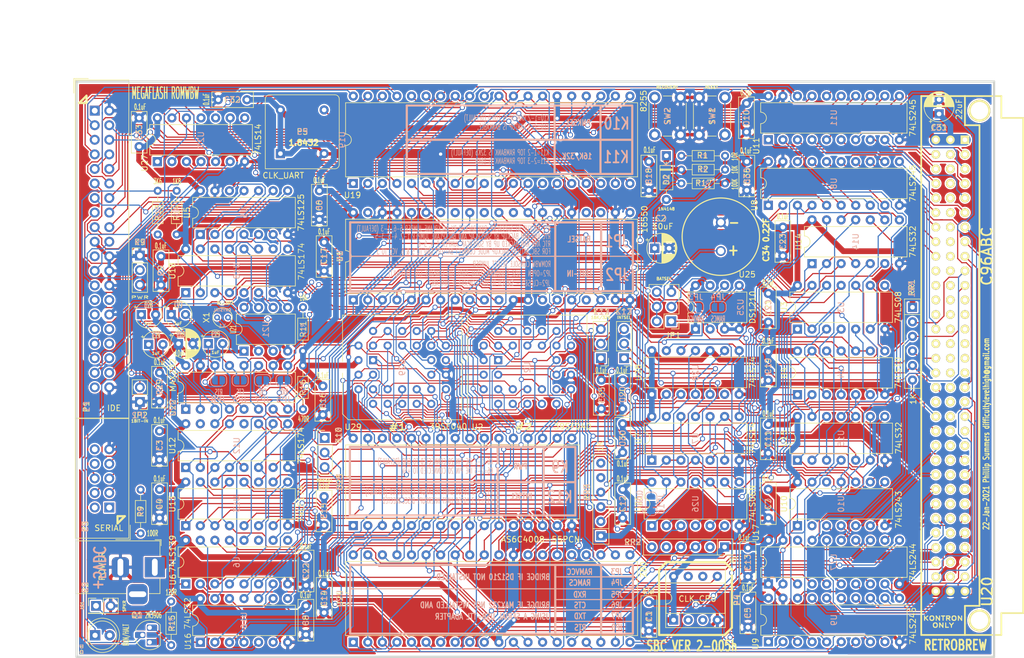
<source format=kicad_pcb>
(kicad_pcb (version 20171130) (host pcbnew "(5.1.9)-1")
  (title_block (date 2019-04-5))
  (layers (0 Component signal) (31 Copper signal) (34 B.Paste user) (35 F.Paste user) (36 B.SilkS user) (37 F.SilkS user) (38 B.Mask user) (39 F.Mask user) (44 Edge.Cuts user))
  (net 0 "")
  (net 1 //BUSAK)
  (net 2 //BUSRQ)
  (net 3 //CS_CFG)
  (net 4 //CS_CFG1)
  (net 5 //CS_CFG2)
  (net 6 //CS_PPI)
  (net 7 //CS_RAM)
  (net 8 //CS_ROM)
  (net 9 //CS_RTC)
  (net 10 //CS_UART)
  (net 11 //HALT)
  (net 12 //INT)
  (net 13 //IORQ)
  (net 14 //IOSEL)
  (net 15 //M1)
  (net 16 //MREQ)
  (net 17 //NMI)
  (net 18 //RD)
  (net 19 //RESET)
  (net 20 //RFSH)
  (net 21 //ROM_ENABLE)
  (net 22 //RTC_RD)
  (net 23 //RTC_WR)
  (net 24 //WAIT)
  (net 25 //WR)
  (net 26 /A0)
  (net 27 /A1)
  (net 28 /A10)
  (net 29 /A11)
  (net 30 /A12)
  (net 31 /A13)
  (net 32 /A14)
  (net 33 /A15)
  (net 34 /A15_RAM)
  (net 35 /A15_ROM)
  (net 36 /A16_RAM)
  (net 37 /A16_ROM)
  (net 38 /A17_RAM)
  (net 39 /A17_ROM)
  (net 40 /A18_RAM)
  (net 41 /A18_ROM)
  (net 42 /A2)
  (net 43 /A3)
  (net 44 /A4)
  (net 45 /A5)
  (net 46 /A6)
  (net 47 /A7)
  (net 48 /A8)
  (net 49 /A9)
  (net 50 /BUF_Q4)
  (net 51 /BUF_Q5)
  (net 52 /BUF_Q6)
  (net 53 /BUF_Q7)
  (net 54 /B_/BUSAK)
  (net 55 /B_/BUSRQ)
  (net 56 /B_/HALT)
  (net 57 /B_/IEO)
  (net 58 /B_/INT)
  (net 59 /B_/IORQ)
  (net 60 /B_/M1)
  (net 61 /B_/MREQ)
  (net 62 /B_/NMI)
  (net 63 /B_/RD)
  (net 64 /B_/RFSH)
  (net 65 /B_/WAIT)
  (net 66 /B_/WR)
  (net 67 /B_A0)
  (net 68 /B_A1)
  (net 69 /B_A10)
  (net 70 /B_A11)
  (net 71 /B_A12)
  (net 72 /B_A13)
  (net 73 /B_A14)
  (net 74 /B_A15)
  (net 75 /B_A2)
  (net 76 /B_A3)
  (net 77 /B_A4)
  (net 78 /B_A5)
  (net 79 /B_A6)
  (net 80 /B_A7)
  (net 81 /B_A8)
  (net 82 /B_A9)
  (net 83 /B_BAT)
  (net 84 /B_CLK_CPU)
  (net 85 /B_D0)
  (net 86 /B_D1)
  (net 87 /B_D2)
  (net 88 /B_D3)
  (net 89 /B_D4)
  (net 90 /B_D5)
  (net 91 /B_D6)
  (net 92 /B_D7)
  (net 93 /CFG1_Q0)
  (net 94 /CFG1_Q1)
  (net 95 /CFG1_Q2)
  (net 96 /CFG1_Q3)
  (net 97 /CLK_CPU)
  (net 98 /CLK_UART)
  (net 99 /CTS)
  (net 100 /CTS_TTL)
  (net 101 /D0)
  (net 102 /D1)
  (net 103 /D2)
  (net 104 /D3)
  (net 105 /D4)
  (net 106 /D5)
  (net 107 /D6)
  (net 108 /D7)
  (net 109 /DATA_DIR)
  (net 110 /DTR)
  (net 111 /INT)
  (net 112 /PA0)
  (net 113 /PA1)
  (net 114 /PA2)
  (net 115 /PA3)
  (net 116 /PA4)
  (net 117 /PA5)
  (net 118 /PA6)
  (net 119 /PA7)
  (net 120 /PB0)
  (net 121 /PB1)
  (net 122 /PB2)
  (net 123 /PB3)
  (net 124 /PB4)
  (net 125 /PB5)
  (net 126 /PB6)
  (net 127 /PB7)
  (net 128 /PC0)
  (net 129 /PC1)
  (net 130 /PC2)
  (net 131 /PC3)
  (net 132 /PC4)
  (net 133 /PC5)
  (net 134 /PC6)
  (net 135 /PC7)
  (net 136 /RESET)
  (net 137 /RTC_DQ)
  (net 138 /RTS)
  (net 139 /RTS_TTL)
  (net 140 /RX)
  (net 141 /SIN_TTL)
  (net 142 /SOUT_TTL)
  (net 143 /TX)
  (net 144 /VBAT1)
  (net 145 /VCC_SRAM)
  (net 146 GND)
  (net 147 VCC)
  (net 148 "Net-(C2-Pad1)")
  (net 149 "Net-(C24-Pad1)")
  (net 150 "Net-(C24-Pad2)")
  (net 151 "Net-(C25-Pad1)")
  (net 152 "Net-(C25-Pad2)")
  (net 153 "Net-(C26-Pad1)")
  (net 154 "Net-(C27-Pad2)")
  (net 155 "Net-(D1-Pad1)")
  (net 156 "Net-(D1-Pad2)")
  (net 157 "Net-(JP2-Pad2)")
  (net 158 "Net-(K10-Pad2)")
  (net 159 "Net-(K11-Pad2)")
  (net 160 "Net-(K12-Pad2)")
  (net 161 /B_/RESOUT)
  (net 162 //RESET_IN)
  (net 163 "Net-(U1-Pad15)")
  (net 164 "Net-(U15-Pad2)")
  (net 165 "Net-(U15-Pad3)")
  (net 166 "Net-(U3-Pad5)")
  (net 167 "Net-(U16-Pad1)")
  (net 168 "Net-(U14-Pad10)")
  (net 169 "Net-(U5-Pad12)")
  (net 170 "Net-(U15-Pad6)")
  (net 171 "Net-(U15-Pad12)")
  (net 172 "Net-(U26-Pad5)")
  (net 173 "Net-(U26-Pad1)")
  (net 174 "Net-(U14-Pad12)")
  (net 175 "Net-(U21-Pad2)")
  (net 176 "Net-(U21-Pad3)")
  (net 177 "Net-(Q1-Pad2)")
  (net 178 "Net-(Q1-Pad3)")
  (net 179 "Net-(R13-Pad2)")
  (net 180 "Net-(LS1-Pad1)")
  (net 181 "Net-(JP4-Pad2)")
  (net 182 "Net-(K9-Pad2)")
  (net 183 /-PC7)
  (net 184 /-PC5)
  (net 185 /-PC6)
  (net 186 /-PC3)
  (net 187 /-PC4)
  (net 188 "Net-(C34-Pad1)")
  (net 189 /VBAT2)
  (net 190 /~B_IQ0)
  (net 191 "Net-(U28-Pad13)")
  (net 192 "Net-(U28-Pad4)")
  (net 193 /CLKSEL)
  (net 194 /~CS_ROM2)
  (net 195 /A19_ROM)
  (net 196 /~CS_ROM1)
  (net 197 /CLK_PU)
  (net 198 /CS_ROM)
  (net 199 "Net-(U26-Pad9)")
  (net 200 "Net-(R17-Pad1)")
  (net 201 "Net-(JP10-Pad1)")
  (net 202 "Net-(JP10-Pad2)")
  (module library:C96ABCMC (layer Component) (at 229.87 102.87 90)
    (fp_text reference U20 (at -39.4335 6.4135 90) (layer F.SilkS) (effects (font (size 1.778 1.778) (thickness 0.3048))))
    (fp_text value C96ABC (at 19.05 6.35 90) (layer F.SilkS) (effects (font (size 1.778 1.778) (thickness 0.3048))))
    (pad A1 thru_hole rect (at 39.37 2.54 90) (size 1.524 1.524) (drill 0.8128) (layers *.Cu *.Mask F.SilkS) (net 147 VCC))
    (pad A2 thru_hole circle (at 36.83 2.54 90) (size 1.524 1.524) (drill 0.8128) (layers *.Cu *.Mask F.SilkS) (net 90 /B_D5))
    (pad A3 thru_hole circle (at 34.29 2.54 90) (size 1.524 1.524) (drill 0.8128) (layers *.Cu *.Mask F.SilkS) (net 91 /B_D6))
    (pad A4 thru_hole circle (at 31.75 2.54 90) (size 1.524 1.524) (drill 0.8128) (layers *.Cu *.Mask F.SilkS) (net 88 /B_D3))
    (pad A5 thru_hole circle (at 29.21 2.54 90) (size 1.524 1.524) (drill 0.8128) (layers *.Cu *.Mask F.SilkS) (net 89 /B_D4))
    (pad A6 thru_hole circle (at 26.67 2.54 90) (size 1.524 1.524) (drill 0.8128) (layers *.Cu *.Mask F.SilkS) (net 75 /B_A2))
    (pad A7 thru_hole circle (at 24.13 2.54 90) (size 1.524 1.524) (drill 0.8128) (layers *.Cu *.Mask F.SilkS) (net 77 /B_A4))
    (pad A8 thru_hole circle (at 21.59 2.54 90) (size 1.524 1.524) (drill 0.8128) (layers *.Cu *.Mask F.SilkS) (net 78 /B_A5))
    (pad A9 thru_hole circle (at 19.05 2.54 90) (size 1.524 1.524) (drill 0.8128) (layers *.Cu *.Mask F.SilkS) (net 79 /B_A6))
    (pad A10 thru_hole circle (at 16.51 2.54 90) (size 1.524 1.524) (drill 0.8128) (layers *.Cu *.Mask F.SilkS) (net 65 /B_/WAIT))
    (pad A11 thru_hole circle (at 13.97 2.54 90) (size 1.524 1.524) (drill 0.8128) (layers *.Cu *.Mask F.SilkS) (net 55 /B_/BUSRQ))
    (pad A12 thru_hole circle (at 11.43 2.54 90) (size 1.524 1.524) (drill 0.8128) (layers *.Cu *.Mask F.SilkS))
    (pad A13 thru_hole circle (at 8.89 2.54 90) (size 1.524 1.524) (drill 0.8128) (layers *.Cu *.Mask F.SilkS))
    (pad A14 thru_hole circle (at 6.35 2.54 90) (size 1.524 1.524) (drill 0.8128) (layers *.Cu *.Mask F.SilkS))
    (pad A15 thru_hole circle (at 3.81 2.54 90) (size 1.524 1.524) (drill 0.8128) (layers *.Cu *.Mask F.SilkS))
    (pad A16 thru_hole circle (at 1.27 2.54 90) (size 1.524 1.524) (drill 0.8128) (layers *.Cu *.Mask F.SilkS))
    (pad A17 thru_hole circle (at -1.27 2.54 90) (size 1.524 1.524) (drill 0.8128) (layers *.Cu *.Mask F.SilkS))
    (pad A18 thru_hole circle (at -3.81 2.54 90) (size 1.524 1.524) (drill 0.8128) (layers *.Cu *.Mask F.SilkS) (net 73 /B_A14))
    (pad A19 thru_hole circle (at -6.35 2.54 90) (size 1.524 1.524) (drill 0.8128) (layers *.Cu *.Mask F.SilkS))
    (pad A20 thru_hole circle (at -8.89 2.54 90) (size 1.524 1.524) (drill 0.8128) (layers *.Cu *.Mask F.SilkS) (net 60 /B_/M1))
    (pad A21 thru_hole circle (at -11.43 2.54 90) (size 1.524 1.524) (drill 0.8128) (layers *.Cu *.Mask F.SilkS))
    (pad A22 thru_hole circle (at -13.97 2.54 90) (size 1.524 1.524) (drill 0.8128) (layers *.Cu *.Mask F.SilkS))
    (pad A23 thru_hole circle (at -16.51 2.54 90) (size 1.524 1.524) (drill 0.8128) (layers *.Cu *.Mask F.SilkS) (net 190 /~B_IQ0))
    (pad A24 thru_hole circle (at -19.05 2.54 90) (size 1.524 1.524) (drill 0.8128) (layers *.Cu *.Mask F.SilkS) (net 83 /B_BAT))
    (pad A25 thru_hole circle (at -21.59 2.54 90) (size 1.524 1.524) (drill 0.8128) (layers *.Cu *.Mask F.SilkS))
    (pad A26 thru_hole circle (at -24.13 2.54 90) (size 1.524 1.524) (drill 0.8128) (layers *.Cu *.Mask F.SilkS))
    (pad A27 thru_hole circle (at -26.67 2.54 90) (size 1.524 1.524) (drill 0.8128) (layers *.Cu *.Mask F.SilkS) (net 59 /B_/IORQ))
    (pad A28 thru_hole circle (at -29.21 2.54 90) (size 1.524 1.524) (drill 0.8128) (layers *.Cu *.Mask F.SilkS) (net 64 /B_/RFSH))
    (pad A29 thru_hole circle (at -31.75 2.54 90) (size 1.524 1.524) (drill 0.8128) (layers *.Cu *.Mask F.SilkS) (net 72 /B_A13))
    (pad A30 thru_hole circle (at -34.29 2.54 90) (size 1.524 1.524) (drill 0.8128) (layers *.Cu *.Mask F.SilkS) (net 82 /B_A9))
    (pad A31 thru_hole circle (at -36.83 2.54 90) (size 1.524 1.524) (drill 0.8128) (layers *.Cu *.Mask F.SilkS) (net 54 /B_/BUSAK))
    (pad A32 thru_hole circle (at -39.37 2.54 90) (size 1.524 1.524) (drill 0.8128) (layers *.Cu *.Mask F.SilkS) (net 146 GND))
    (pad B1 thru_hole circle (at 39.37 0 90) (size 1.524 1.524) (drill 0.8128) (layers *.Cu *.Mask F.SilkS) (net 147 VCC))
    (pad B2 thru_hole circle (at 36.83 0 90) (size 1.524 1.524) (drill 0.8128) (layers *.Cu *.Mask F.SilkS))
    (pad B3 thru_hole circle (at 34.29 0 90) (size 1.524 1.524) (drill 0.8128) (layers *.Cu *.Mask F.SilkS))
    (pad B4 thru_hole circle (at 31.75 0 90) (size 1.524 1.524) (drill 0.8128) (layers *.Cu *.Mask F.SilkS))
    (pad B5 thru_hole circle (at 29.21 0 90) (size 1.524 1.524) (drill 0.8128) (layers *.Cu *.Mask F.SilkS))
    (pad B6 thru_hole circle (at 26.67 0 90) (size 1.524 1.524) (drill 0.8128) (layers *.Cu *.Mask F.SilkS))
    (pad B7 thru_hole circle (at 24.13 0 90) (size 1.524 1.524) (drill 0.8128) (layers *.Cu *.Mask F.SilkS))
    (pad B8 thru_hole circle (at 21.59 0 90) (size 1.524 1.524) (drill 0.8128) (layers *.Cu *.Mask F.SilkS))
    (pad B9 thru_hole circle (at 19.05 0 90) (size 1.524 1.524) (drill 0.8128) (layers *.Cu *.Mask F.SilkS))
    (pad B10 thru_hole circle (at 16.51 0 90) (size 1.524 1.524) (drill 0.8128) (layers *.Cu *.Mask F.SilkS))
    (pad B11 thru_hole circle (at 13.97 0 90) (size 1.524 1.524) (drill 0.8128) (layers *.Cu *.Mask F.SilkS))
    (pad B12 thru_hole circle (at 11.43 0 90) (size 1.524 1.524) (drill 0.8128) (layers *.Cu *.Mask F.SilkS))
    (pad B13 thru_hole circle (at 8.89 0 90) (size 1.524 1.524) (drill 0.8128) (layers *.Cu *.Mask F.SilkS))
    (pad B14 thru_hole circle (at 6.35 0 90) (size 1.524 1.524) (drill 0.8128) (layers *.Cu *.Mask F.SilkS))
    (pad B15 thru_hole circle (at 3.81 0 90) (size 1.524 1.524) (drill 0.8128) (layers *.Cu *.Mask F.SilkS))
    (pad B16 thru_hole circle (at 1.27 0 90) (size 1.524 1.524) (drill 0.8128) (layers *.Cu *.Mask F.SilkS))
    (pad B17 thru_hole circle (at -1.27 0 90) (size 1.524 1.524) (drill 0.8128) (layers *.Cu *.Mask F.SilkS))
    (pad B18 thru_hole circle (at -3.81 0 90) (size 1.524 1.524) (drill 0.8128) (layers *.Cu *.Mask F.SilkS))
    (pad B19 thru_hole circle (at -6.35 0 90) (size 1.524 1.524) (drill 0.8128) (layers *.Cu *.Mask F.SilkS))
    (pad B20 thru_hole circle (at -8.89 0 90) (size 1.524 1.524) (drill 0.8128) (layers *.Cu *.Mask F.SilkS))
    (pad B21 thru_hole circle (at -11.43 0 90) (size 1.524 1.524) (drill 0.8128) (layers *.Cu *.Mask F.SilkS))
    (pad B22 thru_hole circle (at -13.97 0 90) (size 1.524 1.524) (drill 0.8128) (layers *.Cu *.Mask F.SilkS))
    (pad B23 thru_hole circle (at -16.51 0 90) (size 1.524 1.524) (drill 0.8128) (layers *.Cu *.Mask F.SilkS))
    (pad B24 thru_hole circle (at -19.05 0 90) (size 1.524 1.524) (drill 0.8128) (layers *.Cu *.Mask F.SilkS))
    (pad B25 thru_hole circle (at -21.59 0 90) (size 1.524 1.524) (drill 0.8128) (layers *.Cu *.Mask F.SilkS))
    (pad B26 thru_hole circle (at -24.13 0 90) (size 1.524 1.524) (drill 0.8128) (layers *.Cu *.Mask F.SilkS))
    (pad B27 thru_hole circle (at -26.67 0 90) (size 1.524 1.524) (drill 0.8128) (layers *.Cu *.Mask F.SilkS))
    (pad B28 thru_hole circle (at -29.21 0 90) (size 1.524 1.524) (drill 0.8128) (layers *.Cu *.Mask F.SilkS))
    (pad B29 thru_hole circle (at -31.75 0 90) (size 1.524 1.524) (drill 0.8128) (layers *.Cu *.Mask F.SilkS))
    (pad B30 thru_hole circle (at -34.29 0 90) (size 1.524 1.524) (drill 0.8128) (layers *.Cu *.Mask F.SilkS))
    (pad B31 thru_hole circle (at -36.83 0 90) (size 1.524 1.524) (drill 0.8128) (layers *.Cu *.Mask F.SilkS))
    (pad B32 thru_hole circle (at -39.37 0 90) (size 1.524 1.524) (drill 0.8128) (layers *.Cu *.Mask F.SilkS) (net 146 GND))
    (pad C1 thru_hole circle (at 39.37 -2.54 90) (size 1.524 1.524) (drill 0.8128) (layers *.Cu *.Mask F.SilkS) (net 147 VCC))
    (pad C2 thru_hole circle (at 36.83 -2.54 90) (size 1.524 1.524) (drill 0.8128) (layers *.Cu *.Mask F.SilkS) (net 85 /B_D0))
    (pad C3 thru_hole circle (at 34.29 -2.54 90) (size 1.524 1.524) (drill 0.8128) (layers *.Cu *.Mask F.SilkS) (net 92 /B_D7))
    (pad C4 thru_hole circle (at 31.75 -2.54 90) (size 1.524 1.524) (drill 0.8128) (layers *.Cu *.Mask F.SilkS) (net 87 /B_D2))
    (pad C5 thru_hole circle (at 29.21 -2.54 90) (size 1.524 1.524) (drill 0.8128) (layers *.Cu *.Mask F.SilkS) (net 67 /B_A0))
    (pad C6 thru_hole circle (at 26.67 -2.54 90) (size 1.524 1.524) (drill 0.8128) (layers *.Cu *.Mask F.SilkS) (net 76 /B_A3))
    (pad C7 thru_hole circle (at 24.13 -2.54 90) (size 1.524 1.524) (drill 0.8128) (layers *.Cu *.Mask F.SilkS) (net 68 /B_A1))
    (pad C8 thru_hole circle (at 21.59 -2.54 90) (size 1.524 1.524) (drill 0.8128) (layers *.Cu *.Mask F.SilkS) (net 81 /B_A8))
    (pad C9 thru_hole circle (at 19.05 -2.54 90) (size 1.524 1.524) (drill 0.8128) (layers *.Cu *.Mask F.SilkS) (net 80 /B_A7))
    (pad C10 thru_hole circle (at 16.51 -2.54 90) (size 1.524 1.524) (drill 0.8128) (layers *.Cu *.Mask F.SilkS))
    (pad C11 thru_hole circle (at 13.97 -2.54 90) (size 1.524 1.524) (drill 0.8128) (layers *.Cu *.Mask F.SilkS))
    (pad C12 thru_hole circle (at 11.43 -2.54 90) (size 1.524 1.524) (drill 0.8128) (layers *.Cu *.Mask F.SilkS))
    (pad C13 thru_hole circle (at 8.89 -2.54 90) (size 1.524 1.524) (drill 0.8128) (layers *.Cu *.Mask F.SilkS))
    (pad C14 thru_hole circle (at 6.35 -2.54 90) (size 1.524 1.524) (drill 0.8128) (layers *.Cu *.Mask F.SilkS) (net 86 /B_D1))
    (pad C15 thru_hole circle (at 3.81 -2.54 90) (size 1.524 1.524) (drill 0.8128) (layers *.Cu *.Mask F.SilkS))
    (pad C16 thru_hole circle (at 1.27 -2.54 90) (size 1.524 1.524) (drill 0.8128) (layers *.Cu *.Mask F.SilkS) (net 57 /B_/IEO))
    (pad C17 thru_hole circle (at -1.27 -2.54 90) (size 1.524 1.524) (drill 0.8128) (layers *.Cu *.Mask F.SilkS) (net 70 /B_A11))
    (pad C18 thru_hole circle (at -3.81 -2.54 90) (size 1.524 1.524) (drill 0.8128) (layers *.Cu *.Mask F.SilkS) (net 69 /B_A10))
    (pad C19 thru_hole circle (at -6.35 -2.54 90) (size 1.524 1.524) (drill 0.8128) (layers *.Cu *.Mask F.SilkS))
    (pad C20 thru_hole circle (at -8.89 -2.54 90) (size 1.524 1.524) (drill 0.8128) (layers *.Cu *.Mask F.SilkS) (net 62 /B_/NMI))
    (pad C21 thru_hole circle (at -11.43 -2.54 90) (size 1.524 1.524) (drill 0.8128) (layers *.Cu *.Mask F.SilkS) (net 58 /B_/INT))
    (pad C22 thru_hole circle (at -13.97 -2.54 90) (size 1.524 1.524) (drill 0.8128) (layers *.Cu *.Mask F.SilkS) (net 66 /B_/WR))
    (pad C23 thru_hole circle (at -16.51 -2.54 90) (size 1.524 1.524) (drill 0.8128) (layers *.Cu *.Mask F.SilkS))
    (pad C24 thru_hole circle (at -19.05 -2.54 90) (size 1.524 1.524) (drill 0.8128) (layers *.Cu *.Mask F.SilkS) (net 63 /B_/RD))
    (pad C25 thru_hole circle (at -21.59 -2.54 90) (size 1.524 1.524) (drill 0.8128) (layers *.Cu *.Mask F.SilkS) (net 56 /B_/HALT))
    (pad C26 thru_hole circle (at -24.13 -2.54 90) (size 1.524 1.524) (drill 0.8128) (layers *.Cu *.Mask F.SilkS) (net 161 /B_/RESOUT))
    (pad C27 thru_hole circle (at -26.67 -2.54 90) (size 1.524 1.524) (drill 0.8128) (layers *.Cu *.Mask F.SilkS) (net 71 /B_A12))
    (pad C28 thru_hole circle (at -29.21 -2.54 90) (size 1.524 1.524) (drill 0.8128) (layers *.Cu *.Mask F.SilkS) (net 74 /B_A15))
    (pad C29 thru_hole circle (at -31.75 -2.54 90) (size 1.524 1.524) (drill 0.8128) (layers *.Cu *.Mask F.SilkS) (net 84 /B_CLK_CPU))
    (pad C30 thru_hole circle (at -34.29 -2.54 90) (size 1.524 1.524) (drill 0.8128) (layers *.Cu *.Mask F.SilkS) (net 61 /B_/MREQ))
    (pad C31 thru_hole circle (at -36.83 -2.54 90) (size 1.524 1.524) (drill 0.8128) (layers *.Cu *.Mask F.SilkS) (net 162 //RESET_IN))
    (pad C32 thru_hole circle (at -39.37 -2.54 90) (size 1.524 1.524) (drill 0.8128) (layers *.Cu *.Mask F.SilkS) (net 146 GND))
    (pad HOLE thru_hole circle (at -44.45 5.08 90) (size 3.81 3.81) (drill 3.048) (layers *.Cu *.Mask F.SilkS))
    (pad HOLE thru_hole circle (at 44.45 5.08 90) (size 3.81 3.81) (drill 3.048) (layers *.Cu *.Mask F.SilkS))
  )
  (module Package_DIP:DIP-14_W7.62mm (layer Component) (at 203.2 130.81 90)
    (fp_text reference U10 (at 3.81 -2.33 90) (layer F.SilkS))
    (fp_text value 74LS243 (at 2.794 17.653 270) (layer F.SilkS))
    (fp_text user %R (at 3.81 7.62 90) (layer B.SilkS) (effects (justify mirror)))
    (pad 14 thru_hole oval (at 7.62 0 90) (size 1.6 1.6) (drill 0.8) (layers *.Cu *.Mask) (net 147 VCC))
    (pad 7 thru_hole oval (at 0 15.24 90) (size 1.6 1.6) (drill 0.8) (layers *.Cu *.Mask) (net 146 GND))
    (pad 13 thru_hole oval (at 7.62 2.54 90) (size 1.6 1.6) (drill 0.8) (layers *.Cu *.Mask) (net 1 //BUSAK))
    (pad 6 thru_hole oval (at 0 12.7 90) (size 1.6 1.6) (drill 0.8) (layers *.Cu *.Mask) (net 63 /B_/RD))
    (pad 12 thru_hole oval (at 7.62 5.08 90) (size 1.6 1.6) (drill 0.8) (layers *.Cu *.Mask))
    (pad 5 thru_hole oval (at 0 10.16 90) (size 1.6 1.6) (drill 0.8) (layers *.Cu *.Mask) (net 66 /B_/WR))
    (pad 11 thru_hole oval (at 7.62 7.62 90) (size 1.6 1.6) (drill 0.8) (layers *.Cu *.Mask) (net 16 //MREQ))
    (pad 4 thru_hole oval (at 0 7.62 90) (size 1.6 1.6) (drill 0.8) (layers *.Cu *.Mask) (net 59 /B_/IORQ))
    (pad 10 thru_hole oval (at 7.62 10.16 90) (size 1.6 1.6) (drill 0.8) (layers *.Cu *.Mask) (net 13 //IORQ))
    (pad 3 thru_hole oval (at 0 5.08 90) (size 1.6 1.6) (drill 0.8) (layers *.Cu *.Mask) (net 61 /B_/MREQ))
    (pad 9 thru_hole oval (at 7.62 12.7 90) (size 1.6 1.6) (drill 0.8) (layers *.Cu *.Mask) (net 25 //WR))
    (pad 2 thru_hole oval (at 0 2.54 90) (size 1.6 1.6) (drill 0.8) (layers *.Cu *.Mask))
    (pad 8 thru_hole oval (at 7.62 15.24 90) (size 1.6 1.6) (drill 0.8) (layers *.Cu *.Mask) (net 18 //RD))
    (pad 1 thru_hole rect (at 0 0 90) (size 1.6 1.6) (drill 0.8) (layers *.Cu *.Mask) (net 1 //BUSAK))
  )
  (module Package_DIP:DIP-20_W7.62mm (layer Component) (at 198.14 140.97 90)
    (fp_text reference U17 (at 8.9535 -2.179 90) (layer F.SilkS))
    (fp_text value 74LS244 (at 3.81 25.19 90) (layer F.SilkS))
    (fp_text user %R (at 3.81 11.43 90) (layer B.SilkS) (effects (justify mirror)))
    (pad 20 thru_hole oval (at 7.62 0 90) (size 1.6 1.6) (drill 0.8) (layers *.Cu *.Mask) (net 147 VCC))
    (pad 10 thru_hole oval (at 0 22.86 90) (size 1.6 1.6) (drill 0.8) (layers *.Cu *.Mask) (net 146 GND))
    (pad 19 thru_hole oval (at 7.62 2.54 90) (size 1.6 1.6) (drill 0.8) (layers *.Cu *.Mask) (net 146 GND))
    (pad 9 thru_hole oval (at 0 20.32 90) (size 1.6 1.6) (drill 0.8) (layers *.Cu *.Mask) (net 56 /B_/HALT))
    (pad 18 thru_hole oval (at 7.62 5.08 90) (size 1.6 1.6) (drill 0.8) (layers *.Cu *.Mask) (net 54 /B_/BUSAK))
    (pad 8 thru_hole oval (at 0 17.78 90) (size 1.6 1.6) (drill 0.8) (layers *.Cu *.Mask) (net 19 //RESET))
    (pad 17 thru_hole oval (at 7.62 7.62 90) (size 1.6 1.6) (drill 0.8) (layers *.Cu *.Mask) (net 55 /B_/BUSRQ))
    (pad 7 thru_hole oval (at 0 15.24 90) (size 1.6 1.6) (drill 0.8) (layers *.Cu *.Mask) (net 64 /B_/RFSH))
    (pad 16 thru_hole oval (at 7.62 10.16 90) (size 1.6 1.6) (drill 0.8) (layers *.Cu *.Mask) (net 60 /B_/M1))
    (pad 6 thru_hole oval (at 0 12.7 90) (size 1.6 1.6) (drill 0.8) (layers *.Cu *.Mask) (net 97 /CLK_CPU))
    (pad 15 thru_hole oval (at 7.62 12.7 90) (size 1.6 1.6) (drill 0.8) (layers *.Cu *.Mask) (net 65 /B_/WAIT))
    (pad 5 thru_hole oval (at 0 10.16 90) (size 1.6 1.6) (drill 0.8) (layers *.Cu *.Mask) (net 24 //WAIT))
    (pad 14 thru_hole oval (at 7.62 15.24 90) (size 1.6 1.6) (drill 0.8) (layers *.Cu *.Mask) (net 84 /B_CLK_CPU))
    (pad 4 thru_hole oval (at 0 7.62 90) (size 1.6 1.6) (drill 0.8) (layers *.Cu *.Mask) (net 15 //M1))
    (pad 13 thru_hole oval (at 7.62 17.78 90) (size 1.6 1.6) (drill 0.8) (layers *.Cu *.Mask) (net 20 //RFSH))
    (pad 3 thru_hole oval (at 0 5.08 90) (size 1.6 1.6) (drill 0.8) (layers *.Cu *.Mask) (net 2 //BUSRQ))
    (pad 12 thru_hole oval (at 7.62 20.32 90) (size 1.6 1.6) (drill 0.8) (layers *.Cu *.Mask) (net 161 /B_/RESOUT))
    (pad 2 thru_hole oval (at 0 2.54 90) (size 1.6 1.6) (drill 0.8) (layers *.Cu *.Mask) (net 1 //BUSAK))
    (pad 11 thru_hole oval (at 7.62 22.86 90) (size 1.6 1.6) (drill 0.8) (layers *.Cu *.Mask) (net 11 //HALT))
    (pad 1 thru_hole rect (at 0 0 90) (size 1.6 1.6) (drill 0.8) (layers *.Cu *.Mask) (net 146 GND))
  )
  (module Package_DIP:DIP-16_W7.62mm (layer Component) (at 96.52 110.49 90)
    (fp_text reference U22 (at 0.2286 -2.2606 90) (layer F.SilkS))
    (fp_text value MAX232 (at 5.9436 -2.2352 90) (layer F.SilkS))
    (fp_text user %R (at 0.254 -2.286 90) (layer B.SilkS) (effects (justify mirror)))
    (pad 1 thru_hole rect (at 0 0 90) (size 1.6 1.6) (drill 0.8) (layers *.Cu *.Mask) (net 149 "Net-(C24-Pad1)"))
    (pad 9 thru_hole oval (at 7.62 17.78 90) (size 1.6 1.6) (drill 0.8) (layers *.Cu *.Mask) (net 141 /SIN_TTL))
    (pad 2 thru_hole oval (at 0 2.54 90) (size 1.6 1.6) (drill 0.8) (layers *.Cu *.Mask) (net 153 "Net-(C26-Pad1)"))
    (pad 10 thru_hole oval (at 7.62 15.24 90) (size 1.6 1.6) (drill 0.8) (layers *.Cu *.Mask) (net 142 /SOUT_TTL))
    (pad 3 thru_hole oval (at 0 5.08 90) (size 1.6 1.6) (drill 0.8) (layers *.Cu *.Mask) (net 150 "Net-(C24-Pad2)"))
    (pad 11 thru_hole oval (at 7.62 12.7 90) (size 1.6 1.6) (drill 0.8) (layers *.Cu *.Mask) (net 139 /RTS_TTL))
    (pad 4 thru_hole oval (at 0 7.62 90) (size 1.6 1.6) (drill 0.8) (layers *.Cu *.Mask) (net 151 "Net-(C25-Pad1)"))
    (pad 12 thru_hole oval (at 7.62 10.16 90) (size 1.6 1.6) (drill 0.8) (layers *.Cu *.Mask) (net 100 /CTS_TTL))
    (pad 5 thru_hole oval (at 0 10.16 90) (size 1.6 1.6) (drill 0.8) (layers *.Cu *.Mask) (net 152 "Net-(C25-Pad2)"))
    (pad 13 thru_hole oval (at 7.62 7.62 90) (size 1.6 1.6) (drill 0.8) (layers *.Cu *.Mask) (net 99 /CTS))
    (pad 6 thru_hole oval (at 0 12.7 90) (size 1.6 1.6) (drill 0.8) (layers *.Cu *.Mask) (net 154 "Net-(C27-Pad2)"))
    (pad 14 thru_hole oval (at 7.62 5.08 90) (size 1.6 1.6) (drill 0.8) (layers *.Cu *.Mask) (net 138 /RTS))
    (pad 7 thru_hole oval (at 0 15.24 90) (size 1.6 1.6) (drill 0.8) (layers *.Cu *.Mask) (net 143 /TX))
    (pad 15 thru_hole oval (at 7.62 2.54 90) (size 1.6 1.6) (drill 0.8) (layers *.Cu *.Mask) (net 146 GND))
    (pad 8 thru_hole oval (at 0 17.78 90) (size 1.6 1.6) (drill 0.8) (layers *.Cu *.Mask) (net 140 /RX))
    (pad 16 thru_hole oval (at 7.62 0 90) (size 1.6 1.6) (drill 0.8) (layers *.Cu *.Mask) (net 147 VCC))
  )
  (module Jumper:SolderJumper-3_P1.3mm_Bridged12_RoundedPad1.0x1.5mm (layer Copper) (at 177.673 127 90)
    (fp_text reference JP10 (at 0 1.8 90) (layer B.SilkS) (effects (justify mirror)))
    (fp_text value CLKSEL (at 0.9525 -1.9685 90) (layer B.SilkS) (effects (font (size 1 0.5) (thickness 0.125)) (justify mirror)))
    (fp_poly (pts (xy -0.9 0.3) (xy -0.4 0.3) (xy -0.4 -0.3) (xy -0.9 -0.3)) (layer Copper) (width 0))
    (pad 1 smd custom (at -1.3 0 90) (size 1 0.5) (layers Copper B.Mask) (net 201 "Net-(JP10-Pad1)") (options (clearance outline) (anchor rect)) (primitives (gr_circle (center 0 -0.25) (end 0.5 -0.25) (width 0)) (gr_circle (center 0 0.25) (end 0.5 0.25) (width 0)) (gr_poly (pts (xy 0.55 0.75) (xy 0 0.75) (xy 0 -0.75) (xy 0.55 -0.75)) (width 0))))
    (pad 2 smd rect (at 0 0 90) (size 1 1.5) (layers Copper B.Mask) (net 202 "Net-(JP10-Pad2)"))
    (pad 3 smd custom (at 1.3 0 90) (size 1 0.5) (layers Copper B.Mask) (net 98 /CLK_UART) (options (clearance outline) (anchor rect)) (primitives (gr_circle (center 0 -0.25) (end 0.5 -0.25) (width 0)) (gr_circle (center 0 0.25) (end 0.5 0.25) (width 0)) (gr_poly (pts (xy -0.55 0.75) (xy 0 0.75) (xy 0 -0.75) (xy -0.55 -0.75)) (width 0))))
  )
  (module Capacitor_THT:C_Disc_D7.0mm_W2.5mm_P5.00mm (layer Component) (at 169 105.4 270)
    (fp_text reference C35 (at 2.6 -0.1 90) (layer F.SilkS))
    (fp_text value 0.1uF (at -1.7 0 180) (layer F.SilkS) (effects (font (size 1 0.5) (thickness 0.125))))
    (fp_text user %R (at 2.6 -0.1 90) (layer B.SilkS) (effects (font (thickness 0.15) italic) (justify mirror)))
    (pad 1 thru_hole circle (at 0 0 270) (size 1.6 1.6) (drill 0.8) (layers *.Cu *.Mask) (net 147 VCC))
    (pad 2 thru_hole circle (at 5 0 270) (size 1.6 1.6) (drill 0.8) (layers *.Cu *.Mask) (net 146 GND))
  )
  (module Package_LCC:PLCC-32_THT-Socket (layer Component) (at 129.1844 101.9302 90)
    (fp_text reference U29 (at -11.6698 -3.4844 180) (layer F.SilkS))
    (fp_text value 39SF040 (at -11.5698 13.1156 180) (layer F.SilkS))
    (fp_text user %R (at -1.27 5.08 90) (layer B.SilkS) (effects (justify mirror)))
    (pad 29 thru_hole circle (at 5.08 0 90) (size 1.4224 1.4224) (drill 0.8) (layers *.Cu *.Mask) (net 32 /A14))
    (pad 27 thru_hole circle (at 5.08 2.54 90) (size 1.4224 1.4224) (drill 0.8) (layers *.Cu *.Mask) (net 48 /A8))
    (pad 25 thru_hole circle (at 5.08 5.08 90) (size 1.4224 1.4224) (drill 0.8) (layers *.Cu *.Mask) (net 29 /A11))
    (pad 23 thru_hole circle (at 5.08 7.62 90) (size 1.4224 1.4224) (drill 0.8) (layers *.Cu *.Mask) (net 28 /A10))
    (pad 28 thru_hole circle (at 2.54 2.54 90) (size 1.4224 1.4224) (drill 0.8) (layers *.Cu *.Mask) (net 31 /A13))
    (pad 26 thru_hole circle (at 2.54 5.08 90) (size 1.4224 1.4224) (drill 0.8) (layers *.Cu *.Mask) (net 49 /A9))
    (pad 24 thru_hole circle (at 2.54 7.62 90) (size 1.4224 1.4224) (drill 0.8) (layers *.Cu *.Mask) (net 18 //RD))
    (pad 22 thru_hole circle (at 2.54 10.16 90) (size 1.4224 1.4224) (drill 0.8) (layers *.Cu *.Mask) (net 196 /~CS_ROM1))
    (pad 20 thru_hole circle (at 2.54 12.7 90) (size 1.4224 1.4224) (drill 0.8) (layers *.Cu *.Mask) (net 107 /D6))
    (pad 18 thru_hole circle (at 0 12.7 90) (size 1.4224 1.4224) (drill 0.8) (layers *.Cu *.Mask) (net 105 /D4))
    (pad 16 thru_hole circle (at -2.54 12.7 90) (size 1.4224 1.4224) (drill 0.8) (layers *.Cu *.Mask) (net 146 GND))
    (pad 14 thru_hole circle (at -5.08 12.7 90) (size 1.4224 1.4224) (drill 0.8) (layers *.Cu *.Mask) (net 102 /D1))
    (pad 21 thru_hole circle (at 5.08 10.16 90) (size 1.4224 1.4224) (drill 0.8) (layers *.Cu *.Mask) (net 108 /D7))
    (pad 19 thru_hole circle (at 0 10.16 90) (size 1.4224 1.4224) (drill 0.8) (layers *.Cu *.Mask) (net 106 /D5))
    (pad 17 thru_hole circle (at -2.54 10.16 90) (size 1.4224 1.4224) (drill 0.8) (layers *.Cu *.Mask) (net 104 /D3))
    (pad 15 thru_hole circle (at -5.08 10.16 90) (size 1.4224 1.4224) (drill 0.8) (layers *.Cu *.Mask) (net 103 /D2))
    (pad 13 thru_hole circle (at -7.62 10.16 90) (size 1.4224 1.4224) (drill 0.8) (layers *.Cu *.Mask) (net 101 /D0))
    (pad 11 thru_hole circle (at -7.62 7.62 90) (size 1.4224 1.4224) (drill 0.8) (layers *.Cu *.Mask) (net 27 /A1))
    (pad 9 thru_hole circle (at -7.62 5.08 90) (size 1.4224 1.4224) (drill 0.8) (layers *.Cu *.Mask) (net 43 /A3))
    (pad 7 thru_hole circle (at -7.62 2.54 90) (size 1.4224 1.4224) (drill 0.8) (layers *.Cu *.Mask) (net 45 /A5))
    (pad 5 thru_hole circle (at -7.62 0 90) (size 1.4224 1.4224) (drill 0.8) (layers *.Cu *.Mask) (net 47 /A7))
    (pad 12 thru_hole circle (at -5.08 7.62 90) (size 1.4224 1.4224) (drill 0.8) (layers *.Cu *.Mask) (net 26 /A0))
    (pad 10 thru_hole circle (at -5.08 5.08 90) (size 1.4224 1.4224) (drill 0.8) (layers *.Cu *.Mask) (net 42 /A2))
    (pad 8 thru_hole circle (at -5.08 2.54 90) (size 1.4224 1.4224) (drill 0.8) (layers *.Cu *.Mask) (net 44 /A4))
    (pad 6 thru_hole circle (at -5.08 0 90) (size 1.4224 1.4224) (drill 0.8) (layers *.Cu *.Mask) (net 46 /A6))
    (pad 30 thru_hole circle (at 2.54 -2.54 90) (size 1.4224 1.4224) (drill 0.8) (layers *.Cu *.Mask) (net 39 /A17_ROM))
    (pad 32 thru_hole circle (at 0 -2.54 90) (size 1.4224 1.4224) (drill 0.8) (layers *.Cu *.Mask) (net 147 VCC))
    (pad 4 thru_hole circle (at -5.08 -2.54 90) (size 1.4224 1.4224) (drill 0.8) (layers *.Cu *.Mask) (net 30 /A12))
    (pad 2 thru_hole circle (at -2.54 -2.54 90) (size 1.4224 1.4224) (drill 0.8) (layers *.Cu *.Mask) (net 37 /A16_ROM))
    (pad 31 thru_hole circle (at 2.54 0 90) (size 1.4224 1.4224) (drill 0.8) (layers *.Cu *.Mask) (net 25 //WR))
    (pad 3 thru_hole circle (at -2.54 0 90) (size 1.4224 1.4224) (drill 0.8) (layers *.Cu *.Mask) (net 35 /A15_ROM))
    (pad 1 thru_hole rect (at 0 0 90) (size 1.4224 1.4224) (drill 0.8) (layers *.Cu *.Mask) (net 41 /A18_ROM))
  )
  (module Package_DIP:DIP-14_W7.62mm (layer Component) (at 99.06 80.01 90)
    (fp_text reference U5 (at 3.81 -2.33 90) (layer F.SilkS))
    (fp_text value 74LS125 (at 3.81 17.57 90) (layer F.SilkS))
    (fp_text user %R (at 3.81 7.62 90) (layer B.SilkS) (effects (justify mirror)))
    (pad 14 thru_hole oval (at 7.62 0 90) (size 1.6 1.6) (drill 0.8) (layers *.Cu *.Mask) (net 147 VCC))
    (pad 7 thru_hole oval (at 0 15.24 90) (size 1.6 1.6) (drill 0.8) (layers *.Cu *.Mask) (net 146 GND))
    (pad 13 thru_hole oval (at 7.62 2.54 90) (size 1.6 1.6) (drill 0.8) (layers *.Cu *.Mask) (net 146 GND))
    (pad 6 thru_hole oval (at 0 12.7 90) (size 1.6 1.6) (drill 0.8) (layers *.Cu *.Mask) (net 137 /RTC_DQ))
    (pad 12 thru_hole oval (at 7.62 5.08 90) (size 1.6 1.6) (drill 0.8) (layers *.Cu *.Mask) (net 169 "Net-(U5-Pad12)"))
    (pad 5 thru_hole oval (at 0 10.16 90) (size 1.6 1.6) (drill 0.8) (layers *.Cu *.Mask) (net 53 /BUF_Q7))
    (pad 11 thru_hole oval (at 7.62 7.62 90) (size 1.6 1.6) (drill 0.8) (layers *.Cu *.Mask) (net 155 "Net-(D1-Pad1)"))
    (pad 4 thru_hole oval (at 0 7.62 90) (size 1.6 1.6) (drill 0.8) (layers *.Cu *.Mask) (net 51 /BUF_Q5))
    (pad 10 thru_hole oval (at 7.62 10.16 90) (size 1.6 1.6) (drill 0.8) (layers *.Cu *.Mask) (net 22 //RTC_RD))
    (pad 3 thru_hole oval (at 0 5.08 90) (size 1.6 1.6) (drill 0.8) (layers *.Cu *.Mask) (net 101 /D0))
    (pad 9 thru_hole oval (at 7.62 12.7 90) (size 1.6 1.6) (drill 0.8) (layers *.Cu *.Mask) (net 157 "Net-(JP2-Pad2)"))
    (pad 2 thru_hole oval (at 0 2.54 90) (size 1.6 1.6) (drill 0.8) (layers *.Cu *.Mask) (net 137 /RTC_DQ))
    (pad 8 thru_hole oval (at 7.62 15.24 90) (size 1.6 1.6) (drill 0.8) (layers *.Cu *.Mask) (net 107 /D6))
    (pad 1 thru_hole rect (at 0 0 90) (size 1.6 1.6) (drill 0.8) (layers *.Cu *.Mask) (net 22 //RTC_RD))
  )
  (module Button_Switch_THT:SW_PUSH_6mm_H8mm (layer Component) (at 178.308 62.611 90)
    (fp_text reference SW2 (at 3.2385 2.2225 90) (layer F.SilkS))
    (fp_text value RECOVERY (at 8.255 2.159 180) (layer F.SilkS) (effects (font (size 0.5 0.5) (thickness 0.125))))
    (fp_text user %R (at 3.25 2.25 90) (layer B.SilkS) (effects (justify mirror)))
    (pad 1 thru_hole circle (at 6.5 0 180) (size 2 2) (drill 1.1) (layers *.Cu *.Mask) (net 200 "Net-(R17-Pad1)"))
    (pad 2 thru_hole circle (at 6.5 4.5 180) (size 2 2) (drill 1.1) (layers *.Cu *.Mask) (net 146 GND))
    (pad 1 thru_hole circle (at 0 0 180) (size 2 2) (drill 1.1) (layers *.Cu *.Mask) (net 200 "Net-(R17-Pad1)"))
    (pad 2 thru_hole circle (at 0 4.5 180) (size 2 2) (drill 1.1) (layers *.Cu *.Mask) (net 146 GND))
  )
  (module Package_DIP:DIP-14_W7.62mm (layer Component) (at 205.74 85.09 90)
    (fp_text reference U14 (at 3.81 -2.33 90) (layer F.SilkS))
    (fp_text value 74LS32 (at 3.81 17.57 90) (layer F.SilkS))
    (fp_text user %R (at 3.81 7.62 90) (layer B.SilkS) (effects (justify mirror)))
    (pad 14 thru_hole oval (at 7.62 0 90) (size 1.6 1.6) (drill 0.8) (layers *.Cu *.Mask) (net 147 VCC))
    (pad 7 thru_hole oval (at 0 15.24 90) (size 1.6 1.6) (drill 0.8) (layers *.Cu *.Mask) (net 146 GND))
    (pad 13 thru_hole oval (at 7.62 2.54 90) (size 1.6 1.6) (drill 0.8) (layers *.Cu *.Mask) (net 13 //IORQ))
    (pad 6 thru_hole oval (at 0 12.7 90) (size 1.6 1.6) (drill 0.8) (layers *.Cu *.Mask) (net 22 //RTC_RD))
    (pad 12 thru_hole oval (at 7.62 5.08 90) (size 1.6 1.6) (drill 0.8) (layers *.Cu *.Mask) (net 174 "Net-(U14-Pad12)"))
    (pad 5 thru_hole oval (at 0 10.16 90) (size 1.6 1.6) (drill 0.8) (layers *.Cu *.Mask) (net 18 //RD))
    (pad 11 thru_hole oval (at 7.62 7.62 90) (size 1.6 1.6) (drill 0.8) (layers *.Cu *.Mask) (net 14 //IOSEL))
    (pad 4 thru_hole oval (at 0 7.62 90) (size 1.6 1.6) (drill 0.8) (layers *.Cu *.Mask) (net 9 //CS_RTC))
    (pad 10 thru_hole oval (at 7.62 10.16 90) (size 1.6 1.6) (drill 0.8) (layers *.Cu *.Mask) (net 168 "Net-(U14-Pad10)"))
    (pad 3 thru_hole oval (at 0 5.08 90) (size 1.6 1.6) (drill 0.8) (layers *.Cu *.Mask) (net 23 //RTC_WR))
    (pad 9 thru_hole oval (at 7.62 12.7 90) (size 1.6 1.6) (drill 0.8) (layers *.Cu *.Mask) (net 47 /A7))
    (pad 2 thru_hole oval (at 0 2.54 90) (size 1.6 1.6) (drill 0.8) (layers *.Cu *.Mask) (net 9 //CS_RTC))
    (pad 8 thru_hole oval (at 7.62 15.24 90) (size 1.6 1.6) (drill 0.8) (layers *.Cu *.Mask) (net 174 "Net-(U14-Pad12)"))
    (pad 1 thru_hole rect (at 0 0 90) (size 1.6 1.6) (drill 0.8) (layers *.Cu *.Mask) (net 25 //WR))
  )
  (module Resistor_THT:R_Array_SIP6 (layer Component) (at 223.266 92.71 270)
    (fp_text reference RR1 (at -3.429 0.127 90) (layer F.SilkS))
    (fp_text value 1K (at 16.002 -0.127 90) (layer F.SilkS))
    (fp_text user %R (at -3.175 0.127 90) (layer B.SilkS) (effects (justify mirror)))
    (pad 6 thru_hole oval (at 12.7 0 270) (size 1.6 1.6) (drill 0.8) (layers *.Cu *.Mask) (net 62 /B_/NMI))
    (pad 5 thru_hole oval (at 10.16 0 270) (size 1.6 1.6) (drill 0.8) (layers *.Cu *.Mask) (net 58 /B_/INT))
    (pad 4 thru_hole oval (at 7.62 0 270) (size 1.6 1.6) (drill 0.8) (layers *.Cu *.Mask) (net 57 /B_/IEO))
    (pad 3 thru_hole oval (at 5.08 0 270) (size 1.6 1.6) (drill 0.8) (layers *.Cu *.Mask) (net 55 /B_/BUSRQ))
    (pad 2 thru_hole oval (at 2.54 0 270) (size 1.6 1.6) (drill 0.8) (layers *.Cu *.Mask) (net 65 /B_/WAIT))
    (pad 1 thru_hole rect (at 0 0 270) (size 1.6 1.6) (drill 0.8) (layers *.Cu *.Mask) (net 147 VCC))
  )
  (module Package_DIP:DIP-14_W7.62mm (layer Component) (at 177.8 119.38 90)
    (fp_text reference U7 (at 3.81 -2.33 90) (layer F.SilkS))
    (fp_text value 74LS14 (at 3.81 17.57 90) (layer F.SilkS))
    (fp_text user %R (at 3.81 7.62 90) (layer B.SilkS) (effects (justify mirror)))
    (pad 14 thru_hole oval (at 7.62 0 90) (size 1.6 1.6) (drill 0.8) (layers *.Cu *.Mask) (net 147 VCC))
    (pad 7 thru_hole oval (at 0 15.24 90) (size 1.6 1.6) (drill 0.8) (layers *.Cu *.Mask) (net 146 GND))
    (pad 13 thru_hole oval (at 7.62 2.54 90) (size 1.6 1.6) (drill 0.8) (layers *.Cu *.Mask) (net 58 /B_/INT))
    (pad 6 thru_hole oval (at 0 12.7 90) (size 1.6 1.6) (drill 0.8) (layers *.Cu *.Mask) (net 171 "Net-(U15-Pad12)"))
    (pad 12 thru_hole oval (at 7.62 5.08 90) (size 1.6 1.6) (drill 0.8) (layers *.Cu *.Mask) (net 173 "Net-(U26-Pad1)"))
    (pad 5 thru_hole oval (at 0 10.16 90) (size 1.6 1.6) (drill 0.8) (layers *.Cu *.Mask) (net 170 "Net-(U15-Pad6)"))
    (pad 11 thru_hole oval (at 7.62 7.62 90) (size 1.6 1.6) (drill 0.8) (layers *.Cu *.Mask) (net 62 /B_/NMI))
    (pad 4 thru_hole oval (at 0 7.62 90) (size 1.6 1.6) (drill 0.8) (layers *.Cu *.Mask) (net 19 //RESET))
    (pad 10 thru_hole oval (at 7.62 10.16 90) (size 1.6 1.6) (drill 0.8) (layers *.Cu *.Mask) (net 172 "Net-(U26-Pad5)"))
    (pad 3 thru_hole oval (at 0 5.08 90) (size 1.6 1.6) (drill 0.8) (layers *.Cu *.Mask) (net 136 /RESET))
    (pad 9 thru_hole oval (at 7.62 12.7 90) (size 1.6 1.6) (drill 0.8) (layers *.Cu *.Mask) (net 56 /B_/HALT))
    (pad 2 thru_hole oval (at 0 2.54 90) (size 1.6 1.6) (drill 0.8) (layers *.Cu *.Mask) (net 136 /RESET))
    (pad 8 thru_hole oval (at 7.62 15.24 90) (size 1.6 1.6) (drill 0.8) (layers *.Cu *.Mask) (net 169 "Net-(U5-Pad12)"))
    (pad 1 thru_hole rect (at 0 0 90) (size 1.6 1.6) (drill 0.8) (layers *.Cu *.Mask) (net 148 "Net-(C2-Pad1)"))
  )
  (module Package_LCC:PLCC-32_THT-Socket (layer Component) (at 151.0157 101.9302 90)
    (fp_text reference U2 (at -11.6698 -3.6157 180) (layer F.SilkS))
    (fp_text value 39SF040 (at -11.5698 12.9843 180) (layer F.SilkS))
    (fp_text user %R (at -1.27 5.08 90) (layer B.SilkS) (effects (justify mirror)))
    (pad 29 thru_hole circle (at 5.08 0 90) (size 1.4224 1.4224) (drill 0.8) (layers *.Cu *.Mask) (net 32 /A14))
    (pad 27 thru_hole circle (at 5.08 2.54 90) (size 1.4224 1.4224) (drill 0.8) (layers *.Cu *.Mask) (net 48 /A8))
    (pad 25 thru_hole circle (at 5.08 5.08 90) (size 1.4224 1.4224) (drill 0.8) (layers *.Cu *.Mask) (net 29 /A11))
    (pad 23 thru_hole circle (at 5.08 7.62 90) (size 1.4224 1.4224) (drill 0.8) (layers *.Cu *.Mask) (net 28 /A10))
    (pad 28 thru_hole circle (at 2.54 2.54 90) (size 1.4224 1.4224) (drill 0.8) (layers *.Cu *.Mask) (net 31 /A13))
    (pad 26 thru_hole circle (at 2.54 5.08 90) (size 1.4224 1.4224) (drill 0.8) (layers *.Cu *.Mask) (net 49 /A9))
    (pad 24 thru_hole circle (at 2.54 7.62 90) (size 1.4224 1.4224) (drill 0.8) (layers *.Cu *.Mask) (net 18 //RD))
    (pad 22 thru_hole circle (at 2.54 10.16 90) (size 1.4224 1.4224) (drill 0.8) (layers *.Cu *.Mask) (net 194 /~CS_ROM2))
    (pad 20 thru_hole circle (at 2.54 12.7 90) (size 1.4224 1.4224) (drill 0.8) (layers *.Cu *.Mask) (net 107 /D6))
    (pad 18 thru_hole circle (at 0 12.7 90) (size 1.4224 1.4224) (drill 0.8) (layers *.Cu *.Mask) (net 105 /D4))
    (pad 16 thru_hole circle (at -2.54 12.7 90) (size 1.4224 1.4224) (drill 0.8) (layers *.Cu *.Mask) (net 146 GND))
    (pad 14 thru_hole circle (at -5.08 12.7 90) (size 1.4224 1.4224) (drill 0.8) (layers *.Cu *.Mask) (net 102 /D1))
    (pad 21 thru_hole circle (at 5.08 10.16 90) (size 1.4224 1.4224) (drill 0.8) (layers *.Cu *.Mask) (net 108 /D7))
    (pad 19 thru_hole circle (at 0 10.16 90) (size 1.4224 1.4224) (drill 0.8) (layers *.Cu *.Mask) (net 106 /D5))
    (pad 17 thru_hole circle (at -2.54 10.16 90) (size 1.4224 1.4224) (drill 0.8) (layers *.Cu *.Mask) (net 104 /D3))
    (pad 15 thru_hole circle (at -5.08 10.16 90) (size 1.4224 1.4224) (drill 0.8) (layers *.Cu *.Mask) (net 103 /D2))
    (pad 13 thru_hole circle (at -7.62 10.16 90) (size 1.4224 1.4224) (drill 0.8) (layers *.Cu *.Mask) (net 101 /D0))
    (pad 11 thru_hole circle (at -7.62 7.62 90) (size 1.4224 1.4224) (drill 0.8) (layers *.Cu *.Mask) (net 27 /A1))
    (pad 9 thru_hole circle (at -7.62 5.08 90) (size 1.4224 1.4224) (drill 0.8) (layers *.Cu *.Mask) (net 43 /A3))
    (pad 7 thru_hole circle (at -7.62 2.54 90) (size 1.4224 1.4224) (drill 0.8) (layers *.Cu *.Mask) (net 45 /A5))
    (pad 5 thru_hole circle (at -7.62 0 90) (size 1.4224 1.4224) (drill 0.8) (layers *.Cu *.Mask) (net 47 /A7))
    (pad 12 thru_hole circle (at -5.08 7.62 90) (size 1.4224 1.4224) (drill 0.8) (layers *.Cu *.Mask) (net 26 /A0))
    (pad 10 thru_hole circle (at -5.08 5.08 90) (size 1.4224 1.4224) (drill 0.8) (layers *.Cu *.Mask) (net 42 /A2))
    (pad 8 thru_hole circle (at -5.08 2.54 90) (size 1.4224 1.4224) (drill 0.8) (layers *.Cu *.Mask) (net 44 /A4))
    (pad 6 thru_hole circle (at -5.08 0 90) (size 1.4224 1.4224) (drill 0.8) (layers *.Cu *.Mask) (net 46 /A6))
    (pad 30 thru_hole circle (at 2.54 -2.54 90) (size 1.4224 1.4224) (drill 0.8) (layers *.Cu *.Mask) (net 39 /A17_ROM))
    (pad 32 thru_hole circle (at 0 -2.54 90) (size 1.4224 1.4224) (drill 0.8) (layers *.Cu *.Mask) (net 147 VCC))
    (pad 4 thru_hole circle (at -5.08 -2.54 90) (size 1.4224 1.4224) (drill 0.8) (layers *.Cu *.Mask) (net 30 /A12))
    (pad 2 thru_hole circle (at -2.54 -2.54 90) (size 1.4224 1.4224) (drill 0.8) (layers *.Cu *.Mask) (net 37 /A16_ROM))
    (pad 31 thru_hole circle (at 2.54 0 90) (size 1.4224 1.4224) (drill 0.8) (layers *.Cu *.Mask) (net 25 //WR))
    (pad 3 thru_hole circle (at -2.54 0 90) (size 1.4224 1.4224) (drill 0.8) (layers *.Cu *.Mask) (net 35 /A15_ROM))
    (pad 1 thru_hole rect (at 0 0 90) (size 1.4224 1.4224) (drill 0.8) (layers *.Cu *.Mask) (net 41 /A18_ROM))
  )
  (module Supercap:CAPPRD500W95D1350H750 (layer Component) (at 189.84 82.9 90)
    (fp_text reference C34 (at -0.412 7.899 270) (layer F.SilkS) (effects (font (thickness 0.25))))
    (fp_text value 0.22F (at 3.652 7.899 270) (layer F.SilkS) (effects (font (thickness 0.25))))
    (pad 2 thru_hole circle (at 5 0 90) (size 1.725 1.725) (drill 1.15) (layers *.Cu *.Mask) (net 146 GND))
    (pad 1 thru_hole circle (at 0 0 90) (size 1.725 1.725) (drill 1.15) (layers *.Cu *.Mask) (net 188 "Net-(C34-Pad1)"))
  )
  (module Button_Switch_THT:SW_PUSH_6mm_H8mm (layer Component) (at 186.055 62.611 90)
    (fp_text reference SW1 (at 3.2512 2.286 90) (layer F.SilkS))
    (fp_text value RESET (at 8.255 2.159) (layer F.SilkS) (effects (font (size 0.5 0.5) (thickness 0.125))))
    (fp_text user %R (at 3.25 2.25 90) (layer B.SilkS) (effects (justify mirror)))
    (pad 1 thru_hole circle (at 6.5 0 180) (size 2 2) (drill 1.1) (layers *.Cu *.Mask) (net 146 GND))
    (pad 2 thru_hole circle (at 6.5 4.5 180) (size 2 2) (drill 1.1) (layers *.Cu *.Mask) (net 162 //RESET_IN))
    (pad 1 thru_hole circle (at 0 0 180) (size 2 2) (drill 1.1) (layers *.Cu *.Mask) (net 146 GND))
    (pad 2 thru_hole circle (at 0 4.5 180) (size 2 2) (drill 1.1) (layers *.Cu *.Mask) (net 162 //RESET_IN))
  )
  (module Package_DIP:DIP-14_W7.62mm (layer Component) (at 203.2 96.52 90)
    (fp_text reference U3 (at 3.81 -2.33 90) (layer F.SilkS))
    (fp_text value 74LS08 (at 3.81 17.57 90) (layer F.SilkS))
    (fp_text user %R (at 3.81 7.62 90) (layer B.SilkS) (effects (justify mirror)))
    (pad 14 thru_hole oval (at 7.62 0 90) (size 1.6 1.6) (drill 0.8) (layers *.Cu *.Mask) (net 147 VCC))
    (pad 7 thru_hole oval (at 0 15.24 90) (size 1.6 1.6) (drill 0.8) (layers *.Cu *.Mask) (net 146 GND))
    (pad 13 thru_hole oval (at 7.62 2.54 90) (size 1.6 1.6) (drill 0.8) (layers *.Cu *.Mask) (net 159 "Net-(K11-Pad2)"))
    (pad 6 thru_hole oval (at 0 12.7 90) (size 1.6 1.6) (drill 0.8) (layers *.Cu *.Mask) (net 109 /DATA_DIR))
    (pad 12 thru_hole oval (at 7.62 5.08 90) (size 1.6 1.6) (drill 0.8) (layers *.Cu *.Mask) (net 33 /A15))
    (pad 5 thru_hole oval (at 0 10.16 90) (size 1.6 1.6) (drill 0.8) (layers *.Cu *.Mask) (net 166 "Net-(U3-Pad5)"))
    (pad 11 thru_hole oval (at 7.62 7.62 90) (size 1.6 1.6) (drill 0.8) (layers *.Cu *.Mask) (net 167 "Net-(U16-Pad1)"))
    (pad 4 thru_hole oval (at 0 7.62 90) (size 1.6 1.6) (drill 0.8) (layers *.Cu *.Mask) (net 165 "Net-(U15-Pad3)"))
    (pad 10 thru_hole oval (at 7.62 10.16 90) (size 1.6 1.6) (drill 0.8) (layers *.Cu *.Mask) (net 198 /CS_ROM))
    (pad 3 thru_hole oval (at 0 5.08 90) (size 1.6 1.6) (drill 0.8) (layers *.Cu *.Mask) (net 164 "Net-(U15-Pad2)"))
    (pad 9 thru_hole oval (at 7.62 12.7 90) (size 1.6 1.6) (drill 0.8) (layers *.Cu *.Mask) (net 194 /~CS_ROM2))
    (pad 2 thru_hole oval (at 0 2.54 90) (size 1.6 1.6) (drill 0.8) (layers *.Cu *.Mask) (net 14 //IOSEL))
    (pad 8 thru_hole oval (at 7.62 15.24 90) (size 1.6 1.6) (drill 0.8) (layers *.Cu *.Mask) (net 199 "Net-(U26-Pad9)"))
    (pad 1 thru_hole rect (at 0 0 90) (size 1.6 1.6) (drill 0.8) (layers *.Cu *.Mask) (net 16 //MREQ))
  )
  (module Package_DIP:DIP-14_W7.62mm (layer Component) (at 177.8 130.81 90)
    (fp_text reference U26 (at 3.81 -2.33 90) (layer F.SilkS))
    (fp_text value 74LS06N (at 3.81 17.57 90) (layer F.SilkS))
    (fp_text user %R (at 3.81 7.62 90) (layer B.SilkS) (effects (justify mirror)))
    (pad 14 thru_hole oval (at 7.62 0 90) (size 1.6 1.6) (drill 0.8) (layers *.Cu *.Mask) (net 147 VCC))
    (pad 7 thru_hole oval (at 0 15.24 90) (size 1.6 1.6) (drill 0.8) (layers *.Cu *.Mask) (net 146 GND))
    (pad 13 thru_hole oval (at 7.62 2.54 90) (size 1.6 1.6) (drill 0.8) (layers *.Cu *.Mask) (net 202 "Net-(JP10-Pad2)"))
    (pad 6 thru_hole oval (at 0 12.7 90) (size 1.6 1.6) (drill 0.8) (layers *.Cu *.Mask) (net 17 //NMI))
    (pad 12 thru_hole oval (at 7.62 5.08 90) (size 1.6 1.6) (drill 0.8) (layers *.Cu *.Mask) (net 197 /CLK_PU))
    (pad 5 thru_hole oval (at 0 10.16 90) (size 1.6 1.6) (drill 0.8) (layers *.Cu *.Mask) (net 172 "Net-(U26-Pad5)"))
    (pad 11 thru_hole oval (at 7.62 7.62 90) (size 1.6 1.6) (drill 0.8) (layers *.Cu *.Mask) (net 8 //CS_ROM))
    (pad 4 thru_hole oval (at 0 7.62 90) (size 1.6 1.6) (drill 0.8) (layers *.Cu *.Mask) (net 160 "Net-(K12-Pad2)"))
    (pad 10 thru_hole oval (at 7.62 10.16 90) (size 1.6 1.6) (drill 0.8) (layers *.Cu *.Mask) (net 198 /CS_ROM))
    (pad 3 thru_hole oval (at 0 5.08 90) (size 1.6 1.6) (drill 0.8) (layers *.Cu *.Mask) (net 111 /INT))
    (pad 9 thru_hole oval (at 7.62 12.7 90) (size 1.6 1.6) (drill 0.8) (layers *.Cu *.Mask) (net 199 "Net-(U26-Pad9)"))
    (pad 2 thru_hole oval (at 0 2.54 90) (size 1.6 1.6) (drill 0.8) (layers *.Cu *.Mask) (net 12 //INT))
    (pad 8 thru_hole oval (at 7.62 15.24 90) (size 1.6 1.6) (drill 0.8) (layers *.Cu *.Mask) (net 196 /~CS_ROM1))
    (pad 1 thru_hole rect (at 0 0 90) (size 1.6 1.6) (drill 0.8) (layers *.Cu *.Mask) (net 173 "Net-(U26-Pad1)"))
  )
  (module Package_DIP:DIP-14_W7.62mm (layer Component) (at 91.567 67.31 90)
    (fp_text reference U27 (at -0.254 -2.2098 90) (layer F.SilkS))
    (fp_text value 74LS14 (at 3.81 17.57 90) (layer F.SilkS))
    (fp_text user %R (at 3.81 7.62 90) (layer B.SilkS) (effects (justify mirror)))
    (pad 14 thru_hole oval (at 7.62 0 90) (size 1.6 1.6) (drill 0.8) (layers *.Cu *.Mask) (net 147 VCC))
    (pad 7 thru_hole oval (at 0 15.24 90) (size 1.6 1.6) (drill 0.8) (layers *.Cu *.Mask) (net 146 GND))
    (pad 13 thru_hole oval (at 7.62 2.54 90) (size 1.6 1.6) (drill 0.8) (layers *.Cu *.Mask) (net 134 /PC6))
    (pad 6 thru_hole oval (at 0 12.7 90) (size 1.6 1.6) (drill 0.8) (layers *.Cu *.Mask) (net 187 /-PC4))
    (pad 12 thru_hole oval (at 7.62 5.08 90) (size 1.6 1.6) (drill 0.8) (layers *.Cu *.Mask) (net 185 /-PC6))
    (pad 5 thru_hole oval (at 0 10.16 90) (size 1.6 1.6) (drill 0.8) (layers *.Cu *.Mask) (net 132 /PC4))
    (pad 11 thru_hole oval (at 7.62 7.62 90) (size 1.6 1.6) (drill 0.8) (layers *.Cu *.Mask))
    (pad 4 thru_hole oval (at 0 7.62 90) (size 1.6 1.6) (drill 0.8) (layers *.Cu *.Mask) (net 184 /-PC5))
    (pad 10 thru_hole oval (at 7.62 10.16 90) (size 1.6 1.6) (drill 0.8) (layers *.Cu *.Mask))
    (pad 3 thru_hole oval (at 0 5.08 90) (size 1.6 1.6) (drill 0.8) (layers *.Cu *.Mask) (net 133 /PC5))
    (pad 9 thru_hole oval (at 7.62 12.7 90) (size 1.6 1.6) (drill 0.8) (layers *.Cu *.Mask) (net 135 /PC7))
    (pad 2 thru_hole oval (at 0 2.54 90) (size 1.6 1.6) (drill 0.8) (layers *.Cu *.Mask) (net 186 /-PC3))
    (pad 8 thru_hole oval (at 7.62 15.24 90) (size 1.6 1.6) (drill 0.8) (layers *.Cu *.Mask) (net 183 /-PC7))
    (pad 1 thru_hole rect (at 0 0 90) (size 1.6 1.6) (drill 0.8) (layers *.Cu *.Mask) (net 131 /PC3))
  )
  (module Package_DIP:DIP-14_W7.62mm (layer Component) (at 99.06 151.13 90)
    (fp_text reference U16 (at 0.127 -2.159 90) (layer F.SilkS) (effects (font (thickness 0.125))))
    (fp_text value 74LS32 (at 5.0165 -2.2225 90) (layer F.SilkS) (effects (font (thickness 0.125))))
    (fp_text user %R (at 3.81 7.62 90) (layer B.SilkS) (effects (justify mirror)))
    (pad 14 thru_hole oval (at 7.62 0 90) (size 1.6 1.6) (drill 0.8) (layers *.Cu *.Mask) (net 147 VCC))
    (pad 7 thru_hole oval (at 0 15.24 90) (size 1.6 1.6) (drill 0.8) (layers *.Cu *.Mask) (net 146 GND))
    (pad 13 thru_hole oval (at 7.62 2.54 90) (size 1.6 1.6) (drill 0.8) (layers *.Cu *.Mask) (net 96 /CFG1_Q3))
    (pad 6 thru_hole oval (at 0 12.7 90) (size 1.6 1.6) (drill 0.8) (layers *.Cu *.Mask) (net 36 /A16_RAM))
    (pad 12 thru_hole oval (at 7.62 5.08 90) (size 1.6 1.6) (drill 0.8) (layers *.Cu *.Mask) (net 167 "Net-(U16-Pad1)"))
    (pad 5 thru_hole oval (at 0 10.16 90) (size 1.6 1.6) (drill 0.8) (layers *.Cu *.Mask) (net 94 /CFG1_Q1))
    (pad 11 thru_hole oval (at 7.62 7.62 90) (size 1.6 1.6) (drill 0.8) (layers *.Cu *.Mask) (net 40 /A18_RAM))
    (pad 4 thru_hole oval (at 0 7.62 90) (size 1.6 1.6) (drill 0.8) (layers *.Cu *.Mask) (net 167 "Net-(U16-Pad1)"))
    (pad 10 thru_hole oval (at 7.62 10.16 90) (size 1.6 1.6) (drill 0.8) (layers *.Cu *.Mask) (net 95 /CFG1_Q2))
    (pad 3 thru_hole oval (at 0 5.08 90) (size 1.6 1.6) (drill 0.8) (layers *.Cu *.Mask) (net 34 /A15_RAM))
    (pad 9 thru_hole oval (at 7.62 12.7 90) (size 1.6 1.6) (drill 0.8) (layers *.Cu *.Mask) (net 167 "Net-(U16-Pad1)"))
    (pad 2 thru_hole oval (at 0 2.54 90) (size 1.6 1.6) (drill 0.8) (layers *.Cu *.Mask) (net 158 "Net-(K10-Pad2)"))
    (pad 8 thru_hole oval (at 7.62 15.24 90) (size 1.6 1.6) (drill 0.8) (layers *.Cu *.Mask) (net 38 /A17_RAM))
    (pad 1 thru_hole rect (at 0 0 90) (size 1.6 1.6) (drill 0.8) (layers *.Cu *.Mask) (net 167 "Net-(U16-Pad1)"))
  )
  (module Package_DIP:DIP-14_W7.62mm (layer Component) (at 203.2 119.38 90)
    (fp_text reference U15 (at 3.81 -2.33 90) (layer F.SilkS))
    (fp_text value 74LS32 (at 3.8735 17.653 270) (layer F.SilkS))
    (fp_text user %R (at 3.81 7.62 90) (layer B.SilkS) (effects (justify mirror)))
    (pad 14 thru_hole oval (at 7.62 0 90) (size 1.6 1.6) (drill 0.8) (layers *.Cu *.Mask) (net 147 VCC))
    (pad 7 thru_hole oval (at 0 15.24 90) (size 1.6 1.6) (drill 0.8) (layers *.Cu *.Mask) (net 146 GND))
    (pad 13 thru_hole oval (at 7.62 2.54 90) (size 1.6 1.6) (drill 0.8) (layers *.Cu *.Mask) (net 16 //MREQ))
    (pad 6 thru_hole oval (at 0 12.7 90) (size 1.6 1.6) (drill 0.8) (layers *.Cu *.Mask) (net 170 "Net-(U15-Pad6)"))
    (pad 12 thru_hole oval (at 7.62 5.08 90) (size 1.6 1.6) (drill 0.8) (layers *.Cu *.Mask) (net 171 "Net-(U15-Pad12)"))
    (pad 5 thru_hole oval (at 0 10.16 90) (size 1.6 1.6) (drill 0.8) (layers *.Cu *.Mask) (net 21 //ROM_ENABLE))
    (pad 11 thru_hole oval (at 7.62 7.62 90) (size 1.6 1.6) (drill 0.8) (layers *.Cu *.Mask) (net 7 //CS_RAM))
    (pad 4 thru_hole oval (at 0 7.62 90) (size 1.6 1.6) (drill 0.8) (layers *.Cu *.Mask) (net 33 /A15))
    (pad 10 thru_hole oval (at 7.62 10.16 90) (size 1.6 1.6) (drill 0.8) (layers *.Cu *.Mask) (net 16 //MREQ))
    (pad 3 thru_hole oval (at 0 5.08 90) (size 1.6 1.6) (drill 0.8) (layers *.Cu *.Mask) (net 165 "Net-(U15-Pad3)"))
    (pad 9 thru_hole oval (at 7.62 12.7 90) (size 1.6 1.6) (drill 0.8) (layers *.Cu *.Mask) (net 170 "Net-(U15-Pad6)"))
    (pad 2 thru_hole oval (at 0 2.54 90) (size 1.6 1.6) (drill 0.8) (layers *.Cu *.Mask) (net 164 "Net-(U15-Pad2)"))
    (pad 8 thru_hole oval (at 7.62 15.24 90) (size 1.6 1.6) (drill 0.8) (layers *.Cu *.Mask) (net 8 //CS_ROM))
    (pad 1 thru_hole rect (at 0 0 90) (size 1.6 1.6) (drill 0.8) (layers *.Cu *.Mask) (net 18 //RD))
  )
  (module Package_DIP:DIP-40_W15.24mm (layer Component) (at 125.73 91.44 90)
    (fp_text reference U1 (at 7.62 -2.33 90) (layer F.SilkS))
    (fp_text value 16550 (at 14.097 50.8 90) (layer F.SilkS))
    (fp_text user %R (at 7.6708 -2.3368 90) (layer B.SilkS) (effects (justify mirror)))
    (pad 40 thru_hole oval (at 15.24 0 90) (size 1.6 1.6) (drill 0.8) (layers *.Cu *.Mask) (net 147 VCC))
    (pad 20 thru_hole oval (at 0 48.26 90) (size 1.6 1.6) (drill 0.8) (layers *.Cu *.Mask) (net 146 GND))
    (pad 39 thru_hole oval (at 15.24 2.54 90) (size 1.6 1.6) (drill 0.8) (layers *.Cu *.Mask) (net 200 "Net-(R17-Pad1)"))
    (pad 19 thru_hole oval (at 0 45.72 90) (size 1.6 1.6) (drill 0.8) (layers *.Cu *.Mask) (net 146 GND))
    (pad 38 thru_hole oval (at 15.24 5.08 90) (size 1.6 1.6) (drill 0.8) (layers *.Cu *.Mask) (net 146 GND))
    (pad 18 thru_hole oval (at 0 43.18 90) (size 1.6 1.6) (drill 0.8) (layers *.Cu *.Mask) (net 25 //WR))
    (pad 37 thru_hole oval (at 15.24 7.62 90) (size 1.6 1.6) (drill 0.8) (layers *.Cu *.Mask) (net 146 GND))
    (pad 17 thru_hole oval (at 0 40.64 90) (size 1.6 1.6) (drill 0.8) (layers *.Cu *.Mask))
    (pad 36 thru_hole oval (at 15.24 10.16 90) (size 1.6 1.6) (drill 0.8) (layers *.Cu *.Mask) (net 100 /CTS_TTL))
    (pad 16 thru_hole oval (at 0 38.1 90) (size 1.6 1.6) (drill 0.8) (layers *.Cu *.Mask) (net 98 /CLK_UART))
    (pad 35 thru_hole oval (at 15.24 12.7 90) (size 1.6 1.6) (drill 0.8) (layers *.Cu *.Mask) (net 136 /RESET))
    (pad 15 thru_hole oval (at 0 35.56 90) (size 1.6 1.6) (drill 0.8) (layers *.Cu *.Mask) (net 163 "Net-(U1-Pad15)"))
    (pad 34 thru_hole oval (at 15.24 15.24 90) (size 1.6 1.6) (drill 0.8) (layers *.Cu *.Mask))
    (pad 14 thru_hole oval (at 0 33.02 90) (size 1.6 1.6) (drill 0.8) (layers *.Cu *.Mask) (net 10 //CS_UART))
    (pad 33 thru_hole oval (at 15.24 17.78 90) (size 1.6 1.6) (drill 0.8) (layers *.Cu *.Mask))
    (pad 13 thru_hole oval (at 0 30.48 90) (size 1.6 1.6) (drill 0.8) (layers *.Cu *.Mask) (net 147 VCC))
    (pad 32 thru_hole oval (at 15.24 20.32 90) (size 1.6 1.6) (drill 0.8) (layers *.Cu *.Mask) (net 139 /RTS_TTL))
    (pad 12 thru_hole oval (at 0 27.94 90) (size 1.6 1.6) (drill 0.8) (layers *.Cu *.Mask) (net 147 VCC))
    (pad 31 thru_hole oval (at 15.24 22.86 90) (size 1.6 1.6) (drill 0.8) (layers *.Cu *.Mask))
    (pad 11 thru_hole oval (at 0 25.4 90) (size 1.6 1.6) (drill 0.8) (layers *.Cu *.Mask) (net 142 /SOUT_TTL))
    (pad 30 thru_hole oval (at 15.24 25.4 90) (size 1.6 1.6) (drill 0.8) (layers *.Cu *.Mask) (net 111 /INT))
    (pad 10 thru_hole oval (at 0 22.86 90) (size 1.6 1.6) (drill 0.8) (layers *.Cu *.Mask) (net 141 /SIN_TTL))
    (pad 29 thru_hole oval (at 15.24 27.94 90) (size 1.6 1.6) (drill 0.8) (layers *.Cu *.Mask))
    (pad 9 thru_hole oval (at 0 20.32 90) (size 1.6 1.6) (drill 0.8) (layers *.Cu *.Mask) (net 163 "Net-(U1-Pad15)"))
    (pad 28 thru_hole oval (at 15.24 30.48 90) (size 1.6 1.6) (drill 0.8) (layers *.Cu *.Mask) (net 26 /A0))
    (pad 8 thru_hole oval (at 0 17.78 90) (size 1.6 1.6) (drill 0.8) (layers *.Cu *.Mask) (net 108 /D7))
    (pad 27 thru_hole oval (at 15.24 33.02 90) (size 1.6 1.6) (drill 0.8) (layers *.Cu *.Mask) (net 27 /A1))
    (pad 7 thru_hole oval (at 0 15.24 90) (size 1.6 1.6) (drill 0.8) (layers *.Cu *.Mask) (net 107 /D6))
    (pad 26 thru_hole oval (at 15.24 35.56 90) (size 1.6 1.6) (drill 0.8) (layers *.Cu *.Mask) (net 42 /A2))
    (pad 6 thru_hole oval (at 0 12.7 90) (size 1.6 1.6) (drill 0.8) (layers *.Cu *.Mask) (net 106 /D5))
    (pad 25 thru_hole oval (at 15.24 38.1 90) (size 1.6 1.6) (drill 0.8) (layers *.Cu *.Mask) (net 146 GND))
    (pad 5 thru_hole oval (at 0 10.16 90) (size 1.6 1.6) (drill 0.8) (layers *.Cu *.Mask) (net 105 /D4))
    (pad 24 thru_hole oval (at 15.24 40.64 90) (size 1.6 1.6) (drill 0.8) (layers *.Cu *.Mask))
    (pad 4 thru_hole oval (at 0 7.62 90) (size 1.6 1.6) (drill 0.8) (layers *.Cu *.Mask) (net 104 /D3))
    (pad 23 thru_hole oval (at 15.24 43.18 90) (size 1.6 1.6) (drill 0.8) (layers *.Cu *.Mask))
    (pad 3 thru_hole oval (at 0 5.08 90) (size 1.6 1.6) (drill 0.8) (layers *.Cu *.Mask) (net 103 /D2))
    (pad 22 thru_hole oval (at 15.24 45.72 90) (size 1.6 1.6) (drill 0.8) (layers *.Cu *.Mask) (net 146 GND))
    (pad 2 thru_hole oval (at 0 2.54 90) (size 1.6 1.6) (drill 0.8) (layers *.Cu *.Mask) (net 102 /D1))
    (pad 21 thru_hole oval (at 15.24 48.26 90) (size 1.6 1.6) (drill 0.8) (layers *.Cu *.Mask) (net 18 //RD))
    (pad 1 thru_hole rect (at 0 0 90) (size 1.6 1.6) (drill 0.8) (layers *.Cu *.Mask) (net 101 /D0))
  )
  (module Connector_PinHeader_2.54mm:PinHeader_2x03_P2.54mm_Vertical (layer Component) (at 181.2036 95.1484 180)
    (fp_text reference JP1 (at -0.3048 -2.4892 180) (layer F.SilkS))
    (fp_text value BATSEL (at 1.27 7.41) (layer F.SilkS) (effects (font (size 0.5 0.5) (thickness 0.125))))
    (pad 6 thru_hole oval (at 2.54 5.08 180) (size 1.7 1.7) (drill 1) (layers *.Cu *.Mask) (net 144 /VBAT1))
    (pad 5 thru_hole oval (at 0 5.08 180) (size 1.7 1.7) (drill 1) (layers *.Cu *.Mask) (net 146 GND))
    (pad 4 thru_hole oval (at 2.54 2.54 180) (size 1.7 1.7) (drill 1) (layers *.Cu *.Mask) (net 188 "Net-(C34-Pad1)"))
    (pad 3 thru_hole oval (at 0 2.54 180) (size 1.7 1.7) (drill 1) (layers *.Cu *.Mask) (net 189 /VBAT2))
    (pad 2 thru_hole oval (at 2.54 0 180) (size 1.7 1.7) (drill 1) (layers *.Cu *.Mask) (net 188 "Net-(C34-Pad1)"))
    (pad 1 thru_hole rect (at 0 0 180) (size 1.7 1.7) (drill 1) (layers *.Cu *.Mask) (net 83 /B_BAT))
  )
  (module Package_DIP:DIP-32_W15.24mm (layer Component) (at 125.73 130.7846 90)
    (fp_text reference U23 (at 7.62 -2.33 90) (layer F.SilkS))
    (fp_text value AS6C4008-55PCN (at -2.4154 32.67 180) (layer F.SilkS))
    (fp_text user %R (at 7.5692 -2.3876 90) (layer B.SilkS) (effects (justify mirror)))
    (pad 1 thru_hole rect (at 0 0 90) (size 1.6 1.6) (drill 0.8) (layers *.Cu *.Mask) (net 40 /A18_RAM))
    (pad 17 thru_hole oval (at 15.24 38.1 90) (size 1.6 1.6) (drill 0.8) (layers *.Cu *.Mask) (net 104 /D3))
    (pad 2 thru_hole oval (at 0 2.54 90) (size 1.6 1.6) (drill 0.8) (layers *.Cu *.Mask) (net 36 /A16_RAM))
    (pad 18 thru_hole oval (at 15.24 35.56 90) (size 1.6 1.6) (drill 0.8) (layers *.Cu *.Mask) (net 105 /D4))
    (pad 3 thru_hole oval (at 0 5.08 90) (size 1.6 1.6) (drill 0.8) (layers *.Cu *.Mask) (net 32 /A14))
    (pad 19 thru_hole oval (at 15.24 33.02 90) (size 1.6 1.6) (drill 0.8) (layers *.Cu *.Mask) (net 106 /D5))
    (pad 4 thru_hole oval (at 0 7.62 90) (size 1.6 1.6) (drill 0.8) (layers *.Cu *.Mask) (net 30 /A12))
    (pad 20 thru_hole oval (at 15.24 30.48 90) (size 1.6 1.6) (drill 0.8) (layers *.Cu *.Mask) (net 107 /D6))
    (pad 5 thru_hole oval (at 0 10.16 90) (size 1.6 1.6) (drill 0.8) (layers *.Cu *.Mask) (net 47 /A7))
    (pad 21 thru_hole oval (at 15.24 27.94 90) (size 1.6 1.6) (drill 0.8) (layers *.Cu *.Mask) (net 108 /D7))
    (pad 6 thru_hole oval (at 0 12.7 90) (size 1.6 1.6) (drill 0.8) (layers *.Cu *.Mask) (net 46 /A6))
    (pad 22 thru_hole oval (at 15.24 25.4 90) (size 1.6 1.6) (drill 0.8) (layers *.Cu *.Mask) (net 181 "Net-(JP4-Pad2)"))
    (pad 7 thru_hole oval (at 0 15.24 90) (size 1.6 1.6) (drill 0.8) (layers *.Cu *.Mask) (net 45 /A5))
    (pad 23 thru_hole oval (at 15.24 22.86 90) (size 1.6 1.6) (drill 0.8) (layers *.Cu *.Mask) (net 28 /A10))
    (pad 8 thru_hole oval (at 0 17.78 90) (size 1.6 1.6) (drill 0.8) (layers *.Cu *.Mask) (net 44 /A4))
    (pad 24 thru_hole oval (at 15.24 20.32 90) (size 1.6 1.6) (drill 0.8) (layers *.Cu *.Mask) (net 18 //RD))
    (pad 9 thru_hole oval (at 0 20.32 90) (size 1.6 1.6) (drill 0.8) (layers *.Cu *.Mask) (net 43 /A3))
    (pad 25 thru_hole oval (at 15.24 17.78 90) (size 1.6 1.6) (drill 0.8) (layers *.Cu *.Mask) (net 29 /A11))
    (pad 10 thru_hole oval (at 0 22.86 90) (size 1.6 1.6) (drill 0.8) (layers *.Cu *.Mask) (net 42 /A2))
    (pad 26 thru_hole oval (at 15.24 15.24 90) (size 1.6 1.6) (drill 0.8) (layers *.Cu *.Mask) (net 49 /A9))
    (pad 11 thru_hole oval (at 0 25.4 90) (size 1.6 1.6) (drill 0.8) (layers *.Cu *.Mask) (net 27 /A1))
    (pad 27 thru_hole oval (at 15.24 12.7 90) (size 1.6 1.6) (drill 0.8) (layers *.Cu *.Mask) (net 48 /A8))
    (pad 12 thru_hole oval (at 0 27.94 90) (size 1.6 1.6) (drill 0.8) (layers *.Cu *.Mask) (net 26 /A0))
    (pad 28 thru_hole oval (at 15.24 10.16 90) (size 1.6 1.6) (drill 0.8) (layers *.Cu *.Mask) (net 31 /A13))
    (pad 13 thru_hole oval (at 0 30.48 90) (size 1.6 1.6) (drill 0.8) (layers *.Cu *.Mask) (net 101 /D0))
    (pad 29 thru_hole oval (at 15.24 7.62 90) (size 1.6 1.6) (drill 0.8) (layers *.Cu *.Mask) (net 25 //WR))
    (pad 14 thru_hole oval (at 0 33.02 90) (size 1.6 1.6) (drill 0.8) (layers *.Cu *.Mask) (net 102 /D1))
    (pad 30 thru_hole oval (at 15.24 5.08 90) (size 1.6 1.6) (drill 0.8) (layers *.Cu *.Mask) (net 38 /A17_RAM))
    (pad 15 thru_hole oval (at 0 35.56 90) (size 1.6 1.6) (drill 0.8) (layers *.Cu *.Mask) (net 103 /D2))
    (pad 31 thru_hole oval (at 15.24 2.54 90) (size 1.6 1.6) (drill 0.8) (layers *.Cu *.Mask) (net 34 /A15_RAM))
    (pad 16 thru_hole oval (at 0 38.1 90) (size 1.6 1.6) (drill 0.8) (layers *.Cu *.Mask) (net 146 GND))
    (pad 32 thru_hole oval (at 15.24 0 90) (size 1.6 1.6) (drill 0.8) (layers *.Cu *.Mask) (net 145 /VCC_SRAM))
  )
  (module Capacitor_THT:CP_Radial_D5.0mm_P2.50mm (layer Component) (at 95.25 99.06)
    (fp_text reference C28 (at 0.4064 -1.5748) (layer F.SilkS) (effects (font (size 1 0.5) (thickness 0.125))))
    (fp_text value 10uF (at 0.254 1.6764) (layer F.SilkS) (effects (font (size 1 0.5) (thickness 0.125))))
    (fp_text user %R (at 0.4318 -1.5494) (layer B.SilkS) (effects (font (size 0.9 0.5) (thickness 0.125)) (justify mirror)))
    (pad 2 thru_hole circle (at 2.5 0) (size 1.6 1.6) (drill 0.8) (layers *.Cu *.Mask) (net 146 GND))
    (pad 1 thru_hole rect (at 0 0) (size 1.6 1.6) (drill 0.8) (layers *.Cu *.Mask) (net 147 VCC))
  )
  (module Capacitor_THT:CP_Radial_D5.0mm_P2.50mm (layer Component) (at 178.308 82.423)
    (fp_text reference C2 (at 1.016 -5.207) (layer F.SilkS))
    (fp_text value 10uF (at 1.397 -3.81 180) (layer F.SilkS))
    (fp_text user %R (at 1.143 -5.207) (layer B.SilkS) (effects (justify mirror)))
    (pad 2 thru_hole circle (at 2.5 0) (size 1.6 1.6) (drill 0.8) (layers *.Cu *.Mask) (net 146 GND))
    (pad 1 thru_hole rect (at 0 0) (size 1.6 1.6) (drill 0.8) (layers *.Cu *.Mask) (net 148 "Net-(C2-Pad1)"))
  )
  (module Package_DIP:DIP-8_W7.62mm_Socket (layer Component) (at 181.61 147.2565 90)
    (fp_text reference P4 (at 3.5433 11.049 90) (layer B.SilkS) (effects (justify mirror)))
    (fp_text value CLK_CPU (at 3.6957 4.1656) (layer F.SilkS))
    (fp_text user %R (at 3.429 11.049 90) (layer F.SilkS))
    (pad 8 thru_hole oval (at 7.62 0 90) (size 1.6 1.6) (drill 0.8) (layers *.Cu *.Mask) (net 147 VCC))
    (pad 4 thru_hole oval (at 0 7.62 90) (size 1.6 1.6) (drill 0.8) (layers *.Cu *.Mask) (net 146 GND))
    (pad 7 thru_hole oval (at 7.62 2.54 90) (size 1.6 1.6) (drill 0.8) (layers *.Cu *.Mask))
    (pad 3 thru_hole oval (at 0 5.08 90) (size 1.6 1.6) (drill 0.8) (layers *.Cu *.Mask))
    (pad 6 thru_hole oval (at 7.62 5.08 90) (size 1.6 1.6) (drill 0.8) (layers *.Cu *.Mask))
    (pad 2 thru_hole oval (at 0 2.54 90) (size 1.6 1.6) (drill 0.8) (layers *.Cu *.Mask))
    (pad 5 thru_hole oval (at 7.62 7.62 90) (size 1.6 1.6) (drill 0.8) (layers *.Cu *.Mask) (net 201 "Net-(JP10-Pad1)"))
    (pad 1 thru_hole rect (at 0 0 90) (size 1.6 1.6) (drill 0.8) (layers *.Cu *.Mask) (net 147 VCC))
  )
  (module Capacitor_THT:CP_Radial_D5.0mm_P2.50mm (layer Component) (at 227.9015 58.9915 90)
    (fp_text reference C31 (at -2.3622 0 -180) (layer F.SilkS))
    (fp_text value 22uF (at 0.8255 3.4925 270) (layer F.SilkS))
    (fp_text user %R (at -2.413 -0.0635 180) (layer B.SilkS) (effects (justify mirror)))
    (pad 2 thru_hole circle (at 2.5 0 90) (size 1.6 1.6) (drill 0.8) (layers *.Cu *.Mask) (net 146 GND))
    (pad 1 thru_hole rect (at 0 0 90) (size 1.6 1.6) (drill 0.8) (layers *.Cu *.Mask) (net 147 VCC))
  )
  (module Diode_THT:D_DO-35_SOD27_P7.62mm_Horizontal (layer Component) (at 180.34 66.294 270)
    (fp_text reference D2 (at 4.1656 0 270) (layer F.SilkS))
    (fp_text value 1N4148 (at 9.271 0) (layer F.SilkS) (effects (font (size 0.5 0.5) (thickness 0.125))))
    (fp_text user K (at 1.397 0 270) (layer F.SilkS))
    (fp_text user K (at 1.397 -0.0508 270) (layer B.SilkS))
    (fp_text user %R (at 4.11 0 270) (layer B.SilkS) (effects (font (size 0.8 0.8) (thickness 0.12)) (justify mirror)))
    (pad 2 thru_hole oval (at 7.62 0 270) (size 1.6 1.6) (drill 0.8) (layers *.Cu *.Mask) (net 148 "Net-(C2-Pad1)"))
    (pad 1 thru_hole rect (at 0 0 270) (size 1.6 1.6) (drill 0.8) (layers *.Cu *.Mask) (net 147 VCC))
  )
  (module Connector_BarrelJack:BarrelJack_Horizontal (layer Component) (at 91.1225 138.049)
    (fp_text reference P2 (at -12.1285 3.556 90) (layer F.SilkS))
    (fp_text value POWER (at -9.2075 -0.1905 90) (layer F.SilkS))
    (fp_text user %R (at -12.1285 3.4925 90) (layer B.SilkS) (effects (justify mirror)))
    (pad 3 thru_hole roundrect (at -3 4.7) (size 3.5 3.5) (drill oval 3 1) (layers *.Cu *.Mask))
    (pad 2 thru_hole roundrect (at -6 0) (size 3 3.5) (drill oval 1 3) (layers *.Cu *.Mask) (net 146 GND))
    (pad 1 thru_hole rect (at 0 0) (size 3.5 3.5) (drill oval 1 3) (layers *.Cu *.Mask) (net 147 VCC))
  )
  (module Resistor_THT:R_Axial_DIN0204_L3.6mm_D1.6mm_P7.62mm_Horizontal (layer Component) (at 93.98 144.018 270)
    (fp_text reference R15 (at 3.81 -0.127 270) (layer F.SilkS))
    (fp_text value 120R (at -1.5875 0) (layer F.SilkS) (effects (font (size 1 0.5) (thickness 0.125))))
    (fp_text user %R (at 3.81 0 270) (layer B.SilkS) (effects (font (size 0.72 0.72) (thickness 0.108)) (justify mirror)))
    (pad 2 thru_hole oval (at 7.62 0 270) (size 1.4 1.4) (drill 0.7) (layers *.Cu *.Mask) (net 178 "Net-(Q1-Pad3)"))
    (pad 1 thru_hole circle (at 0 0 270) (size 1.4 1.4) (drill 0.7) (layers *.Cu *.Mask) (net 180 "Net-(LS1-Pad1)"))
  )
  (module Oscillator:Oscillator_DIP-8 (layer Component) (at 113.03 65.913)
    (fp_text reference P5 (at 3.8735 -3.81) (layer B.SilkS) (effects (justify mirror)))
    (fp_text value CLK_UART (at 0.508 3.81) (layer F.SilkS))
    (fp_text user %R (at 3.81 -3.81) (layer F.SilkS))
    (pad 4 thru_hole circle (at 7.62 0) (size 1.6 1.6) (drill 0.8) (layers *.Cu *.Mask) (net 146 GND))
    (pad 5 thru_hole circle (at 7.62 -7.62) (size 1.6 1.6) (drill 0.8) (layers *.Cu *.Mask) (net 98 /CLK_UART))
    (pad 8 thru_hole circle (at 0 -7.62) (size 1.6 1.6) (drill 0.8) (layers *.Cu *.Mask) (net 147 VCC))
    (pad 1 thru_hole rect (at 0 0) (size 1.6 1.6) (drill 0.8) (layers *.Cu *.Mask) (net 147 VCC))
  )
  (module Package_DIP:DIP-40_W15.24mm (layer Component) (at 125.73 71.12 90)
    (fp_text reference U19 (at -2.032 -0.127 180) (layer F.SilkS))
    (fp_text value 8255 (at 14.3764 50.6476 90) (layer F.SilkS))
    (fp_text user %R (at 7.62 -1.9304 90) (layer B.SilkS) (effects (justify mirror)))
    (pad 40 thru_hole oval (at 15.24 0 90) (size 1.6 1.6) (drill 0.8) (layers *.Cu *.Mask) (net 116 /PA4))
    (pad 20 thru_hole oval (at 0 48.26 90) (size 1.6 1.6) (drill 0.8) (layers *.Cu *.Mask) (net 122 /PB2))
    (pad 39 thru_hole oval (at 15.24 2.54 90) (size 1.6 1.6) (drill 0.8) (layers *.Cu *.Mask) (net 117 /PA5))
    (pad 19 thru_hole oval (at 0 45.72 90) (size 1.6 1.6) (drill 0.8) (layers *.Cu *.Mask) (net 121 /PB1))
    (pad 38 thru_hole oval (at 15.24 5.08 90) (size 1.6 1.6) (drill 0.8) (layers *.Cu *.Mask) (net 118 /PA6))
    (pad 18 thru_hole oval (at 0 43.18 90) (size 1.6 1.6) (drill 0.8) (layers *.Cu *.Mask) (net 120 /PB0))
    (pad 37 thru_hole oval (at 15.24 7.62 90) (size 1.6 1.6) (drill 0.8) (layers *.Cu *.Mask) (net 119 /PA7))
    (pad 17 thru_hole oval (at 0 40.64 90) (size 1.6 1.6) (drill 0.8) (layers *.Cu *.Mask) (net 131 /PC3))
    (pad 36 thru_hole oval (at 15.24 10.16 90) (size 1.6 1.6) (drill 0.8) (layers *.Cu *.Mask) (net 25 //WR))
    (pad 16 thru_hole oval (at 0 38.1 90) (size 1.6 1.6) (drill 0.8) (layers *.Cu *.Mask) (net 130 /PC2))
    (pad 35 thru_hole oval (at 15.24 12.7 90) (size 1.6 1.6) (drill 0.8) (layers *.Cu *.Mask) (net 136 /RESET))
    (pad 15 thru_hole oval (at 0 35.56 90) (size 1.6 1.6) (drill 0.8) (layers *.Cu *.Mask) (net 129 /PC1))
    (pad 34 thru_hole oval (at 15.24 15.24 90) (size 1.6 1.6) (drill 0.8) (layers *.Cu *.Mask) (net 101 /D0))
    (pad 14 thru_hole oval (at 0 33.02 90) (size 1.6 1.6) (drill 0.8) (layers *.Cu *.Mask) (net 128 /PC0))
    (pad 33 thru_hole oval (at 15.24 17.78 90) (size 1.6 1.6) (drill 0.8) (layers *.Cu *.Mask) (net 102 /D1))
    (pad 13 thru_hole oval (at 0 30.48 90) (size 1.6 1.6) (drill 0.8) (layers *.Cu *.Mask) (net 132 /PC4))
    (pad 32 thru_hole oval (at 15.24 20.32 90) (size 1.6 1.6) (drill 0.8) (layers *.Cu *.Mask) (net 103 /D2))
    (pad 12 thru_hole oval (at 0 27.94 90) (size 1.6 1.6) (drill 0.8) (layers *.Cu *.Mask) (net 133 /PC5))
    (pad 31 thru_hole oval (at 15.24 22.86 90) (size 1.6 1.6) (drill 0.8) (layers *.Cu *.Mask) (net 104 /D3))
    (pad 11 thru_hole oval (at 0 25.4 90) (size 1.6 1.6) (drill 0.8) (layers *.Cu *.Mask) (net 134 /PC6))
    (pad 30 thru_hole oval (at 15.24 25.4 90) (size 1.6 1.6) (drill 0.8) (layers *.Cu *.Mask) (net 105 /D4))
    (pad 10 thru_hole oval (at 0 22.86 90) (size 1.6 1.6) (drill 0.8) (layers *.Cu *.Mask) (net 135 /PC7))
    (pad 29 thru_hole oval (at 15.24 27.94 90) (size 1.6 1.6) (drill 0.8) (layers *.Cu *.Mask) (net 106 /D5))
    (pad 9 thru_hole oval (at 0 20.32 90) (size 1.6 1.6) (drill 0.8) (layers *.Cu *.Mask) (net 26 /A0))
    (pad 28 thru_hole oval (at 15.24 30.48 90) (size 1.6 1.6) (drill 0.8) (layers *.Cu *.Mask) (net 107 /D6))
    (pad 8 thru_hole oval (at 0 17.78 90) (size 1.6 1.6) (drill 0.8) (layers *.Cu *.Mask) (net 27 /A1))
    (pad 27 thru_hole oval (at 15.24 33.02 90) (size 1.6 1.6) (drill 0.8) (layers *.Cu *.Mask) (net 108 /D7))
    (pad 7 thru_hole oval (at 0 15.24 90) (size 1.6 1.6) (drill 0.8) (layers *.Cu *.Mask) (net 146 GND))
    (pad 26 thru_hole oval (at 15.24 35.56 90) (size 1.6 1.6) (drill 0.8) (layers *.Cu *.Mask) (net 147 VCC))
    (pad 6 thru_hole oval (at 0 12.7 90) (size 1.6 1.6) (drill 0.8) (layers *.Cu *.Mask) (net 6 //CS_PPI))
    (pad 25 thru_hole oval (at 15.24 38.1 90) (size 1.6 1.6) (drill 0.8) (layers *.Cu *.Mask) (net 127 /PB7))
    (pad 5 thru_hole oval (at 0 10.16 90) (size 1.6 1.6) (drill 0.8) (layers *.Cu *.Mask) (net 18 //RD))
    (pad 24 thru_hole oval (at 15.24 40.64 90) (size 1.6 1.6) (drill 0.8) (layers *.Cu *.Mask) (net 126 /PB6))
    (pad 4 thru_hole oval (at 0 7.62 90) (size 1.6 1.6) (drill 0.8) (layers *.Cu *.Mask) (net 112 /PA0))
    (pad 23 thru_hole oval (at 15.24 43.18 90) (size 1.6 1.6) (drill 0.8) (layers *.Cu *.Mask) (net 125 /PB5))
    (pad 3 thru_hole oval (at 0 5.08 90) (size 1.6 1.6) (drill 0.8) (layers *.Cu *.Mask) (net 113 /PA1))
    (pad 22 thru_hole oval (at 15.24 45.72 90) (size 1.6 1.6) (drill 0.8) (layers *.Cu *.Mask) (net 124 /PB4))
    (pad 2 thru_hole oval (at 0 2.54 90) (size 1.6 1.6) (drill 0.8) (layers *.Cu *.Mask) (net 114 /PA2))
    (pad 21 thru_hole oval (at 15.24 48.26 90) (size 1.6 1.6) (drill 0.8) (layers *.Cu *.Mask) (net 123 /PB3))
    (pad 1 thru_hole rect (at 0 0 90) (size 1.6 1.6) (drill 0.8) (layers *.Cu *.Mask) (net 115 /PA3))
  )
  (module Connector_IDC:IDC-Header_2x05_P2.54mm_Vertical (layer Component) (at 83.185 127.635 180)
    (fp_text reference P3 (at 4.191 -3.302 270) (layer F.SilkS))
    (fp_text value SERIAL (at 0.0762 -3.5814 180) (layer F.SilkS))
    (fp_text user %R (at 4.191 -3.302 270) (layer B.SilkS) (effects (justify mirror)))
    (pad 10 thru_hole oval (at 2.54 10.16 180) (size 1.7272 1.7272) (drill 1.016) (layers *.Cu *.Mask))
    (pad 9 thru_hole oval (at 0 10.16 180) (size 1.7272 1.7272) (drill 1.016) (layers *.Cu *.Mask) (net 146 GND))
    (pad 8 thru_hole oval (at 2.54 7.62 180) (size 1.7272 1.7272) (drill 1.016) (layers *.Cu *.Mask))
    (pad 7 thru_hole oval (at 0 7.62 180) (size 1.7272 1.7272) (drill 1.016) (layers *.Cu *.Mask) (net 110 /DTR))
    (pad 6 thru_hole oval (at 2.54 5.08 180) (size 1.7272 1.7272) (drill 1.016) (layers *.Cu *.Mask) (net 99 /CTS))
    (pad 5 thru_hole oval (at 0 5.08 180) (size 1.7272 1.7272) (drill 1.016) (layers *.Cu *.Mask) (net 143 /TX))
    (pad 4 thru_hole oval (at 2.54 2.54 180) (size 1.7272 1.7272) (drill 1.016) (layers *.Cu *.Mask) (net 138 /RTS))
    (pad 3 thru_hole oval (at 0 2.54 180) (size 1.7272 1.7272) (drill 1.016) (layers *.Cu *.Mask) (net 140 /RX))
    (pad 2 thru_hole oval (at 2.54 0 180) (size 1.7272 1.7272) (drill 1.016) (layers *.Cu *.Mask))
    (pad 1 thru_hole rect (at 0 0 180) (size 1.7272 1.7272) (drill 1.016) (layers *.Cu *.Mask))
  )
  (module LED_THT:LED_D5.0mm (layer Component) (at 80.7085 149.9235)
    (fp_text reference D1 (at -2.3495 2.413 90) (layer F.SilkS) (effects (font (size 0.5 1) (thickness 0.125))))
    (fp_text value RUN/HALT (at 5.3975 -0.0635 90) (layer F.SilkS) (effects (font (size 1 0.5) (thickness 0.125))))
    (fp_text user %R (at -2.3495 2.413 90) (layer B.SilkS) (effects (font (size 0.5 1) (thickness 0.125)) (justify mirror)))
    (pad 2 thru_hole circle (at 2.54 0) (size 1.8 1.8) (drill 0.9) (layers *.Cu *.Mask) (net 156 "Net-(D1-Pad2)"))
    (pad 1 thru_hole rect (at 0 0) (size 1.8 1.8) (drill 0.9) (layers *.Cu *.Mask) (net 155 "Net-(D1-Pad1)"))
  )
  (module Jumper:SolderJumper-2_P1.3mm_Open_RoundedPad1.0x1.5mm (layer Copper) (at 189.357 92.71 180)
    (fp_text reference JP4 (at 0 1.8 180) (layer B.SilkS) (effects (justify mirror)))
    (fp_text value RAMCS (at 0 -2.032 180) (layer B.SilkS) (effects (font (size 1 0.5) (thickness 0.125)) (justify mirror)))
    (pad 2 smd custom (at 0.65 0 180) (size 1 0.5) (layers Copper B.Mask) (net 181 "Net-(JP4-Pad2)") (options (clearance outline) (anchor rect)) (primitives (gr_circle (center 0 -0.25) (end 0.5 -0.25) (width 0)) (gr_circle (center 0 0.25) (end 0.5 0.25) (width 0)) (gr_poly (pts (xy 0 0.75) (xy -0.5 0.75) (xy -0.5 -0.75) (xy 0 -0.75)) (width 0))))
    (pad 1 smd custom (at -0.65 0 180) (size 1 0.5) (layers Copper B.Mask) (net 7 //CS_RAM) (options (clearance outline) (anchor rect)) (primitives (gr_circle (center 0 -0.25) (end 0.5 -0.25) (width 0)) (gr_circle (center 0 0.25) (end 0.5 0.25) (width 0)) (gr_poly (pts (xy 0 0.75) (xy 0.5 0.75) (xy 0.5 -0.75) (xy 0 -0.75)) (width 0))))
  )
  (module Package_DIP:DIP-20_W7.62mm (layer Component) (at 198.14 151.0665 90)
    (fp_text reference U9 (at -0.3175 -2.2425 90) (layer F.SilkS))
    (fp_text value 74LS245 (at 2.7813 25.19 90) (layer F.SilkS))
    (fp_text user %R (at 3.81 11.43 90) (layer B.SilkS) (effects (justify mirror)))
    (pad 20 thru_hole oval (at 7.62 0 90) (size 1.6 1.6) (drill 0.8) (layers *.Cu *.Mask) (net 147 VCC))
    (pad 10 thru_hole oval (at 0 22.86 90) (size 1.6 1.6) (drill 0.8) (layers *.Cu *.Mask) (net 146 GND))
    (pad 19 thru_hole oval (at 7.62 2.54 90) (size 1.6 1.6) (drill 0.8) (layers *.Cu *.Mask) (net 146 GND))
    (pad 9 thru_hole oval (at 0 20.32 90) (size 1.6 1.6) (drill 0.8) (layers *.Cu *.Mask) (net 49 /A9))
    (pad 18 thru_hole oval (at 7.62 5.08 90) (size 1.6 1.6) (drill 0.8) (layers *.Cu *.Mask) (net 69 /B_A10))
    (pad 8 thru_hole oval (at 0 17.78 90) (size 1.6 1.6) (drill 0.8) (layers *.Cu *.Mask) (net 33 /A15))
    (pad 17 thru_hole oval (at 7.62 7.62 90) (size 1.6 1.6) (drill 0.8) (layers *.Cu *.Mask) (net 77 /B_A4))
    (pad 7 thru_hole oval (at 0 15.24 90) (size 1.6 1.6) (drill 0.8) (layers *.Cu *.Mask) (net 30 /A12))
    (pad 16 thru_hole oval (at 7.62 10.16 90) (size 1.6 1.6) (drill 0.8) (layers *.Cu *.Mask) (net 78 /B_A5))
    (pad 6 thru_hole oval (at 0 12.7 90) (size 1.6 1.6) (drill 0.8) (layers *.Cu *.Mask) (net 31 /A13))
    (pad 15 thru_hole oval (at 7.62 12.7 90) (size 1.6 1.6) (drill 0.8) (layers *.Cu *.Mask) (net 79 /B_A6))
    (pad 5 thru_hole oval (at 0 10.16 90) (size 1.6 1.6) (drill 0.8) (layers *.Cu *.Mask) (net 46 /A6))
    (pad 14 thru_hole oval (at 7.62 15.24 90) (size 1.6 1.6) (drill 0.8) (layers *.Cu *.Mask) (net 72 /B_A13))
    (pad 4 thru_hole oval (at 0 7.62 90) (size 1.6 1.6) (drill 0.8) (layers *.Cu *.Mask) (net 45 /A5))
    (pad 13 thru_hole oval (at 7.62 17.78 90) (size 1.6 1.6) (drill 0.8) (layers *.Cu *.Mask) (net 71 /B_A12))
    (pad 3 thru_hole oval (at 0 5.08 90) (size 1.6 1.6) (drill 0.8) (layers *.Cu *.Mask) (net 44 /A4))
    (pad 12 thru_hole oval (at 7.62 20.32 90) (size 1.6 1.6) (drill 0.8) (layers *.Cu *.Mask) (net 74 /B_A15))
    (pad 2 thru_hole oval (at 0 2.54 90) (size 1.6 1.6) (drill 0.8) (layers *.Cu *.Mask) (net 28 /A10))
    (pad 11 thru_hole oval (at 7.62 22.86 90) (size 1.6 1.6) (drill 0.8) (layers *.Cu *.Mask) (net 82 /B_A9))
    (pad 1 thru_hole rect (at 0 0 90) (size 1.6 1.6) (drill 0.8) (layers *.Cu *.Mask) (net 1 //BUSAK))
  )
  (module Package_DIP:DIP-16_W7.62mm (layer Component) (at 96.52 130.81 90)
    (fp_text reference U13 (at 3.81 -2.33 90) (layer F.SilkS))
    (fp_text value 74LS174 (at 3.81 20.11 90) (layer F.SilkS))
    (fp_text user %R (at 3.81 8.89 90) (layer B.SilkS) (effects (justify mirror)))
    (pad 16 thru_hole oval (at 7.62 0 90) (size 1.6 1.6) (drill 0.8) (layers *.Cu *.Mask) (net 147 VCC))
    (pad 8 thru_hole oval (at 0 17.78 90) (size 1.6 1.6) (drill 0.8) (layers *.Cu *.Mask) (net 146 GND))
    (pad 15 thru_hole oval (at 7.62 2.54 90) (size 1.6 1.6) (drill 0.8) (layers *.Cu *.Mask) (net 21 //ROM_ENABLE))
    (pad 7 thru_hole oval (at 0 15.24 90) (size 1.6 1.6) (drill 0.8) (layers *.Cu *.Mask) (net 39 /A17_ROM))
    (pad 14 thru_hole oval (at 7.62 5.08 90) (size 1.6 1.6) (drill 0.8) (layers *.Cu *.Mask) (net 108 /D7))
    (pad 6 thru_hole oval (at 0 12.7 90) (size 1.6 1.6) (drill 0.8) (layers *.Cu *.Mask) (net 103 /D2))
    (pad 13 thru_hole oval (at 7.62 7.62 90) (size 1.6 1.6) (drill 0.8) (layers *.Cu *.Mask) (net 105 /D4))
    (pad 5 thru_hole oval (at 0 10.16 90) (size 1.6 1.6) (drill 0.8) (layers *.Cu *.Mask) (net 37 /A16_ROM))
    (pad 12 thru_hole oval (at 7.62 10.16 90) (size 1.6 1.6) (drill 0.8) (layers *.Cu *.Mask) (net 195 /A19_ROM))
    (pad 4 thru_hole oval (at 0 7.62 90) (size 1.6 1.6) (drill 0.8) (layers *.Cu *.Mask) (net 102 /D1))
    (pad 11 thru_hole oval (at 7.62 12.7 90) (size 1.6 1.6) (drill 0.8) (layers *.Cu *.Mask) (net 104 /D3))
    (pad 3 thru_hole oval (at 0 5.08 90) (size 1.6 1.6) (drill 0.8) (layers *.Cu *.Mask) (net 101 /D0))
    (pad 10 thru_hole oval (at 7.62 15.24 90) (size 1.6 1.6) (drill 0.8) (layers *.Cu *.Mask) (net 41 /A18_ROM))
    (pad 2 thru_hole oval (at 0 2.54 90) (size 1.6 1.6) (drill 0.8) (layers *.Cu *.Mask) (net 35 /A15_ROM))
    (pad 9 thru_hole oval (at 7.62 17.78 90) (size 1.6 1.6) (drill 0.8) (layers *.Cu *.Mask) (net 5 //CS_CFG2))
    (pad 1 thru_hole rect (at 0 0 90) (size 1.6 1.6) (drill 0.8) (layers *.Cu *.Mask) (net 19 //RESET))
  )
  (module Package_DIP:DIP-16_W7.62mm (layer Component) (at 96.52 120.65 90)
    (fp_text reference U12 (at 3.81 -2.33 90) (layer F.SilkS))
    (fp_text value 74LS174 (at 3.81 20.11 90) (layer F.SilkS))
    (fp_text user %R (at 3.81 8.89 90) (layer B.SilkS) (effects (justify mirror)))
    (pad 16 thru_hole oval (at 7.62 0 90) (size 1.6 1.6) (drill 0.8) (layers *.Cu *.Mask) (net 147 VCC))
    (pad 8 thru_hole oval (at 0 17.78 90) (size 1.6 1.6) (drill 0.8) (layers *.Cu *.Mask) (net 146 GND))
    (pad 15 thru_hole oval (at 7.62 2.54 90) (size 1.6 1.6) (drill 0.8) (layers *.Cu *.Mask))
    (pad 7 thru_hole oval (at 0 15.24 90) (size 1.6 1.6) (drill 0.8) (layers *.Cu *.Mask) (net 95 /CFG1_Q2))
    (pad 14 thru_hole oval (at 7.62 5.08 90) (size 1.6 1.6) (drill 0.8) (layers *.Cu *.Mask) (net 106 /D5))
    (pad 6 thru_hole oval (at 0 12.7 90) (size 1.6 1.6) (drill 0.8) (layers *.Cu *.Mask) (net 103 /D2))
    (pad 13 thru_hole oval (at 7.62 7.62 90) (size 1.6 1.6) (drill 0.8) (layers *.Cu *.Mask) (net 105 /D4))
    (pad 5 thru_hole oval (at 0 10.16 90) (size 1.6 1.6) (drill 0.8) (layers *.Cu *.Mask) (net 94 /CFG1_Q1))
    (pad 12 thru_hole oval (at 7.62 10.16 90) (size 1.6 1.6) (drill 0.8) (layers *.Cu *.Mask))
    (pad 4 thru_hole oval (at 0 7.62 90) (size 1.6 1.6) (drill 0.8) (layers *.Cu *.Mask) (net 102 /D1))
    (pad 11 thru_hole oval (at 7.62 12.7 90) (size 1.6 1.6) (drill 0.8) (layers *.Cu *.Mask) (net 104 /D3))
    (pad 3 thru_hole oval (at 0 5.08 90) (size 1.6 1.6) (drill 0.8) (layers *.Cu *.Mask) (net 101 /D0))
    (pad 10 thru_hole oval (at 7.62 15.24 90) (size 1.6 1.6) (drill 0.8) (layers *.Cu *.Mask) (net 96 /CFG1_Q3))
    (pad 2 thru_hole oval (at 0 2.54 90) (size 1.6 1.6) (drill 0.8) (layers *.Cu *.Mask) (net 93 /CFG1_Q0))
    (pad 9 thru_hole oval (at 7.62 17.78 90) (size 1.6 1.6) (drill 0.8) (layers *.Cu *.Mask) (net 4 //CS_CFG1))
    (pad 1 thru_hole rect (at 0 0 90) (size 1.6 1.6) (drill 0.8) (layers *.Cu *.Mask) (net 19 //RESET))
  )
  (module Capacitor_THT:CP_Radial_Tantal_D4.5mm_P2.50mm (layer Component) (at 88.773 93.98)
    (fp_text reference C26 (at 1.2446 -1.6256) (layer F.SilkS) (effects (font (size 1 0.5) (thickness 0.125))))
    (fp_text value 1uF (at 1.2446 1.524) (layer F.SilkS) (effects (font (size 0.5 0.5) (thickness 0.125))))
    (fp_text user %R (at 1.25 -1.5875) (layer B.SilkS) (effects (font (size 1 0.5) (thickness 0.125)) (justify mirror)))
    (pad 2 thru_hole circle (at 2.5 0) (size 1.6 1.6) (drill 0.8) (layers *.Cu *.Mask) (net 147 VCC))
    (pad 1 thru_hole rect (at 0 0) (size 1.6 1.6) (drill 0.8) (layers *.Cu *.Mask) (net 153 "Net-(C26-Pad1)"))
  )
  (module Package_DIP:DIP-16_W7.62mm (layer Component) (at 96.52 90.17 90)
    (fp_text reference U18 (at 3.81 -2.33 90) (layer F.SilkS))
    (fp_text value 74LS174 (at 5.4356 20.1676 270) (layer F.SilkS) (effects (font (thickness 0.125))))
    (fp_text user %R (at 3.81 8.89 90) (layer B.SilkS) (effects (justify mirror)))
    (pad 16 thru_hole oval (at 7.62 0 90) (size 1.6 1.6) (drill 0.8) (layers *.Cu *.Mask) (net 147 VCC))
    (pad 8 thru_hole oval (at 0 17.78 90) (size 1.6 1.6) (drill 0.8) (layers *.Cu *.Mask) (net 146 GND))
    (pad 15 thru_hole oval (at 7.62 2.54 90) (size 1.6 1.6) (drill 0.8) (layers *.Cu *.Mask) (net 53 /BUF_Q7))
    (pad 7 thru_hole oval (at 0 15.24 90) (size 1.6 1.6) (drill 0.8) (layers *.Cu *.Mask) (net 50 /BUF_Q4))
    (pad 14 thru_hole oval (at 7.62 5.08 90) (size 1.6 1.6) (drill 0.8) (layers *.Cu *.Mask) (net 108 /D7))
    (pad 6 thru_hole oval (at 0 12.7 90) (size 1.6 1.6) (drill 0.8) (layers *.Cu *.Mask) (net 105 /D4))
    (pad 13 thru_hole oval (at 7.62 7.62 90) (size 1.6 1.6) (drill 0.8) (layers *.Cu *.Mask) (net 107 /D6))
    (pad 5 thru_hole oval (at 0 10.16 90) (size 1.6 1.6) (drill 0.8) (layers *.Cu *.Mask) (net 193 /CLKSEL))
    (pad 12 thru_hole oval (at 7.62 10.16 90) (size 1.6 1.6) (drill 0.8) (layers *.Cu *.Mask) (net 52 /BUF_Q6))
    (pad 4 thru_hole oval (at 0 7.62 90) (size 1.6 1.6) (drill 0.8) (layers *.Cu *.Mask) (net 104 /D3))
    (pad 11 thru_hole oval (at 7.62 12.7 90) (size 1.6 1.6) (drill 0.8) (layers *.Cu *.Mask) (net 106 /D5))
    (pad 3 thru_hole oval (at 0 5.08 90) (size 1.6 1.6) (drill 0.8) (layers *.Cu *.Mask) (net 103 /D2))
    (pad 10 thru_hole oval (at 7.62 15.24 90) (size 1.6 1.6) (drill 0.8) (layers *.Cu *.Mask) (net 51 /BUF_Q5))
    (pad 2 thru_hole oval (at 0 2.54 90) (size 1.6 1.6) (drill 0.8) (layers *.Cu *.Mask) (net 179 "Net-(R13-Pad2)"))
    (pad 9 thru_hole oval (at 7.62 17.78 90) (size 1.6 1.6) (drill 0.8) (layers *.Cu *.Mask) (net 23 //RTC_WR))
    (pad 1 thru_hole rect (at 0 0 90) (size 1.6 1.6) (drill 0.8) (layers *.Cu *.Mask) (net 19 //RESET))
  )
  (module Resistor_THT:R_Axial_DIN0204_L3.6mm_D1.6mm_P7.62mm_Horizontal (layer Component) (at 116.967 100.33 90)
    (fp_text reference R11 (at 3.81 0.0508 270) (layer F.SilkS) (effects (font (thickness 0.125))))
    (fp_text value 10K (at 9.271 0.127) (layer F.SilkS) (effects (font (size 1 0.5) (thickness 0.125))))
    (fp_text user %R (at 3.81 0 90) (layer B.SilkS) (effects (font (size 0.72 0.72) (thickness 0.108)) (justify mirror)))
    (pad 2 thru_hole oval (at 7.62 0 90) (size 1.4 1.4) (drill 0.7) (layers *.Cu *.Mask) (net 157 "Net-(JP2-Pad2)"))
    (pad 1 thru_hole circle (at 0 0 90) (size 1.4 1.4) (drill 0.7) (layers *.Cu *.Mask) (net 147 VCC))
  )
  (module Package_DIP:DIP-8_W7.62mm (layer Component) (at 106.68 100.3554 90)
    (fp_text reference U21 (at 3.81 -1.8796 90) (layer F.SilkS) (effects (font (size 1 0.5) (thickness 0.125))))
    (fp_text value DS1302 (at 8.4074 -3.302 180) (layer F.SilkS) (effects (font (size 0.5 0.5) (thickness 0.125))))
    (fp_text user %R (at 3.81 3.81 90) (layer B.SilkS) (effects (justify mirror)))
    (pad 8 thru_hole oval (at 7.62 0 90) (size 1.6 1.6) (drill 0.8) (layers *.Cu *.Mask) (net 188 "Net-(C34-Pad1)"))
    (pad 4 thru_hole oval (at 0 7.62 90) (size 1.6 1.6) (drill 0.8) (layers *.Cu *.Mask) (net 146 GND))
    (pad 7 thru_hole oval (at 7.62 2.54 90) (size 1.6 1.6) (drill 0.8) (layers *.Cu *.Mask) (net 52 /BUF_Q6))
    (pad 3 thru_hole oval (at 0 5.08 90) (size 1.6 1.6) (drill 0.8) (layers *.Cu *.Mask) (net 176 "Net-(U21-Pad3)"))
    (pad 6 thru_hole oval (at 7.62 5.08 90) (size 1.6 1.6) (drill 0.8) (layers *.Cu *.Mask) (net 137 /RTC_DQ))
    (pad 2 thru_hole oval (at 0 2.54 90) (size 1.6 1.6) (drill 0.8) (layers *.Cu *.Mask) (net 175 "Net-(U21-Pad2)"))
    (pad 5 thru_hole oval (at 7.62 7.62 90) (size 1.6 1.6) (drill 0.8) (layers *.Cu *.Mask) (net 50 /BUF_Q4))
    (pad 1 thru_hole rect (at 0 0 90) (size 1.6 1.6) (drill 0.8) (layers *.Cu *.Mask) (net 147 VCC))
  )
  (module Package_DIP:DIP-8_W7.62mm (layer Component) (at 185.42 96.52 90)
    (fp_text reference U25 (at 9.525 9.017 180) (layer F.SilkS))
    (fp_text value DS1210 (at 3.81 9.95 90) (layer F.SilkS))
    (fp_text user %R (at 3.81 7.874 90) (layer B.SilkS) (effects (justify mirror)))
    (pad 8 thru_hole oval (at 7.62 0 90) (size 1.6 1.6) (drill 0.8) (layers *.Cu *.Mask) (net 147 VCC))
    (pad 4 thru_hole oval (at 0 7.62 90) (size 1.6 1.6) (drill 0.8) (layers *.Cu *.Mask) (net 146 GND))
    (pad 7 thru_hole oval (at 7.62 2.54 90) (size 1.6 1.6) (drill 0.8) (layers *.Cu *.Mask) (net 189 /VBAT2))
    (pad 3 thru_hole oval (at 0 5.08 90) (size 1.6 1.6) (drill 0.8) (layers *.Cu *.Mask) (net 146 GND))
    (pad 6 thru_hole oval (at 7.62 5.08 90) (size 1.6 1.6) (drill 0.8) (layers *.Cu *.Mask) (net 181 "Net-(JP4-Pad2)"))
    (pad 2 thru_hole oval (at 0 2.54 90) (size 1.6 1.6) (drill 0.8) (layers *.Cu *.Mask) (net 144 /VBAT1))
    (pad 5 thru_hole oval (at 7.62 7.62 90) (size 1.6 1.6) (drill 0.8) (layers *.Cu *.Mask) (net 7 //CS_RAM))
    (pad 1 thru_hole rect (at 0 0 90) (size 1.6 1.6) (drill 0.8) (layers *.Cu *.Mask) (net 145 /VCC_SRAM))
  )
  (module Connector_PinHeader_2.54mm:PinHeader_1x03_P2.54mm_Vertical (layer Component) (at 88.519 83.693)
    (fp_text reference K9 (at 0 -2.33) (layer F.SilkS))
    (fp_text value PWR (at 0 7.2898) (layer F.SilkS) (effects (font (size 0.5 1) (thickness 0.125))))
    (fp_text user %R (at 0.0635 -2.3495 180) (layer B.SilkS) (effects (justify mirror)))
    (pad 3 thru_hole oval (at 0 5.08) (size 1.7 1.7) (drill 1) (layers *.Cu *.Mask) (net 147 VCC))
    (pad 2 thru_hole oval (at 0 2.54) (size 1.7 1.7) (drill 1) (layers *.Cu *.Mask) (net 182 "Net-(K9-Pad2)"))
    (pad 1 thru_hole rect (at 0 0) (size 1.7 1.7) (drill 1) (layers *.Cu *.Mask) (net 146 GND))
  )
  (module Resistor_THT:R_Axial_DIN0204_L3.6mm_D1.6mm_P7.62mm_Horizontal (layer Component) (at 91.6305 72.39 270)
    (fp_text reference R13 (at 3.81 -0.1016 270) (layer F.SilkS))
    (fp_text value 3K6 (at -1.651 0) (layer F.SilkS) (effects (font (size 1 0.5) (thickness 0.125))))
    (fp_text user %R (at 3.81 0 270) (layer B.SilkS) (effects (font (size 0.72 0.72) (thickness 0.108)) (justify mirror)))
    (pad 2 thru_hole oval (at 7.62 0 270) (size 1.4 1.4) (drill 0.7) (layers *.Cu *.Mask) (net 179 "Net-(R13-Pad2)"))
    (pad 1 thru_hole circle (at 0 0 270) (size 1.4 1.4) (drill 0.7) (layers *.Cu *.Mask) (net 177 "Net-(Q1-Pad2)"))
  )
  (module Resistor_THT:R_Axial_DIN0204_L3.6mm_D1.6mm_P7.62mm_Horizontal (layer Component) (at 94.9325 72.39 270)
    (fp_text reference R14 (at 3.81 0 270) (layer F.SilkS))
    (fp_text value 1K8 (at -1.6256 -0.0127) (layer F.SilkS) (effects (font (size 1 0.5) (thickness 0.125))))
    (fp_text user %R (at 3.81 0 270) (layer B.SilkS) (effects (font (size 0.72 0.72) (thickness 0.108)) (justify mirror)))
    (pad 2 thru_hole oval (at 7.62 0 270) (size 1.4 1.4) (drill 0.7) (layers *.Cu *.Mask) (net 147 VCC))
    (pad 1 thru_hole circle (at 0 0 270) (size 1.4 1.4) (drill 0.7) (layers *.Cu *.Mask) (net 177 "Net-(Q1-Pad2)"))
  )
  (module Connector_PinHeader_2.54mm:PinHeader_1x02_P2.54mm_Vertical (layer Component) (at 88.519 109.22 180)
    (fp_text reference JP2 (at 0 -2.33 180) (layer F.SilkS))
    (fp_text value 1BIT-IN (at 0.0254 -3.3274) (layer F.SilkS) (effects (font (size 0.5 0.5) (thickness 0.125))))
    (fp_text user %R (at 0.0635 -2.3495) (layer B.SilkS) (effects (justify mirror)))
    (pad 2 thru_hole oval (at 0 2.54 180) (size 1.7 1.7) (drill 1) (layers *.Cu *.Mask) (net 157 "Net-(JP2-Pad2)"))
    (pad 1 thru_hole rect (at 0 0 180) (size 1.7 1.7) (drill 1) (layers *.Cu *.Mask) (net 146 GND))
  )
  (module Package_DIP:DIP-40_W15.24mm (layer Component) (at 125.73 151.13 90)
    (fp_text reference U24 (at 7.62 -2.33 90) (layer F.SilkS))
    (fp_text value Z80 (at 12.7 50.6095 90) (layer F.SilkS))
    (fp_text user %R (at 7.62 -2.3368 90) (layer B.SilkS) (effects (justify mirror)))
    (pad 40 thru_hole oval (at 15.24 0 90) (size 1.6 1.6) (drill 0.8) (layers *.Cu *.Mask) (net 28 /A10))
    (pad 20 thru_hole oval (at 0 48.26 90) (size 1.6 1.6) (drill 0.8) (layers *.Cu *.Mask) (net 13 //IORQ))
    (pad 39 thru_hole oval (at 15.24 2.54 90) (size 1.6 1.6) (drill 0.8) (layers *.Cu *.Mask) (net 49 /A9))
    (pad 19 thru_hole oval (at 0 45.72 90) (size 1.6 1.6) (drill 0.8) (layers *.Cu *.Mask) (net 16 //MREQ))
    (pad 38 thru_hole oval (at 15.24 5.08 90) (size 1.6 1.6) (drill 0.8) (layers *.Cu *.Mask) (net 48 /A8))
    (pad 18 thru_hole oval (at 0 43.18 90) (size 1.6 1.6) (drill 0.8) (layers *.Cu *.Mask) (net 11 //HALT))
    (pad 37 thru_hole oval (at 15.24 7.62 90) (size 1.6 1.6) (drill 0.8) (layers *.Cu *.Mask) (net 47 /A7))
    (pad 17 thru_hole oval (at 0 40.64 90) (size 1.6 1.6) (drill 0.8) (layers *.Cu *.Mask) (net 17 //NMI))
    (pad 36 thru_hole oval (at 15.24 10.16 90) (size 1.6 1.6) (drill 0.8) (layers *.Cu *.Mask) (net 46 /A6))
    (pad 16 thru_hole oval (at 0 38.1 90) (size 1.6 1.6) (drill 0.8) (layers *.Cu *.Mask) (net 12 //INT))
    (pad 35 thru_hole oval (at 15.24 12.7 90) (size 1.6 1.6) (drill 0.8) (layers *.Cu *.Mask) (net 45 /A5))
    (pad 15 thru_hole oval (at 0 35.56 90) (size 1.6 1.6) (drill 0.8) (layers *.Cu *.Mask) (net 102 /D1))
    (pad 34 thru_hole oval (at 15.24 15.24 90) (size 1.6 1.6) (drill 0.8) (layers *.Cu *.Mask) (net 44 /A4))
    (pad 14 thru_hole oval (at 0 33.02 90) (size 1.6 1.6) (drill 0.8) (layers *.Cu *.Mask) (net 101 /D0))
    (pad 33 thru_hole oval (at 15.24 17.78 90) (size 1.6 1.6) (drill 0.8) (layers *.Cu *.Mask) (net 43 /A3))
    (pad 13 thru_hole oval (at 0 30.48 90) (size 1.6 1.6) (drill 0.8) (layers *.Cu *.Mask) (net 108 /D7))
    (pad 32 thru_hole oval (at 15.24 20.32 90) (size 1.6 1.6) (drill 0.8) (layers *.Cu *.Mask) (net 42 /A2))
    (pad 12 thru_hole oval (at 0 27.94 90) (size 1.6 1.6) (drill 0.8) (layers *.Cu *.Mask) (net 103 /D2))
    (pad 31 thru_hole oval (at 15.24 22.86 90) (size 1.6 1.6) (drill 0.8) (layers *.Cu *.Mask) (net 27 /A1))
    (pad 11 thru_hole oval (at 0 25.4 90) (size 1.6 1.6) (drill 0.8) (layers *.Cu *.Mask) (net 147 VCC))
    (pad 30 thru_hole oval (at 15.24 25.4 90) (size 1.6 1.6) (drill 0.8) (layers *.Cu *.Mask) (net 26 /A0))
    (pad 10 thru_hole oval (at 0 22.86 90) (size 1.6 1.6) (drill 0.8) (layers *.Cu *.Mask) (net 107 /D6))
    (pad 29 thru_hole oval (at 15.24 27.94 90) (size 1.6 1.6) (drill 0.8) (layers *.Cu *.Mask) (net 146 GND))
    (pad 9 thru_hole oval (at 0 20.32 90) (size 1.6 1.6) (drill 0.8) (layers *.Cu *.Mask) (net 106 /D5))
    (pad 28 thru_hole oval (at 15.24 30.48 90) (size 1.6 1.6) (drill 0.8) (layers *.Cu *.Mask) (net 20 //RFSH))
    (pad 8 thru_hole oval (at 0 17.78 90) (size 1.6 1.6) (drill 0.8) (layers *.Cu *.Mask) (net 104 /D3))
    (pad 27 thru_hole oval (at 15.24 33.02 90) (size 1.6 1.6) (drill 0.8) (layers *.Cu *.Mask) (net 15 //M1))
    (pad 7 thru_hole oval (at 0 15.24 90) (size 1.6 1.6) (drill 0.8) (layers *.Cu *.Mask) (net 105 /D4))
    (pad 26 thru_hole oval (at 15.24 35.56 90) (size 1.6 1.6) (drill 0.8) (layers *.Cu *.Mask) (net 19 //RESET))
    (pad 6 thru_hole oval (at 0 12.7 90) (size 1.6 1.6) (drill 0.8) (layers *.Cu *.Mask) (net 97 /CLK_CPU))
    (pad 25 thru_hole oval (at 15.24 38.1 90) (size 1.6 1.6) (drill 0.8) (layers *.Cu *.Mask) (net 2 //BUSRQ))
    (pad 5 thru_hole oval (at 0 10.16 90) (size 1.6 1.6) (drill 0.8) (layers *.Cu *.Mask) (net 33 /A15))
    (pad 24 thru_hole oval (at 15.24 40.64 90) (size 1.6 1.6) (drill 0.8) (layers *.Cu *.Mask) (net 24 //WAIT))
    (pad 4 thru_hole oval (at 0 7.62 90) (size 1.6 1.6) (drill 0.8) (layers *.Cu *.Mask) (net 32 /A14))
    (pad 23 thru_hole oval (at 15.24 43.18 90) (size 1.6 1.6) (drill 0.8) (layers *.Cu *.Mask) (net 1 //BUSAK))
    (pad 3 thru_hole oval (at 0 5.08 90) (size 1.6 1.6) (drill 0.8) (layers *.Cu *.Mask) (net 31 /A13))
    (pad 22 thru_hole oval (at 15.24 45.72 90) (size 1.6 1.6) (drill 0.8) (layers *.Cu *.Mask) (net 25 //WR))
    (pad 2 thru_hole oval (at 0 2.54 90) (size 1.6 1.6) (drill 0.8) (layers *.Cu *.Mask) (net 30 /A12))
    (pad 21 thru_hole oval (at 15.24 48.26 90) (size 1.6 1.6) (drill 0.8) (layers *.Cu *.Mask) (net 18 //RD))
    (pad 1 thru_hole rect (at 0 0 90) (size 1.6 1.6) (drill 0.8) (layers *.Cu *.Mask) (net 29 /A11))
  )
  (module Resistor_THT:R_Axial_DIN0204_L3.6mm_D1.6mm_P7.62mm_Horizontal (layer Component) (at 190.579999 66.294 180)
    (fp_text reference R1 (at 3.937 0.0635) (layer F.SilkS))
    (fp_text value 10R (at -1.698001 -0.127 270) (layer F.SilkS) (effects (font (size 1 0.5) (thickness 0.125))))
    (fp_text user %R (at 3.81 0) (layer B.SilkS) (effects (font (size 0.72 0.72) (thickness 0.108)) (justify mirror)))
    (pad 2 thru_hole oval (at 7.62 0 180) (size 1.4 1.4) (drill 0.7) (layers *.Cu *.Mask) (net 162 //RESET_IN))
    (pad 1 thru_hole circle (at 0 0 180) (size 1.4 1.4) (drill 0.7) (layers *.Cu *.Mask) (net 148 "Net-(C2-Pad1)"))
  )
  (module Resistor_THT:R_Axial_DIN0204_L3.6mm_D1.6mm_P7.62mm_Horizontal (layer Component) (at 182.959999 68.707)
    (fp_text reference R2 (at 3.7465 -0.0635 180) (layer F.SilkS))
    (fp_text value 10K (at 9.318001 0 90) (layer F.SilkS) (effects (font (size 1 0.5) (thickness 0.125))))
    (fp_text user %R (at 3.81 0 180) (layer B.SilkS) (effects (font (size 0.72 0.72) (thickness 0.108)) (justify mirror)))
    (pad 2 thru_hole oval (at 7.62 0) (size 1.4 1.4) (drill 0.7) (layers *.Cu *.Mask) (net 148 "Net-(C2-Pad1)"))
    (pad 1 thru_hole circle (at 0 0) (size 1.4 1.4) (drill 0.7) (layers *.Cu *.Mask) (net 147 VCC))
  )
  (module Resistor_THT:R_Axial_DIN0204_L3.6mm_D1.6mm_P7.62mm_Horizontal (layer Component) (at 88.646 132.1435 90)
    (fp_text reference R9 (at 3.81 0 90) (layer F.SilkS))
    (fp_text value 100R (at 0.0127 2.0828 -180) (layer F.SilkS) (effects (font (size 1 0.5) (thickness 0.125))))
    (fp_text user %R (at 3.81 0 90) (layer B.SilkS) (effects (font (size 0.72 0.72) (thickness 0.108)) (justify mirror)))
    (pad 2 thru_hole oval (at 7.62 0 90) (size 1.4 1.4) (drill 0.7) (layers *.Cu *.Mask) (net 56 /B_/HALT))
    (pad 1 thru_hole circle (at 0 0 90) (size 1.4 1.4) (drill 0.7) (layers *.Cu *.Mask) (net 156 "Net-(D1-Pad2)"))
  )
  (module Capacitor_THT:C_Disc_D7.0mm_W2.5mm_P5.00mm (layer Component) (at 107.188 56.515 180)
    (fp_text reference C32 (at 2.5654 0 180) (layer F.SilkS))
    (fp_text value 0.1uF (at 7.0866 0.0762 90) (layer F.SilkS) (effects (font (size 1 0.5) (thickness 0.125))))
    (fp_text user %R (at 2.5 0 180) (layer B.SilkS) (effects (justify mirror)))
    (pad 2 thru_hole circle (at 5 0 180) (size 1.6 1.6) (drill 0.8) (layers *.Cu *.Mask) (net 146 GND))
    (pad 1 thru_hole circle (at 0 0 180) (size 1.6 1.6) (drill 0.8) (layers *.Cu *.Mask) (net 147 VCC))
  )
  (module Capacitor_THT:C_Disc_D7.0mm_W2.5mm_P5.00mm (layer Component) (at 119.8245 72.39 270)
    (fp_text reference C6 (at 2.5654 0 270) (layer F.SilkS))
    (fp_text value 0.1uF (at -1.8542 0) (layer F.SilkS) (effects (font (size 1 0.5) (thickness 0.125))))
    (fp_text user %R (at 2.5 0 270) (layer B.SilkS) (effects (justify mirror)))
    (pad 2 thru_hole circle (at 5 0 270) (size 1.6 1.6) (drill 0.8) (layers *.Cu *.Mask) (net 146 GND))
    (pad 1 thru_hole circle (at 0 0 270) (size 1.6 1.6) (drill 0.8) (layers *.Cu *.Mask) (net 147 VCC))
  )
  (module Capacitor_THT:C_Disc_D7.0mm_W2.5mm_P5.00mm (layer Component) (at 177.292 67.31 270)
    (fp_text reference C18 (at 2.54 0 270) (layer F.SilkS))
    (fp_text value 0.1uF (at -2.032 -0.127) (layer F.SilkS) (effects (font (size 1 0.5) (thickness 0.125))))
    (fp_text user %R (at 2.5 0 270) (layer B.SilkS) (effects (justify mirror)))
    (pad 2 thru_hole circle (at 5 0 270) (size 1.6 1.6) (drill 0.8) (layers *.Cu *.Mask) (net 146 GND))
    (pad 1 thru_hole circle (at 0 0 270) (size 1.6 1.6) (drill 0.8) (layers *.Cu *.Mask) (net 147 VCC))
  )
  (module Crystal:Crystal_Round_D3.0mm_Vertical (layer Component) (at 103.886 94.488 180)
    (fp_text reference X1 (at 3.7592 0 270) (layer F.SilkS))
    (fp_text value CRYSTAL (at 1.016 1.2954) (layer B.SilkS) (effects (font (size 0.5 0.5) (thickness 0.125)) (justify mirror)))
    (fp_text user %R (at 1.016 -1.4605) (layer B.SilkS) (effects (font (size 0.7 0.7) (thickness 0.105)) (justify mirror)))
    (pad 2 thru_hole circle (at 1.9 0 180) (size 1 1) (drill 0.5) (layers *.Cu *.Mask) (net 175 "Net-(U21-Pad2)"))
    (pad 1 thru_hole circle (at 0 0 180) (size 1 1) (drill 0.5) (layers *.Cu *.Mask) (net 176 "Net-(U21-Pad3)"))
  )
  (module Capacitor_THT:C_Disc_D7.0mm_W2.5mm_P5.00mm (layer Component) (at 120.65 81.36 270)
    (fp_text reference C17 (at 2.46 0 270) (layer F.SilkS))
    (fp_text value 0.1uF (at -1.8326 0) (layer F.SilkS) (effects (font (size 1 0.5) (thickness 0.125))))
    (fp_text user %R (at 2.5 0 270) (layer B.SilkS) (effects (justify mirror)))
    (pad 2 thru_hole circle (at 5 0 270) (size 1.6 1.6) (drill 0.8) (layers *.Cu *.Mask) (net 146 GND))
    (pad 1 thru_hole circle (at 0 0 270) (size 1.6 1.6) (drill 0.8) (layers *.Cu *.Mask) (net 147 VCC))
  )
  (module Capacitor_THT:C_Disc_D7.0mm_W2.5mm_P5.00mm (layer Component) (at 198.12 100.457 270)
    (fp_text reference C19 (at 2.5146 0.0254 270) (layer F.SilkS))
    (fp_text value 0.1uF (at -1.8796 0) (layer F.SilkS) (effects (font (size 1 0.5) (thickness 0.125))))
    (fp_text user %R (at 2.5 0 270) (layer B.SilkS) (effects (justify mirror)))
    (pad 2 thru_hole circle (at 5 0 270) (size 1.6 1.6) (drill 0.8) (layers *.Cu *.Mask) (net 146 GND))
    (pad 1 thru_hole circle (at 0 0 270) (size 1.6 1.6) (drill 0.8) (layers *.Cu *.Mask) (net 147 VCC))
  )
  (module Capacitor_THT:C_Disc_D7.0mm_W2.5mm_P5.00mm (layer Component) (at 92.202 83.82 270)
    (fp_text reference C9 (at 2.4892 0.0254 270) (layer F.SilkS))
    (fp_text value 0.1uF (at -1.8288 0.0254) (layer F.SilkS) (effects (font (size 1 0.5) (thickness 0.125))))
    (fp_text user %R (at 2.5 0 270) (layer B.SilkS) (effects (justify mirror)))
    (pad 2 thru_hole circle (at 5 0 270) (size 1.6 1.6) (drill 0.8) (layers *.Cu *.Mask) (net 146 GND))
    (pad 1 thru_hole circle (at 0 0 270) (size 1.6 1.6) (drill 0.8) (layers *.Cu *.Mask) (net 147 VCC))
  )
  (module Capacitor_THT:C_Disc_D7.0mm_W2.5mm_P5.00mm (layer Component) (at 91.948 104.14 270)
    (fp_text reference C29 (at 2.5146 0 270) (layer F.SilkS))
    (fp_text value 0.1uF (at -1.8542 -0.0508) (layer F.SilkS) (effects (font (size 1 0.5) (thickness 0.125))))
    (fp_text user %R (at 2.5 0 270) (layer B.SilkS) (effects (justify mirror)))
    (pad 2 thru_hole circle (at 5 0 270) (size 1.6 1.6) (drill 0.8) (layers *.Cu *.Mask) (net 146 GND))
    (pad 1 thru_hole circle (at 0 0 270) (size 1.6 1.6) (drill 0.8) (layers *.Cu *.Mask) (net 147 VCC))
  )
  (module Capacitor_THT:CP_Radial_Tantal_D4.5mm_P2.50mm (layer Component) (at 90.043 99.187)
    (fp_text reference C24 (at 1.3462 -1.5748) (layer F.SilkS) (effects (font (size 1 0.5) (thickness 0.125))))
    (fp_text value 1uF (at 1.27 1.5494) (layer F.SilkS) (effects (font (size 0.5 0.5) (thickness 0.125))))
    (fp_text user %R (at 1.25 -1.5875) (layer B.SilkS) (effects (font (size 1 0.5) (thickness 0.125)) (justify mirror)))
    (pad 2 thru_hole circle (at 2.5 0) (size 1.6 1.6) (drill 0.8) (layers *.Cu *.Mask) (net 150 "Net-(C24-Pad2)"))
    (pad 1 thru_hole rect (at 0 0) (size 1.6 1.6) (drill 0.8) (layers *.Cu *.Mask) (net 149 "Net-(C24-Pad1)"))
  )
  (module Capacitor_THT:CP_Radial_Tantal_D4.5mm_P2.50mm (layer Component) (at 93.98 93.98)
    (fp_text reference C27 (at 1.2446 -1.6256) (layer F.SilkS) (effects (font (size 1 0.5) (thickness 0.125))))
    (fp_text value 1uF (at 1.2192 1.524) (layer F.SilkS) (effects (font (size 0.5 0.5) (thickness 0.125))))
    (fp_text user %R (at 1.25 -1.651) (layer B.SilkS) (effects (font (size 1 0.5) (thickness 0.125)) (justify mirror)))
    (pad 2 thru_hole circle (at 2.5 0) (size 1.6 1.6) (drill 0.8) (layers *.Cu *.Mask) (net 154 "Net-(C27-Pad2)"))
    (pad 1 thru_hole rect (at 0 0) (size 1.6 1.6) (drill 0.8) (layers *.Cu *.Mask) (net 146 GND))
  )
  (module Capacitor_THT:CP_Radial_Tantal_D4.5mm_P2.50mm (layer Component) (at 100.457 99.06)
    (fp_text reference C25 (at 1.2446 -1.6002) (layer F.SilkS) (effects (font (size 1 0.5) (thickness 0.125))))
    (fp_text value 1uF (at 1.2446 1.524) (layer F.SilkS) (effects (font (size 0.5 0.5) (thickness 0.125))))
    (fp_text user %R (at 1.3335 -1.5875) (layer B.SilkS) (effects (font (size 1 0.5) (thickness 0.125)) (justify mirror)))
    (pad 2 thru_hole circle (at 2.5 0) (size 1.6 1.6) (drill 0.8) (layers *.Cu *.Mask) (net 152 "Net-(C25-Pad2)"))
    (pad 1 thru_hole rect (at 0 0) (size 1.6 1.6) (drill 0.8) (layers *.Cu *.Mask) (net 151 "Net-(C25-Pad1)"))
  )
  (module Capacitor_THT:C_Disc_D7.0mm_W2.5mm_P5.00mm (layer Component) (at 91.948 114.3 270)
    (fp_text reference C3 (at 2.5146 -0.0254 270) (layer F.SilkS))
    (fp_text value 0.1uF (at -1.8796 0) (layer F.SilkS) (effects (font (size 1 0.5) (thickness 0.125))))
    (fp_text user %R (at 2.5 0 270) (layer B.SilkS) (effects (justify mirror)))
    (pad 2 thru_hole circle (at 5 0 270) (size 1.6 1.6) (drill 0.8) (layers *.Cu *.Mask) (net 146 GND))
    (pad 1 thru_hole circle (at 0 0 270) (size 1.6 1.6) (drill 0.8) (layers *.Cu *.Mask) (net 147 VCC))
  )
  (module Capacitor_THT:C_Disc_D7.0mm_W2.5mm_P5.00mm (layer Component) (at 91.948 124.46 270)
    (fp_text reference C4 (at 2.6162 0 270) (layer F.SilkS))
    (fp_text value 0.1uF (at -1.8542 0) (layer F.SilkS) (effects (font (size 1 0.5) (thickness 0.125))))
    (fp_text user %R (at 2.5 0 270) (layer B.SilkS) (effects (justify mirror)))
    (pad 2 thru_hole circle (at 5 0 270) (size 1.6 1.6) (drill 0.8) (layers *.Cu *.Mask) (net 146 GND))
    (pad 1 thru_hole circle (at 0 0 270) (size 1.6 1.6) (drill 0.8) (layers *.Cu *.Mask) (net 147 VCC))
  )
  (module Capacitor_THT:C_Disc_D7.0mm_W2.5mm_P5.00mm (layer Component) (at 117.5 136.2 270)
    (fp_text reference C22 (at 2.54 0 270) (layer F.SilkS))
    (fp_text value 0.1uF (at -1.8542 0) (layer F.SilkS) (effects (font (size 1 0.5) (thickness 0.125))))
    (fp_text user %R (at 2.5 0 270) (layer B.SilkS) (effects (justify mirror)))
    (pad 2 thru_hole circle (at 5 0 270) (size 1.6 1.6) (drill 0.8) (layers *.Cu *.Mask) (net 146 GND))
    (pad 1 thru_hole circle (at 0 0 270) (size 1.6 1.6) (drill 0.8) (layers *.Cu *.Mask) (net 147 VCC))
  )
  (module Package_DIP:DIP-16_W7.62mm (layer Component) (at 96.52 140.97 90)
    (fp_text reference U6 (at 0.762 -2.2225 90) (layer F.SilkS))
    (fp_text value 74LS139 (at 5.2705 -2.286 90) (layer F.SilkS))
    (fp_text user %R (at 3.81 8.89 90) (layer B.SilkS) (effects (justify mirror)))
    (pad 16 thru_hole oval (at 7.62 0 90) (size 1.6 1.6) (drill 0.8) (layers *.Cu *.Mask) (net 147 VCC))
    (pad 8 thru_hole oval (at 0 17.78 90) (size 1.6 1.6) (drill 0.8) (layers *.Cu *.Mask) (net 146 GND))
    (pad 15 thru_hole oval (at 7.62 2.54 90) (size 1.6 1.6) (drill 0.8) (layers *.Cu *.Mask) (net 3 //CS_CFG))
    (pad 7 thru_hole oval (at 0 15.24 90) (size 1.6 1.6) (drill 0.8) (layers *.Cu *.Mask) (net 3 //CS_CFG))
    (pad 14 thru_hole oval (at 7.62 5.08 90) (size 1.6 1.6) (drill 0.8) (layers *.Cu *.Mask) (net 27 /A1))
    (pad 6 thru_hole oval (at 0 12.7 90) (size 1.6 1.6) (drill 0.8) (layers *.Cu *.Mask) (net 9 //CS_RTC))
    (pad 13 thru_hole oval (at 7.62 7.62 90) (size 1.6 1.6) (drill 0.8) (layers *.Cu *.Mask) (net 42 /A2))
    (pad 5 thru_hole oval (at 0 10.16 90) (size 1.6 1.6) (drill 0.8) (layers *.Cu *.Mask) (net 10 //CS_UART))
    (pad 12 thru_hole oval (at 7.62 10.16 90) (size 1.6 1.6) (drill 0.8) (layers *.Cu *.Mask) (net 4 //CS_CFG1))
    (pad 4 thru_hole oval (at 0 7.62 90) (size 1.6 1.6) (drill 0.8) (layers *.Cu *.Mask) (net 6 //CS_PPI))
    (pad 11 thru_hole oval (at 7.62 12.7 90) (size 1.6 1.6) (drill 0.8) (layers *.Cu *.Mask))
    (pad 3 thru_hole oval (at 0 5.08 90) (size 1.6 1.6) (drill 0.8) (layers *.Cu *.Mask) (net 44 /A4))
    (pad 10 thru_hole oval (at 7.62 15.24 90) (size 1.6 1.6) (drill 0.8) (layers *.Cu *.Mask) (net 5 //CS_CFG2))
    (pad 2 thru_hole oval (at 0 2.54 90) (size 1.6 1.6) (drill 0.8) (layers *.Cu *.Mask) (net 43 /A3))
    (pad 9 thru_hole oval (at 7.62 17.78 90) (size 1.6 1.6) (drill 0.8) (layers *.Cu *.Mask))
    (pad 1 thru_hole rect (at 0 0 90) (size 1.6 1.6) (drill 0.8) (layers *.Cu *.Mask) (net 14 //IOSEL))
  )
  (module Capacitor_THT:C_Disc_D7.0mm_W2.5mm_P5.00mm (layer Component) (at 120.65 125.73 270)
    (fp_text reference C15 (at 2.5146 0.0254 270) (layer F.SilkS))
    (fp_text value 0.1uF (at -1.8288 0) (layer F.SilkS) (effects (font (size 1 0.5) (thickness 0.125))))
    (fp_text user %R (at 2.5 0 270) (layer B.SilkS) (effects (justify mirror)))
    (pad 2 thru_hole circle (at 5 0 270) (size 1.6 1.6) (drill 0.8) (layers *.Cu *.Mask) (net 146 GND))
    (pad 1 thru_hole circle (at 0 0 270) (size 1.6 1.6) (drill 0.8) (layers *.Cu *.Mask) (net 147 VCC))
  )
  (module Capacitor_THT:C_Disc_D7.0mm_W2.5mm_P5.00mm (layer Component) (at 120.4341 106.4514 270)
    (fp_text reference C16 (at 2.5654 0 270) (layer F.SilkS))
    (fp_text value 0.1uF (at -1.8542 0) (layer F.SilkS) (effects (font (size 1 0.5) (thickness 0.125))))
    (fp_text user %R (at 2.5 0 270) (layer B.SilkS) (effects (justify mirror)))
    (pad 2 thru_hole circle (at 5 0 270) (size 1.6 1.6) (drill 0.8) (layers *.Cu *.Mask) (net 146 GND))
    (pad 1 thru_hole circle (at 0 0 270) (size 1.6 1.6) (drill 0.8) (layers *.Cu *.Mask) (net 147 VCC))
  )
  (module Capacitor_THT:C_Disc_D7.0mm_W2.5mm_P5.00mm (layer Component) (at 117.475 144.78 270)
    (fp_text reference C8 (at 2.5654 0 270) (layer F.SilkS))
    (fp_text value 0.1uF (at -1.8542 0) (layer F.SilkS) (effects (font (size 1 0.5) (thickness 0.125))))
    (fp_text user %R (at 2.5 0 270) (layer B.SilkS) (effects (justify mirror)))
    (pad 2 thru_hole circle (at 5 0 270) (size 1.6 1.6) (drill 0.8) (layers *.Cu *.Mask) (net 146 GND))
    (pad 1 thru_hole circle (at 0 0 270) (size 1.6 1.6) (drill 0.8) (layers *.Cu *.Mask) (net 147 VCC))
  )
  (module Capacitor_THT:C_Disc_D7.0mm_W2.5mm_P5.00mm (layer Component) (at 120.65 140.97 270)
    (fp_text reference C14 (at 2.54 0 270) (layer F.SilkS))
    (fp_text value 0.1uF (at -1.8542 0) (layer F.SilkS) (effects (font (size 1 0.5) (thickness 0.125))))
    (fp_text user %R (at 2.5 0 270) (layer B.SilkS) (effects (justify mirror)))
    (pad 2 thru_hole circle (at 5 0 270) (size 1.6 1.6) (drill 0.8) (layers *.Cu *.Mask) (net 146 GND))
    (pad 1 thru_hole circle (at 0 0 270) (size 1.6 1.6) (drill 0.8) (layers *.Cu *.Mask) (net 147 VCC))
  )
  (module Package_DIP:DIP-20_W7.62mm (layer Component) (at 198.12 63.5 90)
    (fp_text reference U11 (at -1.0795 -2.0955 90) (layer F.SilkS))
    (fp_text value 74LS245 (at 3.81 25.19 90) (layer F.SilkS))
    (fp_text user %R (at 3.81 11.43 90) (layer B.SilkS) (effects (justify mirror)))
    (pad 20 thru_hole oval (at 7.62 0 90) (size 1.6 1.6) (drill 0.8) (layers *.Cu *.Mask) (net 147 VCC))
    (pad 10 thru_hole oval (at 0 22.86 90) (size 1.6 1.6) (drill 0.8) (layers *.Cu *.Mask) (net 146 GND))
    (pad 19 thru_hole oval (at 7.62 2.54 90) (size 1.6 1.6) (drill 0.8) (layers *.Cu *.Mask) (net 146 GND))
    (pad 9 thru_hole oval (at 0 20.32 90) (size 1.6 1.6) (drill 0.8) (layers *.Cu *.Mask) (net 89 /B_D4))
    (pad 18 thru_hole oval (at 7.62 5.08 90) (size 1.6 1.6) (drill 0.8) (layers *.Cu *.Mask) (net 103 /D2))
    (pad 8 thru_hole oval (at 0 17.78 90) (size 1.6 1.6) (drill 0.8) (layers *.Cu *.Mask) (net 88 /B_D3))
    (pad 17 thru_hole oval (at 7.62 7.62 90) (size 1.6 1.6) (drill 0.8) (layers *.Cu *.Mask) (net 101 /D0))
    (pad 7 thru_hole oval (at 0 15.24 90) (size 1.6 1.6) (drill 0.8) (layers *.Cu *.Mask) (net 91 /B_D6))
    (pad 16 thru_hole oval (at 7.62 10.16 90) (size 1.6 1.6) (drill 0.8) (layers *.Cu *.Mask) (net 102 /D1))
    (pad 6 thru_hole oval (at 0 12.7 90) (size 1.6 1.6) (drill 0.8) (layers *.Cu *.Mask) (net 92 /B_D7))
    (pad 15 thru_hole oval (at 7.62 12.7 90) (size 1.6 1.6) (drill 0.8) (layers *.Cu *.Mask) (net 106 /D5))
    (pad 5 thru_hole oval (at 0 10.16 90) (size 1.6 1.6) (drill 0.8) (layers *.Cu *.Mask) (net 90 /B_D5))
    (pad 14 thru_hole oval (at 7.62 15.24 90) (size 1.6 1.6) (drill 0.8) (layers *.Cu *.Mask) (net 108 /D7))
    (pad 4 thru_hole oval (at 0 7.62 90) (size 1.6 1.6) (drill 0.8) (layers *.Cu *.Mask) (net 86 /B_D1))
    (pad 13 thru_hole oval (at 7.62 17.78 90) (size 1.6 1.6) (drill 0.8) (layers *.Cu *.Mask) (net 107 /D6))
    (pad 3 thru_hole oval (at 0 5.08 90) (size 1.6 1.6) (drill 0.8) (layers *.Cu *.Mask) (net 85 /B_D0))
    (pad 12 thru_hole oval (at 7.62 20.32 90) (size 1.6 1.6) (drill 0.8) (layers *.Cu *.Mask) (net 104 /D3))
    (pad 2 thru_hole oval (at 0 2.54 90) (size 1.6 1.6) (drill 0.8) (layers *.Cu *.Mask) (net 87 /B_D2))
    (pad 11 thru_hole oval (at 7.62 22.86 90) (size 1.6 1.6) (drill 0.8) (layers *.Cu *.Mask) (net 105 /D4))
    (pad 1 thru_hole rect (at 0 0 90) (size 1.6 1.6) (drill 0.8) (layers *.Cu *.Mask) (net 109 /DATA_DIR))
  )
  (module Capacitor_THT:C_Disc_D7.0mm_W2.5mm_P5.00mm (layer Component) (at 177.292 144.145 270)
    (fp_text reference C1 (at 2.4892 -0.0254 270) (layer F.SilkS))
    (fp_text value 0.1uF (at -1.905 0) (layer F.SilkS) (effects (font (size 1 0.5) (thickness 0.125))))
    (fp_text user %R (at 2.5 0 270) (layer B.SilkS) (effects (justify mirror)))
    (pad 2 thru_hole circle (at 5 0 270) (size 1.6 1.6) (drill 0.8) (layers *.Cu *.Mask) (net 146 GND))
    (pad 1 thru_hole circle (at 0 0 270) (size 1.6 1.6) (drill 0.8) (layers *.Cu *.Mask) (net 147 VCC))
  )
  (module Capacitor_THT:C_Disc_D7.0mm_W2.5mm_P5.00mm (layer Component) (at 194.31 57.15 270)
    (fp_text reference C10 (at 2.5654 0 270) (layer F.SilkS))
    (fp_text value 0.1uF (at -1.8542 0) (layer F.SilkS) (effects (font (size 1 0.5) (thickness 0.125))))
    (fp_text user %R (at 2.5 0 270) (layer B.SilkS) (effects (justify mirror)))
    (pad 2 thru_hole circle (at 5 0 270) (size 1.6 1.6) (drill 0.8) (layers *.Cu *.Mask) (net 146 GND))
    (pad 1 thru_hole circle (at 0 0 270) (size 1.6 1.6) (drill 0.8) (layers *.Cu *.Mask) (net 147 VCC))
  )
  (module Package_DIP:DIP-20_W7.62mm (layer Component) (at 198.12 74.93 90)
    (fp_text reference U8 (at 0 -2.413 90) (layer F.SilkS))
    (fp_text value 74LS245 (at 3.81 25.19 90) (layer F.SilkS))
    (fp_text user %R (at 3.81 11.43 90) (layer B.SilkS) (effects (justify mirror)))
    (pad 20 thru_hole oval (at 7.62 0 90) (size 1.6 1.6) (drill 0.8) (layers *.Cu *.Mask) (net 147 VCC))
    (pad 10 thru_hole oval (at 0 22.86 90) (size 1.6 1.6) (drill 0.8) (layers *.Cu *.Mask) (net 146 GND))
    (pad 19 thru_hole oval (at 7.62 2.54 90) (size 1.6 1.6) (drill 0.8) (layers *.Cu *.Mask) (net 146 GND))
    (pad 9 thru_hole oval (at 0 20.32 90) (size 1.6 1.6) (drill 0.8) (layers *.Cu *.Mask) (net 29 /A11))
    (pad 18 thru_hole oval (at 7.62 5.08 90) (size 1.6 1.6) (drill 0.8) (layers *.Cu *.Mask) (net 67 /B_A0))
    (pad 8 thru_hole oval (at 0 17.78 90) (size 1.6 1.6) (drill 0.8) (layers *.Cu *.Mask) (net 32 /A14))
    (pad 17 thru_hole oval (at 7.62 7.62 90) (size 1.6 1.6) (drill 0.8) (layers *.Cu *.Mask) (net 80 /B_A7))
    (pad 7 thru_hole oval (at 0 15.24 90) (size 1.6 1.6) (drill 0.8) (layers *.Cu *.Mask) (net 42 /A2))
    (pad 16 thru_hole oval (at 7.62 10.16 90) (size 1.6 1.6) (drill 0.8) (layers *.Cu *.Mask) (net 81 /B_A8))
    (pad 6 thru_hole oval (at 0 12.7 90) (size 1.6 1.6) (drill 0.8) (layers *.Cu *.Mask) (net 43 /A3))
    (pad 15 thru_hole oval (at 7.62 12.7 90) (size 1.6 1.6) (drill 0.8) (layers *.Cu *.Mask) (net 68 /B_A1))
    (pad 5 thru_hole oval (at 0 10.16 90) (size 1.6 1.6) (drill 0.8) (layers *.Cu *.Mask) (net 27 /A1))
    (pad 14 thru_hole oval (at 7.62 15.24 90) (size 1.6 1.6) (drill 0.8) (layers *.Cu *.Mask) (net 76 /B_A3))
    (pad 4 thru_hole oval (at 0 7.62 90) (size 1.6 1.6) (drill 0.8) (layers *.Cu *.Mask) (net 48 /A8))
    (pad 13 thru_hole oval (at 7.62 17.78 90) (size 1.6 1.6) (drill 0.8) (layers *.Cu *.Mask) (net 75 /B_A2))
    (pad 3 thru_hole oval (at 0 5.08 90) (size 1.6 1.6) (drill 0.8) (layers *.Cu *.Mask) (net 47 /A7))
    (pad 12 thru_hole oval (at 7.62 20.32 90) (size 1.6 1.6) (drill 0.8) (layers *.Cu *.Mask) (net 73 /B_A14))
    (pad 2 thru_hole oval (at 0 2.54 90) (size 1.6 1.6) (drill 0.8) (layers *.Cu *.Mask) (net 26 /A0))
    (pad 11 thru_hole oval (at 7.62 22.86 90) (size 1.6 1.6) (drill 0.8) (layers *.Cu *.Mask) (net 70 /B_A11))
    (pad 1 thru_hole rect (at 0 0 90) (size 1.6 1.6) (drill 0.8) (layers *.Cu *.Mask) (net 1 //BUSAK))
  )
  (module Capacitor_THT:C_Disc_D7.0mm_W2.5mm_P5.00mm (layer Component) (at 198.12 90.297 270)
    (fp_text reference C21 (at 2.4638 0.0254 270) (layer F.SilkS))
    (fp_text value 0.1uF (at -1.8796 -0.0254) (layer F.SilkS) (effects (font (size 1 0.5) (thickness 0.125))))
    (fp_text user %R (at 2.5 0 270) (layer B.SilkS) (effects (justify mirror)))
    (pad 2 thru_hole circle (at 5 0 270) (size 1.6 1.6) (drill 0.8) (layers *.Cu *.Mask) (net 146 GND))
    (pad 1 thru_hole circle (at 0 0 270) (size 1.6 1.6) (drill 0.8) (layers *.Cu *.Mask) (net 147 VCC))
  )
  (module Capacitor_THT:C_Disc_D7.0mm_W2.5mm_P5.00mm (layer Component) (at 200.66 78.74 270)
    (fp_text reference C23 (at 2.54 0 270) (layer F.SilkS))
    (fp_text value 0.1uF (at -1.8542 0) (layer F.SilkS) (effects (font (size 1 0.5) (thickness 0.125))))
    (fp_text user %R (at 2.5 0 270) (layer B.SilkS) (effects (justify mirror)))
    (pad 2 thru_hole circle (at 5 0 270) (size 1.6 1.6) (drill 0.8) (layers *.Cu *.Mask) (net 146 GND))
    (pad 1 thru_hole circle (at 0 0 270) (size 1.6 1.6) (drill 0.8) (layers *.Cu *.Mask) (net 147 VCC))
  )
  (module Capacitor_THT:C_Disc_D7.0mm_W2.5mm_P5.00mm (layer Component) (at 172.72 105.41 270)
    (fp_text reference C20 (at 2.5 0 270) (layer F.SilkS))
    (fp_text value 0.1uF (at -1.7272 0.1016 180) (layer F.SilkS) (effects (font (size 1 0.5) (thickness 0.125))))
    (fp_text user %R (at 2.5 0 270) (layer B.SilkS) (effects (justify mirror)))
    (pad 2 thru_hole circle (at 5 0 270) (size 1.6 1.6) (drill 0.8) (layers *.Cu *.Mask) (net 146 GND))
    (pad 1 thru_hole circle (at 0 0 270) (size 1.6 1.6) (drill 0.8) (layers *.Cu *.Mask) (net 147 VCC))
  )
  (module Capacitor_THT:C_Disc_D7.0mm_W2.5mm_P5.00mm (layer Component) (at 172.72 113.03 270)
    (fp_text reference C30 (at 2.54 0 270) (layer F.SilkS))
    (fp_text value 0.1uF (at 6.9596 -0.0254) (layer F.SilkS) (effects (font (size 1 0.5) (thickness 0.125))))
    (fp_text user %R (at 2.5 0 270) (layer B.SilkS) (effects (justify mirror)))
    (pad 2 thru_hole circle (at 5 0 270) (size 1.6 1.6) (drill 0.8) (layers *.Cu *.Mask) (net 146 GND))
    (pad 1 thru_hole circle (at 0 0 270) (size 1.6 1.6) (drill 0.8) (layers *.Cu *.Mask) (net 147 VCC))
  )
  (module Capacitor_THT:C_Disc_D7.0mm_W2.5mm_P5.00mm (layer Component) (at 198.12 113.157 270)
    (fp_text reference C11 (at 2.5 0.0254 270) (layer F.SilkS))
    (fp_text value 0.1uF (at -1.8796 -0.0254) (layer F.SilkS) (effects (font (size 1 0.5) (thickness 0.125))))
    (fp_text user %R (at 2.5 0 270) (layer B.SilkS) (effects (justify mirror)))
    (pad 2 thru_hole circle (at 5 0 270) (size 1.6 1.6) (drill 0.8) (layers *.Cu *.Mask) (net 146 GND))
    (pad 1 thru_hole circle (at 0 0 270) (size 1.6 1.6) (drill 0.8) (layers *.Cu *.Mask) (net 147 VCC))
  )
  (module Capacitor_THT:C_Disc_D7.0mm_W2.5mm_P5.00mm (layer Component) (at 172.72 124.46 270)
    (fp_text reference C12 (at 2.5146 -0.0254 270) (layer F.SilkS))
    (fp_text value 0.1uF (at -1.8542 0) (layer F.SilkS) (effects (font (size 1 0.5) (thickness 0.125))))
    (fp_text user %R (at 2.5 0 270) (layer B.SilkS) (effects (justify mirror)))
    (pad 2 thru_hole circle (at 5 0 270) (size 1.6 1.6) (drill 0.8) (layers *.Cu *.Mask) (net 146 GND))
    (pad 1 thru_hole circle (at 0 0 270) (size 1.6 1.6) (drill 0.8) (layers *.Cu *.Mask) (net 147 VCC))
  )
  (module Capacitor_THT:C_Disc_D7.0mm_W2.5mm_P5.00mm (layer Component) (at 194.564 143.51 270)
    (fp_text reference C5 (at 2.5146 0.0254 270) (layer F.SilkS))
    (fp_text value 0.1uF (at -1.8796 0) (layer F.SilkS) (effects (font (size 1 0.5) (thickness 0.125))))
    (fp_text user %R (at 2.5 0 270) (layer B.SilkS) (effects (justify mirror)))
    (pad 2 thru_hole circle (at 5 0 270) (size 1.6 1.6) (drill 0.8) (layers *.Cu *.Mask) (net 146 GND))
    (pad 1 thru_hole circle (at 0 0 270) (size 1.6 1.6) (drill 0.8) (layers *.Cu *.Mask) (net 147 VCC))
  )
  (module Capacitor_THT:C_Disc_D7.0mm_W2.5mm_P5.00mm (layer Component) (at 194.564 134.6835 270)
    (fp_text reference C13 (at 2.5273 0.0254 270) (layer F.SilkS))
    (fp_text value 0.1uF (at -1.8415 0.635) (layer F.SilkS) (effects (font (size 1 0.5) (thickness 0.125))))
    (fp_text user %R (at 2.5 0 270) (layer B.SilkS) (effects (justify mirror)))
    (pad 2 thru_hole circle (at 5 0 270) (size 1.6 1.6) (drill 0.8) (layers *.Cu *.Mask) (net 146 GND))
    (pad 1 thru_hole circle (at 0 0 270) (size 1.6 1.6) (drill 0.8) (layers *.Cu *.Mask) (net 147 VCC))
  )
  (module Capacitor_THT:C_Disc_D7.0mm_W2.5mm_P5.00mm (layer Component) (at 198.12 124.46 270)
    (fp_text reference C7 (at 2.6162 0 270) (layer F.SilkS))
    (fp_text value 0.1uF (at -1.905 0) (layer F.SilkS) (effects (font (size 1 0.5) (thickness 0.125))))
    (fp_text user %R (at 2.5 0 270) (layer B.SilkS) (effects (justify mirror)))
    (pad 2 thru_hole circle (at 5 0 270) (size 1.6 1.6) (drill 0.8) (layers *.Cu *.Mask) (net 146 GND))
    (pad 1 thru_hole circle (at 0 0 270) (size 1.6 1.6) (drill 0.8) (layers *.Cu *.Mask) (net 147 VCC))
  )
  (module Resistor_THT:R_Array_SIP6 (layer Component) (at 190.5 134.5184 180)
    (fp_text reference RR2 (at 16.002 0.8636 180) (layer F.SilkS))
    (fp_text value 4K7 (at -1.4605 -2.3241 180) (layer F.SilkS) (effects (font (size 1 0.5) (thickness 0.125))))
    (fp_text user %R (at 16.0528 0.8636) (layer B.SilkS) (effects (justify mirror)))
    (pad 6 thru_hole oval (at 12.7 0 180) (size 1.6 1.6) (drill 0.8) (layers *.Cu *.Mask) (net 190 /~B_IQ0))
    (pad 5 thru_hole oval (at 10.16 0 180) (size 1.6 1.6) (drill 0.8) (layers *.Cu *.Mask))
    (pad 4 thru_hole oval (at 7.62 0 180) (size 1.6 1.6) (drill 0.8) (layers *.Cu *.Mask) (net 12 //INT))
    (pad 3 thru_hole oval (at 5.08 0 180) (size 1.6 1.6) (drill 0.8) (layers *.Cu *.Mask) (net 17 //NMI))
    (pad 2 thru_hole oval (at 2.54 0 180) (size 1.6 1.6) (drill 0.8) (layers *.Cu *.Mask))
    (pad 1 thru_hole rect (at 0 0 180) (size 1.6 1.6) (drill 0.8) (layers *.Cu *.Mask) (net 147 VCC))
  )
  (module Connector_PinHeader_2.54mm:PinHeader_1x03_P2.54mm_Vertical (layer Component) (at 120.75 115.5)
    (fp_text reference K10 (at 2.4384 -0.4572 270) (layer F.SilkS))
    (fp_text value BNKSEL (at 0 7.41 180) (layer F.SilkS) (effects (font (size 0.5 0.5) (thickness 0.125))))
    (fp_text user %R (at 2.4384 -0.4572 270) (layer B.SilkS) (effects (justify mirror)))
    (pad 3 thru_hole oval (at 0 5.08) (size 1.7 1.7) (drill 1) (layers *.Cu *.Mask) (net 33 /A15))
    (pad 2 thru_hole oval (at 0 2.54) (size 1.7 1.7) (drill 1) (layers *.Cu *.Mask) (net 158 "Net-(K10-Pad2)"))
    (pad 1 thru_hole rect (at 0 0) (size 1.7 1.7) (drill 1) (layers *.Cu *.Mask) (net 93 /CFG1_Q0))
  )
  (module Connector_PinHeader_2.54mm:PinHeader_1x03_P2.54mm_Vertical (layer Component) (at 168.91 101.598 180)
    (fp_text reference K11 (at -0.09 8.126) (layer F.SilkS))
    (fp_text value 16K/32K (at 0 7.11 180) (layer F.SilkS) (effects (font (size 0.5 0.5) (thickness 0.125))))
    (fp_text user %R (at -0.127 8.126) (layer B.SilkS) (effects (justify mirror)))
    (pad 3 thru_hole oval (at 0 5.08 180) (size 1.7 1.7) (drill 1) (layers *.Cu *.Mask) (net 32 /A14))
    (pad 2 thru_hole oval (at 0 2.54 180) (size 1.7 1.7) (drill 1) (layers *.Cu *.Mask) (net 159 "Net-(K11-Pad2)"))
    (pad 1 thru_hole rect (at 0 0 180) (size 1.7 1.7) (drill 1) (layers *.Cu *.Mask) (net 147 VCC))
  )
  (module Connector_PinHeader_2.54mm:PinHeader_1x03_P2.54mm_Vertical (layer Component) (at 172.974 101.6 180)
    (fp_text reference K12 (at 0.074 8.128) (layer F.SilkS))
    (fp_text value INTSEL (at 0 7.112 180) (layer F.SilkS) (effects (font (size 0.5 0.5) (thickness 0.125))))
    (fp_text user %R (at 0 8.128) (layer B.SilkS) (effects (justify mirror)))
    (pad 3 thru_hole oval (at 0 5.08 180) (size 1.7 1.7) (drill 1) (layers *.Cu *.Mask) (net 190 /~B_IQ0))
    (pad 2 thru_hole oval (at 0 2.54 180) (size 1.7 1.7) (drill 1) (layers *.Cu *.Mask) (net 160 "Net-(K12-Pad2)"))
    (pad 1 thru_hole rect (at 0 0 180) (size 1.7 1.7) (drill 1) (layers *.Cu *.Mask) (net 58 /B_/INT))
  )
  (module Jumper:SolderJumper-2_P1.3mm_Open_RoundedPad1.0x1.5mm (layer Copper) (at 185.42 92.71)
    (fp_text reference JP3 (at 0 -1.778) (layer B.SilkS) (effects (justify mirror)))
    (fp_text value RAMVCC (at 0 2.032) (layer B.SilkS) (effects (font (size 1 0.5) (thickness 0.125)) (justify mirror)))
    (pad 2 smd custom (at 0.65 0) (size 1 0.5) (layers Copper B.Mask) (net 145 /VCC_SRAM) (options (clearance outline) (anchor rect)) (primitives (gr_circle (center 0 -0.25) (end 0.5 -0.25) (width 0)) (gr_circle (center 0 0.25) (end 0.5 0.25) (width 0)) (gr_poly (pts (xy 0 0.75) (xy -0.5 0.75) (xy -0.5 -0.75) (xy 0 -0.75)) (width 0))))
    (pad 1 smd custom (at -0.65 0) (size 1 0.5) (layers Copper B.Mask) (net 147 VCC) (options (clearance outline) (anchor rect)) (primitives (gr_circle (center 0 -0.25) (end 0.5 -0.25) (width 0)) (gr_circle (center 0 0.25) (end 0.5 0.25) (width 0)) (gr_poly (pts (xy 0 0.75) (xy 0.5 0.75) (xy 0.5 -0.75) (xy 0 -0.75)) (width 0))))
  )
  (module Connector_PinHeader_2.54mm:PinHeader_2x01_P2.54mm_Vertical (layer Component) (at 80.8736 144.78)
    (fp_text reference LS1 (at -2.413 -0.0635 90) (layer F.SilkS) (effects (font (size 0.5 0.5) (thickness 0.125))))
    (fp_text value SPKR (at 4.953 0.0635 90) (layer F.SilkS) (effects (font (size 0.5 0.5) (thickness 0.125))))
    (fp_text user %R (at -2.413 0 90) (layer B.SilkS) (effects (font (size 0.5 0.5) (thickness 0.125)) (justify mirror)))
    (pad 2 thru_hole oval (at 2.54 0) (size 1.7 1.7) (drill 1) (layers *.Cu *.Mask) (net 146 GND))
    (pad 1 thru_hole rect (at 0 0) (size 1.7 1.7) (drill 1) (layers *.Cu *.Mask) (net 180 "Net-(LS1-Pad1)"))
  )
  (module Capacitor_THT:C_Disc_D7.0mm_W2.5mm_P5.00mm (layer Component) (at 88.392 64.69 90)
    (fp_text reference C33 (at 2.46 0 90) (layer F.SilkS))
    (fp_text value 0.1uF (at 6.9304 0.1524 180) (layer F.SilkS) (effects (font (size 1 0.5) (thickness 0.125))))
    (fp_text user %R (at 2.5 0 90) (layer B.SilkS) (effects (justify mirror)))
    (pad 2 thru_hole circle (at 5 0 90) (size 1.6 1.6) (drill 0.8) (layers *.Cu *.Mask) (net 146 GND))
    (pad 1 thru_hole circle (at 0 0 90) (size 1.6 1.6) (drill 0.8) (layers *.Cu *.Mask) (net 147 VCC))
  )
  (module Package_TO_SOT_THT:TO-92_HandSolder (layer Component) (at 90.2335 151.13 90)
    (fp_text reference Q1 (at 4.699 -2.2225 180) (layer F.SilkS))
    (fp_text value 2N3906 (at 4.699 0.635 180) (layer F.SilkS) (effects (font (size 1 0.5) (thickness 0.125))))
    (fp_text user %R (at 4.699 -2.2225 180) (layer B.SilkS) (effects (justify mirror)))
    (pad 1 thru_hole rect (at 0 0 90) (size 1.1 1.8) (drill 0.75 (offset 0 0.4)) (layers *.Cu *.Mask) (net 147 VCC))
    (pad 3 thru_hole roundrect (at 2.54 0 90) (size 1.1 1.8) (drill 0.75 (offset 0 0.4)) (layers *.Cu *.Mask) (net 178 "Net-(Q1-Pad3)"))
    (pad 2 thru_hole roundrect (at 1.27 -1.27 90) (size 1.1 1.8) (drill 0.75 (offset 0 -0.4)) (layers *.Cu *.Mask) (net 177 "Net-(Q1-Pad2)"))
  )
  (module Resistor_THT:R_Axial_DIN0204_L3.6mm_D1.6mm_P7.62mm_Horizontal (layer Component) (at 116.967 102.87 270)
    (fp_text reference R16 (at 3.81 0 270) (layer F.SilkS))
    (fp_text value 470R (at 9.3472 -0.1016) (layer F.SilkS) (effects (font (size 1 0.5) (thickness 0.125))))
    (fp_text user %R (at 3.81 0 270) (layer B.SilkS) (effects (font (size 0.72 0.72) (thickness 0.108)) (justify mirror)))
    (pad 1 thru_hole circle (at 0 0 270) (size 1.4 1.4) (drill 0.7) (layers *.Cu *.Mask) (net 147 VCC))
    (pad 2 thru_hole oval (at 7.62 0 270) (size 1.4 1.4) (drill 0.7) (layers *.Cu *.Mask) (net 110 /DTR))
  )
  (module Connector_IDC:IDC-Header_2x20_P2.54mm_Vertical (layer Component) (at 80.645 58.42)
    (fp_text reference P1 (at -1.4605 51.6255 90) (layer F.SilkS))
    (fp_text value IDE (at 3.3655 51.8795) (layer F.SilkS))
    (fp_text user %R (at -1.397 51.6255 90) (layer B.SilkS) (effects (justify mirror)))
    (pad 1 thru_hole rect (at 0 0) (size 1.7272 1.7272) (drill 1.016) (layers *.Cu *.Mask) (net 183 /-PC7))
    (pad 2 thru_hole oval (at 2.54 0) (size 1.7272 1.7272) (drill 1.016) (layers *.Cu *.Mask) (net 146 GND))
    (pad 3 thru_hole oval (at 0 2.54) (size 1.7272 1.7272) (drill 1.016) (layers *.Cu *.Mask) (net 119 /PA7))
    (pad 4 thru_hole oval (at 2.54 2.54) (size 1.7272 1.7272) (drill 1.016) (layers *.Cu *.Mask) (net 120 /PB0))
    (pad 5 thru_hole oval (at 0 5.08) (size 1.7272 1.7272) (drill 1.016) (layers *.Cu *.Mask) (net 118 /PA6))
    (pad 6 thru_hole oval (at 2.54 5.08) (size 1.7272 1.7272) (drill 1.016) (layers *.Cu *.Mask) (net 121 /PB1))
    (pad 7 thru_hole oval (at 0 7.62) (size 1.7272 1.7272) (drill 1.016) (layers *.Cu *.Mask) (net 117 /PA5))
    (pad 8 thru_hole oval (at 2.54 7.62) (size 1.7272 1.7272) (drill 1.016) (layers *.Cu *.Mask) (net 122 /PB2))
    (pad 9 thru_hole oval (at 0 10.16) (size 1.7272 1.7272) (drill 1.016) (layers *.Cu *.Mask) (net 116 /PA4))
    (pad 10 thru_hole oval (at 2.54 10.16) (size 1.7272 1.7272) (drill 1.016) (layers *.Cu *.Mask) (net 123 /PB3))
    (pad 11 thru_hole oval (at 0 12.7) (size 1.7272 1.7272) (drill 1.016) (layers *.Cu *.Mask) (net 115 /PA3))
    (pad 12 thru_hole oval (at 2.54 12.7) (size 1.7272 1.7272) (drill 1.016) (layers *.Cu *.Mask) (net 124 /PB4))
    (pad 13 thru_hole oval (at 0 15.24) (size 1.7272 1.7272) (drill 1.016) (layers *.Cu *.Mask) (net 114 /PA2))
    (pad 14 thru_hole oval (at 2.54 15.24) (size 1.7272 1.7272) (drill 1.016) (layers *.Cu *.Mask) (net 125 /PB5))
    (pad 15 thru_hole oval (at 0 17.78) (size 1.7272 1.7272) (drill 1.016) (layers *.Cu *.Mask) (net 113 /PA1))
    (pad 16 thru_hole oval (at 2.54 17.78) (size 1.7272 1.7272) (drill 1.016) (layers *.Cu *.Mask) (net 126 /PB6))
    (pad 17 thru_hole oval (at 0 20.32) (size 1.7272 1.7272) (drill 1.016) (layers *.Cu *.Mask) (net 112 /PA0))
    (pad 18 thru_hole oval (at 2.54 20.32) (size 1.7272 1.7272) (drill 1.016) (layers *.Cu *.Mask) (net 127 /PB7))
    (pad 19 thru_hole oval (at 0 22.86) (size 1.7272 1.7272) (drill 1.016) (layers *.Cu *.Mask) (net 146 GND))
    (pad 20 thru_hole oval (at 2.54 22.86) (size 1.7272 1.7272) (drill 1.016) (layers *.Cu *.Mask) (net 182 "Net-(K9-Pad2)"))
    (pad 21 thru_hole oval (at 0 25.4) (size 1.7272 1.7272) (drill 1.016) (layers *.Cu *.Mask))
    (pad 22 thru_hole oval (at 2.54 25.4) (size 1.7272 1.7272) (drill 1.016) (layers *.Cu *.Mask) (net 146 GND))
    (pad 23 thru_hole oval (at 0 27.94) (size 1.7272 1.7272) (drill 1.016) (layers *.Cu *.Mask) (net 184 /-PC5))
    (pad 24 thru_hole oval (at 2.54 27.94) (size 1.7272 1.7272) (drill 1.016) (layers *.Cu *.Mask) (net 146 GND))
    (pad 25 thru_hole oval (at 0 30.48) (size 1.7272 1.7272) (drill 1.016) (layers *.Cu *.Mask) (net 185 /-PC6))
    (pad 26 thru_hole oval (at 2.54 30.48) (size 1.7272 1.7272) (drill 1.016) (layers *.Cu *.Mask) (net 146 GND))
    (pad 27 thru_hole oval (at 0 33.02) (size 1.7272 1.7272) (drill 1.016) (layers *.Cu *.Mask))
    (pad 28 thru_hole oval (at 2.54 33.02) (size 1.7272 1.7272) (drill 1.016) (layers *.Cu *.Mask))
    (pad 29 thru_hole oval (at 0 35.56) (size 1.7272 1.7272) (drill 1.016) (layers *.Cu *.Mask))
    (pad 30 thru_hole oval (at 2.54 35.56) (size 1.7272 1.7272) (drill 1.016) (layers *.Cu *.Mask) (net 146 GND))
    (pad 31 thru_hole oval (at 0 38.1) (size 1.7272 1.7272) (drill 1.016) (layers *.Cu *.Mask))
    (pad 32 thru_hole oval (at 2.54 38.1) (size 1.7272 1.7272) (drill 1.016) (layers *.Cu *.Mask))
    (pad 33 thru_hole oval (at 0 40.64) (size 1.7272 1.7272) (drill 1.016) (layers *.Cu *.Mask) (net 129 /PC1))
    (pad 34 thru_hole oval (at 2.54 40.64) (size 1.7272 1.7272) (drill 1.016) (layers *.Cu *.Mask))
    (pad 35 thru_hole oval (at 0 43.18) (size 1.7272 1.7272) (drill 1.016) (layers *.Cu *.Mask) (net 128 /PC0))
    (pad 36 thru_hole oval (at 2.54 43.18) (size 1.7272 1.7272) (drill 1.016) (layers *.Cu *.Mask) (net 130 /PC2))
    (pad 37 thru_hole oval (at 0 45.72) (size 1.7272 1.7272) (drill 1.016) (layers *.Cu *.Mask) (net 186 /-PC3))
    (pad 38 thru_hole oval (at 2.54 45.72) (size 1.7272 1.7272) (drill 1.016) (layers *.Cu *.Mask) (net 187 /-PC4))
    (pad 39 thru_hole oval (at 0 48.26) (size 1.7272 1.7272) (drill 1.016) (layers *.Cu *.Mask))
    (pad 40 thru_hole oval (at 2.54 48.26) (size 1.7272 1.7272) (drill 1.016) (layers *.Cu *.Mask) (net 146 GND))
  )
  (module Jumper:SolderJumper-2_P1.3mm_Open_RoundedPad1.0x1.5mm (layer Copper) (at 113.6396 105.4608 180)
    (fp_text reference JP5 (at 0 -3.3528 180) (layer B.SilkS) (effects (justify mirror)))
    (fp_text value RXD (at 0 -2.032 180) (layer B.SilkS) (effects (font (size 1 0.5) (thickness 0.125)) (justify mirror)))
    (pad 1 smd custom (at -0.65 0 180) (size 1 0.5) (layers Copper B.Mask) (net 141 /SIN_TTL) (options (clearance outline) (anchor rect)) (primitives (gr_circle (center 0 -0.25) (end 0.5 -0.25) (width 0)) (gr_circle (center 0 0.25) (end 0.5 0.25) (width 0)) (gr_poly (pts (xy 0 0.75) (xy 0.5 0.75) (xy 0.5 -0.75) (xy 0 -0.75)) (width 0))))
    (pad 2 smd custom (at 0.65 0 180) (size 1 0.5) (layers Copper B.Mask) (net 140 /RX) (options (clearance outline) (anchor rect)) (primitives (gr_circle (center 0 -0.25) (end 0.5 -0.25) (width 0)) (gr_circle (center 0 0.25) (end 0.5 0.25) (width 0)) (gr_poly (pts (xy 0 0.75) (xy -0.5 0.75) (xy -0.5 -0.75) (xy 0 -0.75)) (width 0))))
  )
  (module Jumper:SolderJumper-2_P1.3mm_Open_RoundedPad1.0x1.5mm (layer Copper) (at 106.0196 105.4608 180)
    (fp_text reference JP6 (at 0 -3.3528 180) (layer B.SilkS) (effects (justify mirror)))
    (fp_text value CTS (at 0 -2.032 180) (layer B.SilkS) (effects (font (size 1 0.5) (thickness 0.125)) (justify mirror)))
    (pad 2 smd custom (at 0.65 0 180) (size 1 0.5) (layers Copper B.Mask) (net 99 /CTS) (options (clearance outline) (anchor rect)) (primitives (gr_circle (center 0 -0.25) (end 0.5 -0.25) (width 0)) (gr_circle (center 0 0.25) (end 0.5 0.25) (width 0)) (gr_poly (pts (xy 0 0.75) (xy -0.5 0.75) (xy -0.5 -0.75) (xy 0 -0.75)) (width 0))))
    (pad 1 smd custom (at -0.65 0 180) (size 1 0.5) (layers Copper B.Mask) (net 100 /CTS_TTL) (options (clearance outline) (anchor rect)) (primitives (gr_circle (center 0 -0.25) (end 0.5 -0.25) (width 0)) (gr_circle (center 0 0.25) (end 0.5 0.25) (width 0)) (gr_poly (pts (xy 0 0.75) (xy 0.5 0.75) (xy 0.5 -0.75) (xy 0 -0.75)) (width 0))))
  )
  (module Jumper:SolderJumper-2_P1.3mm_Open_RoundedPad1.0x1.5mm (layer Copper) (at 109.9312 105.4608 180)
    (fp_text reference JP7 (at 0 -3.3528 180) (layer B.SilkS) (effects (justify mirror)))
    (fp_text value TXD (at 0 -2.032 180) (layer B.SilkS) (effects (font (size 1 0.5) (thickness 0.125)) (justify mirror)))
    (pad 1 smd custom (at -0.65 0 180) (size 1 0.5) (layers Copper B.Mask) (net 142 /SOUT_TTL) (options (clearance outline) (anchor rect)) (primitives (gr_circle (center 0 -0.25) (end 0.5 -0.25) (width 0)) (gr_circle (center 0 0.25) (end 0.5 0.25) (width 0)) (gr_poly (pts (xy 0 0.75) (xy 0.5 0.75) (xy 0.5 -0.75) (xy 0 -0.75)) (width 0))))
    (pad 2 smd custom (at 0.65 0 180) (size 1 0.5) (layers Copper B.Mask) (net 143 /TX) (options (clearance outline) (anchor rect)) (primitives (gr_circle (center 0 -0.25) (end 0.5 -0.25) (width 0)) (gr_circle (center 0 0.25) (end 0.5 0.25) (width 0)) (gr_poly (pts (xy 0 0.75) (xy -0.5 0.75) (xy -0.5 -0.75) (xy 0 -0.75)) (width 0))))
  )
  (module Jumper:SolderJumper-2_P1.3mm_Open_RoundedPad1.0x1.5mm (layer Copper) (at 102.2604 105.4608 180)
    (fp_text reference JP8 (at 0 -3.3528 180) (layer B.SilkS) (effects (justify mirror)))
    (fp_text value RTS (at 0 -2.0828 180) (layer B.SilkS) (effects (font (size 1 0.5) (thickness 0.125)) (justify mirror)))
    (pad 2 smd custom (at 0.65 0 180) (size 1 0.5) (layers Copper B.Mask) (net 138 /RTS) (options (clearance outline) (anchor rect)) (primitives (gr_circle (center 0 -0.25) (end 0.5 -0.25) (width 0)) (gr_circle (center 0 0.25) (end 0.5 0.25) (width 0)) (gr_poly (pts (xy 0 0.75) (xy -0.5 0.75) (xy -0.5 -0.75) (xy 0 -0.75)) (width 0))))
    (pad 1 smd custom (at -0.65 0 180) (size 1 0.5) (layers Copper B.Mask) (net 139 /RTS_TTL) (options (clearance outline) (anchor rect)) (primitives (gr_circle (center 0 -0.25) (end 0.5 -0.25) (width 0)) (gr_circle (center 0 0.25) (end 0.5 0.25) (width 0)) (gr_poly (pts (xy 0 0.75) (xy 0.5 0.75) (xy 0.5 -0.75) (xy 0 -0.75)) (width 0))))
  )
  (module Resistor_THT:R_Axial_DIN0204_L3.6mm_D1.6mm_P7.62mm_Horizontal (layer Component) (at 182.959999 71.12)
    (fp_text reference R17 (at 3.8735 -0.0635) (layer F.SilkS))
    (fp_text value 100K (at 9.318001 0.127 90) (layer F.SilkS) (effects (font (size 1 0.5) (thickness 0.125))))
    (fp_text user %R (at 3.81 0) (layer B.SilkS) (effects (font (size 0.72 0.72) (thickness 0.108)) (justify mirror)))
    (pad 1 thru_hole circle (at 0 0) (size 1.4 1.4) (drill 0.7) (layers *.Cu *.Mask) (net 200 "Net-(R17-Pad1)"))
    (pad 2 thru_hole oval (at 7.62 0) (size 1.4 1.4) (drill 0.7) (layers *.Cu *.Mask) (net 147 VCC))
  )
  (module Package_DIP:DIP-14_W7.62mm (layer Component) (at 177.7992 107.8992 90)
    (fp_text reference U28 (at 3.81 -2.33 90) (layer F.SilkS))
    (fp_text value 74LS74 (at 3.81 17.57 90) (layer F.SilkS))
    (fp_text user %R (at 3.81 7.62 90) (layer B.SilkS) (effects (justify mirror)))
    (pad 1 thru_hole rect (at 0 0 90) (size 1.6 1.6) (drill 0.8) (layers *.Cu *.Mask) (net 147 VCC))
    (pad 8 thru_hole oval (at 7.62 15.24 90) (size 1.6 1.6) (drill 0.8) (layers *.Cu *.Mask) (net 97 /CLK_CPU))
    (pad 2 thru_hole oval (at 0 2.54 90) (size 1.6 1.6) (drill 0.8) (layers *.Cu *.Mask) (net 193 /CLKSEL))
    (pad 9 thru_hole oval (at 7.62 12.7 90) (size 1.6 1.6) (drill 0.8) (layers *.Cu *.Mask) (net 192 "Net-(U28-Pad4)"))
    (pad 3 thru_hole oval (at 0 5.08 90) (size 1.6 1.6) (drill 0.8) (layers *.Cu *.Mask) (net 202 "Net-(JP10-Pad2)"))
    (pad 10 thru_hole oval (at 7.62 10.16 90) (size 1.6 1.6) (drill 0.8) (layers *.Cu *.Mask) (net 147 VCC))
    (pad 4 thru_hole oval (at 0 7.62 90) (size 1.6 1.6) (drill 0.8) (layers *.Cu *.Mask) (net 192 "Net-(U28-Pad4)"))
    (pad 11 thru_hole oval (at 7.62 7.62 90) (size 1.6 1.6) (drill 0.8) (layers *.Cu *.Mask) (net 197 /CLK_PU))
    (pad 5 thru_hole oval (at 0 10.16 90) (size 1.6 1.6) (drill 0.8) (layers *.Cu *.Mask) (net 191 "Net-(U28-Pad13)"))
    (pad 12 thru_hole oval (at 7.62 5.08 90) (size 1.6 1.6) (drill 0.8) (layers *.Cu *.Mask) (net 97 /CLK_CPU))
    (pad 6 thru_hole oval (at 0 12.7 90) (size 1.6 1.6) (drill 0.8) (layers *.Cu *.Mask))
    (pad 13 thru_hole oval (at 7.62 2.54 90) (size 1.6 1.6) (drill 0.8) (layers *.Cu *.Mask) (net 191 "Net-(U28-Pad13)"))
    (pad 7 thru_hole oval (at 0 15.24 90) (size 1.6 1.6) (drill 0.8) (layers *.Cu *.Mask) (net 146 GND))
    (pad 14 thru_hole oval (at 7.62 0 90) (size 1.6 1.6) (drill 0.8) (layers *.Cu *.Mask) (net 147 VCC))
  )
  (module Package_DIP:DIP-14_W7.62mm (layer Component) (at 203.2 107.95 90)
    (fp_text reference U4 (at 3.81 -2.33 90) (layer F.SilkS))
    (fp_text value 74LS10 (at 3.81 17.57 90) (layer F.SilkS))
    (fp_text user %R (at 3.81 7.62 90) (layer B.SilkS) (effects (justify mirror)))
    (pad 1 thru_hole rect (at 0 0 90) (size 1.6 1.6) (drill 0.8) (layers *.Cu *.Mask) (net 45 /A5))
    (pad 8 thru_hole oval (at 7.62 15.24 90) (size 1.6 1.6) (drill 0.8) (layers *.Cu *.Mask) (net 194 /~CS_ROM2))
    (pad 2 thru_hole oval (at 0 2.54 90) (size 1.6 1.6) (drill 0.8) (layers *.Cu *.Mask) (net 46 /A6))
    (pad 9 thru_hole oval (at 7.62 12.7 90) (size 1.6 1.6) (drill 0.8) (layers *.Cu *.Mask) (net 195 /A19_ROM))
    (pad 3 thru_hole oval (at 0 5.08 90) (size 1.6 1.6) (drill 0.8) (layers *.Cu *.Mask) (net 18 //RD))
    (pad 10 thru_hole oval (at 7.62 10.16 90) (size 1.6 1.6) (drill 0.8) (layers *.Cu *.Mask) (net 195 /A19_ROM))
    (pad 4 thru_hole oval (at 0 7.62 90) (size 1.6 1.6) (drill 0.8) (layers *.Cu *.Mask) (net 15 //M1))
    (pad 11 thru_hole oval (at 7.62 7.62 90) (size 1.6 1.6) (drill 0.8) (layers *.Cu *.Mask) (net 198 /CS_ROM))
    (pad 5 thru_hole oval (at 0 10.16 90) (size 1.6 1.6) (drill 0.8) (layers *.Cu *.Mask) (net 1 //BUSAK))
    (pad 12 thru_hole oval (at 7.62 5.08 90) (size 1.6 1.6) (drill 0.8) (layers *.Cu *.Mask) (net 168 "Net-(U14-Pad10)"))
    (pad 6 thru_hole oval (at 0 12.7 90) (size 1.6 1.6) (drill 0.8) (layers *.Cu *.Mask) (net 166 "Net-(U3-Pad5)"))
    (pad 13 thru_hole oval (at 7.62 2.54 90) (size 1.6 1.6) (drill 0.8) (layers *.Cu *.Mask) (net 15 //M1))
    (pad 7 thru_hole oval (at 0 15.24 90) (size 1.6 1.6) (drill 0.8) (layers *.Cu *.Mask) (net 146 GND))
    (pad 14 thru_hole oval (at 7.62 0 90) (size 1.6 1.6) (drill 0.8) (layers *.Cu *.Mask) (net 147 VCC))
  )
  (module Resistor_THT:R_Array_SIP6 (layer Component) (at 168.91 132.588 90)
    (fp_text reference RR3 (at 7.62 -2.4 90) (layer F.SilkS))
    (fp_text value 1K (at 15.621 -0.127 90) (layer F.SilkS))
    (fp_text user %R (at 7.62 -2.413 90) (layer B.SilkS) (effects (justify mirror)))
    (pad 1 thru_hole rect (at 0 0 90) (size 1.6 1.6) (drill 0.8) (layers *.Cu *.Mask) (net 147 VCC))
    (pad 2 thru_hole oval (at 2.54 0 90) (size 1.6 1.6) (drill 0.8) (layers *.Cu *.Mask) (net 198 /CS_ROM))
    (pad 3 thru_hole oval (at 5.08 0 90) (size 1.6 1.6) (drill 0.8) (layers *.Cu *.Mask) (net 197 /CLK_PU))
    (pad 4 thru_hole oval (at 7.62 0 90) (size 1.6 1.6) (drill 0.8) (layers *.Cu *.Mask) (net 196 /~CS_ROM1))
    (pad 5 thru_hole oval (at 10.16 0 90) (size 1.6 1.6) (drill 0.8) (layers *.Cu *.Mask))
    (pad 6 thru_hole oval (at 12.7 0 90) (size 1.6 1.6) (drill 0.8) (layers *.Cu *.Mask))
  )
  (module Capacitor_THT:C_Disc_D7.0mm_W2.5mm_P5.00mm (layer Component) (at 194.3735 67.31 270)
    (fp_text reference C36 (at 2.5 -0.0635 90) (layer F.SilkS))
    (fp_text value 0.1uF (at -1.905 0.127 180) (layer F.SilkS) (effects (font (size 1 0.5) (thickness 0.125))))
    (fp_text user %R (at 2.5 0 90) (layer B.SilkS) (effects (justify mirror)))
    (pad 1 thru_hole circle (at 0 0 270) (size 1.6 1.6) (drill 0.8) (layers *.Cu *.Mask) (net 147 VCC))
    (pad 2 thru_hole circle (at 5 0 270) (size 1.6 1.6) (drill 0.8) (layers *.Cu *.Mask) (net 146 GND))
  )
  (gr_text +5VDC (at 81.407 138.176 270) (layer B.SilkS) (effects (font (size 2.032 1.524) (thickness 0.3048)) (justify mirror)))
  (gr_text + (at 192.024 82.677) (layer F.SilkS) (effects (font (size 2.032 1.524) (thickness 0.3048)) (justify mirror)))
  (gr_text - (at 192.151 77.851) (layer F.SilkS) (effects (font (size 2.032 1.524) (thickness 0.3048)) (justify mirror)))
  (gr_text 1.8432 (at 117.094 64.008) (layer F.SilkS) (effects (font (size 1 1) (thickness 0.25))))
  (gr_text "MEGAFLASH ROMWBW" (at 92.964 55.372) (layer F.SilkS) (effects (font (size 2.032 0.75) (thickness 0.1875))))
  (gr_text "#2" (at 155.5 113.5) (layer F.SilkS) (effects (font (size 1.016 1.524) (thickness 0.254))))
  (gr_text "#1" (at 133.5 113.6) (layer F.SilkS) (effects (font (size 1.016 1.524) (thickness 0.254))))
  (gr_line (start 179.07 138.43) (end 180.34 137.16) (layer F.SilkS) (width 0.381))
  (gr_line (start 190.5 137.16) (end 191.77 138.43) (layer F.SilkS) (width 0.381))
  (gr_line (start 190.5 149.86) (end 191.77 148.59) (layer F.SilkS) (width 0.381))
  (gr_text "KONTRON\nONLY" (at 228.6 147.574) (layer F.SilkS) (effects (font (size 0.756 1) (thickness 0.189))))
  (gr_line (start 77.939632 57.086143) (end 79.209632 55.816143) (angle 90) (layer F.SilkS) (width 0.381))
  (gr_line (start 79.209632 55.816143) (end 79.209632 57.086143) (angle 90) (layer F.SilkS) (width 0.381))
  (gr_line (start 79.209632 57.086143) (end 77.939632 57.086143) (angle 90) (layer F.SilkS) (width 0.381))
  (gr_text "FOR SBC BATTERY BACKUP MODE CONNECT BATTERY GND TO 5 & 6, VCC TO 3" (at 144.9832 82.9818) (layer B.SilkS) (effects (font (size 1.016 0.508) (thickness 0.089)) (justify mirror)))
  (gr_text "RTC AND RAM BACKED UP BY SUPERCAP JUMPER 3-4, 5-6" (at 148.5646 81.6864) (layer B.SilkS) (effects (font (size 1.016 0.508) (thickness 0.089)) (justify mirror)))
  (gr_text "RTC AND RAM BACKUP BY SUPERCAP AND BACKPLANE JUMPER 1-2, 4-6, 3-5" (at 144.8562 80.3402) (layer B.SilkS) (effects (font (size 1.016 0.508) (thickness 0.089)) (justify mirror)))
  (gr_text "RTC BACKUP BY SUPERCAP, RAM BACKUP BY BACKPLANE JUMPER 5-6, 1-3 (DEFAULT)" (at 143.2306 78.994) (layer B.SilkS) (effects (font (size 1.016 0.508) (thickness 0.089)) (justify mirror)))
  (gr_text "ROMWBW CONSOLE SELECT JUMPER" (at 153.3906 85.1916) (layer B.SilkS) (effects (font (size 1.016 0.508) (thickness 0.089)) (justify mirror)))
  (gr_text "JP2=CLOSED - SWITCH TO VDU CONSOLE IF AVAILABLE" (at 149.4282 88.519) (layer B.SilkS) (effects (font (size 1.016 0.508) (thickness 0.089)) (justify mirror)))
  (gr_text "JP2=OPEN - USE STANDARD SERIAL PORT FOR CONSOLE I/O  (DEFAULT)" (at 146.05 86.8172) (layer B.SilkS) (effects (font (size 1.016 0.508) (thickness 0.089)) (justify mirror)))
  (gr_text JP2 (at 171.7802 87.0458) (layer B.SilkS) (effects (font (size 2.032 1.524) (thickness 0.3048)) (justify mirror)))
  (gr_text JP1 (at 171.6786 81.2038) (layer B.SilkS) (effects (font (size 2.032 1.524) (thickness 0.3048)) (justify mirror)))
  (gr_line (start 174.4726 89.8906) (end 125.1712 89.8906) (layer B.SilkS) (width 0.381))
  (gr_line (start 174.5234 83.82) (end 125.2728 83.82) (layer B.SilkS) (width 0.2))
  (gr_line (start 174.498 77.9018) (end 125.1966 77.9018) (layer B.SilkS) (width 0.381))
  (gr_line (start 160.9598 77.9018) (end 160.9598 89.7382) (layer B.SilkS) (width 0.381))
  (gr_line (start 168.9608 77.9526) (end 168.9608 89.789) (layer B.SilkS) (width 0.381))
  (gr_line (start 174.498 89.8652) (end 174.498 77.9272) (layer B.SilkS) (width 0.381))
  (gr_line (start 125.1966 77.9018) (end 125.1966 89.8398) (layer B.SilkS) (width 0.381))
  (gr_text 1BIT-IN (at 165.2524 86.8426) (layer B.SilkS) (effects (font (size 1.016 0.762) (thickness 0.1905)) (justify mirror)))
  (gr_text BATSEL (at 165.1254 80.8482) (layer B.SilkS) (effects (font (size 1.016 0.762) (thickness 0.1905)) (justify mirror)))
  (gr_text "USING A SERIAL USB-TTL ADAPTER" (at 150.0632 146.6596) (layer B.SilkS) (effects (font (size 1.016 0.762) (thickness 0.1905)) (justify mirror)))
  (gr_text RAMVCC (at 165.227 138.8618) (layer B.SilkS) (effects (font (size 1.016 0.762) (thickness 0.1905)) (justify mirror)))
  (gr_text RTS (at 165.3286 148.5646) (layer B.SilkS) (effects (font (size 1.016 0.762) (thickness 0.1905)) (justify mirror)))
  (gr_text RXD (at 165.2524 142.8242) (layer B.SilkS) (effects (font (size 1.016 0.762) (thickness 0.1905)) (justify mirror)))
  (gr_text CTS (at 165.2778 144.6784) (layer B.SilkS) (effects (font (size 1.016 0.762) (thickness 0.1905)) (justify mirror)))
  (gr_text RAMCS (at 165.2524 140.7668) (layer B.SilkS) (effects (font (size 1.016 0.762) (thickness 0.1905)) (justify mirror)))
  (gr_text TXD (at 165.2778 146.5834) (layer B.SilkS) (effects (font (size 1.016 0.762) (thickness 0.1905)) (justify mirror)))
  (gr_text JP8 (at 171.8056 148.5392) (layer B.SilkS) (effects (font (size 1.016 0.762) (thickness 0.1905)) (justify mirror)))
  (gr_text JP7 (at 171.7548 146.558) (layer B.SilkS) (effects (font (size 1.016 0.762) (thickness 0.1905)) (justify mirror)))
  (gr_text JP6 (at 171.7548 144.653) (layer B.SilkS) (effects (font (size 1.016 0.762) (thickness 0.1905)) (justify mirror)))
  (gr_text JP5 (at 171.7294 142.8242) (layer B.SilkS) (effects (font (size 1.016 0.762) (thickness 0.1905)) (justify mirror)))
  (gr_text JP4 (at 171.7294 140.7414) (layer B.SilkS) (effects (font (size 1.016 0.762) (thickness 0.1905)) (justify mirror)))
  (gr_line (start 160.9344 147.4978) (end 174.4726 147.4978) (layer B.SilkS) (width 0.2))
  (gr_line (start 160.9344 143.6878) (end 174.4726 143.6878) (layer B.SilkS) (width 0.2))
  (gr_line (start 160.9598 145.5166) (end 174.498 145.5166) (layer B.SilkS) (width 0.2))
  (gr_line (start 160.9598 139.7254) (end 174.498 139.7254) (layer B.SilkS) (width 0.2))
  (gr_line (start 174.4726 149.6314) (end 125.1712 149.6314) (layer B.SilkS) (width 0.381))
  (gr_line (start 174.4726 141.8082) (end 125.222 141.8082) (layer B.SilkS) (width 0.2))
  (gr_line (start 174.498 137.6426) (end 125.1966 137.6426) (layer B.SilkS) (width 0.381))
  (gr_text PWR (at 154.8892 120.4722) (layer B.SilkS) (effects (font (size 1.016 0.762) (thickness 0.1905)) (justify mirror)))
  (gr_text INTSEL (at 155.0416 125.6538) (layer B.SilkS) (effects (font (size 1.016 0.762) (thickness 0.1905)) (justify mirror)))
  (gr_text "K6=1-2 IDE PIN 20 CONNECTED TO GND (DEFAULT)" (at 140.0556 119.6086) (layer B.SilkS) (effects (font (size 1.016 0.508) (thickness 0.089)) (justify mirror)))
  (gr_text K12 (at 161.7472 125.8062) (layer B.SilkS) (effects (font (size 2.032 1.524) (thickness 0.3048)) (justify mirror)))
  (gr_text "K12=1-2 16550 UART INTERRUPT CONNECTED (DEFAULT)" (at 138.9634 124.9172) (layer B.SilkS) (effects (font (size 1.016 0.508) (thickness 0.089)) (justify mirror)))
  (gr_text "K6=2-3 IDE PIN 20 CONNECTED TO +5V" (at 142.1638 121.2342) (layer B.SilkS) (effects (font (size 1.016 0.508) (thickness 0.089)) (justify mirror)))
  (gr_text "K12=2-3 16550 UART INTERRUPT DISCONNECTED" (at 140.4366 126.4666) (layer B.SilkS) (effects (font (size 1.016 0.508) (thickness 0.089)) (justify mirror)))
  (gr_text K9 (at 161.798 120.5738) (layer B.SilkS) (effects (font (size 2.032 1.524) (thickness 0.3048)) (justify mirror)))
  (gr_line (start 158.9278 117.094) (end 158.9278 128.9304) (layer B.SilkS) (width 0.381))
  (gr_line (start 164.4142 117.0686) (end 125.1458 117.0686) (layer B.SilkS) (width 0.381))
  (gr_line (start 125.1966 123.209262) (end 164.465 123.209262) (layer B.SilkS) (width 0.381))
  (gr_line (start 164.465 129.0066) (end 164.465 117.0686) (layer B.SilkS) (width 0.381))
  (gr_line (start 125.1458 129.0066) (end 164.465 129.0066) (layer B.SilkS) (width 0.381))
  (gr_line (start 125.1458 117.0686) (end 125.1458 129.0066) (layer B.SilkS) (width 0.381))
  (gr_line (start 150.9268 117.0432) (end 150.9268 128.8796) (layer B.SilkS) (width 0.381))
  (gr_text "K11=1-2 TOP RAMBANK IS 32Kb (DEFAULT)" (at 151.3256 65.7276) (layer B.SilkS) (effects (font (size 1.016 0.508) (thickness 0.089)) (justify mirror)))
  (gr_text BNKSEL (at 164.9654 60.5206) (layer B.SilkS) (effects (font (size 1.016 0.762) (thickness 0.1905)) (justify mirror)))
  (gr_text K11 (at 171.5948 66.515) (layer B.SilkS) (effects (font (size 2.032 1.524) (thickness 0.3048)) (justify mirror)))
  (gr_text "K11=2-3 TOP RAMBANK IS 16Kb" (at 153.4338 67.2008) (layer B.SilkS) (effects (font (size 1.016 0.508) (thickness 0.089)) (justify mirror)))
  (gr_text 16K/32K (at 164.7368 66.3626) (layer B.SilkS) (effects (font (size 1.016 0.762) (thickness 0.1905)) (justify mirror)))
  (gr_text K10 (at 171.671 60.673) (layer B.SilkS) (effects (font (size 2.032 1.524) (thickness 0.3048)) (justify mirror)))
  (gr_text "K10=1-2 RAMTOP IS FIXED (DEFAULT)" (at 152.494 59.6824) (layer B.SilkS) (effects (font (size 1.016 0.508) (thickness 0.089)) (justify mirror)))
  (gr_text "K10=2-3 RAMTOP IS BANKABLE." (at 153.6624 61.2572) (layer B.SilkS) (effects (font (size 1.016 0.508) (thickness 0.089)) (justify mirror)))
  (gr_line (start 168.8516 57.5488) (end 168.8516 69.3852) (layer B.SilkS) (width 0.381))
  (gr_line (start 174.338 57.5234) (end 135.0696 57.5234) (layer B.SilkS) (width 0.381))
  (gr_line (start 174.3888 69.4614) (end 174.3888 57.5234) (layer B.SilkS) (width 0.381))
  (gr_line (start 135.0696 69.4614) (end 174.3888 69.4614) (layer B.SilkS) (width 0.381))
  (gr_line (start 135.0696 57.5234) (end 135.0696 69.4614) (layer B.SilkS) (width 0.381))
  (gr_line (start 134.978977 63.500414) (end 174.298177 63.500414) (layer B.SilkS) (width 0.381))
  (gr_line (start 160.8506 57.498) (end 160.8506 69.3344) (layer B.SilkS) (width 0.381))
  (gr_text "BRIDGE IF MAX232 NOT INSTALLED AND " (at 148.4376 144.653) (layer B.SilkS) (effects (font (size 1.016 0.762) (thickness 0.1905)) (justify mirror)))
  (gr_text "BRIDGE IF DS1210 NOT INSTALLED" (at 150.1394 139.7508) (layer B.SilkS) (effects (font (size 1.016 0.762) (thickness 0.1905)) (justify mirror)))
  (gr_text JP3 (at 171.704 138.8364) (layer B.SilkS) (effects (font (size 1.016 0.762) (thickness 0.1905)) (justify mirror)))
  (gr_line (start 174.498 149.606) (end 174.498 137.668) (layer B.SilkS) (width 0.381))
  (gr_line (start 125.1966 137.6426) (end 125.1966 149.5806) (layer B.SilkS) (width 0.381))
  (gr_line (start 160.9598 137.6426) (end 160.9598 149.479) (layer B.SilkS) (width 0.381))
  (gr_line (start 168.9608 137.6934) (end 168.9608 149.5298) (layer B.SilkS) (width 0.381))
  (gr_text "22-Jan-2021 Phillip Summers difficultylevelhigh@gmail.com" (at 236.1184 114.7826 90) (layer F.SilkS) (effects (font (size 1.016 0.712) (thickness 0.178))))
  (gr_line (start 84.620368 130.416657) (end 84.620368 129.146657) (angle 90) (layer F.SilkS) (width 0.381))
  (gr_line (start 85.890368 129.146657) (end 84.620368 130.416657) (angle 90) (layer F.SilkS) (width 0.381))
  (gr_line (start 84.620368 129.146657) (end 85.890368 129.146657) (angle 90) (layer F.SilkS) (width 0.381))
  (gr_text "SBC VER 2-005h" (at 184.785 151.765) (layer F.SilkS) (effects (font (size 1.75 1.2) (thickness 0.3))))
  (gr_line (start 179.07 149.86) (end 190.5 149.86) (angle 90) (layer F.SilkS) (width 0.381))
  (gr_line (start 179.07 138.43) (end 179.07 149.86) (angle 90) (layer F.SilkS) (width 0.381))
  (gr_line (start 190.5 137.16) (end 180.34 137.16) (angle 90) (layer F.SilkS) (width 0.381))
  (gr_line (start 191.77 148.59) (end 191.77 138.43) (angle 90) (layer F.SilkS) (width 0.381))
  (gr_text RETROBREW (at 230.759 151.638) (layer F.SilkS) (effects (font (size 1.75 1.25) (thickness 0.3048))))
  (gr_line (start 237.49 53.34) (end 237.49 153.67) (angle 90) (layer Edge.Cuts) (width 0.381))
  (gr_line (start 77.47 53.34) (end 237.49 53.34) (angle 90) (layer Edge.Cuts) (width 0.381))
  (gr_line (start 237.49 153.67) (end 77.47 153.67) (angle 90) (layer Edge.Cuts) (width 0.381))
  (gr_line (start 77.47 53.34) (end 77.47 153.67) (angle 90) (layer Edge.Cuts) (width 0.381))
  (segment (start 213.36 107.95) (end 213.36 109.88294) (width 0.2032) (layer Copper) (net 1))
  (segment (start 213.36 109.88294) (end 213.7791 109.46384) (width 0.2032) (layer Copper) (net 1))
  (segment (start 207.352812 121.577188) (end 207.860812 121.577188) (width 0.2032) (layer Copper) (net 1))
  (segment (start 207.860812 121.577188) (end 209.55 119.888) (width 0.2032) (layer Copper) (net 1))
  (segment (start 205.74 123.19) (end 207.352812 121.577188) (width 0.2032) (layer Copper) (net 1))
  (segment (start 170.18 134.62) (end 174.359408 134.62) (width 0.2032) (layer Component) (net 1))
  (segment (start 168.91 135.89) (end 170.18 134.62) (width 0.2032) (layer Component) (net 1))
  (segment (start 175.254204 135.514796) (end 175.413409 135.674001) (width 0.2032) (layer Component) (net 1))
  (segment (start 174.359408 134.62) (end 175.254204 135.514796) (width 0.2032) (layer Component) (net 1))
  (segment (start 203.2 125.73) (end 205.74 123.19) (width 0.2032) (layer Copper) (net 1))
  (segment (start 203.2 130.81) (end 203.2 125.73) (width 0.2032) (layer Copper) (net 1))
  (segment (start 199.295601 142.354399) (end 200.68 140.97) (width 0.2032) (layer Copper) (net 1))
  (segment (start 199.295601 149.910899) (end 199.295601 142.354399) (width 0.2032) (layer Copper) (net 1))
  (segment (start 198.14 151.0665) (end 199.295601 149.910899) (width 0.2032) (layer Copper) (net 1))
  (segment (start 181.5325 137.273) (end 190.606479 137.273) (width 0.2032) (layer Component) (net 1))
  (segment (start 190.606479 137.273) (end 191.461169 136.41831) (width 0.2032) (layer Component) (net 1))
  (segment (start 199.32198 136.41831) (end 200.255145 135.485145) (width 0.2032) (layer Component) (net 1))
  (segment (start 197.84569 136.41831) (end 199.32198 136.41831) (width 0.2032) (layer Component) (net 1))
  (segment (start 199.600508 136.139782) (end 200.255145 135.485145) (width 0.2032) (layer Component) (net 1))
  (segment (start 191.461169 136.41831) (end 197.84569 136.41831) (width 0.2032) (layer Component) (net 1))
  (segment (start 197.84569 136.41831) (end 198.349592 136.41831) (width 0.2032) (layer Component) (net 1))
  (segment (start 200.68 135.0845) (end 200.667895 135.072395) (width 0.2032) (layer Copper) (net 1))
  (segment (start 200.68 140.97) (end 200.68 135.0845) (width 0.2032) (layer Copper) (net 1))
  (via (at 200.667895 135.072395) (size 0.889) (drill 0.5842) (layers Component Copper) (net 1))
  (segment (start 200.255145 135.485145) (end 200.667895 135.072395) (width 0.2032) (layer Component) (net 1))
  (segment (start 201.835601 132.174399) (end 203.2 130.81) (width 0.2032) (layer Component) (net 1))
  (segment (start 201.835601 133.904689) (end 201.835601 132.174399) (width 0.2032) (layer Component) (net 1))
  (segment (start 200.667895 135.072395) (end 201.835601 133.904689) (width 0.2032) (layer Component) (net 1))
  (segment (start 212.08492 112.388488) (end 212.08492 111.15802) (width 0.2032) (layer Copper) (net 1))
  (segment (start 212.08492 111.15802) (end 213.36 109.88294) (width 0.2032) (layer Copper) (net 1))
  (segment (start 209.55 114.923408) (end 210.210954 114.262454) (width 0.2032) (layer Copper) (net 1))
  (segment (start 209.55 115.951) (end 209.55 114.923408) (width 0.2032) (layer Copper) (net 1))
  (segment (start 210.210954 114.262454) (end 212.08492 112.388488) (width 0.2032) (layer Copper) (net 1))
  (segment (start 209.804 114.669408) (end 210.210954 114.262454) (width 0.2032) (layer Copper) (net 1))
  (segment (start 209.55 119.888) (end 209.55 115.951) (width 0.2032) (layer Copper) (net 1))
  (segment (start 209.55 115.951) (end 209.55 115.062) (width 0.2032) (layer Copper) (net 1))
  (segment (start 177.012408 137.273) (end 176.841704 137.102296) (width 0.2032) (layer Component) (net 1))
  (segment (start 181.5325 137.273) (end 177.012408 137.273) (width 0.2032) (layer Component) (net 1))
  (segment (start 176.841704 137.102296) (end 175.254204 135.514796) (width 0.2032) (layer Component) (net 1))
  (segment (start 198.12 73.9268) (end 198.12 74.93) (width 0.2032) (layer Copper) (net 1))
  (segment (start 198.729612 73.317188) (end 198.12 73.9268) (width 0.2032) (layer Copper) (net 1))
  (segment (start 217.284399 74.604109) (end 215.997478 73.317188) (width 0.2032) (layer Copper) (net 1))
  (segment (start 217.284399 75.484689) (end 217.284399 74.604109) (width 0.2032) (layer Copper) (net 1))
  (segment (start 215.997478 73.317188) (end 198.729612 73.317188) (width 0.2032) (layer Copper) (net 1))
  (segment (start 217.885311 76.085601) (end 217.284399 75.484689) (width 0.2032) (layer Copper) (net 1))
  (segment (start 219.087601 76.085601) (end 217.885311 76.085601) (width 0.2032) (layer Copper) (net 1))
  (segment (start 219.595601 76.593601) (end 219.087601 76.085601) (width 0.2032) (layer Copper) (net 1))
  (segment (start 219.595601 78.024689) (end 219.595601 76.593601) (width 0.2032) (layer Copper) (net 1))
  (segment (start 217.284399 80.335891) (end 219.595601 78.024689) (width 0.2032) (layer Copper) (net 1))
  (segment (start 214.63 88.3285) (end 217.284399 85.674101) (width 0.2032) (layer Copper) (net 1))
  (segment (start 217.17 99.88971) (end 214.63 97.34971) (width 0.2032) (layer Copper) (net 1))
  (segment (start 217.17 108.39029) (end 217.17 99.88971) (width 0.2032) (layer Copper) (net 1))
  (segment (start 214.137339 109.105601) (end 216.454689 109.105601) (width 0.2032) (layer Copper) (net 1))
  (segment (start 212.979 110.26394) (end 214.137339 109.105601) (width 0.2032) (layer Copper) (net 1))
  (segment (start 216.454689 109.105601) (end 217.17 108.39029) (width 0.2032) (layer Copper) (net 1))
  (segment (start 217.284399 85.674101) (end 217.284399 80.335891) (width 0.2032) (layer Copper) (net 1))
  (segment (start 214.63 97.34971) (end 214.63 88.3285) (width 0.2032) (layer Copper) (net 1))
  (segment (start 163.83 135.89) (end 170.10382 142.16382) (width 0.2032) (layer Component) (net 2))
  (segment (start 202.064399 139.814399) (end 203.22 140.97) (width 0.2032) (layer Component) (net 2))
  (segment (start 194.706098 142.16382) (end 170.10382 142.16382) (width 0.2032) (layer Component) (net 2))
  (segment (start 197.055519 139.814399) (end 194.706098 142.16382) (width 0.2032) (layer Component) (net 2))
  (segment (start 202.064399 139.814399) (end 197.055519 139.814399) (width 0.2032) (layer Component) (net 2))
  (segment (start 111.76 141.71168) (end 111.76 140.97) (width 0.2032) (layer Copper) (net 3))
  (segment (start 110.49 142.98168) (end 111.76 141.71168) (width 0.2032) (layer Copper) (net 3))
  (segment (start 99.06 133.35) (end 100.33 134.62) (width 0.2032) (layer Copper) (net 3))
  (segment (start 100.33 134.62) (end 100.33 144.272) (width 0.2032) (layer Copper) (net 3))
  (segment (start 100.33 144.272) (end 100.965 144.907) (width 0.2032) (layer Copper) (net 3))
  (segment (start 100.965 144.907) (end 109.855 144.907) (width 0.2032) (layer Copper) (net 3))
  (segment (start 109.855 144.907) (end 110.49 144.272) (width 0.2032) (layer Copper) (net 3))
  (segment (start 110.49 144.272) (end 110.49 142.98168) (width 0.2032) (layer Copper) (net 3))
  (segment (start 107.95 132.08) (end 106.68 133.35) (width 0.2032) (layer Copper) (net 4))
  (segment (start 107.95 119.38) (end 107.95 132.08) (width 0.2032) (layer Copper) (net 4))
  (segment (start 114.3 113.03) (end 107.95 119.38) (width 0.2032) (layer Copper) (net 4))
  (segment (start 113.03 132.08) (end 111.76 133.35) (width 0.2032) (layer Copper) (net 5))
  (segment (start 113.03 124.46) (end 113.03 132.08) (width 0.2032) (layer Copper) (net 5))
  (segment (start 114.3 123.19) (end 113.03 124.46) (width 0.2032) (layer Copper) (net 5))
  (segment (start 113.03 117.14521) (end 119.387605 110.787605) (width 0.2032) (layer Copper) (net 6))
  (segment (start 110.947211 125.801109) (end 113.03 123.71832) (width 0.2032) (layer Copper) (net 6))
  (segment (start 119.387605 110.787605) (end 119.278499 110.896711) (width 0.2032) (layer Copper) (net 6))
  (segment (start 110.947211 129.729382) (end 110.947211 125.801109) (width 0.2032) (layer Copper) (net 6))
  (segment (start 104.14 140.97) (end 110.49 134.62) (width 0.2032) (layer Copper) (net 6))
  (segment (start 110.49 134.62) (end 110.49 130.186593) (width 0.2032) (layer Copper) (net 6))
  (segment (start 113.03 123.71832) (end 113.03 117.14521) (width 0.2032) (layer Copper) (net 6))
  (segment (start 110.49 130.186593) (end 110.947211 129.729382) (width 0.2032) (layer Copper) (net 6))
  (segment (start 132.194399 90.885311) (end 132.194399 91.852194) (width 0.2032) (layer Copper) (net 6))
  (segment (start 132.194399 91.852194) (end 130.193571 93.853022) (width 0.2032) (layer Copper) (net 6))
  (segment (start 130.193571 93.853022) (end 129.702863 93.853022) (width 0.2032) (layer Copper) (net 6))
  (segment (start 135.44322 89.25678) (end 133.82293 89.25678) (width 0.2032) (layer Copper) (net 6))
  (segment (start 133.82293 89.25678) (end 132.194399 90.885311) (width 0.2032) (layer Copper) (net 6))
  (segment (start 122.06097 101.494915) (end 122.06097 108.11424) (width 0.2032) (layer Copper) (net 6))
  (segment (start 122.06097 108.11424) (end 119.387605 110.787605) (width 0.2032) (layer Copper) (net 6))
  (segment (start 129.702863 93.853022) (end 122.06097 101.494915) (width 0.2032) (layer Copper) (net 6))
  (segment (start 135.742791 88.957209) (end 135.44322 89.25678) (width 0.2032) (layer Copper) (net 6))
  (segment (start 135.742791 86.090105) (end 135.742791 88.957209) (width 0.2032) (layer Copper) (net 6))
  (segment (start 139.7 72.39) (end 139.7 82.132896) (width 0.2032) (layer Copper) (net 6))
  (segment (start 137.332448 84.500448) (end 135.742791 86.090105) (width 0.2032) (layer Copper) (net 6))
  (segment (start 139.7 82.132896) (end 137.332448 84.500448) (width 0.2032) (layer Copper) (net 6))
  (segment (start 137.502812 84.330083) (end 137.332448 84.500448) (width 0.2032) (layer Copper) (net 6))
  (segment (start 138.43 71.12) (end 139.7 72.39) (width 0.2032) (layer Copper) (net 6))
  (segment (start 190.007 91.933) (end 193.04 88.9) (width 0.2032) (layer Copper) (net 7))
  (segment (start 190.007 92.71) (end 190.007 91.933) (width 0.2032) (layer Copper) (net 7))
  (via (at 210.962678 94.13914) (size 0.889) (drill 0.5842) (layers Component Copper) (net 7))
  (segment (start 212.178889 110.401111) (end 212.178889 95.355351) (width 0.2032) (layer Copper) (net 7))
  (segment (start 210.488534 93.664996) (end 210.962678 94.13914) (width 0.2032) (layer Component) (net 7))
  (segment (start 210.82 111.76) (end 212.178889 110.401111) (width 0.2032) (layer Copper) (net 7))
  (segment (start 212.178889 95.355351) (end 210.962678 94.13914) (width 0.2032) (layer Copper) (net 7))
  (segment (start 197.804996 93.664996) (end 210.488534 93.664996) (width 0.2032) (layer Component) (net 7))
  (segment (start 193.04 88.9) (end 197.804996 93.664996) (width 0.2032) (layer Component) (net 7))
  (segment (start 193.86971 127) (end 197.641608 123.228102) (width 0.2032) (layer Component) (net 8))
  (segment (start 197.641608 123.228102) (end 201.451608 123.228102) (width 0.2032) (layer Component) (net 8))
  (segment (start 204.584399 122.864109) (end 204.584399 123.744689) (width 0.2032) (layer Component) (net 8))
  (segment (start 203.754689 122.034399) (end 204.584399 122.864109) (width 0.2032) (layer Component) (net 8))
  (segment (start 202.645311 122.034399) (end 203.754689 122.034399) (width 0.2032) (layer Component) (net 8))
  (segment (start 201.451608 123.228102) (end 202.645311 122.034399) (width 0.2032) (layer Component) (net 8))
  (via (at 207.137 125.095) (size 0.889) (drill 0.5842) (layers Component Copper) (net 8))
  (segment (start 217.284399 112.915601) (end 218.44 111.76) (width 0.2032) (layer Copper) (net 8))
  (segment (start 214.744399 122.313601) (end 217.284399 119.773601) (width 0.2032) (layer Copper) (net 8))
  (segment (start 214.744399 123.515891) (end 214.744399 122.313601) (width 0.2032) (layer Copper) (net 8))
  (segment (start 217.284399 119.773601) (end 217.284399 112.915601) (width 0.2032) (layer Copper) (net 8))
  (segment (start 189.23 127) (end 185.42 123.19) (width 0.2032) (layer Component) (net 8))
  (segment (start 193.86971 127) (end 189.23 127) (width 0.2032) (layer Component) (net 8))
  (segment (start 213.16529 125.095) (end 214.744399 123.515891) (width 0.2032) (layer Copper) (net 8))
  (segment (start 207.137 125.095) (end 213.16529 125.095) (width 0.2032) (layer Copper) (net 8))
  (segment (start 205.93471 125.095) (end 204.584399 123.744689) (width 0.2032) (layer Component) (net 8))
  (segment (start 207.137 125.095) (end 205.93471 125.095) (width 0.2032) (layer Component) (net 8))
  (via (at 116.827852 126.828259) (size 0.889) (drill 0.5842) (layers Component Copper) (net 9))
  (segment (start 116.317677 127.338434) (end 116.827852 126.828259) (width 0.2032) (layer Copper) (net 9))
  (segment (start 116.317677 131.102012) (end 116.317677 127.338434) (width 0.2032) (layer Copper) (net 9))
  (segment (start 116.823356 133.366644) (end 116.823356 131.607691) (width 0.2032) (layer Copper) (net 9))
  (segment (start 116.823356 131.607691) (end 116.317677 131.102012) (width 0.2032) (layer Copper) (net 9))
  (segment (start 109.22 140.97) (end 116.823356 133.366644) (width 0.2032) (layer Copper) (net 9))
  (via (at 200.025759 121.170679) (size 0.889) (drill 0.5842) (layers Component Copper) (net 9))
  (segment (start 201.498212 110.00547) (end 201.129976 109.637234) (width 0.2032) (layer Copper) (net 9))
  (segment (start 200.456767 97.323453) (end 200.986822 96.793398) (width 0.2032) (layer Copper) (net 9))
  (segment (start 201.498212 116.409985) (end 201.498212 110.00547) (width 0.2032) (layer Copper) (net 9))
  (segment (start 200.986822 95.280992) (end 202.059236 94.208578) (width 0.2032) (layer Copper) (net 9))
  (segment (start 202.278002 94.208578) (end 207.01 89.47658) (width 0.2032) (layer Copper) (net 9))
  (segment (start 200.456767 101.761745) (end 200.456767 97.323453) (width 0.2032) (layer Copper) (net 9))
  (segment (start 200.190023 121.006415) (end 200.190023 117.718174) (width 0.2032) (layer Copper) (net 9))
  (segment (start 200.190023 117.718174) (end 201.498212 116.409985) (width 0.2032) (layer Copper) (net 9))
  (segment (start 202.059236 94.208578) (end 202.278002 94.208578) (width 0.2032) (layer Copper) (net 9))
  (segment (start 201.129976 102.434954) (end 200.456767 101.761745) (width 0.2032) (layer Copper) (net 9))
  (segment (start 200.986822 96.793398) (end 200.986822 95.280992) (width 0.2032) (layer Copper) (net 9))
  (segment (start 201.129976 109.637234) (end 201.129976 102.434954) (width 0.2032) (layer Copper) (net 9))
  (segment (start 200.025759 121.170679) (end 200.190023 121.006415) (width 0.2032) (layer Copper) (net 9))
  (segment (start 207.01 86.36) (end 208.28 85.09) (width 0.2032) (layer Copper) (net 9))
  (segment (start 207.01 89.47658) (end 207.01 86.36) (width 0.2032) (layer Copper) (net 9))
  (segment (start 212.204399 83.934399) (end 213.36 85.09) (width 0.2032) (layer Component) (net 9))
  (segment (start 209.435601 83.934399) (end 212.204399 83.934399) (width 0.2032) (layer Component) (net 9))
  (segment (start 208.28 85.09) (end 209.435601 83.934399) (width 0.2032) (layer Component) (net 9))
  (segment (start 121.342812 127.342812) (end 119.977204 127.342812) (width 0.2032) (layer Component) (net 9))
  (segment (start 200.025759 121.170679) (end 199.975057 121.119977) (width 0.2032) (layer Component) (net 9))
  (segment (start 187.000045 121.119977) (end 186.542835 120.662766) (width 0.2032) (layer Component) (net 9))
  (segment (start 186.542835 120.662766) (end 184.297165 120.662766) (width 0.2032) (layer Component) (net 9))
  (segment (start 167.132 121.158) (end 166.374776 121.158) (width 0.2032) (layer Component) (net 9))
  (segment (start 147.632824 124.716388) (end 147.232824 125.116388) (width 0.2032) (layer Component) (net 9))
  (segment (start 166.374776 121.158) (end 162.816388 124.716388) (width 0.2032) (layer Component) (net 9))
  (segment (start 147.232824 125.116388) (end 123.569236 125.116388) (width 0.2032) (layer Component) (net 9))
  (segment (start 123.569236 125.116388) (end 121.342812 127.342812) (width 0.2032) (layer Component) (net 9))
  (segment (start 119.977204 127.342812) (end 119.462651 126.828259) (width 0.2032) (layer Component) (net 9))
  (segment (start 119.462651 126.828259) (end 116.827852 126.828259) (width 0.2032) (layer Component) (net 9))
  (segment (start 167.170023 121.119977) (end 167.132 121.158) (width 0.2032) (layer Component) (net 9))
  (segment (start 184.297165 120.662766) (end 183.839955 121.119977) (width 0.2032) (layer Component) (net 9))
  (segment (start 162.816388 124.716388) (end 147.632824 124.716388) (width 0.2032) (layer Component) (net 9))
  (segment (start 183.839955 121.119977) (end 167.170023 121.119977) (width 0.2032) (layer Component) (net 9))
  (segment (start 199.975057 121.119977) (end 187.000045 121.119977) (width 0.2032) (layer Component) (net 9))
  (segment (start 158.75 91.44) (end 157.594399 90.284399) (width 0.2032) (layer Component) (net 10))
  (segment (start 157.594399 90.284399) (end 153.115311 90.284399) (width 0.2032) (layer Component) (net 10))
  (segment (start 141.977996 89.369979) (end 140.130019 89.369979) (width 0.2032) (layer Component) (net 10))
  (segment (start 149.334071 89.827188) (end 149.791281 90.284399) (width 0.2032) (layer Component) (net 10))
  (segment (start 147.440663 89.827188) (end 149.334071 89.827188) (width 0.2032) (layer Component) (net 10))
  (segment (start 146.983453 89.369977) (end 147.440663 89.827188) (width 0.2032) (layer Component) (net 10))
  (segment (start 149.791281 90.284399) (end 157.594399 90.284399) (width 0.2032) (layer Component) (net 10))
  (segment (start 145.042001 89.369977) (end 146.983453 89.369977) (width 0.2032) (layer Component) (net 10))
  (segment (start 142.402007 88.945968) (end 144.617992 88.945968) (width 0.2032) (layer Component) (net 10))
  (segment (start 144.617992 88.945968) (end 145.042001 89.369977) (width 0.2032) (layer Component) (net 10))
  (segment (start 141.977996 89.369979) (end 142.402007 88.945968) (width 0.2032) (layer Component) (net 10))
  (via (at 134.474646 90.056881) (size 0.889) (drill 0.5842) (layers Component Copper) (net 10))
  (segment (start 134.505601 91.994689) (end 134.505601 90.087836) (width 0.2032) (layer Copper) (net 10))
  (segment (start 116.32692 126.145039) (end 116.32692 118.34837) (width 0.2032) (layer Copper) (net 10))
  (segment (start 119.087188 114.176137) (end 120.559595 112.70373) (width 0.2032) (layer Copper) (net 10))
  (segment (start 120.559595 112.70373) (end 121.399678 112.70373) (width 0.2032) (layer Copper) (net 10))
  (segment (start 134.505997 90.02553) (end 134.474646 90.056881) (width 0.2032) (layer Component) (net 10))
  (segment (start 131.274051 95.226239) (end 134.505601 91.994689) (width 0.2032) (layer Copper) (net 10))
  (segment (start 136.47447 90.02553) (end 134.505997 90.02553) (width 0.2032) (layer Component) (net 10))
  (segment (start 121.399678 112.70373) (end 122.570045 111.533363) (width 0.2032) (layer Copper) (net 10))
  (segment (start 134.505601 90.087836) (end 134.474646 90.056881) (width 0.2032) (layer Copper) (net 10))
  (segment (start 128.976239 95.226239) (end 131.274051 95.226239) (width 0.2032) (layer Copper) (net 10))
  (segment (start 122.570045 101.632433) (end 128.976239 95.226239) (width 0.2032) (layer Copper) (net 10))
  (segment (start 122.570045 111.533363) (end 122.570045 101.632433) (width 0.2032) (layer Copper) (net 10))
  (segment (start 116.32692 118.34837) (end 119.087188 115.588102) (width 0.2032) (layer Copper) (net 10))
  (segment (start 119.087188 115.588102) (end 119.087188 114.176137) (width 0.2032) (layer Copper) (net 10))
  (segment (start 115.455601 127.016358) (end 116.32692 126.145039) (width 0.2032) (layer Copper) (net 10))
  (segment (start 136.47447 90.02553) (end 136.672812 89.827188) (width 0.2032) (layer Component) (net 10))
  (segment (start 139.190586 89.827188) (end 139.647796 89.369978) (width 0.2032) (layer Component) (net 10))
  (segment (start 136.672812 89.827188) (end 139.190586 89.827188) (width 0.2032) (layer Component) (net 10))
  (segment (start 139.647796 89.369978) (end 140.469979 89.369978) (width 0.2032) (layer Component) (net 10))
  (segment (start 115.455601 131.364689) (end 115.455601 131.076601) (width 0.2032) (layer Copper) (net 10))
  (segment (start 114.74029 132.08) (end 115.455601 131.364689) (width 0.2032) (layer Copper) (net 10))
  (segment (start 113.792 132.08) (end 114.74029 132.08) (width 0.2032) (layer Copper) (net 10))
  (segment (start 113.03 132.842) (end 113.792 132.08) (width 0.2032) (layer Copper) (net 10))
  (segment (start 113.03 134.62) (end 113.03 132.842) (width 0.2032) (layer Copper) (net 10))
  (segment (start 106.68 140.97) (end 113.03 134.62) (width 0.2032) (layer Copper) (net 10))
  (segment (start 115.455601 131.076601) (end 115.455601 127.016358) (width 0.2032) (layer Copper) (net 10))
  (segment (start 115.455601 131.282914) (end 115.455601 131.076601) (width 0.2032) (layer Copper) (net 10))
  (segment (start 191.319832 137.852832) (end 190.882454 138.29021) (width 0.2032) (layer Component) (net 11))
  (segment (start 178.12674 138.2776) (end 177.874019 138.530321) (width 0.2032) (layer Component) (net 11))
  (segment (start 177.937152 138.467188) (end 177.874019 138.530321) (width 0.2032) (layer Component) (net 11))
  (via (at 177.874019 138.530321) (size 0.889) (drill 0.5842) (layers Component Copper) (net 11))
  (segment (start 168.91 151.13) (end 168.91 147.49434) (width 0.2032) (layer Copper) (net 11))
  (segment (start 190.705476 138.467188) (end 177.937152 138.467188) (width 0.2032) (layer Component) (net 11))
  (segment (start 191.319832 137.852832) (end 190.705476 138.467188) (width 0.2032) (layer Component) (net 11))
  (segment (start 168.91 147.49434) (end 177.874019 138.530321) (width 0.2032) (layer Copper) (net 11))
  (via (at 210.566 137.668) (size 0.889) (drill 0.5842) (layers Component Copper) (net 11))
  (segment (start 210.557023 137.613477) (end 210.566 137.6045) (width 0.2032) (layer Component) (net 11))
  (segment (start 216.7455 137.6045) (end 221 133.35) (width 0.2032) (layer Copper) (net 11))
  (segment (start 216.682 137.668) (end 221 133.35) (width 0.2032) (layer Copper) (net 11))
  (segment (start 210.566 137.668) (end 216.682 137.668) (width 0.2032) (layer Copper) (net 11))
  (segment (start 210.511477 137.613477) (end 210.566 137.668) (width 0.2032) (layer Component) (net 11))
  (segment (start 191.559187 137.613477) (end 210.511477 137.613477) (width 0.2032) (layer Component) (net 11))
  (segment (start 191.319832 137.852832) (end 191.559187 137.613477) (width 0.2032) (layer Component) (net 11))
  (segment (start 184.035601 133.362799) (end 182.88 134.5184) (width 0.2032) (layer Copper) (net 12))
  (segment (start 184.035601 130.255311) (end 184.035601 133.362799) (width 0.2032) (layer Copper) (net 12))
  (segment (start 183.434689 129.654399) (end 184.035601 130.255311) (width 0.2032) (layer Copper) (net 12))
  (segment (start 181.495601 129.654399) (end 183.434689 129.654399) (width 0.2032) (layer Copper) (net 12))
  (segment (start 180.34 130.81) (end 181.495601 129.654399) (width 0.2032) (layer Copper) (net 12))
  (segment (start 179.285999 135.674001) (end 163.83 151.13) (width 0.2032) (layer Copper) (net 12))
  (segment (start 181.724399 135.674001) (end 179.285999 135.674001) (width 0.2032) (layer Copper) (net 12))
  (segment (start 182.88 134.5184) (end 181.724399 135.674001) (width 0.2032) (layer Copper) (net 12))
  (segment (start 195.643582 104.978118) (end 195.643582 104.330418) (width 0.2032) (layer Copper) (net 13))
  (segment (start 208.28 77.47) (end 208.28 79.398186) (width 0.2032) (layer Copper) (net 13))
  (segment (start 208.28 79.398186) (end 201.868163 85.810023) (width 0.2032) (layer Copper) (net 13))
  (segment (start 201.868163 85.810023) (end 200.94686 85.810023) (width 0.2032) (layer Copper) (net 13))
  (segment (start 196.964399 89.792484) (end 196.964399 96.639154) (width 0.2032) (layer Copper) (net 13))
  (segment (start 196.964399 96.639154) (end 195.986422 97.617131) (width 0.2032) (layer Copper) (net 13))
  (segment (start 195.986422 97.617131) (end 195.986422 98.999001) (width 0.2032) (layer Copper) (net 13))
  (segment (start 195.643582 99.341841) (end 195.643582 104.330418) (width 0.2032) (layer Copper) (net 13))
  (segment (start 200.94686 85.810023) (end 196.964399 89.792484) (width 0.2032) (layer Copper) (net 13))
  (segment (start 195.986422 98.999001) (end 195.643582 99.341841) (width 0.2032) (layer Copper) (net 13))
  (via (at 195.076867 119.862656) (size 0.889) (drill 0.5842) (layers Component Copper) (net 13))
  (segment (start 213.36 123.19) (end 213.36 123.178407) (width 0.2032) (layer Component) (net 13))
  (segment (start 213.36 123.178407) (end 211.288717 121.107124) (width 0.2032) (layer Component) (net 13))
  (segment (start 204.767192 121.107124) (end 204.322835 120.662766) (width 0.2032) (layer Component) (net 13))
  (segment (start 204.322835 120.662766) (end 202.077165 120.662766) (width 0.2032) (layer Component) (net 13))
  (segment (start 202.077165 120.662766) (end 201.277055 119.862656) (width 0.2032) (layer Component) (net 13))
  (segment (start 201.277055 119.862656) (end 195.076867 119.862656) (width 0.2032) (layer Component) (net 13))
  (segment (start 173.99 151.13) (end 179.976582 151.13) (width 0.2032) (layer Copper) (net 13))
  (segment (start 179.976582 151.13) (end 182.850691 148.255891) (width 0.2032) (layer Copper) (net 13))
  (segment (start 182.850691 148.255891) (end 182.850691 145.946969) (width 0.2032) (layer Copper) (net 13))
  (segment (start 182.850691 145.946969) (end 185.019615 143.778045) (width 0.2032) (layer Copper) (net 13))
  (segment (start 185.019615 143.778045) (end 188.873945 143.778045) (width 0.2032) (layer Copper) (net 13))
  (segment (start 188.873945 143.778045) (end 192.547979 140.104011) (width 0.2032) (layer Copper) (net 13))
  (segment (start 192.547979 140.104011) (end 192.547979 133.652629) (width 0.2032) (layer Copper) (net 13))
  (segment (start 192.547979 133.652629) (end 195.076867 131.123741) (width 0.2032) (layer Copper) (net 13))
  (segment (start 195.076867 131.123741) (end 195.076867 119.862656) (width 0.2032) (layer Copper) (net 13))
  (segment (start 195.643582 104.330418) (end 195.643582 109.210882) (width 0.2032) (layer Copper) (net 13))
  (segment (start 195.643582 109.210882) (end 194.953127 109.901337) (width 0.2032) (layer Copper) (net 13))
  (segment (start 194.953127 109.901337) (end 194.953127 110.73492) (width 0.2032) (layer Copper) (net 13))
  (segment (start 194.652812 113.150664) (end 194.652812 119.438601) (width 0.2032) (layer Copper) (net 13))
  (segment (start 211.288717 121.107124) (end 204.767192 121.107124) (width 0.2032) (layer Component) (net 13))
  (segment (start 194.953127 110.73492) (end 195.110023 110.891816) (width 0.2032) (layer Copper) (net 13))
  (segment (start 195.110023 112.693453) (end 194.652812 113.150664) (width 0.2032) (layer Copper) (net 13))
  (segment (start 194.652812 119.438601) (end 195.076867 119.862656) (width 0.2032) (layer Copper) (net 13))
  (segment (start 195.110023 110.891816) (end 195.110023 112.693453) (width 0.2032) (layer Copper) (net 13))
  (segment (start 208.788 93.472) (end 209.34426 92.91574) (width 0.2032) (layer Copper) (net 14))
  (segment (start 209.435601 92.824399) (end 208.788 93.472) (width 0.2032) (layer Copper) (net 14))
  (segment (start 205.74 96.52) (end 208.788 93.472) (width 0.2032) (layer Copper) (net 14))
  (segment (start 85.0265 151.4603) (end 95.5168 140.97) (width 0.2032) (layer Component) (net 14))
  (segment (start 79.375899 151.030981) (end 79.918519 151.573601) (width 0.2032) (layer Component) (net 14))
  (segment (start 95.5168 140.97) (end 96.52 140.97) (width 0.2032) (layer Component) (net 14))
  (segment (start 79.918519 151.573601) (end 85.0265 151.573601) (width 0.2032) (layer Component) (net 14))
  (segment (start 85.0265 151.573601) (end 85.0265 151.4603) (width 0.2032) (layer Component) (net 14))
  (segment (start 79.375899 136.651101) (end 79.375899 136.779) (width 0.2032) (layer Component) (net 14))
  (segment (start 79.375899 136.779) (end 79.375899 151.030981) (width 0.2032) (layer Component) (net 14))
  (segment (start 205.74 96.52) (end 209.664399 92.595601) (width 0.2032) (layer Copper) (net 14))
  (segment (start 213.36 77.47) (end 209.677 81.153) (width 0.2032) (layer Copper) (net 14))
  (segment (start 209.677 84.810798) (end 209.664399 84.823399) (width 0.2032) (layer Copper) (net 14))
  (segment (start 209.677 81.153) (end 209.677 84.810798) (width 0.2032) (layer Copper) (net 14))
  (segment (start 209.664399 92.595601) (end 209.664399 84.823399) (width 0.2032) (layer Copper) (net 14))
  (segment (start 181.039832 87.47375) (end 183.621683 90.055601) (width 0.2032) (layer Component) (net 14))
  (segment (start 173.947003 87.47375) (end 181.039832 87.47375) (width 0.2032) (layer Component) (net 14))
  (segment (start 149.136294 87.006736) (end 173.479989 87.006736) (width 0.2032) (layer Component) (net 14))
  (segment (start 148.33226 86.202702) (end 149.136294 87.006736) (width 0.2032) (layer Component) (net 14))
  (segment (start 133.764333 86.202702) (end 148.33226 86.202702) (width 0.2032) (layer Component) (net 14))
  (segment (start 173.479989 87.006736) (end 173.947003 87.47375) (width 0.2032) (layer Component) (net 14))
  (segment (start 120.162269 87.515676) (end 132.451359 87.515676) (width 0.2032) (layer Component) (net 14))
  (segment (start 197.582899 94.141399) (end 203.361399 94.141399) (width 0.2032) (layer Component) (net 14))
  (segment (start 119.159005 86.512412) (end 120.162269 87.515676) (width 0.2032) (layer Component) (net 14))
  (segment (start 79.375899 136.779) (end 79.375899 121.196909) (width 0.2032) (layer Component) (net 14))
  (segment (start 78.968588 119.240401) (end 79.419494 118.789495) (width 0.2032) (layer Component) (net 14))
  (segment (start 79.375899 121.196909) (end 78.968588 120.789599) (width 0.2032) (layer Component) (net 14))
  (segment (start 183.621683 90.055601) (end 193.497101 90.055601) (width 0.2032) (layer Component) (net 14))
  (segment (start 78.968588 120.789599) (end 78.968588 119.240401) (width 0.2032) (layer Component) (net 14))
  (segment (start 79.419494 118.789495) (end 79.419494 113.995216) (width 0.2032) (layer Component) (net 14))
  (segment (start 203.361399 94.141399) (end 205.74 96.52) (width 0.2032) (layer Component) (net 14))
  (segment (start 96.120267 96.050023) (end 97.8916 94.27869) (width 0.2032) (layer Component) (net 14))
  (segment (start 79.419494 113.995216) (end 87.858633 105.556077) (width 0.2032) (layer Component) (net 14))
  (segment (start 132.451359 87.515676) (end 133.764333 86.202702) (width 0.2032) (layer Component) (net 14))
  (segment (start 87.858633 98.297967) (end 90.106577 96.050023) (width 0.2032) (layer Component) (net 14))
  (segment (start 193.497101 90.055601) (end 197.582899 94.141399) (width 0.2032) (layer Component) (net 14))
  (segment (start 87.858633 105.556077) (end 87.858633 98.297967) (width 0.2032) (layer Component) (net 14))
  (segment (start 90.106577 96.050023) (end 96.120267 96.050023) (width 0.2032) (layer Component) (net 14))
  (segment (start 97.8916 94.27869) (end 97.8916 89.34704) (width 0.2032) (layer Component) (net 14))
  (segment (start 100.726228 86.512412) (end 119.159005 86.512412) (width 0.2032) (layer Component) (net 14))
  (segment (start 97.8916 89.34704) (end 100.726228 86.512412) (width 0.2032) (layer Component) (net 14))
  (via (at 210.82 103.33989) (size 0.889) (drill 0.5842) (layers Component Copper) (net 15))
  (segment (start 210.82 107.95) (end 210.82 103.33989) (width 0.2032) (layer Copper) (net 15))
  (segment (start 205.74 100.33) (end 208.74989 103.33989) (width 0.2032) (layer Component) (net 15))
  (via (at 163.473364 98.001484) (size 0.889) (drill 0.5842) (layers Component Copper) (net 15))
  (segment (start 169.863373 97.751027) (end 163.723821 97.751027) (width 0.2032) (layer Component) (net 15))
  (segment (start 188.506782 102.629587) (end 188.447557 102.688812) (width 0.2032) (layer Component) (net 15))
  (segment (start 163.723821 97.751027) (end 163.473364 98.001484) (width 0.2032) (layer Component) (net 15))
  (segment (start 175.154155 96.915865) (end 173.552689 95.314399) (width 0.2032) (layer Component) (net 15))
  (segment (start 173.552689 95.314399) (end 172.300001 95.314399) (width 0.2032) (layer Component) (net 15))
  (segment (start 189.334107 102.688812) (end 189.274882 102.629587) (width 0.2032) (layer Component) (net 15))
  (segment (start 205.74 100.33) (end 203.381188 102.688812) (width 0.2032) (layer Component) (net 15))
  (segment (start 203.381188 102.688812) (end 189.334107 102.688812) (width 0.2032) (layer Component) (net 15))
  (segment (start 188.447557 102.688812) (end 178.448522 102.688812) (width 0.2032) (layer Component) (net 15))
  (segment (start 178.448522 102.688812) (end 175.154155 99.394445) (width 0.2032) (layer Component) (net 15))
  (segment (start 172.300001 95.314399) (end 169.863373 97.751027) (width 0.2032) (layer Component) (net 15))
  (segment (start 189.274882 102.629587) (end 188.506782 102.629587) (width 0.2032) (layer Component) (net 15))
  (segment (start 175.154155 99.394445) (end 175.154155 96.915865) (width 0.2032) (layer Component) (net 15))
  (segment (start 210.82 103.33989) (end 209.08011 103.33989) (width 0.2032) (layer Component) (net 15))
  (segment (start 209.08011 103.33989) (end 209.25351 103.33989) (width 0.2032) (layer Component) (net 15))
  (segment (start 208.74989 103.33989) (end 209.08011 103.33989) (width 0.2032) (layer Component) (net 15))
  (segment (start 204.147188 139.357188) (end 205.76 140.97) (width 0.2032) (layer Component) (net 15))
  (segment (start 196.866137 139.357188) (end 204.147188 139.357188) (width 0.2032) (layer Component) (net 15))
  (segment (start 170.306923 141.706523) (end 194.516803 141.706523) (width 0.2032) (layer Component) (net 15))
  (segment (start 194.516803 141.706523) (end 196.866137 139.357188) (width 0.2032) (layer Component) (net 15))
  (segment (start 160.401 134.239) (end 158.75 135.89) (width 0.2032) (layer Component) (net 15))
  (segment (start 165.1 134.239) (end 160.401 134.239) (width 0.2032) (layer Component) (net 15))
  (segment (start 165.1 136.4996) (end 170.306923 141.706523) (width 0.2032) (layer Component) (net 15))
  (via (at 165.1 134.239) (size 0.889) (drill 0.5842) (layers Component Copper) (net 15))
  (segment (start 165.1 135.89) (end 165.1 134.239) (width 0.2032) (layer Component) (net 15))
  (segment (start 165.1 135.89) (end 165.1 136.4996) (width 0.2032) (layer Component) (net 15))
  (segment (start 165.249394 134.089606) (end 165.1 134.239) (width 0.2032) (layer Copper) (net 15))
  (segment (start 165.249394 99.395986) (end 165.249394 134.089606) (width 0.2032) (layer Copper) (net 15))
  (segment (start 163.854892 98.001484) (end 165.249394 99.395986) (width 0.2032) (layer Copper) (net 15))
  (segment (start 163.473364 98.001484) (end 163.854892 98.001484) (width 0.2032) (layer Copper) (net 15))
  (segment (start 192.300901 135.928101) (end 191.782701 135.928101) (width 0.2032) (layer Component) (net 16))
  (segment (start 202.044399 97.675601) (end 203.2 96.52) (width 0.2032) (layer Copper) (net 16))
  (segment (start 202.044399 100.884689) (end 202.044399 97.675601) (width 0.2032) (layer Copper) (net 16))
  (segment (start 204.47 103.31029) (end 202.044399 100.884689) (width 0.2032) (layer Copper) (net 16))
  (segment (start 204.47 109.35863) (end 204.47 103.31029) (width 0.2032) (layer Copper) (net 16))
  (segment (start 205.74 111.76) (end 205.74 110.62863) (width 0.2032) (layer Copper) (net 16))
  (segment (start 205.74 110.62863) (end 204.47 109.35863) (width 0.2032) (layer Copper) (net 16))
  (via (at 181.768454 136.472898) (size 0.889) (drill 0.5842) (layers Component Copper) (net 16))
  (segment (start 181.65051 136.472898) (end 181.768454 136.472898) (width 0.2032) (layer Copper) (net 16))
  (segment (start 171.45 146.673408) (end 181.65051 136.472898) (width 0.2032) (layer Copper) (net 16))
  (segment (start 171.45 151.13) (end 171.45 146.673408) (width 0.2032) (layer Copper) (net 16))
  (segment (start 194.157601 135.928101) (end 195.601189 135.928101) (width 0.2032) (layer Component) (net 16))
  (segment (start 191.782701 135.928101) (end 194.157601 135.928101) (width 0.2032) (layer Component) (net 16))
  (segment (start 212.09 113.03) (end 213.36 111.76) (width 0.2032) (layer Copper) (net 16))
  (segment (start 212.09 120.78863) (end 212.09 113.03) (width 0.2032) (layer Copper) (net 16))
  (segment (start 210.82 123.19) (end 210.82 122.05863) (width 0.2032) (layer Copper) (net 16))
  (segment (start 210.82 122.05863) (end 212.09 120.78863) (width 0.2032) (layer Copper) (net 16))
  (segment (start 190.374304 136.472898) (end 190.919101 135.928101) (width 0.2032) (layer Component) (net 16))
  (segment (start 181.768454 136.472898) (end 190.374304 136.472898) (width 0.2032) (layer Component) (net 16))
  (segment (start 191.782701 135.928101) (end 190.919101 135.928101) (width 0.2032) (layer Component) (net 16))
  (segment (start 210.82 124.5235) (end 210.82 123.19) (width 0.2032) (layer Component) (net 16))
  (segment (start 206.572441 128.771059) (end 210.82 124.5235) (width 0.2032) (layer Component) (net 16))
  (segment (start 203.083457 128.771059) (end 206.572441 128.771059) (width 0.2032) (layer Component) (net 16))
  (segment (start 200.529612 131.324904) (end 203.083457 128.771059) (width 0.2032) (layer Component) (net 16))
  (segment (start 200.529611 131.790099) (end 200.529612 131.324904) (width 0.2032) (layer Component) (net 16))
  (segment (start 199.524399 132.795311) (end 200.529611 131.790099) (width 0.2032) (layer Component) (net 16))
  (segment (start 199.524399 133.675891) (end 199.524399 132.795311) (width 0.2032) (layer Component) (net 16))
  (segment (start 197.272189 135.928101) (end 199.524399 133.675891) (width 0.2032) (layer Component) (net 16))
  (segment (start 194.157601 135.928101) (end 197.272189 135.928101) (width 0.2032) (layer Component) (net 16))
  (segment (start 213.36 111.76) (end 212.204399 110.604399) (width 0.2032) (layer Component) (net 16))
  (segment (start 206.895601 110.604399) (end 205.74 111.76) (width 0.2032) (layer Component) (net 16))
  (segment (start 207.314899 110.604399) (end 206.895601 110.604399) (width 0.2032) (layer Component) (net 16))
  (segment (start 212.204399 110.604399) (end 207.314899 110.604399) (width 0.2032) (layer Component) (net 16))
  (segment (start 207.314899 110.604399) (end 207.057379 110.604399) (width 0.2032) (layer Component) (net 16))
  (segment (start 187.947201 133.362799) (end 190.5 130.81) (width 0.2032) (layer Copper) (net 17))
  (segment (start 186.575601 133.362799) (end 187.947201 133.362799) (width 0.2032) (layer Copper) (net 17))
  (segment (start 185.42 134.5184) (end 186.575601 133.362799) (width 0.2032) (layer Copper) (net 17))
  (segment (start 172.004689 152.285601) (end 167.525601 152.285601) (width 0.2032) (layer Copper) (net 17))
  (segment (start 167.525601 152.285601) (end 166.37 151.13) (width 0.2032) (layer Copper) (net 17))
  (segment (start 172.834399 151.455891) (end 172.004689 152.285601) (width 0.2032) (layer Copper) (net 17))
  (segment (start 185.01781 134.5184) (end 185.42 134.5184) (width 0.2032) (layer Copper) (net 17))
  (segment (start 172.834399 146.701811) (end 172.834399 151.455891) (width 0.2032) (layer Copper) (net 17))
  (segment (start 180.373855 139.162355) (end 172.834399 146.701811) (width 0.2032) (layer Copper) (net 17))
  (segment (start 180.062784 139.473426) (end 180.373855 139.162355) (width 0.2032) (layer Copper) (net 17))
  (segment (start 180.373855 139.162355) (end 185.01781 134.5184) (width 0.2032) (layer Copper) (net 17))
  (segment (start 208.28 107.95) (end 207.17256 106.84256) (width 0.2032) (layer Component) (net 18))
  (segment (start 207.124399 106.794399) (end 208.28 107.95) (width 0.2032) (layer Component) (net 18))
  (segment (start 204.216 111.125) (end 204.355601 111.264601) (width 0.2032) (layer Copper) (net 18))
  (segment (start 214.56396 122.428) (end 213.128772 120.992812) (width 0.2032) (layer Component) (net 18))
  (segment (start 214.63 122.49404) (end 214.63 122.936) (width 0.2032) (layer Component) (net 18))
  (segment (start 213.128772 120.992812) (end 214.63 122.49404) (width 0.2032) (layer Component) (net 18))
  (segment (start 214.63 122.936) (end 214.63 122.809) (width 0.2032) (layer Component) (net 18))
  (segment (start 217.17 124.46) (end 218.44 123.19) (width 0.2032) (layer Component) (net 18))
  (segment (start 215.138 124.46) (end 217.17 124.46) (width 0.2032) (layer Component) (net 18))
  (segment (start 214.63 123.952) (end 215.138 124.46) (width 0.2032) (layer Component) (net 18))
  (segment (start 214.63 122.936) (end 214.63 123.952) (width 0.2032) (layer Component) (net 18))
  (segment (start 204.216 111.125) (end 204.47 111.379) (width 0.2032) (layer Copper) (net 18))
  (segment (start 204.47 118.11) (end 204.47 111.379) (width 0.2032) (layer Copper) (net 18))
  (segment (start 203.2 119.38) (end 204.47 118.11) (width 0.2032) (layer Copper) (net 18))
  (segment (start 207.124399 100.884689) (end 207.124399 100.850799) (width 0.2032) (layer Copper) (net 18))
  (segment (start 165.066145 71.472225) (end 166.751 73.15708) (width 0.2032) (layer Component) (net 18))
  (segment (start 165.066145 70.645855) (end 165.066145 71.472225) (width 0.2032) (layer Component) (net 18))
  (segment (start 166.751 73.15708) (end 170.94708 73.15708) (width 0.2032) (layer Component) (net 18))
  (segment (start 163.813081 69.392791) (end 165.066145 70.645855) (width 0.2032) (layer Component) (net 18))
  (segment (start 135.89 71.12) (end 137.985555 73.215555) (width 0.2032) (layer Component) (net 18))
  (segment (start 137.985555 73.215555) (end 153.451505 73.215555) (width 0.2032) (layer Component) (net 18))
  (segment (start 153.451505 73.215555) (end 154.92095 71.74611) (width 0.2032) (layer Component) (net 18))
  (segment (start 154.92095 71.74611) (end 154.92095 70.46595) (width 0.2032) (layer Component) (net 18))
  (segment (start 154.92095 70.46595) (end 155.994109 69.392791) (width 0.2032) (layer Component) (net 18))
  (segment (start 170.94708 73.15708) (end 173.99 76.2) (width 0.2032) (layer Component) (net 18))
  (segment (start 155.994109 69.392791) (end 163.813081 69.392791) (width 0.2032) (layer Component) (net 18))
  (segment (start 207.6704 107.3404) (end 208.28 107.95) (width 0.2032) (layer Copper) (net 18))
  (segment (start 207.124399 100.884689) (end 207.6704 101.43069) (width 0.2032) (layer Copper) (net 18))
  (segment (start 207.6704 101.43069) (end 207.6704 107.3404) (width 0.2032) (layer Copper) (net 18))
  (segment (start 201.371189 97.702219) (end 201.371189 101.382981) (width 0.2032) (layer Copper) (net 18))
  (segment (start 201.934743 95.626257) (end 201.934743 97.138665) (width 0.2032) (layer Copper) (net 18))
  (segment (start 207.01 95.91294) (end 207.01 97.143408) (width 0.2032) (layer Copper) (net 18))
  (segment (start 204.47 95.504) (end 204.089 95.123) (width 0.2032) (layer Copper) (net 18))
  (segment (start 201.371189 101.382981) (end 202.044395 102.056187) (width 0.2032) (layer Copper) (net 18))
  (segment (start 204.089 95.123) (end 202.438 95.123) (width 0.2032) (layer Copper) (net 18))
  (segment (start 202.044395 102.056187) (end 202.044395 108.953394) (width 0.2032) (layer Copper) (net 18))
  (segment (start 204.978 97.79) (end 204.47 97.282) (width 0.2032) (layer Copper) (net 18))
  (segment (start 201.934743 97.138665) (end 201.371189 97.702219) (width 0.2032) (layer Copper) (net 18))
  (segment (start 202.044395 108.953394) (end 204.216 111.125) (width 0.2032) (layer Copper) (net 18))
  (segment (start 204.47 97.282) (end 204.47 95.504) (width 0.2032) (layer Copper) (net 18))
  (segment (start 202.438 95.123) (end 201.934743 95.626257) (width 0.2032) (layer Copper) (net 18))
  (segment (start 206.363408 97.79) (end 204.978 97.79) (width 0.2032) (layer Copper) (net 18))
  (segment (start 207.01 97.143408) (end 206.363408 97.79) (width 0.2032) (layer Copper) (net 18))
  (via (at 175.071717 90.214468) (size 0.889) (drill 0.5842) (layers Component Copper) (net 18))
  (segment (start 175.001786 90.284399) (end 163.275311 90.284399) (width 0.2032) (layer Component) (net 18))
  (segment (start 175.071717 90.214468) (end 175.001786 90.284399) (width 0.2032) (layer Component) (net 18))
  (segment (start 163.275311 90.284399) (end 162.445601 91.114109) (width 0.2032) (layer Component) (net 18))
  (segment (start 162.445601 91.114109) (end 162.445601 91.994689) (width 0.2032) (layer Component) (net 18))
  (segment (start 161.844689 92.595601) (end 161.154399 92.595601) (width 0.2032) (layer Component) (net 18))
  (via (at 160.524635 93.294095) (size 0.889) (drill 0.5842) (layers Component Copper) (net 18))
  (via (at 140 92.7) (size 0.889) (drill 0.5842) (layers Component Copper) (net 18))
  (via (at 147.073547 93.191957) (size 0.889) (drill 0.5842) (layers Component Copper) (net 18))
  (segment (start 147.220547 93.510069) (end 147.073547 93.363069) (width 0.2032) (layer Component) (net 18))
  (segment (start 144.056721 90.300999) (end 144.649001 90.893279) (width 0.17) (layer Component) (net 18))
  (segment (start 142.370999 91.708029) (end 142.370999 90.893279) (width 0.17) (layer Component) (net 18))
  (segment (start 142.963279 90.300999) (end 144.056721 90.300999) (width 0.17) (layer Component) (net 18))
  (segment (start 142.370999 90.893279) (end 142.963279 90.300999) (width 0.17) (layer Component) (net 18))
  (segment (start 147.073547 93.363069) (end 147.073547 93.191957) (width 0.2032) (layer Component) (net 18))
  (segment (start 140 92.7) (end 141.379028 92.7) (width 0.17) (layer Component) (net 18))
  (segment (start 144.649001 90.893279) (end 144.649001 91.727458) (width 0.17) (layer Component) (net 18))
  (segment (start 144.649001 91.727458) (end 145.500543 92.579) (width 0.17) (layer Component) (net 18))
  (segment (start 141.379028 92.7) (end 142.370999 91.708029) (width 0.17) (layer Component) (net 18))
  (segment (start 160.524635 93.294095) (end 160.329793 93.099253) (width 0.17) (layer Component) (net 18))
  (segment (start 145.500543 92.579) (end 146.46059 92.579) (width 0.17) (layer Component) (net 18))
  (segment (start 147.166251 93.099253) (end 147.073547 93.191957) (width 0.17) (layer Component) (net 18))
  (segment (start 160.329793 93.099253) (end 147.166251 93.099253) (width 0.17) (layer Component) (net 18))
  (segment (start 146.46059 92.579) (end 147.073547 93.191957) (width 0.17) (layer Component) (net 18))
  (segment (start 143.505657 96.759847) (end 147.073547 93.191957) (width 0.2032) (layer Copper) (net 18))
  (segment (start 143.505657 97.562172) (end 143.505657 96.759847) (width 0.2032) (layer Copper) (net 18))
  (segment (start 144.342789 102.226941) (end 144.342789 98.399304) (width 0.2032) (layer Copper) (net 18))
  (segment (start 144.778134 102.662286) (end 144.342789 102.226941) (width 0.2032) (layer Copper) (net 18))
  (segment (start 145.660623 108.637505) (end 144.778134 107.755016) (width 0.2032) (layer Copper) (net 18))
  (segment (start 145.660623 115.180623) (end 145.660623 108.637505) (width 0.2032) (layer Copper) (net 18))
  (segment (start 144.778134 107.755016) (end 144.778134 102.662286) (width 0.2032) (layer Copper) (net 18))
  (segment (start 146.05 115.57) (end 145.660623 115.180623) (width 0.2032) (layer Copper) (net 18))
  (segment (start 144.342789 98.399304) (end 143.505657 97.562172) (width 0.2032) (layer Copper) (net 18))
  (segment (start 161.844689 92.595601) (end 161.223129 92.595601) (width 0.2032) (layer Component) (net 18))
  (segment (start 162.445601 91.994689) (end 161.844689 92.595601) (width 0.2032) (layer Component) (net 18))
  (segment (start 161.223129 92.595601) (end 160.524635 93.294095) (width 0.2032) (layer Component) (net 18))
  (segment (start 159.702501 94.116229) (end 160.524635 93.294095) (width 0.2032) (layer Copper) (net 18))
  (segment (start 159.702501 98.323399) (end 159.702501 94.116229) (width 0.2032) (layer Copper) (net 18))
  (segment (start 158.6357 99.3902) (end 159.702501 98.323399) (width 0.2032) (layer Copper) (net 18))
  (segment (start 137.871201 94.828799) (end 140 92.7) (width 0.2032) (layer Copper) (net 18))
  (segment (start 137.871201 98.323399) (end 137.871201 94.828799) (width 0.2032) (layer Copper) (net 18))
  (segment (start 136.8044 99.3902) (end 137.871201 98.323399) (width 0.2032) (layer Copper) (net 18))
  (segment (start 208.30032 94.62262) (end 207.01 95.91294) (width 0.2032) (layer Copper) (net 18))
  (via (at 173.596338 107.368811) (size 0.889) (drill 0.5842) (layers Component Copper) (net 18))
  (segment (start 175.145601 92.465747) (end 174.396398 93.21495) (width 0.2032) (layer Copper) (net 18))
  (segment (start 175.145601 90.288352) (end 175.145601 92.465747) (width 0.2032) (layer Copper) (net 18))
  (segment (start 175.071717 90.214468) (end 175.145601 90.288352) (width 0.2032) (layer Copper) (net 18))
  (segment (start 174.396398 106.568751) (end 173.596338 107.368811) (width 0.2032) (layer Copper) (net 18))
  (segment (start 174.396398 93.21495) (end 174.396398 106.568751) (width 0.2032) (layer Copper) (net 18))
  (segment (start 174.014645 113.129737) (end 174.014645 109.71233) (width 0.2032) (layer Copper) (net 18))
  (segment (start 173.596338 109.294023) (end 173.596338 107.368811) (width 0.2032) (layer Copper) (net 18))
  (segment (start 174.014645 109.71233) (end 173.596338 109.294023) (width 0.2032) (layer Copper) (net 18))
  (segment (start 175.129611 114.244703) (end 174.014645 113.129737) (width 0.2032) (layer Copper) (net 18))
  (segment (start 175.129611 134.750389) (end 175.129611 114.244703) (width 0.2032) (layer Copper) (net 18))
  (segment (start 173.99 135.89) (end 175.129611 134.750389) (width 0.2032) (layer Copper) (net 18))
  (segment (start 173.99 76.2) (end 172.413543 77.776457) (width 0.2032) (layer Copper) (net 18))
  (segment (start 172.413543 77.776457) (end 172.413543 82.278802) (width 0.2032) (layer Copper) (net 18))
  (segment (start 175.071717 86.559329) (end 175.071717 90.214468) (width 0.2032) (layer Copper) (net 18))
  (segment (start 175.509918 85.375177) (end 175.509918 86.121128) (width 0.2032) (layer Copper) (net 18))
  (segment (start 172.413543 82.278802) (end 175.509918 85.375177) (width 0.2032) (layer Copper) (net 18))
  (segment (start 175.509918 86.121128) (end 175.071717 86.559329) (width 0.2032) (layer Copper) (net 18))
  (segment (start 212.61593 120.992812) (end 213.128772 120.992812) (width 0.2032) (layer Component) (net 18))
  (segment (start 212.273031 120.649913) (end 212.61593 120.992812) (width 0.2032) (layer Component) (net 18))
  (segment (start 204.956574 120.649913) (end 212.273031 120.649913) (width 0.2032) (layer Component) (net 18))
  (segment (start 203.686661 119.38) (end 204.956574 120.649913) (width 0.2032) (layer Component) (net 18))
  (segment (start 203.2 119.38) (end 203.686661 119.38) (width 0.2032) (layer Component) (net 18))
  (segment (start 173.596338 108.762838) (end 173.596338 107.368811) (width 0.2032) (layer Component) (net 18))
  (segment (start 174.345512 109.512012) (end 173.596338 108.762838) (width 0.2032) (layer Component) (net 18))
  (segment (start 181.679863 109.512012) (end 174.345512 109.512012) (width 0.2032) (layer Component) (net 18))
  (segment (start 182.137074 109.054801) (end 181.679863 109.512012) (width 0.2032) (layer Component) (net 18))
  (segment (start 196.716367 109.054801) (end 182.137074 109.054801) (width 0.2032) (layer Component) (net 18))
  (segment (start 199.027569 106.743599) (end 196.716367 109.054801) (width 0.2032) (layer Component) (net 18))
  (segment (start 207.073599 106.743599) (end 199.027569 106.743599) (width 0.2032) (layer Component) (net 18))
  (segment (start 208.28 107.95) (end 207.073599 106.743599) (width 0.2032) (layer Component) (net 18))
  (segment (start 212.204399 88.345311) (end 215.45971 85.09) (width 0.2032) (layer Copper) (net 18))
  (segment (start 215.45971 85.09) (end 215.9 85.09) (width 0.2032) (layer Copper) (net 18))
  (segment (start 212.204399 90.563601) (end 212.204399 90.718541) (width 0.2032) (layer Copper) (net 18))
  (segment (start 212.204399 90.563601) (end 212.204399 88.345311) (width 0.2032) (layer Copper) (net 18))
  (segment (start 209.55 93.37294) (end 209.62747 93.29547) (width 0.2032) (layer Copper) (net 18))
  (segment (start 207.124399 99.569009) (end 209.55 97.143408) (width 0.2032) (layer Copper) (net 18))
  (segment (start 209.55 97.143408) (end 209.55 93.37294) (width 0.2032) (layer Copper) (net 18))
  (segment (start 207.124399 100.884689) (end 207.124399 99.569009) (width 0.2032) (layer Copper) (net 18))
  (segment (start 209.62747 93.29547) (end 207.01 95.91294) (width 0.2032) (layer Copper) (net 18))
  (segment (start 212.204399 90.718541) (end 209.62747 93.29547) (width 0.2032) (layer Copper) (net 18))
  (segment (start 97.79 129.54) (end 96.52 130.81) (width 0.2032) (layer Copper) (net 19))
  (segment (start 96.52 120.65) (end 97.79 121.92) (width 0.2032) (layer Copper) (net 19))
  (segment (start 97.79 121.92) (end 97.79 129.54) (width 0.2032) (layer Copper) (net 19))
  (segment (start 160.02 131.25029) (end 160.02 125.476) (width 0.2032) (layer Copper) (net 19))
  (segment (start 161.29 132.52029) (end 160.02 131.25029) (width 0.2032) (layer Copper) (net 19))
  (segment (start 161.29 135.89) (end 161.29 132.52029) (width 0.2032) (layer Copper) (net 19))
  (via (at 160.02 123.742679) (size 0.889) (drill 0.5842) (layers Component Copper) (net 19))
  (segment (start 147.043443 124.659177) (end 147.443442 124.259177) (width 0.2032) (layer Component) (net 19))
  (segment (start 99.377656 126.949144) (end 115.522817 126.949144) (width 0.2032) (layer Component) (net 19))
  (segment (start 116.443803 126.028158) (end 119.309143 126.028158) (width 0.2032) (layer Component) (net 19))
  (segment (start 96.52 129.8068) (end 99.377656 126.949144) (width 0.2032) (layer Component) (net 19))
  (segment (start 121.153431 126.885601) (end 123.379854 124.659177) (width 0.2032) (layer Component) (net 19))
  (segment (start 115.522817 126.949144) (end 116.443803 126.028158) (width 0.2032) (layer Component) (net 19))
  (segment (start 96.52 130.81) (end 96.52 129.8068) (width 0.2032) (layer Component) (net 19))
  (segment (start 120.166586 126.885601) (end 121.153431 126.885601) (width 0.2032) (layer Component) (net 19))
  (segment (start 119.309143 126.028158) (end 120.166586 126.885601) (width 0.2032) (layer Component) (net 19))
  (segment (start 123.379854 124.659177) (end 147.043443 124.659177) (width 0.2032) (layer Component) (net 19))
  (segment (start 160.02 125.476) (end 160.02 123.742679) (width 0.2032) (layer Copper) (net 19))
  (segment (start 160.02 126.6952) (end 160.02 125.476) (width 0.2032) (layer Copper) (net 19))
  (segment (start 159.503502 124.259177) (end 160.02 123.742679) (width 0.2032) (layer Component) (net 19))
  (segment (start 158.549177 124.259177) (end 159.503502 124.259177) (width 0.2032) (layer Component) (net 19))
  (segment (start 147.443442 124.259177) (end 158.549177 124.259177) (width 0.2032) (layer Component) (net 19))
  (segment (start 158.742641 124.259177) (end 158.549177 124.259177) (width 0.2032) (layer Component) (net 19))
  (segment (start 163.143505 123.742679) (end 160.02 123.742679) (width 0.2032) (layer Component) (net 19))
  (segment (start 168.153785 118.732399) (end 163.143505 123.742679) (width 0.2032) (layer Component) (net 19))
  (segment (start 169.464689 118.732399) (end 168.153785 118.732399) (width 0.2032) (layer Component) (net 19))
  (segment (start 171.289524 120.557234) (end 169.464689 118.732399) (width 0.2032) (layer Component) (net 19))
  (segment (start 183.756105 120.557234) (end 171.289524 120.557234) (width 0.2032) (layer Component) (net 19))
  (segment (start 184.933339 119.38) (end 183.756105 120.557234) (width 0.2032) (layer Component) (net 19))
  (segment (start 185.42 119.38) (end 184.933339 119.38) (width 0.2032) (layer Component) (net 19))
  (segment (start 95.324399 91.365601) (end 96.52 90.17) (width 0.2032) (layer Component) (net 19))
  (segment (start 95.324399 94.875683) (end 95.324399 91.365601) (width 0.2032) (layer Component) (net 19))
  (segment (start 94.60727 95.592812) (end 95.324399 94.875683) (width 0.2032) (layer Component) (net 19))
  (segment (start 87.0585 104.2035) (end 87.058532 98.361468) (width 0.2032) (layer Component) (net 19))
  (via (at 87.0585 104.2035) (size 0.889) (drill 0.5842) (layers Component Copper) (net 19))
  (segment (start 89.827188 95.592812) (end 94.60727 95.592812) (width 0.2032) (layer Component) (net 19))
  (segment (start 87.058532 98.361468) (end 89.827188 95.592812) (width 0.2032) (layer Component) (net 19))
  (segment (start 98.044 119.126) (end 96.52 120.65) (width 0.2032) (layer Copper) (net 19))
  (segment (start 101.61016 119.126) (end 98.044 119.126) (width 0.2032) (layer Copper) (net 19))
  (segment (start 101.99116 118.745) (end 101.61016 119.126) (width 0.2032) (layer Copper) (net 19))
  (segment (start 101.99116 117.983) (end 101.99116 118.745) (width 0.2032) (layer Copper) (net 19))
  (segment (start 101.10216 117.094) (end 101.99116 117.983) (width 0.2032) (layer Copper) (net 19))
  (segment (start 93.103601 111.733715) (end 98.463886 117.094) (width 0.2032) (layer Copper) (net 19))
  (segment (start 98.463886 117.094) (end 101.10216 117.094) (width 0.2032) (layer Copper) (net 19))
  (segment (start 93.103601 108.175449) (end 93.103601 111.733715) (width 0.2032) (layer Copper) (net 19))
  (segment (start 89.131652 104.2035) (end 93.103601 108.175449) (width 0.2032) (layer Copper) (net 19))
  (segment (start 87.0585 104.2035) (end 89.131652 104.2035) (width 0.2032) (layer Copper) (net 19))
  (segment (start 204.133453 121.119977) (end 201.159209 121.119977) (width 0.2032) (layer Component) (net 19))
  (segment (start 215.92 140.97) (end 209.455601 134.505601) (width 0.2032) (layer Component) (net 19))
  (segment (start 209.455601 134.505601) (end 207.745311 134.505601) (width 0.2032) (layer Component) (net 19))
  (segment (start 207.745311 134.505601) (end 207.01 133.77029) (width 0.2032) (layer Component) (net 19))
  (segment (start 207.01 133.77029) (end 207.01 129.4765) (width 0.2032) (layer Component) (net 19))
  (segment (start 207.01 129.4765) (end 212.09 124.3965) (width 0.2032) (layer Component) (net 19))
  (segment (start 212.09 124.3965) (end 212.09 122.555) (width 0.2032) (layer Component) (net 19))
  (segment (start 212.09 122.555) (end 211.099391 121.564391) (width 0.2032) (layer Component) (net 19))
  (segment (start 211.099391 121.564391) (end 204.577866 121.564391) (width 0.2032) (layer Component) (net 19))
  (segment (start 204.577866 121.564391) (end 204.133453 121.119977) (width 0.2032) (layer Component) (net 19))
  (segment (start 201.159209 121.119977) (end 200.409809 120.370577) (width 0.2032) (layer Component) (net 19))
  (segment (start 200.409809 120.370577) (end 195.904056 120.370577) (width 0.2032) (layer Component) (net 19))
  (segment (start 195.904056 120.370577) (end 195.611867 120.662766) (width 0.2032) (layer Component) (net 19))
  (segment (start 195.611867 120.662766) (end 187.189427 120.662766) (width 0.2032) (layer Component) (net 19))
  (segment (start 187.189427 120.662766) (end 185.906661 119.38) (width 0.2032) (layer Component) (net 19))
  (segment (start 185.906661 119.38) (end 185.42 119.38) (width 0.2032) (layer Component) (net 19))
  (segment (start 215.92 133.35) (end 212.456633 136.813367) (width 0.2032) (layer Copper) (net 20))
  (segment (start 212.456633 136.813367) (end 209.10011 136.813367) (width 0.2032) (layer Copper) (net 20))
  (via (at 209.10011 136.813367) (size 0.889) (drill 0.5842) (layers Component Copper) (net 20))
  (segment (start 190.795861 137.730211) (end 191.586163 136.939909) (width 0.2032) (layer Component) (net 20))
  (segment (start 191.586163 136.939909) (end 208.973568 136.939909) (width 0.2032) (layer Component) (net 20))
  (segment (start 208.973568 136.939909) (end 209.10011 136.813367) (width 0.2032) (layer Component) (net 20))
  (segment (start 156.21 135.89) (end 158.661101 133.438899) (width 0.2032) (layer Component) (net 20))
  (segment (start 169.039921 137.730211) (end 190.795861 137.730211) (width 0.2032) (layer Component) (net 20))
  (segment (start 158.661101 133.438899) (end 165.651937 133.438899) (width 0.2032) (layer Component) (net 20))
  (segment (start 165.651937 133.438899) (end 167.64 135.426962) (width 0.2032) (layer Component) (net 20))
  (segment (start 167.64 135.426962) (end 167.64 136.33029) (width 0.2032) (layer Component) (net 20))
  (segment (start 167.64 136.33029) (end 169.039921 137.730211) (width 0.2032) (layer Component) (net 20))
  (segment (start 156.728261 122.485367) (end 163.107631 122.485367) (width 0.2032) (layer Component) (net 21))
  (segment (start 163.107631 122.485367) (end 167.775021 117.817977) (width 0.2032) (layer Component) (net 21))
  (segment (start 171.668288 119.642812) (end 173.527268 119.642812) (width 0.2032) (layer Component) (net 21))
  (segment (start 173.527268 119.642812) (end 175.402892 117.767188) (width 0.2032) (layer Component) (net 21))
  (segment (start 186.919158 117.767188) (end 188.323212 116.363134) (width 0.2032) (layer Component) (net 21))
  (segment (start 189.299234 116.363134) (end 190.677833 117.741733) (width 0.2032) (layer Component) (net 21))
  (segment (start 190.677833 117.741733) (end 196.226482 117.741733) (width 0.2032) (layer Component) (net 21))
  (segment (start 169.843453 117.817977) (end 171.668288 119.642812) (width 0.2032) (layer Component) (net 21))
  (segment (start 188.323212 116.363134) (end 189.299234 116.363134) (width 0.2032) (layer Component) (net 21))
  (segment (start 197.424027 116.544188) (end 198.864071 116.544188) (width 0.2032) (layer Component) (net 21))
  (segment (start 128.868147 123.728369) (end 128.884533 123.744755) (width 0.2032) (layer Component) (net 21))
  (segment (start 199.297042 116.97716) (end 212.08853 116.97716) (width 0.2032) (layer Component) (net 21))
  (segment (start 175.402892 117.767188) (end 186.919158 117.767188) (width 0.2032) (layer Component) (net 21))
  (segment (start 212.08853 116.97716) (end 213.36 118.24863) (width 0.2032) (layer Component) (net 21))
  (segment (start 101.384055 125.514055) (end 115.664721 125.514055) (width 0.2032) (layer Component) (net 21))
  (segment (start 198.864071 116.544188) (end 199.297042 116.97716) (width 0.2032) (layer Component) (net 21))
  (segment (start 196.226482 117.741733) (end 197.424027 116.544188) (width 0.2032) (layer Component) (net 21))
  (segment (start 213.36 118.24863) (end 213.36 119.38) (width 0.2032) (layer Component) (net 21))
  (segment (start 128.884533 123.744755) (end 146.664678 123.744755) (width 0.2032) (layer Component) (net 21))
  (segment (start 99.06 123.19) (end 101.384055 125.514055) (width 0.2032) (layer Component) (net 21))
  (segment (start 115.664721 125.514055) (end 117.43402 123.744755) (width 0.2032) (layer Component) (net 21))
  (segment (start 167.775021 117.817977) (end 169.843453 117.817977) (width 0.2032) (layer Component) (net 21))
  (segment (start 155.868873 123.344755) (end 156.728261 122.485367) (width 0.2032) (layer Component) (net 21))
  (segment (start 147.064678 123.344755) (end 155.868873 123.344755) (width 0.2032) (layer Component) (net 21))
  (segment (start 146.664678 123.744755) (end 147.064678 123.344755) (width 0.2032) (layer Component) (net 21))
  (segment (start 127.731853 123.728369) (end 128.868147 123.728369) (width 0.2032) (layer Component) (net 21))
  (segment (start 127.715467 123.744755) (end 127.731853 123.728369) (width 0.2032) (layer Component) (net 21))
  (segment (start 117.43402 123.744755) (end 127.715467 123.744755) (width 0.2032) (layer Component) (net 21))
  (segment (start 105.537 76.073) (end 109.22 72.39) (width 0.2032) (layer Copper) (net 22))
  (segment (start 99.822 84.632789) (end 99.533273 84.632789) (width 0.2032) (layer Component) (net 22))
  (segment (start 97.904399 81.165601) (end 99.06 80.01) (width 0.2032) (layer Component) (net 22))
  (segment (start 97.904399 83.033807) (end 97.904399 81.165601) (width 0.2032) (layer Component) (net 22))
  (segment (start 99.822 84.632789) (end 99.503381 84.632789) (width 0.2032) (layer Component) (net 22))
  (segment (start 99.503381 84.632789) (end 97.904399 83.033807) (width 0.2032) (layer Component) (net 22))
  (segment (start 103.759 76.073) (end 102.997 76.073) (width 0.2032) (layer Copper) (net 22))
  (segment (start 103.124 76.073) (end 103.759 76.073) (width 0.2032) (layer Copper) (net 22))
  (segment (start 103.759 76.073) (end 105.537 76.073) (width 0.2032) (layer Copper) (net 22))
  (segment (start 102.997 76.073) (end 99.06 80.01) (width 0.2032) (layer Copper) (net 22))
  (segment (start 216.24281 87.28719) (end 218.44 85.09) (width 0.2032) (layer Component) (net 22))
  (segment (start 213.32181 87.28719) (end 216.24281 87.28719) (width 0.2032) (layer Component) (net 22))
  (segment (start 213.32181 87.28719) (end 213.70281 87.28719) (width 0.2032) (layer Component) (net 22))
  (segment (start 207.124399 89.22589) (end 205.380272 90.970017) (width 0.2032) (layer Component) (net 22))
  (segment (start 149.503291 86.080547) (end 148.711024 85.28828) (width 0.2032) (layer Component) (net 22))
  (segment (start 175.652159 86.001034) (end 175.093865 86.559328) (width 0.2032) (layer Component) (net 22))
  (segment (start 148.711024 85.28828) (end 126.141688 85.28828) (width 0.2032) (layer Component) (net 22))
  (segment (start 175.093865 86.559328) (end 174.356746 86.559328) (width 0.2032) (layer Component) (net 22))
  (segment (start 125.486196 84.632789) (end 99.822 84.632789) (width 0.2032) (layer Component) (net 22))
  (segment (start 196.827509 86.001034) (end 175.652159 86.001034) (width 0.2032) (layer Component) (net 22))
  (segment (start 174.356746 86.559328) (end 173.877965 86.080547) (width 0.2032) (layer Component) (net 22))
  (segment (start 205.380272 90.970017) (end 201.796492 90.970017) (width 0.2032) (layer Component) (net 22))
  (segment (start 207.124399 88.345311) (end 207.124399 89.22589) (width 0.2032) (layer Component) (net 22))
  (segment (start 173.877965 86.080547) (end 149.503291 86.080547) (width 0.2032) (layer Component) (net 22))
  (segment (start 201.796492 90.970017) (end 196.827509 86.001034) (width 0.2032) (layer Component) (net 22))
  (segment (start 126.141688 85.28828) (end 125.486196 84.632789) (width 0.2032) (layer Component) (net 22))
  (segment (start 208.18252 87.28719) (end 207.234355 88.235355) (width 0.2032) (layer Component) (net 22))
  (segment (start 213.32181 87.28719) (end 208.18252 87.28719) (width 0.2032) (layer Component) (net 22))
  (segment (start 207.725311 87.744399) (end 207.234355 88.235355) (width 0.2032) (layer Component) (net 22))
  (segment (start 207.234355 88.235355) (end 207.124399 88.345311) (width 0.2032) (layer Component) (net 22))
  (segment (start 204.47 88.519) (end 204.47 88.773) (width 0.2032) (layer Component) (net 23))
  (segment (start 204.47 89.34029) (end 204.47 88.773) (width 0.2032) (layer Component) (net 23))
  (segment (start 203.754689 90.055601) (end 204.47 89.34029) (width 0.2032) (layer Component) (net 23))
  (segment (start 202.645311 90.055601) (end 203.754689 90.055601) (width 0.2032) (layer Component) (net 23))
  (segment (start 197.476477 84.886767) (end 202.645311 90.055601) (width 0.2032) (layer Component) (net 23))
  (segment (start 155.119521 84.886767) (end 197.476477 84.886767) (width 0.2032) (layer Component) (net 23))
  (segment (start 152.782754 82.55) (end 155.119521 84.886767) (width 0.2032) (layer Component) (net 23))
  (segment (start 124.673781 82.972812) (end 125.096592 82.55) (width 0.2032) (layer Component) (net 23))
  (segment (start 125.096592 82.55) (end 152.782754 82.55) (width 0.2032) (layer Component) (net 23))
  (segment (start 114.722812 82.972812) (end 124.673781 82.972812) (width 0.2032) (layer Component) (net 23))
  (segment (start 114.3 82.55) (end 114.722812 82.972812) (width 0.2032) (layer Component) (net 23))
  (segment (start 204.47 88.265) (end 205.905021 86.829979) (width 0.2032) (layer Component) (net 23))
  (segment (start 204.47 88.773) (end 204.47 88.265) (width 0.2032) (layer Component) (net 23))
  (segment (start 205.905021 86.829979) (end 209.080021 86.829979) (width 0.2032) (layer Component) (net 23))
  (segment (start 209.080021 86.829979) (end 210.82 85.09) (width 0.2032) (layer Component) (net 23))
  (segment (start 205.857899 138.527899) (end 208.3 140.97) (width 0.2032) (layer Component) (net 24))
  (segment (start 194.009311 138.527899) (end 205.857899 138.527899) (width 0.2032) (layer Component) (net 24))
  (segment (start 191.287898 141.249312) (end 194.009311 138.527899) (width 0.2032) (layer Component) (net 24))
  (segment (start 171.729312 141.249312) (end 191.287898 141.249312) (width 0.2032) (layer Component) (net 24))
  (segment (start 166.37 135.89) (end 171.729312 141.249312) (width 0.2032) (layer Component) (net 24))
  (via (at 153.891682 59.792083) (size 0.889) (drill 0.5842) (layers Component Copper) (net 25))
  (segment (start 135.89 55.88) (end 139.44778 59.43778) (width 0.2032) (layer Component) (net 25))
  (segment (start 153.537379 59.43778) (end 153.891682 59.792083) (width 0.2032) (layer Component) (net 25))
  (segment (start 139.44778 59.43778) (end 153.537379 59.43778) (width 0.2032) (layer Component) (net 25))
  (segment (start 133.35 115.294666) (end 133.35 115.5446) (width 0.2032) (layer Copper) (net 25))
  (via (at 165.217731 96.336203) (size 0.889) (drill 0.5842) (layers Component Copper) (net 25))
  (segment (start 165.217731 95.132269) (end 168.91 91.44) (width 0.2032) (layer Copper) (net 25))
  (segment (start 165.217731 96.336203) (end 165.217731 95.132269) (width 0.2032) (layer Copper) (net 25))
  (segment (start 130.234601 98.339999) (end 129.1844 99.3902) (width 0.17) (layer Component) (net 25))
  (segment (start 151.0157 99.3902) (end 150.62964 99.3902) (width 0.17) (layer Component) (net 25))
  (segment (start 139.360001 98.339999) (end 130.234601 98.339999) (width 0.17) (layer Component) (net 25))
  (segment (start 150.62964 99.3902) (end 149.155428 97.915988) (width 0.17) (layer Component) (net 25))
  (segment (start 139.784012 97.915988) (end 139.5 98.2) (width 0.17) (layer Component) (net 25))
  (segment (start 139.817212 97.882788) (end 139.5 98.2) (width 0.17) (layer Component) (net 25))
  (segment (start 139.817212 97.882788) (end 142.217212 97.882788) (width 0.17) (layer Component) (net 25))
  (segment (start 139.5 98.2) (end 139.360001 98.339999) (width 0.17) (layer Component) (net 25))
  (segment (start 149.155428 97.915988) (end 147.015988 97.915988) (width 0.17) (layer Component) (net 25))
  (segment (start 147.015988 97.915988) (end 146.184012 97.915988) (width 0.17) (layer Component) (net 25))
  (segment (start 144.2 96.4) (end 143.7 96.4) (width 0.17) (layer Component) (net 25))
  (segment (start 144.046377 96.4) (end 144.2 96.4) (width 0.17) (layer Component) (net 25))
  (segment (start 143.7 96.4) (end 143.5 96.6) (width 0.17) (layer Component) (net 25))
  (segment (start 142.217212 97.882788) (end 143.5 96.6) (width 0.17) (layer Component) (net 25))
  (segment (start 144.2 96.4) (end 144.5 96.4) (width 0.17) (layer Component) (net 25))
  (segment (start 143.5 96.6) (end 143.6 96.5) (width 0.17) (layer Component) (net 25))
  (segment (start 144.2 96.4) (end 144.7 96.4) (width 0.17) (layer Component) (net 25))
  (segment (start 144.8 96.5) (end 145 96.7) (width 0.17) (layer Component) (net 25))
  (segment (start 144.70978 96.40978) (end 144.8 96.5) (width 0.17) (layer Component) (net 25))
  (segment (start 145.91599 97.915988) (end 145.100001 97.099999) (width 0.17) (layer Component) (net 25))
  (segment (start 145.100001 97.099999) (end 145.094914 97.094912) (width 0.17) (layer Component) (net 25))
  (segment (start 147.015988 97.915988) (end 145.91599 97.915988) (width 0.17) (layer Component) (net 25))
  (segment (start 145.100001 96.800001) (end 144.8 96.5) (width 0.17) (layer Component) (net 25))
  (segment (start 145.100001 97.099999) (end 145.100001 96.800001) (width 0.17) (layer Component) (net 25))
  (segment (start 128.641597 103.419999) (end 129.688497 103.419999) (width 0.17) (layer Copper) (net 25))
  (segment (start 128.134199 100.440401) (end 128.134199 102.912601) (width 0.17) (layer Copper) (net 25))
  (segment (start 128.134199 102.912601) (end 128.641597 103.419999) (width 0.17) (layer Copper) (net 25))
  (segment (start 129.688497 103.419999) (end 130.234601 103.966103) (width 0.17) (layer Copper) (net 25))
  (segment (start 130.234601 104.974297) (end 129.688497 105.520401) (width 0.17) (layer Copper) (net 25))
  (segment (start 129.688497 105.520401) (end 129.119901 105.520401) (width 0.17) (layer Copper) (net 25))
  (segment (start 130.234601 103.966103) (end 130.234601 104.974297) (width 0.17) (layer Copper) (net 25))
  (segment (start 128.134199 106.506103) (end 128.134199 108.446461) (width 0.17) (layer Copper) (net 25))
  (segment (start 128.134199 108.446461) (end 127.710188 108.870472) (width 0.17) (layer Copper) (net 25))
  (segment (start 129.119901 105.520401) (end 128.134199 106.506103) (width 0.17) (layer Copper) (net 25))
  (segment (start 127.710188 108.870472) (end 127.710188 110.540469) (width 0.17) (layer Copper) (net 25))
  (segment (start 127.710188 110.540469) (end 131.151311 113.981592) (width 0.17) (layer Copper) (net 25))
  (segment (start 131.151311 113.981592) (end 131.787005 113.981592) (width 0.17) (layer Copper) (net 25))
  (segment (start 129.1844 99.3902) (end 128.134199 100.440401) (width 0.17) (layer Copper) (net 25))
  (segment (start 131.787005 113.981592) (end 133.35 115.5446) (width 0.17) (layer Copper) (net 25))
  (segment (start 155.160081 101.747401) (end 153.893637 101.747401) (width 0.2032) (layer Component) (net 25))
  (segment (start 153.893637 101.747401) (end 151.536436 99.3902) (width 0.2032) (layer Component) (net 25))
  (segment (start 159.052383 100.552383) (end 156.355099 100.552383) (width 0.2032) (layer Component) (net 25))
  (segment (start 160.108899 99.495867) (end 159.052383 100.552383) (width 0.2032) (layer Component) (net 25))
  (segment (start 156.355099 100.552383) (end 155.160081 101.747401) (width 0.2032) (layer Component) (net 25))
  (segment (start 160.108899 98.878135) (end 160.108899 99.495867) (width 0.2032) (layer Component) (net 25))
  (segment (start 161.686394 97.917001) (end 161.070033 97.917001) (width 0.2032) (layer Component) (net 25))
  (segment (start 161.070033 97.917001) (end 160.108899 98.878135) (width 0.2032) (layer Component) (net 25))
  (segment (start 163.267192 96.336203) (end 161.686394 97.917001) (width 0.2032) (layer Component) (net 25))
  (segment (start 151.536436 99.3902) (end 151.0157 99.3902) (width 0.2032) (layer Component) (net 25))
  (segment (start 165.217731 96.336203) (end 163.267192 96.336203) (width 0.2032) (layer Component) (net 25))
  (segment (start 200.952101 115.771944) (end 200.69811 116.025935) (width 0.2032) (layer Copper) (net 25))
  (via (at 200.69811 116.025935) (size 0.889) (drill 0.5842) (layers Component Copper) (net 25))
  (segment (start 215.9 123.19) (end 217.17 121.92) (width 0.2032) (layer Component) (net 25))
  (segment (start 200.952101 110.105951) (end 200.952101 115.771944) (width 0.2032) (layer Copper) (net 25))
  (segment (start 199.999556 97.134066) (end 199.999556 101.951127) (width 0.2032) (layer Copper) (net 25))
  (segment (start 200.672765 109.826615) (end 200.952101 110.105951) (width 0.2032) (layer Copper) (net 25))
  (segment (start 200.672765 102.624336) (end 200.672765 109.826615) (width 0.2032) (layer Copper) (net 25))
  (segment (start 200.529611 96.604011) (end 199.999556 97.134066) (width 0.2032) (layer Copper) (net 25))
  (segment (start 200.529611 94.196675) (end 200.529611 96.604011) (width 0.2032) (layer Copper) (net 25))
  (segment (start 204.47 90.256286) (end 200.529611 94.196675) (width 0.2032) (layer Copper) (net 25))
  (segment (start 199.999556 101.951127) (end 200.672765 102.624336) (width 0.2032) (layer Copper) (net 25))
  (segment (start 214.439343 116.025935) (end 200.69811 116.025935) (width 0.2032) (layer Component) (net 25))
  (segment (start 217.17 121.92) (end 217.17 118.756592) (width 0.2032) (layer Component) (net 25))
  (segment (start 217.17 118.756592) (end 214.439343 116.025935) (width 0.2032) (layer Component) (net 25))
  (via (at 167.5747 115.189) (size 0.889) (drill 0.5842) (layers Component Copper) (net 25))
  (segment (start 167.130201 115.633499) (end 167.5747 115.189) (width 0.2032) (layer Copper) (net 25))
  (segment (start 167.130201 126.577577) (end 167.130201 115.633499) (width 0.2032) (layer Copper) (net 25))
  (segment (start 167.754399 127.201775) (end 167.130201 126.577577) (width 0.2032) (layer Copper) (net 25))
  (segment (start 167.754399 133.672481) (end 167.754399 127.201775) (width 0.2032) (layer Copper) (net 25))
  (segment (start 167.825519 133.743601) (end 167.754399 133.672481) (width 0.2032) (layer Copper) (net 25))
  (segment (start 169.303601 133.743601) (end 167.825519 133.743601) (width 0.2032) (layer Copper) (net 25))
  (segment (start 171.45 135.89) (end 169.303601 133.743601) (width 0.2032) (layer Copper) (net 25))
  (segment (start 167.63746 74.5871) (end 167.63746 90.16746) (width 0.2032) (layer Copper) (net 25))
  (segment (start 165.1 70.67971) (end 165.1 72.04964) (width 0.2032) (layer Copper) (net 25))
  (segment (start 164.384689 69.964399) (end 165.1 70.67971) (width 0.2032) (layer Copper) (net 25))
  (segment (start 165.1 72.04964) (end 167.63746 74.5871) (width 0.2032) (layer Copper) (net 25))
  (segment (start 164.071399 69.964399) (end 164.384689 69.964399) (width 0.2032) (layer Copper) (net 25))
  (segment (start 154.343582 60.236582) (end 164.071399 69.964399) (width 0.2032) (layer Copper) (net 25))
  (segment (start 154.336181 60.236582) (end 154.343582 60.236582) (width 0.2032) (layer Copper) (net 25))
  (segment (start 167.63746 90.16746) (end 168.91 91.44) (width 0.2032) (layer Copper) (net 25))
  (segment (start 153.891682 59.792083) (end 154.336181 60.236582) (width 0.2032) (layer Copper) (net 25))
  (segment (start 204.47 86.36) (end 205.74 85.09) (width 0.2032) (layer Copper) (net 25))
  (segment (start 204.47 90.256286) (end 204.47 86.36) (width 0.2032) (layer Copper) (net 25))
  (segment (start 192.060997 116.025935) (end 200.69811 116.025935) (width 0.2032) (layer Component) (net 25))
  (segment (start 186.20022 114.849) (end 190.884062 114.849) (width 0.2032) (layer Component) (net 25))
  (segment (start 190.884062 114.849) (end 192.060997 116.025935) (width 0.2032) (layer Component) (net 25))
  (segment (start 166.72558 114.33988) (end 167.5747 115.189) (width 0.2032) (layer Copper) (net 25))
  (segment (start 166.72558 97.844052) (end 166.72558 114.33988) (width 0.2032) (layer Copper) (net 25))
  (segment (start 165.217731 96.336203) (end 166.72558 97.844052) (width 0.2032) (layer Copper) (net 25))
  (segment (start 185.86022 115.189) (end 186.20022 114.849) (width 0.2032) (layer Component) (net 25))
  (segment (start 167.5747 115.189) (end 185.86022 115.189) (width 0.2032) (layer Component) (net 25))
  (via (at 159.44088 79.2988) (size 0.889) (layers Component Copper) (net 26))
  (segment (start 151.13 133.35) (end 153.67 130.81) (width 0.2032) (layer Component) (net 26))
  (segment (start 151.13 135.89) (end 151.13 133.35) (width 0.2032) (layer Component) (net 26))
  (via (at 150.8506 69.54013) (size 0.889) (drill 0.5842) (layers Component Copper) (net 26))
  (segment (start 147.62987 69.54013) (end 150.8506 69.54013) (width 0.2032) (layer Component) (net 26))
  (segment (start 146.05 71.12) (end 147.62987 69.54013) (width 0.2032) (layer Component) (net 26))
  (segment (start 156.21 76.2) (end 158.75 78.74) (width 0.2032) (layer Component) (net 26))
  (segment (start 159.3088 79.2988) (end 159.44088 79.2988) (width 0.2032) (layer Component) (net 26))
  (segment (start 156.21 76.2) (end 159.3088 79.2988) (width 0.2032) (layer Component) (net 26))
  (segment (start 151.55673 69.54013) (end 150.8506 69.54013) (width 0.2032) (layer Copper) (net 26))
  (segment (start 152.4 70.3834) (end 151.55673 69.54013) (width 0.2032) (layer Copper) (net 26))
  (segment (start 152.4 72.39) (end 152.4 70.3834) (width 0.2032) (layer Copper) (net 26))
  (segment (start 156.21 76.2) (end 152.4 72.39) (width 0.2032) (layer Copper) (net 26))
  (via (at 155.045499 105.3) (size 0.889) (drill 0.5842) (layers Component Copper) (net 26))
  (segment (start 156.9255 105.3) (end 158.6357 107.0102) (width 0.2032) (layer Component) (net 26))
  (segment (start 155.045499 105.3) (end 156.9255 105.3) (width 0.2032) (layer Component) (net 26))
  (via (at 155 116.6834) (size 0.889) (drill 0.5842) (layers Component Copper) (net 26))
  (segment (start 155 129.48) (end 155 116.6834) (width 0.2032) (layer Copper) (net 26))
  (segment (start 154.9834 116.6834) (end 155 116.6834) (width 0.2032) (layer Copper) (net 26))
  (segment (start 153.67 130.81) (end 155 129.48) (width 0.2032) (layer Copper) (net 26))
  (segment (start 155 115.04431) (end 155 116.6834) (width 0.17) (layer Copper) (net 26))
  (segment (start 155.045499 110.068617) (end 156.959389 111.982507) (width 0.17) (layer Copper) (net 26))
  (segment (start 156.959389 111.982507) (end 156.959389 113.084921) (width 0.17) (layer Copper) (net 26))
  (segment (start 159.44088 79.2988) (end 155.045499 83.694181) (width 0.17) (layer Copper) (net 26))
  (segment (start 155.045499 83.694181) (end 155.045499 110.068617) (width 0.17) (layer Copper) (net 26))
  (segment (start 156.959389 113.084921) (end 156.672155 113.372155) (width 0.17) (layer Copper) (net 26))
  (segment (start 156.772155 113.272155) (end 156.672155 113.372155) (width 0.17) (layer Copper) (net 26))
  (segment (start 156.672155 113.372155) (end 155 115.04431) (width 0.17) (layer Copper) (net 26))
  (segment (start 134.750999 116.091321) (end 134.750999 114.997879) (width 0.17) (layer Component) (net 26))
  (via (at 139.228241 114.113155) (size 0.889) (drill 0.5842) (layers Component Copper) (net 26))
  (segment (start 136.257701 117.598023) (end 134.750999 116.091321) (width 0.17) (layer Component) (net 26))
  (segment (start 154.9834 116.7) (end 149.768008 116.7) (width 0.17) (layer Component) (net 26))
  (segment (start 135.348878 114.4) (end 136.24847 114.4) (width 0.17) (layer Component) (net 26))
  (segment (start 149.768008 116.7) (end 148.869985 117.598023) (width 0.17) (layer Component) (net 26))
  (segment (start 148.869985 117.598023) (end 136.257701 117.598023) (width 0.17) (layer Component) (net 26))
  (segment (start 137.871201 112.756115) (end 139.228241 114.113155) (width 0.2032) (layer Copper) (net 26))
  (segment (start 138.843316 113.72823) (end 139.228241 114.113155) (width 0.17) (layer Component) (net 26))
  (segment (start 137.871201 108.077001) (end 137.871201 112.756115) (width 0.2032) (layer Copper) (net 26))
  (segment (start 136.24847 114.4) (end 136.92024 113.72823) (width 0.17) (layer Component) (net 26))
  (segment (start 134.750999 114.997879) (end 135.348878 114.4) (width 0.17) (layer Component) (net 26))
  (segment (start 136.92024 113.72823) (end 138.843316 113.72823) (width 0.17) (layer Component) (net 26))
  (segment (start 136.8044 107.0102) (end 137.871201 108.077001) (width 0.2032) (layer Copper) (net 26))
  (segment (start 196.405555 79.184445) (end 200.66 74.93) (width 0.2032) (layer Component) (net 26))
  (segment (start 159.555235 79.184445) (end 196.405555 79.184445) (width 0.2032) (layer Component) (net 26))
  (segment (start 159.44088 79.2988) (end 159.555235 79.184445) (width 0.2032) (layer Component) (net 26))
  (segment (start 148.59 133.35) (end 148.59 135.89) (width 0.2032) (layer Component) (net 27))
  (segment (start 151.13 130.81) (end 148.59 133.35) (width 0.2032) (layer Component) (net 27))
  (segment (start 155.960981 72.275601) (end 155.655311 72.275601) (width 0.2032) (layer Copper) (net 27))
  (segment (start 160.1216 78.49108) (end 160.70921 78.49108) (width 0.2032) (layer Copper) (net 27))
  (segment (start 160.70921 78.49108) (end 162.5092 76.69109) (width 0.2032) (layer Copper) (net 27))
  (segment (start 160.70326 78.49108) (end 160.1216 78.49108) (width 0.2032) (layer Copper) (net 27))
  (segment (start 158.61538 74.93) (end 155.960981 72.275601) (width 0.2032) (layer Copper) (net 27))
  (segment (start 158.75 75.06462) (end 158.75 76.2) (width 0.2032) (layer Copper) (net 27))
  (segment (start 158.61538 74.93) (end 158.75 75.06462) (width 0.2032) (layer Copper) (net 27))
  (segment (start 162.052 74.9808) (end 162.5092 75.438) (width 0.2032) (layer Copper) (net 27))
  (segment (start 162.5092 76.69109) (end 162.5092 75.438) (width 0.2032) (layer Copper) (net 27))
  (segment (start 158.66618 74.9808) (end 158.61538 74.93) (width 0.2032) (layer Copper) (net 27))
  (segment (start 162.052 74.9808) (end 158.66618 74.9808) (width 0.2032) (layer Copper) (net 27))
  (segment (start 143.51 71.12) (end 145.899478 68.730522) (width 0.2032) (layer Component) (net 27))
  (via (at 151.897754 68.783133) (size 0.889) (drill 0.5842) (layers Component Copper) (net 27))
  (segment (start 153.00031 68.74002) (end 152.957197 68.783133) (width 0.2032) (layer Copper) (net 27))
  (segment (start 152.957197 68.783133) (end 151.897754 68.783133) (width 0.2032) (layer Copper) (net 27))
  (segment (start 153.00031 68.74002) (end 151.66594 68.74002) (width 0.2032) (layer Copper) (net 27))
  (segment (start 151.216526 68.730522) (end 151.269137 68.783133) (width 0.2032) (layer Component) (net 27))
  (segment (start 151.269137 68.783133) (end 151.897754 68.783133) (width 0.2032) (layer Component) (net 27))
  (segment (start 145.899478 68.730522) (end 151.216526 68.730522) (width 0.2032) (layer Component) (net 27))
  (segment (start 154.973855 70.713565) (end 153.00031 68.74002) (width 0.2032) (layer Copper) (net 27))
  (segment (start 154.973855 71.594145) (end 154.973855 70.713565) (width 0.2032) (layer Copper) (net 27))
  (segment (start 155.655311 72.275601) (end 154.973855 71.594145) (width 0.2032) (layer Copper) (net 27))
  (segment (start 160.1216 78.49108) (end 159.1056 78.49108) (width 0.2032) (layer Copper) (net 27))
  (segment (start 159.1056 78.49108) (end 152.35428 85.2424) (width 0.2032) (layer Copper) (net 27))
  (segment (start 152.35428 85.2424) (end 152.35428 91.92601) (width 0.2032) (layer Copper) (net 27))
  (segment (start 152.35428 91.92601) (end 150.208113 94.072177) (width 0.2032) (layer Copper) (net 27))
  (via (at 148.264683 109.833602) (size 0.889) (drill 0.5842) (layers Component Copper) (net 27))
  (segment (start 148.264683 110.963623) (end 148.264683 109.833602) (width 0.17) (layer Copper) (net 27))
  (segment (start 149.031482 110.600401) (end 148.264683 109.833602) (width 0.17) (layer Component) (net 27))
  (segment (start 157.585499 108.499999) (end 155.591603 108.499999) (width 0.17) (layer Component) (net 27))
  (segment (start 154.605901 110.054297) (end 154.059797 110.600401) (width 0.17) (layer Component) (net 27))
  (segment (start 155.591603 108.499999) (end 154.605901 109.485701) (width 0.17) (layer Component) (net 27))
  (segment (start 154.059797 110.600401) (end 149.031482 110.600401) (width 0.17) (layer Component) (net 27))
  (segment (start 154.605901 109.485701) (end 154.605901 110.054297) (width 0.17) (layer Component) (net 27))
  (segment (start 158.6357 109.5502) (end 157.585499 108.499999) (width 0.17) (layer Component) (net 27))
  (segment (start 151.13 130.81) (end 151.13 121.958092) (width 0.2032) (layer Copper) (net 27))
  (segment (start 152.41163 115.996522) (end 152.41163 115.156062) (width 0.2032) (layer Copper) (net 27))
  (segment (start 153.169755 119.918337) (end 153.169755 116.754647) (width 0.2032) (layer Copper) (net 27))
  (segment (start 151.13 121.958092) (end 153.169755 119.918337) (width 0.2032) (layer Copper) (net 27))
  (segment (start 153.169755 116.754647) (end 152.41163 115.996522) (width 0.2032) (layer Copper) (net 27))
  (segment (start 116.02949 135.044399) (end 115.653866 135.420023) (width 0.2032) (layer Component) (net 27))
  (segment (start 103.670023 135.420023) (end 101.6 133.35) (width 0.2032) (layer Component) (net 27))
  (segment (start 115.653866 135.420023) (end 103.670023 135.420023) (width 0.2032) (layer Component) (net 27))
  (segment (start 124.980022 133.819978) (end 122.626614 133.819978) (width 0.2032) (layer Component) (net 27))
  (segment (start 124.980022 133.819978) (end 124.800607 133.819978) (width 0.2032) (layer Component) (net 27))
  (segment (start 121.355601 135.044399) (end 120.544399 135.044399) (width 0.2032) (layer Component) (net 27))
  (segment (start 121.402193 135.044399) (end 121.773296 134.673296) (width 0.2032) (layer Component) (net 27))
  (segment (start 120.544399 135.044399) (end 121.402193 135.044399) (width 0.2032) (layer Component) (net 27))
  (segment (start 120.544399 135.044399) (end 116.02949 135.044399) (width 0.2032) (layer Component) (net 27))
  (segment (start 122.626614 133.819978) (end 121.773296 134.673296) (width 0.2032) (layer Component) (net 27))
  (segment (start 121.773296 134.673296) (end 121.47184 134.974752) (width 0.2032) (layer Component) (net 27))
  (segment (start 148.264683 111.009115) (end 152.41163 115.156062) (width 0.17) (layer Copper) (net 27))
  (segment (start 148.264683 109.833602) (end 148.264683 111.009115) (width 0.17) (layer Copper) (net 27))
  (segment (start 147.425497 101.656143) (end 146.171489 100.402135) (width 0.17) (layer Copper) (net 27))
  (segment (start 147.425497 107.514295) (end 147.425497 101.656143) (width 0.17) (layer Copper) (net 27))
  (segment (start 148.264683 109.833602) (end 148.264683 108.353481) (width 0.17) (layer Copper) (net 27))
  (segment (start 150.208113 94.374337) (end 150.208113 94.072177) (width 0.17) (layer Copper) (net 27))
  (segment (start 148.264683 108.353481) (end 147.425497 107.514295) (width 0.17) (layer Copper) (net 27))
  (segment (start 146.171489 98.410961) (end 150.208113 94.374337) (width 0.17) (layer Copper) (net 27))
  (segment (start 146.171489 100.402135) (end 146.171489 98.410961) (width 0.17) (layer Copper) (net 27))
  (segment (start 140.748379 109.651979) (end 139.799957 110.600401) (width 0.17) (layer Component) (net 27))
  (segment (start 138.860389 110.600401) (end 137.810188 109.5502) (width 0.17) (layer Component) (net 27))
  (segment (start 139.799957 110.600401) (end 138.860389 110.600401) (width 0.17) (layer Component) (net 27))
  (segment (start 148.08306 109.651979) (end 140.748379 109.651979) (width 0.17) (layer Component) (net 27))
  (segment (start 148.264683 109.833602) (end 148.08306 109.651979) (width 0.17) (layer Component) (net 27))
  (segment (start 137.810188 109.5502) (end 136.8044 109.5502) (width 0.17) (layer Component) (net 27))
  (segment (start 158.75 77.33137) (end 160.145864 78.727234) (width 0.2032) (layer Component) (net 27))
  (segment (start 158.75 76.2) (end 158.75 77.33137) (width 0.2032) (layer Component) (net 27))
  (segment (start 206.425789 73.075789) (end 208.28 74.93) (width 0.2032) (layer Component) (net 27))
  (segment (start 197.734129 73.075789) (end 206.425789 73.075789) (width 0.2032) (layer Component) (net 27))
  (segment (start 181.968041 76.603959) (end 179.844766 78.727234) (width 0.2032) (layer Component) (net 27))
  (segment (start 194.205959 76.603959) (end 181.968041 76.603959) (width 0.2032) (layer Component) (net 27))
  (segment (start 160.145864 78.727234) (end 179.844766 78.727234) (width 0.2032) (layer Component) (net 27))
  (segment (start 194.205959 76.603959) (end 197.734129 73.075789) (width 0.2032) (layer Component) (net 27))
  (segment (start 147.434399 137.045601) (end 148.59 135.89) (width 0.2032) (layer Component) (net 27))
  (segment (start 145.491101 137.045601) (end 147.434399 137.045601) (width 0.2032) (layer Component) (net 27))
  (segment (start 144.894399 136.448899) (end 145.491101 137.045601) (width 0.2032) (layer Component) (net 27))
  (segment (start 144.894399 135.564109) (end 144.894399 136.448899) (width 0.2032) (layer Component) (net 27))
  (segment (start 143.150268 133.819978) (end 144.894399 135.564109) (width 0.2032) (layer Component) (net 27))
  (segment (start 124.980022 133.819978) (end 143.150268 133.819978) (width 0.2032) (layer Component) (net 27))
  (segment (start 137.848726 96.8502) (end 138.898926 95.8) (width 0.17) (layer Component) (net 28))
  (segment (start 136.8044 96.8502) (end 137.848726 96.8502) (width 0.17) (layer Component) (net 28))
  (segment (start 138.898926 95.8) (end 139.5 95.8) (width 0.17) (layer Component) (net 28))
  (segment (start 139.5 95.8) (end 139.8 95.8) (width 0.17) (layer Component) (net 28))
  (segment (start 141.778002 96.422354) (end 142.648376 95.55198) (width 0.17) (layer Component) (net 28))
  (segment (start 139.5 95.8) (end 140.431182 95.8) (width 0.17) (layer Component) (net 28))
  (segment (start 140.431182 95.8) (end 141.053536 96.422354) (width 0.17) (layer Component) (net 28))
  (segment (start 141.053536 96.422354) (end 141.778002 96.422354) (width 0.17) (layer Component) (net 28))
  (segment (start 142.648376 95.55198) (end 145.14802 95.55198) (width 0.17) (layer Component) (net 28))
  (segment (start 145.14802 95.55198) (end 145.281207 95.55198) (width 0.17) (layer Component) (net 28))
  (segment (start 146.206435 96.477208) (end 146.291264 96.477208) (width 0.17) (layer Component) (net 28))
  (segment (start 145.14802 95.55198) (end 145.305263 95.55198) (width 0.17) (layer Component) (net 28))
  (segment (start 148.911453 96.472729) (end 146.295743 96.472729) (width 0.17) (layer Component) (net 28))
  (segment (start 157.585499 97.900401) (end 150.339124 97.9004) (width 0.17) (layer Component) (net 28))
  (segment (start 146.226012 96.472729) (end 146.295743 96.472729) (width 0.17) (layer Component) (net 28))
  (segment (start 146.291264 96.477208) (end 146.295743 96.472729) (width 0.17) (layer Component) (net 28))
  (segment (start 150.339124 97.9004) (end 148.911453 96.472729) (width 0.17) (layer Component) (net 28))
  (segment (start 158.6357 96.8502) (end 157.585499 97.900401) (width 0.17) (layer Component) (net 28))
  (via (at 146.295743 96.472729) (size 0.889) (drill 0.5842) (layers Component Copper) (net 28))
  (segment (start 145.305263 95.55198) (end 146.226012 96.472729) (width 0.17) (layer Component) (net 28))
  (segment (start 145.240611 97.527861) (end 145.240611 100.717493) (width 0.17) (layer Copper) (net 28))
  (segment (start 146.295743 96.472729) (end 145.240611 97.527861) (width 0.17) (layer Copper) (net 28))
  (segment (start 145.240611 100.717493) (end 145.786573 101.263455) (width 0.17) (layer Copper) (net 28))
  (segment (start 146.558444 108.265616) (end 146.558444 113.513044) (width 0.17) (layer Copper) (net 28))
  (segment (start 145.786573 107.493745) (end 146.558444 108.265616) (width 0.17) (layer Copper) (net 28))
  (segment (start 146.558444 113.513044) (end 148.59 115.5446) (width 0.17) (layer Copper) (net 28))
  (segment (start 145.786573 101.263455) (end 145.786573 107.493745) (width 0.17) (layer Copper) (net 28))
  (segment (start 148.717 137.81532) (end 149.745601 136.786719) (width 0.2032) (layer Component) (net 28))
  (segment (start 148.59 115.57) (end 148.59 124.905464) (width 0.2032) (layer Copper) (net 28))
  (segment (start 152.285601 131.536539) (end 152.285601 130.229911) (width 0.2032) (layer Component) (net 28))
  (segment (start 151.568044 129.512354) (end 147.798232 129.512354) (width 0.2032) (layer Component) (net 28))
  (segment (start 149.745601 134.076539) (end 152.285601 131.536539) (width 0.2032) (layer Component) (net 28))
  (via (at 147.798232 129.512354) (size 0.889) (drill 0.5842) (layers Component Copper) (net 28))
  (segment (start 149.745601 136.786719) (end 149.745601 134.076539) (width 0.2032) (layer Component) (net 28))
  (segment (start 148.59 124.905464) (end 148.816976 125.13244) (width 0.2032) (layer Copper) (net 28))
  (segment (start 152.285601 130.229911) (end 151.568044 129.512354) (width 0.2032) (layer Component) (net 28))
  (segment (start 148.816976 125.13244) (end 148.816975 128.493611) (width 0.2032) (layer Copper) (net 28))
  (segment (start 148.816975 128.493611) (end 147.798232 129.512354) (width 0.2032) (layer Copper) (net 28))
  (segment (start 184.777162 145.300601) (end 185.499608 144.578155) (width 0.2032) (layer Component) (net 28))
  (via (at 185.499608 144.578155) (size 0.889) (drill 0.5842) (layers Component Copper) (net 28))
  (segment (start 188.261945 144.578155) (end 185.499608 144.578155) (width 0.2032) (layer Copper) (net 28))
  (segment (start 200.68 151.0665) (end 199.524399 152.222101) (width 0.2032) (layer Copper) (net 28))
  (segment (start 190.385601 146.701811) (end 188.261945 144.578155) (width 0.2032) (layer Copper) (net 28))
  (segment (start 190.385601 150.346779) (end 190.385601 146.701811) (width 0.2032) (layer Copper) (net 28))
  (segment (start 192.260923 152.222101) (end 190.385601 150.346779) (width 0.2032) (layer Copper) (net 28))
  (segment (start 199.524399 152.222101) (end 192.260923 152.222101) (width 0.2032) (layer Copper) (net 28))
  (segment (start 150.761601 145.300601) (end 143.27632 137.81532) (width 0.2032) (layer Component) (net 28))
  (segment (start 156.984601 145.300601) (end 150.761601 145.300601) (width 0.2032) (layer Component) (net 28))
  (segment (start 148.717 137.81532) (end 143.27632 137.81532) (width 0.2032) (layer Component) (net 28))
  (segment (start 156.202281 145.300601) (end 156.984601 145.300601) (width 0.2032) (layer Component) (net 28))
  (segment (start 156.984601 145.300601) (end 184.777162 145.300601) (width 0.2032) (layer Component) (net 28))
  (segment (start 142.8115 137.3505) (end 143.27632 137.81532) (width 0.2032) (layer Component) (net 28))
  (segment (start 130.55092 137.3505) (end 142.8115 137.3505) (width 0.2032) (layer Component) (net 28))
  (segment (start 129.654399 136.453979) (end 130.55092 137.3505) (width 0.2032) (layer Component) (net 28))
  (segment (start 129.654399 135.564109) (end 129.654399 136.453979) (width 0.2032) (layer Component) (net 28))
  (segment (start 126.885601 134.734399) (end 128.824689 134.734399) (width 0.2032) (layer Component) (net 28))
  (segment (start 128.824689 134.734399) (end 129.654399 135.564109) (width 0.2032) (layer Component) (net 28))
  (segment (start 125.73 135.89) (end 126.885601 134.734399) (width 0.2032) (layer Component) (net 28))
  (via (at 157.37078 75.0951) (size 0.889) (layers Component Copper) (net 29))
  (segment (start 125.73 151.13) (end 126.885601 152.285601) (width 0.2032) (layer Copper) (net 29))
  (segment (start 132.08 147.193) (end 139.814399 139.458601) (width 0.2032) (layer Copper) (net 29))
  (segment (start 126.885601 152.285601) (end 131.364689 152.285601) (width 0.2032) (layer Copper) (net 29))
  (segment (start 131.364689 152.285601) (end 132.08 151.57029) (width 0.2032) (layer Copper) (net 29))
  (segment (start 132.08 151.57029) (end 132.08 147.193) (width 0.2032) (layer Copper) (net 29))
  (segment (start 139.814399 139.458601) (end 139.814399 135.335311) (width 0.2032) (layer Copper) (net 29))
  (segment (start 139.814399 135.335311) (end 142.2654 132.88431) (width 0.2032) (layer Copper) (net 29))
  (segment (start 142.2654 132.88431) (end 142.2654 130.161192) (width 0.2032) (layer Copper) (net 29))
  (segment (start 143.814812 105.564812) (end 143.814812 104.821746) (width 0.2032) (layer Copper) (net 29))
  (segment (start 134.65046 96.8502) (end 136.125974 95.374686) (width 0.17) (layer Component) (net 29))
  (segment (start 157.37078 78.2447) (end 144.846371 90.769109) (width 0.2032) (layer Copper) (net 29))
  (via (at 143.8 94.34446) (size 0.889) (drill 0.5842) (layers Component Copper) (net 29))
  (segment (start 144.846371 93.298089) (end 143.8 94.34446) (width 0.2032) (layer Copper) (net 29))
  (segment (start 144.846371 90.769109) (end 144.846371 93.298089) (width 0.2032) (layer Copper) (net 29))
  (segment (start 136.125974 95.374686) (end 138.124956 95.374686) (width 0.17) (layer Component) (net 29))
  (segment (start 157.37078 75.0951) (end 157.37078 78.2447) (width 0.2032) (layer Copper) (net 29))
  (segment (start 134.2644 96.8502) (end 134.65046 96.8502) (width 0.17) (layer Component) (net 29))
  (segment (start 138.124956 95.374686) (end 138.674563 94.825079) (width 0.17) (layer Component) (net 29))
  (segment (start 138.674563 94.825079) (end 142.075995 94.825079) (width 0.17) (layer Component) (net 29))
  (segment (start 142.075995 94.825079) (end 142.556614 94.34446) (width 0.17) (layer Component) (net 29))
  (segment (start 142.556614 94.34446) (end 143.8 94.34446) (width 0.17) (layer Component) (net 29))
  (segment (start 152.254464 95.754106) (end 151.765575 95.265217) (width 0.17) (layer Component) (net 29))
  (segment (start 146.217784 95.265217) (end 145.297027 94.34446) (width 0.17) (layer Component) (net 29))
  (segment (start 156.0957 96.8502) (end 154.999606 95.754106) (width 0.17) (layer Component) (net 29))
  (segment (start 154.999606 95.754106) (end 152.254464 95.754106) (width 0.17) (layer Component) (net 29))
  (segment (start 151.765575 95.265217) (end 146.217784 95.265217) (width 0.17) (layer Component) (net 29))
  (segment (start 145.297027 94.34446) (end 143.8 94.34446) (width 0.17) (layer Component) (net 29))
  (segment (start 144.309999 112.903967) (end 144.060411 112.654379) (width 0.2032) (layer Copper) (net 29))
  (segment (start 144.060411 108.360411) (end 143.816203 108.116203) (width 0.2032) (layer Copper) (net 29))
  (segment (start 144.060411 112.654379) (end 144.060411 108.360411) (width 0.2032) (layer Copper) (net 29))
  (segment (start 143.816203 105.566203) (end 143.814812 105.564812) (width 0.2032) (layer Copper) (net 29))
  (segment (start 143.816203 108.116203) (end 143.816203 105.566203) (width 0.2032) (layer Copper) (net 29))
  (segment (start 144.309999 114.744601) (end 144.309999 112.903967) (width 0.2032) (layer Copper) (net 29))
  (segment (start 143.51 115.5446) (end 144.309999 114.744601) (width 0.2032) (layer Copper) (net 29))
  (segment (start 142.525149 96.281665) (end 143.8 95.006814) (width 0.2032) (layer Copper) (net 29))
  (segment (start 143.8 95.006814) (end 143.8 94.34446) (width 0.2032) (layer Copper) (net 29))
  (segment (start 142.525149 97.874851) (end 142.525149 96.281665) (width 0.2032) (layer Copper) (net 29))
  (segment (start 143.408412 102.74819) (end 143.408412 98.758113) (width 0.2032) (layer Copper) (net 29))
  (segment (start 143.814812 103.15459) (end 143.408412 102.74819) (width 0.2032) (layer Copper) (net 29))
  (segment (start 143.408412 98.758113) (end 142.525149 97.874851) (width 0.2032) (layer Copper) (net 29))
  (segment (start 143.814812 105.564812) (end 143.814812 103.15459) (width 0.2032) (layer Copper) (net 29))
  (segment (start 214.96528 71.45528) (end 218.44 74.93) (width 0.2032) (layer Component) (net 29))
  (segment (start 212.17128 71.45528) (end 214.96528 71.45528) (width 0.2032) (layer Component) (net 29))
  (segment (start 212.17128 71.45528) (end 212.42528 71.45528) (width 0.2032) (layer Component) (net 29))
  (segment (start 181.68828 74.90458) (end 193.82742 74.90458) (width 0.2032) (layer Component) (net 29))
  (segment (start 157.815279 74.650601) (end 161.450891 74.650601) (width 0.2032) (layer Component) (net 29))
  (segment (start 193.82742 74.90458) (end 197.27672 71.45528) (width 0.2032) (layer Component) (net 29))
  (segment (start 157.37078 75.0951) (end 157.815279 74.650601) (width 0.2032) (layer Component) (net 29))
  (segment (start 179.237259 77.355601) (end 181.68828 74.90458) (width 0.2032) (layer Component) (net 29))
  (segment (start 163.346193 77.355601) (end 179.237259 77.355601) (width 0.2032) (layer Component) (net 29))
  (segment (start 162.674399 76.683807) (end 163.346193 77.355601) (width 0.2032) (layer Component) (net 29))
  (segment (start 162.674399 75.874109) (end 162.674399 76.683807) (width 0.2032) (layer Component) (net 29))
  (segment (start 161.450891 74.650601) (end 162.674399 75.874109) (width 0.2032) (layer Component) (net 29))
  (segment (start 197.27672 71.45528) (end 212.17128 71.45528) (width 0.2032) (layer Component) (net 29))
  (segment (start 143.51 128.916592) (end 142.2654 130.161192) (width 0.2032) (layer Copper) (net 29))
  (segment (start 143.51 115.5446) (end 143.51 128.916592) (width 0.2032) (layer Copper) (net 29))
  (segment (start 128.27 151.13) (end 129.92862 152.78862) (width 0.2032) (layer Component) (net 30))
  (segment (start 124.574399 137.074399) (end 128.27 140.77) (width 0.2032) (layer Copper) (net 30))
  (segment (start 124.574399 135.402872) (end 124.574399 137.074399) (width 0.2032) (layer Copper) (net 30))
  (segment (start 125.812851 134.16442) (end 124.574399 135.402872) (width 0.2032) (layer Copper) (net 30))
  (segment (start 127.378765 134.16442) (end 125.812851 134.16442) (width 0.2032) (layer Copper) (net 30))
  (segment (start 128.988205 132.55498) (end 127.378765 134.16442) (width 0.2032) (layer Copper) (net 30))
  (segment (start 128.27 140.77) (end 128.27 151.13) (width 0.2032) (layer Copper) (net 30))
  (segment (start 147.5655 106.1) (end 144.475041 106.1) (width 0.2032) (layer Component) (net 30))
  (segment (start 144.475041 106.1) (end 142.130582 108.444459) (width 0.2032) (layer Component) (net 30))
  (segment (start 148.4757 107.0102) (end 147.5655 106.1) (width 0.2032) (layer Component) (net 30))
  (segment (start 134.804627 111.899999) (end 134.098438 112.606188) (width 0.17) (layer Component) (net 30))
  (segment (start 134.098438 112.606188) (end 130.306547 112.606189) (width 0.17) (layer Component) (net 30))
  (segment (start 137.902553 112.325671) (end 137.476881 111.899999) (width 0.17) (layer Component) (net 30))
  (segment (start 137.476881 111.899999) (end 134.804627 111.899999) (width 0.17) (layer Component) (net 30))
  (segment (start 126.6444 108.944042) (end 126.6444 107.0102) (width 0.17) (layer Component) (net 30))
  (segment (start 130.306547 112.606189) (end 126.6444 108.944042) (width 0.17) (layer Component) (net 30))
  (via (at 142.130582 108.444459) (size 0.889) (drill 0.5842) (layers Component Copper) (net 30))
  (via (at 142.24 112.522) (size 0.889) (drill 0.5842) (layers Component Copper) (net 30))
  (segment (start 137.902553 112.325671) (end 142.043671 112.325671) (width 0.17) (layer Component) (net 30))
  (segment (start 142.043671 112.325671) (end 142.24 112.522) (width 0.17) (layer Component) (net 30))
  (segment (start 142.130582 112.412582) (end 142.24 112.522) (width 0.2032) (layer Copper) (net 30))
  (segment (start 142.130582 108.444459) (end 142.130582 112.412582) (width 0.2032) (layer Copper) (net 30))
  (segment (start 131.73202 132.55498) (end 133.35 130.937) (width 0.2032) (layer Copper) (net 30))
  (segment (start 131.41198 132.55498) (end 131.73202 132.55498) (width 0.2032) (layer Copper) (net 30))
  (segment (start 131.60502 132.55498) (end 131.41198 132.55498) (width 0.2032) (layer Copper) (net 30))
  (segment (start 131.41198 132.55498) (end 128.988205 132.55498) (width 0.2032) (layer Copper) (net 30))
  (segment (start 133.35 130.175) (end 133.35 130.937) (width 0.17) (layer Copper) (net 30))
  (segment (start 126.6444 112.20871) (end 126.6444 107.0102) (width 0.2032) (layer Copper) (net 30))
  (segment (start 129.425601 116.217601) (end 129.425601 114.989911) (width 0.2032) (layer Copper) (net 30))
  (segment (start 133.35 120.142) (end 129.425601 116.217601) (width 0.2032) (layer Copper) (net 30))
  (segment (start 133.35 130.7846) (end 133.35 120.142) (width 0.2032) (layer Copper) (net 30))
  (segment (start 129.425601 114.989911) (end 126.6444 112.20871) (width 0.2032) (layer Copper) (net 30))
  (segment (start 211.65788 152.78862) (end 213.38 151.0665) (width 0.2032) (layer Component) (net 30))
  (segment (start 208.52638 152.78862) (end 211.65788 152.78862) (width 0.2032) (layer Component) (net 30))
  (segment (start 129.92862 152.78862) (end 208.52638 152.78862) (width 0.2032) (layer Component) (net 30))
  (segment (start 208.52638 152.78862) (end 209.16138 152.78862) (width 0.2032) (layer Component) (net 30))
  (via (at 152.75715 114.356198) (size 0.889) (drill 0.5842) (layers Component Copper) (net 31))
  (segment (start 152.75715 114.17455) (end 152.75715 114.356198) (width 0.2032) (layer Copper) (net 31))
  (segment (start 135.89 115.5446) (end 136.073117 115.5446) (width 0.2032) (layer Component) (net 31))
  (segment (start 136.073117 115.5446) (end 137.685929 117.157412) (width 0.2032) (layer Component) (net 31))
  (segment (start 149.974399 114.856487) (end 150.474688 114.356198) (width 0.2032) (layer Component) (net 31))
  (segment (start 137.685929 117.157412) (end 148.61947 117.157412) (width 0.2032) (layer Component) (net 31))
  (segment (start 150.474688 114.356198) (end 152.75715 114.356198) (width 0.2032) (layer Component) (net 31))
  (segment (start 149.974399 115.802483) (end 149.974399 114.856487) (width 0.2032) (layer Component) (net 31))
  (segment (start 148.61947 117.157412) (end 149.974399 115.802483) (width 0.2032) (layer Component) (net 31))
  (segment (start 152.065901 100.879999) (end 153.5557 99.3902) (width 0.17) (layer Copper) (net 31))
  (segment (start 150.033299 100.879999) (end 152.065901 100.879999) (width 0.17) (layer Copper) (net 31))
  (segment (start 149.541489 101.371809) (end 150.033299 100.879999) (width 0.17) (layer Copper) (net 31))
  (segment (start 149.541489 111.140537) (end 149.541489 101.371809) (width 0.17) (layer Copper) (net 31))
  (segment (start 152.75715 114.356198) (end 149.541489 111.140537) (width 0.17) (layer Copper) (net 31))
  (segment (start 128.926138 133.26364) (end 132.77342 133.26364) (width 0.2032) (layer Copper) (net 31))
  (segment (start 132.77342 133.26364) (end 134.62 131.41706) (width 0.2032) (layer Copper) (net 31))
  (segment (start 134.62 131.41706) (end 134.62 129.16844) (width 0.2032) (layer Copper) (net 31))
  (segment (start 135.89 127.89844) (end 135.89 115.57) (width 0.2032) (layer Copper) (net 31))
  (segment (start 130.81 142.663408) (end 127.114399 138.967807) (width 0.2032) (layer Copper) (net 31))
  (segment (start 134.62 129.16844) (end 135.89 127.89844) (width 0.2032) (layer Copper) (net 31))
  (segment (start 130.81 151.13) (end 130.81 142.663408) (width 0.2032) (layer Copper) (net 31))
  (segment (start 127.114399 135.075379) (end 128.926138 133.26364) (width 0.2032) (layer Copper) (net 31))
  (segment (start 127.114399 138.967807) (end 127.114399 135.075379) (width 0.2032) (layer Copper) (net 31))
  (segment (start 135.677321 115.5446) (end 135.89 115.5446) (width 0.17) (layer Copper) (net 31))
  (segment (start 134.11431 113.981589) (end 135.677321 115.5446) (width 0.17) (layer Copper) (net 31))
  (segment (start 133.681947 113.981589) (end 134.11431 113.981589) (width 0.17) (layer Copper) (net 31))
  (segment (start 132.833928 113.13357) (end 133.681947 113.981589) (width 0.17) (layer Copper) (net 31))
  (segment (start 131.502573 113.13357) (end 132.833928 113.13357) (width 0.17) (layer Copper) (net 31))
  (segment (start 130.674199 112.305195) (end 131.502573 113.13357) (width 0.17) (layer Copper) (net 31))
  (segment (start 130.674199 106.506103) (end 130.674199 112.305195) (width 0.17) (layer Copper) (net 31))
  (segment (start 131.7244 105.455902) (end 130.674199 106.506103) (width 0.17) (layer Copper) (net 31))
  (segment (start 131.7244 99.3902) (end 131.7244 105.455902) (width 0.17) (layer Copper) (net 31))
  (segment (start 130.81 151.13) (end 131.965601 152.285601) (width 0.2032) (layer Component) (net 31))
  (segment (start 209.620899 152.285601) (end 210.84 151.0665) (width 0.2032) (layer Component) (net 31))
  (segment (start 131.965601 152.285601) (end 209.620899 152.285601) (width 0.2032) (layer Component) (net 31))
  (segment (start 192.950416 98.259988) (end 193.281002 97.929402) (width 0.2032) (layer Copper) (net 32))
  (segment (start 167.704399 97.723601) (end 168.91 96.518) (width 0.2032) (layer Copper) (net 32))
  (segment (start 167.704399 100.748201) (end 167.704399 97.723601) (width 0.2032) (layer Copper) (net 32))
  (segment (start 167.704399 100.463519) (end 167.704399 100.748201) (width 0.2032) (layer Copper) (net 32))
  (segment (start 177.692752 98.807869) (end 179.98356 98.807869) (width 0.2032) (layer Component) (net 32))
  (segment (start 193.281002 97.929402) (end 192.847034 98.36337) (width 0.2032) (layer Copper) (net 32))
  (segment (start 180.428059 98.36337) (end 179.98356 98.807869) (width 0.2032) (layer Copper) (net 32))
  (via (at 179.98356 98.807869) (size 0.889) (drill 0.5842) (layers Component Copper) (net 32))
  (segment (start 168.91 96.518) (end 170.570812 94.857188) (width 0.2032) (layer Component) (net 32))
  (segment (start 192.847034 98.36337) (end 180.428059 98.36337) (width 0.2032) (layer Copper) (net 32))
  (segment (start 173.742071 94.857188) (end 177.692752 98.807869) (width 0.2032) (layer Component) (net 32))
  (segment (start 170.570812 94.857188) (end 173.742071 94.857188) (width 0.2032) (layer Component) (net 32))
  (segment (start 124.117188 136.131212) (end 124.117188 135.21349) (width 0.2032) (layer Copper) (net 32))
  (segment (start 124.117188 135.21349) (end 124.407539 134.923139) (width 0.2032) (layer Copper) (net 32))
  (segment (start 124.117188 136.131212) (end 124.117188 135.343988) (width 0.2032) (layer Copper) (net 32))
  (segment (start 124.184749 135.145929) (end 124.407539 134.923139) (width 0.2032) (layer Copper) (net 32))
  (segment (start 126.123469 133.207209) (end 127.689383 133.207209) (width 0.2032) (layer Copper) (net 32))
  (segment (start 124.407539 134.923139) (end 126.123469 133.207209) (width 0.2032) (layer Copper) (net 32))
  (segment (start 127.689383 133.207209) (end 130.111992 130.7846) (width 0.2032) (layer Copper) (net 32))
  (segment (start 130.111992 130.7846) (end 130.81 130.7846) (width 0.2032) (layer Copper) (net 32))
  (segment (start 129.1844 96.8502) (end 130.5346 95.5) (width 0.17) (layer Component) (net 32))
  (segment (start 130.5346 95.5) (end 135.401018 95.5) (width 0.17) (layer Component) (net 32))
  (via (at 153.183035 94.746365) (size 0.889) (drill 0.5842) (layers Component Copper) (net 32))
  (segment (start 155.667885 94.746365) (end 153.183035 94.746365) (width 0.17) (layer Component) (net 32))
  (segment (start 156.599864 95.678344) (end 155.667885 94.746365) (width 0.17) (layer Component) (net 32))
  (segment (start 164.716006 95.678344) (end 156.599864 95.678344) (width 0.17) (layer Component) (net 32))
  (segment (start 167.944701 95.552701) (end 164.841649 95.552701) (width 0.17) (layer Component) (net 32))
  (segment (start 168.91 96.518) (end 167.944701 95.552701) (width 0.17) (layer Component) (net 32))
  (segment (start 164.841649 95.552701) (end 164.716006 95.678344) (width 0.17) (layer Component) (net 32))
  (segment (start 137.777919 94.4) (end 137.36368 94.814239) (width 0.17) (layer Component) (net 32))
  (segment (start 141.5 94.4) (end 141.199998 94.4) (width 0.17) (layer Component) (net 32))
  (segment (start 137.777919 94.4) (end 137.363678 94.814241) (width 0.17) (layer Component) (net 32))
  (segment (start 141.5 94.4) (end 137.777919 94.4) (width 0.17) (layer Component) (net 32))
  (segment (start 136.08678 94.814241) (end 135.85051 95.05051) (width 0.17) (layer Component) (net 32))
  (segment (start 135.401018 95.5) (end 135.85051 95.05051) (width 0.17) (layer Component) (net 32))
  (segment (start 137.363678 94.814241) (end 136.08678 94.814241) (width 0.17) (layer Component) (net 32))
  (segment (start 135.85051 95.05051) (end 135.950343 94.950677) (width 0.17) (layer Component) (net 32))
  (segment (start 146.393415 94.841206) (end 145.418831 93.866622) (width 0.17) (layer Component) (net 32))
  (segment (start 145.418831 93.866622) (end 144.481746 93.866622) (width 0.17) (layer Component) (net 32))
  (segment (start 144.176082 93.560958) (end 142.339042 93.560958) (width 0.17) (layer Component) (net 32))
  (segment (start 142.339042 93.560958) (end 141.5 94.4) (width 0.17) (layer Component) (net 32))
  (segment (start 153.183035 94.746365) (end 153.088194 94.841206) (width 0.17) (layer Component) (net 32))
  (segment (start 153.088194 94.841206) (end 146.393415 94.841206) (width 0.17) (layer Component) (net 32))
  (segment (start 144.481746 93.866622) (end 144.176082 93.560958) (width 0.17) (layer Component) (net 32))
  (segment (start 131.71932 152.76068) (end 133.35 151.13) (width 0.2032) (layer Copper) (net 32))
  (segment (start 125.222 152.76068) (end 131.71932 152.76068) (width 0.2032) (layer Copper) (net 32))
  (segment (start 124.117188 151.655868) (end 125.222 152.76068) (width 0.2032) (layer Copper) (net 32))
  (segment (start 124.117188 149.917188) (end 124.117188 151.655868) (width 0.2032) (layer Copper) (net 32))
  (segment (start 125.7 148.334376) (end 124.117188 149.917188) (width 0.2032) (layer Copper) (net 32))
  (segment (start 125.7 139) (end 125.7 148.334376) (width 0.2032) (layer Copper) (net 32))
  (segment (start 124.117188 137.417188) (end 125.7 139) (width 0.2032) (layer Copper) (net 32))
  (segment (start 124.117188 136.131212) (end 124.117188 137.417188) (width 0.2032) (layer Copper) (net 32))
  (segment (start 130.81 130.7846) (end 130.81 120.360954) (width 0.2032) (layer Copper) (net 32))
  (segment (start 130.81 120.360954) (end 130.813699 120.357255) (width 0.2032) (layer Copper) (net 32))
  (via (at 130.813699 120.357255) (size 0.889) (drill 0.5842) (layers Component Copper) (net 32))
  (segment (start 153.119535 94.746365) (end 153.183035 94.746365) (width 0.2032) (layer Copper) (net 32))
  (segment (start 151.0157 96.8502) (end 153.119535 94.746365) (width 0.2032) (layer Copper) (net 32))
  (segment (start 149.151946 119.548054) (end 164.105164 119.548054) (width 0.2032) (layer Component) (net 32))
  (segment (start 148.342745 120.357255) (end 149.151946 119.548054) (width 0.2032) (layer Component) (net 32))
  (segment (start 130.813699 120.357255) (end 148.342745 120.357255) (width 0.2032) (layer Component) (net 32))
  (segment (start 166.782109 116.871109) (end 167.206874 116.446344) (width 0.2032) (layer Component) (net 32))
  (segment (start 164.105164 119.548054) (end 166.782109 116.871109) (width 0.2032) (layer Component) (net 32))
  (via (at 170.6302 116.135728) (size 0.889) (drill 0.5842) (layers Component Copper) (net 32))
  (segment (start 167.51749 116.135728) (end 170.6302 116.135728) (width 0.2032) (layer Component) (net 32))
  (segment (start 166.782109 116.871109) (end 167.51749 116.135728) (width 0.2032) (layer Component) (net 32))
  (segment (start 167.704399 105.814689) (end 167.704399 100.748201) (width 0.2032) (layer Copper) (net 32))
  (segment (start 171.094422 109.204712) (end 167.704399 105.814689) (width 0.2032) (layer Copper) (net 32))
  (segment (start 171.094422 111.122764) (end 171.094422 109.204712) (width 0.2032) (layer Copper) (net 32))
  (segment (start 170.185701 112.031485) (end 171.094422 111.122764) (width 0.2032) (layer Copper) (net 32))
  (segment (start 170.185701 115.691229) (end 170.185701 112.031485) (width 0.2032) (layer Copper) (net 32))
  (segment (start 170.6302 116.135728) (end 170.185701 115.691229) (width 0.2032) (layer Copper) (net 32))
  (segment (start 201.815601 84.294689) (end 201.815601 74.511197) (width 0.2032) (layer Copper) (net 32))
  (segment (start 196.049979 89.413719) (end 200.568097 84.895601) (width 0.2032) (layer Copper) (net 32))
  (segment (start 193.281002 97.929402) (end 194.261615 96.948789) (width 0.2032) (layer Copper) (net 32))
  (segment (start 200.568097 84.895601) (end 201.214689 84.895601) (width 0.2032) (layer Copper) (net 32))
  (segment (start 194.261615 96.146235) (end 196.049977 94.357873) (width 0.2032) (layer Copper) (net 32))
  (segment (start 202.552399 73.774399) (end 214.744399 73.774399) (width 0.2032) (layer Copper) (net 32))
  (segment (start 201.815601 74.511197) (end 202.552399 73.774399) (width 0.2032) (layer Copper) (net 32))
  (segment (start 201.214689 84.895601) (end 201.815601 84.294689) (width 0.2032) (layer Copper) (net 32))
  (segment (start 196.049977 94.357873) (end 196.049977 89.954023) (width 0.2032) (layer Copper) (net 32))
  (segment (start 214.744399 73.774399) (end 215.9 74.93) (width 0.2032) (layer Copper) (net 32))
  (segment (start 194.261615 96.948789) (end 194.261615 96.146235) (width 0.2032) (layer Copper) (net 32))
  (segment (start 196.049977 89.954023) (end 196.049979 89.413719) (width 0.2032) (layer Copper) (net 32))
  (segment (start 135.89 151.13) (end 137.502812 152.742812) (width 0.2032) (layer Copper) (net 33))
  (segment (start 137.502812 152.742812) (end 175.131981 152.742812) (width 0.2032) (layer Copper) (net 33))
  (segment (start 175.131981 152.742812) (end 175.142053 152.73274) (width 0.2032) (layer Copper) (net 33))
  (segment (start 122.069231 141.319231) (end 122.069231 141.708952) (width 0.2032) (layer Copper) (net 33))
  (via (at 122.555 144.526) (size 0.889) (drill 0.5842) (layers Component Copper) (net 33))
  (segment (start 135.89 151.13) (end 129.261907 144.501907) (width 0.2032) (layer Component) (net 33))
  (segment (start 122.069231 141.319231) (end 122.069231 140.415823) (width 0.2032) (layer Copper) (net 33))
  (segment (start 122.069231 140.415823) (end 121.502179 139.848772) (width 0.2032) (layer Copper) (net 33))
  (segment (start 123.05961 132.847205) (end 123.05961 122.88961) (width 0.2032) (layer Copper) (net 33))
  (segment (start 121.502179 134.404636) (end 123.05961 132.847205) (width 0.2032) (layer Copper) (net 33))
  (segment (start 123.05961 122.88961) (end 120.75 120.58) (width 0.2032) (layer Copper) (net 33))
  (segment (start 121.502179 139.848772) (end 121.502179 134.404636) (width 0.2032) (layer Copper) (net 33))
  (segment (start 208.165601 122.034399) (end 210.82 119.38) (width 0.2032) (layer Copper) (net 33))
  (segment (start 207.124399 122.635311) (end 207.725311 122.034399) (width 0.2032) (layer Copper) (net 33))
  (segment (start 207.725311 122.034399) (end 208.165601 122.034399) (width 0.2032) (layer Copper) (net 33))
  (segment (start 207.124399 123.511089) (end 207.124399 123.304399) (width 0.2032) (layer Copper) (net 33))
  (segment (start 207.124399 123.304399) (end 207.124399 122.635311) (width 0.2032) (layer Copper) (net 33))
  (segment (start 201.444033 95.470374) (end 201.444033 96.982782) (width 0.2032) (layer Copper) (net 33))
  (segment (start 200.913978 97.512837) (end 200.913978 101.572363) (width 0.2032) (layer Copper) (net 33))
  (segment (start 200.913978 101.572363) (end 201.587187 102.245572) (width 0.2032) (layer Copper) (net 33))
  (segment (start 201.587187 102.245572) (end 201.587187 109.447851) (width 0.2032) (layer Copper) (net 33))
  (segment (start 201.93 122.00573) (end 201.93 131.87172) (width 0.2032) (layer Copper) (net 33))
  (segment (start 200.790388 120.866118) (end 201.93 122.00573) (width 0.2032) (layer Copper) (net 33))
  (segment (start 201.955423 109.816087) (end 201.955423 116.599367) (width 0.2032) (layer Copper) (net 33))
  (segment (start 201.955423 116.599367) (end 200.790388 117.764402) (width 0.2032) (layer Copper) (net 33))
  (segment (start 200.790388 117.764402) (end 200.790388 120.866118) (width 0.2032) (layer Copper) (net 33))
  (segment (start 201.587187 109.447851) (end 201.955423 109.816087) (width 0.2032) (layer Copper) (net 33))
  (segment (start 202.248618 94.665789) (end 201.444033 95.470374) (width 0.2032) (layer Copper) (net 33))
  (segment (start 201.444033 96.982782) (end 200.913978 97.512837) (width 0.2032) (layer Copper) (net 33))
  (segment (start 202.514211 94.665789) (end 202.248618 94.665789) (width 0.2032) (layer Copper) (net 33))
  (segment (start 208.28 88.9) (end 202.514211 94.665789) (width 0.2032) (layer Copper) (net 33))
  (segment (start 207.124399 123.583601) (end 207.124399 123.304399) (width 0.2032) (layer Copper) (net 33))
  (segment (start 204.47 126.238) (end 207.124399 123.583601) (width 0.2032) (layer Copper) (net 33))
  (segment (start 204.089 132.08) (end 204.47 131.699) (width 0.2032) (layer Copper) (net 33))
  (segment (start 202.13828 132.08) (end 204.089 132.08) (width 0.2032) (layer Copper) (net 33))
  (segment (start 201.93 131.87172) (end 202.13828 132.08) (width 0.2032) (layer Copper) (net 33))
  (segment (start 214.764399 149.910899) (end 215.92 151.0665) (width 0.2032) (layer Copper) (net 33))
  (segment (start 209.880101 149.910899) (end 214.764399 149.910899) (width 0.2032) (layer Copper) (net 33))
  (segment (start 209.455601 150.335399) (end 209.880101 149.910899) (width 0.2032) (layer Copper) (net 33))
  (segment (start 209.455601 151.621189) (end 209.455601 150.335399) (width 0.2032) (layer Copper) (net 33))
  (segment (start 208.34405 152.73274) (end 209.455601 151.621189) (width 0.2032) (layer Copper) (net 33))
  (segment (start 204.77226 152.73274) (end 208.34405 152.73274) (width 0.2032) (layer Copper) (net 33))
  (segment (start 175.142053 152.73274) (end 204.77226 152.73274) (width 0.2032) (layer Copper) (net 33))
  (segment (start 204.77226 152.73274) (end 206.04226 152.73274) (width 0.2032) (layer Copper) (net 33))
  (segment (start 207.790991 149.910899) (end 204.47 146.589908) (width 0.2032) (layer Copper) (net 33))
  (segment (start 209.880101 149.910899) (end 207.790991 149.910899) (width 0.2032) (layer Copper) (net 33))
  (segment (start 204.47 146.589908) (end 204.47 129.667) (width 0.2032) (layer Copper) (net 33))
  (segment (start 204.47 129.667) (end 204.47 126.238) (width 0.2032) (layer Copper) (net 33))
  (segment (start 204.47 131.699) (end 204.47 129.667) (width 0.2032) (layer Copper) (net 33))
  (segment (start 129.261907 144.501907) (end 123.150593 144.501907) (width 0.2032) (layer Component) (net 33))
  (segment (start 122.069231 144.040231) (end 122.555 144.526) (width 0.2032) (layer Copper) (net 33))
  (segment (start 122.069231 141.319231) (end 122.069231 144.040231) (width 0.2032) (layer Copper) (net 33))
  (segment (start 122.579093 144.501907) (end 122.555 144.526) (width 0.2032) (layer Component) (net 33))
  (segment (start 123.150593 144.501907) (end 122.579093 144.501907) (width 0.2032) (layer Component) (net 33))
  (segment (start 123.150593 144.501907) (end 123.038907 144.501907) (width 0.2032) (layer Component) (net 33))
  (segment (start 123.0757 134.947418) (end 123.0757 137.7757) (width 0.2032) (layer Copper) (net 34))
  (segment (start 129.34431 117.75028) (end 129.34431 128) (width 0.2032) (layer Copper) (net 34))
  (segment (start 128.27 115.5446) (end 128.27 116.67597) (width 0.2032) (layer Copper) (net 34))
  (segment (start 129.34431 128) (end 127.114399 130.229911) (width 0.2032) (layer Copper) (net 34))
  (segment (start 127.114399 130.229911) (end 127.114399 131.640283) (width 0.2032) (layer Copper) (net 34))
  (segment (start 124.6 145.350093) (end 122.363384 147.586709) (width 0.2032) (layer Copper) (net 34))
  (segment (start 128.27 116.67597) (end 129.34431 117.75028) (width 0.2032) (layer Copper) (net 34))
  (segment (start 122.363384 147.586709) (end 107.683291 147.586709) (width 0.2032) (layer Copper) (net 34))
  (segment (start 126.814481 131.940201) (end 126.082917 131.940201) (width 0.2032) (layer Copper) (net 34))
  (segment (start 126.082917 131.940201) (end 123.0757 134.947418) (width 0.2032) (layer Copper) (net 34))
  (segment (start 107.683291 147.586709) (end 104.14 151.13) (width 0.2032) (layer Copper) (net 34))
  (segment (start 123.0757 137.7757) (end 124.6 139.3) (width 0.2032) (layer Copper) (net 34))
  (segment (start 124.6 139.3) (end 124.6 145.350093) (width 0.2032) (layer Copper) (net 34))
  (segment (start 127.114399 131.640283) (end 126.814481 131.940201) (width 0.2032) (layer Copper) (net 34))
  (segment (start 169.506978 126.293022) (end 169.5 126.3) (width 0.2032) (layer Copper) (net 35))
  (via (at 134.2 126.3) (size 0.889) (drill 0.5842) (layers Component Copper) (net 35))
  (segment (start 127.286178 110.716101) (end 127.286178 108.69484) (width 0.17) (layer Copper) (net 35))
  (segment (start 127.710188 108.27083) (end 127.710188 105.944412) (width 0.17) (layer Copper) (net 35))
  (segment (start 130.97568 114.405603) (end 127.286178 110.716101) (width 0.17) (layer Copper) (net 35))
  (segment (start 127.286178 108.69484) (end 127.710188 108.27083) (width 0.17) (layer Copper) (net 35))
  (segment (start 134.2 126.3) (end 134.2 118.080322) (width 0.17) (layer Copper) (net 35))
  (segment (start 134.2 118.080322) (end 131.949001 115.829323) (width 0.17) (layer Copper) (net 35))
  (segment (start 127.710188 105.944412) (end 129.1844 104.4702) (width 0.17) (layer Copper) (net 35))
  (segment (start 131.949001 115.829323) (end 131.949001 114.748643) (width 0.17) (layer Copper) (net 35))
  (segment (start 131.949001 114.748643) (end 131.605961 114.405603) (width 0.17) (layer Copper) (net 35))
  (segment (start 131.605961 114.405603) (end 130.97568 114.405603) (width 0.17) (layer Copper) (net 35))
  (segment (start 168.53171 126.3) (end 169.5 126.3) (width 0.2032) (layer Copper) (net 35))
  (segment (start 167.64 116.84) (end 168.412355 116.067645) (width 0.2032) (layer Copper) (net 35))
  (segment (start 167.64 125.40829) (end 167.64 116.84) (width 0.2032) (layer Copper) (net 35))
  (segment (start 168.53171 126.3) (end 167.64 125.40829) (width 0.2032) (layer Copper) (net 35))
  (segment (start 162.648899 103.958135) (end 163.307034 103.3) (width 0.2032) (layer Component) (net 35))
  (segment (start 162.648899 104.575867) (end 162.648899 103.958135) (width 0.2032) (layer Component) (net 35))
  (segment (start 161.687765 105.537001) (end 162.648899 104.575867) (width 0.2032) (layer Component) (net 35))
  (segment (start 160.663635 105.537001) (end 161.687765 105.537001) (width 0.2032) (layer Component) (net 35))
  (segment (start 151.0157 104.4702) (end 159.596834 104.4702) (width 0.2032) (layer Component) (net 35))
  (segment (start 159.596834 104.4702) (end 160.663635 105.537001) (width 0.2032) (layer Component) (net 35))
  (via (at 167.767 108.204) (size 0.889) (drill 0.5842) (layers Component Copper) (net 35))
  (segment (start 102.241631 127.628369) (end 99.06 130.81) (width 0.2032) (layer Component) (net 35))
  (segment (start 118.517373 127.628369) (end 102.241631 127.628369) (width 0.2032) (layer Component) (net 35))
  (segment (start 118.682721 127.463021) (end 118.517373 127.628369) (width 0.2032) (layer Component) (net 35))
  (segment (start 120.045009 128.057209) (end 119.450821 127.463021) (width 0.2032) (layer Component) (net 35))
  (segment (start 119.450821 127.463021) (end 118.682721 127.463021) (width 0.2032) (layer Component) (net 35))
  (segment (start 121.342791 128.057209) (end 120.045009 128.057209) (width 0.2032) (layer Component) (net 35))
  (segment (start 123.1 126.3) (end 121.342791 128.057209) (width 0.2032) (layer Component) (net 35))
  (segment (start 134.2 126.3) (end 123.1 126.3) (width 0.2032) (layer Component) (net 35))
  (segment (start 163.307034 103.3) (end 164.124366 103.3) (width 0.2032) (layer Component) (net 35))
  (segment (start 167.767 110.87729) (end 167.767 108.204) (width 0.2032) (layer Copper) (net 35))
  (segment (start 168.412355 111.522645) (end 167.767 110.87729) (width 0.2032) (layer Copper) (net 35))
  (segment (start 168.412355 112.257645) (end 168.412355 111.522645) (width 0.2032) (layer Copper) (net 35))
  (segment (start 168.412355 116.067645) (end 168.412355 112.257645) (width 0.2032) (layer Copper) (net 35))
  (segment (start 168.412355 112.257645) (end 168.412355 111.622645) (width 0.2032) (layer Copper) (net 35))
  (segment (start 167.767 106.942634) (end 164.124366 103.3) (width 0.2032) (layer Component) (net 35))
  (segment (start 167.767 108.204) (end 167.767 106.942634) (width 0.2032) (layer Component) (net 35))
  (segment (start 147.616234 126.3) (end 147.632825 126.316591) (width 0.2032) (layer Component) (net 35))
  (via (at 170.39589 126.759319) (size 0.889) (drill 0.5842) (layers Component Copper) (net 35))
  (segment (start 168.53171 126.3) (end 169.936571 126.3) (width 0.2032) (layer Copper) (net 35))
  (segment (start 169.936571 126.3) (end 170.39589 126.759319) (width 0.2032) (layer Copper) (net 35))
  (segment (start 134.2 126.3) (end 147.616234 126.3) (width 0.2032) (layer Component) (net 35))
  (segment (start 147.632825 126.316591) (end 169.953162 126.316591) (width 0.2032) (layer Component) (net 35))
  (segment (start 169.953162 126.316591) (end 170.39589 126.759319) (width 0.2032) (layer Component) (net 35))
  (segment (start 124.381565 134.30252) (end 124.655742 134.028342) (width 0.2032) (layer Copper) (net 36))
  (segment (start 124.281092 134.402992) (end 125.411392 133.272692) (width 0.2032) (layer Copper) (net 36))
  (segment (start 124.655742 134.028342) (end 125.411392 133.272692) (width 0.2032) (layer Copper) (net 36))
  (segment (start 124.655742 134.028342) (end 124.281092 134.402992) (width 0.2032) (layer Copper) (net 36))
  (segment (start 125.411392 133.272692) (end 125.967043 132.717043) (width 0.2032) (layer Copper) (net 36))
  (segment (start 125.967043 132.717043) (end 127.467043 132.717043) (width 0.2032) (layer Copper) (net 36))
  (segment (start 128.27 131.914086) (end 128.27 130.7846) (width 0.2032) (layer Copper) (net 36))
  (segment (start 127.467043 132.717043) (end 128.27 131.914086) (width 0.2032) (layer Copper) (net 36))
  (segment (start 123.532911 136.667089) (end 123.532911 135.151173) (width 0.2032) (layer Copper) (net 36))
  (segment (start 123.532911 135.151173) (end 123.742042 134.942042) (width 0.2032) (layer Copper) (net 36))
  (segment (start 123.532911 136.667089) (end 123.532911 136.245589) (width 0.2032) (layer Copper) (net 36))
  (segment (start 123.597822 135.086262) (end 123.742042 134.942042) (width 0.2032) (layer Copper) (net 36))
  (segment (start 123.742042 134.942042) (end 124.281092 134.402992) (width 0.2032) (layer Copper) (net 36))
  (segment (start 114.84608 148.04392) (end 111.76 151.13) (width 0.2032) (layer Copper) (net 36))
  (segment (start 122.552766 148.04392) (end 114.84608 148.04392) (width 0.2032) (layer Copper) (net 36))
  (segment (start 123.532911 136.667089) (end 123.532911 137.532911) (width 0.2032) (layer Copper) (net 36))
  (segment (start 125.2 145.396686) (end 122.552766 148.04392) (width 0.2032) (layer Copper) (net 36))
  (segment (start 123.532911 137.532911) (end 125.2 139.2) (width 0.2032) (layer Copper) (net 36))
  (segment (start 125.2 139.2) (end 125.2 145.396686) (width 0.2032) (layer Copper) (net 36))
  (segment (start 108.847209 128.642791) (end 106.68 130.81) (width 0.2032) (layer Component) (net 37))
  (segment (start 119.450821 129.044589) (end 119.432177 129.063233) (width 0.2032) (layer Component) (net 37))
  (segment (start 118.226668 128.642791) (end 108.847209 128.642791) (width 0.2032) (layer Component) (net 37))
  (segment (start 118.64711 129.063233) (end 118.226668 128.642791) (width 0.2032) (layer Component) (net 37))
  (segment (start 119.432177 129.063233) (end 119.236767 129.063233) (width 0.2032) (layer Component) (net 37))
  (segment (start 119.236767 129.063233) (end 125.736767 129.063233) (width 0.2032) (layer Component) (net 37))
  (segment (start 119.236767 129.063233) (end 118.64711 129.063233) (width 0.2032) (layer Component) (net 37))
  (segment (start 125.736767 129.063233) (end 127.1 127.7) (width 0.2032) (layer Component) (net 37))
  (via (at 127.1 127.7) (size 0.889) (drill 0.5842) (layers Component Copper) (net 37))
  (segment (start 144.882081 104.4702) (end 148.4757 104.4702) (width 0.17) (layer Component) (net 37))
  (segment (start 138.840303 105.520401) (end 143.83188 105.520401) (width 0.17) (layer Component) (net 37))
  (segment (start 136.739901 103.419999) (end 138.840303 105.520401) (width 0.17) (layer Component) (net 37))
  (segment (start 143.83188 105.520401) (end 144.882081 104.4702) (width 0.17) (layer Component) (net 37))
  (segment (start 127.694601 103.419999) (end 136.739901 103.419999) (width 0.17) (layer Component) (net 37))
  (segment (start 126.6444 104.4702) (end 127.694601 103.419999) (width 0.17) (layer Component) (net 37))
  (segment (start 126.6444 104.4702) (end 125.577599 105.537001) (width 0.2032) (layer Copper) (net 37))
  (segment (start 125.577599 105.537001) (end 125.577599 111.788501) (width 0.2032) (layer Copper) (net 37))
  (segment (start 125.577599 111.788501) (end 127.1 113.310902) (width 0.2032) (layer Copper) (net 37))
  (segment (start 127.1 113.310902) (end 127.1 127.7) (width 0.2032) (layer Copper) (net 37))
  (via (at 118.67896 117.45214) (size 0.889) (drill 0.5842) (layers Component Copper) (net 38))
  (segment (start 120.171311 119.245601) (end 118.67896 117.75325) (width 0.2032) (layer Component) (net 38))
  (segment (start 121.328689 119.245601) (end 120.171311 119.245601) (width 0.2032) (layer Component) (net 38))
  (segment (start 118.67896 117.75325) (end 118.67896 117.45214) (width 0.2032) (layer Component) (net 38))
  (segment (start 123.09929 117.475) (end 121.328689 119.245601) (width 0.2032) (layer Component) (net 38))
  (segment (start 128.8796 117.475) (end 123.09929 117.475) (width 0.2032) (layer Component) (net 38))
  (segment (start 130.81 115.5446) (end 128.8796 117.475) (width 0.2032) (layer Component) (net 38))
  (segment (start 118.085578 127.432224) (end 118.085578 125.290946) (width 0.2032) (layer Copper) (net 38))
  (segment (start 117.232099 128.285703) (end 118.085578 127.432224) (width 0.2032) (layer Copper) (net 38))
  (segment (start 118.085578 125.290946) (end 118.67896 124.697565) (width 0.2032) (layer Copper) (net 38))
  (segment (start 117.232098 130.723247) (end 117.232099 128.285703) (width 0.2032) (layer Copper) (net 38))
  (segment (start 114.3 143.51) (end 115.455601 142.354399) (width 0.2032) (layer Copper) (net 38))
  (segment (start 117.737778 131.228927) (end 117.232098 130.723247) (width 0.2032) (layer Copper) (net 38))
  (segment (start 118.67896 124.697565) (end 118.67896 117.45214) (width 0.2032) (layer Copper) (net 38))
  (segment (start 117.737778 134.251932) (end 117.737778 131.228927) (width 0.2032) (layer Copper) (net 38))
  (segment (start 115.455601 136.534109) (end 117.737778 134.251932) (width 0.2032) (layer Copper) (net 38))
  (segment (start 115.455601 142.354399) (end 115.455601 136.534109) (width 0.2032) (layer Copper) (net 38))
  (segment (start 112.915601 129.654399) (end 117.407531 129.654399) (width 0.2032) (layer Component) (net 39))
  (segment (start 117.407531 129.654399) (end 118.0322 130.279068) (width 0.2032) (layer Component) (net 39))
  (via (at 118.0322 130.279068) (size 0.889) (drill 0.5842) (layers Component Copper) (net 39))
  (segment (start 111.76 130.81) (end 112.915601 129.654399) (width 0.2032) (layer Component) (net 39))
  (segment (start 118.0322 128.132194) (end 118.0322 130.279068) (width 0.2032) (layer Copper) (net 39))
  (segment (start 118.622416 125.400701) (end 118.622416 127.541978) (width 0.2032) (layer Copper) (net 39))
  (segment (start 118.622416 127.541978) (end 118.0322 128.132194) (width 0.2032) (layer Copper) (net 39))
  (segment (start 119.544399 124.478718) (end 118.622416 125.400701) (width 0.2032) (layer Copper) (net 39))
  (segment (start 120.748977 113.160941) (end 119.544399 114.365519) (width 0.2032) (layer Copper) (net 39))
  (segment (start 121.739059 113.160941) (end 120.748977 113.160941) (width 0.2032) (layer Copper) (net 39))
  (segment (start 119.544399 114.365519) (end 119.544399 124.478718) (width 0.2032) (layer Copper) (net 39))
  (segment (start 123.083841 111.816159) (end 121.739059 113.160941) (width 0.2032) (layer Copper) (net 39))
  (segment (start 123.083841 101.76523) (end 123.083841 111.816159) (width 0.2032) (layer Copper) (net 39))
  (segment (start 125.458871 99.3902) (end 123.083841 101.76523) (width 0.2032) (layer Copper) (net 39))
  (segment (start 126.6444 99.3902) (end 125.458871 99.3902) (width 0.2032) (layer Copper) (net 39))
  (segment (start 147.425499 100.440401) (end 148.4757 99.3902) (width 0.17) (layer Component) (net 39))
  (segment (start 133.663901 102.459112) (end 135.682612 100.440401) (width 0.17) (layer Component) (net 39))
  (segment (start 130.151214 100.864412) (end 131.745914 102.459112) (width 0.17) (layer Component) (net 39))
  (segment (start 131.745914 102.459112) (end 133.663901 102.459112) (width 0.17) (layer Component) (net 39))
  (segment (start 128.118612 100.864412) (end 130.151214 100.864412) (width 0.17) (layer Component) (net 39))
  (segment (start 126.6444 99.3902) (end 128.118612 100.864412) (width 0.17) (layer Component) (net 39))
  (segment (start 135.682612 100.440401) (end 147.425499 100.440401) (width 0.17) (layer Component) (net 39))
  (segment (start 116.154211 131.851156) (end 116.134022 131.830967) (width 0.2032) (layer Copper) (net 40))
  (segment (start 116.188656 131.885601) (end 116.134022 131.830967) (width 0.2032) (layer Component) (net 40))
  (segment (start 116.026928 131.942789) (end 116.017978 131.933839) (width 0.2032) (layer Component) (net 40))
  (segment (start 121.110619 131.942789) (end 116.026928 131.942789) (width 0.2032) (layer Component) (net 40))
  (segment (start 122.268808 130.7846) (end 121.110619 131.942789) (width 0.2032) (layer Component) (net 40))
  (segment (start 106.68 143.51) (end 107.95 142.24) (width 0.2032) (layer Copper) (net 40))
  (segment (start 125.73 130.7846) (end 122.268808 130.7846) (width 0.2032) (layer Component) (net 40))
  (segment (start 116.017978 133.331282) (end 116.017978 131.933839) (width 0.2032) (layer Copper) (net 40))
  (segment (start 112.86998 135.44296) (end 113.9063 135.44296) (width 0.2032) (layer Copper) (net 40))
  (segment (start 107.95 140.36294) (end 112.86998 135.44296) (width 0.2032) (layer Copper) (net 40))
  (segment (start 107.95 142.24) (end 107.95 140.36294) (width 0.2032) (layer Copper) (net 40))
  (segment (start 113.9063 135.44296) (end 116.017978 133.331282) (width 0.2032) (layer Copper) (net 40))
  (via (at 116.017978 131.933839) (size 0.889) (drill 0.5842) (layers Component Copper) (net 40))
  (segment (start 129.1844 101.9302) (end 129.1844 102.244741) (width 0.2032) (layer Copper) (net 41))
  (segment (start 129.1844 101.9302) (end 129.1844 102.294718) (width 0.18) (layer Copper) (net 41))
  (segment (start 130.0656 101.9302) (end 130.674199 102.538799) (width 0.17) (layer Copper) (net 41))
  (segment (start 130.250188 106.330472) (end 130.250188 107.49871) (width 0.17) (layer Copper) (net 41))
  (segment (start 128.680303 108.499999) (end 128.134199 109.046103) (width 0.17) (layer Copper) (net 41))
  (segment (start 128.134199 109.046103) (end 128.134199 110.364838) (width 0.17) (layer Copper) (net 41))
  (segment (start 128.134199 110.364838) (end 131.326942 113.557581) (width 0.17) (layer Copper) (net 41))
  (segment (start 129.1844 101.9302) (end 130.0656 101.9302) (width 0.17) (layer Copper) (net 41))
  (segment (start 132.658297 113.557581) (end 133.506316 114.4056) (width 0.17) (layer Copper) (net 41))
  (segment (start 130.674199 102.538799) (end 130.674199 105.906461) (width 0.17) (layer Copper) (net 41))
  (segment (start 131.326942 113.557581) (end 132.658297 113.557581) (width 0.17) (layer Copper) (net 41))
  (segment (start 129.248899 108.499999) (end 128.680303 108.499999) (width 0.17) (layer Copper) (net 41))
  (segment (start 133.506316 114.4056) (end 133.896722 114.4056) (width 0.17) (layer Copper) (net 41))
  (segment (start 130.250188 107.49871) (end 129.248899 108.499999) (width 0.17) (layer Copper) (net 41))
  (segment (start 130.674199 105.906461) (end 130.250188 106.330472) (width 0.17) (layer Copper) (net 41))
  (segment (start 133.896722 114.4056) (end 134.557521 115.066399) (width 0.17) (layer Copper) (net 41))
  (via (at 135 121.92) (size 0.889) (drill 0.5842) (layers Component Copper) (net 41))
  (segment (start 119.981929 122.242812) (end 134.677188 122.242812) (width 0.2032) (layer Component) (net 41))
  (segment (start 119.659118 121.92) (end 119.981929 122.242812) (width 0.2032) (layer Component) (net 41))
  (segment (start 134.677188 122.242812) (end 135 121.92) (width 0.2032) (layer Component) (net 41))
  (segment (start 111.76 123.19) (end 113.03 121.92) (width 0.2032) (layer Component) (net 41))
  (segment (start 113.03 121.92) (end 119.659118 121.92) (width 0.2032) (layer Component) (net 41))
  (segment (start 135 116.4) (end 134.557521 115.957521) (width 0.17) (layer Copper) (net 41))
  (segment (start 135 121.92) (end 135 116.4) (width 0.17) (layer Copper) (net 41))
  (segment (start 134.557521 115.066399) (end 134.557521 115.957521) (width 0.17) (layer Copper) (net 41))
  (segment (start 149.965499 100.879999) (end 151.0157 101.9302) (width 0.17) (layer Component) (net 41))
  (segment (start 133.839532 102.883123) (end 135.842656 100.879999) (width 0.17) (layer Component) (net 41))
  (segment (start 135.842656 100.879999) (end 149.965499 100.879999) (width 0.17) (layer Component) (net 41))
  (segment (start 130.137322 102.883122) (end 133.839532 102.883123) (width 0.17) (layer Component) (net 41))
  (segment (start 129.1844 101.9302) (end 130.137322 102.883122) (width 0.17) (layer Component) (net 41))
  (segment (start 146.05 133.39572) (end 146.05 133.35) (width 0.2032) (layer Component) (net 42))
  (segment (start 161.417 76.2) (end 161.29 76.2) (width 0.2032) (layer Component) (net 42))
  (segment (start 162.216999 76.999999) (end 161.925 76.708) (width 0.2032) (layer Component) (net 42))
  (segment (start 161.925 76.708) (end 161.417 76.2) (width 0.2032) (layer Component) (net 42))
  (segment (start 146.464204 97.495128) (end 149.750904 94.208428) (width 0.2032) (layer Copper) (net 42))
  (segment (start 149.750904 94.208428) (end 149.750904 87.185376) (width 0.2032) (layer Copper) (net 42))
  (segment (start 161.29 77.24394) (end 161.29 76.2) (width 0.2032) (layer Copper) (net 42))
  (segment (start 160.50768 78.02626) (end 161.29 77.24394) (width 0.2032) (layer Copper) (net 42))
  (segment (start 158.91002 78.02626) (end 160.50768 78.02626) (width 0.2032) (layer Copper) (net 42))
  (segment (start 149.750904 87.185376) (end 158.91002 78.02626) (width 0.2032) (layer Copper) (net 42))
  (segment (start 146.05 133.39572) (end 146.017047 133.362767) (width 0.2032) (layer Component) (net 42))
  (segment (start 115.464484 134.962812) (end 105.752812 134.962812) (width 0.2032) (layer Component) (net 42))
  (segment (start 105.752812 134.962812) (end 104.14 133.35) (width 0.2032) (layer Component) (net 42))
  (segment (start 146.4746 132.9) (end 122.130068 132.9) (width 0.2032) (layer Component) (net 42))
  (segment (start 122.130068 132.9) (end 120.930068 134.1) (width 0.2032) (layer Component) (net 42))
  (segment (start 116.327296 134.1) (end 115.713648 134.713648) (width 0.2032) (layer Component) (net 42))
  (segment (start 120.930068 134.1) (end 116.327296 134.1) (width 0.2032) (layer Component) (net 42))
  (segment (start 115.909754 134.517542) (end 115.713648 134.713648) (width 0.2032) (layer Component) (net 42))
  (segment (start 115.713648 134.713648) (end 115.464484 134.962812) (width 0.2032) (layer Component) (net 42))
  (segment (start 140.9 110.1) (end 140.4 110.6) (width 0.17) (layer Component) (net 42))
  (segment (start 141.27599 110.07599) (end 141.02401 110.07599) (width 0.17) (layer Component) (net 42))
  (segment (start 146.496661 110.07599) (end 147.341955 110.921284) (width 0.17) (layer Component) (net 42))
  (via (at 147.341955 110.921284) (size 0.889) (drill 0.5842) (layers Component Copper) (net 42))
  (segment (start 148.59 130.81) (end 149.745601 129.654399) (width 0.2032) (layer Copper) (net 42))
  (segment (start 149.745601 129.654399) (end 149.745601 113.32493) (width 0.2032) (layer Copper) (net 42))
  (segment (start 149.745601 113.32493) (end 147.341955 110.921284) (width 0.2032) (layer Copper) (net 42))
  (segment (start 146.897456 110.476785) (end 147.341955 110.921284) (width 0.17) (layer Component) (net 42))
  (segment (start 141.27599 110.07599) (end 146.496661 110.07599) (width 0.17) (layer Component) (net 42))
  (segment (start 146.89191 110.476785) (end 146.897456 110.476785) (width 0.17) (layer Component) (net 42))
  (segment (start 139.975588 111.02441) (end 138.684759 111.024411) (width 0.17) (layer Component) (net 42))
  (segment (start 138.684759 111.024411) (end 138.260749 110.600401) (width 0.17) (layer Component) (net 42))
  (segment (start 141.27599 110.07599) (end 140.924008 110.07599) (width 0.17) (layer Component) (net 42))
  (segment (start 140.924008 110.07599) (end 139.975588 111.02441) (width 0.17) (layer Component) (net 42))
  (segment (start 138.260749 110.600401) (end 135.799599 110.600401) (width 0.17) (layer Component) (net 42))
  (segment (start 135.799599 110.600401) (end 135.500043 110.600401) (width 0.17) (layer Component) (net 42))
  (segment (start 146.629667 97.329667) (end 147.079667 96.879667) (width 0.2032) (layer Copper) (net 42))
  (segment (start 146.464206 97.495128) (end 146.629667 97.329667) (width 0.2032) (layer Copper) (net 42))
  (segment (start 135.799599 110.600401) (end 133.791553 110.600401) (width 0.17) (layer Component) (net 42))
  (segment (start 134.2644 107.0102) (end 134.2644 108.015988) (width 0.17) (layer Copper) (net 42))
  (segment (start 133.214199 110.408203) (end 133.598975 110.792979) (width 0.17) (layer Copper) (net 42))
  (segment (start 133.791553 110.600401) (end 133.598975 110.792979) (width 0.17) (layer Component) (net 42))
  (via (at 133.598975 110.792979) (size 0.889) (drill 0.5842) (layers Component Copper) (net 42))
  (segment (start 134.2644 108.015988) (end 133.214199 109.066189) (width 0.17) (layer Copper) (net 42))
  (segment (start 133.214199 109.066189) (end 133.214199 110.408203) (width 0.17) (layer Copper) (net 42))
  (segment (start 156.0957 107.0102) (end 155.089912 107.0102) (width 0.17) (layer Component) (net 42))
  (segment (start 145.683779 98.275555) (end 145.683779 100.537543) (width 0.2032) (layer Copper) (net 42))
  (via (at 146.635893 106.90011) (size 0.889) (drill 0.5842) (layers Component Copper) (net 42))
  (segment (start 147.341955 110.921284) (end 147.341955 108.191727) (width 0.17) (layer Copper) (net 42))
  (segment (start 154.039711 108.060401) (end 147.796184 108.060401) (width 0.17) (layer Component) (net 42))
  (segment (start 146.629667 97.329667) (end 145.683779 98.275555) (width 0.2032) (layer Copper) (net 42))
  (segment (start 155.089912 107.0102) (end 154.039711 108.060401) (width 0.17) (layer Component) (net 42))
  (segment (start 145.683779 100.537543) (end 146.635893 101.489657) (width 0.2032) (layer Copper) (net 42))
  (segment (start 146.635893 101.489657) (end 146.635893 106.90011) (width 0.2032) (layer Copper) (net 42))
  (segment (start 147.796184 108.060401) (end 146.635893 106.90011) (width 0.17) (layer Component) (net 42))
  (segment (start 147.341955 108.191727) (end 146.635893 107.485665) (width 0.17) (layer Copper) (net 42))
  (segment (start 146.635893 107.485665) (end 146.635893 106.90011) (width 0.17) (layer Copper) (net 42))
  (segment (start 194.016801 75.361791) (end 197.217225 72.161367) (width 0.2032) (layer Component) (net 42))
  (segment (start 179.426642 77.812812) (end 181.877663 75.361791) (width 0.2032) (layer Component) (net 42))
  (segment (start 197.217225 72.161367) (end 210.591367 72.161367) (width 0.2032) (layer Component) (net 42))
  (segment (start 210.591367 72.161367) (end 213.36 74.93) (width 0.2032) (layer Component) (net 42))
  (segment (start 163.029812 77.812812) (end 179.426642 77.812812) (width 0.2032) (layer Component) (net 42))
  (segment (start 181.877663 75.361791) (end 194.016801 75.361791) (width 0.2032) (layer Component) (net 42))
  (segment (start 161.925 76.708) (end 163.029812 77.812812) (width 0.2032) (layer Component) (net 42))
  (segment (start 146.05 133.3246) (end 146.6723 132.7023) (width 0.2032) (layer Component) (net 42))
  (segment (start 146.05 133.985) (end 146.05 133.3246) (width 0.2032) (layer Component) (net 42))
  (segment (start 146.6723 132.7023) (end 146.4746 132.9) (width 0.2032) (layer Component) (net 42))
  (segment (start 148.59 130.7846) (end 146.6723 132.7023) (width 0.2032) (layer Component) (net 42))
  (segment (start 146.05 133.39572) (end 146.05 133.985) (width 0.2032) (layer Component) (net 42))
  (segment (start 146.05 133.985) (end 146.05 135.89) (width 0.2032) (layer Component) (net 42))
  (via (at 160.02 77.216) (size 0.889) (layers Component Copper) (net 43))
  (segment (start 143.51 135.89) (end 143.51 136.017) (width 0.2032) (layer Copper) (net 43))
  (segment (start 143.51 136.017) (end 143.764 136.271) (width 0.2032) (layer Copper) (net 43))
  (segment (start 138.260708 111.2) (end 138.50913 111.44842) (width 0.17) (layer Component) (net 43))
  (segment (start 139.751581 111.448419) (end 140.148419 111.448419) (width 0.17) (layer Component) (net 43))
  (segment (start 138.50913 111.44842) (end 139.751581 111.448419) (width 0.17) (layer Component) (net 43))
  (segment (start 139.751581 111.448419) (end 139.84842 111.448419) (width 0.17) (layer Component) (net 43))
  (segment (start 143.3 110.6) (end 143.972369 110.6) (width 0.17) (layer Component) (net 43))
  (via (at 144.860521 111) (size 0.889) (drill 0.5842) (layers Component Copper) (net 43))
  (segment (start 154.438249 111.207651) (end 149.647157 111.207651) (width 0.17) (layer Component) (net 43))
  (segment (start 148.927702 111.927106) (end 145.787627 111.927106) (width 0.17) (layer Component) (net 43))
  (segment (start 143.3 110.6) (end 144.460521 110.6) (width 0.17) (layer Component) (net 43))
  (segment (start 156.0957 109.5502) (end 154.438249 111.207651) (width 0.17) (layer Component) (net 43))
  (segment (start 145.787627 111.927106) (end 144.860521 111) (width 0.17) (layer Component) (net 43))
  (segment (start 149.647157 111.207651) (end 148.927702 111.927106) (width 0.17) (layer Component) (net 43))
  (segment (start 144.460521 110.6) (end 144.860521 111) (width 0.17) (layer Component) (net 43))
  (segment (start 140.6 110.99964) (end 140.6 111) (width 0.17) (layer Component) (net 43))
  (segment (start 139.751581 111.448419) (end 140.151221 111.448419) (width 0.17) (layer Component) (net 43))
  (segment (start 140.151221 111.448419) (end 140.74982 110.84982) (width 0.17) (layer Component) (net 43))
  (segment (start 140.6 110.99964) (end 140.74982 110.84982) (width 0.17) (layer Component) (net 43))
  (segment (start 144.860521 111) (end 144.854976 111.482607) (width 0.2032) (layer Copper) (net 43))
  (segment (start 144.857211 116.062101) (end 144.860521 111) (width 0.2032) (layer Copper) (net 43))
  (segment (start 146.05 117.25489) (end 144.857211 116.062101) (width 0.2032) (layer Copper) (net 43))
  (segment (start 143.51 135.89) (end 146.05 133.35) (width 0.2032) (layer Copper) (net 43))
  (segment (start 146.05 133.35) (end 146.05 117.25489) (width 0.2032) (layer Copper) (net 43))
  (segment (start 138.085121 111.024411) (end 138.50913 111.44842) (width 0.17) (layer Component) (net 43))
  (segment (start 135.475589 111.024411) (end 138.085121 111.024411) (width 0.17) (layer Component) (net 43))
  (segment (start 134.975589 111.024411) (end 135.475589 111.024411) (width 0.17) (layer Component) (net 43))
  (segment (start 159.391383 77.216) (end 160.02 77.216) (width 0.2032) (layer Copper) (net 43))
  (segment (start 158.71444 77.56144) (end 159.045943 77.56144) (width 0.2032) (layer Copper) (net 43))
  (segment (start 159.045943 77.56144) (end 159.391383 77.216) (width 0.2032) (layer Copper) (net 43))
  (segment (start 147.205601 89.070279) (end 158.71444 77.56144) (width 0.2032) (layer Copper) (net 43))
  (segment (start 147.205601 91.994689) (end 147.205601 89.070279) (width 0.2032) (layer Copper) (net 43))
  (segment (start 146.73759 92.4627) (end 147.205601 91.994689) (width 0.2032) (layer Copper) (net 43))
  (segment (start 146.625952 92.4627) (end 146.73759 92.4627) (width 0.2032) (layer Copper) (net 43))
  (segment (start 145.385546 93.703106) (end 146.625952 92.4627) (width 0.2032) (layer Copper) (net 43))
  (segment (start 145.385546 94.067861) (end 145.385546 93.703106) (width 0.2032) (layer Copper) (net 43))
  (segment (start 143.048446 97.751554) (end 143.048446 96.404962) (width 0.2032) (layer Copper) (net 43))
  (segment (start 143.885578 98.588686) (end 143.048446 97.751554) (width 0.2032) (layer Copper) (net 43))
  (segment (start 143.885578 102.578763) (end 143.885578 98.588686) (width 0.2032) (layer Copper) (net 43))
  (segment (start 144.320923 103.014108) (end 143.885578 102.578763) (width 0.2032) (layer Copper) (net 43))
  (segment (start 144.320923 107.97433) (end 144.320923 103.014108) (width 0.2032) (layer Copper) (net 43))
  (segment (start 144.860521 111) (end 144.860521 108.513928) (width 0.2032) (layer Copper) (net 43))
  (segment (start 143.048446 96.404962) (end 145.385546 94.067861) (width 0.2032) (layer Copper) (net 43))
  (segment (start 144.860521 108.513928) (end 144.320923 107.97433) (width 0.2032) (layer Copper) (net 43))
  (segment (start 132.815475 111.169061) (end 133.222894 111.57648) (width 0.17) (layer Component) (net 43))
  (segment (start 133.222894 111.57648) (end 133.928862 111.57648) (width 0.17) (layer Component) (net 43))
  (segment (start 134.2644 109.5502) (end 133.258612 109.5502) (width 0.17) (layer Component) (net 43))
  (segment (start 133.258612 109.5502) (end 132.815474 109.993338) (width 0.17) (layer Component) (net 43))
  (segment (start 133.928862 111.57648) (end 134.480931 111.024411) (width 0.17) (layer Component) (net 43))
  (segment (start 132.815474 109.993338) (end 132.815475 111.169061) (width 0.17) (layer Component) (net 43))
  (segment (start 134.480931 111.024411) (end 135.475589 111.024411) (width 0.17) (layer Component) (net 43))
  (segment (start 140.74982 110.84982) (end 141.02565 110.57399) (width 0.17) (layer Component) (net 43))
  (segment (start 141.02565 110.57399) (end 143.27399 110.57399) (width 0.17) (layer Component) (net 43))
  (segment (start 143.27399 110.57399) (end 143.3 110.6) (width 0.17) (layer Component) (net 43))
  (segment (start 208.508578 72.618578) (end 210.82 74.93) (width 0.2032) (layer Component) (net 43))
  (segment (start 205.714578 72.618578) (end 208.508578 72.618578) (width 0.2032) (layer Component) (net 43))
  (segment (start 205.968578 72.618578) (end 205.714578 72.618578) (width 0.2032) (layer Component) (net 43))
  (segment (start 160.02 77.216) (end 161.074023 78.270023) (width 0.2032) (layer Component) (net 43))
  (segment (start 197.406608 72.618578) (end 194.039556 75.98563) (width 0.2032) (layer Component) (net 43))
  (segment (start 205.714578 72.618578) (end 197.406608 72.618578) (width 0.2032) (layer Component) (net 43))
  (segment (start 161.074023 78.270023) (end 179.616023 78.270023) (width 0.2032) (layer Component) (net 43))
  (segment (start 181.900416 75.98563) (end 179.616023 78.270023) (width 0.2032) (layer Component) (net 43))
  (segment (start 194.039556 75.98563) (end 181.900416 75.98563) (width 0.2032) (layer Component) (net 43))
  (segment (start 143.868903 136.375903) (end 143.51 136.017) (width 0.2032) (layer Copper) (net 43))
  (segment (start 143.868903 145.8595) (end 143.868903 136.375903) (width 0.2032) (layer Copper) (net 43))
  (via (at 143.868903 145.8595) (size 0.889) (drill 0.5842) (layers Component Copper) (net 43))
  (segment (start 141.052192 143.042789) (end 143.868903 145.8595) (width 0.2032) (layer Component) (net 43))
  (segment (start 120.922501 143.042789) (end 141.052192 143.042789) (width 0.2032) (layer Component) (net 43))
  (segment (start 118.029689 145.935601) (end 120.922501 143.042789) (width 0.2032) (layer Component) (net 43))
  (segment (start 113.144399 144.064689) (end 115.015311 145.935601) (width 0.2032) (layer Component) (net 43))
  (segment (start 115.015311 145.935601) (end 118.029689 145.935601) (width 0.2032) (layer Component) (net 43))
  (segment (start 112.314689 142.354399) (end 113.144399 143.184109) (width 0.2032) (layer Component) (net 43))
  (segment (start 113.144399 143.184109) (end 113.144399 144.064689) (width 0.2032) (layer Component) (net 43))
  (segment (start 100.444399 142.354399) (end 112.314689 142.354399) (width 0.2032) (layer Component) (net 43))
  (segment (start 99.06 140.97) (end 100.444399 142.354399) (width 0.2032) (layer Component) (net 43))
  (segment (start 143.51 133.35) (end 140.97 135.89) (width 0.2032) (layer Copper) (net 44))
  (segment (start 143.51 130.81) (end 143.51 133.35) (width 0.2032) (layer Copper) (net 44))
  (segment (start 140.97 135.89) (end 139.357189 134.277189) (width 0.2032) (layer Component) (net 44))
  (segment (start 125.036101 134.277189) (end 139.357189 134.277189) (width 0.2032) (layer Component) (net 44))
  (segment (start 143.257757 141.603243) (end 143.178236 141.52372) (width 0.2032) (layer Component) (net 44))
  (segment (start 141.606757 139.952243) (end 143.257757 141.603243) (width 0.2032) (layer Component) (net 44))
  (segment (start 141.468913 139.814399) (end 141.606757 139.952243) (width 0.2032) (layer Component) (net 44))
  (segment (start 141.481514 139.827) (end 141.606757 139.952243) (width 0.2032) (layer Component) (net 44))
  (segment (start 125.844399 139.814399) (end 125.414399 139.814399) (width 0.2032) (layer Component) (net 44))
  (segment (start 113.144399 140.644109) (end 113.144399 141.894399) (width 0.2032) (layer Component) (net 44))
  (segment (start 112.314689 139.814399) (end 113.144399 140.644109) (width 0.2032) (layer Component) (net 44))
  (segment (start 102.42971 140.97) (end 103.585311 139.814399) (width 0.2032) (layer Component) (net 44))
  (segment (start 103.585311 139.814399) (end 112.314689 139.814399) (width 0.2032) (layer Component) (net 44))
  (segment (start 101.6 140.97) (end 102.42971 140.97) (width 0.2032) (layer Component) (net 44))
  (segment (start 118.054689 142.355601) (end 119.494399 140.915891) (width 0.2032) (layer Component) (net 44))
  (via (at 123.1 139.2) (size 0.889) (drill 0.5842) (layers Component Copper) (net 44))
  (segment (start 123.714399 139.814399) (end 123.1 139.2) (width 0.2032) (layer Component) (net 44))
  (segment (start 125.414399 139.814399) (end 123.714399 139.814399) (width 0.2032) (layer Component) (net 44))
  (segment (start 125.414399 139.814399) (end 141.468913 139.814399) (width 0.2032) (layer Component) (net 44))
  (segment (start 120.70971 139.2) (end 123.1 139.2) (width 0.2032) (layer Component) (net 44))
  (segment (start 119.494399 140.915891) (end 119.494399 140.415311) (width 0.2032) (layer Component) (net 44))
  (segment (start 119.494399 140.415311) (end 120.70971 139.2) (width 0.2032) (layer Component) (net 44))
  (segment (start 123.1 136.21329) (end 124.806645 134.506645) (width 0.17) (layer Component) (net 44))
  (segment (start 123.1 139.2) (end 123.1 136.21329) (width 0.17) (layer Component) (net 44))
  (segment (start 124.806645 134.506645) (end 125.036101 134.277189) (width 0.2032) (layer Component) (net 44))
  (segment (start 123.957432 115.357432) (end 123.957432 115.642568) (width 0.17) (layer Copper) (net 44))
  (segment (start 122.5 134.7) (end 122.5 138.6) (width 0.2032) (layer Copper) (net 44))
  (segment (start 122.5 138.6) (end 123.1 139.2) (width 0.2032) (layer Copper) (net 44))
  (segment (start 123.957432 115.642568) (end 123.957432 120.600839) (width 0.2032) (layer Copper) (net 44))
  (segment (start 123.957432 120.600839) (end 123.974032 120.617439) (width 0.2032) (layer Copper) (net 44))
  (segment (start 123.974032 133.225969) (end 122.5 134.7) (width 0.2032) (layer Copper) (net 44))
  (segment (start 123.974032 120.617439) (end 123.974032 121.025968) (width 0.2032) (layer Copper) (net 44))
  (segment (start 123.974032 121.025968) (end 123.974032 133.225969) (width 0.2032) (layer Copper) (net 44))
  (segment (start 123.974032 121.025968) (end 123.974032 113.625968) (width 0.2032) (layer Copper) (net 44))
  (segment (start 123.957432 113.609368) (end 123.957432 106.242568) (width 0.2032) (layer Copper) (net 44))
  (segment (start 123.974032 113.625968) (end 123.957432 113.609368) (width 0.2032) (layer Copper) (net 44))
  (segment (start 123.957432 115.642568) (end 123.957432 106.242568) (width 0.2032) (layer Copper) (net 44))
  (segment (start 144.375933 105.57599) (end 143.991924 105.959999) (width 0.17) (layer Component) (net 44))
  (segment (start 152.12149 105.57599) (end 144.375933 105.57599) (width 0.17) (layer Component) (net 44))
  (segment (start 143.991924 105.959999) (end 132.774601 105.959999) (width 0.17) (layer Component) (net 44))
  (segment (start 132.774601 105.959999) (end 131.7244 107.0102) (width 0.17) (layer Component) (net 44))
  (segment (start 153.5557 107.0102) (end 152.12149 105.57599) (width 0.17) (layer Component) (net 44))
  (via (at 123.913878 105.477496) (size 0.889) (drill 0.5842) (layers Component Copper) (net 44))
  (segment (start 131.7244 107.0102) (end 130.234601 105.520401) (width 0.17) (layer Component) (net 44))
  (segment (start 123.956783 105.520401) (end 123.913878 105.477496) (width 0.17) (layer Component) (net 44))
  (segment (start 130.234601 105.520401) (end 123.956783 105.520401) (width 0.17) (layer Component) (net 44))
  (segment (start 123.957432 105.52105) (end 123.913878 105.477496) (width 0.2032) (layer Copper) (net 44))
  (segment (start 123.957432 106.242568) (end 123.957432 105.52105) (width 0.2032) (layer Copper) (net 44))
  (segment (start 199.223951 149.884451) (end 202.037951 149.884451) (width 0.2032) (layer Component) (net 44))
  (segment (start 202.037951 149.884451) (end 203.22 151.0665) (width 0.2032) (layer Component) (net 44))
  (segment (start 199.223951 149.884451) (end 199.477951 149.884451) (width 0.2032) (layer Component) (net 44))
  (segment (start 197.218142 149.884451) (end 199.223951 149.884451) (width 0.2032) (layer Component) (net 44))
  (segment (start 195.693171 151.409422) (end 197.218142 149.884451) (width 0.2032) (layer Component) (net 44))
  (segment (start 175.037934 149.894409) (end 176.552946 151.409422) (width 0.2032) (layer Component) (net 44))
  (segment (start 151.548925 149.894409) (end 175.037934 149.894409) (width 0.2032) (layer Component) (net 44))
  (segment (start 176.552946 151.409422) (end 195.693171 151.409422) (width 0.2032) (layer Component) (net 44))
  (segment (start 117.231197 142.354399) (end 113.604399 142.354399) (width 0.2032) (layer Component) (net 44))
  (segment (start 117.232399 142.355601) (end 117.231197 142.354399) (width 0.2032) (layer Component) (net 44))
  (segment (start 116.945311 142.355601) (end 117.232399 142.355601) (width 0.2032) (layer Component) (net 44))
  (segment (start 117.232399 142.355601) (end 118.054689 142.355601) (width 0.2032) (layer Component) (net 44))
  (segment (start 113.604399 142.354399) (end 113.144399 141.894399) (width 0.2032) (layer Component) (net 44))
  (segment (start 143.257757 141.603243) (end 151.548925 149.894409) (width 0.2032) (layer Component) (net 44))
  (segment (start 138.43 135.89) (end 138.43 138.084778) (width 0.2032) (layer Copper) (net 45))
  (segment (start 138.43 138.084778) (end 139.014289 138.669067) (width 0.2032) (layer Copper) (net 45))
  (via (at 139.014289 138.669067) (size 0.889) (drill 0.5842) (layers Component Copper) (net 45))
  (via (at 156.175879 112.649623) (size 0.889) (drill 0.5842) (layers Component Copper) (net 45))
  (segment (start 156.175879 112.170379) (end 156.175879 112.649623) (width 0.17) (layer Copper) (net 45))
  (segment (start 153.5557 109.5502) (end 156.175879 112.170379) (width 0.17) (layer Copper) (net 45))
  (segment (start 140.97 133.35) (end 140.97 130.81) (width 0.2032) (layer Copper) (net 45))
  (segment (start 140.97 130.81) (end 142.125601 129.654399) (width 0.2032) (layer Copper) (net 45))
  (segment (start 138.43 135.89) (end 140.97 133.35) (width 0.2032) (layer Copper) (net 45))
  (segment (start 132.391464 110.217264) (end 132.391464 111.344692) (width 0.17) (layer Component) (net 45))
  (segment (start 132.391464 111.344692) (end 133.22895 112.182178) (width 0.17) (layer Component) (net 45))
  (segment (start 134.656563 111.448421) (end 137.909493 111.448421) (width 0.17) (layer Component) (net 45))
  (segment (start 137.909493 111.448421) (end 138.362732 111.90166) (width 0.17) (layer Component) (net 45))
  (segment (start 133.922806 112.182178) (end 134.656563 111.448421) (width 0.17) (layer Component) (net 45))
  (segment (start 131.7244 109.5502) (end 132.391464 110.217264) (width 0.17) (layer Component) (net 45))
  (segment (start 133.22895 112.182178) (end 133.922806 112.182178) (width 0.17) (layer Component) (net 45))
  (segment (start 138.362732 111.90166) (end 140.82834 111.90166) (width 0.17) (layer Component) (net 45))
  (via (at 141.224 111.506) (size 0.889) (drill 0.5842) (layers Component Copper) (net 45))
  (segment (start 140.82834 111.90166) (end 141.224 111.506) (width 0.17) (layer Component) (net 45))
  (segment (start 141.224 113.004798) (end 142.125601 113.906399) (width 0.2032) (layer Copper) (net 45))
  (segment (start 141.224 111.506) (end 141.224 113.004798) (width 0.2032) (layer Copper) (net 45))
  (segment (start 142.125601 129.654399) (end 142.125601 113.906399) (width 0.2032) (layer Copper) (net 45))
  (segment (start 190.7869 150.952211) (end 191.45965 150.279461) (width 0.2032) (layer Component) (net 45))
  (segment (start 140.970175 138.669067) (end 151.395416 149.094308) (width 0.2032) (layer Component) (net 45))
  (segment (start 174.884426 149.094308) (end 176.742328 150.952211) (width 0.2032) (layer Component) (net 45))
  (segment (start 176.742328 150.952211) (end 190.7869 150.952211) (width 0.2032) (layer Component) (net 45))
  (segment (start 139.014289 138.669067) (end 140.970175 138.669067) (width 0.2032) (layer Component) (net 45))
  (segment (start 151.395416 149.094308) (end 174.884426 149.094308) (width 0.2032) (layer Component) (net 45))
  (via (at 191.45965 150.279461) (size 0.889) (drill 0.5842) (layers Component Copper) (net 45))
  (segment (start 195.922539 150.279461) (end 191.45965 150.279461) (width 0.2032) (layer Component) (net 45))
  (segment (start 196.774759 149.427241) (end 195.922539 150.279461) (width 0.2032) (layer Component) (net 45))
  (segment (start 204.120741 149.427241) (end 196.774759 149.427241) (width 0.2032) (layer Component) (net 45))
  (segment (start 205.76 151.0665) (end 204.120741 149.427241) (width 0.2032) (layer Component) (net 45))
  (segment (start 156.175879 112.649623) (end 171.390087 112.649623) (width 0.2032) (layer Component) (net 45))
  (via (at 195.753228 110.276737) (size 0.889) (drill 0.5842) (layers Component Copper) (net 45))
  (segment (start 183.417698 109.512012) (end 194.988503 109.512012) (width 0.2032) (layer Component) (net 45))
  (segment (start 182.736055 110.193655) (end 183.417698 109.512012) (width 0.2032) (layer Component) (net 45))
  (segment (start 196.376355 110.276737) (end 195.753228 110.276737) (width 0.2032) (layer Component) (net 45))
  (segment (start 203.2 107.95) (end 198.703092 107.95) (width 0.2032) (layer Component) (net 45))
  (segment (start 194.988503 109.512012) (end 195.753228 110.276737) (width 0.2032) (layer Component) (net 45))
  (segment (start 173.274689 111.565601) (end 174.646635 110.193655) (width 0.2032) (layer Component) (net 45))
  (segment (start 198.703092 107.95) (end 196.376355 110.276737) (width 0.2032) (layer Component) (net 45))
  (segment (start 171.390087 112.649623) (end 172.474109 111.565601) (width 0.2032) (layer Component) (net 45))
  (segment (start 174.646635 110.193655) (end 182.736055 110.193655) (width 0.2032) (layer Component) (net 45))
  (segment (start 172.474109 111.565601) (end 173.274689 111.565601) (width 0.2032) (layer Component) (net 45))
  (segment (start 195.567234 110.462731) (end 195.753228 110.276737) (width 0.2032) (layer Copper) (net 45))
  (segment (start 195.567234 112.882835) (end 195.567234 110.462731) (width 0.2032) (layer Copper) (net 45))
  (segment (start 195.110023 113.340045) (end 195.567234 112.882835) (width 0.2032) (layer Copper) (net 45))
  (segment (start 195.876969 120.252475) (end 195.876969 119.478606) (width 0.2032) (layer Copper) (net 45))
  (segment (start 195.110023 118.71166) (end 195.110023 113.340045) (width 0.2032) (layer Copper) (net 45))
  (segment (start 195.876969 119.478606) (end 195.110023 118.71166) (width 0.2032) (layer Copper) (net 45))
  (segment (start 193.019018 140.86602) (end 193.019018 134.107582) (width 0.2032) (layer Copper) (net 45))
  (segment (start 195.579971 120.549473) (end 195.876969 120.252475) (width 0.2032) (layer Copper) (net 45))
  (segment (start 195.579971 131.546629) (end 195.579971 120.549473) (width 0.2032) (layer Copper) (net 45))
  (segment (start 193.019018 134.107582) (end 195.579971 131.546629) (width 0.2032) (layer Copper) (net 45))
  (segment (start 191.45965 142.425388) (end 193.019018 140.86602) (width 0.2032) (layer Copper) (net 45))
  (segment (start 191.45965 150.279461) (end 191.45965 142.425388) (width 0.2032) (layer Copper) (net 45))
  (segment (start 205.74 107.95) (end 205.041501 108.648499) (width 0.2032) (layer Component) (net 46))
  (segment (start 205.74 107.95) (end 204.978 108.712) (width 0.2032) (layer Component) (net 46))
  (segment (start 204.978 108.712) (end 204.577866 109.112134) (width 0.2032) (layer Component) (net 46))
  (segment (start 204.978 108.712) (end 204.584399 109.105601) (width 0.2032) (layer Component) (net 46))
  (via (at 199.644 109.22) (size 0.889) (drill 0.5842) (layers Component Copper) (net 46))
  (via (at 154.481302 113.071344) (size 0.889) (drill 0.5842) (layers Component Copper) (net 46))
  (segment (start 152.065901 108.060401) (end 152.065901 110.655943) (width 0.17) (layer Copper) (net 46))
  (segment (start 152.065901 110.655943) (end 154.481302 113.071344) (width 0.17) (layer Copper) (net 46))
  (segment (start 151.0157 107.0102) (end 152.065901 108.060401) (width 0.17) (layer Copper) (net 46))
  (segment (start 150.466355 113.071344) (end 149.605911 113.931788) (width 0.2032) (layer Component) (net 46))
  (segment (start 154.481302 113.071344) (end 150.466355 113.071344) (width 0.2032) (layer Component) (net 46))
  (segment (start 135.89 133.35) (end 135.89 135.89) (width 0.2032) (layer Copper) (net 46))
  (segment (start 138.43 130.81) (end 135.89 133.35) (width 0.2032) (layer Copper) (net 46))
  (via (at 139.999899 108.302158) (size 0.889) (drill 0.5842) (layers Component Copper) (net 46))
  (segment (start 129.1844 107.0102) (end 130.234601 108.060401) (width 0.17) (layer Component) (net 46))
  (segment (start 139.758142 108.060401) (end 139.999899 108.302158) (width 0.17) (layer Component) (net 46))
  (segment (start 130.234601 108.060401) (end 139.758142 108.060401) (width 0.17) (layer Component) (net 46))
  (via (at 140.371217 114.104113) (size 0.889) (drill 0.5842) (layers Component Copper) (net 46))
  (segment (start 139.999899 108.626833) (end 140.411201 109.038135) (width 0.2032) (layer Copper) (net 46))
  (segment (start 139.999899 108.302158) (end 139.999899 108.626833) (width 0.2032) (layer Copper) (net 46))
  (segment (start 140.465514 114.19841) (end 140.371217 114.104113) (width 0.2032) (layer Component) (net 46))
  (segment (start 138.43 130.7846) (end 139.798507 129.416093) (width 0.2032) (layer Copper) (net 46))
  (segment (start 139.798507 129.416093) (end 139.798507 114.676823) (width 0.2032) (layer Copper) (net 46))
  (segment (start 140.411201 110.042206) (end 139.920661 110.532746) (width 0.2032) (layer Copper) (net 46))
  (segment (start 139.920661 113.653557) (end 140.371217 114.104113) (width 0.2032) (layer Copper) (net 46))
  (segment (start 139.920661 110.532746) (end 139.920661 113.653557) (width 0.2032) (layer Copper) (net 46))
  (segment (start 140.411201 109.038135) (end 140.411201 110.042206) (width 0.2032) (layer Copper) (net 46))
  (segment (start 139.798507 114.676823) (end 140.371217 114.104113) (width 0.2032) (layer Copper) (net 46))
  (segment (start 146.91359 114.19841) (end 147.180212 113.931788) (width 0.2032) (layer Component) (net 46))
  (segment (start 142.84959 114.19841) (end 146.91359 114.19841) (width 0.2032) (layer Component) (net 46))
  (segment (start 142.84959 114.19841) (end 140.465514 114.19841) (width 0.2032) (layer Component) (net 46))
  (segment (start 143.00159 114.19841) (end 142.84959 114.19841) (width 0.2032) (layer Component) (net 46))
  (segment (start 149.605911 113.931788) (end 147.180212 113.931788) (width 0.2032) (layer Component) (net 46))
  (segment (start 199.066704 120.072704) (end 199.186789 119.952619) (width 0.2032) (layer Copper) (net 46))
  (segment (start 199.275601 119.863807) (end 199.066704 120.072704) (width 0.2032) (layer Copper) (net 46))
  (segment (start 199.275601 109.588399) (end 199.275601 119.863807) (width 0.2032) (layer Copper) (net 46))
  (segment (start 199.644 109.22) (end 199.275601 109.588399) (width 0.2032) (layer Copper) (net 46))
  (segment (start 201.340411 132.071323) (end 201.340411 130.359003) (width 0.2032) (layer Copper) (net 46))
  (segment (start 202.064399 132.795311) (end 201.340411 132.071323) (width 0.2032) (layer Copper) (net 46))
  (segment (start 208.3 151.0665) (end 207.144399 149.910899) (width 0.2032) (layer Copper) (net 46))
  (segment (start 201.340411 130.359003) (end 196.900791 125.919383) (width 0.2032) (layer Copper) (net 46))
  (segment (start 207.144399 149.910899) (end 205.434109 149.910899) (width 0.2032) (layer Copper) (net 46))
  (segment (start 205.434109 149.910899) (end 202.064399 146.541189) (width 0.2032) (layer Copper) (net 46))
  (segment (start 202.064399 146.541189) (end 202.064399 132.795311) (width 0.2032) (layer Copper) (net 46))
  (segment (start 196.900791 125.919383) (end 196.900791 122.238617) (width 0.2032) (layer Copper) (net 46))
  (segment (start 196.900791 122.238617) (end 199.066704 120.072704) (width 0.2032) (layer Copper) (net 46))
  (segment (start 204.537774 109.152225) (end 198.228816 109.152224) (width 0.2032) (layer Component) (net 46))
  (segment (start 171.427843 113.515843) (end 154.925801 113.515843) (width 0.2032) (layer Component) (net 46))
  (segment (start 154.925801 113.515843) (end 154.481302 113.071344) (width 0.2032) (layer Component) (net 46))
  (segment (start 205.74 107.95) (end 204.537774 109.152225) (width 0.2032) (layer Component) (net 46))
  (segment (start 196.304192 111.076847) (end 195.080277 111.076847) (width 0.2032) (layer Component) (net 46))
  (segment (start 195.080277 111.076847) (end 193.972653 109.969223) (width 0.2032) (layer Component) (net 46))
  (segment (start 182.083797 114.266493) (end 172.178493 114.266493) (width 0.2032) (layer Component) (net 46))
  (segment (start 184.166945 112.183345) (end 182.083797 114.266493) (width 0.2032) (layer Component) (net 46))
  (segment (start 185.458331 109.969223) (end 184.166945 111.260609) (width 0.2032) (layer Component) (net 46))
  (segment (start 193.972653 109.969223) (end 185.458331 109.969223) (width 0.2032) (layer Component) (net 46))
  (segment (start 172.178493 114.266493) (end 171.427843 113.515843) (width 0.2032) (layer Component) (net 46))
  (segment (start 198.228816 109.152224) (end 196.304192 111.076847) (width 0.2032) (layer Component) (net 46))
  (segment (start 184.166945 111.260609) (end 184.166945 112.183345) (width 0.2032) (layer Component) (net 46))
  (via (at 154.595606 114.317176) (size 0.889) (drill 0.5842) (layers Component Copper) (net 47))
  (segment (start 152.33948 113.556088) (end 153.834518 113.556088) (width 0.2032) (layer Component) (net 47))
  (segment (start 153.834518 113.556088) (end 154.595606 114.317176) (width 0.2032) (layer Component) (net 47))
  (segment (start 152.268688 113.62688) (end 152.33948 113.556088) (width 0.2032) (layer Component) (net 47))
  (segment (start 151.0157 109.5502) (end 151.0157 110.73727) (width 0.17) (layer Copper) (net 47))
  (segment (start 151.0157 110.73727) (end 154.595606 114.317176) (width 0.17) (layer Copper) (net 47))
  (segment (start 135.89 130.81) (end 133.35 133.35) (width 0.2032) (layer Copper) (net 47))
  (segment (start 133.35 133.35) (end 133.35 135.89) (width 0.2032) (layer Copper) (net 47))
  (via (at 131.5 111.241985) (size 0.889) (drill 0.5842) (layers Component Copper) (net 47))
  (via (at 137.120468 114.687584) (size 0.889) (drill 0.5842) (layers Component Copper) (net 47))
  (segment (start 135.137962 114.405599) (end 136.838483 114.405599) (width 0.17) (layer Copper) (net 47))
  (segment (start 133.857578 113.557578) (end 134.289941 113.557578) (width 0.17) (layer Copper) (net 47))
  (segment (start 134.289941 113.557578) (end 135.137962 114.405599) (width 0.17) (layer Copper) (net 47))
  (segment (start 136.838483 114.405599) (end 137.120468 114.687584) (width 0.17) (layer Copper) (net 47))
  (segment (start 131.541985 111.241985) (end 133.857578 113.557578) (width 0.17) (layer Copper) (net 47))
  (segment (start 137.120468 129.554132) (end 137.120468 114.687584) (width 0.17) (layer Copper) (net 47))
  (segment (start 135.89 130.7846) (end 137.120468 129.554132) (width 0.17) (layer Copper) (net 47))
  (segment (start 129.1844 109.655815) (end 129.1844 109.5502) (width 0.2032) (layer Component) (net 47))
  (segment (start 130.876185 111.241985) (end 131.5 111.241985) (width 0.17) (layer Component) (net 47))
  (segment (start 129.1844 109.5502) (end 130.876185 111.241985) (width 0.17) (layer Component) (net 47))
  (via (at 193.033413 114.685886) (size 0.889) (drill 0.5842) (layers Component Copper) (net 47))
  (segment (start 153.834527 113.556097) (end 154.595606 114.317176) (width 0.2032) (layer Component) (net 47))
  (segment (start 150.628195 113.556097) (end 153.834527 113.556097) (width 0.2032) (layer Component) (net 47))
  (segment (start 149.795293 114.388999) (end 150.628195 113.556097) (width 0.2032) (layer Component) (net 47))
  (segment (start 148.035311 114.388999) (end 149.795293 114.388999) (width 0.2032) (layer Component) (net 47))
  (segment (start 147.434399 114.989911) (end 148.035311 114.388999) (width 0.2032) (layer Component) (net 47))
  (segment (start 147.434399 115.870491) (end 147.434399 114.989911) (width 0.2032) (layer Component) (net 47))
  (segment (start 146.604689 116.700201) (end 147.434399 115.870491) (width 0.2032) (layer Component) (net 47))
  (segment (start 137.875311 116.700201) (end 146.604689 116.700201) (width 0.2032) (layer Component) (net 47))
  (segment (start 137.120468 115.945358) (end 137.875311 116.700201) (width 0.2032) (layer Component) (net 47))
  (segment (start 137.120468 114.687584) (end 137.120468 115.945358) (width 0.2032) (layer Component) (net 47))
  (segment (start 204.47 76.2) (end 203.2 74.93) (width 0.2032) (layer Copper) (net 47))
  (segment (start 214.503 76.2) (end 204.47 76.2) (width 0.2032) (layer Copper) (net 47))
  (segment (start 196.507188 90.462188) (end 196.507187 89.789) (width 0.2032) (layer Copper) (net 47))
  (segment (start 196.507188 90.462188) (end 196.507188 90.589188) (width 0.2032) (layer Copper) (net 47))
  (segment (start 214.503 76.2) (end 217.17 76.2) (width 0.2032) (layer Copper) (net 47))
  (segment (start 217.17 76.2) (end 218.44 77.47) (width 0.2032) (layer Copper) (net 47))
  (segment (start 214.503 76.2) (end 214.63 76.2) (width 0.2032) (layer Copper) (net 47))
  (segment (start 196.507188 89.603102) (end 196.507188 90.589188) (width 0.2032) (layer Copper) (net 47))
  (segment (start 200.757478 85.352812) (end 196.507188 89.603102) (width 0.2032) (layer Copper) (net 47))
  (segment (start 201.678781 85.352812) (end 200.757478 85.352812) (width 0.2032) (layer Copper) (net 47))
  (segment (start 193.033413 114.685886) (end 191.596323 113.248796) (width 0.2032) (layer Component) (net 47))
  (segment (start 191.596323 113.248796) (end 186.318804 113.248796) (width 0.2032) (layer Component) (net 47))
  (segment (start 186.318804 113.248796) (end 184.835811 114.731789) (width 0.2032) (layer Component) (net 47))
  (segment (start 171.881789 114.731789) (end 171.467176 114.317176) (width 0.2032) (layer Component) (net 47))
  (segment (start 184.835811 114.731789) (end 171.881789 114.731789) (width 0.2032) (layer Component) (net 47))
  (segment (start 171.467176 114.317176) (end 154.595606 114.317176) (width 0.2032) (layer Component) (net 47))
  (segment (start 193.033413 114.12347) (end 193.033413 114.685886) (width 0.2032) (layer Copper) (net 47))
  (segment (start 196.507188 96.449772) (end 195.529211 97.427749) (width 0.2032) (layer Copper) (net 47))
  (segment (start 195.529211 98.809619) (end 195.186371 99.152459) (width 0.2032) (layer Copper) (net 47))
  (segment (start 195.186371 109.0215) (end 194.495916 109.711955) (width 0.2032) (layer Copper) (net 47))
  (segment (start 194.652812 112.504071) (end 193.033413 114.12347) (width 0.2032) (layer Copper) (net 47))
  (segment (start 195.529211 97.427749) (end 195.529211 98.809619) (width 0.2032) (layer Copper) (net 47))
  (segment (start 194.495916 109.711955) (end 194.495916 110.924302) (width 0.2032) (layer Copper) (net 47))
  (segment (start 194.495916 110.924302) (end 194.652812 111.081198) (width 0.2032) (layer Copper) (net 47))
  (segment (start 194.652812 111.081198) (end 194.652812 112.504071) (width 0.2032) (layer Copper) (net 47))
  (segment (start 195.186371 99.152459) (end 195.186371 109.0215) (width 0.2032) (layer Copper) (net 47))
  (segment (start 196.507188 90.589188) (end 196.507188 96.449772) (width 0.2032) (layer Copper) (net 47))
  (segment (start 203.2 83.831594) (end 202.793047 84.238547) (width 0.2032) (layer Copper) (net 47))
  (segment (start 203.2 74.93) (end 203.2 83.831594) (width 0.2032) (layer Copper) (net 47))
  (segment (start 202.793047 84.238547) (end 201.678781 85.352812) (width 0.2032) (layer Copper) (net 47))
  (segment (start 142.320963 92.473463) (end 142.320963 94.330837) (width 0.2032) (layer Copper) (net 48))
  (segment (start 142.320963 92.629037) (end 142.320963 92.473463) (width 0.2032) (layer Copper) (net 48))
  (segment (start 142.320963 94.330837) (end 142.3162 94.3356) (width 0.2032) (layer Copper) (net 48))
  (segment (start 141.398747 95.253053) (end 141.398747 95.608581) (width 0.2032) (layer Copper) (net 48))
  (via (at 141.398747 95.608581) (size 0.889) (drill 0.5842) (layers Component Copper) (net 48))
  (segment (start 138.80493 95.294354) (end 141.08452 95.294354) (width 0.17) (layer Component) (net 48))
  (segment (start 141.08452 95.294354) (end 141.398747 95.608581) (width 0.17) (layer Component) (net 48))
  (segment (start 136.301605 95.798697) (end 138.300587 95.798697) (width 0.17) (layer Component) (net 48))
  (segment (start 131.7244 96.8502) (end 132.774601 97.900401) (width 0.17) (layer Component) (net 48))
  (segment (start 135.754199 96.346103) (end 136.301605 95.798697) (width 0.17) (layer Component) (net 48))
  (segment (start 135.754199 96.914699) (end 135.754199 96.346103) (width 0.17) (layer Component) (net 48))
  (segment (start 138.300587 95.798697) (end 138.80493 95.294354) (width 0.17) (layer Component) (net 48))
  (segment (start 142.320963 94.330837) (end 141.398747 95.253053) (width 0.2032) (layer Copper) (net 48))
  (segment (start 132.774601 97.900401) (end 134.768497 97.900401) (width 0.17) (layer Component) (net 48))
  (segment (start 134.768497 97.900401) (end 135.754199 96.914699) (width 0.17) (layer Component) (net 48))
  (segment (start 152.549912 96.8502) (end 151.38894 95.689228) (width 0.17) (layer Component) (net 48))
  (segment (start 145.480894 95.127969) (end 142.372747 95.127969) (width 0.17) (layer Component) (net 48))
  (segment (start 141.892135 95.608581) (end 141.398747 95.608581) (width 0.17) (layer Component) (net 48))
  (segment (start 151.38894 95.689228) (end 146.042153 95.689228) (width 0.17) (layer Component) (net 48))
  (segment (start 153.5557 96.8502) (end 152.549912 96.8502) (width 0.17) (layer Component) (net 48))
  (segment (start 146.042153 95.689228) (end 145.480894 95.127969) (width 0.17) (layer Component) (net 48))
  (segment (start 142.372747 95.127969) (end 141.892135 95.608581) (width 0.17) (layer Component) (net 48))
  (segment (start 128.134199 98.886103) (end 128.134199 99.894297) (width 0.17) (layer Component) (net 48))
  (via (at 133.28782 101.675611) (size 0.889) (drill 0.5842) (layers Component Copper) (net 48))
  (segment (start 132.05261 100.440401) (end 133.28782 101.675611) (width 0.17) (layer Component) (net 48))
  (segment (start 131.7244 96.8502) (end 130.658612 97.915988) (width 0.17) (layer Component) (net 48))
  (segment (start 128.680303 100.440401) (end 132.05261 100.440401) (width 0.17) (layer Component) (net 48))
  (segment (start 128.134199 99.894297) (end 128.680303 100.440401) (width 0.17) (layer Component) (net 48))
  (segment (start 129.104314 97.915988) (end 128.134199 98.886103) (width 0.17) (layer Component) (net 48))
  (segment (start 130.658612 97.915988) (end 129.104314 97.915988) (width 0.17) (layer Component) (net 48))
  (segment (start 137.22858 131.34848) (end 134.62 133.95706) (width 0.2032) (layer Copper) (net 48))
  (segment (start 134.62 133.95706) (end 134.62 136.33029) (width 0.2032) (layer Copper) (net 48))
  (segment (start 133.904689 137.045601) (end 131.965601 137.045601) (width 0.2032) (layer Copper) (net 48))
  (segment (start 137.22858 130.069138) (end 137.22858 131.34848) (width 0.2032) (layer Copper) (net 48))
  (segment (start 134.62 136.33029) (end 133.904689 137.045601) (width 0.2032) (layer Copper) (net 48))
  (segment (start 131.965601 137.045601) (end 130.81 135.89) (width 0.2032) (layer Copper) (net 48))
  (segment (start 138.43 115.5446) (end 138.43 114.837534) (width 0.17) (layer Copper) (net 48))
  (segment (start 135.331201 111.314431) (end 138.43 114.41323) (width 0.2032) (layer Copper) (net 48))
  (segment (start 135.331201 103.718992) (end 135.331201 111.314431) (width 0.2032) (layer Copper) (net 48))
  (segment (start 138.43 114.41323) (end 138.43 115.5446) (width 0.2032) (layer Copper) (net 48))
  (segment (start 133.28782 101.675611) (end 135.331201 103.718992) (width 0.2032) (layer Copper) (net 48))
  (via (at 149.884647 78.041423) (size 0.889) (drill 0.5842) (layers Component Copper) (net 48))
  (segment (start 158.158185 81.3) (end 155.242518 78.384333) (width 0.2032) (layer Component) (net 48))
  (segment (start 150.227557 78.384333) (end 149.884647 78.041423) (width 0.2032) (layer Component) (net 48))
  (segment (start 199.830852 76.40574) (end 196.204069 80.032523) (width 0.2032) (layer Component) (net 48))
  (segment (start 155.242518 78.384333) (end 150.227557 78.384333) (width 0.2032) (layer Component) (net 48))
  (segment (start 204.26426 76.40574) (end 199.830852 76.40574) (width 0.2032) (layer Component) (net 48))
  (segment (start 171.5 81.3) (end 158.158185 81.3) (width 0.2032) (layer Component) (net 48))
  (segment (start 144.350637 83.575433) (end 144.82647 83.575433) (width 0.2032) (layer Copper) (net 48))
  (segment (start 172.767477 80.032523) (end 171.5 81.3) (width 0.2032) (layer Component) (net 48))
  (segment (start 149.884647 78.517256) (end 149.884647 78.041423) (width 0.2032) (layer Copper) (net 48))
  (segment (start 142.320963 85.605107) (end 144.350637 83.575433) (width 0.2032) (layer Copper) (net 48))
  (segment (start 142.320963 92.473463) (end 142.320963 85.605107) (width 0.2032) (layer Copper) (net 48))
  (segment (start 205.74 74.93) (end 204.26426 76.40574) (width 0.2032) (layer Component) (net 48))
  (segment (start 196.204069 80.032523) (end 172.767477 80.032523) (width 0.2032) (layer Component) (net 48))
  (segment (start 144.82647 83.575433) (end 149.884647 78.517256) (width 0.2032) (layer Copper) (net 48))
  (segment (start 137.972789 129.324929) (end 137.22858 130.069138) (width 0.2032) (layer Copper) (net 48))
  (segment (start 138.43 128.867718) (end 137.22858 130.069138) (width 0.2032) (layer Copper) (net 48))
  (segment (start 138.43 115.5446) (end 138.43 128.867718) (width 0.2032) (layer Copper) (net 48))
  (via (at 164.588747 94.637742) (size 0.889) (drill 0.5842) (layers Component Copper) (net 49))
  (segment (start 164.144248 95.082241) (end 157.154259 95.082241) (width 0.2032) (layer Component) (net 49))
  (segment (start 164.588747 94.637742) (end 164.144248 95.082241) (width 0.2032) (layer Component) (net 49))
  (via (at 156.966852 94.894834) (size 0.889) (drill 0.5842) (layers Component Copper) (net 49))
  (segment (start 157.154259 95.082241) (end 156.966852 94.894834) (width 0.2032) (layer Component) (net 49))
  (segment (start 128.27 135.89) (end 129.882812 137.502812) (width 0.2032) (layer Copper) (net 49))
  (segment (start 129.882812 137.502812) (end 135.987478 137.502812) (width 0.2032) (layer Copper) (net 49))
  (segment (start 135.987478 137.502812) (end 137.045601 136.444689) (width 0.2032) (layer Copper) (net 49))
  (segment (start 137.045601 136.444689) (end 137.045601 135.257639) (width 0.2032) (layer Copper) (net 49))
  (segment (start 139.7 132.60324) (end 139.7 130.161192) (width 0.2032) (layer Copper) (net 49))
  (segment (start 137.045601 135.257639) (end 139.7 132.60324) (width 0.2032) (layer Copper) (net 49))
  (segment (start 139.7 130.161192) (end 140.480596 129.380596) (width 0.2032) (layer Copper) (net 49))
  (segment (start 140.480596 129.380596) (end 140.7541 129.107092) (width 0.2032) (layer Copper) (net 49))
  (segment (start 140.97 115.57) (end 140.97 128.77081) (width 0.2032) (layer Copper) (net 49))
  (segment (start 140.97 128.77081) (end 140.9573 128.78351) (width 0.2032) (layer Copper) (net 49))
  (segment (start 140.9573 128.903892) (end 140.9573 128.78351) (width 0.2032) (layer Copper) (net 49))
  (via (at 140.9573 128.78351) (size 0.889) (drill 0.5842) (layers Component Copper) (net 49))
  (segment (start 140.9573 128.5367) (end 140.9573 128.78351) (width 0.2032) (layer Copper) (net 49))
  (segment (start 140.480596 129.380596) (end 140.9573 128.903892) (width 0.2032) (layer Copper) (net 49))
  (segment (start 157.162501 95.090483) (end 156.966852 94.894834) (width 0.2032) (layer Copper) (net 49))
  (segment (start 157.162501 98.323399) (end 157.162501 95.090483) (width 0.2032) (layer Copper) (net 49))
  (segment (start 156.0957 99.3902) (end 157.162501 98.323399) (width 0.2032) (layer Copper) (net 49))
  (segment (start 141.173172 115.341428) (end 141.173172 113.600562) (width 0.2032) (layer Copper) (net 49))
  (segment (start 140.97 110.13) (end 140.97 108.950341) (width 0.2032) (layer Copper) (net 49))
  (segment (start 140.97 108.950341) (end 140.817599 108.79794) (width 0.2032) (layer Copper) (net 49))
  (segment (start 140.817599 108.79794) (end 140.817599 104.364533) (width 0.2032) (layer Copper) (net 49))
  (segment (start 138.277599 103.403399) (end 134.2644 99.3902) (width 0.2032) (layer Copper) (net 49))
  (segment (start 139.856465 103.403399) (end 138.277599 103.403399) (width 0.2032) (layer Copper) (net 49))
  (segment (start 140.377872 110.722128) (end 140.97 110.13) (width 0.2032) (layer Copper) (net 49))
  (segment (start 140.377872 112.805262) (end 140.377872 110.722128) (width 0.2032) (layer Copper) (net 49))
  (segment (start 140.97 115.5446) (end 141.173172 115.341428) (width 0.2032) (layer Copper) (net 49))
  (segment (start 141.173172 113.600562) (end 140.377872 112.805262) (width 0.2032) (layer Copper) (net 49))
  (segment (start 140.817599 104.364533) (end 139.856465 103.403399) (width 0.2032) (layer Copper) (net 49))
  (via (at 166.954289 127.604781) (size 0.889) (drill 0.5842) (layers Component Copper) (net 49))
  (segment (start 164.588747 94.637742) (end 164.144248 95.082241) (width 0.2032) (layer Copper) (net 49))
  (segment (start 164.144248 96.894248) (end 166.268369 99.018369) (width 0.2032) (layer Copper) (net 49))
  (segment (start 164.144248 95.082241) (end 164.144248 96.894248) (width 0.2032) (layer Copper) (net 49))
  (segment (start 166.268369 114.529262) (end 166.618732 114.879624) (width 0.2032) (layer Copper) (net 49))
  (segment (start 166.618732 114.879624) (end 166.618732 127.269224) (width 0.2032) (layer Copper) (net 49))
  (segment (start 166.618732 127.269224) (end 166.954289 127.604781) (width 0.2032) (layer Copper) (net 49))
  (segment (start 166.268369 99.018369) (end 166.268369 114.529262) (width 0.2032) (layer Copper) (net 49))
  (segment (start 140.9573 128.78351) (end 142.70742 127.03339) (width 0.2032) (layer Component) (net 49))
  (segment (start 142.70742 127.03339) (end 166.382898 127.03339) (width 0.2032) (layer Component) (net 49))
  (segment (start 166.382898 127.03339) (end 166.954289 127.604781) (width 0.2032) (layer Component) (net 49))
  (segment (start 217.304399 149.910899) (end 218.46 151.0665) (width 0.2032) (layer Component) (net 49))
  (segment (start 205.250991 149.910899) (end 217.304399 149.910899) (width 0.2032) (layer Component) (net 49))
  (segment (start 128.27 135.89) (end 130.19532 137.81532) (width 0.2032) (layer Component) (net 49))
  (segment (start 190.092552 150.495) (end 191.11891 149.468642) (width 0.2032) (layer Component) (net 49))
  (segment (start 151.38528 148.437578) (end 174.874288 148.437578) (width 0.2032) (layer Component) (net 49))
  (segment (start 130.19532 137.81532) (end 140.763022 137.81532) (width 0.2032) (layer Component) (net 49))
  (segment (start 140.763022 137.81532) (end 151.38528 148.437578) (width 0.2032) (layer Component) (net 49))
  (segment (start 191.11891 149.468642) (end 191.780358 149.468642) (width 0.2032) (layer Component) (net 49))
  (segment (start 195.690189 149.792601) (end 196.617395 148.865395) (width 0.2032) (layer Component) (net 49))
  (segment (start 174.874288 148.437578) (end 176.93171 150.495) (width 0.2032) (layer Component) (net 49))
  (segment (start 204.205487 148.865395) (end 205.250991 149.910899) (width 0.2032) (layer Component) (net 49))
  (segment (start 176.93171 150.495) (end 190.092552 150.495) (width 0.2032) (layer Component) (net 49))
  (segment (start 191.780358 149.468642) (end 192.104317 149.792601) (width 0.2032) (layer Component) (net 49))
  (segment (start 192.104317 149.792601) (end 195.690189 149.792601) (width 0.2032) (layer Component) (net 49))
  (segment (start 196.617395 148.865395) (end 204.205487 148.865395) (width 0.2032) (layer Component) (net 49))
  (segment (start 114.3 92.71) (end 114.3 92.7354) (width 0.2032) (layer Component) (net 50))
  (segment (start 114.3 92.71) (end 114.3 92.7354) (width 0.2032) (layer Copper) (net 50))
  (segment (start 111.76 90.17) (end 114.3 92.71) (width 0.2032) (layer Copper) (net 50))
  (segment (start 111.76 82.55) (end 110.604399 81.394399) (width 0.2032) (layer Copper) (net 51))
  (segment (start 107.479999 80.809999) (end 106.68 80.01) (width 0.2032) (layer Copper) (net 51))
  (segment (start 110.604399 81.394399) (end 108.710991 81.394399) (width 0.2032) (layer Copper) (net 51))
  (segment (start 108.126591 80.809999) (end 107.479999 80.809999) (width 0.2032) (layer Copper) (net 51))
  (segment (start 108.710991 81.394399) (end 108.126591 80.809999) (width 0.2032) (layer Copper) (net 51))
  (segment (start 109.22 92.71) (end 108.15574 91.64574) (width 0.2032) (layer Copper) (net 52))
  (segment (start 107.95 91.4654) (end 109.22 92.7354) (width 0.2032) (layer Copper) (net 52))
  (segment (start 107.95 83.82) (end 107.95 91.4654) (width 0.2032) (layer Copper) (net 52))
  (segment (start 106.68 82.55) (end 107.95 83.82) (width 0.2032) (layer Copper) (net 52))
  (segment (start 107.95 81.28) (end 109.22 80.01) (width 0.2032) (layer Component) (net 53))
  (segment (start 100.33 81.28) (end 107.95 81.28) (width 0.2032) (layer Component) (net 53))
  (segment (start 99.06 82.55) (end 100.33 81.28) (width 0.2032) (layer Component) (net 53))
  (segment (start 204.832812 134.962812) (end 203.22 133.35) (width 0.2032) (layer Component) (net 54))
  (segment (start 211.995601 137.764101) (end 209.194312 134.962812) (width 0.2032) (layer Component) (net 54))
  (segment (start 211.995601 141.447101) (end 211.995601 137.764101) (width 0.2032) (layer Component) (net 54))
  (segment (start 212.78596 142.23746) (end 211.995601 141.447101) (width 0.2032) (layer Component) (net 54))
  (segment (start 213.88125 142.23746) (end 212.78596 142.23746) (width 0.2032) (layer Component) (net 54))
  (segment (start 214.764399 143.120609) (end 213.88125 142.23746) (width 0.2032) (layer Component) (net 54))
  (segment (start 214.764399 144.190499) (end 214.764399 143.120609) (width 0.2032) (layer Component) (net 54))
  (segment (start 215.2142 144.6403) (end 214.764399 144.190499) (width 0.2032) (layer Component) (net 54))
  (segment (start 229.386823 144.6403) (end 215.2142 144.6403) (width 0.2032) (layer Component) (net 54))
  (segment (start 231.225611 142.801512) (end 229.386823 144.6403) (width 0.2032) (layer Component) (net 54))
  (segment (start 209.194312 134.962812) (end 204.832812 134.962812) (width 0.2032) (layer Component) (net 54))
  (segment (start 231.225611 140.884389) (end 231.225611 142.801512) (width 0.2032) (layer Component) (net 54))
  (segment (start 232.41 139.7) (end 231.225611 140.884389) (width 0.2032) (layer Component) (net 54))
  (segment (start 231.292399 90.017601) (end 232.41 88.9) (width 0.2032) (layer Component) (net 55))
  (segment (start 223.52 97.79) (end 223.266 97.79) (width 0.2032) (layer Component) (net 55))
  (segment (start 230.25405 97.79) (end 223.266 97.79) (width 0.2032) (layer Component) (net 55))
  (segment (start 231.292399 96.751651) (end 230.25405 97.79) (width 0.2032) (layer Component) (net 55))
  (segment (start 231.292399 90.017601) (end 231.292399 96.751651) (width 0.2032) (layer Component) (net 55))
  (segment (start 205.76 133.35) (end 206.895601 132.214399) (width 0.2032) (layer Copper) (net 55))
  (segment (start 214.43529 128.905) (end 221.602289 121.738001) (width 0.2032) (layer Copper) (net 55))
  (segment (start 221.602289 121.738001) (end 221.602289 99.453711) (width 0.2032) (layer Copper) (net 55))
  (segment (start 207.124399 130.255311) (end 208.47471 128.905) (width 0.2032) (layer Copper) (net 55))
  (segment (start 207.124399 131.985601) (end 207.124399 130.255311) (width 0.2032) (layer Copper) (net 55))
  (segment (start 205.76 133.35) (end 207.124399 131.985601) (width 0.2032) (layer Copper) (net 55))
  (segment (start 208.47471 128.905) (end 214.43529 128.905) (width 0.2032) (layer Copper) (net 55))
  (segment (start 221.602289 99.453711) (end 223.266 97.79) (width 0.2032) (layer Copper) (net 55))
  (segment (start 92.202 125.98908) (end 92.19692 125.984) (width 0.2032) (layer Component) (net 56))
  (segment (start 91.25879 125.98908) (end 92.202 125.98908) (width 0.2032) (layer Component) (net 56))
  (segment (start 88.646 124.5235) (end 90.1065 125.984) (width 0.2032) (layer Component) (net 56))
  (segment (start 92.19692 125.984) (end 90.1065 125.984) (width 0.2032) (layer Component) (net 56))
  (via (at 188.8998 117.1702) (size 0.889) (drill 0.5842) (layers Component Copper) (net 56))
  (segment (start 188.8998 113.3602) (end 188.8998 117.1702) (width 0.2032) (layer Copper) (net 56))
  (segment (start 190.5 111.76) (end 188.8998 113.3602) (width 0.2032) (layer Copper) (net 56))
  (segment (start 213.271188 110.147188) (end 213.457478 110.147188) (width 0.2032) (layer Component) (net 56))
  (segment (start 205.597997 110.147188) (end 213.271188 110.147188) (width 0.2032) (layer Component) (net 56))
  (segment (start 205.221329 110.523855) (end 205.597997 110.147188) (width 0.2032) (layer Component) (net 56))
  (segment (start 202.725856 110.523855) (end 205.221329 110.523855) (width 0.2032) (layer Component) (net 56))
  (segment (start 201.248312 112.001399) (end 202.725856 110.523855) (width 0.2032) (layer Component) (net 56))
  (segment (start 197.565311 112.001399) (end 201.248312 112.001399) (width 0.2032) (layer Component) (net 56))
  (segment (start 196.651109 112.915601) (end 197.565311 112.001399) (width 0.2032) (layer Component) (net 56))
  (segment (start 191.909721 112.915601) (end 196.651109 112.915601) (width 0.2032) (layer Component) (net 56))
  (segment (start 190.75412 111.76) (end 191.909721 112.915601) (width 0.2032) (layer Component) (net 56))
  (segment (start 190.5 111.76) (end 190.75412 111.76) (width 0.2032) (layer Component) (net 56))
  (segment (start 187.845601 118.224399) (end 175.689229 118.224399) (width 0.2032) (layer Component) (net 56))
  (segment (start 175.689229 118.224399) (end 173.813605 120.100023) (width 0.2032) (layer Component) (net 56))
  (segment (start 173.813605 120.100023) (end 171.478906 120.100023) (width 0.2032) (layer Component) (net 56))
  (segment (start 171.478906 120.100023) (end 169.654071 118.275188) (width 0.2032) (layer Component) (net 56))
  (segment (start 169.654071 118.275188) (end 167.964402 118.275188) (width 0.2032) (layer Component) (net 56))
  (segment (start 167.964402 118.275188) (end 163.297012 122.942578) (width 0.2032) (layer Component) (net 56))
  (segment (start 163.297012 122.942578) (end 156.917644 122.942578) (width 0.2032) (layer Component) (net 56))
  (segment (start 156.917644 122.942578) (end 156.058256 123.801966) (width 0.2032) (layer Component) (net 56))
  (segment (start 156.058256 123.801966) (end 147.25406 123.801966) (width 0.2032) (layer Component) (net 56))
  (segment (start 147.25406 123.801966) (end 146.85406 124.201966) (width 0.2032) (layer Component) (net 56))
  (segment (start 128.695151 124.201966) (end 128.678765 124.18558) (width 0.2032) (layer Component) (net 56))
  (segment (start 127.904849 124.201966) (end 117.623403 124.201966) (width 0.2032) (layer Component) (net 56))
  (segment (start 117.623403 124.201966) (end 115.836289 125.98908) (width 0.2032) (layer Component) (net 56))
  (segment (start 115.836289 125.98908) (end 92.202 125.98908) (width 0.2032) (layer Component) (net 56))
  (segment (start 128.678765 124.18558) (end 127.921235 124.18558) (width 0.2032) (layer Component) (net 56))
  (segment (start 127.921235 124.18558) (end 127.904849 124.201966) (width 0.2032) (layer Component) (net 56))
  (segment (start 146.85406 124.201966) (end 128.695151 124.201966) (width 0.2032) (layer Component) (net 56))
  (segment (start 188.8998 117.1702) (end 187.845601 118.224399) (width 0.2032) (layer Component) (net 56))
  (segment (start 214.515601 111.010601) (end 213.652188 110.147188) (width 0.2032) (layer Component) (net 56))
  (segment (start 214.515601 112.723231) (end 214.515601 111.010601) (width 0.2032) (layer Component) (net 56))
  (segment (start 226.25237 124.46) (end 214.515601 112.723231) (width 0.2032) (layer Component) (net 56))
  (segment (start 227.33 124.46) (end 226.25237 124.46) (width 0.2032) (layer Component) (net 56))
  (segment (start 213.652188 110.147188) (end 213.271188 110.147188) (width 0.2032) (layer Component) (net 56))
  (segment (start 224.956645 126.833355) (end 227.33 124.46) (width 0.2032) (layer Copper) (net 56))
  (segment (start 224.956645 138.723645) (end 224.956645 126.833355) (width 0.2032) (layer Copper) (net 56))
  (segment (start 221.554689 142.125601) (end 224.956645 138.723645) (width 0.2032) (layer Copper) (net 56))
  (segment (start 219.615601 142.125601) (end 221.554689 142.125601) (width 0.2032) (layer Copper) (net 56))
  (segment (start 218.46 140.97) (end 219.615601 142.125601) (width 0.2032) (layer Copper) (net 56))
  (segment (start 224.536 101.6) (end 223.266 100.33) (width 0.2032) (layer Component) (net 57))
  (segment (start 227.33 101.6) (end 224.536 101.6) (width 0.2032) (layer Component) (net 57))
  (segment (start 172.974 101.6) (end 174.0272 101.6) (width 0.2032) (layer Component) (net 58))
  (segment (start 217.716091 104.139991) (end 218.058991 104.139991) (width 0.2032) (layer Component) (net 58))
  (segment (start 181.494801 110.605199) (end 181.494801 104.229799) (width 0.2032) (layer Copper) (net 58))
  (segment (start 180.34 111.76) (end 181.494801 110.605199) (width 0.2032) (layer Copper) (net 58))
  (via (at 181.494801 104.229799) (size 0.889) (drill 0.5842) (layers Component Copper) (net 58))
  (segment (start 181.325875 104.060873) (end 181.494801 104.229799) (width 0.2032) (layer Component) (net 58))
  (segment (start 199.159873 104.139991) (end 217.716091 104.139991) (width 0.2032) (layer Component) (net 58))
  (segment (start 198.816983 103.797101) (end 199.159873 104.139991) (width 0.2032) (layer Component) (net 58))
  (segment (start 197.497699 103.797101) (end 198.816983 103.797101) (width 0.2032) (layer Component) (net 58))
  (segment (start 181.709279 104.444277) (end 181.494801 104.229799) (width 0.2032) (layer Component) (net 58))
  (segment (start 176.656999 104.229799) (end 176.2184 103.7912) (width 0.2032) (layer Component) (net 58))
  (segment (start 181.494801 104.229799) (end 176.656999 104.229799) (width 0.2032) (layer Component) (net 58))
  (segment (start 174.0272 101.6) (end 176.2184 103.7912) (width 0.2032) (layer Component) (net 58))
  (segment (start 176.2184 103.7912) (end 176.488073 104.060873) (width 0.2032) (layer Component) (net 58))
  (segment (start 197.065001 104.229799) (end 197.497699 103.797101) (width 0.2032) (layer Component) (net 58))
  (segment (start 181.494801 104.229799) (end 197.065001 104.229799) (width 0.2032) (layer Component) (net 58))
  (segment (start 217.716091 104.139991) (end 221.996009 104.139991) (width 0.2032) (layer Component) (net 58))
  (segment (start 221.996009 104.139991) (end 223.266 102.87) (width 0.2032) (layer Component) (net 58))
  (segment (start 225.310711 112.280711) (end 227.33 114.3) (width 0.2032) (layer Component) (net 58))
  (segment (start 225.310711 104.914711) (end 225.310711 112.280711) (width 0.2032) (layer Component) (net 58))
  (segment (start 223.266 102.87) (end 225.310711 104.914711) (width 0.2032) (layer Component) (net 58))
  (segment (start 212.204399 132.194399) (end 210.82 130.81) (width 0.2032) (layer Component) (net 59))
  (segment (start 214.535601 132.795311) (end 213.934689 132.194399) (width 0.2032) (layer Component) (net 59))
  (segment (start 214.535601 133.675891) (end 214.535601 132.795311) (width 0.2032) (layer Component) (net 59))
  (segment (start 215.365311 134.505601) (end 214.535601 133.675891) (width 0.2032) (layer Component) (net 59))
  (segment (start 221.554689 134.505601) (end 215.365311 134.505601) (width 0.2032) (layer Component) (net 59))
  (segment (start 213.934689 132.194399) (end 212.204399 132.194399) (width 0.2032) (layer Component) (net 59))
  (segment (start 225.307994 130.752296) (end 221.554689 134.505601) (width 0.2032) (layer Component) (net 59))
  (segment (start 231.197704 130.752296) (end 225.307994 130.752296) (width 0.2032) (layer Component) (net 59))
  (segment (start 232.41 129.54) (end 231.197704 130.752296) (width 0.2032) (layer Component) (net 59))
  (segment (start 208.3 139.25971) (end 208.3 133.35) (width 0.2032) (layer Copper) (net 60))
  (segment (start 209.455601 140.415311) (end 208.3 139.25971) (width 0.2032) (layer Copper) (net 60))
  (segment (start 232.41 111.76) (end 233.984812 113.334812) (width 0.2032) (layer Copper) (net 60))
  (segment (start 233.984812 113.334812) (end 233.984812 137.239238) (width 0.2032) (layer Copper) (net 60))
  (segment (start 233.984812 137.239238) (end 232.641651 138.582399) (width 0.2032) (layer Copper) (net 60))
  (segment (start 232.641651 138.582399) (end 229.333551 138.582399) (width 0.2032) (layer Copper) (net 60))
  (segment (start 229.333551 138.582399) (end 228.447601 139.468349) (width 0.2032) (layer Copper) (net 60))
  (segment (start 209.455601 144.139303) (end 209.455601 140.415311) (width 0.2032) (layer Copper) (net 60))
  (segment (start 228.447601 139.468349) (end 228.447601 140.236449) (width 0.2032) (layer Copper) (net 60))
  (segment (start 228.447601 140.236449) (end 227.866449 140.817601) (width 0.2032) (layer Copper) (net 60))
  (segment (start 227.866449 140.817601) (end 226.793551 140.817601) (width 0.2032) (layer Copper) (net 60))
  (segment (start 222.094632 145.51652) (end 210.832818 145.51652) (width 0.2032) (layer Copper) (net 60))
  (segment (start 226.793551 140.817601) (end 222.094632 145.51652) (width 0.2032) (layer Copper) (net 60))
  (segment (start 210.832818 145.51652) (end 209.455601 144.139303) (width 0.2032) (layer Copper) (net 60))
  (segment (start 209.455601 131.985601) (end 208.28 130.81) (width 0.2032) (layer Component) (net 61))
  (segment (start 209.455601 133.675891) (end 209.455601 131.985601) (width 0.2032) (layer Component) (net 61))
  (segment (start 212.93971 137.16) (end 209.455601 133.675891) (width 0.2032) (layer Component) (net 61))
  (segment (start 227.33 137.16) (end 212.93971 137.16) (width 0.2032) (layer Component) (net 61))
  (segment (start 218.354949 109.686051) (end 218.735949 109.686051) (width 0.2032) (layer Component) (net 62))
  (segment (start 223.266 107.696) (end 227.33 111.76) (width 0.2032) (layer Copper) (net 62))
  (segment (start 223.266 105.41) (end 223.266 107.696) (width 0.2032) (layer Copper) (net 62))
  (segment (start 186.753566 110.426434) (end 185.42 111.76) (width 0.2032) (layer Component) (net 62))
  (segment (start 193.355491 110.426434) (end 186.753566 110.426434) (width 0.2032) (layer Component) (net 62))
  (segment (start 194.463114 111.534058) (end 193.355491 110.426434) (width 0.2032) (layer Component) (net 62))
  (segment (start 201.06906 111.534058) (end 194.463114 111.534058) (width 0.2032) (layer Component) (net 62))
  (segment (start 202.536474 110.066645) (end 201.06906 111.534058) (width 0.2032) (layer Component) (net 62))
  (segment (start 205.031947 110.066645) (end 202.536474 110.066645) (width 0.2032) (layer Component) (net 62))
  (segment (start 218.354949 109.686051) (end 205.412541 109.686051) (width 0.2032) (layer Component) (net 62))
  (segment (start 205.412541 109.686051) (end 205.031947 110.066645) (width 0.2032) (layer Component) (net 62))
  (segment (start 218.354949 109.686051) (end 220.727606 109.686051) (width 0.2032) (layer Component) (net 62))
  (segment (start 223.266 107.147657) (end 223.266 105.41) (width 0.2032) (layer Component) (net 62))
  (segment (start 220.727606 109.686051) (end 223.266 107.147657) (width 0.2032) (layer Component) (net 62))
  (segment (start 224.79 121.92) (end 227.33 121.92) (width 0.2032) (layer Copper) (net 63))
  (segment (start 215.9 130.81) (end 224.79 121.92) (width 0.2032) (layer Copper) (net 63))
  (segment (start 231.292399 133.197601) (end 232.41 132.08) (width 0.2032) (layer Component) (net 64))
  (segment (start 228.6127 134.22325) (end 229.638349 133.197601) (width 0.2032) (layer Component) (net 64))
  (segment (start 228.6127 137.7569) (end 228.6127 134.22325) (width 0.2032) (layer Component) (net 64))
  (segment (start 218.5035 138.43) (end 227.9396 138.43) (width 0.2032) (layer Component) (net 64))
  (segment (start 217.304399 139.629101) (end 218.5035 138.43) (width 0.2032) (layer Component) (net 64))
  (segment (start 229.638349 133.197601) (end 231.292399 133.197601) (width 0.2032) (layer Component) (net 64))
  (segment (start 217.304399 141.295891) (end 217.304399 139.629101) (width 0.2032) (layer Component) (net 64))
  (segment (start 216.474689 142.125601) (end 217.304399 141.295891) (width 0.2032) (layer Component) (net 64))
  (segment (start 227.9396 138.43) (end 228.6127 137.7569) (width 0.2032) (layer Component) (net 64))
  (segment (start 214.535601 142.125601) (end 216.474689 142.125601) (width 0.2032) (layer Component) (net 64))
  (segment (start 213.38 140.97) (end 214.535601 142.125601) (width 0.2032) (layer Component) (net 64))
  (segment (start 231.292399 87.477601) (end 232.41 86.36) (width 0.2032) (layer Component) (net 65))
  (segment (start 229.638349 87.477601) (end 231.292399 87.477601) (width 0.2032) (layer Component) (net 65))
  (segment (start 228.752399 94.234001) (end 228.752399 88.363551) (width 0.2032) (layer Component) (net 65))
  (segment (start 227.584001 95.402399) (end 228.752399 94.234001) (width 0.2032) (layer Component) (net 65))
  (segment (start 228.752399 88.363551) (end 229.638349 87.477601) (width 0.2032) (layer Component) (net 65))
  (segment (start 223.418399 95.402399) (end 223.266 95.25) (width 0.2032) (layer Component) (net 65))
  (segment (start 226.212399 95.402399) (end 223.418399 95.402399) (width 0.2032) (layer Component) (net 65))
  (segment (start 227.584001 95.402399) (end 226.212399 95.402399) (width 0.2032) (layer Component) (net 65))
  (segment (start 226.212399 95.402399) (end 225.653601 95.402399) (width 0.2032) (layer Component) (net 65))
  (segment (start 226.225101 105.562399) (end 224.917101 104.254399) (width 0.2032) (layer Copper) (net 65))
  (segment (start 222.711311 104.254399) (end 222.0595 104.90621) (width 0.2032) (layer Copper) (net 65))
  (segment (start 224.917101 104.254399) (end 222.711311 104.254399) (width 0.2032) (layer Copper) (net 65))
  (segment (start 226.225101 105.562399) (end 230.101651 105.562399) (width 0.2032) (layer Copper) (net 65))
  (segment (start 230.101651 105.562399) (end 231.292399 104.371651) (width 0.2032) (layer Copper) (net 65))
  (segment (start 231.292399 87.477601) (end 232.41 86.36) (width 0.2032) (layer Copper) (net 65))
  (segment (start 231.292399 104.371651) (end 231.292399 87.477601) (width 0.2032) (layer Copper) (net 65))
  (segment (start 222.0595 104.90621) (end 222.0595 108.966) (width 0.2032) (layer Copper) (net 65))
  (segment (start 222.0595 108.966) (end 222.0595 109.093) (width 0.2032) (layer Copper) (net 65))
  (segment (start 222.0595 108.966) (end 222.0595 121.927383) (width 0.2032) (layer Copper) (net 65))
  (segment (start 222.0595 121.927383) (end 214.624672 129.362211) (width 0.2032) (layer Copper) (net 65))
  (segment (start 214.624672 129.362211) (end 213.097499 129.362211) (width 0.2032) (layer Copper) (net 65))
  (segment (start 213.097499 129.362211) (end 212.204399 130.255311) (width 0.2032) (layer Copper) (net 65))
  (segment (start 212.204399 130.255311) (end 212.204399 131.985601) (width 0.2032) (layer Copper) (net 65))
  (segment (start 212.204399 131.985601) (end 210.84 133.35) (width 0.2032) (layer Copper) (net 65))
  (segment (start 227.33 117.66971) (end 227.33 116.84) (width 0.2032) (layer Copper) (net 66))
  (segment (start 214.18971 130.81) (end 227.33 117.66971) (width 0.2032) (layer Copper) (net 66))
  (segment (start 213.36 130.81) (end 214.18971 130.81) (width 0.2032) (layer Copper) (net 66))
  (segment (start 204.812812 65.697188) (end 216.987119 65.697188) (width 0.2032) (layer Component) (net 67))
  (segment (start 217.444329 66.154399) (end 221.534689 66.154399) (width 0.2032) (layer Component) (net 67))
  (segment (start 221.534689 66.154399) (end 226.212399 70.832109) (width 0.2032) (layer Component) (net 67))
  (segment (start 226.212399 70.832109) (end 226.212399 72.542399) (width 0.2032) (layer Component) (net 67))
  (segment (start 226.212399 72.542399) (end 227.33 73.66) (width 0.2032) (layer Component) (net 67))
  (segment (start 216.987119 65.697188) (end 217.444329 66.154399) (width 0.2032) (layer Component) (net 67))
  (segment (start 203.523296 66.986704) (end 204.812812 65.697188) (width 0.2032) (layer Component) (net 67))
  (segment (start 213.347233 69.837233) (end 210.82 67.31) (width 0.2032) (layer Component) (net 68))
  (segment (start 219.212418 69.837233) (end 213.347233 69.837233) (width 0.2032) (layer Component) (net 68))
  (segment (start 225.755188 76.380002) (end 219.212418 69.837233) (width 0.2032) (layer Component) (net 68))
  (segment (start 225.755188 77.165188) (end 225.755188 76.380002) (width 0.2032) (layer Component) (net 68))
  (segment (start 227.33 78.74) (end 225.755188 77.165188) (width 0.2032) (layer Component) (net 68))
  (segment (start 228.6 107.95) (end 232.79405 107.95) (width 0.2032) (layer Component) (net 69))
  (segment (start 227.33 106.68) (end 228.6 107.95) (width 0.2032) (layer Component) (net 69))
  (segment (start 233.984811 109.140761) (end 233.046525 108.202475) (width 0.2032) (layer Component) (net 69))
  (segment (start 233.046525 108.202475) (end 233.667289 108.823239) (width 0.2032) (layer Component) (net 69))
  (segment (start 232.79405 107.95) (end 233.046525 108.202475) (width 0.2032) (layer Component) (net 69))
  (segment (start 203.22 143.4465) (end 204.375601 142.290899) (width 0.2032) (layer Component) (net 69))
  (segment (start 204.375601 142.290899) (end 211.394689 142.290899) (width 0.2032) (layer Component) (net 69))
  (segment (start 211.394689 142.290899) (end 211.995601 142.891811) (width 0.2032) (layer Component) (net 69))
  (segment (start 211.995601 142.891811) (end 211.995601 143.772391) (width 0.2032) (layer Component) (net 69))
  (segment (start 213.79315 145.56994) (end 231.380703 145.56994) (width 0.2032) (layer Component) (net 69))
  (segment (start 211.995601 143.772391) (end 213.79315 145.56994) (width 0.2032) (layer Component) (net 69))
  (segment (start 231.380703 145.56994) (end 234.126023 142.824619) (width 0.2032) (layer Component) (net 69))
  (segment (start 234.126023 109.281973) (end 232.79405 107.95) (width 0.2032) (layer Component) (net 69))
  (segment (start 234.126023 136.082023) (end 234.126023 109.281973) (width 0.2032) (layer Component) (net 69))
  (segment (start 234.126023 142.824619) (end 234.126023 136.082023) (width 0.2032) (layer Component) (net 69))
  (segment (start 234.126023 136.082023) (end 234.126024 135.839618) (width 0.2032) (layer Component) (net 69))
  (segment (start 225.755188 102.565188) (end 227.33 104.14) (width 0.2032) (layer Copper) (net 70))
  (segment (start 225.755188 72.085188) (end 225.755188 102.565188) (width 0.2032) (layer Copper) (net 70))
  (segment (start 220.98 67.31) (end 225.755188 72.085188) (width 0.2032) (layer Copper) (net 70))
  (segment (start 228.6 130.81) (end 227.33 129.54) (width 0.2032) (layer Copper) (net 71))
  (segment (start 228.6 132.46405) (end 228.6 130.81) (width 0.2032) (layer Copper) (net 71))
  (segment (start 225.871067 134.185525) (end 226.706592 133.35) (width 0.2032) (layer Copper) (net 71))
  (segment (start 225.871067 140.932316) (end 225.871067 134.185525) (width 0.2032) (layer Copper) (net 71))
  (segment (start 221.744071 145.059312) (end 225.871067 140.932316) (width 0.2032) (layer Copper) (net 71))
  (segment (start 227.71405 133.35) (end 228.6 132.46405) (width 0.2032) (layer Copper) (net 71))
  (segment (start 226.706592 133.35) (end 227.71405 133.35) (width 0.2032) (layer Copper) (net 71))
  (segment (start 217.532812 145.059312) (end 221.744071 145.059312) (width 0.2032) (layer Copper) (net 71))
  (segment (start 215.92 143.4465) (end 217.532812 145.059312) (width 0.2032) (layer Copper) (net 71))
  (segment (start 215.024817 145.097509) (end 215.455489 145.097511) (width 0.2032) (layer Component) (net 72))
  (segment (start 233.668814 142.635236) (end 233.668814 136.029) (width 0.2032) (layer Component) (net 72))
  (segment (start 214.179999 144.252691) (end 215.024817 145.097509) (width 0.2032) (layer Component) (net 72))
  (segment (start 215.455489 145.097511) (end 231.206539 145.097511) (width 0.2032) (layer Component) (net 72))
  (segment (start 232.41 134.770186) (end 232.41 134.62) (width 0.2032) (layer Component) (net 72))
  (segment (start 214.179999 144.246499) (end 214.179999 144.252691) (width 0.2032) (layer Component) (net 72))
  (segment (start 213.38 143.4465) (end 214.179999 144.246499) (width 0.2032) (layer Component) (net 72))
  (segment (start 231.206539 145.097511) (end 233.668814 142.635236) (width 0.2032) (layer Component) (net 72))
  (segment (start 233.668814 136.029) (end 232.41 134.770186) (width 0.2032) (layer Component) (net 72))
  (segment (start 213.614 66.154399) (end 213.982399 66.154399) (width 0.2032) (layer Component) (net 73))
  (segment (start 228.473 77.47) (end 228.092 77.47) (width 0.2032) (layer Component) (net 73))
  (segment (start 231.138475 78.354425) (end 230.25405 77.47) (width 0.2032) (layer Component) (net 73))
  (segment (start 233.527601 85.823551) (end 232.641651 84.937601) (width 0.2032) (layer Component) (net 73))
  (segment (start 233.527601 105.562399) (end 233.527601 85.823551) (width 0.2032) (layer Component) (net 73))
  (segment (start 232.641651 84.937601) (end 231.873551 84.937601) (width 0.2032) (layer Component) (net 73))
  (segment (start 231.873551 84.937601) (end 231.138475 84.202525) (width 0.2032) (layer Component) (net 73))
  (segment (start 232.41 106.68) (end 233.527601 105.562399) (width 0.2032) (layer Component) (net 73))
  (segment (start 231.138475 84.202525) (end 231.138475 78.354425) (width 0.2032) (layer Component) (net 73))
  (segment (start 216.797737 66.154399) (end 217.953338 67.31) (width 0.2032) (layer Component) (net 73))
  (segment (start 213.614 66.154399) (end 216.797737 66.154399) (width 0.2032) (layer Component) (net 73))
  (segment (start 217.953338 67.31) (end 218.44 67.31) (width 0.2032) (layer Component) (net 73))
  (segment (start 212.204399 66.755311) (end 212.204399 67.805399) (width 0.2032) (layer Component) (net 73))
  (segment (start 212.805311 66.154399) (end 212.204399 66.755311) (width 0.2032) (layer Component) (net 73))
  (segment (start 213.779022 69.380022) (end 219.401801 69.380023) (width 0.2032) (layer Component) (net 73))
  (segment (start 212.204399 67.805399) (end 213.779022 69.380022) (width 0.2032) (layer Component) (net 73))
  (segment (start 213.614 66.154399) (end 212.805311 66.154399) (width 0.2032) (layer Component) (net 73))
  (segment (start 219.401801 69.380023) (end 226.212399 76.19062) (width 0.2032) (layer Component) (net 73))
  (segment (start 226.212399 76.736449) (end 226.212399 76.19062) (width 0.2032) (layer Component) (net 73))
  (segment (start 226.94595 77.47) (end 226.212399 76.736449) (width 0.2032) (layer Component) (net 73))
  (segment (start 228.473 77.47) (end 226.94595 77.47) (width 0.2032) (layer Component) (net 73))
  (segment (start 230.25405 77.47) (end 228.473 77.47) (width 0.2032) (layer Component) (net 73))
  (segment (start 225.413856 133.996144) (end 227.33 132.08) (width 0.2032) (layer Copper) (net 74))
  (segment (start 218.46 143.4465) (end 219.615601 144.602101) (width 0.2032) (layer Copper) (net 74))
  (segment (start 221.554689 144.602101) (end 225.413856 140.742934) (width 0.2032) (layer Copper) (net 74))
  (segment (start 219.615601 144.602101) (end 221.554689 144.602101) (width 0.2032) (layer Copper) (net 74))
  (segment (start 225.413856 140.742934) (end 225.413856 133.996144) (width 0.2032) (layer Copper) (net 74))
  (segment (start 215.9 67.31) (end 215.138 67.31) (width 0.2032) (layer Component) (net 75))
  (segment (start 231.14 74.93) (end 226.9998 74.93) (width 0.2032) (layer Component) (net 75))
  (segment (start 226.9998 74.93) (end 220.5354 68.4656) (width 0.2032) (layer Component) (net 75))
  (segment (start 232.41 76.2) (end 231.14 74.93) (width 0.2032) (layer Component) (net 75))
  (segment (start 217.0556 68.4656) (end 215.9 67.31) (width 0.2032) (layer Component) (net 75))
  (segment (start 220.5354 68.4656) (end 217.0556 68.4656) (width 0.2032) (layer Component) (net 75))
  (segment (start 220.052811 68.922811) (end 227.33 76.2) (width 0.2032) (layer Component) (net 76))
  (segment (start 214.972811 68.922811) (end 213.36 67.31) (width 0.2032) (layer Component) (net 76))
  (segment (start 220.052811 68.922811) (end 214.972811 68.922811) (width 0.2032) (layer Component) (net 76))
  (segment (start 234.188 80.518) (end 232.41 78.74) (width 0.2032) (layer Copper) (net 77))
  (segment (start 234.188 112.4585) (end 234.442023 112.712523) (width 0.2032) (layer Copper) (net 77))
  (segment (start 234.442023 80.772023) (end 234.2515 80.5815) (width 0.2032) (layer Copper) (net 77))
  (segment (start 234.442023 112.902977) (end 234.442023 80.772023) (width 0.2032) (layer Copper) (net 77))
  (segment (start 234.442023 112.712523) (end 234.442023 112.902977) (width 0.2032) (layer Copper) (net 77))
  (segment (start 234.2515 80.5815) (end 234.188 80.518) (width 0.2032) (layer Copper) (net 77))
  (segment (start 229.308488 140.884389) (end 228.447601 141.745276) (width 0.2032) (layer Copper) (net 77))
  (segment (start 234.442023 112.902977) (end 234.442023 139.322027) (width 0.2032) (layer Copper) (net 77))
  (segment (start 228.447601 141.745276) (end 228.447601 142.728437) (width 0.2032) (layer Copper) (net 77))
  (segment (start 234.442023 139.322027) (end 232.879661 140.884389) (width 0.2032) (layer Copper) (net 77))
  (segment (start 232.879661 140.884389) (end 229.308488 140.884389) (width 0.2032) (layer Copper) (net 77))
  (segment (start 228.447601 142.728437) (end 225.202307 145.973731) (width 0.2032) (layer Copper) (net 77))
  (segment (start 225.202307 145.973731) (end 208.287231 145.973731) (width 0.2032) (layer Copper) (net 77))
  (segment (start 208.287231 145.973731) (end 205.76 143.4465) (width 0.2032) (layer Copper) (net 77))
  (segment (start 211.345471 146.491971) (end 208.3 143.4465) (width 0.2032) (layer Component) (net 78))
  (segment (start 232.170122 146.491971) (end 211.345471 146.491971) (width 0.2032) (layer Component) (net 78))
  (segment (start 235.1405 143.521592) (end 232.170122 146.491971) (width 0.2032) (layer Component) (net 78))
  (segment (start 235.1405 84.0105) (end 235.1405 143.521592) (width 0.2032) (layer Component) (net 78))
  (segment (start 232.41 81.28) (end 235.1405 84.0105) (width 0.2032) (layer Component) (net 78))
  (segment (start 234.583232 85.993232) (end 232.41 83.82) (width 0.2032) (layer Component) (net 79))
  (segment (start 234.583232 143.014) (end 234.583232 85.993232) (width 0.2032) (layer Component) (net 79))
  (segment (start 234.550368 143.046868) (end 234.550366 143.046866) (width 0.2032) (layer Component) (net 79))
  (segment (start 231.562476 146.03476) (end 234.550368 143.046868) (width 0.2032) (layer Component) (net 79))
  (segment (start 234.550366 143.046866) (end 234.583232 143.014) (width 0.2032) (layer Component) (net 79))
  (segment (start 213.42826 146.03476) (end 231.562476 146.03476) (width 0.2032) (layer Component) (net 79))
  (segment (start 210.84 143.4465) (end 213.42826 146.03476) (width 0.2032) (layer Component) (net 79))
  (segment (start 205.74 67.31) (end 209.428069 70.998069) (width 0.2032) (layer Component) (net 80))
  (segment (start 224.840766 76.758766) (end 224.840766 81.330766) (width 0.2032) (layer Component) (net 80))
  (segment (start 209.428069 70.998069) (end 219.080069 70.998069) (width 0.2032) (layer Component) (net 80))
  (segment (start 224.840766 81.330766) (end 227.33 83.82) (width 0.2032) (layer Component) (net 80))
  (segment (start 219.080069 70.998069) (end 224.840766 76.758766) (width 0.2032) (layer Component) (net 80))
  (segment (start 219.023036 70.294444) (end 225.297977 76.569384) (width 0.2032) (layer Component) (net 81))
  (segment (start 225.297977 79.247977) (end 227.33 81.28) (width 0.2032) (layer Component) (net 81))
  (segment (start 208.28 67.31) (end 211.264444 70.294444) (width 0.2032) (layer Component) (net 81))
  (segment (start 211.264444 70.294444) (end 219.023036 70.294444) (width 0.2032) (layer Component) (net 81))
  (segment (start 225.297977 76.569384) (end 225.297977 79.247977) (width 0.2032) (layer Component) (net 81))
  (segment (start 230.406449 140.817601) (end 231.292399 139.931651) (width 0.2032) (layer Component) (net 82))
  (segment (start 221 143.4465) (end 219.644389 142.090889) (width 0.2032) (layer Component) (net 82))
  (segment (start 222.124934 139.614389) (end 223.328145 140.817601) (width 0.2032) (layer Component) (net 82))
  (segment (start 219.644389 142.090889) (end 219.644389 140.408488) (width 0.2032) (layer Component) (net 82))
  (segment (start 220.438488 139.614389) (end 222.124934 139.614389) (width 0.2032) (layer Component) (net 82))
  (segment (start 219.644389 140.408488) (end 220.438488 139.614389) (width 0.2032) (layer Component) (net 82))
  (segment (start 223.328145 140.817601) (end 230.406449 140.817601) (width 0.2032) (layer Component) (net 82))
  (segment (start 231.292399 139.931651) (end 231.292399 138.277601) (width 0.2032) (layer Component) (net 82))
  (segment (start 231.292399 138.277601) (end 232.41 137.16) (width 0.2032) (layer Component) (net 82))
  (segment (start 233.527601 120.802399) (end 232.41 121.92) (width 0.2032) (layer Component) (net 83))
  (segment (start 233.527601 119.354601) (end 233.527601 120.802399) (width 0.2032) (layer Component) (net 83))
  (segment (start 233.527601 119.354601) (end 233.527601 119.916449) (width 0.2032) (layer Component) (net 83))
  (segment (start 233.527601 111.223551) (end 233.527601 118.843551) (width 0.2032) (layer Component) (net 83))
  (segment (start 232.779825 110.475775) (end 233.527601 111.223551) (width 0.2032) (layer Component) (net 83))
  (segment (start 226.931725 110.475775) (end 232.779825 110.475775) (width 0.2032) (layer Component) (net 83))
  (segment (start 225.767922 103.720922) (end 225.767922 109.311972) (width 0.2032) (layer Component) (net 83))
  (segment (start 181.2036 95.1484) (end 186.288482 95.1484) (width 0.2032) (layer Component) (net 83))
  (segment (start 225.767922 109.311972) (end 226.931725 110.475775) (width 0.2032) (layer Component) (net 83))
  (segment (start 206.988845 99.939437) (end 206.988845 100.749135) (width 0.2032) (layer Component) (net 83))
  (segment (start 186.288482 95.1484) (end 186.804399 95.664317) (width 0.2032) (layer Component) (net 83))
  (segment (start 223.761399 101.714399) (end 225.767922 103.720922) (width 0.2032) (layer Component) (net 83))
  (segment (start 186.804399 97.074689) (end 187.968455 98.238745) (width 0.2032) (layer Component) (net 83))
  (segment (start 233.527601 118.843551) (end 233.527601 119.354601) (width 0.2032) (layer Component) (net 83))
  (segment (start 208.639733 102.400023) (end 221.500601 102.400023) (width 0.2032) (layer Component) (net 83))
  (segment (start 187.968455 98.238745) (end 192.904347 98.238745) (width 0.2032) (layer Component) (net 83))
  (segment (start 192.904347 98.238745) (end 193.840001 99.174399) (width 0.2032) (layer Component) (net 83))
  (segment (start 186.804399 95.664317) (end 186.804399 97.074689) (width 0.2032) (layer Component) (net 83))
  (segment (start 193.840001 99.174399) (end 206.223807 99.174399) (width 0.2032) (layer Component) (net 83))
  (segment (start 206.223807 99.174399) (end 206.988845 99.939437) (width 0.2032) (layer Component) (net 83))
  (segment (start 221.500601 102.400023) (end 222.186225 101.714399) (width 0.2032) (layer Component) (net 83))
  (segment (start 206.988845 100.749135) (end 208.639733 102.400023) (width 0.2032) (layer Component) (net 83))
  (segment (start 222.186225 101.714399) (end 223.761399 101.714399) (width 0.2032) (layer Component) (net 83))
  (segment (start 226.987188 134.962812) (end 227.33 134.62) (width 0.2032) (layer Component) (net 84))
  (segment (start 214.992812 134.962812) (end 226.987188 134.962812) (width 0.2032) (layer Component) (net 84))
  (segment (start 213.38 133.35) (end 214.992812 134.962812) (width 0.2032) (layer Component) (net 84))
  (segment (start 226.25237 66.04) (end 227.33 66.04) (width 0.2032) (layer Component) (net 85))
  (segment (start 222.556769 62.344399) (end 226.25237 66.04) (width 0.2032) (layer Component) (net 85))
  (segment (start 209.664399 62.945311) (end 210.265311 62.344399) (width 0.2032) (layer Component) (net 85))
  (segment (start 209.664399 63.825891) (end 209.664399 62.945311) (width 0.2032) (layer Component) (net 85))
  (segment (start 208.834689 64.655601) (end 209.664399 63.825891) (width 0.2032) (layer Component) (net 85))
  (segment (start 210.265311 62.344399) (end 222.556769 62.344399) (width 0.2032) (layer Component) (net 85))
  (segment (start 204.355601 64.655601) (end 203.2 63.5) (width 0.2032) (layer Component) (net 85))
  (segment (start 208.834689 64.655601) (end 204.355601 64.655601) (width 0.2032) (layer Component) (net 85))
  (segment (start 227.33 96.52) (end 227.33 95.63405) (width 0.2032) (layer Copper) (net 86))
  (segment (start 227.33 95.63405) (end 226.212399 94.516449) (width 0.2032) (layer Copper) (net 86))
  (segment (start 226.212399 94.516449) (end 226.212399 70.832109) (width 0.2032) (layer Copper) (net 86))
  (segment (start 226.212399 70.832109) (end 221.304882 65.924592) (width 0.2032) (layer Copper) (net 86))
  (segment (start 221.304882 65.924592) (end 208.164592 65.924592) (width 0.2032) (layer Copper) (net 86))
  (segment (start 208.164592 65.924592) (end 205.74 63.5) (width 0.2032) (layer Copper) (net 86))
  (segment (start 202.272812 65.112812) (end 217.049335 65.112812) (width 0.2032) (layer Component) (net 87))
  (segment (start 200.66 63.5) (end 202.272812 65.112812) (width 0.2032) (layer Component) (net 87))
  (segment (start 221.907188 65.697188) (end 227.33 71.12) (width 0.2032) (layer Component) (net 87))
  (segment (start 217.049335 65.112812) (end 217.633711 65.697188) (width 0.2032) (layer Component) (net 87))
  (segment (start 217.633711 65.697188) (end 221.907188 65.697188) (width 0.2032) (layer Component) (net 87))
  (segment (start 231.14 69.85) (end 231.14 67.818) (width 0.2032) (layer Component) (net 88))
  (segment (start 216.729709 63.5) (end 215.9 63.5) (width 0.2032) (layer Component) (net 88))
  (segment (start 230.632 67.31) (end 226.72294 67.31) (width 0.2032) (layer Component) (net 88))
  (segment (start 224.068541 64.655601) (end 217.88531 64.655601) (width 0.2032) (layer Component) (net 88))
  (segment (start 232.41 71.12) (end 231.14 69.85) (width 0.2032) (layer Component) (net 88))
  (segment (start 231.14 67.818) (end 230.632 67.31) (width 0.2032) (layer Component) (net 88))
  (segment (start 226.72294 67.31) (end 224.068541 64.655601) (width 0.2032) (layer Component) (net 88))
  (segment (start 217.88531 64.655601) (end 216.729709 63.5) (width 0.2032) (layer Component) (net 88))
  (segment (start 230.987601 72.237601) (end 232.41 73.66) (width 0.2032) (layer Copper) (net 89))
  (segment (start 230.101651 69.697601) (end 230.987601 70.583551) (width 0.2032) (layer Copper) (net 89))
  (segment (start 230.987601 70.583551) (end 230.987601 72.237601) (width 0.2032) (layer Copper) (net 89))
  (segment (start 225.724485 69.697601) (end 230.101651 69.697601) (width 0.2032) (layer Copper) (net 89))
  (segment (start 221.494264 65.467381) (end 225.724485 69.697601) (width 0.2032) (layer Copper) (net 89))
  (segment (start 220.407381 65.467381) (end 221.494264 65.467381) (width 0.2032) (layer Copper) (net 89))
  (segment (start 218.44 63.5) (end 220.407381 65.467381) (width 0.2032) (layer Copper) (net 89))
  (segment (start 232.41 66.04) (end 231.28224 64.91224) (width 0.2032) (layer Component) (net 90))
  (segment (start 226.768488 64.855611) (end 231.225611 64.855611) (width 0.2032) (layer Component) (net 90))
  (segment (start 231.225611 64.855611) (end 232.41 66.04) (width 0.2032) (layer Component) (net 90))
  (segment (start 223.794897 61.88202) (end 226.768488 64.855611) (width 0.2032) (layer Component) (net 90))
  (segment (start 209.89798 61.88202) (end 208.28 63.5) (width 0.2032) (layer Component) (net 90))
  (segment (start 223.794897 61.88202) (end 209.89798 61.88202) (width 0.2032) (layer Component) (net 90))
  (segment (start 219.824399 63.174109) (end 218.994689 62.344399) (width 0.2032) (layer Copper) (net 91))
  (segment (start 220.700798 64.897) (end 219.824399 64.020601) (width 0.2032) (layer Copper) (net 91))
  (segment (start 230.38105 64.897) (end 220.700798 64.897) (width 0.2032) (layer Copper) (net 91))
  (segment (start 219.824399 64.020601) (end 219.824399 63.174109) (width 0.2032) (layer Copper) (net 91))
  (segment (start 230.987601 65.503551) (end 230.38105 64.897) (width 0.2032) (layer Copper) (net 91))
  (segment (start 230.987601 67.157601) (end 230.987601 65.503551) (width 0.2032) (layer Copper) (net 91))
  (segment (start 232.41 68.58) (end 230.987601 67.157601) (width 0.2032) (layer Copper) (net 91))
  (segment (start 214.515601 62.344399) (end 213.36 63.5) (width 0.2032) (layer Copper) (net 91))
  (segment (start 218.994689 62.344399) (end 214.515601 62.344399) (width 0.2032) (layer Copper) (net 91))
  (segment (start 217.823093 65.239977) (end 217.238717 64.655601) (width 0.2032) (layer Component) (net 92))
  (segment (start 211.975601 64.655601) (end 210.82 63.5) (width 0.2032) (layer Component) (net 92))
  (segment (start 217.238717 64.655601) (end 211.975601 64.655601) (width 0.2032) (layer Component) (net 92))
  (segment (start 223.989977 65.239977) (end 217.823093 65.239977) (width 0.2032) (layer Component) (net 92))
  (segment (start 227.33 68.58) (end 223.989977 65.239977) (width 0.2032) (layer Component) (net 92))
  (segment (start 113.745311 114.185601) (end 113.144399 113.584689) (width 0.2032) (layer Component) (net 93))
  (segment (start 113.144399 113.584689) (end 113.144399 112.636399) (width 0.2032) (layer Component) (net 93))
  (segment (start 113.144399 112.636399) (end 112.25521 111.74721) (width 0.2032) (layer Component) (net 93))
  (segment (start 112.25521 111.74721) (end 111.30692 111.74721) (width 0.2032) (layer Component) (net 93))
  (segment (start 111.30692 111.74721) (end 110.443544 110.883834) (width 0.2032) (layer Component) (net 93))
  (segment (start 104.694689 111.645601) (end 103.814109 111.645601) (width 0.2032) (layer Component) (net 93))
  (segment (start 99.06 117.28029) (end 99.06 120.65) (width 0.2032) (layer Component) (net 93))
  (segment (start 103.814109 111.645601) (end 102.984399 112.475311) (width 0.2032) (layer Component) (net 93))
  (segment (start 105.295601 111.044689) (end 104.694689 111.645601) (width 0.2032) (layer Component) (net 93))
  (segment (start 102.984399 112.475311) (end 102.984399 113.355891) (width 0.2032) (layer Component) (net 93))
  (segment (start 106.125311 109.334399) (end 105.295601 110.164109) (width 0.2032) (layer Component) (net 93))
  (segment (start 105.295601 110.164109) (end 105.295601 111.044689) (width 0.2032) (layer Component) (net 93))
  (segment (start 102.984399 113.355891) (end 99.06 117.28029) (width 0.2032) (layer Component) (net 93))
  (segment (start 110.443544 109.774456) (end 110.003487 109.334399) (width 0.2032) (layer Component) (net 93))
  (segment (start 110.003487 109.334399) (end 106.125311 109.334399) (width 0.2032) (layer Component) (net 93))
  (segment (start 110.443544 110.883834) (end 110.443544 109.774456) (width 0.2032) (layer Component) (net 93))
  (segment (start 114.564399 114.185601) (end 119.435601 114.185601) (width 0.2032) (layer Component) (net 93))
  (segment (start 114.854689 114.185601) (end 114.564399 114.185601) (width 0.2032) (layer Component) (net 93))
  (segment (start 119.435601 114.185601) (end 120.75 115.5) (width 0.2032) (layer Component) (net 93))
  (segment (start 114.564399 114.185601) (end 113.745311 114.185601) (width 0.2032) (layer Component) (net 93))
  (via (at 100.746871 117.89411) (size 0.889) (drill 0.5842) (layers Component Copper) (net 94))
  (segment (start 106.68 120.65) (end 103.92411 117.89411) (width 0.2032) (layer Component) (net 94))
  (segment (start 103.92411 117.89411) (end 100.746871 117.89411) (width 0.2032) (layer Component) (net 94))
  (segment (start 93.967212 119.847448) (end 95.92055 117.89411) (width 0.2032) (layer Copper) (net 94))
  (segment (start 93.967212 142.442922) (end 93.967212 119.847448) (width 0.2032) (layer Copper) (net 94))
  (segment (start 94.110388 142.442922) (end 93.967212 142.442922) (width 0.2032) (layer Copper) (net 94))
  (segment (start 94.110388 142.586098) (end 94.110388 142.442922) (width 0.2032) (layer Copper) (net 94))
  (segment (start 100.215601 148.691311) (end 94.110388 142.586098) (width 0.2032) (layer Copper) (net 94))
  (segment (start 100.215601 151.455891) (end 100.215601 148.691311) (width 0.2032) (layer Copper) (net 94))
  (segment (start 95.92055 117.89411) (end 100.746871 117.89411) (width 0.2032) (layer Copper) (net 94))
  (segment (start 101.045311 152.285601) (end 100.215601 151.455891) (width 0.2032) (layer Copper) (net 94))
  (segment (start 108.064399 152.285601) (end 101.045311 152.285601) (width 0.2032) (layer Copper) (net 94))
  (segment (start 109.22 151.13) (end 108.064399 152.285601) (width 0.2032) (layer Copper) (net 94))
  (segment (start 111.76 120.65) (end 113.03 119.38) (width 0.2032) (layer Component) (net 95))
  (segment (start 113.03 119.38) (end 117.856 119.38) (width 0.2032) (layer Component) (net 95))
  (via (at 117.856 119.38) (size 0.889) (drill 0.5842) (layers Component Copper) (net 95))
  (segment (start 110.49 140.36294) (end 110.49 142.24) (width 0.2032) (layer Copper) (net 95))
  (segment (start 116.774888 128.096321) (end 116.774889 130.91263) (width 0.2032) (layer Copper) (net 95))
  (segment (start 117.628367 119.607633) (end 117.628367 127.242842) (width 0.2032) (layer Copper) (net 95))
  (segment (start 116.774889 130.91263) (end 117.280567 131.418308) (width 0.2032) (layer Copper) (net 95))
  (segment (start 117.628367 127.242842) (end 116.774888 128.096321) (width 0.2032) (layer Copper) (net 95))
  (segment (start 117.280567 131.418308) (end 117.280567 133.572373) (width 0.2032) (layer Copper) (net 95))
  (segment (start 117.856 119.38) (end 117.628367 119.607633) (width 0.2032) (layer Copper) (net 95))
  (segment (start 117.280567 133.572373) (end 110.49 140.36294) (width 0.2032) (layer Copper) (net 95))
  (segment (start 110.49 142.24) (end 109.22 143.51) (width 0.2032) (layer Copper) (net 95))
  (segment (start 102.87 142.24) (end 101.6 143.51) (width 0.2032) (layer Copper) (net 96))
  (segment (start 111.76 113.03) (end 111.76 113.69294) (width 0.2032) (layer Copper) (net 96))
  (segment (start 111.76 113.69294) (end 105.41 120.04294) (width 0.2032) (layer Copper) (net 96))
  (segment (start 105.41 120.04294) (end 105.41 135.9027) (width 0.2032) (layer Copper) (net 96))
  (segment (start 105.41 135.9027) (end 102.87 138.4427) (width 0.2032) (layer Copper) (net 96))
  (segment (start 102.87 138.4427) (end 102.87 142.24) (width 0.2032) (layer Copper) (net 96))
  (segment (start 184.034801 99.123599) (end 182.8792 100.2792) (width 0.2032) (layer Component) (net 97))
  (segment (start 191.249201 99.123599) (end 184.034801 99.123599) (width 0.2032) (layer Component) (net 97))
  (segment (start 191.883599 99.123599) (end 193.0392 100.2792) (width 0.2032) (layer Component) (net 97))
  (segment (start 191.249201 99.123599) (end 191.883599 99.123599) (width 0.2032) (layer Component) (net 97))
  (segment (start 191.833599 99.123599) (end 191.249201 99.123599) (width 0.2032) (layer Component) (net 97))
  (via (at 149.8346 145.669) (size 0.889) (drill 0.5842) (layers Component Copper) (net 97))
  (via (at 188.530421 142.96393) (size 0.889) (drill 0.5842) (layers Component Copper) (net 97))
  (segment (start 188.531499 142.887701) (end 188.530421 142.888779) (width 0.2032) (layer Copper) (net 97))
  (segment (start 188.530421 142.888779) (end 188.530421 142.96393) (width 0.2032) (layer Copper) (net 97))
  (segment (start 139.585601 152.285601) (end 138.43 151.13) (width 0.2032) (layer Copper) (net 97))
  (segment (start 144.894399 151.904601) (end 144.513399 152.285601) (width 0.2032) (layer Copper) (net 97))
  (segment (start 144.513399 152.285601) (end 139.585601 152.285601) (width 0.2032) (layer Copper) (net 97))
  (segment (start 144.894399 150.609201) (end 149.8346 145.669) (width 0.2032) (layer Copper) (net 97))
  (segment (start 144.894399 151.549001) (end 144.894399 150.609201) (width 0.2032) (layer Copper) (net 97))
  (segment (start 144.894399 150.635777) (end 144.894399 151.549001) (width 0.2032) (layer Copper) (net 97))
  (segment (start 144.894399 151.549001) (end 144.894399 151.904601) (width 0.2032) (layer Copper) (net 97))
  (via (at 191.722818 139.035541) (size 0.889) (drill 0.5842) (layers Component Copper) (net 97))
  (segment (start 191.722818 139.771532) (end 191.528175 139.966175) (width 0.2032) (layer Copper) (net 97))
  (segment (start 191.722818 139.035541) (end 191.722818 139.771532) (width 0.2032) (layer Copper) (net 97))
  (segment (start 191.528175 139.966175) (end 191.643 139.851351) (width 0.2032) (layer Copper) (net 97))
  (segment (start 188.530421 142.96393) (end 191.528175 139.966175) (width 0.2032) (layer Copper) (net 97))
  (segment (start 191.77 115.951) (end 191.77 113.284) (width 0.2032) (layer Copper) (net 97))
  (segment (start 191.77 115.454593) (end 191.77 115.951) (width 0.2032) (layer Copper) (net 97))
  (segment (start 191.77 102.67977) (end 191.77 113.399407) (width 0.2032) (layer Copper) (net 97))
  (segment (start 193.0392 101.41057) (end 191.77 102.67977) (width 0.2032) (layer Copper) (net 97))
  (segment (start 193.0392 100.2792) (end 193.0392 101.41057) (width 0.2032) (layer Copper) (net 97))
  (segment (start 149.923412 145.757812) (end 149.8346 145.669) (width 0.2032) (layer Component) (net 97))
  (segment (start 185.736538 145.757812) (end 149.923412 145.757812) (width 0.2032) (layer Component) (net 97))
  (segment (start 188.530421 142.96393) (end 185.736538 145.757812) (width 0.2032) (layer Component) (net 97))
  (segment (start 191.77 138.988359) (end 191.722818 139.035541) (width 0.2032) (layer Copper) (net 97))
  (segment (start 191.77 115.951) (end 191.77 138.988359) (width 0.2032) (layer Copper) (net 97))
  (segment (start 207.940688 138.070688) (end 210.84 140.97) (width 0.2032) (layer Component) (net 97))
  (segment (start 192.687671 138.070688) (end 191.722818 139.035541) (width 0.2032) (layer Component) (net 97))
  (segment (start 192.687671 138.070688) (end 207.940688 138.070688) (width 0.2032) (layer Component) (net 97))
  (via (at 152.850978 60.264747) (size 0.889) (drill 0.5842) (layers Component Copper) (net 98))
  (segment (start 122.621747 60.264747) (end 152.850978 60.264747) (width 0.2032) (layer Component) (net 98))
  (segment (start 120.65 58.293) (end 122.621747 60.264747) (width 0.2032) (layer Component) (net 98))
  (segment (start 164.985601 92.595601) (end 174.326511 92.595601) (width 0.2032) (layer Component) (net 98))
  (segment (start 163.83 91.44) (end 164.985601 92.595601) (width 0.2032) (layer Component) (net 98))
  (via (at 175.263205 93.532295) (size 0.889) (drill 0.5842) (layers Component Copper) (net 98))
  (segment (start 174.326511 92.595601) (end 175.263205 93.532295) (width 0.2032) (layer Component) (net 98))
  (segment (start 174.471856 112.728517) (end 175.729977 113.986638) (width 0.2032) (layer Copper) (net 98))
  (segment (start 174.471856 109.522948) (end 174.471856 112.728517) (width 0.2032) (layer Copper) (net 98))
  (segment (start 174.128966 108.120742) (end 174.128966 109.180058) (width 0.2032) (layer Copper) (net 98))
  (segment (start 175.263205 106.986503) (end 174.128966 108.120742) (width 0.2032) (layer Copper) (net 98))
  (segment (start 174.128966 109.180058) (end 174.471856 109.522948) (width 0.2032) (layer Copper) (net 98))
  (segment (start 175.263205 93.532295) (end 175.263205 106.986503) (width 0.2032) (layer Copper) (net 98))
  (segment (start 165.1 90.17) (end 163.83 91.44) (width 0.2032) (layer Copper) (net 98))
  (segment (start 165.1 74.10196) (end 165.1 90.17) (width 0.2032) (layer Copper) (net 98))
  (segment (start 162.59302 71.59498) (end 165.1 74.10196) (width 0.2032) (layer Copper) (net 98))
  (segment (start 162.59302 70.006789) (end 162.59302 71.59498) (width 0.2032) (layer Copper) (net 98))
  (segment (start 152.850978 60.264747) (end 162.59302 70.006789) (width 0.2032) (layer Copper) (net 98))
  (segment (start 175.729977 113.986638) (end 175.729977 122.830267) (width 0.2032) (layer Copper) (net 98))
  (segment (start 177.673 124.77329) (end 177.421105 124.521395) (width 0.2032) (layer Copper) (net 98))
  (segment (start 177.673 125.7) (end 177.673 124.77329) (width 0.2032) (layer Copper) (net 98))
  (segment (start 177.421105 124.521395) (end 177.61371 124.714) (width 0.2032) (layer Copper) (net 98))
  (segment (start 175.729977 122.830267) (end 177.421105 124.521395) (width 0.2032) (layer Copper) (net 98))
  (segment (start 105.3696 104.0996) (end 105.3696 105.4608) (width 0.2032) (layer Copper) (net 99))
  (segment (start 104.14 102.87) (end 105.3696 104.0996) (width 0.2032) (layer Copper) (net 99))
  (segment (start 102.527188 101.257188) (end 96.037312 101.257188) (width 0.2032) (layer Component) (net 99))
  (segment (start 96.037312 101.257188) (end 95.364399 101.930101) (width 0.2032) (layer Component) (net 99))
  (segment (start 104.14 102.87) (end 102.527188 101.257188) (width 0.2032) (layer Component) (net 99))
  (segment (start 88.581601 107.885601) (end 89.097689 107.885601) (width 0.2032) (layer Component) (net 99))
  (segment (start 95.364399 102.433891) (end 92.549145 105.249145) (width 0.2032) (layer Component) (net 99))
  (segment (start 92.549145 105.249145) (end 92.527999 105.270291) (width 0.2032) (layer Component) (net 99))
  (segment (start 92.470646 105.327644) (end 92.549145 105.249145) (width 0.2032) (layer Component) (net 99))
  (segment (start 95.364399 102.433891) (end 95.364399 101.930101) (width 0.2032) (layer Component) (net 99))
  (segment (start 89.912689 107.885601) (end 95.364399 102.433891) (width 0.2032) (layer Component) (net 99))
  (segment (start 88.581601 107.885601) (end 89.912689 107.885601) (width 0.2032) (layer Component) (net 99))
  (segment (start 87.513317 107.885601) (end 88.581601 107.885601) (width 0.2032) (layer Component) (net 99))
  (segment (start 81.915 113.483918) (end 87.513317 107.885601) (width 0.2032) (layer Component) (net 99))
  (segment (start 81.915 118.009418) (end 81.915 113.483918) (width 0.2032) (layer Component) (net 99))
  (segment (start 80.645 122.555) (end 80.645 121.819418) (width 0.2032) (layer Component) (net 99))
  (segment (start 80.645 121.819418) (end 79.425799 120.600217) (width 0.2032) (layer Component) (net 99))
  (segment (start 79.425799 120.600217) (end 79.425799 119.429783) (width 0.2032) (layer Component) (net 99))
  (segment (start 79.425799 119.429783) (end 80.161381 118.694201) (width 0.2032) (layer Component) (net 99))
  (segment (start 80.161381 118.694201) (end 81.230217 118.694201) (width 0.2032) (layer Component) (net 99))
  (segment (start 81.230217 118.694201) (end 81.915 118.009418) (width 0.2032) (layer Component) (net 99))
  (segment (start 106.68 105.4504) (end 106.6696 105.4608) (width 0.2032) (layer Copper) (net 100))
  (segment (start 106.68 102.87) (end 106.68 105.4504) (width 0.2032) (layer Copper) (net 100))
  (segment (start 107.95 101.6) (end 106.68 102.87) (width 0.2032) (layer Component) (net 100))
  (segment (start 110.604399 102.260499) (end 109.9439 101.6) (width 0.2032) (layer Component) (net 100))
  (segment (start 110.604399 103.424689) (end 110.604399 102.260499) (width 0.2032) (layer Component) (net 100))
  (segment (start 111.205311 104.025601) (end 110.604399 103.424689) (width 0.2032) (layer Component) (net 100))
  (segment (start 114.854689 104.025601) (end 111.205311 104.025601) (width 0.2032) (layer Component) (net 100))
  (segment (start 115.455601 102.819109) (end 115.455601 103.424689) (width 0.2032) (layer Component) (net 100))
  (segment (start 115.455601 103.424689) (end 114.854689 104.025601) (width 0.2032) (layer Component) (net 100))
  (segment (start 109.9439 101.6) (end 107.95 101.6) (width 0.2032) (layer Component) (net 100))
  (segment (start 116.460311 101.814399) (end 115.627055 102.647655) (width 0.2032) (layer Component) (net 100))
  (segment (start 115.627055 102.647655) (end 115.455601 102.819109) (width 0.2032) (layer Component) (net 100))
  (segment (start 135.89 76.2) (end 135.89 84.64971) (width 0.2032) (layer Copper) (net 100))
  (segment (start 135.89 84.64971) (end 129.425601 91.114109) (width 0.2032) (layer Copper) (net 100))
  (via (at 120.488359 101.67149) (size 0.889) (drill 0.5842) (layers Component Copper) (net 100))
  (segment (start 116.60322 101.67149) (end 120.488359 101.67149) (width 0.2032) (layer Component) (net 100))
  (segment (start 115.627055 102.647655) (end 116.60322 101.67149) (width 0.2032) (layer Component) (net 100))
  (segment (start 129.425601 91.114109) (end 129.425601 92.734248) (width 0.2032) (layer Copper) (net 100))
  (segment (start 129.425601 92.734248) (end 120.488359 101.67149) (width 0.2032) (layer Copper) (net 100))
  (segment (start 140.97 55.88) (end 129.654399 67.195601) (width 0.2032) (layer Copper) (net 101))
  (segment (start 100.444399 121.805601) (end 100.584 121.666) (width 0.2032) (layer Copper) (net 101))
  (segment (start 100.584 121.666) (end 100.33 121.92) (width 0.2032) (layer Copper) (net 101))
  (segment (start 101.6 120.65) (end 100.584 121.666) (width 0.2032) (layer Copper) (net 101))
  (segment (start 100.33 121.92) (end 100.33 129.54) (width 0.2032) (layer Copper) (net 101))
  (segment (start 100.33 129.54) (end 101.6 130.81) (width 0.2032) (layer Copper) (net 101))
  (segment (start 129.654399 67.195601) (end 129.654399 72.136) (width 0.2032) (layer Copper) (net 101))
  (segment (start 132.0737 74.5553) (end 129.654399 72.136) (width 0.2032) (layer Copper) (net 101))
  (segment (start 132.0737 83.8391) (end 132.0737 85.0963) (width 0.2032) (layer Copper) (net 101))
  (segment (start 132.0737 83.8391) (end 132.0737 84.0168) (width 0.2032) (layer Copper) (net 101))
  (segment (start 132.0737 85.0963) (end 125.73 91.44) (width 0.2032) (layer Copper) (net 101))
  (segment (start 132.0737 80.1763) (end 132.0737 83.8391) (width 0.2032) (layer Copper) (net 101))
  (segment (start 161.1757 109.5502) (end 161.1757 109.6137) (width 0.2032) (layer Component) (net 101))
  (segment (start 110.49 111.36884) (end 109.984441 111.874399) (width 0.2032) (layer Copper) (net 101))
  (segment (start 107.95 112.268) (end 107.95 114.3) (width 0.2032) (layer Copper) (net 101))
  (segment (start 109.984441 111.874399) (end 108.343601 111.874399) (width 0.2032) (layer Copper) (net 101))
  (segment (start 107.95 114.3) (end 101.6 120.65) (width 0.2032) (layer Copper) (net 101))
  (segment (start 110.49 110.0836) (end 110.49 111.36884) (width 0.2032) (layer Copper) (net 101))
  (segment (start 108.343601 111.874399) (end 107.95 112.268) (width 0.2032) (layer Copper) (net 101))
  (segment (start 117.5766 106.4641) (end 117.5639 106.4514) (width 0.2032) (layer Component) (net 101))
  (via (at 117.5766 106.4641) (size 0.889) (drill 0.5842) (layers Component Copper) (net 101))
  (segment (start 115.163512 108.877188) (end 117.5766 106.4641) (width 0.2032) (layer Copper) (net 101))
  (segment (start 115.163512 108.877188) (end 111.696412 108.877188) (width 0.2032) (layer Copper) (net 101))
  (segment (start 111.696412 108.877188) (end 110.49 110.0836) (width 0.2032) (layer Copper) (net 101))
  (via (at 126.75 80.25) (size 0.889) (drill 0.5842) (layers Component Copper) (net 101))
  (segment (start 132 80.25) (end 132.0737 80.1763) (width 0.2032) (layer Copper) (net 101))
  (segment (start 126.75 80.25) (end 132 80.25) (width 0.2032) (layer Copper) (net 101))
  (segment (start 132.0737 74.5553) (end 132.0737 80.1763) (width 0.2032) (layer Copper) (net 101))
  (via (at 119.066771 128.263123) (size 0.889) (drill 0.5842) (layers Component Copper) (net 101))
  (segment (start 118.889228 128.08558) (end 119.066771 128.263123) (width 0.2032) (layer Component) (net 101))
  (segment (start 104.32442 128.08558) (end 118.889228 128.08558) (width 0.2032) (layer Component) (net 101))
  (segment (start 101.6 130.81) (end 104.32442 128.08558) (width 0.2032) (layer Component) (net 101))
  (segment (start 119.25 128.446352) (end 119.066771 128.263123) (width 0.2032) (layer Copper) (net 101))
  (via (at 118.537879 133.240192) (size 0.889) (drill 0.5842) (layers Component Copper) (net 101))
  (segment (start 144.665601 130.458709) (end 144.665601 131.339289) (width 0.2032) (layer Component) (net 101))
  (segment (start 121.943822 132.439654) (end 121.143284 133.240192) (width 0.2032) (layer Component) (net 101))
  (segment (start 156.21 130.7846) (end 154.137644 128.712244) (width 0.2032) (layer Component) (net 101))
  (segment (start 143.565236 132.439654) (end 121.943822 132.439654) (width 0.2032) (layer Component) (net 101))
  (segment (start 121.143284 133.240192) (end 118.537879 133.240192) (width 0.2032) (layer Component) (net 101))
  (segment (start 144.665601 131.339289) (end 143.565236 132.439654) (width 0.2032) (layer Component) (net 101))
  (segment (start 146.412066 128.712244) (end 144.665601 130.458709) (width 0.2032) (layer Component) (net 101))
  (segment (start 154.137644 128.712244) (end 146.412066 128.712244) (width 0.2032) (layer Component) (net 101))
  (segment (start 129.119901 108.499999) (end 138.294199 108.499999) (width 0.17) (layer Component) (net 101))
  (segment (start 128.134199 107.514297) (end 129.119901 108.499999) (width 0.17) (layer Component) (net 101))
  (segment (start 138.294199 108.499999) (end 139.3444 109.5502) (width 0.17) (layer Component) (net 101))
  (segment (start 126.403921 105.959999) (end 127.148497 105.959999) (width 0.17) (layer Component) (net 101))
  (segment (start 126.402908 105.961012) (end 126.403921 105.959999) (width 0.17) (layer Component) (net 101))
  (segment (start 127.148497 105.959999) (end 128.134199 106.945701) (width 0.17) (layer Component) (net 101))
  (segment (start 125.961012 105.961012) (end 126.402908 105.961012) (width 0.17) (layer Component) (net 101))
  (segment (start 124.331623 107.590401) (end 125.961012 105.961012) (width 0.17) (layer Component) (net 101))
  (segment (start 118.702901 107.590401) (end 124.331623 107.590401) (width 0.17) (layer Component) (net 101))
  (segment (start 128.134199 106.945701) (end 128.134199 107.514297) (width 0.17) (layer Component) (net 101))
  (segment (start 117.5766 106.4641) (end 118.702901 107.590401) (width 0.17) (layer Component) (net 101))
  (segment (start 118.537879 131.908159) (end 118.537879 133.240192) (width 0.2032) (layer Copper) (net 101))
  (segment (start 119.066771 128.263123) (end 119.066771 131.379267) (width 0.2032) (layer Copper) (net 101))
  (segment (start 119.066771 131.379267) (end 118.537879 131.908159) (width 0.2032) (layer Copper) (net 101))
  (segment (start 204.584399 57.035601) (end 205.74 55.88) (width 0.2032) (layer Component) (net 101))
  (segment (start 194.322986 54.267188) (end 197.091399 57.035601) (width 0.2032) (layer Component) (net 101))
  (segment (start 142.582812 54.267188) (end 194.322986 54.267188) (width 0.2032) (layer Component) (net 101))
  (segment (start 197.091399 57.035601) (end 204.584399 57.035601) (width 0.2032) (layer Component) (net 101))
  (segment (start 140.97 55.88) (end 142.582812 54.267188) (width 0.2032) (layer Component) (net 101))
  (segment (start 110.49 79.453608) (end 110.49 80.45029) (width 0.2032) (layer Component) (net 101))
  (segment (start 105.367178 78.782822) (end 109.819214 78.782822) (width 0.2032) (layer Component) (net 101))
  (segment (start 104.14 80.01) (end 105.367178 78.782822) (width 0.2032) (layer Component) (net 101))
  (segment (start 124.484399 82.515601) (end 126.75 80.25) (width 0.2032) (layer Component) (net 101))
  (segment (start 109.819214 78.782822) (end 110.49 79.453608) (width 0.2032) (layer Component) (net 101))
  (segment (start 118.745311 81.165601) (end 120.095311 82.515601) (width 0.2032) (layer Component) (net 101))
  (segment (start 111.205311 81.165601) (end 118.745311 81.165601) (width 0.2032) (layer Component) (net 101))
  (segment (start 110.49 80.45029) (end 111.205311 81.165601) (width 0.2032) (layer Component) (net 101))
  (segment (start 120.095311 82.515601) (end 124.484399 82.515601) (width 0.2032) (layer Component) (net 101))
  (segment (start 157.594399 149.974399) (end 158.75 151.13) (width 0.2032) (layer Copper) (net 101))
  (segment (start 157.594399 132.194399) (end 157.594399 149.974399) (width 0.2032) (layer Copper) (net 101))
  (segment (start 156.21 130.81) (end 157.594399 132.194399) (width 0.2032) (layer Copper) (net 101))
  (segment (start 157.48 129.54) (end 156.21 130.81) (width 0.2032) (layer Copper) (net 101))
  (segment (start 157.48 115.073882) (end 157.48 129.54) (width 0.2032) (layer Copper) (net 101))
  (segment (start 161.1757 111.378182) (end 157.48 115.073882) (width 0.2032) (layer Copper) (net 101))
  (segment (start 161.1757 109.5502) (end 161.1757 111.378182) (width 0.2032) (layer Copper) (net 101))
  (segment (start 119.202187 104.838513) (end 117.5766 106.4641) (width 0.2032) (layer Copper) (net 101))
  (segment (start 125.73 91.44) (end 125.73 93.82111) (width 0.2032) (layer Copper) (net 101))
  (segment (start 119.202187 100.348923) (end 119.202187 104.838513) (width 0.2032) (layer Copper) (net 101))
  (segment (start 125.73 93.82111) (end 119.202187 100.348923) (width 0.2032) (layer Copper) (net 101))
  (segment (start 102.87 129.54) (end 104.14 130.81) (width 0.2032) (layer Copper) (net 102))
  (segment (start 102.87 121.92) (end 102.87 129.54) (width 0.2032) (layer Copper) (net 102))
  (segment (start 104.14 120.65) (end 102.87 121.92) (width 0.2032) (layer Copper) (net 102))
  (segment (start 132.08 67.31) (end 143.51 55.88) (width 0.2032) (layer Copper) (net 102))
  (segment (start 132.08 72.009) (end 132.08 67.31) (width 0.2032) (layer Copper) (net 102))
  (segment (start 128.27 91.44) (end 128.27 90.298108) (width 0.2032) (layer Copper) (net 102))
  (segment (start 134.62 83.948108) (end 134.62 74.549) (width 0.2032) (layer Copper) (net 102))
  (segment (start 134.62 74.549) (end 132.08 72.009) (width 0.2032) (layer Copper) (net 102))
  (segment (start 128.27 90.298108) (end 134.62 83.948108) (width 0.2032) (layer Copper) (net 102))
  (segment (start 110.756601 134.505601) (end 115.275102 134.505601) (width 0.2032) (layer Component) (net 102))
  (segment (start 109.82706 132.08) (end 110.49 132.74294) (width 0.2032) (layer Component) (net 102))
  (segment (start 104.14 130.81) (end 105.41 132.08) (width 0.2032) (layer Component) (net 102))
  (segment (start 110.49 132.74294) (end 110.49 134.239) (width 0.2032) (layer Component) (net 102))
  (segment (start 110.49 134.239) (end 110.756601 134.505601) (width 0.2032) (layer Component) (net 102))
  (segment (start 105.41 132.08) (end 109.82706 132.08) (width 0.2032) (layer Component) (net 102))
  (segment (start 123.117555 131.982445) (end 122.982445 131.982445) (width 0.2032) (layer Component) (net 102))
  (segment (start 123.117555 131.982445) (end 121.717555 131.982445) (width 0.2032) (layer Component) (net 102))
  (segment (start 121.717555 131.982445) (end 121.300001 132.399999) (width 0.2032) (layer Component) (net 102))
  (segment (start 117.380705 132.399999) (end 116.690352 133.090352) (width 0.2032) (layer Component) (net 102))
  (segment (start 121.300001 132.399999) (end 117.380705 132.399999) (width 0.2032) (layer Component) (net 102))
  (segment (start 115.275102 134.505601) (end 116.690352 133.090352) (width 0.2032) (layer Component) (net 102))
  (segment (start 116.690352 133.090352) (end 116.863372 132.917331) (width 0.2032) (layer Component) (net 102))
  (segment (start 142.872746 109.22797) (end 141.764553 109.22797) (width 0.17) (layer Component) (net 102))
  (segment (start 141.183502 108.646919) (end 141.183502 107.711098) (width 0.17) (layer Component) (net 102))
  (segment (start 162.665499 108.060401) (end 155.431559 108.060401) (width 0.17) (layer Component) (net 102))
  (segment (start 143.616304 108.484412) (end 142.872746 109.22797) (width 0.17) (layer Component) (net 102))
  (segment (start 155.007548 108.484412) (end 143.616304 108.484412) (width 0.17) (layer Component) (net 102))
  (segment (start 163.7157 107.0102) (end 162.665499 108.060401) (width 0.17) (layer Component) (net 102))
  (segment (start 141.764553 109.22797) (end 141.183502 108.646919) (width 0.17) (layer Component) (net 102))
  (segment (start 141.183502 107.711098) (end 141.8844 107.0102) (width 0.17) (layer Component) (net 102))
  (segment (start 155.431559 108.060401) (end 155.007548 108.484412) (width 0.17) (layer Component) (net 102))
  (segment (start 123.117555 131.982445) (end 141.449729 131.982445) (width 0.2032) (layer Component) (net 102))
  (segment (start 142.354399 131.077775) (end 142.354399 130.263801) (width 0.2032) (layer Component) (net 102))
  (segment (start 141.449729 131.982445) (end 142.354399 131.077775) (width 0.2032) (layer Component) (net 102))
  (segment (start 142.354399 130.263801) (end 144.363167 128.255033) (width 0.2032) (layer Component) (net 102))
  (segment (start 144.363167 128.255033) (end 156.195033 128.255033) (width 0.2032) (layer Component) (net 102))
  (segment (start 156.195033 128.255033) (end 158.75 130.81) (width 0.2032) (layer Component) (net 102))
  (segment (start 143.51 55.88) (end 144.309999 56.679999) (width 0.2032) (layer Component) (net 102))
  (segment (start 154.847143 57.95772) (end 155.792023 58.9026) (width 0.2032) (layer Component) (net 102))
  (segment (start 222.135601 55.325311) (end 221.534689 54.724399) (width 0.2032) (layer Component) (net 102))
  (segment (start 174.159628 58.9026) (end 175.41608 60.159052) (width 0.2032) (layer Component) (net 102))
  (segment (start 175.41608 60.159052) (end 195.868366 60.159052) (width 0.2032) (layer Component) (net 102))
  (segment (start 146.4056 57.95772) (end 154.847143 57.95772) (width 0.2032) (layer Component) (net 102))
  (segment (start 196.235785 59.791633) (end 218.778657 59.791633) (width 0.2032) (layer Component) (net 102))
  (segment (start 209.435601 54.724399) (end 208.603296 55.556704) (width 0.2032) (layer Component) (net 102))
  (segment (start 195.868366 60.159052) (end 196.235785 59.791633) (width 0.2032) (layer Component) (net 102))
  (segment (start 222.135601 56.434689) (end 222.135601 55.325311) (width 0.2032) (layer Component) (net 102))
  (segment (start 221.534689 54.724399) (end 209.435601 54.724399) (width 0.2032) (layer Component) (net 102))
  (segment (start 145.127879 56.679999) (end 146.4056 57.95772) (width 0.2032) (layer Component) (net 102))
  (segment (start 144.309999 56.679999) (end 145.127879 56.679999) (width 0.2032) (layer Component) (net 102))
  (segment (start 218.778657 59.791633) (end 222.135601 56.434689) (width 0.2032) (layer Component) (net 102))
  (segment (start 155.792023 58.9026) (end 174.159628 58.9026) (width 0.2032) (layer Component) (net 102))
  (segment (start 158.75 117.6401) (end 160.121633 116.268467) (width 0.2032) (layer Copper) (net 102))
  (via (at 163.009411 109.65955) (size 0.889) (drill 0.5842) (layers Component Copper) (net 102))
  (segment (start 163.7157 107.0102) (end 163.7157 108.953261) (width 0.2032) (layer Component) (net 102))
  (segment (start 160.02 132.08) (end 158.75 130.81) (width 0.2032) (layer Copper) (net 102))
  (segment (start 158.75 130.81) (end 158.75 117.6401) (width 0.2032) (layer Copper) (net 102))
  (segment (start 163.7157 108.953261) (end 163.009411 109.65955) (width 0.2032) (layer Component) (net 102))
  (segment (start 160.121633 116.268467) (end 160.121633 113.774715) (width 0.2032) (layer Copper) (net 102))
  (segment (start 163.009411 110.886937) (end 163.009411 109.65955) (width 0.2032) (layer Copper) (net 102))
  (segment (start 160.121633 113.774715) (end 163.009411 110.886937) (width 0.2032) (layer Copper) (net 102))
  (segment (start 160.02 149.86) (end 160.02 132.08) (width 0.2032) (layer Copper) (net 102))
  (segment (start 161.29 151.13) (end 160.02 149.86) (width 0.2032) (layer Copper) (net 102))
  (segment (start 119.659398 101.181972) (end 128.27 92.57137) (width 0.2032) (layer Copper) (net 102))
  (segment (start 119.659398 105.027895) (end 119.659398 101.181972) (width 0.2032) (layer Copper) (net 102))
  (segment (start 118.9609 105.726392) (end 119.659398 105.027895) (width 0.2032) (layer Copper) (net 102))
  (segment (start 118.9609 106.4768) (end 118.9609 105.726392) (width 0.2032) (layer Copper) (net 102))
  (segment (start 115.911399 109.526301) (end 118.9609 106.4768) (width 0.2032) (layer Copper) (net 102))
  (segment (start 128.27 92.57137) (end 128.27 91.44) (width 0.2032) (layer Copper) (net 102))
  (segment (start 111.035803 111.874399) (end 114.625891 111.874399) (width 0.2032) (layer Copper) (net 102))
  (segment (start 110.49 112.420202) (end 111.035803 111.874399) (width 0.2032) (layer Copper) (net 102))
  (segment (start 114.625891 111.874399) (end 115.911399 110.588891) (width 0.2032) (layer Copper) (net 102))
  (segment (start 110.49 114.3) (end 110.49 112.420202) (width 0.2032) (layer Copper) (net 102))
  (segment (start 115.911399 110.588891) (end 115.911399 109.526301) (width 0.2032) (layer Copper) (net 102))
  (segment (start 104.14 120.65) (end 110.49 114.3) (width 0.2032) (layer Copper) (net 102))
  (segment (start 146.05 55.88) (end 147.71116 54.21884) (width 0.2032) (layer Copper) (net 103))
  (segment (start 162.445601 133.731) (end 162.445601 138.036399) (width 0.2032) (layer Copper) (net 103))
  (segment (start 110.49 129.54) (end 109.22 130.81) (width 0.2032) (layer Copper) (net 103))
  (segment (start 110.49 121.92) (end 110.49 129.54) (width 0.2032) (layer Copper) (net 103))
  (segment (start 109.22 120.65) (end 110.49 121.92) (width 0.2032) (layer Copper) (net 103))
  (segment (start 121.589701 107.938916) (end 121.589701 101.319591) (width 0.2032) (layer Copper) (net 103))
  (segment (start 121.589701 101.319591) (end 130.81 92.099292) (width 0.2032) (layer Copper) (net 103))
  (segment (start 130.81 92.099292) (end 130.81 91.44) (width 0.2032) (layer Copper) (net 103))
  (segment (start 161.912399 152.285601) (end 154.825601 152.285601) (width 0.2032) (layer Copper) (net 103))
  (segment (start 154.825601 152.285601) (end 153.67 151.13) (width 0.2032) (layer Copper) (net 103))
  (segment (start 162.445601 151.752399) (end 161.912399 152.285601) (width 0.2032) (layer Copper) (net 103))
  (segment (start 162.445601 133.731) (end 162.445601 151.752399) (width 0.2032) (layer Copper) (net 103))
  (segment (start 103.629855 91.370145) (end 102.42971 90.17) (width 0.2032) (layer Component) (net 103))
  (segment (start 104.650145 91.370145) (end 103.629855 91.370145) (width 0.2032) (layer Component) (net 103))
  (segment (start 105.5 90.52029) (end 104.650145 91.370145) (width 0.2032) (layer Component) (net 103))
  (segment (start 105.5 89.646592) (end 105.5 90.52029) (width 0.2032) (layer Component) (net 103))
  (segment (start 107.046614 88.099978) (end 105.5 89.646592) (width 0.2032) (layer Component) (net 103))
  (segment (start 116.453385 88.099978) (end 107.046614 88.099978) (width 0.2032) (layer Component) (net 103))
  (segment (start 119.095017 90.74161) (end 116.453385 88.099978) (width 0.2032) (layer Component) (net 103))
  (segment (start 124.188308 90.74161) (end 119.095017 90.74161) (width 0.2032) (layer Component) (net 103))
  (segment (start 124.645519 90.284399) (end 124.188308 90.74161) (width 0.2032) (layer Component) (net 103))
  (segment (start 128.824689 90.284399) (end 124.645519 90.284399) (width 0.2032) (layer Component) (net 103))
  (segment (start 129.98029 91.44) (end 128.824689 90.284399) (width 0.2032) (layer Component) (net 103))
  (segment (start 130.81 91.44) (end 129.98029 91.44) (width 0.2032) (layer Component) (net 103))
  (segment (start 102.42971 90.17) (end 101.6 90.17) (width 0.2032) (layer Component) (net 103))
  (segment (start 136.925 92.325) (end 137.029001 92.220999) (width 0.17) (layer Copper) (net 103))
  (segment (start 133.838872 88.411128) (end 134.942681 88.411128) (width 0.2032) (layer Copper) (net 103))
  (segment (start 130.81 91.44) (end 133.838872 88.411128) (width 0.2032) (layer Copper) (net 103))
  (via (at 134.942681 88.411128) (size 0.889) (drill 0.5842) (layers Component Copper) (net 103))
  (segment (start 137.274206 88.438869) (end 137.27511 88.437965) (width 0.2032) (layer Copper) (net 103))
  (segment (start 137.274206 91.975794) (end 137.274206 88.438869) (width 0.2032) (layer Copper) (net 103))
  (segment (start 136.925 92.325) (end 137.274206 91.975794) (width 0.2032) (layer Copper) (net 103))
  (via (at 137.27511 88.437965) (size 0.889) (drill 0.5842) (layers Component Copper) (net 103))
  (segment (start 134.969518 88.437965) (end 134.942681 88.411128) (width 0.2032) (layer Component) (net 103))
  (segment (start 137.27511 88.437965) (end 134.969518 88.437965) (width 0.2032) (layer Component) (net 103))
  (segment (start 110.832812 129.197188) (end 109.22 130.81) (width 0.2032) (layer Component) (net 103))
  (segment (start 140.573251 129.583611) (end 140.510084 129.520444) (width 0.2032) (layer Component) (net 103))
  (segment (start 161.29 130.81) (end 158.277822 127.797822) (width 0.2032) (layer Component) (net 103))
  (segment (start 143.127138 127.797822) (end 141.341349 129.583611) (width 0.2032) (layer Component) (net 103))
  (segment (start 118.134472 129.197188) (end 110.832812 129.197188) (width 0.2032) (layer Component) (net 103))
  (segment (start 141.341349 129.583611) (end 140.573251 129.583611) (width 0.2032) (layer Component) (net 103))
  (segment (start 118.457728 129.520444) (end 118.134472 129.197188) (width 0.2032) (layer Component) (net 103))
  (segment (start 140.510084 129.520444) (end 118.457728 129.520444) (width 0.2032) (layer Component) (net 103))
  (segment (start 158.277822 127.797822) (end 143.127138 127.797822) (width 0.2032) (layer Component) (net 103))
  (segment (start 133.214199 96.035801) (end 136.925 92.325) (width 0.17) (layer Copper) (net 103))
  (segment (start 133.214199 100.493939) (end 133.214199 96.035801) (width 0.17) (layer Copper) (net 103))
  (segment (start 139.3444 106.62414) (end 133.214199 100.493939) (width 0.17) (layer Copper) (net 103))
  (segment (start 139.3444 107.0102) (end 139.3444 106.62414) (width 0.17) (layer Copper) (net 103))
  (segment (start 109.22 120.308616) (end 109.22 120.65) (width 0.2032) (layer Copper) (net 103))
  (segment (start 119.014308 110.514308) (end 109.22 120.308616) (width 0.2032) (layer Copper) (net 103))
  (segment (start 119.014308 110.514308) (end 121.589701 107.938916) (width 0.2032) (layer Copper) (net 103))
  (segment (start 136.183651 85.002651) (end 136.347211 84.839092) (width 0.2032) (layer Copper) (net 103))
  (segment (start 134.62 72.1995) (end 137.045601 74.625101) (width 0.2032) (layer Copper) (net 103))
  (segment (start 134.62 66.27622) (end 134.62 72.1995) (width 0.2032) (layer Copper) (net 103))
  (segment (start 143.812271 57.083949) (end 134.62 66.27622) (width 0.2032) (layer Copper) (net 103))
  (segment (start 144.846051 57.083949) (end 143.812271 57.083949) (width 0.2032) (layer Copper) (net 103))
  (segment (start 137.045601 74.625101) (end 137.045601 84.140701) (width 0.2032) (layer Copper) (net 103))
  (segment (start 146.05 55.88) (end 144.846051 57.083949) (width 0.2032) (layer Copper) (net 103))
  (segment (start 137.045601 84.140701) (end 136.183651 85.002651) (width 0.2032) (layer Copper) (net 103))
  (segment (start 201.53884 54.21884) (end 203.2 55.88) (width 0.2032) (layer Copper) (net 103))
  (segment (start 147.71116 54.21884) (end 201.53884 54.21884) (width 0.2032) (layer Copper) (net 103))
  (segment (start 162.445601 131.965601) (end 162.445601 133.731) (width 0.2032) (layer Copper) (net 103))
  (segment (start 162.56 129.54) (end 161.29 130.81) (width 0.2032) (layer Copper) (net 103))
  (segment (start 162.56 114.935) (end 162.56 129.54) (width 0.2032) (layer Copper) (net 103))
  (segment (start 164.233524 113.261476) (end 162.56 114.935) (width 0.2032) (layer Copper) (net 103))
  (segment (start 164.233524 109.100962) (end 164.233524 113.261476) (width 0.2032) (layer Copper) (net 103))
  (segment (start 161.1757 107.0102) (end 162.142763 107.0102) (width 0.2032) (layer Copper) (net 103))
  (segment (start 162.142763 107.0102) (end 164.233524 109.100962) (width 0.2032) (layer Copper) (net 103))
  (segment (start 161.29 130.81) (end 162.445601 131.965601) (width 0.2032) (layer Copper) (net 103))
  (segment (start 134.942681 86.243621) (end 135.167651 86.018651) (width 0.2032) (layer Copper) (net 103))
  (segment (start 134.942681 88.411128) (end 134.942681 86.243621) (width 0.2032) (layer Copper) (net 103))
  (segment (start 135.167651 86.018651) (end 136.183651 85.002651) (width 0.2032) (layer Copper) (net 103))
  (segment (start 109.22 123.19) (end 110.49 121.92) (width 0.2032) (layer Component) (net 104))
  (segment (start 147.205601 119.073798) (end 147.205601 118.910279) (width 0.2032) (layer Copper) (net 104))
  (segment (start 110.49 121.92) (end 110.49 118.4148) (width 0.2032) (layer Component) (net 104))
  (segment (start 110.49 114.3) (end 109.22 113.03) (width 0.2032) (layer Component) (net 104))
  (segment (start 110.49 118.4148) (end 110.49 114.3) (width 0.2032) (layer Component) (net 104))
  (segment (start 133.35 91.44) (end 133.35 90.5764) (width 0.2032) (layer Component) (net 104))
  (segment (start 160.125499 103.419999) (end 161.1757 104.4702) (width 0.17) (layer Component) (net 104))
  (segment (start 140.394601 103.419999) (end 160.125499 103.419999) (width 0.17) (layer Component) (net 104))
  (segment (start 139.3444 104.4702) (end 140.394601 103.419999) (width 0.17) (layer Component) (net 104))
  (segment (start 104.14 90.17) (end 106.667233 87.642767) (width 0.2032) (layer Component) (net 104))
  (segment (start 116.642767 87.642767) (end 119.284399 90.284399) (width 0.2032) (layer Component) (net 104))
  (segment (start 123.998927 90.284399) (end 124.456137 89.827188) (width 0.2032) (layer Component) (net 104))
  (segment (start 106.667233 87.642767) (end 116.642767 87.642767) (width 0.2032) (layer Component) (net 104))
  (segment (start 119.284399 90.284399) (end 123.998927 90.284399) (width 0.2032) (layer Component) (net 104))
  (via (at 162.687 89.5) (size 0.889) (drill 0.5842) (layers Component Copper) (net 104))
  (segment (start 146.870831 129.962159) (end 147.205601 130.296929) (width 0.2032) (layer Copper) (net 104))
  (segment (start 147.199899 128.848667) (end 146.870831 129.177735) (width 0.2032) (layer Copper) (net 104))
  (segment (start 146.870831 129.177735) (end 146.870831 129.962159) (width 0.2032) (layer Copper) (net 104))
  (segment (start 147.205601 147.434399) (end 143.51 151.13) (width 0.2032) (layer Copper) (net 104))
  (segment (start 147.205601 130.296929) (end 147.205601 147.434399) (width 0.2032) (layer Copper) (net 104))
  (segment (start 133.35 89.91574) (end 133.43287 89.83287) (width 0.2032) (layer Component) (net 104))
  (segment (start 133.35 91.44) (end 133.35 89.91574) (width 0.2032) (layer Component) (net 104))
  (segment (start 133.41574 89.85) (end 133.43287 89.83287) (width 0.2032) (layer Component) (net 104))
  (segment (start 134.026582 89.239158) (end 137.655221 89.239158) (width 0.2032) (layer Component) (net 104))
  (segment (start 149.628765 88.83558) (end 149.70592 88.912735) (width 0.2032) (layer Component) (net 104))
  (segment (start 138.07475 88.60922) (end 138.652424 88.031546) (width 0.2032) (layer Component) (net 104))
  (segment (start 137.655221 89.239158) (end 138.07475 88.819629) (width 0.2032) (layer Component) (net 104))
  (segment (start 138.07475 88.819629) (end 138.07475 88.60922) (width 0.2032) (layer Component) (net 104))
  (segment (start 138.652424 88.031546) (end 147.574732 88.031546) (width 0.2032) (layer Component) (net 104))
  (segment (start 147.574732 88.031546) (end 148.378766 88.83558) (width 0.2032) (layer Component) (net 104))
  (segment (start 148.378766 88.83558) (end 149.628765 88.83558) (width 0.2032) (layer Component) (net 104))
  (segment (start 147.205601 118.910279) (end 147.134066 118.838744) (width 0.2032) (layer Copper) (net 104))
  (segment (start 160.561256 118.838744) (end 147.134066 118.838744) (width 0.2032) (layer Component) (net 104))
  (segment (start 163.83 115.57) (end 160.561256 118.838744) (width 0.2032) (layer Component) (net 104))
  (via (at 147.134066 118.838744) (size 0.889) (drill 0.5842) (layers Component Copper) (net 104))
  (segment (start 118.1233 118.3767) (end 110.5281 118.3767) (width 0.2032) (layer Component) (net 104))
  (segment (start 118.8733 119.1267) (end 118.1233 118.3767) (width 0.2032) (layer Component) (net 104))
  (segment (start 120.171311 121.785601) (end 118.8733 120.48759) (width 0.2032) (layer Component) (net 104))
  (segment (start 121.328689 121.785601) (end 120.171311 121.785601) (width 0.2032) (layer Component) (net 104))
  (segment (start 118.8733 120.48759) (end 118.8733 119.1267) (width 0.2032) (layer Component) (net 104))
  (segment (start 110.5281 118.3767) (end 110.49 118.4148) (width 0.2032) (layer Component) (net 104))
  (segment (start 164.765901 103.365901) (end 164.792183 103.392183) (width 0.17) (layer Copper) (net 104))
  (segment (start 162.253717 103.392183) (end 161.1757 104.4702) (width 0.2032) (layer Copper) (net 104))
  (segment (start 164.792183 103.392183) (end 162.253717 103.392183) (width 0.2032) (layer Copper) (net 104))
  (segment (start 133.438552 89.827188) (end 133.58287 89.68287) (width 0.2032) (layer Component) (net 104))
  (segment (start 131.572812 89.827188) (end 133.438552 89.827188) (width 0.2032) (layer Component) (net 104))
  (segment (start 124.456137 89.827188) (end 131.572812 89.827188) (width 0.2032) (layer Component) (net 104))
  (segment (start 133.58287 89.68287) (end 134.026582 89.239158) (width 0.2032) (layer Component) (net 104))
  (segment (start 133.43287 89.83287) (end 133.58287 89.68287) (width 0.2032) (layer Component) (net 104))
  (segment (start 131.572812 89.827188) (end 131.737188 89.827188) (width 0.2032) (layer Component) (net 104))
  (segment (start 146.415665 119.557145) (end 147.134066 118.838744) (width 0.2032) (layer Component) (net 104))
  (segment (start 123.557145 119.557145) (end 146.415665 119.557145) (width 0.2032) (layer Component) (net 104))
  (segment (start 123.557145 119.557145) (end 121.328689 121.785601) (width 0.2032) (layer Component) (net 104))
  (segment (start 147.199899 118.904577) (end 147.134066 118.838744) (width 0.2032) (layer Copper) (net 104))
  (segment (start 147.199899 126.700101) (end 147.199899 118.904577) (width 0.2032) (layer Copper) (net 104))
  (segment (start 147.199899 125.715951) (end 147.199899 126.700101) (width 0.2032) (layer Copper) (net 104))
  (segment (start 147.199899 126.700101) (end 147.199899 128.848667) (width 0.2032) (layer Copper) (net 104))
  (segment (start 164.792183 103.392183) (end 164.792183 104.092183) (width 0.2032) (layer Copper) (net 104))
  (segment (start 195.85702 58.877211) (end 195.489599 59.244632) (width 0.2032) (layer Component) (net 104))
  (segment (start 175.794846 59.244632) (end 174.523174 57.97296) (width 0.2032) (layer Component) (net 104))
  (segment (start 218.44 55.88) (end 215.442789 58.877211) (width 0.2032) (layer Component) (net 104))
  (segment (start 215.442789 58.877211) (end 195.85702 58.877211) (width 0.2032) (layer Component) (net 104))
  (segment (start 156.155569 57.97296) (end 155.21821 57.035601) (width 0.2032) (layer Component) (net 104))
  (segment (start 149.745601 54.724399) (end 148.59 55.88) (width 0.2032) (layer Component) (net 104))
  (segment (start 152.4 55.43971) (end 151.684689 54.724399) (width 0.2032) (layer Component) (net 104))
  (segment (start 151.684689 54.724399) (end 149.745601 54.724399) (width 0.2032) (layer Component) (net 104))
  (segment (start 155.21821 57.035601) (end 153.047601 57.035601) (width 0.2032) (layer Component) (net 104))
  (segment (start 152.4 56.388) (end 152.4 55.43971) (width 0.2032) (layer Component) (net 104))
  (segment (start 153.047601 57.035601) (end 152.4 56.388) (width 0.2032) (layer Component) (net 104))
  (segment (start 195.489599 59.244632) (end 175.794846 59.244632) (width 0.2032) (layer Component) (net 104))
  (segment (start 174.523174 57.97296) (end 156.155569 57.97296) (width 0.2032) (layer Component) (net 104))
  (segment (start 164.792183 114.582417) (end 164.792183 104.092183) (width 0.2032) (layer Copper) (net 104))
  (segment (start 163.83 115.5446) (end 164.792183 114.582417) (width 0.2032) (layer Copper) (net 104))
  (segment (start 149.70592 88.912735) (end 159.905735 88.912735) (width 0.2032) (layer Component) (net 104))
  (segment (start 159.905735 88.912735) (end 160.175485 88.912735) (width 0.2032) (layer Component) (net 104))
  (segment (start 148.59 55.88) (end 149.745601 54.724399) (width 0.2032) (layer Copper) (net 104))
  (segment (start 168.91 85.4964) (end 168.91 89.484289) (width 0.2032) (layer Copper) (net 104))
  (segment (start 164.450162 69.049977) (end 166.010267 69.049977) (width 0.2032) (layer Copper) (net 104))
  (segment (start 149.745601 54.724399) (end 159.304689 54.724399) (width 0.2032) (layer Copper) (net 104))
  (segment (start 170.071579 84.334821) (end 168.91 85.4964) (width 0.2032) (layer Copper) (net 104))
  (segment (start 159.66586 64.265674) (end 164.450162 69.049977) (width 0.2032) (layer Copper) (net 104))
  (segment (start 166.010267 69.049977) (end 167.606145 70.645855) (width 0.2032) (layer Copper) (net 104))
  (segment (start 159.66586 63.58856) (end 159.66586 64.265674) (width 0.2032) (layer Copper) (net 104))
  (segment (start 170.071579 75.309259) (end 170.071579 84.334821) (width 0.2032) (layer Copper) (net 104))
  (segment (start 167.606145 70.645855) (end 167.606145 72.843825) (width 0.2032) (layer Copper) (net 104))
  (segment (start 159.304689 54.724399) (end 159.905601 55.325311) (width 0.2032) (layer Copper) (net 104))
  (segment (start 167.606145 72.843825) (end 170.071579 75.309259) (width 0.2032) (layer Copper) (net 104))
  (segment (start 168.91 89.484289) (end 168.845931 89.484289) (width 0.2032) (layer Copper) (net 104))
  (segment (start 159.905601 63.348819) (end 159.66586 63.58856) (width 0.2032) (layer Copper) (net 104))
  (segment (start 159.905601 55.325311) (end 159.905601 63.348819) (width 0.2032) (layer Copper) (net 104))
  (via (at 168.845931 89.484289) (size 0.889) (drill 0.5842) (layers Component Copper) (net 104))
  (segment (start 162.666512 89.520488) (end 162.687 89.5) (width 0.2032) (layer Copper) (net 104))
  (segment (start 162.666512 98.860522) (end 162.666512 89.520488) (width 0.2032) (layer Copper) (net 104))
  (segment (start 162.648899 98.878135) (end 162.666512 98.860522) (width 0.2032) (layer Copper) (net 104))
  (segment (start 162.648899 99.902265) (end 162.648899 98.878135) (width 0.2032) (layer Copper) (net 104))
  (segment (start 163.610033 100.863399) (end 162.648899 99.902265) (width 0.2032) (layer Copper) (net 104))
  (segment (start 164.227765 100.863399) (end 163.610033 100.863399) (width 0.2032) (layer Copper) (net 104))
  (segment (start 164.792183 101.427817) (end 164.227765 100.863399) (width 0.2032) (layer Copper) (net 104))
  (segment (start 164.792183 104.092183) (end 164.792183 101.427817) (width 0.2032) (layer Copper) (net 104))
  (segment (start 162.099735 88.912735) (end 162.687 89.5) (width 0.2032) (layer Component) (net 104))
  (segment (start 159.905735 88.912735) (end 162.099735 88.912735) (width 0.2032) (layer Component) (net 104))
  (segment (start 162.702711 89.484289) (end 162.687 89.5) (width 0.2032) (layer Component) (net 104))
  (segment (start 168.845931 89.484289) (end 162.702711 89.484289) (width 0.2032) (layer Component) (net 104))
  (segment (start 103.07574 124.25426) (end 104.14 123.19) (width 0.2032) (layer Component) (net 105))
  (segment (start 100.3427 123.317) (end 100.3427 123.6853) (width 0.2032) (layer Component) (net 105))
  (segment (start 100.3427 123.317) (end 100.3427 123.48972) (width 0.2032) (layer Component) (net 105))
  (segment (start 100.3427 123.6853) (end 101.092 124.4346) (width 0.2032) (layer Component) (net 105))
  (segment (start 101.092 124.4346) (end 102.8954 124.4346) (width 0.2032) (layer Component) (net 105))
  (segment (start 102.8954 124.4346) (end 104.14 123.19) (width 0.2032) (layer Component) (net 105))
  (segment (start 100.3427 118.752876) (end 100.3427 123.317) (width 0.2032) (layer Component) (net 105))
  (segment (start 99.94677 118.356946) (end 100.3427 118.752876) (width 0.2032) (layer Component) (net 105))
  (segment (start 99.94677 117.22323) (end 99.94677 118.356946) (width 0.2032) (layer Component) (net 105))
  (segment (start 104.14 113.03) (end 99.94677 117.22323) (width 0.2032) (layer Component) (net 105))
  (segment (start 142.934601 102.980401) (end 141.8844 101.9302) (width 0.17) (layer Component) (net 105))
  (segment (start 163.7157 101.9302) (end 162.665499 102.980401) (width 0.17) (layer Component) (net 105))
  (segment (start 162.665499 102.980401) (end 142.934601 102.980401) (width 0.17) (layer Component) (net 105))
  (segment (start 121.215989 91.544399) (end 110.594399 91.544399) (width 0.2032) (layer Component) (net 105))
  (segment (start 122.27856 92.60697) (end 121.215989 91.544399) (width 0.2032) (layer Component) (net 105))
  (segment (start 110.594399 91.544399) (end 109.22 90.17) (width 0.2032) (layer Component) (net 105))
  (segment (start 133.824652 92.60697) (end 122.27856 92.60697) (width 0.2032) (layer Component) (net 105))
  (segment (start 134.991622 91.44) (end 133.824652 92.60697) (width 0.2032) (layer Component) (net 105))
  (segment (start 135.89 91.44) (end 134.991622 91.44) (width 0.2032) (layer Component) (net 105))
  (segment (start 105.41 111.76) (end 104.14 113.03) (width 0.2032) (layer Component) (net 105))
  (segment (start 117.55273 114.642812) (end 111.56961 114.642812) (width 0.2032) (layer Component) (net 105))
  (segment (start 110.49 112.395) (end 109.855 111.76) (width 0.2032) (layer Component) (net 105))
  (segment (start 122.794399 116.705601) (end 119.615519 116.705601) (width 0.2032) (layer Component) (net 105))
  (segment (start 110.49 113.563202) (end 110.49 112.395) (width 0.2032) (layer Component) (net 105))
  (segment (start 111.56961 114.642812) (end 110.49 113.563202) (width 0.2032) (layer Component) (net 105))
  (segment (start 109.855 111.76) (end 105.41 111.76) (width 0.2032) (layer Component) (net 105))
  (segment (start 125.111001 114.388999) (end 122.794399 116.705601) (width 0.2032) (layer Component) (net 105))
  (segment (start 119.615519 116.705601) (end 117.55273 114.642812) (width 0.2032) (layer Component) (net 105))
  (segment (start 132.194399 116.099289) (end 132.194399 114.405601) (width 0.2032) (layer Component) (net 105))
  (segment (start 132.194399 114.405601) (end 132.211001 114.388999) (width 0.2032) (layer Component) (net 105))
  (segment (start 132.211001 114.388999) (end 125.111001 114.388999) (width 0.2032) (layer Component) (net 105))
  (segment (start 133.788999 114.388999) (end 134.736763 114.388999) (width 0.2032) (layer Component) (net 105))
  (segment (start 133.788999 114.388999) (end 132.211001 114.388999) (width 0.2032) (layer Component) (net 105))
  (segment (start 134.609559 112.709559) (end 134.8 112.9) (width 0.17) (layer Copper) (net 105))
  (segment (start 134.709559 112.809559) (end 134.8 112.9) (width 0.17) (layer Copper) (net 105))
  (segment (start 142.354399 149.745601) (end 142.354399 135.389521) (width 0.2032) (layer Copper) (net 105))
  (segment (start 142.354399 135.389521) (end 144.720428 133.023492) (width 0.2032) (layer Copper) (net 105))
  (via (at 144.720428 118.520428) (size 0.889) (drill 0.5842) (layers Component Copper) (net 105))
  (segment (start 144.720428 133.023492) (end 144.720428 118.520428) (width 0.2032) (layer Copper) (net 105))
  (segment (start 140.97 151.13) (end 142.354399 149.745601) (width 0.2032) (layer Copper) (net 105))
  (segment (start 134.07862 117.98351) (end 133.650555 117.555445) (width 0.2032) (layer Component) (net 105))
  (segment (start 132.774601 94.555399) (end 135.89 91.44) (width 0.17) (layer Copper) (net 105))
  (segment (start 132.790188 103.082146) (end 132.504318 102.796276) (width 0.17) (layer Copper) (net 105))
  (segment (start 132.774601 101.029246) (end 132.774601 94.555399) (width 0.17) (layer Copper) (net 105))
  (segment (start 132.504318 102.796276) (end 132.504318 101.299529) (width 0.17) (layer Copper) (net 105))
  (segment (start 132.504318 101.299529) (end 132.774601 101.029246) (width 0.17) (layer Copper) (net 105))
  (segment (start 158.576388 118.283612) (end 161.29 115.57) (width 0.2032) (layer Component) (net 105))
  (segment (start 145.202222 118.038634) (end 148.015516 118.038634) (width 0.2032) (layer Component) (net 105))
  (segment (start 148.260494 118.283612) (end 158.576388 118.283612) (width 0.2032) (layer Component) (net 105))
  (segment (start 148.015516 118.038634) (end 148.260494 118.283612) (width 0.2032) (layer Component) (net 105))
  (segment (start 144.720428 118.520428) (end 145.202222 118.038634) (width 0.2032) (layer Component) (net 105))
  (segment (start 133.222894 111.57648) (end 133.47648 111.57648) (width 0.17) (layer Copper) (net 105))
  (segment (start 133.47648 111.57648) (end 135.05 113.15) (width 0.17) (layer Copper) (net 105))
  (segment (start 134.8 112.9) (end 135.05 113.15) (width 0.17) (layer Copper) (net 105))
  (segment (start 132.790188 111.143774) (end 133.222894 111.57648) (width 0.17) (layer Copper) (net 105))
  (segment (start 132.790188 110.590188) (end 132.790188 111.143774) (width 0.17) (layer Copper) (net 105))
  (segment (start 132.790188 110.709812) (end 132.790188 110.590188) (width 0.17) (layer Copper) (net 105))
  (segment (start 132.790188 110.590188) (end 132.790188 103.082146) (width 0.17) (layer Copper) (net 105))
  (segment (start 135.482568 113.582568) (end 135.482568 113.590621) (width 0.17) (layer Copper) (net 105))
  (segment (start 134.68419 114.388999) (end 135.482568 113.590621) (width 0.2032) (layer Component) (net 105))
  (segment (start 135.05 113.15) (end 135.482568 113.582568) (width 0.17) (layer Copper) (net 105))
  (via (at 135.482568 113.590621) (size 0.889) (drill 0.5842) (layers Component Copper) (net 105))
  (segment (start 133.788999 114.388999) (end 134.68419 114.388999) (width 0.2032) (layer Component) (net 105))
  (segment (start 142.24 80.239488) (end 142.24 64.77) (width 0.2032) (layer Copper) (net 105))
  (segment (start 135.89 91.44) (end 136.475 90.855) (width 0.2032) (layer Copper) (net 105))
  (segment (start 136.475 90.855) (end 136.475 86.004488) (width 0.2032) (layer Copper) (net 105))
  (segment (start 136.475 86.004488) (end 142.24 80.239488) (width 0.2032) (layer Copper) (net 105))
  (segment (start 142.24 64.77) (end 151.13 55.88) (width 0.2032) (layer Copper) (net 105))
  (segment (start 151.13 55.88) (end 152.742812 57.492812) (width 0.2032) (layer Component) (net 105))
  (segment (start 152.742812 57.492812) (end 155.028828 57.492812) (width 0.2032) (layer Component) (net 105))
  (segment (start 217.525578 59.334422) (end 220.98 55.88) (width 0.2032) (layer Component) (net 105))
  (segment (start 196.046403 59.334422) (end 217.525578 59.334422) (width 0.2032) (layer Component) (net 105))
  (segment (start 195.678983 59.701842) (end 196.046403 59.334422) (width 0.2032) (layer Component) (net 105))
  (segment (start 175.605463 59.701842) (end 195.678983 59.701842) (width 0.2032) (layer Component) (net 105))
  (segment (start 174.34901 58.445389) (end 175.605463 59.701842) (width 0.2032) (layer Component) (net 105))
  (segment (start 155.981405 58.445389) (end 174.34901 58.445389) (width 0.2032) (layer Component) (net 105))
  (segment (start 155.028828 57.492812) (end 155.981405 58.445389) (width 0.2032) (layer Component) (net 105))
  (segment (start 134.615538 118.520428) (end 133.650555 117.555445) (width 0.2032) (layer Component) (net 105))
  (segment (start 144.720428 118.520428) (end 134.615538 118.520428) (width 0.2032) (layer Component) (net 105))
  (segment (start 133.650555 117.555445) (end 132.194399 116.099289) (width 0.2032) (layer Component) (net 105))
  (segment (start 162.709912 101.9302) (end 163.7157 101.9302) (width 0.17) (layer Copper) (net 105))
  (segment (start 161.659711 102.980401) (end 162.709912 101.9302) (width 0.17) (layer Copper) (net 105))
  (segment (start 161.111201 102.980401) (end 161.659711 102.980401) (width 0.17) (layer Copper) (net 105))
  (segment (start 160.125499 103.966103) (end 161.111201 102.980401) (width 0.17) (layer Copper) (net 105))
  (segment (start 160.671603 108.060401) (end 160.125499 107.514297) (width 0.17) (layer Copper) (net 105))
  (segment (start 162.569846 108.060401) (end 160.671603 108.060401) (width 0.17) (layer Copper) (net 105))
  (segment (start 163.792913 109.283469) (end 162.569846 108.060401) (width 0.17) (layer Copper) (net 105))
  (segment (start 163.792913 113.041687) (end 163.792913 109.283469) (width 0.17) (layer Copper) (net 105))
  (segment (start 160.125499 107.514297) (end 160.125499 103.966103) (width 0.17) (layer Copper) (net 105))
  (segment (start 161.29 115.5446) (end 163.792913 113.041687) (width 0.17) (layer Copper) (net 105))
  (segment (start 92.895519 92.824399) (end 92.824399 92.895519) (width 0.2032) (layer Copper) (net 106))
  (segment (start 106.21431 93.98) (end 106.091555 93.857245) (width 0.2032) (layer Copper) (net 106))
  (segment (start 104.33471 92.1004) (end 105.253355 93.019045) (width 0.2032) (layer Copper) (net 106))
  (segment (start 105.253355 93.019045) (end 105.058709 92.824399) (width 0.2032) (layer Copper) (net 106))
  (segment (start 106.091555 93.857245) (end 105.253355 93.019045) (width 0.2032) (layer Copper) (net 106))
  (segment (start 105.295601 91.139509) (end 104.33471 92.1004) (width 0.2032) (layer Copper) (net 106))
  (segment (start 109.22 82.55) (end 108.39029 82.55) (width 0.2032) (layer Copper) (net 106))
  (segment (start 108.39029 82.55) (end 107.234689 81.394399) (width 0.2032) (layer Copper) (net 106))
  (segment (start 107.234689 81.394399) (end 106.125311 81.394399) (width 0.2032) (layer Copper) (net 106))
  (segment (start 105.295601 82.224109) (end 105.295601 91.139509) (width 0.2032) (layer Copper) (net 106))
  (segment (start 106.125311 81.394399) (end 105.295601 82.224109) (width 0.2032) (layer Copper) (net 106))
  (segment (start 102.485951 92.541919) (end 103.893191 92.541919) (width 0.2032) (layer Copper) (net 106))
  (segment (start 93.619518 92.1004) (end 102.044432 92.1004) (width 0.2032) (layer Copper) (net 106))
  (segment (start 103.893191 92.541919) (end 104.33471 92.1004) (width 0.2032) (layer Copper) (net 106))
  (segment (start 92.824399 92.895519) (end 93.619518 92.1004) (width 0.2032) (layer Copper) (net 106))
  (segment (start 102.044432 92.1004) (end 102.485951 92.541919) (width 0.2032) (layer Copper) (net 106))
  (via (at 159.9692 89.8906) (size 0.889) (drill 0.5842) (layers Component Copper) (net 106))
  (segment (start 146.440671 88.912736) (end 146.362456 88.912736) (width 0.2032) (layer Component) (net 106))
  (segment (start 159.524701 89.446101) (end 149.592693 89.446101) (width 0.2032) (layer Component) (net 106))
  (segment (start 146.560618 88.792789) (end 146.440671 88.912736) (width 0.2032) (layer Component) (net 106))
  (segment (start 148.189384 89.292791) (end 147.689382 88.792789) (width 0.2032) (layer Component) (net 106))
  (segment (start 149.439383 89.292791) (end 148.189384 89.292791) (width 0.2032) (layer Component) (net 106))
  (segment (start 159.9692 89.8906) (end 159.524701 89.446101) (width 0.2032) (layer Component) (net 106))
  (segment (start 149.592693 89.446101) (end 149.439383 89.292791) (width 0.2032) (layer Component) (net 106))
  (segment (start 147.689382 88.792789) (end 146.560618 88.792789) (width 0.2032) (layer Component) (net 106))
  (via (at 138.847694 89.027078) (size 0.889) (drill 0.5842) (layers Component Copper) (net 106))
  (segment (start 139.386015 88.488757) (end 138.847694 89.027078) (width 0.2032) (layer Component) (net 106))
  (segment (start 145.938477 88.488757) (end 139.386015 88.488757) (width 0.2032) (layer Component) (net 106))
  (segment (start 146.362456 88.912736) (end 145.938477 88.488757) (width 0.2032) (layer Component) (net 106))
  (segment (start 149.745601 143.497399) (end 149.745601 130.484109) (width 0.2032) (layer Copper) (net 106))
  (segment (start 149.745601 130.484109) (end 150.4569 129.77281) (width 0.2032) (layer Copper) (net 106))
  (segment (start 151.964967 120.476532) (end 151.964967 117.48351) (width 0.2032) (layer Copper) (net 106))
  (segment (start 150.902867 146.277133) (end 150.902867 144.654665) (width 0.2032) (layer Copper) (net 106))
  (segment (start 150.4569 121.984599) (end 151.964967 120.476532) (width 0.2032) (layer Copper) (net 106))
  (segment (start 146.05 151.13) (end 150.902867 146.277133) (width 0.2032) (layer Copper) (net 106))
  (via (at 151.964967 117.48351) (size 0.889) (drill 0.5842) (layers Component Copper) (net 106))
  (segment (start 150.4569 129.77281) (end 150.4569 121.984599) (width 0.2032) (layer Copper) (net 106))
  (segment (start 150.902867 144.654665) (end 149.745601 143.497399) (width 0.2032) (layer Copper) (net 106))
  (segment (start 156.81109 117.48351) (end 158.75 115.5446) (width 0.2032) (layer Component) (net 106))
  (segment (start 151.964967 117.48351) (end 156.81109 117.48351) (width 0.2032) (layer Component) (net 106))
  (segment (start 160.674872 92.510594) (end 159.9692 91.804922) (width 0.17) (layer Copper) (net 106))
  (segment (start 161.851401 97.900401) (end 162.225901 97.525901) (width 0.17) (layer Copper) (net 106))
  (segment (start 162.225901 93.849019) (end 160.887476 92.510594) (width 0.17) (layer Copper) (net 106))
  (segment (start 161.111201 97.900401) (end 161.851401 97.900401) (width 0.17) (layer Copper) (net 106))
  (segment (start 160.125499 98.886103) (end 161.111201 97.900401) (width 0.17) (layer Copper) (net 106))
  (segment (start 159.9692 91.804922) (end 159.9692 89.8906) (width 0.17) (layer Copper) (net 106))
  (segment (start 160.125499 100.879999) (end 160.125499 98.886103) (width 0.17) (layer Copper) (net 106))
  (segment (start 162.225901 97.525901) (end 162.225901 93.849019) (width 0.17) (layer Copper) (net 106))
  (segment (start 160.887476 92.510594) (end 160.674872 92.510594) (width 0.17) (layer Copper) (net 106))
  (segment (start 161.1757 101.9302) (end 160.125499 100.879999) (width 0.17) (layer Copper) (net 106))
  (segment (start 135.737599 99.902265) (end 135.737599 94.158993) (width 0.2032) (layer Copper) (net 106))
  (segment (start 137.765534 101.9302) (end 135.737599 99.902265) (width 0.2032) (layer Copper) (net 106))
  (segment (start 139.3444 101.9302) (end 137.765534 101.9302) (width 0.2032) (layer Copper) (net 106))
  (segment (start 138.847694 84.375126) (end 138.847694 89.027078) (width 0.2032) (layer Copper) (net 106))
  (segment (start 144.78 64.77) (end 144.78 78.44282) (width 0.2032) (layer Copper) (net 106))
  (segment (start 144.78 78.44282) (end 138.847694 84.375126) (width 0.2032) (layer Copper) (net 106))
  (segment (start 153.67 55.88) (end 144.78 64.77) (width 0.2032) (layer Copper) (net 106))
  (segment (start 209.207188 57.492812) (end 210.82 55.88) (width 0.2032) (layer Component) (net 106))
  (segment (start 196.363102 57.492812) (end 209.207188 57.492812) (width 0.2032) (layer Component) (net 106))
  (segment (start 193.594689 54.724399) (end 196.363102 57.492812) (width 0.2032) (layer Component) (net 106))
  (segment (start 154.825601 54.724399) (end 193.594689 54.724399) (width 0.2032) (layer Component) (net 106))
  (segment (start 153.67 55.88) (end 154.825601 54.724399) (width 0.2032) (layer Component) (net 106))
  (segment (start 159.701487 103.404413) (end 161.1757 101.9302) (width 0.17) (layer Copper) (net 106))
  (segment (start 159.701487 108.012487) (end 159.701487 103.404413) (width 0.17) (layer Copper) (net 106))
  (segment (start 160.188999 108.499999) (end 159.701487 108.012487) (width 0.17) (layer Copper) (net 106))
  (segment (start 161.679797 108.499999) (end 160.188999 108.499999) (width 0.17) (layer Copper) (net 106))
  (segment (start 162.225901 109.046103) (end 161.679797 108.499999) (width 0.17) (layer Copper) (net 106))
  (segment (start 162.225901 111.047329) (end 162.225901 109.046103) (width 0.17) (layer Copper) (net 106))
  (segment (start 158.75 114.523229) (end 162.225901 111.047329) (width 0.17) (layer Copper) (net 106))
  (segment (start 158.75 115.5446) (end 158.75 114.523229) (width 0.17) (layer Copper) (net 106))
  (segment (start 102.755601 111.874399) (end 101.6 113.03) (width 0.2032) (layer Copper) (net 106))
  (segment (start 97.904399 105.628215) (end 99.777572 107.501388) (width 0.2032) (layer Copper) (net 106))
  (segment (start 97.904399 102.315311) (end 97.904399 105.628215) (width 0.2032) (layer Copper) (net 106))
  (segment (start 102.755601 109.752193) (end 102.755601 111.874399) (width 0.2032) (layer Copper) (net 106))
  (segment (start 96.594399 97.706989) (end 96.594399 101.005311) (width 0.2032) (layer Copper) (net 106))
  (segment (start 94.023011 95.135601) (end 96.594399 97.706989) (width 0.2032) (layer Copper) (net 106))
  (segment (start 100.504796 107.501388) (end 102.755601 109.752193) (width 0.2032) (layer Copper) (net 106))
  (segment (start 96.594399 101.005311) (end 97.904399 102.315311) (width 0.2032) (layer Copper) (net 106))
  (segment (start 92.895519 95.135601) (end 94.023011 95.135601) (width 0.2032) (layer Copper) (net 106))
  (segment (start 92.824399 95.064481) (end 92.895519 95.135601) (width 0.2032) (layer Copper) (net 106))
  (segment (start 99.777572 107.501388) (end 100.504796 107.501388) (width 0.2032) (layer Copper) (net 106))
  (segment (start 92.824399 92.895519) (end 92.824399 95.064481) (width 0.2032) (layer Copper) (net 106))
  (segment (start 138.847694 91.048898) (end 135.737599 94.158993) (width 0.2032) (layer Copper) (net 106))
  (segment (start 138.847694 90.704806) (end 138.847694 91.048898) (width 0.2032) (layer Copper) (net 106))
  (segment (start 138.847694 89.027078) (end 138.847694 90.704806) (width 0.2032) (layer Copper) (net 106))
  (segment (start 138.847694 90.704806) (end 138.847694 91.022306) (width 0.2032) (layer Copper) (net 106))
  (via (at 110.831041 94.78011) (size 0.889) (drill 0.5842) (layers Component Copper) (net 106))
  (segment (start 106.091555 93.857245) (end 107.01442 94.78011) (width 0.2032) (layer Copper) (net 106))
  (segment (start 107.01442 94.78011) (end 110.831041 94.78011) (width 0.2032) (layer Copper) (net 106))
  (segment (start 110.831041 94.78011) (end 123.487272 94.78011) (width 0.2032) (layer Component) (net 106))
  (segment (start 123.487272 94.78011) (end 124.744591 93.522791) (width 0.2032) (layer Component) (net 106))
  (segment (start 134.202017 93.522791) (end 124.744591 93.522791) (width 0.2032) (layer Component) (net 106))
  (segment (start 134.671997 93.052812) (end 134.202017 93.522791) (width 0.2032) (layer Component) (net 106))
  (segment (start 136.634071 93.052812) (end 134.671997 93.052812) (width 0.2032) (layer Component) (net 106))
  (segment (start 138.246883 91.44) (end 136.634071 93.052812) (width 0.2032) (layer Component) (net 106))
  (segment (start 138.43 91.44) (end 138.246883 91.44) (width 0.2032) (layer Component) (net 106))
  (segment (start 112.76076 73.92924) (end 114.3 72.39) (width 0.2032) (layer Copper) (net 107))
  (segment (start 111.125 73.92924) (end 112.76076 73.92924) (width 0.2032) (layer Copper) (net 107))
  (segment (start 105.43794 79.6163) (end 111.125 73.92924) (width 0.2032) (layer Copper) (net 107))
  (segment (start 105.43794 81.25206) (end 105.43794 79.6163) (width 0.2032) (layer Copper) (net 107))
  (segment (start 104.14 82.55) (end 105.43794 81.25206) (width 0.2032) (layer Copper) (net 107))
  (segment (start 148.59 151.13) (end 154.94 144.78) (width 0.2032) (layer Copper) (net 107))
  (segment (start 156.21 128.93294) (end 156.21 115.57) (width 0.2032) (layer Copper) (net 107))
  (segment (start 154.94 130.20294) (end 156.21 128.93294) (width 0.2032) (layer Copper) (net 107))
  (segment (start 154.94 144.78) (end 154.94 130.20294) (width 0.2032) (layer Copper) (net 107))
  (via (at 140.951621 83.75) (size 0.889) (drill 0.5842) (layers Component Copper) (net 107))
  (segment (start 146.921402 99.3902) (end 141.8844 99.3902) (width 0.17) (layer Component) (net 107))
  (segment (start 149.525901 98.886103) (end 148.979797 98.339999) (width 0.17) (layer Component) (net 107))
  (segment (start 149.525901 99.454699) (end 149.525901 98.886103) (width 0.17) (layer Component) (net 107))
  (segment (start 150.511603 100.440401) (end 149.525901 99.454699) (width 0.17) (layer Component) (net 107))
  (segment (start 151.558503 100.440401) (end 150.511603 100.440401) (width 0.17) (layer Component) (net 107))
  (segment (start 157.596891 102.196891) (end 153.314993 102.196891) (width 0.17) (layer Component) (net 107))
  (segment (start 147.971603 98.339999) (end 146.921402 99.3902) (width 0.17) (layer Component) (net 107))
  (segment (start 148.979797 98.339999) (end 147.971603 98.339999) (width 0.17) (layer Component) (net 107))
  (segment (start 153.314993 102.196891) (end 151.558503 100.440401) (width 0.17) (layer Component) (net 107))
  (segment (start 140.97 91.44) (end 140.951621 83.75) (width 0.2032) (layer Copper) (net 107))
  (segment (start 140.919988 83.718367) (end 140.951621 83.75) (width 0.2032) (layer Component) (net 107))
  (segment (start 104.14 82.55) (end 105.308367 83.718367) (width 0.2032) (layer Component) (net 107))
  (segment (start 105.308367 83.718367) (end 140.919988 83.718367) (width 0.2032) (layer Component) (net 107))
  (segment (start 140.598381 98.104181) (end 141.8844 99.3902) (width 0.2032) (layer Copper) (net 107))
  (segment (start 140.598381 95.22533) (end 140.598381 98.104181) (width 0.2032) (layer Copper) (net 107))
  (segment (start 140.97 94.853711) (end 140.598381 95.22533) (width 0.2032) (layer Copper) (net 107))
  (segment (start 140.97 91.44) (end 140.97 94.853711) (width 0.2032) (layer Copper) (net 107))
  (segment (start 157.569912 102.22387) (end 157.596891 102.196891) (width 0.17) (layer Copper) (net 107))
  (via (at 157.4 102) (size 0.889) (drill 0.5842) (layers Component Copper) (net 107))
  (segment (start 162.648899 100.457001) (end 163.7157 99.3902) (width 0.2032) (layer Component) (net 107))
  (segment (start 161.070033 100.457001) (end 162.648899 100.457001) (width 0.2032) (layer Component) (net 107))
  (segment (start 159.527034 102) (end 161.070033 100.457001) (width 0.2032) (layer Component) (net 107))
  (segment (start 157.4 102) (end 159.527034 102) (width 0.2032) (layer Component) (net 107))
  (segment (start 157.4 114.3546) (end 156.21 115.5446) (width 0.2032) (layer Copper) (net 107))
  (segment (start 157.4 102) (end 157.4 114.3546) (width 0.2032) (layer Copper) (net 107))
  (segment (start 157.8356 57.5056) (end 174.702407 57.5056) (width 0.2032) (layer Component) (net 107))
  (segment (start 175.984229 58.787422) (end 195.300217 58.787422) (width 0.2032) (layer Component) (net 107))
  (segment (start 195.300217 58.787422) (end 195.667639 58.42) (width 0.2032) (layer Component) (net 107))
  (segment (start 195.667639 58.42) (end 213.36 58.42) (width 0.2032) (layer Component) (net 107))
  (segment (start 213.36 58.42) (end 215.9 55.88) (width 0.2032) (layer Component) (net 107))
  (segment (start 156.21 55.88) (end 157.8356 57.5056) (width 0.2032) (layer Component) (net 107))
  (segment (start 174.702407 57.5056) (end 175.984229 58.787422) (width 0.2032) (layer Component) (net 107))
  (segment (start 147.32 63.96498) (end 154.604981 56.679999) (width 0.2032) (layer Copper) (net 107))
  (segment (start 147.32 80.43531) (end 147.32 63.96498) (width 0.2032) (layer Copper) (net 107))
  (segment (start 154.604981 56.679999) (end 155.410001 56.679999) (width 0.2032) (layer Copper) (net 107))
  (segment (start 144.637088 83.118222) (end 147.32 80.43531) (width 0.2032) (layer Copper) (net 107))
  (segment (start 155.410001 56.679999) (end 156.21 55.88) (width 0.2032) (layer Copper) (net 107))
  (segment (start 140.951621 83.75) (end 141.583399 83.118222) (width 0.2032) (layer Copper) (net 107))
  (segment (start 141.583399 83.118222) (end 144.637088 83.118222) (width 0.2032) (layer Copper) (net 107))
  (segment (start 101.6 123.19) (end 102.66426 122.12574) (width 0.2032) (layer Component) (net 108))
  (segment (start 107.95 122.809) (end 107.95 122.555) (width 0.2032) (layer Component) (net 108))
  (segment (start 107.95 122.682) (end 107.95 122.809) (width 0.2032) (layer Component) (net 108))
  (segment (start 107.95 122.555) (end 107.429399 122.034399) (width 0.2032) (layer Component) (net 108))
  (segment (start 107.429399 122.034399) (end 102.755601 122.034399) (width 0.2032) (layer Component) (net 108))
  (segment (start 102.755601 122.034399) (end 101.6 123.19) (width 0.2032) (layer Component) (net 108))
  (segment (start 149.86 76.832644) (end 150.178678 77.151322) (width 0.2032) (layer Copper) (net 108))
  (segment (start 149.86 62.865) (end 149.86 76.832644) (width 0.2032) (layer Copper) (net 108))
  (segment (start 149.974399 76.947042) (end 150.178678 77.151322) (width 0.2032) (layer Copper) (net 108))
  (segment (start 158.75 55.88) (end 156.70784 57.92216) (width 0.2032) (layer Copper) (net 108))
  (segment (start 156.70784 57.92216) (end 154.009413 57.92216) (width 0.2032) (layer Copper) (net 108))
  (segment (start 149.86 62.071574) (end 150.733287 61.198287) (width 0.2032) (layer Copper) (net 108))
  (segment (start 149.86 62.865) (end 149.86 62.071574) (width 0.2032) (layer Copper) (net 108))
  (segment (start 150.733287 61.198287) (end 150.610987 61.320586) (width 0.2032) (layer Copper) (net 108))
  (segment (start 154.009413 57.92216) (end 150.733287 61.198287) (width 0.2032) (layer Copper) (net 108))
  (segment (start 149.86 62.865) (end 149.86 62.461974) (width 0.2032) (layer Copper) (net 108))
  (segment (start 154.659589 100.5497) (end 154.261989 100.9473) (width 0.17) (layer Component) (net 108))
  (segment (start 154.659589 98.324411) (end 154.659589 100.5497) (width 0.17) (layer Component) (net 108))
  (via (at 154.261989 100.9473) (size 0.889) (drill 0.5842) (layers Component Copper) (net 108))
  (segment (start 159.701489 98.324411) (end 161.1757 96.8502) (width 0.17) (layer Component) (net 108))
  (segment (start 154.659589 98.324411) (end 159.701489 98.324411) (width 0.17) (layer Component) (net 108))
  (segment (start 153.67 115.5446) (end 153.67 120.602244) (width 0.2032) (layer Copper) (net 108))
  (segment (start 153.67 120.602244) (end 152.358409 121.913835) (width 0.2032) (layer Copper) (net 108))
  (segment (start 147.434399 151.684689) (end 147.434399 150.575311) (width 0.2032) (layer Copper) (net 108))
  (segment (start 152.358409 145.651301) (end 152.358409 121.913835) (width 0.2032) (layer Copper) (net 108))
  (segment (start 148.035311 152.285601) (end 147.434399 151.684689) (width 0.2032) (layer Copper) (net 108))
  (segment (start 155.054399 149.974399) (end 153.115311 149.974399) (width 0.2032) (layer Copper) (net 108))
  (segment (start 152.285601 150.804109) (end 152.285601 151.752399) (width 0.2032) (layer Copper) (net 108))
  (segment (start 147.434399 150.575311) (end 152.358409 145.651301) (width 0.2032) (layer Copper) (net 108))
  (segment (start 153.115311 149.974399) (end 152.285601 150.804109) (width 0.2032) (layer Copper) (net 108))
  (segment (start 151.752399 152.285601) (end 148.035311 152.285601) (width 0.2032) (layer Copper) (net 108))
  (via (at 152.358409 121.913835) (size 0.889) (drill 0.5842) (layers Component Copper) (net 108))
  (segment (start 152.285601 151.752399) (end 151.752399 152.285601) (width 0.2032) (layer Copper) (net 108))
  (segment (start 156.21 151.13) (end 155.054399 149.974399) (width 0.2032) (layer Copper) (net 108))
  (via (at 144.622067 84.48817) (size 0.889) (drill 0.5842) (layers Component Copper) (net 108))
  (segment (start 150.684748 78.425489) (end 144.622067 84.48817) (width 0.2032) (layer Copper) (net 108))
  (segment (start 150.178678 77.151322) (end 150.684748 77.657391) (width 0.2032) (layer Copper) (net 108))
  (segment (start 150.684748 77.657391) (end 150.684748 78.425489) (width 0.2032) (layer Copper) (net 108))
  (segment (start 139.3444 96.8502) (end 141.949798 96.8502) (width 0.17) (layer Component) (net 108))
  (segment (start 145.524012 96.62437) (end 145.524012 96.82437) (width 0.17) (layer Component) (net 108))
  (segment (start 145.524012 96.82437) (end 146.04697 97.347328) (width 0.17) (layer Component) (net 108))
  (segment (start 149.18641 97.347328) (end 150.163492 98.32441) (width 0.17) (layer Component) (net 108))
  (segment (start 146.04697 97.347328) (end 149.18641 97.347328) (width 0.17) (layer Component) (net 108))
  (segment (start 144.875632 95.97599) (end 145.524012 96.62437) (width 0.17) (layer Component) (net 108))
  (segment (start 142.824008 95.97599) (end 144.875632 95.97599) (width 0.17) (layer Component) (net 108))
  (segment (start 150.163492 98.32441) (end 154.659589 98.324411) (width 0.17) (layer Component) (net 108))
  (segment (start 141.949798 96.8502) (end 142.824008 95.97599) (width 0.17) (layer Component) (net 108))
  (segment (start 147.202413 121.913835) (end 152.358409 121.913835) (width 0.2032) (layer Component) (net 108))
  (segment (start 115.18392 124.3584) (end 116.822219 122.720101) (width 0.2032) (layer Component) (net 108))
  (segment (start 107.95 122.809) (end 107.95 123.79706) (width 0.2032) (layer Component) (net 108))
  (segment (start 107.95 123.79706) (end 108.51134 124.3584) (width 0.2032) (layer Component) (net 108))
  (segment (start 116.822219 122.720101) (end 146.396147 122.720101) (width 0.2032) (layer Component) (net 108))
  (segment (start 146.396147 122.720101) (end 147.202413 121.913835) (width 0.2032) (layer Component) (net 108))
  (segment (start 108.51134 124.3584) (end 115.18392 124.3584) (width 0.2032) (layer Component) (net 108))
  (segment (start 142.920854 92.029146) (end 143.51 91.44) (width 0.2032) (layer Copper) (net 108))
  (segment (start 139.3444 96.8502) (end 139.3444 97.855988) (width 0.2032) (layer Copper) (net 108))
  (segment (start 141.372335 100.457001) (end 142.396465 100.457001) (width 0.2032) (layer Copper) (net 108))
  (segment (start 142.951201 99.902265) (end 142.951201 98.947494) (width 0.2032) (layer Copper) (net 108))
  (segment (start 139.3444 97.855988) (end 140.411201 98.922789) (width 0.2032) (layer Copper) (net 108))
  (segment (start 140.411201 98.922789) (end 140.411201 99.495867) (width 0.2032) (layer Copper) (net 108))
  (segment (start 140.411201 99.495867) (end 141.372335 100.457001) (width 0.2032) (layer Copper) (net 108))
  (segment (start 142.951201 98.947494) (end 142.001853 97.998147) (width 0.2032) (layer Copper) (net 108))
  (segment (start 142.920854 95.232554) (end 142.920854 92.029146) (width 0.2032) (layer Copper) (net 108))
  (segment (start 142.396465 100.457001) (end 142.951201 99.902265) (width 0.2032) (layer Copper) (net 108))
  (segment (start 142.001853 97.998147) (end 142.001853 96.151555) (width 0.2032) (layer Copper) (net 108))
  (segment (start 142.001853 96.151555) (end 142.920854 95.232554) (width 0.2032) (layer Copper) (net 108))
  (segment (start 152.228888 102.980401) (end 154.261989 100.9473) (width 0.17) (layer Copper) (net 108))
  (segment (start 149.965499 103.966103) (end 150.951201 102.980401) (width 0.17) (layer Copper) (net 108))
  (segment (start 149.9655 110.286712) (end 149.965499 103.966103) (width 0.17) (layer Copper) (net 108))
  (segment (start 150.951201 102.980401) (end 152.228888 102.980401) (width 0.17) (layer Copper) (net 108))
  (segment (start 153.67 113.991212) (end 149.9655 110.286712) (width 0.17) (layer Copper) (net 108))
  (segment (start 153.67 115.5446) (end 153.67 113.991212) (width 0.17) (layer Copper) (net 108))
  (segment (start 143.51 85.600237) (end 144.622067 84.48817) (width 0.2032) (layer Copper) (net 108))
  (segment (start 143.51 91.44) (end 143.51 85.600237) (width 0.2032) (layer Copper) (net 108))
  (segment (start 176.173611 58.330212) (end 195.110834 58.330212) (width 0.2032) (layer Component) (net 108))
  (segment (start 195.110834 58.330212) (end 195.491023 57.950023) (width 0.2032) (layer Component) (net 108))
  (segment (start 211.289977 57.950023) (end 213.36 55.88) (width 0.2032) (layer Component) (net 108))
  (segment (start 174.879 57.035601) (end 176.173611 58.330212) (width 0.2032) (layer Component) (net 108))
  (segment (start 159.905601 57.035601) (end 174.879 57.035601) (width 0.2032) (layer Component) (net 108))
  (segment (start 195.491023 57.950023) (end 211.289977 57.950023) (width 0.2032) (layer Component) (net 108))
  (segment (start 158.75 55.88) (end 159.905601 57.035601) (width 0.2032) (layer Component) (net 108))
  (segment (start 103.225578 84.175578) (end 101.6 82.55) (width 0.2032) (layer Component) (net 108))
  (segment (start 125.780866 84.175578) (end 103.225578 84.175578) (width 0.2032) (layer Component) (net 108))
  (segment (start 126.436357 84.831069) (end 125.780866 84.175578) (width 0.2032) (layer Component) (net 108))
  (segment (start 144.279168 84.831069) (end 126.436357 84.831069) (width 0.2032) (layer Component) (net 108))
  (segment (start 144.622067 84.48817) (end 144.279168 84.831069) (width 0.2032) (layer Component) (net 108))
  (segment (start 217.055601 95.364399) (end 215.9 96.52) (width 0.2032) (layer Copper) (net 109))
  (segment (start 219.595601 85.991601) (end 217.055601 88.531601) (width 0.2032) (layer Copper) (net 109))
  (segment (start 219.595601 80.564689) (end 219.595601 85.991601) (width 0.2032) (layer Copper) (net 109))
  (segment (start 199.275601 64.655601) (end 202.255891 64.655601) (width 0.2032) (layer Copper) (net 109))
  (segment (start 198.12 63.5) (end 199.275601 64.655601) (width 0.2032) (layer Copper) (net 109))
  (segment (start 202.255891 64.655601) (end 204.584399 66.984109) (width 0.2032) (layer Copper) (net 109))
  (segment (start 219.595601 74.375311) (end 219.595601 75.196601) (width 0.2032) (layer Copper) (net 109))
  (segment (start 204.584399 67.805399) (end 209.397589 72.618589) (width 0.2032) (layer Copper) (net 109))
  (segment (start 217.838879 72.618589) (end 219.595601 74.375311) (width 0.2032) (layer Copper) (net 109))
  (segment (start 221.534689 76.314399) (end 222.135601 76.915311) (width 0.2032) (layer Copper) (net 109))
  (segment (start 217.055601 88.531601) (end 217.055601 95.364399) (width 0.2032) (layer Copper) (net 109))
  (segment (start 209.397589 72.618589) (end 217.838879 72.618589) (width 0.2032) (layer Copper) (net 109))
  (segment (start 219.595601 75.196601) (end 220.713399 76.314399) (width 0.2032) (layer Copper) (net 109))
  (segment (start 220.713399 76.314399) (end 221.534689 76.314399) (width 0.2032) (layer Copper) (net 109))
  (segment (start 222.135601 76.915311) (end 222.135601 78.024689) (width 0.2032) (layer Copper) (net 109))
  (segment (start 204.584399 66.984109) (end 204.584399 67.805399) (width 0.2032) (layer Copper) (net 109))
  (segment (start 222.135601 78.024689) (end 219.595601 80.564689) (width 0.2032) (layer Copper) (net 109))
  (segment (start 116.967 110.49) (end 116.967 108.918262) (width 0.2032) (layer Component) (net 110))
  (segment (start 108.838998 107.811408) (end 105.708524 107.811408) (width 0.2032) (layer Component) (net 110))
  (segment (start 116.967 108.918262) (end 114.151441 106.102703) (width 0.2032) (layer Component) (net 110))
  (segment (start 105.708524 107.811408) (end 105.135787 108.384145) (width 0.2032) (layer Component) (net 110))
  (segment (start 110.547703 106.102703) (end 108.838998 107.811408) (width 0.2032) (layer Component) (net 110))
  (segment (start 94.688855 108.384145) (end 83.185 119.888) (width 0.2032) (layer Component) (net 110))
  (segment (start 83.185 119.888) (end 83.185 120.015) (width 0.2032) (layer Component) (net 110))
  (segment (start 105.135787 108.384145) (end 94.688855 108.384145) (width 0.2032) (layer Component) (net 110))
  (segment (start 114.151441 106.102703) (end 110.547703 106.102703) (width 0.2032) (layer Component) (net 110))
  (via (at 166.3 80.1) (size 0.889) (layers Component Copper) (net 111))
  (segment (start 159.894303 80.10652) (end 159.1056 80.10652) (width 0.2032) (layer Component) (net 111))
  (segment (start 159.09908 80.1) (end 158.94954 79.95046) (width 0.2032) (layer Component) (net 111))
  (segment (start 166.3 80.1) (end 159.09908 80.1) (width 0.2032) (layer Component) (net 111))
  (segment (start 159.1056 80.10652) (end 158.94954 79.95046) (width 0.2032) (layer Component) (net 111))
  (segment (start 156.926202 77.927122) (end 158.94954 79.95046) (width 0.2032) (layer Component) (net 111))
  (segment (start 152.857122 77.927122) (end 156.926202 77.927122) (width 0.2032) (layer Component) (net 111))
  (segment (start 151.13 76.2) (end 152.857122 77.927122) (width 0.2032) (layer Component) (net 111))
  (segment (start 166.3 89.79971) (end 166.3 80.1) (width 0.2032) (layer Copper) (net 111))
  (segment (start 165.214399 90.885311) (end 166.3 89.79971) (width 0.2032) (layer Copper) (net 111))
  (segment (start 165.214399 91.765891) (end 165.214399 90.885311) (width 0.2032) (layer Copper) (net 111))
  (segment (start 163.542789 96.939382) (end 163.542789 93.437501) (width 0.2032) (layer Copper) (net 111))
  (segment (start 182.88 130.81) (end 182.080001 131.609999) (width 0.2032) (layer Copper) (net 111))
  (segment (start 179.112345 134.852994) (end 174.634917 139.330422) (width 0.2032) (layer Copper) (net 111))
  (segment (start 179.112345 133.747945) (end 179.112345 134.852994) (width 0.2032) (layer Copper) (net 111))
  (segment (start 174.634917 139.330422) (end 170.640132 139.330422) (width 0.2032) (layer Copper) (net 111))
  (segment (start 181.250291 131.609999) (end 179.112345 133.747945) (width 0.2032) (layer Copper) (net 111))
  (segment (start 170.640132 139.330422) (end 167.525601 136.215891) (width 0.2032) (layer Copper) (net 111))
  (segment (start 163.542789 93.437501) (end 165.214399 91.765891) (width 0.2032) (layer Copper) (net 111))
  (segment (start 166.141429 115.048915) (end 165.707209 114.614695) (width 0.2032) (layer Copper) (net 111))
  (segment (start 167.525601 136.215891) (end 167.525601 134.090276) (width 0.2032) (layer Copper) (net 111))
  (segment (start 167.525601 134.090276) (end 166.141429 132.706104) (width 0.2032) (layer Copper) (net 111))
  (segment (start 166.141429 132.706104) (end 166.141429 115.048915) (width 0.2032) (layer Copper) (net 111))
  (segment (start 182.080001 131.609999) (end 181.250291 131.609999) (width 0.2032) (layer Copper) (net 111))
  (segment (start 165.707209 114.614695) (end 165.707209 99.103801) (width 0.2032) (layer Copper) (net 111))
  (segment (start 165.707209 99.103801) (end 163.542789 96.939382) (width 0.2032) (layer Copper) (net 111))
  (segment (start 81.864201 79.959201) (end 80.645 78.74) (width 0.2032) (layer Component) (net 112))
  (segment (start 90.183817 73.545601) (end 83.770217 79.959201) (width 0.2032) (layer Component) (net 112))
  (segment (start 105.524399 71.189156) (end 105.524399 72.715891) (width 0.2032) (layer Component) (net 112))
  (segment (start 108.285933 68.427622) (end 105.524399 71.189156) (width 0.2032) (layer Component) (net 112))
  (segment (start 110.718169 68.427622) (end 108.285933 68.427622) (width 0.2032) (layer Component) (net 112))
  (segment (start 131.699053 69.469053) (end 111.7596 69.469053) (width 0.2032) (layer Component) (net 112))
  (segment (start 133.35 71.12) (end 131.699053 69.469053) (width 0.2032) (layer Component) (net 112))
  (segment (start 105.524399 72.715891) (end 104.694689 73.545601) (width 0.2032) (layer Component) (net 112))
  (segment (start 111.7596 69.469053) (end 110.718169 68.427622) (width 0.2032) (layer Component) (net 112))
  (segment (start 104.694689 73.545601) (end 90.183817 73.545601) (width 0.2032) (layer Component) (net 112))
  (segment (start 83.770217 79.959201) (end 81.864201 79.959201) (width 0.2032) (layer Component) (net 112))
  (segment (start 128.903477 73.026523) (end 130.81 71.12) (width 0.2032) (layer Component) (net 113))
  (segment (start 120.99404 74.193367) (end 122.160884 73.026523) (width 0.2032) (layer Component) (net 113))
  (segment (start 117.946039 74.193367) (end 120.99404 74.193367) (width 0.2032) (layer Component) (net 113))
  (segment (start 116.896649 75.242756) (end 117.946039 74.193367) (width 0.2032) (layer Component) (net 113))
  (segment (start 122.160884 73.026523) (end 128.903477 73.026523) (width 0.2032) (layer Component) (net 113))
  (segment (start 99.407449 75.242756) (end 99.626756 75.242756) (width 0.2032) (layer Component) (net 113))
  (segment (start 99.626756 75.242756) (end 116.896649 75.242756) (width 0.2032) (layer Component) (net 113))
  (segment (start 84.455 84.354418) (end 83.991959 84.817459) (width 0.2032) (layer Component) (net 113))
  (segment (start 83.991959 84.817459) (end 83.770217 85.039201) (width 0.2032) (layer Component) (net 113))
  (segment (start 92.689383 75.242756) (end 85.115953 82.816186) (width 0.2032) (layer Component) (net 113))
  (segment (start 99.626756 75.242756) (end 92.689383 75.242756) (width 0.2032) (layer Component) (net 113))
  (segment (start 83.770217 85.039201) (end 80.059783 85.039201) (width 0.2032) (layer Component) (net 113))
  (segment (start 85.115953 82.816186) (end 85.115953 83.693465) (width 0.2032) (layer Component) (net 113))
  (segment (start 78.917789 83.897207) (end 78.917789 77.927211) (width 0.2032) (layer Component) (net 113))
  (segment (start 78.917789 77.927211) (end 80.645 76.2) (width 0.2032) (layer Component) (net 113))
  (segment (start 80.059783 85.039201) (end 78.917789 83.897207) (width 0.2032) (layer Component) (net 113))
  (segment (start 85.115953 83.693465) (end 83.770217 85.039201) (width 0.2032) (layer Component) (net 113))
  (segment (start 88.370593 74.892413) (end 89.545493 76.067313) (width 0.2032) (layer Copper) (net 114))
  (segment (start 80.645 73.66) (end 81.877413 74.892413) (width 0.2032) (layer Copper) (net 114))
  (segment (start 117.756656 73.736157) (end 116.707264 74.785549) (width 0.2032) (layer Component) (net 114))
  (via (at 89.545493 76.067313) (size 0.889) (drill 0.5842) (layers Component Copper) (net 114))
  (segment (start 90.827257 74.785549) (end 89.545493 76.067313) (width 0.2032) (layer Component) (net 114))
  (segment (start 126.820688 72.569312) (end 121.971502 72.569312) (width 0.2032) (layer Component) (net 114))
  (segment (start 121.971502 72.569312) (end 120.804658 73.736156) (width 0.2032) (layer Component) (net 114))
  (segment (start 128.27 71.12) (end 126.820688 72.569312) (width 0.2032) (layer Component) (net 114))
  (segment (start 120.804658 73.736156) (end 117.756656 73.736157) (width 0.2032) (layer Component) (net 114))
  (segment (start 81.877413 74.892413) (end 88.370593 74.892413) (width 0.2032) (layer Copper) (net 114))
  (segment (start 116.707264 74.785549) (end 90.827257 74.785549) (width 0.2032) (layer Component) (net 114))
  (segment (start 116.175876 74.328334) (end 119.38421 71.12) (width 0.2032) (layer Component) (net 115))
  (segment (start 90.047676 74.328334) (end 116.175876 74.328334) (width 0.2032) (layer Component) (net 115))
  (segment (start 80.645 71.12) (end 81.864201 72.339201) (width 0.2032) (layer Component) (net 115))
  (segment (start 81.864201 81.763619) (end 82.599783 82.499201) (width 0.2032) (layer Component) (net 115))
  (segment (start 88.745383 78.540163) (end 88.745383 75.630627) (width 0.2032) (layer Component) (net 115))
  (segment (start 119.38421 71.12) (end 125.73 71.12) (width 0.2032) (layer Component) (net 115))
  (segment (start 88.745383 75.630627) (end 90.047676 74.328334) (width 0.2032) (layer Component) (net 115))
  (segment (start 81.864201 80.694783) (end 81.864201 81.763619) (width 0.2032) (layer Component) (net 115))
  (segment (start 82.599783 82.499201) (end 84.786345 82.499201) (width 0.2032) (layer Component) (net 115))
  (segment (start 80.059783 79.959201) (end 81.128619 79.959201) (width 0.2032) (layer Component) (net 115))
  (segment (start 81.128619 79.959201) (end 81.864201 80.694783) (width 0.2032) (layer Component) (net 115))
  (segment (start 79.375 79.274418) (end 80.059783 79.959201) (width 0.2032) (layer Component) (net 115))
  (segment (start 79.375 78.205582) (end 79.375 79.274418) (width 0.2032) (layer Component) (net 115))
  (segment (start 80.059783 77.520799) (end 79.375 78.205582) (width 0.2032) (layer Component) (net 115))
  (segment (start 84.786345 82.499201) (end 88.745383 78.540163) (width 0.2032) (layer Component) (net 115))
  (segment (start 81.864201 72.339201) (end 81.864201 76.785217) (width 0.2032) (layer Component) (net 115))
  (segment (start 81.128619 77.520799) (end 80.059783 77.520799) (width 0.2032) (layer Component) (net 115))
  (segment (start 81.864201 76.785217) (end 81.128619 77.520799) (width 0.2032) (layer Component) (net 115))
  (segment (start 81.965799 56.845201) (end 83.959601 54.851399) (width 0.2032) (layer Copper) (net 116))
  (segment (start 83.959601 54.851399) (end 124.701399 54.851399) (width 0.2032) (layer Copper) (net 116))
  (segment (start 124.701399 54.851399) (end 125.73 55.88) (width 0.2032) (layer Copper) (net 116))
  (segment (start 81.965799 67.259201) (end 80.645 68.58) (width 0.2032) (layer Copper) (net 116))
  (segment (start 81.965799 58.7375) (end 81.965799 67.259201) (width 0.2032) (layer Copper) (net 116))
  (segment (start 81.965799 59.005217) (end 81.965799 58.7375) (width 0.2032) (layer Copper) (net 116))
  (segment (start 81.965799 58.7375) (end 81.965799 56.845201) (width 0.2032) (layer Copper) (net 116))
  (segment (start 121.267071 55.918188) (end 122.384484 57.035601) (width 0.2032) (layer Component) (net 117))
  (segment (start 122.384484 57.035601) (end 127.114399 57.035601) (width 0.2032) (layer Component) (net 117))
  (segment (start 127.114399 57.035601) (end 128.27 55.88) (width 0.2032) (layer Component) (net 117))
  (segment (start 110.298337 55.918188) (end 121.267071 55.918188) (width 0.2032) (layer Component) (net 117))
  (segment (start 108.406112 57.810412) (end 110.298337 55.918188) (width 0.2032) (layer Component) (net 117))
  (segment (start 99.8855 56.794412) (end 100.9015 57.810412) (width 0.2032) (layer Component) (net 117))
  (segment (start 99.8855 56.757407) (end 99.8855 56.794412) (width 0.2032) (layer Component) (net 117))
  (segment (start 100.9015 57.810412) (end 108.406112 57.810412) (width 0.2032) (layer Component) (net 117))
  (segment (start 78.968588 57.082537) (end 80.221925 55.8292) (width 0.2032) (layer Component) (net 117))
  (segment (start 80.221925 55.8292) (end 98.957293 55.8292) (width 0.2032) (layer Component) (net 117))
  (segment (start 98.957293 55.8292) (end 99.8855 56.757407) (width 0.2032) (layer Component) (net 117))
  (segment (start 78.968588 64.363588) (end 78.968588 57.082537) (width 0.2032) (layer Component) (net 117))
  (segment (start 80.645 66.04) (end 78.968588 64.363588) (width 0.2032) (layer Component) (net 117))
  (segment (start 79.425799 57.271919) (end 79.425799 62.280799) (width 0.2032) (layer Component) (net 118))
  (segment (start 121.077689 56.375399) (end 110.487719 56.375399) (width 0.2032) (layer Component) (net 118))
  (segment (start 108.595495 58.267623) (end 100.121505 58.267623) (width 0.2032) (layer Component) (net 118))
  (segment (start 129.159 57.531) (end 122.23329 57.531) (width 0.2032) (layer Component) (net 118))
  (segment (start 80.411307 56.286411) (end 79.425799 57.271919) (width 0.2032) (layer Component) (net 118))
  (segment (start 99.956383 58.1025) (end 98.140294 56.286411) (width 0.2032) (layer Component) (net 118))
  (segment (start 130.81 55.88) (end 129.159 57.531) (width 0.2032) (layer Component) (net 118))
  (segment (start 79.425799 62.280799) (end 80.645 63.5) (width 0.2032) (layer Component) (net 118))
  (segment (start 100.121505 58.267623) (end 99.956383 58.1025) (width 0.2032) (layer Component) (net 118))
  (segment (start 98.140294 56.286411) (end 80.411307 56.286411) (width 0.2032) (layer Component) (net 118))
  (segment (start 122.23329 57.531) (end 121.077689 56.375399) (width 0.2032) (layer Component) (net 118))
  (segment (start 110.487719 56.375399) (end 108.595495 58.267623) (width 0.2032) (layer Component) (net 118))
  (segment (start 131.826 54.356) (end 133.35 55.88) (width 0.2032) (layer Copper) (net 119))
  (segment (start 79.425799 59.740799) (end 80.645 60.96) (width 0.2032) (layer Copper) (net 119))
  (segment (start 79.425799 57.271919) (end 79.425799 59.740799) (width 0.2032) (layer Copper) (net 119))
  (segment (start 82.341718 54.356) (end 79.425799 57.271919) (width 0.2032) (layer Copper) (net 119))
  (segment (start 131.826 54.356) (end 82.341718 54.356) (width 0.2032) (layer Copper) (net 119))
  (segment (start 91.7575 64.917331) (end 91.44 64.917331) (width 0.2032) (layer Component) (net 120))
  (segment (start 109.794249 64.917331) (end 91.7575 64.917331) (width 0.2032) (layer Component) (net 120))
  (segment (start 112.40273 67.525812) (end 109.794249 64.917331) (width 0.2032) (layer Component) (net 120))
  (segment (start 165.315812 67.525812) (end 112.40273 67.525812) (width 0.2032) (layer Component) (net 120))
  (segment (start 168.91 71.12) (end 165.315812 67.525812) (width 0.2032) (layer Component) (net 120))
  (segment (start 91.055129 64.917331) (end 91.356169 64.917331) (width 0.2032) (layer Component) (net 120))
  (segment (start 91.356169 64.917331) (end 91.7575 64.917331) (width 0.2032) (layer Component) (net 120))
  (segment (start 90.695651 64.917331) (end 88.512617 62.734297) (width 0.2032) (layer Component) (net 120))
  (segment (start 88.512617 62.734297) (end 87.884 62.734297) (width 0.2032) (layer Component) (net 120))
  (segment (start 91.356169 64.917331) (end 90.695651 64.917331) (width 0.2032) (layer Component) (net 120))
  (segment (start 84.959297 62.734297) (end 87.884 62.734297) (width 0.2032) (layer Copper) (net 120))
  (segment (start 83.185 60.96) (end 84.959297 62.734297) (width 0.2032) (layer Copper) (net 120))
  (via (at 87.884 62.734297) (size 0.889) (drill 0.5842) (layers Component Copper) (net 120))
  (via (at 90.34985 62.16857) (size 0.889) (drill 0.5842) (layers Component Copper) (net 121))
  (segment (start 92.138546 63.957266) (end 90.34985 62.16857) (width 0.2032) (layer Component) (net 121))
  (segment (start 171.45 69.98863) (end 165.349492 63.888122) (width 0.2032) (layer Component) (net 121))
  (segment (start 161.506223 63.888122) (end 161.271355 63.653254) (width 0.2032) (layer Component) (net 121))
  (segment (start 158.346161 64.744578) (end 120.970801 64.744578) (width 0.2032) (layer Component) (net 121))
  (segment (start 160.060639 63.0301) (end 158.346161 64.744578) (width 0.2032) (layer Component) (net 121))
  (segment (start 160.716174 63.0301) (end 160.060639 63.0301) (width 0.2032) (layer Component) (net 121))
  (segment (start 171.45 71.12) (end 171.45 69.98863) (width 0.2032) (layer Component) (net 121))
  (segment (start 161.271355 63.585281) (end 160.716174 63.0301) (width 0.2032) (layer Component) (net 121))
  (segment (start 120.183489 63.957266) (end 92.138546 63.957266) (width 0.2032) (layer Component) (net 121))
  (segment (start 120.970801 64.744578) (end 120.183489 63.957266) (width 0.2032) (layer Component) (net 121))
  (segment (start 161.271355 63.653254) (end 161.271355 63.585281) (width 0.2032) (layer Component) (net 121))
  (segment (start 165.349492 63.888122) (end 161.506223 63.888122) (width 0.2032) (layer Component) (net 121))
  (segment (start 88.984022 63.534398) (end 90.34985 62.16857) (width 0.2032) (layer Copper) (net 121))
  (segment (start 83.185 63.5) (end 83.219398 63.534398) (width 0.2032) (layer Copper) (net 121))
  (segment (start 83.219398 63.534398) (end 88.984022 63.534398) (width 0.2032) (layer Copper) (net 121))
  (segment (start 84.874188 62.484) (end 84.874188 62.327929) (width 0.2032) (layer Component) (net 122))
  (segment (start 83.720614 69.799201) (end 82.599783 69.799201) (width 0.2032) (layer Component) (net 122))
  (segment (start 82.599783 69.799201) (end 81.965799 69.165217) (width 0.2032) (layer Component) (net 122))
  (segment (start 81.965799 69.165217) (end 81.965799 67.259201) (width 0.2032) (layer Component) (net 122))
  (segment (start 84.874188 62.484) (end 84.874188 68.645627) (width 0.2032) (layer Component) (net 122))
  (segment (start 81.965799 67.259201) (end 83.185 66.04) (width 0.2032) (layer Component) (net 122))
  (segment (start 84.874188 68.645627) (end 83.720614 69.799201) (width 0.2032) (layer Component) (net 122))
  (segment (start 165.7985 62.9285) (end 173.99 71.12) (width 0.2032) (layer Component) (net 122))
  (segment (start 165.49878 62.62878) (end 165.7985 62.9285) (width 0.2032) (layer Component) (net 122))
  (segment (start 164.457032 61.587032) (end 165.7985 62.9285) (width 0.2032) (layer Component) (net 122))
  (segment (start 87.819382 58.517183) (end 92.362683 58.517183) (width 0.2032) (layer Component) (net 122))
  (segment (start 84.874188 61.462377) (end 87.819382 58.517183) (width 0.2032) (layer Component) (net 122))
  (segment (start 156.841375 61.587032) (end 164.457032 61.587032) (width 0.2032) (layer Component) (net 122))
  (segment (start 155.195118 63.233289) (end 156.841375 61.587032) (width 0.2032) (layer Component) (net 122))
  (segment (start 121.399287 63.233289) (end 155.195118 63.233289) (width 0.2032) (layer Component) (net 122))
  (segment (start 120.751636 62.585637) (end 121.399287 63.233289) (width 0.2032) (layer Component) (net 122))
  (segment (start 92.80525 58.95975) (end 92.80525 60.09854) (width 0.2032) (layer Component) (net 122))
  (segment (start 92.362683 58.517183) (end 92.80525 58.95975) (width 0.2032) (layer Component) (net 122))
  (segment (start 84.874188 62.484) (end 84.874188 61.462377) (width 0.2032) (layer Component) (net 122))
  (segment (start 95.292347 62.585637) (end 120.751636 62.585637) (width 0.2032) (layer Component) (net 122))
  (segment (start 92.80525 60.09854) (end 95.292347 62.585637) (width 0.2032) (layer Component) (net 122))
  (via (at 167.62984 62.24016) (size 0.889) (layers Component Copper) (net 123))
  (segment (start 173.99 55.88) (end 167.62984 62.24016) (width 0.2032) (layer Copper) (net 123))
  (segment (start 87.63 58.059972) (end 84.404201 61.285771) (width 0.2032) (layer Component) (net 123))
  (segment (start 84.404201 61.285771) (end 84.404201 67.360799) (width 0.2032) (layer Component) (net 123))
  (segment (start 94.529859 58.059972) (end 87.63 58.059972) (width 0.2032) (layer Component) (net 123))
  (segment (start 120.941013 62.128422) (end 97.375132 62.128422) (width 0.2032) (layer Component) (net 123))
  (segment (start 165.756753 62.24016) (end 164.646414 61.129821) (width 0.2032) (layer Component) (net 123))
  (segment (start 164.646414 61.129821) (end 156.651993 61.129821) (width 0.2032) (layer Component) (net 123))
  (segment (start 156.651993 61.129821) (end 155.005736 62.776078) (width 0.2032) (layer Component) (net 123))
  (segment (start 121.588669 62.776078) (end 120.941013 62.128422) (width 0.2032) (layer Component) (net 123))
  (segment (start 97.375132 62.128422) (end 95.410855 60.164145) (width 0.2032) (layer Component) (net 123))
  (segment (start 95.410855 58.940969) (end 94.529859 58.059972) (width 0.2032) (layer Component) (net 123))
  (segment (start 95.410855 60.164145) (end 95.410855 58.940969) (width 0.2032) (layer Component) (net 123))
  (segment (start 155.005736 62.776078) (end 121.588669 62.776078) (width 0.2032) (layer Component) (net 123))
  (segment (start 84.404201 67.360799) (end 83.185 68.58) (width 0.2032) (layer Component) (net 123))
  (segment (start 167.62984 62.24016) (end 165.756753 62.24016) (width 0.2032) (layer Component) (net 123))
  (segment (start 87.550508 57.492871) (end 96.266 57.492871) (width 0.2032) (layer Component) (net 124))
  (segment (start 99.457921 61.671211) (end 121.130395 61.671211) (width 0.2032) (layer Component) (net 124))
  (segment (start 81.128619 67.360799) (end 81.965799 66.523619) (width 0.2032) (layer Component) (net 124))
  (segment (start 82.524598 59.639201) (end 85.404178 59.639201) (width 0.2032) (layer Component) (net 124))
  (segment (start 165.698573 60.67261) (end 165.982683 60.95672) (width 0.2032) (layer Component) (net 124))
  (segment (start 80.161381 69.900799) (end 79.425799 69.165217) (width 0.2032) (layer Component) (net 124))
  (segment (start 85.404178 59.639201) (end 87.550508 57.492871) (width 0.2032) (layer Component) (net 124))
  (segment (start 83.185 71.12) (end 81.965799 69.900799) (width 0.2032) (layer Component) (net 124))
  (segment (start 81.965799 69.900799) (end 80.161381 69.900799) (width 0.2032) (layer Component) (net 124))
  (segment (start 79.425799 69.165217) (end 79.425799 68.072) (width 0.2032) (layer Component) (net 124))
  (segment (start 80.137 67.360799) (end 81.128619 67.360799) (width 0.2032) (layer Component) (net 124))
  (segment (start 81.965799 66.523619) (end 81.965799 60.198) (width 0.2032) (layer Component) (net 124))
  (segment (start 154.736833 62.318867) (end 156.38309 60.67261) (width 0.2032) (layer Component) (net 124))
  (segment (start 171.45 55.88) (end 166.6113 60.7187) (width 0.2032) (layer Copper) (net 124))
  (segment (start 97.950855 60.164145) (end 99.457921 61.671211) (width 0.2032) (layer Component) (net 124))
  (segment (start 165.982683 60.95672) (end 166.6113 60.95672) (width 0.2032) (layer Component) (net 124))
  (segment (start 121.130395 61.671211) (end 121.778051 62.318867) (width 0.2032) (layer Component) (net 124))
  (segment (start 79.425799 68.072) (end 80.137 67.360799) (width 0.2032) (layer Component) (net 124))
  (segment (start 121.778051 62.318867) (end 154.736833 62.318867) (width 0.2032) (layer Component) (net 124))
  (segment (start 166.6113 60.7187) (end 166.6113 60.95672) (width 0.2032) (layer Copper) (net 124))
  (via (at 166.6113 60.95672) (size 0.889) (drill 0.5842) (layers Component Copper) (net 124))
  (segment (start 97.950855 59.177727) (end 97.950855 60.164145) (width 0.2032) (layer Component) (net 124))
  (segment (start 81.965799 60.198) (end 82.524598 59.639201) (width 0.2032) (layer Component) (net 124))
  (segment (start 96.266 57.492871) (end 97.950855 59.177727) (width 0.2032) (layer Component) (net 124))
  (segment (start 156.38309 60.67261) (end 165.698573 60.67261) (width 0.2032) (layer Component) (net 124))
  (via (at 163.61918 62.65418) (size 0.889) (drill 0.5842) (layers Component Copper) (net 125))
  (segment (start 85.471 71.374) (end 83.185 73.66) (width 0.2032) (layer Component) (net 125))
  (segment (start 85.471 62.460814) (end 85.471 71.374) (width 0.2032) (layer Component) (net 125))
  (segment (start 91.071601 60.845601) (end 87.086213 60.845601) (width 0.2032) (layer Component) (net 125))
  (segment (start 120.562253 63.042844) (end 93.268844 63.042844) (width 0.2032) (layer Component) (net 125))
  (segment (start 87.086213 60.845601) (end 85.471 62.460814) (width 0.2032) (layer Component) (net 125))
  (segment (start 121.209908 63.6905) (end 120.562253 63.042844) (width 0.2032) (layer Component) (net 125))
  (segment (start 155.3845 63.6905) (end 121.209908 63.6905) (width 0.2032) (layer Component) (net 125))
  (segment (start 157.030757 62.044243) (end 155.3845 63.6905) (width 0.2032) (layer Component) (net 125))
  (segment (start 93.268844 63.042844) (end 91.071601 60.845601) (width 0.2032) (layer Component) (net 125))
  (segment (start 163.009243 62.044243) (end 157.030757 62.044243) (width 0.2032) (layer Component) (net 125))
  (segment (start 163.61918 62.65418) (end 163.009243 62.044243) (width 0.2032) (layer Component) (net 125))
  (segment (start 163.61918 61.17082) (end 168.91 55.88) (width 0.2032) (layer Copper) (net 125))
  (segment (start 163.61918 62.65418) (end 163.61918 61.17082) (width 0.2032) (layer Copper) (net 125))
  (segment (start 121.790765 64.16042) (end 121.033235 64.16042) (width 0.2032) (layer Component) (net 126))
  (segment (start 121.803474 64.147711) (end 121.790765 64.16042) (width 0.2032) (layer Component) (net 126))
  (segment (start 121.033235 64.16042) (end 120.753815 63.881) (width 0.2032) (layer Component) (net 126))
  (via (at 161.895086 63.084145) (size 0.889) (drill 0.5842) (layers Component Copper) (net 126))
  (segment (start 166.37 55.88) (end 166.37 57.51068) (width 0.2032) (layer Copper) (net 126))
  (segment (start 159.267102 62.502838) (end 161.313779 62.502838) (width 0.2032) (layer Component) (net 126))
  (segment (start 161.895086 61.985594) (end 161.895086 63.084145) (width 0.2032) (layer Copper) (net 126))
  (segment (start 121.020526 64.147711) (end 157.622229 64.147711) (width 0.2032) (layer Component) (net 126))
  (segment (start 157.622229 64.147711) (end 159.267102 62.502838) (width 0.2032) (layer Component) (net 126))
  (segment (start 166.37 57.51068) (end 161.895086 61.985594) (width 0.2032) (layer Copper) (net 126))
  (segment (start 120.753815 63.881) (end 121.020526 64.147711) (width 0.2032) (layer Component) (net 126))
  (segment (start 161.313779 62.502838) (end 161.895086 63.084145) (width 0.2032) (layer Component) (net 126))
  (segment (start 83.185 76.2) (end 85.928211 73.456789) (width 0.2032) (layer Component) (net 126))
  (segment (start 85.928211 62.650196) (end 87.275595 61.302812) (width 0.2032) (layer Component) (net 126))
  (segment (start 85.928211 73.456789) (end 85.928211 62.650196) (width 0.2032) (layer Component) (net 126))
  (segment (start 87.275595 61.302812) (end 90.69172 61.302812) (width 0.2032) (layer Component) (net 126))
  (segment (start 90.69172 61.302812) (end 92.888962 63.500055) (width 0.2032) (layer Component) (net 126))
  (segment (start 120.372871 63.500055) (end 120.753815 63.881) (width 0.2032) (layer Component) (net 126))
  (segment (start 92.888962 63.500055) (end 120.372871 63.500055) (width 0.2032) (layer Component) (net 126))
  (segment (start 86.385422 75.539578) (end 83.185 78.74) (width 0.2032) (layer Component) (net 127))
  (segment (start 86.385422 64.008) (end 86.385422 75.539578) (width 0.2032) (layer Component) (net 127))
  (segment (start 86.385422 63.754) (end 86.385422 64.008) (width 0.2032) (layer Component) (net 127))
  (segment (start 160.486198 62.459762) (end 160.486198 63.954492) (width 0.2032) (layer Copper) (net 127))
  (segment (start 163.83 59.11596) (end 160.486198 62.459762) (width 0.2032) (layer Copper) (net 127))
  (via (at 160.486198 63.954492) (size 0.889) (drill 0.5842) (layers Component Copper) (net 127))
  (segment (start 163.83 55.88) (end 163.83 59.11596) (width 0.2032) (layer Copper) (net 127))
  (segment (start 86.385422 62.839578) (end 86.385422 64.008) (width 0.2032) (layer Component) (net 127))
  (segment (start 91.008431 64.414477) (end 88.528141 61.934187) (width 0.2032) (layer Component) (net 127))
  (segment (start 117.441187 64.414477) (end 91.008431 64.414477) (width 0.2032) (layer Component) (net 127))
  (segment (start 164.836439 67.068601) (end 120.095311 67.068601) (width 0.2032) (layer Component) (net 127))
  (segment (start 87.290813 61.934187) (end 86.385422 62.839578) (width 0.2032) (layer Component) (net 127))
  (segment (start 88.528141 61.934187) (end 87.290813 61.934187) (width 0.2032) (layer Component) (net 127))
  (segment (start 165.519101 66.385939) (end 164.836439 67.068601) (width 0.2032) (layer Component) (net 127))
  (segment (start 165.519101 65.617841) (end 165.519101 66.385939) (width 0.2032) (layer Component) (net 127))
  (segment (start 165.103049 65.201789) (end 165.519101 65.617841) (width 0.2032) (layer Component) (net 127))
  (segment (start 161.733495 65.201789) (end 165.103049 65.201789) (width 0.2032) (layer Component) (net 127))
  (segment (start 120.095311 67.068601) (end 117.441187 64.414477) (width 0.2032) (layer Component) (net 127))
  (segment (start 160.486198 63.954492) (end 161.733495 65.201789) (width 0.2032) (layer Component) (net 127))
  (segment (start 155.282812 74.587188) (end 158.75 71.12) (width 0.2032) (layer Component) (net 128))
  (segment (start 153.835188 74.587188) (end 155.282812 74.587188) (width 0.2032) (layer Component) (net 128))
  (segment (start 154.204596 74.587188) (end 153.835188 74.587188) (width 0.2032) (layer Component) (net 128))
  (segment (start 153.835188 74.587188) (end 128.485812 74.587188) (width 0.2032) (layer Component) (net 128))
  (segment (start 128.485812 74.587188) (end 128.054188 74.587188) (width 0.2032) (layer Component) (net 128))
  (segment (start 117.275409 76.157182) (end 93.068142 76.157182) (width 0.2032) (layer Component) (net 128))
  (segment (start 83.668619 92.760799) (end 80.059783 92.760799) (width 0.2032) (layer Component) (net 128))
  (segment (start 128.485812 74.587188) (end 122.020404 74.587188) (width 0.2032) (layer Component) (net 128))
  (segment (start 118.324803 75.107789) (end 117.275409 76.157182) (width 0.2032) (layer Component) (net 128))
  (segment (start 122.020404 74.587188) (end 121.499803 75.107789) (width 0.2032) (layer Component) (net 128))
  (segment (start 86.030375 90.399043) (end 83.668619 92.760799) (width 0.2032) (layer Component) (net 128))
  (segment (start 86.030375 83.194949) (end 86.030375 90.399043) (width 0.2032) (layer Component) (net 128))
  (segment (start 79.375002 100.330002) (end 80.645 101.6) (width 0.2032) (layer Component) (net 128))
  (segment (start 80.059783 92.760799) (end 79.375002 93.44558) (width 0.2032) (layer Component) (net 128))
  (segment (start 121.499803 75.107789) (end 118.324803 75.107789) (width 0.2032) (layer Component) (net 128))
  (segment (start 79.375002 93.44558) (end 79.375002 100.330002) (width 0.2032) (layer Component) (net 128))
  (segment (start 93.068142 76.157182) (end 86.030375 83.194949) (width 0.2032) (layer Component) (net 128))
  (segment (start 159.24784 73.16216) (end 161.29 71.12) (width 0.2032) (layer Component) (net 129))
  (segment (start 80.645 99.06) (end 81.864201 97.840799) (width 0.2032) (layer Component) (net 129))
  (segment (start 155.646021 75.044399) (end 157.52826 73.16216) (width 0.2032) (layer Component) (net 129))
  (segment (start 81.864201 97.840799) (end 81.864201 95.631) (width 0.2032) (layer Component) (net 129))
  (segment (start 157.52826 73.16216) (end 159.24784 73.16216) (width 0.2032) (layer Component) (net 129))
  (segment (start 117.606684 76.614393) (end 118.656077 75.565) (width 0.2032) (layer Component) (net 129))
  (segment (start 81.864201 95.631) (end 82.194402 95.300799) (width 0.2032) (layer Component) (net 129))
  (segment (start 83.668619 95.300799) (end 86.487586 92.481832) (width 0.2032) (layer Component) (net 129))
  (segment (start 82.194402 95.300799) (end 83.668619 95.300799) (width 0.2032) (layer Component) (net 129))
  (segment (start 86.487586 83.384331) (end 93.257524 76.614393) (width 0.2032) (layer Component) (net 129))
  (segment (start 86.487586 92.481832) (end 86.487586 83.384331) (width 0.2032) (layer Component) (net 129))
  (segment (start 93.257524 76.614393) (end 117.606684 76.614393) (width 0.2032) (layer Component) (net 129))
  (segment (start 122.209787 75.044399) (end 155.646021 75.044399) (width 0.2032) (layer Component) (net 129))
  (segment (start 118.656077 75.565) (end 121.689185 75.565) (width 0.2032) (layer Component) (net 129))
  (segment (start 121.689185 75.565) (end 122.209787 75.044399) (width 0.2032) (layer Component) (net 129))
  (segment (start 157.509645 70.650065) (end 157.509645 71.530645) (width 0.2032) (layer Component) (net 130))
  (segment (start 162.674399 69.964399) (end 158.195311 69.964399) (width 0.2032) (layer Component) (net 130))
  (segment (start 158.195311 69.964399) (end 157.509645 70.650065) (width 0.2032) (layer Component) (net 130))
  (segment (start 163.83 71.12) (end 162.674399 69.964399) (width 0.2032) (layer Component) (net 130))
  (segment (start 154.910314 74.129976) (end 157.509645 71.530645) (width 0.2032) (layer Component) (net 130))
  (segment (start 153.631976 74.129976) (end 154.910314 74.129976) (width 0.2032) (layer Component) (net 130))
  (segment (start 153.846616 74.129976) (end 153.631976 74.129976) (width 0.2032) (layer Component) (net 130))
  (segment (start 121.73459 74.129976) (end 121.554283 74.310283) (width 0.2032) (layer Component) (net 130))
  (segment (start 128.816024 74.129976) (end 121.73459 74.129976) (width 0.2032) (layer Component) (net 130))
  (segment (start 121.734589 74.129978) (end 121.554283 74.310283) (width 0.2032) (layer Component) (net 130))
  (segment (start 153.631976 74.129976) (end 128.816024 74.129976) (width 0.2032) (layer Component) (net 130))
  (segment (start 128.816024 74.129976) (end 128.358976 74.129976) (width 0.2032) (layer Component) (net 130))
  (segment (start 121.213988 74.650578) (end 118.13542 74.650579) (width 0.2032) (layer Component) (net 130))
  (segment (start 83.770217 90.119201) (end 79.85759 90.119201) (width 0.2032) (layer Component) (net 130))
  (segment (start 81.965799 102.819201) (end 83.185 101.6) (width 0.2032) (layer Component) (net 130))
  (segment (start 78.917791 91.059) (end 78.917791 101.677209) (width 0.2032) (layer Component) (net 130))
  (segment (start 85.573164 83.005567) (end 85.573164 88.316254) (width 0.2032) (layer Component) (net 130))
  (segment (start 118.13542 74.650579) (end 117.086027 75.699971) (width 0.2032) (layer Component) (net 130))
  (segment (start 121.554283 74.310283) (end 121.213988 74.650578) (width 0.2032) (layer Component) (net 130))
  (segment (start 92.87876 75.699971) (end 85.573164 83.005567) (width 0.2032) (layer Component) (net 130))
  (segment (start 78.917791 101.677209) (end 80.059783 102.819201) (width 0.2032) (layer Component) (net 130))
  (segment (start 117.086027 75.699971) (end 92.87876 75.699971) (width 0.2032) (layer Component) (net 130))
  (segment (start 79.85759 90.119201) (end 78.917791 91.059) (width 0.2032) (layer Component) (net 130))
  (segment (start 85.573164 88.316254) (end 83.770217 90.119201) (width 0.2032) (layer Component) (net 130))
  (segment (start 80.059783 102.819201) (end 81.965799 102.819201) (width 0.2032) (layer Component) (net 130))
  (via (at 103.886 57.01031) (size 0.889) (drill 0.5842) (layers Component Copper) (net 131))
  (segment (start 103.886 57.01031) (end 106.197378 54.698932) (width 0.2032) (layer Component) (net 131))
  (via (at 154.601293 58.89602) (size 0.889) (drill 0.5842) (layers Component Copper) (net 131))
  (segment (start 137.045601 56.205891) (end 139.73573 58.89602) (width 0.2032) (layer Component) (net 131))
  (segment (start 139.73573 58.89602) (end 154.601293 58.89602) (width 0.2032) (layer Component) (net 131))
  (segment (start 137.045601 55.325311) (end 137.045601 56.205891) (width 0.2032) (layer Component) (net 131))
  (segment (start 136.419222 54.698932) (end 137.045601 55.325311) (width 0.2032) (layer Component) (net 131))
  (segment (start 106.197378 54.698932) (end 136.419222 54.698932) (width 0.2032) (layer Component) (net 131))
  (segment (start 159.208649 63.503376) (end 154.601293 58.89602) (width 0.2032) (layer Copper) (net 131))
  (segment (start 159.208649 64.455056) (end 159.208649 63.503376) (width 0.2032) (layer Copper) (net 131))
  (segment (start 164.26078 69.507188) (end 159.208649 64.455056) (width 0.2032) (layer Copper) (net 131))
  (segment (start 164.757188 69.507188) (end 164.26078 69.507188) (width 0.2032) (layer Copper) (net 131))
  (segment (start 166.37 71.12) (end 164.757188 69.507188) (width 0.2032) (layer Copper) (net 131))
  (segment (start 92.775258 66.101742) (end 91.567 67.31) (width 0.2032) (layer Copper) (net 131))
  (segment (start 92.775258 59.311452) (end 92.775258 66.101742) (width 0.2032) (layer Copper) (net 131))
  (segment (start 94.009522 58.077188) (end 92.775258 59.311452) (width 0.2032) (layer Copper) (net 131))
  (segment (start 103.886 57.01031) (end 102.819122 58.077188) (width 0.2032) (layer Copper) (net 131))
  (segment (start 102.819122 58.077188) (end 94.009522 58.077188) (width 0.2032) (layer Copper) (net 131))
  (segment (start 108.712 69.226768) (end 108.712 68.961) (width 0.2032) (layer Copper) (net 132))
  (segment (start 123.444 69.926264) (end 123.183293 69.926264) (width 0.2032) (layer Component) (net 132))
  (via (at 108.71472 69.229488) (size 0.889) (drill 0.5842) (layers Component Copper) (net 132))
  (segment (start 123.444 69.926264) (end 109.411496 69.926264) (width 0.2032) (layer Component) (net 132))
  (segment (start 108.71472 69.229799) (end 108.71472 69.229488) (width 0.2032) (layer Component) (net 132))
  (segment (start 109.411496 69.926264) (end 108.71472 69.229488) (width 0.2032) (layer Component) (net 132))
  (segment (start 109.157152 69.672231) (end 108.71472 69.229799) (width 0.2032) (layer Component) (net 132))
  (segment (start 108.712 69.226768) (end 108.71472 69.229488) (width 0.2032) (layer Copper) (net 132))
  (segment (start 108.71472 67.50743) (end 108.71472 69.229488) (width 0.2032) (layer Copper) (net 132))
  (segment (start 107.361689 66.154399) (end 108.71472 67.50743) (width 0.2032) (layer Copper) (net 132))
  (segment (start 101.727 67.31) (end 102.882601 66.154399) (width 0.2032) (layer Copper) (net 132))
  (segment (start 102.882601 66.154399) (end 107.361689 66.154399) (width 0.2032) (layer Copper) (net 132))
  (segment (start 153.657234 73.672766) (end 156.21 71.12) (width 0.2032) (layer Component) (net 132))
  (segment (start 133.792026 73.672766) (end 153.657234 73.672766) (width 0.2032) (layer Component) (net 132))
  (segment (start 132.046145 71.926885) (end 133.792026 73.672766) (width 0.2032) (layer Component) (net 132))
  (segment (start 132.046145 70.645855) (end 132.046145 71.926885) (width 0.2032) (layer Component) (net 132))
  (segment (start 131.326554 69.926264) (end 132.046145 70.645855) (width 0.2032) (layer Component) (net 132))
  (segment (start 123.444 69.926264) (end 131.326554 69.926264) (width 0.2032) (layer Component) (net 132))
  (segment (start 152.14346 72.64654) (end 152.870001 71.919999) (width 0.2032) (layer Component) (net 133))
  (segment (start 152.870001 71.919999) (end 153.67 71.12) (width 0.2032) (layer Component) (net 133))
  (segment (start 152.057188 72.732812) (end 140.888176 72.732812) (width 0.2032) (layer Component) (net 133))
  (segment (start 110.907551 67.970411) (end 108.096551 67.970411) (width 0.2032) (layer Component) (net 133))
  (segment (start 111.921 68.98386) (end 110.907551 67.970411) (width 0.2032) (layer Component) (net 133))
  (segment (start 138.00415 68.98386) (end 111.921 68.98386) (width 0.2032) (layer Component) (net 133))
  (segment (start 139.814399 70.794109) (end 138.00415 68.98386) (width 0.2032) (layer Component) (net 133))
  (segment (start 139.814399 71.659035) (end 139.814399 70.794109) (width 0.2032) (layer Component) (net 133))
  (segment (start 140.888176 72.732812) (end 139.814399 71.659035) (width 0.2032) (layer Component) (net 133))
  (segment (start 152.870001 71.919999) (end 152.057188 72.732812) (width 0.2032) (layer Component) (net 133))
  (segment (start 107.601361 68.465601) (end 108.004231 68.062731) (width 0.2032) (layer Component) (net 133))
  (segment (start 97.802601 68.465601) (end 107.601361 68.465601) (width 0.2032) (layer Component) (net 133))
  (segment (start 96.647 67.31) (end 97.802601 68.465601) (width 0.2032) (layer Component) (net 133))
  (segment (start 108.096551 67.970411) (end 108.004231 68.062731) (width 0.2032) (layer Component) (net 133))
  (segment (start 95.262601 58.534399) (end 97.201689 58.534399) (width 0.2032) (layer Copper) (net 134))
  (segment (start 94.107 59.69) (end 95.262601 58.534399) (width 0.2032) (layer Copper) (net 134))
  (via (at 100.584 65.7225) (size 0.889) (drill 0.5842) (layers Component Copper) (net 134))
  (segment (start 152.781 68.3768) (end 152.387223 67.983023) (width 0.2032) (layer Component) (net 134))
  (segment (start 101.212617 65.7225) (end 100.584 65.7225) (width 0.2032) (layer Component) (net 134))
  (segment (start 152.387223 67.983023) (end 112.213349 67.983023) (width 0.2032) (layer Component) (net 134))
  (segment (start 151.13 71.12) (end 152.781 69.469) (width 0.2032) (layer Component) (net 134))
  (segment (start 152.781 69.469) (end 152.781 68.3768) (width 0.2032) (layer Component) (net 134))
  (segment (start 101.545289 65.389828) (end 101.212617 65.7225) (width 0.2032) (layer Component) (net 134))
  (segment (start 109.620154 65.389828) (end 101.545289 65.389828) (width 0.2032) (layer Component) (net 134))
  (segment (start 112.213349 67.983023) (end 109.620154 65.389828) (width 0.2032) (layer Component) (net 134))
  (segment (start 97.946645 63.085145) (end 98.45675 63.59525) (width 0.2032) (layer Copper) (net 134))
  (segment (start 97.946645 59.279355) (end 97.946645 63.085145) (width 0.2032) (layer Copper) (net 134))
  (segment (start 98.45675 63.59525) (end 100.584 65.7225) (width 0.2032) (layer Copper) (net 134))
  (segment (start 98.031399 63.169899) (end 98.45675 63.59525) (width 0.2032) (layer Copper) (net 134))
  (segment (start 97.201689 58.534399) (end 97.946645 59.279355) (width 0.2032) (layer Copper) (net 134))
  (via (at 108.528748 66.18993) (size 0.889) (drill 0.5842) (layers Component Copper) (net 135))
  (segment (start 104.267 61.928182) (end 108.528748 66.18993) (width 0.2032) (layer Copper) (net 135))
  (segment (start 104.267 59.69) (end 104.267 61.928182) (width 0.2032) (layer Copper) (net 135))
  (segment (start 147.434399 72.275601) (end 142.955311 72.275601) (width 0.2032) (layer Component) (net 135))
  (segment (start 109.773663 66.18993) (end 108.528748 66.18993) (width 0.2032) (layer Component) (net 135))
  (segment (start 112.102773 68.51904) (end 109.773663 66.18993) (width 0.2032) (layer Component) (net 135))
  (segment (start 142.955311 72.275601) (end 142.354399 71.674689) (width 0.2032) (layer Component) (net 135))
  (segment (start 140.07933 68.51904) (end 112.102773 68.51904) (width 0.2032) (layer Component) (net 135))
  (segment (start 142.354399 70.794109) (end 140.07933 68.51904) (width 0.2032) (layer Component) (net 135))
  (segment (start 142.354399 71.674689) (end 142.354399 70.794109) (width 0.2032) (layer Component) (net 135))
  (segment (start 148.59 71.12) (end 147.434399 72.275601) (width 0.2032) (layer Component) (net 135))
  (segment (start 180.34 119.38) (end 182.88 119.38) (width 0.2032) (layer Component) (net 136))
  (segment (start 143.383 59.2836) (end 143.383 59.25565) (width 0.2032) (layer Copper) (net 136))
  (segment (start 140.43405 57.88405) (end 144.7546 57.88405) (width 0.2032) (layer Component) (net 136))
  (segment (start 138.43 55.88) (end 140.43405 57.88405) (width 0.2032) (layer Component) (net 136))
  (segment (start 144.310101 58.328549) (end 144.7546 57.88405) (width 0.2032) (layer Copper) (net 136))
  (segment (start 143.383 59.25565) (end 144.310101 58.328549) (width 0.2032) (layer Copper) (net 136))
  (via (at 144.7546 57.88405) (size 0.889) (drill 0.5842) (layers Component Copper) (net 136))
  (segment (start 137.045601 73.684231) (end 137.045601 65.593049) (width 0.2032) (layer Copper) (net 136))
  (segment (start 137.045601 65.593049) (end 144.310101 58.328549) (width 0.2032) (layer Copper) (net 136))
  (segment (start 138.43 75.06863) (end 137.045601 73.684231) (width 0.2032) (layer Copper) (net 136))
  (segment (start 138.43 76.2) (end 138.43 75.06863) (width 0.2032) (layer Copper) (net 136))
  (via (at 173.213645 81.504405) (size 0.889) (drill 0.5842) (layers Component Copper) (net 136))
  (segment (start 139.259709 76.2) (end 141.975339 78.91563) (width 0.2032) (layer Component) (net 136))
  (segment (start 138.43 76.2) (end 139.259709 76.2) (width 0.2032) (layer Component) (net 136))
  (segment (start 172.769146 81.948904) (end 173.213645 81.504405) (width 0.2032) (layer Component) (net 136))
  (segment (start 155.127223 78.91563) (end 158.160496 81.948904) (width 0.2032) (layer Component) (net 136))
  (segment (start 158.160496 81.948904) (end 172.769146 81.948904) (width 0.2032) (layer Component) (net 136))
  (segment (start 141.975339 78.91563) (end 155.127223 78.91563) (width 0.2032) (layer Component) (net 136))
  (segment (start 175.980762 112.944238) (end 176.044031 113.007507) (width 0.2032) (layer Copper) (net 136))
  (segment (start 176.644399 120.464481) (end 176.644399 113.607875) (width 0.2032) (layer Copper) (net 136))
  (segment (start 179.184399 120.535601) (end 176.715519 120.535601) (width 0.2032) (layer Copper) (net 136))
  (segment (start 176.715519 120.535601) (end 176.644399 120.464481) (width 0.2032) (layer Copper) (net 136))
  (segment (start 180.34 119.38) (end 179.184399 120.535601) (width 0.2032) (layer Copper) (net 136))
  (segment (start 176.644399 113.607875) (end 175.980762 112.944238) (width 0.2032) (layer Copper) (net 136))
  (segment (start 175.980762 112.944238) (end 175.729977 112.693453) (width 0.2032) (layer Copper) (net 136))
  (segment (start 175.729977 112.693453) (end 175.729977 109.363245) (width 0.2032) (layer Copper) (net 136))
  (segment (start 175.729177 109.362445) (end 175.729177 94.250475) (width 0.2032) (layer Copper) (net 136))
  (segment (start 176.063307 93.148245) (end 175.871827 92.956765) (width 0.2032) (layer Copper) (net 136))
  (segment (start 175.967129 86.332659) (end 175.967129 84.257889) (width 0.2032) (layer Copper) (net 136))
  (segment (start 175.967129 84.257889) (end 173.213645 81.504405) (width 0.2032) (layer Copper) (net 136))
  (segment (start 175.871827 86.427961) (end 175.967129 86.332659) (width 0.2032) (layer Copper) (net 136))
  (segment (start 175.729977 109.363245) (end 175.729177 109.362445) (width 0.2032) (layer Copper) (net 136))
  (segment (start 175.729177 94.250475) (end 176.063307 93.916345) (width 0.2032) (layer Copper) (net 136))
  (segment (start 175.871827 92.956765) (end 175.871827 86.427961) (width 0.2032) (layer Copper) (net 136))
  (segment (start 176.063307 93.916345) (end 176.063307 93.148245) (width 0.2032) (layer Copper) (net 136))
  (segment (start 112.86236 81.11236) (end 111.76 80.01) (width 0.2032) (layer Copper) (net 137))
  (segment (start 111.76 80.01) (end 113.0427 81.2927) (width 0.2032) (layer Copper) (net 137))
  (segment (start 110.604399 85.534401) (end 113.0427 83.0961) (width 0.2032) (layer Copper) (net 137))
  (segment (start 110.604399 91.579799) (end 110.604399 85.534401) (width 0.2032) (layer Copper) (net 137))
  (segment (start 111.76 92.7354) (end 110.604399 91.579799) (width 0.2032) (layer Copper) (net 137))
  (segment (start 113.0427 81.2927) (end 113.0427 83.0961) (width 0.2032) (layer Copper) (net 137))
  (segment (start 101.6 80.01) (end 103.284389 78.325611) (width 0.2032) (layer Component) (net 137))
  (segment (start 111.692984 80.01) (end 111.76 80.01) (width 0.2032) (layer Component) (net 137))
  (segment (start 103.284389 78.325611) (end 110.008595 78.325611) (width 0.2032) (layer Component) (net 137))
  (segment (start 110.008595 78.325611) (end 111.692984 80.01) (width 0.2032) (layer Component) (net 137))
  (segment (start 101.6104 102.8804) (end 101.6 102.87) (width 0.2032) (layer Copper) (net 138))
  (segment (start 101.6104 105.4608) (end 101.6104 102.8804) (width 0.2032) (layer Copper) (net 138))
  (segment (start 80.645 125.095) (end 81.965799 123.774201) (width 0.2032) (layer Component) (net 138))
  (segment (start 90.074135 109.303575) (end 95.186931 104.190779) (width 0.2032) (layer Component) (net 138))
  (segment (start 83.732207 118.694201) (end 84.404201 118.022207) (width 0.2032) (layer Component) (net 138))
  (segment (start 95.186931 104.190779) (end 96.836497 104.190779) (width 0.2032) (layer Component) (net 138))
  (segment (start 98.505311 101.714399) (end 100.444399 101.714399) (width 0.2032) (layer Component) (net 138))
  (segment (start 96.836497 104.190779) (end 97.79 103.237276) (width 0.2032) (layer Component) (net 138))
  (segment (start 97.79 103.237276) (end 97.79 102.42971) (width 0.2032) (layer Component) (net 138))
  (segment (start 100.444399 101.714399) (end 101.6 102.87) (width 0.2032) (layer Component) (net 138))
  (segment (start 97.79 102.42971) (end 98.505311 101.714399) (width 0.2032) (layer Component) (net 138))
  (segment (start 90.074135 109.886135) (end 90.074135 109.303575) (width 0.2032) (layer Component) (net 138))
  (segment (start 89.534669 110.425601) (end 90.074135 109.886135) (width 0.2032) (layer Component) (net 138))
  (segment (start 81.965799 123.774201) (end 81.965799 119.328185) (width 0.2032) (layer Component) (net 138))
  (segment (start 88.429981 110.425601) (end 89.534669 110.425601) (width 0.2032) (layer Component) (net 138))
  (segment (start 84.404201 114.451381) (end 88.429981 110.425601) (width 0.2032) (layer Component) (net 138))
  (segment (start 84.404201 118.022207) (end 84.404201 114.451381) (width 0.2032) (layer Component) (net 138))
  (segment (start 82.599783 118.694201) (end 83.732207 118.694201) (width 0.2032) (layer Component) (net 138))
  (segment (start 81.965799 119.328185) (end 82.599783 118.694201) (width 0.2032) (layer Component) (net 138))
  (segment (start 108.064399 104.025601) (end 109.22 102.87) (width 0.2032) (layer Component) (net 139))
  (segment (start 102.9104 105.4608) (end 102.9208 105.4608) (width 0.2032) (layer Copper) (net 139))
  (segment (start 106.794399 104.025601) (end 107.835601 104.025601) (width 0.2032) (layer Component) (net 139))
  (segment (start 107.835601 104.025601) (end 108.064399 104.025601) (width 0.2032) (layer Component) (net 139))
  (segment (start 102.9104 105.4608) (end 102.9104 106.308392) (width 0.2032) (layer Copper) (net 139))
  (segment (start 101.631551 104.025601) (end 99.90184 105.755312) (width 0.2032) (layer Component) (net 139))
  (segment (start 107.835601 104.025601) (end 101.631551 104.025601) (width 0.2032) (layer Component) (net 139))
  (via (at 99.90184 105.755312) (size 0.889) (drill 0.5842) (layers Component Copper) (net 139))
  (segment (start 100.712938 106.56641) (end 102.652382 106.56641) (width 0.2032) (layer Copper) (net 139))
  (segment (start 99.90184 105.755312) (end 100.712938 106.56641) (width 0.2032) (layer Copper) (net 139))
  (segment (start 102.9104 106.308392) (end 102.704396 106.514396) (width 0.2032) (layer Copper) (net 139))
  (segment (start 146.05 76.2) (end 146.05 78.105) (width 0.2032) (layer Copper) (net 139))
  (segment (start 144.386564 79.768436) (end 144.386564 81.572101) (width 0.2032) (layer Copper) (net 139))
  (via (at 144.386564 81.572101) (size 0.889) (drill 0.5842) (layers Component Copper) (net 139))
  (segment (start 146.05 78.105) (end 144.386564 79.768436) (width 0.2032) (layer Copper) (net 139))
  (segment (start 124.574399 88.086393) (end 131.088682 81.57211) (width 0.2032) (layer Copper) (net 139))
  (segment (start 124.574399 94.330119) (end 124.574399 88.086393) (width 0.2032) (layer Copper) (net 139))
  (segment (start 109.22 102.87) (end 108.420001 103.669999) (width 0.2032) (layer Copper) (net 139))
  (segment (start 118.022601 100.881917) (end 124.574399 94.330119) (width 0.2032) (layer Copper) (net 139))
  (segment (start 144.386564 81.572101) (end 131.088691 81.572101) (width 0.2032) (layer Component) (net 139))
  (segment (start 118.022601 104.00173) (end 118.022601 100.881917) (width 0.2032) (layer Copper) (net 139))
  (via (at 131.088682 81.57211) (size 0.889) (drill 0.5842) (layers Component Copper) (net 139))
  (segment (start 113.604354 108.419977) (end 118.022601 104.00173) (width 0.2032) (layer Copper) (net 139))
  (segment (start 109.486979 108.419977) (end 113.604354 108.419977) (width 0.2032) (layer Copper) (net 139))
  (segment (start 108.420001 107.352999) (end 109.486979 108.419977) (width 0.2032) (layer Copper) (net 139))
  (segment (start 108.420001 103.669999) (end 108.420001 107.352999) (width 0.2032) (layer Copper) (net 139))
  (segment (start 131.088691 81.572101) (end 131.088682 81.57211) (width 0.2032) (layer Component) (net 139))
  (segment (start 112.9896 105.4608) (end 112.9896 106.9744) (width 0.2032) (layer Copper) (net 140))
  (segment (start 112.9896 105.4608) (end 112.9896 107.29189) (width 0.2032) (layer Copper) (net 140))
  (segment (start 107.955553 108.873973) (end 107.962467 108.867059) (width 0.2032) (layer Component) (net 140))
  (segment (start 107.603973 108.873973) (end 107.955553 108.873973) (width 0.2032) (layer Component) (net 140))
  (segment (start 105.939145 108.873973) (end 107.603973 108.873973) (width 0.2032) (layer Component) (net 140))
  (segment (start 105.478719 109.334399) (end 105.939145 108.873973) (width 0.2032) (layer Component) (net 140))
  (segment (start 95.203311 109.334399) (end 105.478719 109.334399) (width 0.2032) (layer Component) (net 140))
  (segment (start 90.792399 113.745311) (end 95.203311 109.334399) (width 0.2032) (layer Component) (net 140))
  (segment (start 90.792399 117.487601) (end 90.792399 113.745311) (width 0.2032) (layer Component) (net 140))
  (segment (start 83.185 125.095) (end 90.792399 117.487601) (width 0.2032) (layer Component) (net 140))
  (segment (start 112.9896 105.4608) (end 112.9896 107.467951) (width 0.2032) (layer Copper) (net 140))
  (segment (start 112.9896 107.467951) (end 112.837684 107.619867) (width 0.2032) (layer Copper) (net 140))
  (via (at 112.837684 107.619867) (size 0.889) (drill 0.5842) (layers Component Copper) (net 140))
  (segment (start 112.683973 108.873973) (end 114.3 110.49) (width 0.2032) (layer Component) (net 140))
  (segment (start 111.223473 108.873973) (end 112.683973 108.873973) (width 0.2032) (layer Component) (net 140))
  (segment (start 107.603973 108.873973) (end 111.223473 108.873973) (width 0.2032) (layer Component) (net 140))
  (segment (start 111.223473 108.873973) (end 111.583578 108.873973) (width 0.2032) (layer Component) (net 140))
  (segment (start 112.837684 108.720262) (end 112.683973 108.873973) (width 0.2032) (layer Component) (net 140))
  (segment (start 112.837684 107.619867) (end 112.837684 108.720262) (width 0.2032) (layer Component) (net 140))
  (segment (start 114.3 105.4504) (end 114.2896 105.4608) (width 0.2032) (layer Copper) (net 141))
  (segment (start 114.3 102.87) (end 114.3 105.4504) (width 0.2032) (layer Copper) (net 141))
  (segment (start 134.3914 93.98) (end 134.861379 93.510021) (width 0.2032) (layer Component) (net 141))
  (segment (start 135.115379 93.510021) (end 134.930047 93.510021) (width 0.2032) (layer Component) (net 141))
  (segment (start 134.861379 93.510021) (end 135.115379 93.510021) (width 0.2032) (layer Component) (net 141))
  (segment (start 148.59 91.44) (end 148.373775 91.44) (width 0.2032) (layer Component) (net 141))
  (segment (start 148.59 91.44) (end 147.76029 91.44) (width 0.2032) (layer Component) (net 141))
  (segment (start 147.76029 91.44) (end 146.785145 90.464855) (width 0.2032) (layer Component) (net 141))
  (segment (start 146.785145 90.464855) (end 146.734712 90.414422) (width 0.2032) (layer Component) (net 141))
  (segment (start 132.769999 93.980001) (end 134.3914 93.98) (width 0.2032) (layer Component) (net 141))
  (segment (start 132.613399 93.980001) (end 132.769999 93.980001) (width 0.2032) (layer Component) (net 141))
  (segment (start 140.415311 90.284399) (end 142.356761 90.284399) (width 0.2032) (layer Component) (net 141))
  (segment (start 146.604689 90.284399) (end 146.785145 90.464855) (width 0.2032) (layer Component) (net 141))
  (segment (start 138.91452 92.595601) (end 139.585601 91.92452) (width 0.2032) (layer Component) (net 141))
  (segment (start 136.823454 93.510021) (end 137.737874 92.595601) (width 0.2032) (layer Component) (net 141))
  (segment (start 144.239229 89.860389) (end 144.663239 90.284399) (width 0.2032) (layer Component) (net 141))
  (segment (start 142.780772 89.860388) (end 144.239229 89.860389) (width 0.2032) (layer Component) (net 141))
  (segment (start 144.663239 90.284399) (end 146.604689 90.284399) (width 0.2032) (layer Component) (net 141))
  (segment (start 135.115379 93.510021) (end 136.823454 93.510021) (width 0.2032) (layer Component) (net 141))
  (segment (start 142.356761 90.284399) (end 142.780772 89.860388) (width 0.2032) (layer Component) (net 141))
  (segment (start 137.737874 92.595601) (end 138.91452 92.595601) (width 0.2032) (layer Component) (net 141))
  (segment (start 139.585601 91.92452) (end 139.585601 91.114109) (width 0.2032) (layer Component) (net 141))
  (segment (start 139.585601 91.114109) (end 140.415311 90.284399) (width 0.2032) (layer Component) (net 141))
  (segment (start 129.095499 93.980001) (end 132.769999 93.980001) (width 0.2032) (layer Component) (net 141))
  (segment (start 129.005033 94.070467) (end 129.095499 93.980001) (width 0.2032) (layer Component) (net 141))
  (segment (start 128.910682 94.070467) (end 129.005033 94.070467) (width 0.2032) (layer Component) (net 141))
  (segment (start 123.706752 99.274399) (end 128.910682 94.070467) (width 0.2032) (layer Component) (net 141))
  (segment (start 115.455601 100.279109) (end 116.460311 99.274399) (width 0.2032) (layer Component) (net 141))
  (segment (start 116.460311 99.274399) (end 123.706752 99.274399) (width 0.2032) (layer Component) (net 141))
  (segment (start 115.455601 101.714399) (end 115.455601 100.279109) (width 0.2032) (layer Component) (net 141))
  (segment (start 114.3 102.87) (end 115.455601 101.714399) (width 0.2032) (layer Component) (net 141))
  (segment (start 111.76 104.882) (end 111.76 102.87) (width 0.2032) (layer Copper) (net 142))
  (segment (start 111.1812 105.4608) (end 111.76 104.882) (width 0.2032) (layer Copper) (net 142))
  (segment (start 110.5812 105.4608) (end 111.1812 105.4608) (width 0.2032) (layer Copper) (net 142))
  (segment (start 139.76872 90.284399) (end 140.22593 89.827189) (width 0.2032) (layer Component) (net 142))
  (segment (start 137.906986 90.284399) (end 139.76872 90.284399) (width 0.2032) (layer Component) (net 142))
  (segment (start 140.22593 89.827189) (end 142.16738 89.827188) (width 0.2032) (layer Component) (net 142))
  (segment (start 142.16738 89.827188) (end 142.591389 89.403179) (width 0.2032) (layer Component) (net 142))
  (segment (start 146.794071 89.827188) (end 147.251282 90.284399) (width 0.2032) (layer Component) (net 142))
  (segment (start 147.251282 90.284399) (end 149.137807 90.284399) (width 0.2032) (layer Component) (net 142))
  (segment (start 149.137807 90.284399) (end 150.293408 91.44) (width 0.2032) (layer Component) (net 142))
  (segment (start 150.293408 91.44) (end 151.13 91.44) (width 0.2032) (layer Component) (net 142))
  (segment (start 142.591389 89.403179) (end 144.42861 89.403179) (width 0.2032) (layer Component) (net 142))
  (segment (start 144.42861 89.403179) (end 144.85262 89.827188) (width 0.2032) (layer Component) (net 142))
  (segment (start 144.85262 89.827188) (end 146.794071 89.827188) (width 0.2032) (layer Component) (net 142))
  (segment (start 137.045601 91.145784) (end 137.145693 91.045693) (width 0.2032) (layer Component) (net 142))
  (segment (start 137.145693 91.045693) (end 137.906986 90.284399) (width 0.2032) (layer Component) (net 142))
  (segment (start 118.113301 97.280699) (end 118.113301 93.98) (width 0.2032) (layer Copper) (net 142))
  (segment (start 115.697 100.66869) (end 115.697 99.697) (width 0.2032) (layer Copper) (net 142))
  (segment (start 134.014034 93.064181) (end 119.02912 93.064181) (width 0.2032) (layer Component) (net 142))
  (segment (start 137.145693 91.045693) (end 137.045601 91.145785) (width 0.2032) (layer Component) (net 142))
  (segment (start 115.697 99.697) (end 118.113301 97.280699) (width 0.2032) (layer Copper) (net 142))
  (segment (start 114.651291 101.714399) (end 115.697 100.66869) (width 0.2032) (layer Copper) (net 142))
  (segment (start 111.76 102.87) (end 112.915601 101.714399) (width 0.2032) (layer Copper) (net 142))
  (segment (start 119.02912 93.064181) (end 118.113301 93.98) (width 0.2032) (layer Component) (net 142))
  (segment (start 137.045601 91.994689) (end 136.444689 92.595601) (width 0.2032) (layer Component) (net 142))
  (segment (start 136.444689 92.595601) (end 134.482615 92.595601) (width 0.2032) (layer Component) (net 142))
  (segment (start 137.045601 91.145785) (end 137.045601 91.994689) (width 0.2032) (layer Component) (net 142))
  (via (at 118.113301 93.98) (size 0.889) (drill 0.5842) (layers Component Copper) (net 142))
  (segment (start 112.915601 101.714399) (end 114.651291 101.714399) (width 0.2032) (layer Copper) (net 142))
  (segment (start 134.482615 92.595601) (end 134.014034 93.064181) (width 0.2032) (layer Component) (net 142))
  (segment (start 112.915601 111.645601) (end 114.922399 111.645601) (width 0.2032) (layer Component) (net 143))
  (segment (start 111.76 110.49) (end 112.915601 111.645601) (width 0.2032) (layer Component) (net 143))
  (segment (start 114.922399 111.645601) (end 115.455601 111.112399) (width 0.2032) (layer Component) (net 143))
  (segment (start 115.455601 111.112399) (end 115.455601 110.121601) (width 0.2032) (layer Component) (net 143))
  (segment (start 115.455601 110.121601) (end 115.455601 109.935311) (width 0.2032) (layer Component) (net 143))
  (segment (start 109.2812 105.4608) (end 109.2812 106.509027) (width 0.2032) (layer Copper) (net 143))
  (segment (start 105.441339 108.725185) (end 105.559262 108.607262) (width 0.2032) (layer Component) (net 143))
  (segment (start 83.185 122.555) (end 84.455 121.285) (width 0.2032) (layer Component) (net 143))
  (segment (start 84.455 119.354582) (end 94.968226 108.841356) (width 0.2032) (layer Component) (net 143))
  (segment (start 84.455 121.285) (end 84.455 119.354582) (width 0.2032) (layer Component) (net 143))
  (segment (start 94.968226 108.841356) (end 105.325169 108.841356) (width 0.2032) (layer Component) (net 143))
  (segment (start 105.325169 108.841356) (end 105.559262 108.607262) (width 0.2032) (layer Component) (net 143))
  (via (at 110.274639 107.619867) (size 0.889) (drill 0.5842) (layers Component Copper) (net 143))
  (segment (start 109.2812 106.626428) (end 110.274639 107.619867) (width 0.2032) (layer Copper) (net 143))
  (segment (start 113.69038 106.70538) (end 111.189126 106.70538) (width 0.2032) (layer Component) (net 143))
  (segment (start 111.189126 106.70538) (end 110.274639 107.619867) (width 0.2032) (layer Component) (net 143))
  (segment (start 115.455601 108.470601) (end 113.69038 106.70538) (width 0.2032) (layer Component) (net 143))
  (segment (start 115.455601 110.121601) (end 115.455601 108.470601) (width 0.2032) (layer Component) (net 143))
  (segment (start 109.2812 105.4608) (end 109.2812 106.626428) (width 0.2032) (layer Copper) (net 143))
  (segment (start 107.773084 108.40985) (end 109.484656 108.40985) (width 0.2032) (layer Component) (net 143))
  (segment (start 107.766172 108.416762) (end 107.773084 108.40985) (width 0.2032) (layer Component) (net 143))
  (segment (start 109.484656 108.40985) (end 110.274639 107.619867) (width 0.2032) (layer Component) (net 143))
  (segment (start 105.749762 108.416762) (end 107.766172 108.416762) (width 0.2032) (layer Component) (net 143))
  (segment (start 105.559262 108.607262) (end 105.749762 108.416762) (width 0.2032) (layer Component) (net 143))
  (segment (start 187.03281 95.246136) (end 186.693863 94.907189) (width 0.2032) (layer Component) (net 144))
  (segment (start 187.03281 95.246136) (end 187.96 96.173326) (width 0.2032) (layer Component) (net 144))
  (segment (start 187.96 96.173326) (end 187.96 96.52) (width 0.2032) (layer Component) (net 144))
  (segment (start 179.997999 91.402799) (end 178.6636 90.0684) (width 0.2032) (layer Component) (net 144))
  (segment (start 187.03281 95.246136) (end 186.477864 94.691189) (width 0.2032) (layer Component) (net 144))
  (segment (start 183.189474 91.402799) (end 187.96 96.173325) (width 0.2032) (layer Component) (net 144))
  (segment (start 182.144299 91.402799) (end 183.189474 91.402799) (width 0.2032) (layer Component) (net 144))
  (segment (start 187.96 96.173325) (end 187.96 96.52) (width 0.2032) (layer Component) (net 144))
  (segment (start 182.428881 91.402799) (end 182.144299 91.402799) (width 0.2032) (layer Component) (net 144))
  (segment (start 182.144299 91.402799) (end 179.997999 91.402799) (width 0.2032) (layer Component) (net 144))
  (segment (start 185.42 94.207592) (end 185.42 96.52) (width 0.6096) (layer Copper) (net 145))
  (via (at 124.917188 101.403761) (size 0.889) (drill 0.5842) (layers Component Copper) (net 145))
  (segment (start 160.93644 94.310794) (end 160.389206 94.310794) (width 0.6096) (layer Component) (net 145))
  (segment (start 160.389206 94.310794) (end 157.810794 94.310794) (width 0.6096) (layer Component) (net 145))
  (segment (start 146.66009 94.197395) (end 145.685506 93.222811) (width 0.6096) (layer Component) (net 145))
  (segment (start 134.643155 94.730876) (end 129.184233 94.730876) (width 0.6096) (layer Component) (net 145))
  (segment (start 157.243063 93.743063) (end 149.246451 93.743063) (width 0.6096) (layer Component) (net 145))
  (segment (start 137.542991 93.724444) (end 137.097004 94.170431) (width 0.6096) (layer Component) (net 145))
  (segment (start 137.097004 94.170431) (end 135.2036 94.170431) (width 0.6096) (layer Component) (net 145))
  (segment (start 144.748421 93.222811) (end 144.442757 92.917147) (width 0.6096) (layer Component) (net 145))
  (segment (start 142.072366 92.917148) (end 141.26507 93.724444) (width 0.6096) (layer Component) (net 145))
  (segment (start 157.810794 94.310794) (end 157.243063 93.743063) (width 0.6096) (layer Component) (net 145))
  (segment (start 148.792119 94.197395) (end 146.66009 94.197395) (width 0.6096) (layer Component) (net 145))
  (segment (start 144.442757 92.917147) (end 142.072366 92.917148) (width 0.6096) (layer Component) (net 145))
  (segment (start 145.685506 93.222811) (end 144.748421 93.222811) (width 0.6096) (layer Component) (net 145))
  (segment (start 149.246451 93.743063) (end 148.792119 94.197395) (width 0.6096) (layer Component) (net 145))
  (segment (start 135.2036 94.170431) (end 134.643155 94.730876) (width 0.6096) (layer Component) (net 145))
  (segment (start 141.26507 93.724444) (end 137.542991 93.724444) (width 0.6096) (layer Component) (net 145))
  (segment (start 186.07 93.557592) (end 186.07 92.71) (width 0.6096) (layer Copper) (net 145))
  (segment (start 185.42 94.207592) (end 186.07 93.557592) (width 0.6096) (layer Copper) (net 145))
  (segment (start 124.917188 114.731788) (end 125.73 115.5446) (width 0.6096) (layer Copper) (net 145))
  (segment (start 124.917188 101.403761) (end 124.917188 114.731788) (width 0.6096) (layer Copper) (net 145))
  (segment (start 125.927555 97.987555) (end 124.917188 98.997922) (width 0.6096) (layer Component) (net 145))
  (segment (start 129.184233 94.730876) (end 125.927555 97.987555) (width 0.6096) (layer Component) (net 145))
  (segment (start 124.917188 98.997922) (end 124.917188 101.403761) (width 0.6096) (layer Component) (net 145))
  (segment (start 125.927555 97.987555) (end 125.17645 98.738659) (width 0.6096) (layer Component) (net 145))
  (segment (start 162.11824 93.256012) (end 161.063458 94.310794) (width 0.6096) (layer Component) (net 145))
  (segment (start 185.42 96.52) (end 184.162698 97.777302) (width 0.6096) (layer Component) (net 145))
  (segment (start 173.142442 93.256012) (end 162.11824 93.256012) (width 0.6096) (layer Component) (net 145))
  (segment (start 161.063458 94.310794) (end 160.389206 94.310794) (width 0.6096) (layer Component) (net 145))
  (segment (start 177.663732 97.777302) (end 173.142442 93.256012) (width 0.6096) (layer Component) (net 145))
  (segment (start 184.162698 97.777302) (end 177.663732 97.777302) (width 0.6096) (layer Component) (net 145))
  (segment (start 198.1 140.95) (end 198.12 140.97) (width 0.2032) (layer Copper) (net 146))
  (segment (start 117.45722 83.16722) (end 114.3 80.01) (width 0.6096) (layer Copper) (net 146))
  (segment (start 173.99 91.44) (end 171.45 91.44) (width 0.6096) (layer Component) (net 146))
  (segment (start 114.3 90.17) (end 114.998499 89.471501) (width 0.6096) (layer Copper) (net 146))
  (segment (start 165.188801 74.841199) (end 163.83 76.2) (width 0.6096) (layer Component) (net 146))
  (segment (start 170.091199 74.841199) (end 165.188801 74.841199) (width 0.6096) (layer Component) (net 146))
  (segment (start 171.45 76.2) (end 170.091199 74.841199) (width 0.6096) (layer Component) (net 146))
  (segment (start 117.45722 87.01278) (end 114.3 90.17) (width 0.6096) (layer Copper) (net 146))
  (segment (start 157.099 132.461) (end 153.67 135.89) (width 0.6096) (layer Component) (net 146))
  (segment (start 162.179 132.461) (end 157.099 132.461) (width 0.6096) (layer Component) (net 146))
  (segment (start 162.179 132.461) (end 163.83 130.81) (width 0.6096) (layer Component) (net 146))
  (via (at 164.719 66.00189) (size 0.889) (drill 0.5842) (layers Component Copper) (net 146))
  (segment (start 140.843 66.04) (end 140.88111 66.00189) (width 0.6096) (layer Component) (net 146))
  (via (at 140.97 66.00189) (size 0.889) (drill 0.5842) (layers Component Copper) (net 146))
  (segment (start 140.97 71.12) (end 140.97 66.00189) (width 0.6096) (layer Copper) (net 146))
  (segment (start 120.65 65.96) (end 140.92811 65.96) (width 0.6096) (layer Component) (net 146))
  (segment (start 140.92811 65.96) (end 140.97 66.00189) (width 0.6096) (layer Component) (net 146))
  (segment (start 164.75711 66.04) (end 164.719 66.00189) (width 0.6096) (layer Copper) (net 146))
  (segment (start 140.88111 66.00189) (end 164.719 66.00189) (width 0.6096) (layer Component) (net 146))
  (segment (start 114.3 80.01) (end 117.094 77.216) (width 0.6096) (layer Copper) (net 146))
  (segment (start 114.3 120.65) (end 114.3 120.523) (width 0.6096) (layer Copper) (net 146))
  (segment (start 115.658801 122.008801) (end 114.3 120.65) (width 0.6096) (layer Copper) (net 146))
  (segment (start 115.658801 125.641199) (end 115.658801 122.008801) (width 0.6096) (layer Copper) (net 146))
  (segment (start 114.3 130.81) (end 114.3 127) (width 0.6096) (layer Copper) (net 146))
  (segment (start 114.3 127) (end 115.658801 125.641199) (width 0.6096) (layer Copper) (net 146))
  (segment (start 114.3 117.418446) (end 114.3 120.65) (width 0.6096) (layer Copper) (net 146))
  (segment (start 114.3 151.13) (end 116.078 151.13) (width 0.6096) (layer Component) (net 146))
  (segment (start 116.078 151.13) (end 120.65 146.558) (width 0.6096) (layer Component) (net 146))
  (segment (start 120.65 146.558) (end 120.65 146.05) (width 0.6096) (layer Component) (net 146))
  (segment (start 97.75 100.19137) (end 97.75 99.06) (width 0.6096) (layer Copper) (net 146))
  (segment (start 99.03163 101.473) (end 97.75 100.19137) (width 0.6096) (layer Copper) (net 146))
  (segment (start 99.06 102.87) (end 99.06 101.473) (width 0.6096) (layer Copper) (net 146))
  (segment (start 117.268 77.39) (end 119.8245 77.39) (width 0.6096) (layer Copper) (net 146))
  (segment (start 117.094 77.216) (end 117.268 77.39) (width 0.6096) (layer Copper) (net 146))
  (segment (start 93.98 90.598) (end 92.202 88.82) (width 0.6096) (layer Component) (net 146))
  (segment (start 93.98 93.98) (end 93.98 90.598) (width 0.6096) (layer Component) (net 146))
  (segment (start 111.2266 97.282) (end 114.3 100.3554) (width 0.6096) (layer Component) (net 146))
  (segment (start 84.607401 92.557599) (end 83.185 93.98) (width 0.6096) (layer Copper) (net 146))
  (segment (start 84.607401 90.322401) (end 84.607401 92.557599) (width 0.6096) (layer Copper) (net 146))
  (segment (start 83.185 88.9) (end 84.607401 90.322401) (width 0.6096) (layer Copper) (net 146))
  (segment (start 83.185 86.36) (end 83.185 88.9) (width 0.6096) (layer Component) (net 146))
  (segment (start 83.185 83.82) (end 83.185 86.36) (width 0.6096) (layer Copper) (net 146))
  (segment (start 115.39804 70.44004) (end 117.094 72.136) (width 0.6096) (layer Copper) (net 146))
  (segment (start 117.094 77.216) (end 117.094 72.136) (width 0.6096) (layer Copper) (net 146))
  (segment (start 109.728 70.44004) (end 115.39804 70.44004) (width 0.6096) (layer Copper) (net 146))
  (segment (start 116.12296 70.44004) (end 120.65 65.913) (width 0.6096) (layer Copper) (net 146))
  (segment (start 115.39804 70.44004) (end 116.12296 70.44004) (width 0.6096) (layer Copper) (net 146))
  (segment (start 102.235 56.515) (end 102.743 56.007) (width 0.6096) (layer Copper) (net 146))
  (segment (start 102.188 56.515) (end 102.235 56.515) (width 0.6096) (layer Copper) (net 146))
  (segment (start 102.987999 55.715001) (end 102.188 56.515) (width 0.6096) (layer Copper) (net 146))
  (segment (start 104.229001 55.715001) (end 102.987999 55.715001) (width 0.6096) (layer Copper) (net 146))
  (segment (start 106.807 58.293) (end 104.229001 55.715001) (width 0.6096) (layer Copper) (net 146))
  (segment (start 108.331 58.293) (end 106.807 58.293) (width 0.6096) (layer Copper) (net 146))
  (segment (start 109.728 59.69) (end 108.331 58.293) (width 0.6096) (layer Copper) (net 146))
  (segment (start 109.728 70.44004) (end 109.728 59.69) (width 0.6096) (layer Copper) (net 146))
  (segment (start 83.185 83.82) (end 88.392 83.82) (width 0.6096) (layer Copper) (net 146))
  (segment (start 87.122 58.42) (end 83.185 58.42) (width 0.6096) (layer Copper) (net 146))
  (segment (start 88.392 59.69) (end 87.122 58.42) (width 0.6096) (layer Copper) (net 146))
  (segment (start 103.54996 70.44004) (end 103.505 70.485) (width 0.6096) (layer Copper) (net 146))
  (segment (start 109.728 70.44004) (end 103.54996 70.44004) (width 0.6096) (layer Copper) (net 146))
  (segment (start 101.6 72.39) (end 103.505 70.485) (width 0.6096) (layer Copper) (net 146))
  (segment (start 103.505 70.485) (end 106.68 67.31) (width 0.6096) (layer Copper) (net 146))
  (segment (start 87.45019 140.44019) (end 85.059 138.049) (width 0.6096) (layer Component) (net 146))
  (segment (start 92.281889 140.44019) (end 91.186 140.44019) (width 0.6096) (layer Component) (net 146))
  (segment (start 87.51369 140.44019) (end 85.1225 138.049) (width 0.6096) (layer Component) (net 146))
  (segment (start 90.805 140.44019) (end 87.51369 140.44019) (width 0.6096) (layer Component) (net 146))
  (segment (start 91.186 140.44019) (end 90.805 140.44019) (width 0.6096) (layer Component) (net 146))
  (segment (start 90.805 140.44019) (end 87.45019 140.44019) (width 0.6096) (layer Component) (net 146))
  (segment (start 120.038446 111.68) (end 119.704446 112.014) (width 0.6096) (layer Copper) (net 146))
  (segment (start 119.958446 111.76) (end 119.704446 112.014) (width 0.6096) (layer Copper) (net 146))
  (segment (start 119.704446 112.014) (end 114.3 117.418446) (width 0.6096) (layer Copper) (net 146))
  (segment (start 128.820001 78.189999) (end 130.81 76.2) (width 0.6096) (layer Copper) (net 146))
  (segment (start 97.75 99.06) (end 97.75 97.92863) (width 0.6096) (layer Copper) (net 146))
  (segment (start 181.2036 88.866319) (end 185.691118 84.378801) (width 0.6096) (layer Copper) (net 146))
  (segment (start 181.2036 90.0684) (end 181.2036 88.866319) (width 0.6096) (layer Copper) (net 146))
  (segment (start 193.04 96.52) (end 190.5 96.52) (width 0.6096) (layer Copper) (net 146))
  (segment (start 91.948 112.288974) (end 91.948 109.14) (width 0.6096) (layer Copper) (net 146))
  (segment (start 93.306801 113.647775) (end 91.948 112.288974) (width 0.6096) (layer Copper) (net 146))
  (segment (start 93.306801 117.941199) (end 93.306801 113.647775) (width 0.6096) (layer Copper) (net 146))
  (segment (start 91.948 119.3) (end 93.306801 117.941199) (width 0.6096) (layer Copper) (net 146))
  (segment (start 83.185 106.68) (end 83.185 117.475) (width 0.6096) (layer Copper) (net 146))
  (segment (start 88.599 109.14) (end 88.519 109.22) (width 0.6096) (layer Copper) (net 146))
  (segment (start 91.948 109.14) (end 88.599 109.14) (width 0.6096) (layer Copper) (net 146))
  (segment (start 88.519 112.141) (end 83.185 117.475) (width 0.6096) (layer Copper) (net 146))
  (segment (start 88.519 109.22) (end 88.519 112.141) (width 0.6096) (layer Copper) (net 146))
  (segment (start 91.948 109.14) (end 91.948 108.897853) (width 0.6096) (layer Component) (net 146))
  (segment (start 93.238289 107.607563) (end 92.802926 108.042926) (width 0.6096) (layer Component) (net 146))
  (segment (start 91.948 108.897853) (end 92.802926 108.042926) (width 0.6096) (layer Component) (net 146))
  (segment (start 102.666193 107.607563) (end 103.212437 107.607563) (width 0.6096) (layer Component) (net 146))
  (segment (start 103.212437 107.607563) (end 98.767437 107.607563) (width 0.6096) (layer Component) (net 146))
  (segment (start 98.767437 107.607563) (end 93.238289 107.607563) (width 0.6096) (layer Component) (net 146))
  (segment (start 194.39 129.46) (end 198.12 129.46) (width 0.6096) (layer Component) (net 146))
  (segment (start 193.04 130.81) (end 194.39 129.46) (width 0.6096) (layer Component) (net 146))
  (segment (start 171.45 76.2) (end 171.45 91.335748) (width 0.6096) (layer Copper) (net 146))
  (segment (start 171.45 91.335748) (end 171.45 91.44) (width 0.6096) (layer Copper) (net 146))
  (segment (start 97.75 99.06) (end 97.75 97.92863) (width 0.6096) (layer Component) (net 146))
  (segment (start 98.39663 97.282) (end 111.2266 97.282) (width 0.6096) (layer Component) (net 146))
  (segment (start 97.75 97.92863) (end 98.39663 97.282) (width 0.6096) (layer Component) (net 146))
  (segment (start 83.4136 139.7579) (end 83.4136 144.78) (width 0.6096) (layer Component) (net 146))
  (segment (start 85.1225 138.049) (end 83.4136 139.7579) (width 0.6096) (layer Component) (net 146))
  (segment (start 98.767437 105.112355) (end 98.767437 105.447637) (width 0.6096) (layer Component) (net 146))
  (segment (start 98.767437 105.447637) (end 98.767437 107.607563) (width 0.6096) (layer Component) (net 146))
  (segment (start 98.7552 103.1748) (end 99.06 102.87) (width 0.6096) (layer Component) (net 146))
  (segment (start 98.7552 104.2416) (end 98.7552 103.1748) (width 0.6096) (layer Component) (net 146))
  (segment (start 98.767437 105.447637) (end 98.767437 104.253837) (width 0.6096) (layer Component) (net 146))
  (segment (start 98.767437 104.253837) (end 98.7552 104.2416) (width 0.6096) (layer Component) (net 146))
  (segment (start 123.322026 77.39) (end 119.8245 77.39) (width 0.6096) (layer Copper) (net 146))
  (segment (start 124.122025 78.189999) (end 123.322026 77.39) (width 0.6096) (layer Copper) (net 146))
  (segment (start 128.820001 78.189999) (end 124.122025 78.189999) (width 0.6096) (layer Copper) (net 146))
  (segment (start 91.567 56.515) (end 88.392 59.69) (width 0.6096) (layer Copper) (net 146))
  (segment (start 102.188 56.515) (end 91.567 56.515) (width 0.6096) (layer Copper) (net 146))
  (segment (start 114.808 89.662) (end 114.3 90.17) (width 0.6096) (layer Copper) (net 146))
  (segment (start 218.44 107.95) (end 216.52231 106.03231) (width 0.6096) (layer Component) (net 146))
  (segment (start 216.52231 106.03231) (end 198.69531 106.03231) (width 0.6096) (layer Component) (net 146))
  (segment (start 198.69531 106.03231) (end 198.12 105.457) (width 0.6096) (layer Component) (net 146))
  (segment (start 114.3 99.22403) (end 115.697 97.82703) (width 0.6096) (layer Copper) (net 146))
  (segment (start 115.697 91.567) (end 114.3 90.17) (width 0.6096) (layer Copper) (net 146))
  (segment (start 114.3 100.3554) (end 114.3 99.22403) (width 0.6096) (layer Copper) (net 146))
  (segment (start 115.697 97.82703) (end 115.697 91.567) (width 0.6096) (layer Copper) (net 146))
  (segment (start 113.78308 104.80038) (end 120.4341 111.4514) (width 0.6096) (layer Component) (net 146))
  (segment (start 107.348476 104.800379) (end 113.78308 104.80038) (width 0.6096) (layer Component) (net 146))
  (segment (start 104.541291 107.607563) (end 107.348476 104.800379) (width 0.6096) (layer Component) (net 146))
  (segment (start 103.212437 107.607563) (end 104.541291 107.607563) (width 0.6096) (layer Component) (net 146))
  (segment (start 114.6175 90.4875) (end 114.3 90.17) (width 0.6096) (layer Copper) (net 146))
  (segment (start 120.28678 85.99678) (end 120.65 86.36) (width 0.6096) (layer Copper) (net 146))
  (segment (start 117.45722 85.99678) (end 120.28678 85.99678) (width 0.6096) (layer Copper) (net 146))
  (segment (start 117.45722 83.16722) (end 117.45722 85.99678) (width 0.6096) (layer Copper) (net 146))
  (segment (start 117.45722 85.99678) (end 117.45722 87.01278) (width 0.6096) (layer Copper) (net 146))
  (segment (start 102.854549 139.611199) (end 103.31176 139.153988) (width 0.6096) (layer Component) (net 146))
  (segment (start 103.31176 139.153988) (end 113.615358 139.153988) (width 0.6096) (layer Component) (net 146))
  (segment (start 94.002643 139.611199) (end 102.854549 139.611199) (width 0.6096) (layer Component) (net 146))
  (segment (start 114.3 139.83863) (end 114.3 140.97) (width 0.6096) (layer Component) (net 146))
  (segment (start 93.173652 140.44019) (end 94.002643 139.611199) (width 0.6096) (layer Component) (net 146))
  (segment (start 113.615358 139.153988) (end 114.3 139.83863) (width 0.6096) (layer Component) (net 146))
  (segment (start 91.186 140.44019) (end 93.173652 140.44019) (width 0.6096) (layer Component) (net 146))
  (segment (start 120.65 86.36) (end 120.727628 86.437628) (width 0.6096) (layer Copper) (net 146))
  (segment (start 120.142001 85.852001) (end 120.65 86.36) (width 0.6096) (layer Component) (net 146))
  (segment (start 95.169999 85.852001) (end 120.142001 85.852001) (width 0.6096) (layer Component) (net 146))
  (segment (start 92.202 88.82) (end 95.169999 85.852001) (width 0.6096) (layer Component) (net 146))
  (segment (start 117.33 140.97) (end 117.5 140.8) (width 0.6096) (layer Component) (net 146))
  (segment (start 117.27 140.97) (end 117.5 141.2) (width 0.6096) (layer Component) (net 146))
  (segment (start 114.3 140.97) (end 117.27 140.97) (width 0.6096) (layer Component) (net 146))
  (segment (start 117.018117 130.81) (end 117.490495 131.282378) (width 0.6096) (layer Component) (net 146))
  (segment (start 114.3 130.81) (end 117.018117 130.81) (width 0.6096) (layer Component) (net 146))
  (segment (start 164.985701 105.740201) (end 163.7157 104.4702) (width 0.6096) (layer Component) (net 146))
  (segment (start 149.65619 112.94381) (end 149.95 112.65) (width 0.6096) (layer Component) (net 146))
  (segment (start 143.155792 108.855792) (end 143.4 109.1) (width 0.6096) (layer Copper) (net 146))
  (segment (start 143.155792 105.741592) (end 143.155792 108.855792) (width 0.6096) (layer Copper) (net 146))
  (segment (start 141.8844 104.4702) (end 143.155792 105.741592) (width 0.6096) (layer Copper) (net 146))
  (via (at 143.353558 113.131678) (size 0.889) (drill 0.5842) (layers Component Copper) (net 146))
  (segment (start 143.4 109.1) (end 143.4 113.085236) (width 0.6096) (layer Copper) (net 146))
  (segment (start 143.4 113.085236) (end 143.353558 113.131678) (width 0.6096) (layer Copper) (net 146))
  (segment (start 149.453558 113.146442) (end 149.95 112.65) (width 0.6096) (layer Component) (net 146))
  (segment (start 143.353558 113.131678) (end 149.453558 113.146442) (width 0.6096) (layer Component) (net 146))
  (segment (start 172.72 110.41) (end 169.6555 110.41) (width 0.6096) (layer Component) (net 146))
  (segment (start 172.72 110.41) (end 169.09 110.41) (width 0.6096) (layer Component) (net 146))
  (segment (start 169.01 110.41) (end 169 110.4) (width 0.6096) (layer Component) (net 146))
  (segment (start 172.72 110.41) (end 169.01 110.41) (width 0.6096) (layer Component) (net 146))
  (segment (start 164.985701 106.385701) (end 164.985701 105.740201) (width 0.6096) (layer Component) (net 146))
  (segment (start 142.947236 113.538) (end 143.353558 113.131678) (width 0.6096) (layer Component) (net 146))
  (segment (start 141.224 113.538) (end 142.947236 113.538) (width 0.6096) (layer Component) (net 146))
  (segment (start 140.770421 113.084421) (end 141.224 113.538) (width 0.6096) (layer Component) (net 146))
  (segment (start 137.750817 113.084421) (end 140.770421 113.084421) (width 0.6096) (layer Component) (net 146))
  (segment (start 122.2327 113.25) (end 134.365112 113.25) (width 0.6096) (layer Component) (net 146))
  (segment (start 134.365112 113.25) (end 135.071302 112.54381) (width 0.6096) (layer Component) (net 146))
  (segment (start 120.4341 111.4514) (end 122.2327 113.25) (width 0.6096) (layer Component) (net 146))
  (segment (start 135.071302 112.54381) (end 137.210206 112.54381) (width 0.6096) (layer Component) (net 146))
  (segment (start 137.210206 112.54381) (end 137.750817 113.084421) (width 0.6096) (layer Component) (net 146))
  (segment (start 219.798801 121.870171) (end 218.44 120.51137) (width 0.6096) (layer Component) (net 146))
  (segment (start 218.44 120.51137) (end 218.44 119.38) (width 0.6096) (layer Component) (net 146))
  (segment (start 219.798801 129.451199) (end 219.798801 121.870171) (width 0.6096) (layer Component) (net 146))
  (segment (start 218.44 130.81) (end 219.798801 129.451199) (width 0.6096) (layer Component) (net 146))
  (segment (start 193.04 96.52) (end 194.263 95.297) (width 0.6096) (layer Component) (net 146))
  (segment (start 194.263 95.297) (end 198.12 95.297) (width 0.6096) (layer Component) (net 146))
  (segment (start 198.12 119.28837) (end 198.12 118.157) (width 0.6096) (layer Copper) (net 146))
  (segment (start 196.240381 127.580381) (end 196.240381 121.167989) (width 0.6096) (layer Copper) (net 146))
  (segment (start 198.12 129.46) (end 196.240381 127.580381) (width 0.6096) (layer Copper) (net 146))
  (segment (start 196.240381 121.167989) (end 198.12 119.28837) (width 0.6096) (layer Copper) (net 146))
  (segment (start 106.68 67.31) (end 106.807 67.31) (width 0.6096) (layer Copper) (net 146))
  (segment (start 117.5 140.8) (end 119.541189 138.758811) (width 0.6096) (layer Copper) (net 146))
  (segment (start 119.541189 131.838811) (end 120.65 130.73) (width 0.6096) (layer Copper) (net 146))
  (segment (start 117.5 142.82) (end 117.5 140.8) (width 0.6096) (layer Copper) (net 146))
  (segment (start 120.65 145.97) (end 117.5 142.82) (width 0.6096) (layer Copper) (net 146))
  (segment (start 119.541189 138.758811) (end 119.541189 131.838811) (width 0.6096) (layer Copper) (net 146))
  (segment (start 120.050622 131.282378) (end 120.65 130.683) (width 0.6096) (layer Component) (net 146))
  (segment (start 117.490495 131.282378) (end 120.050622 131.282378) (width 0.6096) (layer Component) (net 146))
  (segment (start 227.9015 56.5785) (end 227.9015 56.4915) (width 0.6096) (layer Copper) (net 146))
  (segment (start 220.98 63.5) (end 227.9015 56.5785) (width 0.6096) (layer Copper) (net 146))
  (segment (start 217.258988 61.683988) (end 217.755358 61.683988) (width 0.6096) (layer Copper) (net 146))
  (segment (start 200.66 57.01137) (end 200.66 55.88) (width 0.6096) (layer Copper) (net 146))
  (segment (start 205.332618 61.683988) (end 200.66 57.01137) (width 0.6096) (layer Copper) (net 146))
  (segment (start 217.258988 61.683988) (end 205.332618 61.683988) (width 0.6096) (layer Copper) (net 146))
  (segment (start 200.58 55.88) (end 200.66 55.88) (width 0.6096) (layer Copper) (net 146))
  (segment (start 194.31 62.15) (end 200.58 55.88) (width 0.6096) (layer Copper) (net 146))
  (segment (start 220.98 62.36863) (end 220.295358 61.683988) (width 0.6096) (layer Copper) (net 146))
  (segment (start 220.295358 61.683988) (end 217.258988 61.683988) (width 0.6096) (layer Copper) (net 146))
  (segment (start 220.98 63.5) (end 220.98 62.36863) (width 0.6096) (layer Copper) (net 146))
  (segment (start 194.3735 77.4535) (end 194.3735 72.31) (width 0.6096) (layer Copper) (net 146))
  (segment (start 200.66 83.74) (end 194.3735 77.4535) (width 0.6096) (layer Copper) (net 146))
  (segment (start 193.04 91.36) (end 200.66 83.74) (width 0.6096) (layer Copper) (net 146))
  (segment (start 193.04 96.52) (end 193.04 91.36) (width 0.6096) (layer Copper) (net 146))
  (segment (start 200.021199 84.378801) (end 200.66 83.74) (width 0.6096) (layer Copper) (net 146))
  (segment (start 185.691118 84.378801) (end 200.021199 84.378801) (width 0.6096) (layer Copper) (net 146))
  (segment (start 222.11137 74.93) (end 220.98 74.93) (width 0.6096) (layer Copper) (net 146))
  (segment (start 222.796011 75.614641) (end 222.11137 74.93) (width 0.6096) (layer Copper) (net 146))
  (segment (start 222.796011 83.273989) (end 222.796011 75.614641) (width 0.6096) (layer Copper) (net 146))
  (segment (start 220.98 85.09) (end 222.796011 83.273989) (width 0.6096) (layer Copper) (net 146))
  (segment (start 194.3735 73.3665) (end 194.3735 72.31) (width 0.6096) (layer Copper) (net 146))
  (segment (start 189.84 77.9) (end 194.3735 73.3665) (width 0.6096) (layer Copper) (net 146))
  (segment (start 186.055 56.111) (end 186.055 62.611) (width 0.6096) (layer Copper) (net 146))
  (segment (start 182.808 56.111) (end 182.808 62.611) (width 0.6096) (layer Copper) (net 146))
  (segment (start 182.808 62.611) (end 186.055 62.611) (width 0.6096) (layer Component) (net 146))
  (segment (start 182.808 56.111) (end 186.055 56.111) (width 0.6096) (layer Component) (net 146))
  (segment (start 182.052158 62.611) (end 182.808 62.611) (width 0.6096) (layer Copper) (net 146))
  (segment (start 193.212199 61.052199) (end 194.31 62.15) (width 0.6096) (layer Component) (net 146))
  (segment (start 187.613801 61.052199) (end 193.212199 61.052199) (width 0.6096) (layer Component) (net 146))
  (segment (start 186.055 62.611) (end 187.613801 61.052199) (width 0.6096) (layer Component) (net 146))
  (segment (start 177.106801 72.378801) (end 177.038 72.31) (width 0.6096) (layer Component) (net 146))
  (segment (start 175.34 72.31) (end 177.292 72.31) (width 0.6096) (layer Copper) (net 146))
  (segment (start 171.45 76.2) (end 175.34 72.31) (width 0.6096) (layer Copper) (net 146))
  (segment (start 170.98389 66.00189) (end 177.292 72.31) (width 0.6096) (layer Copper) (net 146))
  (segment (start 164.719 66.00189) (end 170.98389 66.00189) (width 0.6096) (layer Copper) (net 146))
  (segment (start 199.301199 68.668801) (end 200.66 67.31) (width 0.6096) (layer Component) (net 146))
  (segment (start 195.474699 68.668801) (end 199.301199 68.668801) (width 0.6096) (layer Component) (net 146))
  (segment (start 191.764699 72.378801) (end 195.474699 68.668801) (width 0.6096) (layer Component) (net 146))
  (segment (start 177.360801 72.378801) (end 191.764699 72.378801) (width 0.6096) (layer Component) (net 146))
  (segment (start 177.292 72.31) (end 177.360801 72.378801) (width 0.6096) (layer Component) (net 146))
  (segment (start 196.761199 104.098199) (end 198.12 105.457) (width 0.6096) (layer Copper) (net 146))
  (segment (start 196.761199 99.804775) (end 196.761199 104.098199) (width 0.6096) (layer Copper) (net 146))
  (segment (start 197.848547 95.568453) (end 197.848547 98.717427) (width 0.6096) (layer Copper) (net 146))
  (segment (start 197.848547 98.717427) (end 196.761199 99.804775) (width 0.6096) (layer Copper) (net 146))
  (segment (start 198.12 95.297) (end 197.848547 95.568453) (width 0.6096) (layer Copper) (net 146))
  (segment (start 164.985701 109.168146) (end 164.985701 105.740201) (width 0.6096) (layer Component) (net 146))
  (segment (start 149.95 112.65) (end 150.748538 111.851462) (width 0.6096) (layer Component) (net 146))
  (segment (start 162.509825 111.644022) (end 164.985701 109.168146) (width 0.6096) (layer Component) (net 146))
  (segment (start 154.912364 111.644022) (end 162.509825 111.644022) (width 0.6096) (layer Component) (net 146))
  (segment (start 154.704924 111.851462) (end 154.912364 111.644022) (width 0.6096) (layer Component) (net 146))
  (segment (start 150.748538 111.851462) (end 154.704924 111.851462) (width 0.6096) (layer Component) (net 146))
  (segment (start 171.361199 114.420237) (end 171.361199 112.436541) (width 0.6096) (layer Copper) (net 146))
  (segment (start 172.72 118.03) (end 172.72 115.779038) (width 0.6096) (layer Copper) (net 146))
  (segment (start 172.72 115.779038) (end 171.361199 114.420237) (width 0.6096) (layer Copper) (net 146))
  (segment (start 171.361199 112.436541) (end 172.72 111.07774) (width 0.6096) (layer Copper) (net 146))
  (segment (start 172.72 111.07774) (end 172.72 110.41) (width 0.6096) (layer Copper) (net 146))
  (segment (start 167.755978 111.644022) (end 169 110.4) (width 0.6096) (layer Component) (net 146))
  (segment (start 162.509825 111.644022) (end 167.755978 111.644022) (width 0.6096) (layer Component) (net 146))
  (segment (start 171.361199 104.757775) (end 171.862794 104.25618) (width 0.6096) (layer Copper) (net 146))
  (segment (start 171.862794 103.008801) (end 170.942 102.088007) (width 0.6096) (layer Copper) (net 146))
  (segment (start 173.99 92.57137) (end 173.99 91.44) (width 0.6096) (layer Copper) (net 146))
  (segment (start 171.862794 104.25618) (end 171.862794 103.008801) (width 0.6096) (layer Copper) (net 146))
  (segment (start 172.593037 110.283037) (end 172.593037 107.294063) (width 0.6096) (layer Copper) (net 146))
  (segment (start 171.361199 106.062225) (end 171.361199 104.757775) (width 0.6096) (layer Copper) (net 146))
  (segment (start 170.942 102.088007) (end 170.942 95.61937) (width 0.6096) (layer Copper) (net 146))
  (segment (start 172.593037 107.294063) (end 171.361199 106.062225) (width 0.6096) (layer Copper) (net 146))
  (segment (start 170.942 95.61937) (end 173.99 92.57137) (width 0.6096) (layer Copper) (net 146))
  (segment (start 172.72 110.41) (end 172.593037 110.283037) (width 0.6096) (layer Copper) (net 146))
  (segment (start 171.361199 119.388801) (end 172.72 118.03) (width 0.6096) (layer Copper) (net 146))
  (segment (start 171.361199 125.112225) (end 171.361199 119.388801) (width 0.6096) (layer Copper) (net 146))
  (segment (start 172.72 126.471026) (end 171.361199 125.112225) (width 0.6096) (layer Copper) (net 146))
  (segment (start 172.72 129.46) (end 172.72 126.471026) (width 0.6096) (layer Copper) (net 146))
  (segment (start 189.23 147.2565) (end 187.3415 149.145) (width 0.6096) (layer Component) (net 146))
  (segment (start 187.3415 149.145) (end 177.292 149.145) (width 0.6096) (layer Component) (net 146))
  (segment (start 185.317 82.423) (end 189.84 77.9) (width 0.6096) (layer Copper) (net 146))
  (segment (start 180.808 82.423) (end 185.317 82.423) (width 0.6096) (layer Copper) (net 146))
  (segment (start 222.358801 139.611199) (end 221 140.97) (width 0.6096) (layer Copper) (net 146))
  (segment (start 222.358801 132.697775) (end 222.358801 139.611199) (width 0.6096) (layer Copper) (net 146))
  (segment (start 220.471026 130.81) (end 222.358801 132.697775) (width 0.6096) (layer Copper) (net 146))
  (segment (start 218.44 130.81) (end 220.471026 130.81) (width 0.6096) (layer Copper) (net 146))
  (segment (start 200.68 132.02) (end 198.12 129.46) (width 0.6096) (layer Copper) (net 146))
  (segment (start 200.68 133.35) (end 200.68 132.02) (width 0.6096) (layer Copper) (net 146))
  (segment (start 200.68 147.2365) (end 200.66 147.2565) (width 0.6096) (layer Component) (net 146))
  (segment (start 200.68 143.4465) (end 200.68 147.2365) (width 0.6096) (layer Component) (net 146))
  (segment (start 198.2035 140.97) (end 200.68 143.4465) (width 0.6096) (layer Component) (net 146))
  (segment (start 198.14 140.97) (end 198.2035 140.97) (width 0.6096) (layer Component) (net 146))
  (segment (start 195.8175 147.2565) (end 194.564 148.51) (width 0.6096) (layer Component) (net 146))
  (segment (start 193.3105 147.2565) (end 194.564 148.51) (width 0.6096) (layer Component) (net 146))
  (segment (start 189.23 147.2565) (end 193.3105 147.2565) (width 0.6096) (layer Component) (net 146))
  (segment (start 193.205199 141.613801) (end 195.1355 139.6835) (width 0.6096) (layer Copper) (net 146))
  (segment (start 193.205199 147.151199) (end 193.205199 141.613801) (width 0.6096) (layer Copper) (net 146))
  (segment (start 194.564 148.51) (end 193.205199 147.151199) (width 0.6096) (layer Copper) (net 146))
  (segment (start 221.0435 151.0665) (end 229.87 142.24) (width 0.6096) (layer Copper) (net 146))
  (segment (start 221 151.0665) (end 221.0435 151.0665) (width 0.6096) (layer Copper) (net 146))
  (segment (start 195.6778 107.8992) (end 198.12 105.457) (width 0.6096) (layer Component) (net 146))
  (segment (start 193.0392 107.8992) (end 195.6778 107.8992) (width 0.6096) (layer Component) (net 146))
  (segment (start 197.277819 106.299181) (end 198.12 105.457) (width 0.6096) (layer Copper) (net 146))
  (segment (start 196.761199 111.943832) (end 197.277819 111.427212) (width 0.6096) (layer Copper) (net 146))
  (segment (start 197.277819 111.427212) (end 197.277819 106.299181) (width 0.6096) (layer Copper) (net 146))
  (segment (start 196.761199 113.809225) (end 196.761199 111.943832) (width 0.6096) (layer Copper) (net 146))
  (segment (start 198.12 115.168026) (end 196.761199 113.809225) (width 0.6096) (layer Copper) (net 146))
  (segment (start 198.12 118.157) (end 198.12 115.168026) (width 0.6096) (layer Copper) (net 146))
  (segment (start 220.98 93.98) (end 218.44 96.52) (width 0.6096) (layer Component) (net 146))
  (segment (start 220.98 85.09) (end 220.98 93.98) (width 0.6096) (layer Component) (net 146))
  (segment (start 130.81 76.2) (end 133.35 76.2) (width 0.6096) (layer Component) (net 146))
  (segment (start 92.202 87.376) (end 88.519 83.693) (width 0.6096) (layer Copper) (net 146))
  (segment (start 92.202 88.82) (end 92.202 87.376) (width 0.6096) (layer Copper) (net 146))
  (segment (start 97.75 97.75) (end 93.98 93.98) (width 0.6096) (layer Copper) (net 146))
  (segment (start 97.75 99.06) (end 97.75 97.75) (width 0.6096) (layer Copper) (net 146))
  (segment (start 93.306801 128.101199) (end 91.948 129.46) (width 0.6096) (layer Copper) (net 146))
  (segment (start 93.306801 120.658801) (end 93.306801 128.101199) (width 0.6096) (layer Copper) (net 146))
  (segment (start 91.948 119.3) (end 93.306801 120.658801) (width 0.6096) (layer Copper) (net 146))
  (segment (start 198.14 135.89) (end 200.68 133.35) (width 0.6096) (layer Copper) (net 146))
  (segment (start 198.14 140.97) (end 198.14 135.89) (width 0.6096) (layer Copper) (net 146))
  (segment (start 229.87 142.24) (end 232.41 142.24) (width 2) (layer Copper) (net 146))
  (segment (start 229.87 142.24) (end 227.33 142.24) (width 2) (layer Component) (net 146))
  (segment (start 221.563422 140.97) (end 221 140.97) (width 2) (layer Component) (net 146))
  (segment (start 227.33 142.24) (end 222.833422 142.24) (width 2) (layer Component) (net 146))
  (segment (start 222.833422 142.24) (end 221.563422 140.97) (width 2) (layer Component) (net 146))
  (segment (start 80.645 81.47838) (end 82.98662 83.82) (width 0.6096) (layer Component) (net 146))
  (segment (start 82.98662 83.82) (end 83.185 83.82) (width 0.6096) (layer Component) (net 146))
  (segment (start 80.645 81.28) (end 80.645 81.47838) (width 0.6096) (layer Component) (net 146))
  (segment (start 163.9316 130.7846) (end 163.83 130.7846) (width 0.6096) (layer Component) (net 146))
  (segment (start 167.093801 133.946801) (end 163.9316 130.7846) (width 0.6096) (layer Component) (net 146))
  (segment (start 171.58863 129.46) (end 170.808774 130.239856) (width 0.6096) (layer Component) (net 146))
  (segment (start 170.808774 130.239856) (end 170.808774 133.295068) (width 0.6096) (layer Component) (net 146))
  (segment (start 170.157041 133.946801) (end 167.093801 133.946801) (width 0.6096) (layer Component) (net 146))
  (segment (start 172.72 129.46) (end 171.58863 129.46) (width 0.6096) (layer Component) (net 146))
  (segment (start 170.808774 133.295068) (end 170.157041 133.946801) (width 0.6096) (layer Component) (net 146))
  (segment (start 219.798801 97.878801) (end 218.44 96.52) (width 0.6096) (layer Copper) (net 146))
  (segment (start 219.798801 106.591199) (end 219.798801 97.878801) (width 0.6096) (layer Copper) (net 146))
  (segment (start 218.44 107.95) (end 219.798801 106.591199) (width 0.6096) (layer Copper) (net 146))
  (segment (start 217.19 147.2565) (end 220.32325 150.38975) (width 0.6096) (layer Component) (net 146))
  (segment (start 220.32325 150.38975) (end 221 151.0665) (width 0.6096) (layer Component) (net 146))
  (segment (start 217.19 147.2565) (end 199.517 147.2565) (width 0.6096) (layer Component) (net 146))
  (segment (start 199.517 147.2565) (end 195.8175 147.2565) (width 0.6096) (layer Component) (net 146))
  (segment (start 200.66 147.2565) (end 199.517 147.2565) (width 0.6096) (layer Component) (net 146))
  (segment (start 193.560645 118.859355) (end 197.417645 118.859355) (width 0.6096) (layer Component) (net 146))
  (segment (start 193.04 119.38) (end 193.560645 118.859355) (width 0.6096) (layer Component) (net 146))
  (segment (start 197.417645 118.859355) (end 198.12 118.157) (width 0.6096) (layer Component) (net 146))
  (via (at 161.29 59.75821) (size 0.889) (layers Component Copper) (net 147))
  (segment (start 225.04146 61.21146) (end 227.33 63.5) (width 1) (layer Component) (net 147))
  (segment (start 195.58 55.88) (end 194.31 57.15) (width 1) (layer Copper) (net 147))
  (segment (start 95.25 99.08837) (end 95.25 99.187) (width 0.6096) (layer Copper) (net 147))
  (segment (start 198.12 90.297) (end 201.803 90.297) (width 1) (layer Copper) (net 147))
  (segment (start 201.803 90.297) (end 203.2 88.9) (width 1) (layer Copper) (net 147))
  (segment (start 198.247 100.33) (end 198.12 100.457) (width 0.6096) (layer Component) (net 147))
  (segment (start 227.33 63.5) (end 224.856408 61.026409) (width 1) (layer Component) (net 147))
  (segment (start 203.2 100.33) (end 198.247 100.33) (width 1) (layer Component) (net 147))
  (segment (start 92.126252 83.82) (end 92.202 83.82) (width 0.6096) (layer Component) (net 147))
  (segment (start 94.9325 80.01) (end 96.52 80.01) (width 0.6096) (layer Copper) (net 147))
  (segment (start 96.52 82.55) (end 96.52 80.01) (width 0.6096) (layer Copper) (net 147))
  (segment (start 96.52 80.01) (end 96.52 74.93) (width 0.6096) (layer Copper) (net 147))
  (segment (start 224.856408 61.026409) (end 224.856408 61.020592) (width 0.6096) (layer Component) (net 147))
  (segment (start 224.856408 61.020592) (end 226.8855 58.9915) (width 1) (layer Component) (net 147))
  (segment (start 226.8855 58.9915) (end 227.838 58.9915) (width 1) (layer Component) (net 147))
  (segment (start 94.965999 124.744001) (end 96.52 123.19) (width 1) (layer Copper) (net 147))
  (segment (start 94.965999 132.213201) (end 94.965999 124.744001) (width 1) (layer Copper) (net 147))
  (segment (start 94.965999 132.213201) (end 94.965999 132.684999) (width 1) (layer Copper) (net 147))
  (segment (start 94.965999 132.213201) (end 94.965999 132.811999) (width 1) (layer Copper) (net 147))
  (segment (start 94.965999 132.811999) (end 95.504 133.35) (width 1) (layer Copper) (net 147))
  (segment (start 95.504 133.35) (end 96.52 133.35) (width 1) (layer Copper) (net 147))
  (segment (start 95.25 114.3) (end 96.52 113.03) (width 1) (layer Component) (net 147))
  (segment (start 91.948 114.3) (end 95.25 114.3) (width 1) (layer Component) (net 147))
  (segment (start 94.965999 114.584001) (end 96.52 113.03) (width 1) (layer Component) (net 147))
  (segment (start 94.965999 122.767369) (end 94.965999 114.584001) (width 1) (layer Component) (net 147))
  (segment (start 95.25 124.46) (end 96.52 123.19) (width 1) (layer Component) (net 147))
  (segment (start 91.948 124.46) (end 95.25 124.46) (width 1) (layer Component) (net 147))
  (segment (start 95.38863 123.19) (end 94.965999 122.767369) (width 1) (layer Component) (net 147))
  (segment (start 96.52 123.19) (end 95.38863 123.19) (width 1) (layer Component) (net 147))
  (segment (start 96.52 113.03) (end 95.609902 113.03) (width 1) (layer Copper) (net 147))
  (segment (start 95.609902 113.03) (end 94.488 111.908098) (width 1) (layer Copper) (net 147))
  (segment (start 94.488 106.68) (end 91.948 104.14) (width 1) (layer Copper) (net 147))
  (segment (start 94.488 111.908098) (end 94.488 106.68) (width 1) (layer Copper) (net 147))
  (segment (start 91.948 102.362) (end 95.25 99.06) (width 1) (layer Component) (net 147))
  (segment (start 91.948 104.14) (end 91.948 102.362) (width 1) (layer Component) (net 147))
  (segment (start 91.273 93.98) (end 91.273 91.527) (width 1) (layer Component) (net 147))
  (segment (start 91.273 91.527) (end 88.519 88.773) (width 1) (layer Component) (net 147))
  (segment (start 92.202 85.09) (end 92.202 83.82) (width 1) (layer Component) (net 147))
  (segment (start 88.519 88.773) (end 92.202 85.09) (width 1) (layer Component) (net 147))
  (segment (start 96.52 74.93) (end 99.06 72.39) (width 1) (layer Copper) (net 147))
  (segment (start 96.4565 80.01) (end 96.52 80.0735) (width 1) (layer Copper) (net 147))
  (segment (start 94.9325 80.01) (end 96.4565 80.01) (width 1) (layer Copper) (net 147))
  (segment (start 96.52 82.55) (end 96.52 80.0735) (width 1) (layer Copper) (net 147))
  (segment (start 96.52 80.0735) (end 96.52 74.93) (width 1) (layer Copper) (net 147))
  (segment (start 88.392 67.092202) (end 88.392 64.69) (width 1) (layer Component) (net 147))
  (segment (start 91.778586 70.478788) (end 88.392 67.092202) (width 1) (layer Component) (net 147))
  (segment (start 97.148788 70.478788) (end 91.778586 70.478788) (width 1) (layer Component) (net 147))
  (segment (start 99.06 72.39) (end 97.148788 70.478788) (width 1) (layer Component) (net 147))
  (segment (start 111.252 56.515) (end 113.03 58.293) (width 1) (layer Copper) (net 147))
  (segment (start 107.188 56.515) (end 111.252 56.515) (width 1) (layer Copper) (net 147))
  (segment (start 113.03 58.293) (end 113.03 65.913) (width 1) (layer Copper) (net 147))
  (segment (start 121.395921 64.358999) (end 122.3645 65.327578) (width 1) (layer Copper) (net 147))
  (segment (start 116.384001 64.358999) (end 121.395921 64.358999) (width 1) (layer Copper) (net 147))
  (segment (start 113.03 65.913) (end 114.83 65.913) (width 1) (layer Copper) (net 147))
  (segment (start 114.83 65.913) (end 116.384001 64.358999) (width 1) (layer Copper) (net 147))
  (segment (start 121.92 72.39) (end 125.73 76.2) (width 1) (layer Copper) (net 147))
  (segment (start 119.8245 72.39) (end 121.92 72.39) (width 1) (layer Copper) (net 147))
  (segment (start 125.73 76.2) (end 125.73 76.28) (width 1) (layer Component) (net 147))
  (segment (start 91.44 151.13) (end 90.2335 151.13) (width 1) (layer Component) (net 147))
  (segment (start 99.06 143.51) (end 91.44 151.13) (width 1) (layer Component) (net 147))
  (segment (start 91.273 95.11137) (end 91.273 93.98) (width 1) (layer Copper) (net 147))
  (segment (start 95.22163 99.06) (end 91.273 95.11137) (width 1) (layer Copper) (net 147))
  (segment (start 95.25 101.6) (end 96.52 102.87) (width 1) (layer Copper) (net 147))
  (segment (start 95.25 99.06) (end 95.25 101.6) (width 1) (layer Copper) (net 147))
  (segment (start 95.25 99.06) (end 95.22163 99.06) (width 1) (layer Copper) (net 147))
  (segment (start 181.61 147.32) (end 181.61 139.7) (width 0.6096) (layer Copper) (net 147))
  (segment (start 177.7492 100.2792) (end 177.7492 100.383452) (width 0.6096) (layer Copper) (net 147))
  (segment (start 140.97 140.97) (end 151.13 151.13) (width 1) (layer Component) (net 147))
  (segment (start 120.65 140.97) (end 140.97 140.97) (width 1) (layer Component) (net 147))
  (segment (start 95.25 83.82) (end 96.52 82.55) (width 1) (layer Component) (net 147))
  (segment (start 92.202 83.82) (end 95.25 83.82) (width 1) (layer Component) (net 147))
  (segment (start 201.93 124.46) (end 198.12 124.46) (width 1) (layer Component) (net 147))
  (segment (start 203.2 123.19) (end 201.93 124.46) (width 1) (layer Component) (net 147))
  (segment (start 185.174099 136.072401) (end 181.61 139.6365) (width 1) (layer Copper) (net 147))
  (segment (start 188.945999 136.072401) (end 185.174099 136.072401) (width 1) (layer Copper) (net 147))
  (segment (start 190.5 134.5184) (end 188.945999 136.072401) (width 1) (layer Copper) (net 147))
  (segment (start 177.7992 111.7592) (end 177.8 111.76) (width 1) (layer Copper) (net 147))
  (segment (start 177.7992 107.8992) (end 177.7992 111.7592) (width 1) (layer Copper) (net 147))
  (segment (start 161.29 59.75821) (end 161.29 55.88) (width 1) (layer Copper) (net 147))
  (segment (start 161.29 59.75821) (end 155.76079 59.75821) (width 1) (layer Component) (net 147))
  (segment (start 155.76079 59.75821) (end 154.055743 61.463257) (width 1) (layer Component) (net 147))
  (segment (start 122.132455 61.463257) (end 121.4848 60.815601) (width 1) (layer Component) (net 147))
  (segment (start 154.055743 61.463257) (end 122.132455 61.463257) (width 1) (layer Component) (net 147))
  (segment (start 115.552601 60.815601) (end 113.03 58.293) (width 1) (layer Component) (net 147))
  (segment (start 121.4848 60.815601) (end 115.552601 60.815601) (width 1) (layer Component) (net 147))
  (segment (start 156.21 91.44) (end 153.67 91.44) (width 1) (layer Component) (net 147))
  (via (at 153.7335 147.2565) (size 0.889) (drill 0.5842) (layers Component Copper) (net 147))
  (segment (start 151.13 149.86) (end 153.7335 147.2565) (width 1) (layer Copper) (net 147))
  (segment (start 151.13 151.13) (end 151.13 149.86) (width 1) (layer Copper) (net 147))
  (segment (start 94.965999 134.904001) (end 96.52 133.35) (width 1) (layer Copper) (net 147))
  (segment (start 96.244306 143.51) (end 94.965999 142.231693) (width 1) (layer Copper) (net 147))
  (segment (start 94.965999 142.231693) (end 94.965999 134.904001) (width 1) (layer Copper) (net 147))
  (segment (start 99.06 143.51) (end 96.244306 143.51) (width 1) (layer Copper) (net 147))
  (segment (start 91.821 138.049) (end 96.52 133.35) (width 2) (layer Component) (net 147))
  (segment (start 91.1225 138.049) (end 91.821 138.049) (width 2) (layer Component) (net 147))
  (segment (start 229.87 63.5) (end 227.33 63.5) (width 2) (layer Copper) (net 147))
  (segment (start 229.87 63.5) (end 232.41 63.5) (width 2) (layer Copper) (net 147))
  (segment (start 229.87 63.5) (end 229.87 60.96) (width 1) (layer Copper) (net 147))
  (segment (start 229.87 60.96) (end 227.9015 58.9915) (width 1) (layer Copper) (net 147))
  (segment (start 232.41 63.5) (end 227.33 63.5) (width 2) (layer Component) (net 147))
  (segment (start 106.616599 100.418801) (end 106.68 100.3554) (width 0.6096) (layer Component) (net 147))
  (segment (start 119.8245 69.469) (end 119.8245 72.39) (width 1) (layer Copper) (net 147))
  (segment (start 122.3645 66.929) (end 119.8245 69.469) (width 1) (layer Copper) (net 147))
  (segment (start 122.3645 65.327578) (end 122.3645 66.929) (width 1) (layer Copper) (net 147))
  (segment (start 123.2535 78.6765) (end 125.73 76.2) (width 1) (layer Component) (net 147))
  (segment (start 116.2685 145.9865) (end 117.475 144.78) (width 1) (layer Copper) (net 147))
  (segment (start 99.06 144.64137) (end 100.40513 145.9865) (width 1) (layer Copper) (net 147))
  (segment (start 100.40513 145.9865) (end 116.2685 145.9865) (width 1) (layer Copper) (net 147))
  (segment (start 99.06 143.51) (end 99.06 144.64137) (width 1) (layer Copper) (net 147))
  (segment (start 179.353201 101.833201) (end 177.7992 100.2792) (width 1) (layer Component) (net 147))
  (segment (start 186.405199 101.833201) (end 179.353201 101.833201) (width 1) (layer Component) (net 147))
  (segment (start 187.9592 100.2792) (end 186.405199 101.833201) (width 1) (layer Component) (net 147))
  (segment (start 156.21 91.44) (end 156.243356 84.031156) (width 1) (layer Copper) (net 147))
  (via (at 156.243356 84.031156) (size 0.889) (drill 0.5842) (layers Component Copper) (net 147))
  (segment (start 177.7992 107.8992) (end 177.7992 100.2792) (width 1) (layer Copper) (net 147))
  (segment (start 188.123907 100.2792) (end 187.9592 100.2792) (width 1) (layer Component) (net 147))
  (segment (start 189.677908 101.833201) (end 188.123907 100.2792) (width 1) (layer Component) (net 147))
  (segment (start 198.12 100.457) (end 196.743799 101.833201) (width 1) (layer Component) (net 147))
  (segment (start 196.743799 101.833201) (end 189.677908 101.833201) (width 1) (layer Component) (net 147))
  (segment (start 96.52 133.35) (end 99.445634 136.275634) (width 1) (layer Component) (net 147))
  (segment (start 198.12 90.297) (end 195.168999 87.345999) (width 1) (layer Component) (net 147))
  (segment (start 187.214082 87.345999) (end 185.660081 88.9) (width 1) (layer Component) (net 147))
  (segment (start 185.660081 88.9) (end 185.42 88.9) (width 1) (layer Component) (net 147))
  (segment (start 198.919999 96.964967) (end 198.919999 99.657001) (width 1) (layer Copper) (net 147))
  (segment (start 199.674 91.851) (end 199.674 96.210966) (width 1) (layer Copper) (net 147))
  (segment (start 198.919999 99.657001) (end 198.12 100.457) (width 1) (layer Copper) (net 147))
  (segment (start 198.12 90.297) (end 199.674 91.851) (width 1) (layer Copper) (net 147))
  (segment (start 199.674 96.210966) (end 198.919999 96.964967) (width 1) (layer Copper) (net 147))
  (segment (start 176.53 113.03) (end 177.8 111.76) (width 1) (layer Component) (net 147))
  (segment (start 172.72 113.03) (end 176.53 113.03) (width 1) (layer Component) (net 147))
  (segment (start 116.327366 136.275634) (end 117.024366 136.275634) (width 1) (layer Component) (net 147))
  (segment (start 148.4757 101.519806) (end 148.4757 101.9302) (width 1) (layer Copper) (net 147))
  (segment (start 153.67 92.09899) (end 147.0105 98.75849) (width 1) (layer Copper) (net 147))
  (segment (start 147.0105 100.054606) (end 148.4757 101.519806) (width 1) (layer Copper) (net 147))
  (segment (start 147.0105 98.75849) (end 147.0105 100.054606) (width 1) (layer Copper) (net 147))
  (segment (start 153.67 91.44) (end 153.67 92.09899) (width 1) (layer Copper) (net 147))
  (segment (start 117.424369 136.275631) (end 117.5 136.2) (width 1) (layer Component) (net 147))
  (segment (start 99.445631 136.275631) (end 117.424369 136.275631) (width 1) (layer Component) (net 147))
  (segment (start 96.52 133.35) (end 99.445631 136.275631) (width 1) (layer Component) (net 147))
  (segment (start 120.65 141.605) (end 117.475 144.78) (width 1) (layer Component) (net 147))
  (segment (start 120.65 140.97) (end 120.65 141.605) (width 1) (layer Component) (net 147))
  (segment (start 120.65 125.73) (end 120.65 128.430078) (width 1) (layer Copper) (net 147))
  (segment (start 120.65 128.430078) (end 122.204001 129.984079) (width 1) (layer Copper) (net 147))
  (segment (start 122.204001 129.984079) (end 122.204001 131.475921) (width 1) (layer Copper) (net 147))
  (segment (start 122.204001 131.475921) (end 120.6 133.079922) (width 1) (layer Copper) (net 147))
  (segment (start 120.6 140.92) (end 120.65 140.97) (width 1) (layer Copper) (net 147))
  (segment (start 120.6 133.079922) (end 120.6 140.92) (width 1) (layer Copper) (net 147))
  (segment (start 169 105.4) (end 169 101.688) (width 1) (layer Component) (net 147))
  (segment (start 184.77 89.55) (end 184.77 92.71) (width 0.6096) (layer Copper) (net 147))
  (segment (start 185.42 88.9) (end 184.77 89.55) (width 0.6096) (layer Copper) (net 147))
  (segment (start 195.168999 87.345999) (end 187.214082 87.345999) (width 1) (layer Component) (net 147))
  (segment (start 199.674001 126.014001) (end 199.674001 131.435693) (width 1) (layer Component) (net 147))
  (segment (start 198.12 124.46) (end 199.674001 126.014001) (width 1) (layer Component) (net 147))
  (segment (start 203.2 111.76) (end 203.2 116.564806) (width 1) (layer Copper) (net 147))
  (segment (start 201.645999 118.118807) (end 201.645999 120.504629) (width 1) (layer Copper) (net 147))
  (segment (start 203.2 122.05863) (end 203.2 123.19) (width 1) (layer Copper) (net 147))
  (segment (start 201.645999 120.504629) (end 203.2 122.05863) (width 1) (layer Copper) (net 147))
  (segment (start 203.2 116.564806) (end 201.645999 118.118807) (width 1) (layer Copper) (net 147))
  (segment (start 169.01 105.41) (end 169 105.4) (width 1) (layer Component) (net 147))
  (segment (start 172.72 105.41) (end 169.01 105.41) (width 1) (layer Component) (net 147))
  (segment (start 173.99 123.19) (end 172.72 124.46) (width 1) (layer Component) (net 147))
  (segment (start 177.8 123.19) (end 173.99 123.19) (width 1) (layer Component) (net 147))
  (segment (start 116.967 100.33) (end 116.967 102.87) (width 1) (layer Copper) (net 147))
  (segment (start 199.817154 103.285524) (end 199.817154 106.31978) (width 1) (layer Copper) (net 147))
  (segment (start 198.12 100.457) (end 198.12 101.58837) (width 1) (layer Copper) (net 147))
  (segment (start 198.416809 112.860191) (end 198.12 113.157) (width 1) (layer Copper) (net 147))
  (segment (start 198.416809 107.720125) (end 198.416809 112.860191) (width 1) (layer Copper) (net 147))
  (segment (start 199.817154 106.31978) (end 198.416809 107.720125) (width 1) (layer Copper) (net 147))
  (segment (start 198.12 101.58837) (end 199.817154 103.285524) (width 1) (layer Copper) (net 147))
  (segment (start 195.58 55.88) (end 198.12 55.88) (width 1) (layer Copper) (net 147))
  (segment (start 203.2 88.9) (end 203.2 78.994) (width 1) (layer Component) (net 147))
  (segment (start 203.2 78.994) (end 203.454 78.74) (width 1) (layer Component) (net 147))
  (segment (start 203.454 78.74) (end 204.47 78.74) (width 1) (layer Component) (net 147))
  (segment (start 204.47 78.74) (end 205.74 77.47) (width 1) (layer Component) (net 147))
  (segment (start 200.66 78.74) (end 204.47 78.74) (width 1) (layer Component) (net 147))
  (segment (start 192.755999 58.704001) (end 192.755999 65.692499) (width 1) (layer Copper) (net 147))
  (segment (start 192.755999 65.692499) (end 194.3735 67.31) (width 1) (layer Copper) (net 147))
  (segment (start 194.31 57.15) (end 192.755999 58.704001) (width 1) (layer Copper) (net 147))
  (segment (start 211.201 82.931) (end 205.74 77.47) (width 1) (layer Component) (net 147))
  (segment (start 221.120922 82.931) (end 211.201 82.931) (width 1) (layer Component) (net 147))
  (segment (start 223.266 85.076078) (end 221.120922 82.931) (width 1) (layer Component) (net 147))
  (segment (start 223.266 92.71) (end 223.266 85.076078) (width 1) (layer Component) (net 147))
  (segment (start 194.3735 67.31) (end 198.12 67.31) (width 1) (layer Component) (net 147))
  (segment (start 197.636389 61.026409) (end 224.856408 61.026409) (width 1) (layer Component) (net 147))
  (segment (start 194.3735 64.289298) (end 197.636389 61.026409) (width 1) (layer Component) (net 147))
  (segment (start 194.3735 67.31) (end 194.3735 64.289298) (width 1) (layer Component) (net 147))
  (segment (start 168.58779 59.75821) (end 161.29 59.75821) (width 1) (layer Component) (net 147))
  (segment (start 169.48621 59.75821) (end 168.58779 59.75821) (width 1) (layer Component) (net 147))
  (segment (start 120.65 81.28) (end 125.73 76.2) (width 1) (layer Component) (net 147))
  (segment (start 120.65 81.36) (end 120.65 81.28) (width 1) (layer Component) (net 147))
  (segment (start 122.711209 83.421209) (end 122.711209 94.585791) (width 1) (layer Copper) (net 147))
  (segment (start 122.711209 94.585791) (end 116.967 100.33) (width 1) (layer Copper) (net 147))
  (segment (start 120.65 81.36) (end 122.711209 83.421209) (width 1) (layer Copper) (net 147))
  (segment (start 129.9036 80.3736) (end 125.73 76.2) (width 1) (layer Component) (net 147))
  (segment (start 152.5858 80.3736) (end 129.9036 80.3736) (width 1) (layer Component) (net 147))
  (segment (start 156.243356 84.031156) (end 152.5858 80.3736) (width 1) (layer Component) (net 147))
  (segment (start 97.472497 77.470003) (end 94.9325 80.01) (width 1) (layer Component) (net 147))
  (segment (start 116.760003 77.470003) (end 97.472497 77.470003) (width 1) (layer Component) (net 147))
  (segment (start 120.65 81.36) (end 116.760003 77.470003) (width 1) (layer Component) (net 147))
  (segment (start 194.3735 67.326499) (end 190.579999 71.12) (width 1) (layer Component) (net 147))
  (segment (start 194.3735 67.31) (end 194.3735 67.326499) (width 1) (layer Component) (net 147))
  (segment (start 185.372999 71.12) (end 182.959999 68.707) (width 1) (layer Component) (net 147))
  (segment (start 190.579999 71.12) (end 185.372999 71.12) (width 1) (layer Component) (net 147))
  (segment (start 180.34 68.707) (end 180.34 66.294) (width 1) (layer Component) (net 147))
  (segment (start 178.689 68.707) (end 177.292 67.31) (width 1) (layer Component) (net 147))
  (segment (start 182.959999 68.707) (end 178.689 68.707) (width 1) (layer Component) (net 147))
  (segment (start 169.74021 59.75821) (end 177.292 67.31) (width 1) (layer Component) (net 147))
  (segment (start 168.58779 59.75821) (end 169.74021 59.75821) (width 1) (layer Component) (net 147))
  (segment (start 125.7046 102.87) (end 126.6444 101.9302) (width 1) (layer Component) (net 147))
  (segment (start 116.967 102.87) (end 125.7046 102.87) (width 1) (layer Component) (net 147))
  (segment (start 116.967 102.9843) (end 120.4341 106.4514) (width 1) (layer Component) (net 147))
  (segment (start 116.967 102.87) (end 116.967 102.9843) (width 1) (layer Component) (net 147))
  (segment (start 174.274 122.906) (end 174.274 115.71537) (width 1) (layer Copper) (net 147))
  (segment (start 172.72 114.16137) (end 172.72 113.03) (width 1) (layer Copper) (net 147))
  (segment (start 174.274 115.71537) (end 172.72 114.16137) (width 1) (layer Copper) (net 147))
  (segment (start 172.72 124.46) (end 174.274 122.906) (width 1) (layer Copper) (net 147))
  (segment (start 177.3555 144.2085) (end 177.292 144.145) (width 1) (layer Copper) (net 147))
  (segment (start 181.61 144.2085) (end 177.3555 144.2085) (width 1) (layer Copper) (net 147))
  (segment (start 181.61 139.6365) (end 181.61 144.2085) (width 1) (layer Copper) (net 147))
  (segment (start 181.61 144.2085) (end 181.61 147.2565) (width 1) (layer Copper) (net 147))
  (segment (start 181.61 147.2565) (end 153.7335 147.2565) (width 1) (layer Component) (net 147))
  (segment (start 91.567 62.64637) (end 91.567 59.69) (width 1) (layer Copper) (net 147))
  (segment (start 89.52337 64.69) (end 91.567 62.64637) (width 1) (layer Copper) (net 147))
  (segment (start 88.392 64.69) (end 89.52337 64.69) (width 1) (layer Copper) (net 147))
  (segment (start 198.972798 78.74) (end 200.66 78.74) (width 1) (layer Copper) (net 147))
  (segment (start 196.565999 76.333201) (end 198.972798 78.74) (width 1) (layer Copper) (net 147))
  (segment (start 196.565999 68.864001) (end 196.565999 76.333201) (width 1) (layer Copper) (net 147))
  (segment (start 198.12 67.31) (end 196.565999 68.864001) (width 1) (layer Copper) (net 147))
  (segment (start 198.501 80.899) (end 200.66 78.74) (width 1) (layer Component) (net 147))
  (segment (start 184.885922 80.899) (end 198.501 80.899) (width 1) (layer Component) (net 147))
  (segment (start 181.753766 84.031156) (end 184.885922 80.899) (width 1) (layer Component) (net 147))
  (segment (start 156.243356 84.031156) (end 181.753766 84.031156) (width 1) (layer Component) (net 147))
  (segment (start 196.585999 141.488001) (end 194.564 143.51) (width 1) (layer Copper) (net 147))
  (segment (start 196.585999 134.904001) (end 196.585999 141.488001) (width 1) (layer Copper) (net 147))
  (segment (start 198.14 133.35) (end 196.585999 134.904001) (width 1) (layer Copper) (net 147))
  (segment (start 197.00863 143.4465) (end 198.14 143.4465) (width 1) (layer Copper) (net 147))
  (segment (start 196.585999 143.023869) (end 197.00863 143.4465) (width 1) (layer Copper) (net 147))
  (segment (start 196.585999 141.488001) (end 196.585999 143.023869) (width 1) (layer Copper) (net 147))
  (segment (start 95.25 99.06) (end 96.608801 100.418801) (width 0.6096) (layer Component) (net 147))
  (segment (start 96.608801 100.418801) (end 106.616599 100.418801) (width 0.6096) (layer Component) (net 147))
  (segment (start 175.31 105.41) (end 177.7992 107.8992) (width 1) (layer Component) (net 147))
  (segment (start 172.72 105.41) (end 175.31 105.41) (width 1) (layer Component) (net 147))
  (segment (start 196.8065 134.6835) (end 198.14 133.35) (width 1) (layer Copper) (net 147))
  (segment (start 195.1355 134.6835) (end 196.8065 134.6835) (width 1) (layer Copper) (net 147))
  (segment (start 198.14 132.969694) (end 198.14 133.35) (width 1) (layer Component) (net 147))
  (segment (start 199.674001 131.435693) (end 198.14 132.969694) (width 1) (layer Component) (net 147))
  (segment (start 194.3989 134.5184) (end 194.564 134.6835) (width 1) (layer Component) (net 147))
  (segment (start 190.5 134.5184) (end 194.3989 134.5184) (width 1) (layer Component) (net 147))
  (segment (start 195.8975 133.35) (end 194.564 134.6835) (width 1) (layer Component) (net 147))
  (segment (start 198.14 133.35) (end 195.8975 133.35) (width 1) (layer Component) (net 147))
  (segment (start 201.803 113.157) (end 203.2 111.76) (width 1) (layer Component) (net 147))
  (segment (start 198.12 113.157) (end 201.803 113.157) (width 1) (layer Component) (net 147))
  (segment (start 168.91 132.588) (end 172.399002 132.588) (width 1) (layer Copper) (net 147))
  (segment (start 174.274001 126.014001) (end 172.72 124.46) (width 1) (layer Copper) (net 147))
  (segment (start 174.274001 130.713001) (end 174.274001 126.014001) (width 1) (layer Copper) (net 147))
  (segment (start 172.399002 132.588) (end 174.274001 130.713001) (width 1) (layer Copper) (net 147))
  (segment (start 190.579999 66.294) (end 190.579999 68.707) (width 0.2032) (layer Copper) (net 148))
  (segment (start 185.372999 73.914) (end 190.579999 68.707) (width 0.2032) (layer Copper) (net 148))
  (segment (start 180.34 73.914) (end 185.372999 73.914) (width 0.2032) (layer Copper) (net 148))
  (segment (start 176.186388 109.173063) (end 176.186388 94.820857) (width 0.2032) (layer Copper) (net 148))
  (segment (start 176.187188 112.504071) (end 176.187188 109.173863) (width 0.2032) (layer Copper) (net 148))
  (segment (start 176.329038 92.767383) (end 176.329038 86.617343) (width 0.2032) (layer Copper) (net 148))
  (segment (start 176.186388 94.820857) (end 176.520518 94.486727) (width 0.2032) (layer Copper) (net 148))
  (segment (start 176.520518 92.958863) (end 176.329038 92.767383) (width 0.2032) (layer Copper) (net 148))
  (segment (start 177.8 119.38) (end 177.8 114.116883) (width 0.2032) (layer Copper) (net 148))
  (segment (start 176.187188 109.173863) (end 176.186388 109.173063) (width 0.2032) (layer Copper) (net 148))
  (segment (start 176.520518 94.486727) (end 176.520518 92.958863) (width 0.2032) (layer Copper) (net 148))
  (segment (start 177.8 114.116883) (end 176.187188 112.504071) (width 0.2032) (layer Copper) (net 148))
  (segment (start 178.308 82.423) (end 178.308 84.63838) (width 0.2032) (layer Copper) (net 148))
  (segment (start 178.08219 84.86419) (end 178.308 84.638381) (width 0.2032) (layer Copper) (net 148))
  (segment (start 178.308 84.63838) (end 178.08219 84.86419) (width 0.2032) (layer Copper) (net 148))
  (segment (start 176.329038 86.617343) (end 178.08219 84.86419) (width 0.2032) (layer Copper) (net 148))
  (segment (start 178.308 75.946) (end 180.34 73.914) (width 0.2032) (layer Copper) (net 148))
  (segment (start 178.308 82.423) (end 178.308 75.946) (width 0.2032) (layer Copper) (net 148))
  (segment (start 96.52 110.49) (end 96.52 106.183593) (width 0.2032) (layer Copper) (net 149))
  (segment (start 92.825408 102.489) (end 92.792475 102.489) (width 0.2032) (layer Copper) (net 149))
  (segment (start 96.52 106.183593) (end 92.825408 102.489) (width 0.2032) (layer Copper) (net 149))
  (segment (start 90.424 100.120525) (end 90.074684 99.771209) (width 0.2032) (layer Copper) (net 149))
  (segment (start 90.043 99.739525) (end 90.424 100.120525) (width 0.2032) (layer Copper) (net 149))
  (segment (start 90.043 99.187) (end 90.043 99.739525) (width 0.2032) (layer Copper) (net 149))
  (segment (start 90.633475 100.33) (end 90.424 100.120525) (width 0.2032) (layer Copper) (net 149))
  (segment (start 92.792475 102.489) (end 90.633475 100.33) (width 0.2032) (layer Copper) (net 149))
  (segment (start 90.633475 100.33) (end 90.506475 100.203) (width 0.2032) (layer Copper) (net 149))
  (segment (start 101.6 109.97041) (end 101.6 110.49) (width 0.2032) (layer Copper) (net 150))
  (segment (start 92.543 100.91341) (end 98.303795 106.674205) (width 0.2032) (layer Copper) (net 150))
  (segment (start 92.543 99.187) (end 92.543 100.91341) (width 0.2032) (layer Copper) (net 150))
  (segment (start 98.303795 106.674205) (end 101.6 109.97041) (width 0.2032) (layer Copper) (net 150))
  (segment (start 97.663 106.03341) (end 98.303795 106.674205) (width 0.2032) (layer Copper) (net 150))
  (segment (start 104.14 110.49) (end 100.694177 107.044177) (width 0.2032) (layer Copper) (net 151))
  (segment (start 100.694177 107.044177) (end 100.059177 107.044177) (width 0.2032) (layer Copper) (net 151))
  (segment (start 100.059177 107.044177) (end 99.06 106.045) (width 0.2032) (layer Copper) (net 151))
  (segment (start 100.457 100.0632) (end 100.457 99.06) (width 0.2032) (layer Copper) (net 151))
  (segment (start 100.444399 100.075801) (end 100.457 100.0632) (width 0.2032) (layer Copper) (net 151))
  (segment (start 100.444399 103.195891) (end 100.444399 100.075801) (width 0.2032) (layer Copper) (net 151))
  (segment (start 99.06 104.58029) (end 100.444399 103.195891) (width 0.2032) (layer Copper) (net 151))
  (segment (start 99.06 106.045) (end 99.06 104.58029) (width 0.2032) (layer Copper) (net 151))
  (segment (start 104.237355 108.047355) (end 106.68 110.49) (width 0.2032) (layer Copper) (net 152))
  (segment (start 104.237355 104.677645) (end 104.237355 108.047355) (width 0.2032) (layer Copper) (net 152))
  (segment (start 102.957 103.39729) (end 104.237355 104.677645) (width 0.2032) (layer Copper) (net 152))
  (segment (start 102.957 99.06) (end 102.957 103.39729) (width 0.2032) (layer Copper) (net 152))
  (segment (start 91.387399 97.597599) (end 88.773 94.9832) (width 0.2032) (layer Copper) (net 153))
  (segment (start 88.773 94.9832) (end 88.773 93.98) (width 0.2032) (layer Copper) (net 153))
  (segment (start 99.06 110.49) (end 99.06 108.077002) (width 0.2032) (layer Copper) (net 153))
  (segment (start 99.06 108.077002) (end 91.387399 100.404399) (width 0.2032) (layer Copper) (net 153))
  (segment (start 91.387399 100.404399) (end 91.387399 97.597599) (width 0.2032) (layer Copper) (net 153))
  (segment (start 107.835601 109.105601) (end 109.22 110.49) (width 0.2032) (layer Copper) (net 154))
  (segment (start 107.835601 102.247601) (end 107.835601 109.105601) (width 0.2032) (layer Copper) (net 154))
  (segment (start 107.099001 101.511001) (end 107.835601 102.247601) (width 0.2032) (layer Copper) (net 154))
  (segment (start 96.52 93.98) (end 99.822 97.282) (width 0.2032) (layer Copper) (net 154))
  (segment (start 99.822 97.282) (end 102.88929 97.282) (width 0.2032) (layer Copper) (net 154))
  (segment (start 102.88929 97.282) (end 104.112601 98.505311) (width 0.2032) (layer Copper) (net 154))
  (segment (start 104.112601 98.505311) (end 104.112601 100.028083) (width 0.2032) (layer Copper) (net 154))
  (segment (start 104.112601 100.028083) (end 105.595519 101.511001) (width 0.2032) (layer Copper) (net 154))
  (segment (start 105.595519 101.511001) (end 107.099001 101.511001) (width 0.2032) (layer Copper) (net 154))
  (segment (start 104.14 74.93) (end 106.68 72.39) (width 0.2032) (layer Copper) (net 155))
  (segment (start 101.899918 74.93) (end 104.14 74.93) (width 0.2032) (layer Copper) (net 155))
  (segment (start 97.675601 79.154317) (end 101.899918 74.93) (width 0.2032) (layer Copper) (net 155))
  (segment (start 82.701381 105.359201) (end 81.864201 106.196381) (width 0.2032) (layer Copper) (net 155))
  (segment (start 100.215601 90.724689) (end 99.614689 91.325601) (width 0.2032) (layer Copper) (net 155))
  (segment (start 99.614689 91.325601) (end 93.747724 91.325601) (width 0.2032) (layer Copper) (net 155))
  (segment (start 93.747724 91.325601) (end 92.337906 92.735419) (width 0.2032) (layer Copper) (net 155))
  (segment (start 92.337906 92.735419) (end 87.777499 92.735419) (width 0.2032) (layer Copper) (net 155))
  (segment (start 87.777499 92.735419) (end 86.893422 93.619496) (width 0.2032) (layer Copper) (net 155))
  (segment (start 83.770217 105.359201) (end 82.701381 105.359201) (width 0.2032) (layer Copper) (net 155))
  (segment (start 81.864201 112.815206) (end 78.968588 115.710819) (width 0.2032) (layer Copper) (net 155))
  (segment (start 81.864201 106.196381) (end 81.864201 112.815206) (width 0.2032) (layer Copper) (net 155))
  (segment (start 80.7085 148.729724) (end 80.7085 149.9235) (width 0.2032) (layer Copper) (net 155))
  (segment (start 78.968588 146.989812) (end 80.7085 148.729724) (width 0.2032) (layer Copper) (net 155))
  (segment (start 78.968588 115.710819) (end 78.968588 146.989812) (width 0.2032) (layer Copper) (net 155))
  (segment (start 100.215601 90.724689) (end 100.215601 87.452101) (width 0.2032) (layer Copper) (net 155))
  (segment (start 97.675601 84.975601) (end 98.2345 85.5345) (width 0.2032) (layer Copper) (net 155))
  (segment (start 97.675601 83.134101) (end 97.675601 84.975601) (width 0.2032) (layer Copper) (net 155))
  (segment (start 97.675601 83.134101) (end 97.675601 79.154317) (width 0.2032) (layer Copper) (net 155))
  (segment (start 97.675601 83.82) (end 97.675601 83.134101) (width 0.2032) (layer Copper) (net 155))
  (segment (start 100.215601 87.452101) (end 98.2345 85.5345) (width 0.2032) (layer Copper) (net 155))
  (segment (start 86.893422 102.235996) (end 85.064709 104.064709) (width 0.2032) (layer Copper) (net 155))
  (segment (start 86.893422 98.706578) (end 86.893422 102.235996) (width 0.2032) (layer Copper) (net 155))
  (segment (start 86.893422 98.706578) (end 86.893422 99.040868) (width 0.2032) (layer Copper) (net 155))
  (segment (start 86.893422 93.619496) (end 86.893422 98.706578) (width 0.2032) (layer Copper) (net 155))
  (segment (start 85.344 103.785418) (end 85.064709 104.064709) (width 0.2032) (layer Copper) (net 155))
  (segment (start 85.064709 104.064709) (end 83.770217 105.359201) (width 0.2032) (layer Copper) (net 155))
  (segment (start 86.06343 132.1435) (end 88.646 132.1435) (width 0.2032) (layer Component) (net 156))
  (segment (start 82.207999 148.882999) (end 83.2485 149.9235) (width 0.2032) (layer Component) (net 156))
  (segment (start 82.207999 135.998931) (end 82.207999 148.882999) (width 0.2032) (layer Component) (net 156))
  (segment (start 86.06343 132.1435) (end 82.207999 135.998931) (width 0.2032) (layer Component) (net 156))
  (segment (start 115.785999 93.891001) (end 116.967 92.71) (width 0.2032) (layer Component) (net 157))
  (via (at 102.87 91.741818) (size 0.889) (drill 0.5842) (layers Component Copper) (net 157))
  (segment (start 105.452289 76.987421) (end 102.897512 79.542198) (width 0.2032) (layer Copper) (net 157))
  (segment (start 102.87 91.327802) (end 102.87 91.741818) (width 0.2032) (layer Copper) (net 157))
  (segment (start 102.897512 91.30029) (end 102.87 91.327802) (width 0.2032) (layer Copper) (net 157))
  (segment (start 102.897512 79.542198) (end 102.897512 91.30029) (width 0.2032) (layer Copper) (net 157))
  (segment (start 107.162579 76.987421) (end 105.452289 76.987421) (width 0.2032) (layer Copper) (net 157))
  (segment (start 111.76 72.39) (end 107.162579 76.987421) (width 0.2032) (layer Copper) (net 157))
  (segment (start 89.94913 97.040788) (end 95.776095 97.040788) (width 0.2032) (layer Component) (net 157))
  (segment (start 88.519 106.68) (end 88.519 98.470918) (width 0.2032) (layer Component) (net 157))
  (segment (start 88.519 98.470918) (end 89.94913 97.040788) (width 0.2032) (layer Component) (net 157))
  (segment (start 101.075066 91.741818) (end 100.608442 92.208442) (width 0.2032) (layer Component) (net 157))
  (segment (start 102.87 91.741818) (end 101.075066 91.741818) (width 0.2032) (layer Component) (net 157))
  (segment (start 95.776095 97.040788) (end 100.608442 92.208442) (width 0.2032) (layer Component) (net 157))
  (segment (start 100.608442 92.208442) (end 100.958182 91.858701) (width 0.2032) (layer Component) (net 157))
  (segment (start 115.697 93.98) (end 115.951 93.726) (width 0.2032) (layer Component) (net 157))
  (segment (start 106.02 93.98) (end 115.697 93.98) (width 0.2032) (layer Component) (net 157))
  (segment (start 103.354935 91.741818) (end 103.513117 91.9) (width 0.2032) (layer Component) (net 157))
  (segment (start 102.87 91.741818) (end 103.354935 91.741818) (width 0.2032) (layer Component) (net 157))
  (segment (start 103.513117 91.9) (end 104.65 91.9) (width 0.2032) (layer Component) (net 157))
  (segment (start 105.52 93.48) (end 106.02 93.98) (width 0.2032) (layer Component) (net 157))
  (segment (start 104.65 91.9) (end 105.52 92.77) (width 0.2032) (layer Component) (net 157))
  (segment (start 105.52 92.77) (end 105.52 93.48) (width 0.2032) (layer Component) (net 157))
  (segment (start 101.6 151.13) (end 103.212812 149.517188) (width 0.2032) (layer Copper) (net 158))
  (segment (start 123.516821 133.036587) (end 123.516821 120.806821) (width 0.2032) (layer Copper) (net 158))
  (segment (start 121.95939 139.65939) (end 121.95939 134.594018) (width 0.2032) (layer Copper) (net 158))
  (segment (start 123.6345 141.3345) (end 121.95939 139.65939) (width 0.2032) (layer Copper) (net 158))
  (segment (start 121.95939 134.594018) (end 123.516821 133.036587) (width 0.2032) (layer Copper) (net 158))
  (segment (start 123.6345 145.669) (end 123.6345 141.3345) (width 0.2032) (layer Copper) (net 158))
  (segment (start 123.516821 120.806821) (end 120.75 118.04) (width 0.2032) (layer Copper) (net 158))
  (segment (start 122.177899 147.125601) (end 123.6345 145.669) (width 0.2032) (layer Copper) (net 158))
  (segment (start 105.604399 147.125601) (end 122.177899 147.125601) (width 0.2032) (layer Copper) (net 158))
  (segment (start 101.6 151.13) (end 105.604399 147.125601) (width 0.2032) (layer Copper) (net 158))
  (segment (start 203.944071 90.512811) (end 202.455928 90.51281) (width 0.2032) (layer Component) (net 159))
  (segment (start 204.12719 90.51281) (end 205.74 88.9) (width 0.2032) (layer Component) (net 159))
  (segment (start 202.455928 90.51281) (end 204.12719 90.51281) (width 0.2032) (layer Component) (net 159))
  (segment (start 168.91 99.058) (end 170.115601 97.852399) (width 0.2032) (layer Copper) (net 159))
  (segment (start 170.115601 97.852399) (end 170.115601 94.653999) (width 0.2032) (layer Copper) (net 159))
  (segment (start 170.115601 94.653999) (end 170.115601 94.576001) (width 0.2032) (layer Copper) (net 159))
  (segment (start 172.728455 87.740588) (end 174.709816 85.759227) (width 0.2032) (layer Copper) (net 159))
  (segment (start 172.728455 92.041145) (end 172.728455 87.740588) (width 0.2032) (layer Copper) (net 159))
  (segment (start 197.486941 85.543823) (end 174.92522 85.543823) (width 0.2032) (layer Component) (net 159))
  (segment (start 202.455928 90.51281) (end 197.486941 85.543823) (width 0.2032) (layer Component) (net 159))
  (segment (start 174.92522 85.543823) (end 174.709816 85.759227) (width 0.2032) (layer Component) (net 159))
  (segment (start 170.115601 94.653999) (end 172.728455 92.041145) (width 0.2032) (layer Copper) (net 159))
  (via (at 174.709816 85.759227) (size 0.889) (drill 0.5842) (layers Component Copper) (net 159))
  (segment (start 186.69 129.54) (end 185.42 130.81) (width 0.2032) (layer Copper) (net 160))
  (segment (start 186.69 118.9228) (end 186.69 129.54) (width 0.2032) (layer Copper) (net 160))
  (segment (start 184.2008 116.4336) (end 184.3659 116.5987) (width 0.2032) (layer Copper) (net 160))
  (segment (start 184.3659 116.5987) (end 186.69 118.9228) (width 0.2032) (layer Copper) (net 160))
  (segment (start 184.23382 116.46662) (end 184.3659 116.5987) (width 0.2032) (layer Copper) (net 160))
  (segment (start 184.2008 112.7252) (end 184.2008 113.2713) (width 0.2032) (layer Copper) (net 160))
  (segment (start 184.2008 113.2713) (end 184.2008 116.4336) (width 0.2032) (layer Copper) (net 160))
  (segment (start 176.6189 102.7049) (end 177.060023 103.146023) (width 0.2032) (layer Component) (net 160))
  (segment (start 172.974 99.06) (end 176.6189 102.7049) (width 0.2032) (layer Component) (net 160))
  (segment (start 184.2008 113.2713) (end 184.2008 111.26891) (width 0.2032) (layer Copper) (net 160))
  (segment (start 184.2008 111.26891) (end 186.803599 108.666111) (width 0.2032) (layer Copper) (net 160))
  (segment (start 176.6189 102.7049) (end 177.343689 103.429689) (width 0.2032) (layer Component) (net 160))
  (segment (start 177.343689 103.429689) (end 188.890832 103.429689) (width 0.2032) (layer Component) (net 160))
  (segment (start 186.803599 108.666111) (end 186.803599 105.516922) (width 0.2032) (layer Copper) (net 160))
  (via (at 188.890832 103.429689) (size 0.889) (drill 0.5842) (layers Component Copper) (net 160))
  (segment (start 186.803599 105.516922) (end 188.890832 103.429689) (width 0.2032) (layer Copper) (net 160))
  (segment (start 222.135601 132.194399) (end 222.59925 131.73075) (width 0.2032) (layer Component) (net 161))
  (segment (start 218.46 133.35) (end 219.615601 132.194399) (width 0.2032) (layer Component) (net 161))
  (segment (start 219.615601 132.194399) (end 222.135601 132.194399) (width 0.2032) (layer Component) (net 161))
  (segment (start 222.59925 131.73075) (end 227.33 127) (width 0.2032) (layer Component) (net 161))
  (segment (start 222.25 132.08) (end 222.59925 131.73075) (width 0.2032) (layer Component) (net 161))
  (segment (start 190.555 56.111) (end 190.555 62.611) (width 0.2032) (layer Copper) (net 162))
  (segment (start 188.562601 64.603399) (end 190.555 62.611) (width 0.2032) (layer Component) (net 162))
  (segment (start 186.872 66.294) (end 190.555 62.611) (width 0.2032) (layer Component) (net 162))
  (segment (start 182.959999 66.294) (end 186.872 66.294) (width 0.2032) (layer Component) (net 162))
  (segment (start 191.941601 54.724399) (end 190.555 56.111) (width 0.2032) (layer Copper) (net 162))
  (segment (start 201.214689 54.724399) (end 191.941601 54.724399) (width 0.2032) (layer Copper) (net 162))
  (segment (start 202.044399 55.554109) (end 201.214689 54.724399) (width 0.2032) (layer Copper) (net 162))
  (segment (start 202.044399 56.434689) (end 202.044399 55.554109) (width 0.2032) (layer Copper) (net 162))
  (segment (start 232.795575 115.571525) (end 232.027475 115.571525) (width 0.2032) (layer Copper) (net 162))
  (segment (start 231.14 78.35595) (end 231.873551 77.622399) (width 0.2032) (layer Copper) (net 162))
  (segment (start 233.197399 110.337601) (end 233.681525 109.853475) (width 0.2032) (layer Copper) (net 162))
  (segment (start 223.234391 55.335899) (end 221.534689 57.035601) (width 0.2032) (layer Copper) (net 162))
  (segment (start 231.292399 114.836449) (end 231.292399 111.223551) (width 0.2032) (layer Copper) (net 162))
  (segment (start 232.641651 136.042399) (end 233.527601 135.156449) (width 0.2032) (layer Copper) (net 162))
  (segment (start 233.527601 135.156449) (end 233.527601 116.303551) (width 0.2032) (layer Copper) (net 162))
  (segment (start 233.765611 62.691529) (end 229.057101 57.983019) (width 0.2032) (layer Copper) (net 162))
  (segment (start 233.527601 116.303551) (end 232.795575 115.571525) (width 0.2032) (layer Copper) (net 162))
  (segment (start 228.447601 136.928349) (end 229.333551 136.042399) (width 0.2032) (layer Copper) (net 162))
  (segment (start 232.178349 110.337601) (end 233.197399 110.337601) (width 0.2032) (layer Copper) (net 162))
  (segment (start 231.292399 111.223551) (end 232.178349 110.337601) (width 0.2032) (layer Copper) (net 162))
  (segment (start 229.057101 55.936811) (end 228.456189 55.335899) (width 0.2032) (layer Copper) (net 162))
  (segment (start 232.027475 115.571525) (end 231.292399 114.836449) (width 0.2032) (layer Copper) (net 162))
  (segment (start 227.33 139.7) (end 228.447601 138.582399) (width 0.2032) (layer Copper) (net 162))
  (segment (start 228.447601 138.582399) (end 228.447601 136.928349) (width 0.2032) (layer Copper) (net 162))
  (segment (start 233.681525 109.853475) (end 233.681525 80.897475) (width 0.2032) (layer Copper) (net 162))
  (segment (start 233.681525 80.897475) (end 232.946449 80.162399) (width 0.2032) (layer Copper) (net 162))
  (segment (start 231.873551 77.622399) (end 232.641651 77.622399) (width 0.2032) (layer Copper) (net 162))
  (segment (start 232.946449 80.162399) (end 232.178349 80.162399) (width 0.2032) (layer Copper) (net 162))
  (segment (start 232.178349 80.162399) (end 231.14 79.12405) (width 0.2032) (layer Copper) (net 162))
  (segment (start 231.14 79.12405) (end 231.14 78.35595) (width 0.2032) (layer Copper) (net 162))
  (segment (start 228.456189 55.335899) (end 223.234391 55.335899) (width 0.2032) (layer Copper) (net 162))
  (segment (start 232.641651 77.622399) (end 233.765611 76.498439) (width 0.2032) (layer Copper) (net 162))
  (segment (start 233.765611 76.498439) (end 233.765611 62.691529) (width 0.2032) (layer Copper) (net 162))
  (segment (start 229.057101 57.983019) (end 229.057101 55.936811) (width 0.2032) (layer Copper) (net 162))
  (segment (start 221.534689 57.035601) (end 202.645311 57.035601) (width 0.2032) (layer Copper) (net 162))
  (segment (start 229.333551 136.042399) (end 232.641651 136.042399) (width 0.2032) (layer Copper) (net 162))
  (segment (start 202.645311 57.035601) (end 202.044399 56.434689) (width 0.2032) (layer Copper) (net 162))
  (segment (start 146.485308 91.44) (end 146.05 91.44) (width 0.2032) (layer Component) (net 163))
  (segment (start 147.640909 92.595601) (end 146.485308 91.44) (width 0.2032) (layer Component) (net 163))
  (segment (start 160.134399 92.595601) (end 147.640909 92.595601) (width 0.2032) (layer Component) (net 163))
  (segment (start 161.29 91.44) (end 160.134399 92.595601) (width 0.2032) (layer Component) (net 163))
  (segment (start 207.01 118.11) (end 205.74 119.38) (width 0.2032) (layer Copper) (net 164))
  (segment (start 208.28 96.52) (end 205.625601 99.174399) (width 0.2032) (layer Copper) (net 164))
  (segment (start 205.625601 99.174399) (end 205.066999 99.174399) (width 0.2032) (layer Copper) (net 164))
  (segment (start 205.066999 99.174399) (end 204.47 99.771398) (width 0.2032) (layer Copper) (net 164))
  (segment (start 204.47 99.771398) (end 204.47 100.9396) (width 0.2032) (layer Copper) (net 164))
  (segment (start 204.47 100.9396) (end 207.01 103.4796) (width 0.2032) (layer Copper) (net 164))
  (segment (start 207.01 103.4796) (end 207.01 118.11) (width 0.2032) (layer Copper) (net 164))
  (segment (start 208.28 115.66398) (end 208.28 116.078) (width 0.2032) (layer Copper) (net 165))
  (segment (start 208.28 116.078) (end 208.28 119.38) (width 0.2032) (layer Copper) (net 165))
  (segment (start 209.55 97.79) (end 210.82 96.52) (width 0.2032) (layer Copper) (net 165))
  (segment (start 209.55 113.03) (end 209.55 97.79) (width 0.2032) (layer Copper) (net 165))
  (segment (start 208.28 114.3) (end 209.55 113.03) (width 0.2032) (layer Copper) (net 165))
  (segment (start 208.28 116.078) (end 208.28 114.3) (width 0.2032) (layer Copper) (net 165))
  (segment (start 213.36 97.65137) (end 213.36 96.52) (width 0.2032) (layer Copper) (net 166))
  (segment (start 214.63 98.92137) (end 213.36 97.65137) (width 0.2032) (layer Copper) (net 166))
  (segment (start 215.9 107.95) (end 214.63 106.68) (width 0.2032) (layer Copper) (net 166))
  (segment (start 214.63 106.68) (end 214.63 98.92137) (width 0.2032) (layer Copper) (net 166))
  (segment (start 110.49 144.78) (end 111.76 143.51) (width 0.2032) (layer Component) (net 167))
  (segment (start 105.41 144.78) (end 110.49 144.78) (width 0.2032) (layer Component) (net 167))
  (segment (start 106.68 146.05) (end 106.68 151.13) (width 0.2032) (layer Component) (net 167))
  (segment (start 105.283 144.653) (end 106.68 146.05) (width 0.2032) (layer Component) (net 167))
  (segment (start 104.14 143.51) (end 105.283 144.653) (width 0.2032) (layer Component) (net 167))
  (segment (start 105.283 144.653) (end 105.41 144.78) (width 0.2032) (layer Component) (net 167))
  (segment (start 186.859681 86.490389) (end 196.023679 86.490389) (width 0.2032) (layer Component) (net 167))
  (segment (start 196.023679 86.490389) (end 201.417729 91.884439) (width 0.2032) (layer Component) (net 167))
  (segment (start 201.417729 91.884439) (end 207.835561 91.884439) (width 0.2032) (layer Component) (net 167))
  (segment (start 207.835561 91.884439) (end 210.82 88.9) (width 0.2032) (layer Component) (net 167))
  (segment (start 98.0568 151.13) (end 99.06 151.13) (width 0.2032) (layer Component) (net 167))
  (segment (start 97.509199 150.582399) (end 98.0568 151.13) (width 0.2032) (layer Component) (net 167))
  (segment (start 78.511377 119.05102) (end 78.511377 120.978981) (width 0.2032) (layer Component) (net 167))
  (segment (start 78.918688 115.581312) (end 78.918688 118.643709) (width 0.2032) (layer Component) (net 167))
  (segment (start 78.918688 118.643709) (end 78.511377 119.05102) (width 0.2032) (layer Component) (net 167))
  (segment (start 78.918688 121.386292) (end 78.918688 151.220363) (width 0.2032) (layer Component) (net 167))
  (segment (start 79.733926 152.035601) (end 91.817981 152.035601) (width 0.2032) (layer Component) (net 167))
  (segment (start 78.511377 120.978981) (end 78.918688 121.386292) (width 0.2032) (layer Component) (net 167))
  (segment (start 78.918688 151.220363) (end 79.733926 152.035601) (width 0.2032) (layer Component) (net 167))
  (segment (start 78.918688 115.581312) (end 78.918688 115.748688) (width 0.2032) (layer Component) (net 167))
  (segment (start 91.817981 152.035601) (end 93.271183 150.582399) (width 0.2032) (layer Component) (net 167))
  (segment (start 93.271183 150.582399) (end 97.509199 150.582399) (width 0.2032) (layer Component) (net 167))
  (segment (start 125.398405 85.19159) (end 94.12012 85.19159) (width 0.2032) (layer Component) (net 167))
  (segment (start 91.046399 88.265311) (end 91.046399 90.090383) (width 0.2032) (layer Component) (net 167))
  (segment (start 174.136385 87.016539) (end 173.669371 86.549525) (width 0.2032) (layer Component) (net 167))
  (segment (start 148.521642 85.745491) (end 125.952305 85.745491) (width 0.2032) (layer Component) (net 167))
  (segment (start 125.952305 85.745491) (end 125.398405 85.19159) (width 0.2032) (layer Component) (net 167))
  (segment (start 91.827689 95.135601) (end 89.420601 95.135601) (width 0.2032) (layer Component) (net 167))
  (segment (start 92.428601 91.472585) (end 92.428601 94.534689) (width 0.2032) (layer Component) (net 167))
  (segment (start 89.420601 95.135601) (end 86.233045 98.323157) (width 0.2032) (layer Component) (net 167))
  (segment (start 78.918688 113.613312) (end 78.918688 115.581312) (width 0.2032) (layer Component) (net 167))
  (segment (start 94.12012 85.19159) (end 91.046399 88.265311) (width 0.2032) (layer Component) (net 167))
  (segment (start 173.669371 86.549525) (end 149.325676 86.549525) (width 0.2032) (layer Component) (net 167))
  (segment (start 86.233045 106.298955) (end 78.918688 113.613312) (width 0.2032) (layer Component) (net 167))
  (segment (start 149.325676 86.549525) (end 148.521642 85.745491) (width 0.2032) (layer Component) (net 167))
  (segment (start 92.428601 94.534689) (end 91.827689 95.135601) (width 0.2032) (layer Component) (net 167))
  (segment (start 91.046399 90.090383) (end 92.428601 91.472585) (width 0.2032) (layer Component) (net 167))
  (segment (start 86.233045 98.323157) (end 86.233045 106.298955) (width 0.2032) (layer Component) (net 167))
  (segment (start 186.333527 87.016539) (end 186.681283 86.668783) (width 0.2032) (layer Component) (net 167))
  (segment (start 180.000961 87.016539) (end 186.333527 87.016539) (width 0.2032) (layer Component) (net 167))
  (segment (start 186.681283 86.668783) (end 186.859681 86.490389) (width 0.2032) (layer Component) (net 167))
  (segment (start 186.545605 86.804456) (end 186.681283 86.668783) (width 0.2032) (layer Component) (net 167))
  (segment (start 180.292373 87.016539) (end 180.000961 87.016539) (width 0.2032) (layer Component) (net 167))
  (segment (start 180.000961 87.016539) (end 174.136385 87.016539) (width 0.2032) (layer Component) (net 167))
  (segment (start 105.524399 149.974399) (end 106.68 151.13) (width 0.2032) (layer Component) (net 167))
  (segment (start 100.215601 149.974399) (end 105.524399 149.974399) (width 0.2032) (layer Component) (net 167))
  (segment (start 99.06 151.13) (end 100.215601 149.974399) (width 0.2032) (layer Component) (net 167))
  (segment (start 209.892812 101.942812) (end 208.28 100.33) (width 0.2032) (layer Component) (net 168))
  (segment (start 221.653188 95.152522) (end 221.653188 98.827102) (width 0.2032) (layer Component) (net 168))
  (segment (start 221.653188 98.827102) (end 218.537478 101.942812) (width 0.2032) (layer Component) (net 168))
  (segment (start 222.940109 93.865601) (end 221.653188 95.152522) (width 0.2032) (layer Component) (net 168))
  (segment (start 224.675601 93.540481) (end 224.350481 93.865601) (width 0.2032) (layer Component) (net 168))
  (segment (start 224.675601 84.005519) (end 224.675601 93.540481) (width 0.2032) (layer Component) (net 168))
  (segment (start 221.950082 81.28) (end 224.675601 84.005519) (width 0.2032) (layer Component) (net 168))
  (segment (start 219.71 81.28) (end 221.950082 81.28) (width 0.2032) (layer Component) (net 168))
  (segment (start 218.537478 101.942812) (end 209.892812 101.942812) (width 0.2032) (layer Component) (net 168))
  (segment (start 224.350481 93.865601) (end 222.940109 93.865601) (width 0.2032) (layer Component) (net 168))
  (segment (start 215.9 77.47) (end 219.71 81.28) (width 0.2032) (layer Component) (net 168))
  (segment (start 104.14 72.39) (end 105.295601 71.234399) (width 0.2032) (layer Copper) (net 169))
  (segment (start 105.295601 71.234399) (end 109.774689 71.234399) (width 0.2032) (layer Copper) (net 169))
  (segment (start 110.375601 71.835311) (end 110.375601 72.944689) (width 0.2032) (layer Copper) (net 169))
  (segment (start 110.375601 72.944689) (end 106.79008 76.53021) (width 0.2032) (layer Copper) (net 169))
  (segment (start 109.774689 71.234399) (end 110.375601 71.835311) (width 0.2032) (layer Copper) (net 169))
  (segment (start 100.444399 79.399193) (end 100.444399 85.699943) (width 0.2032) (layer Copper) (net 169))
  (segment (start 100.444399 85.699943) (end 102.056978 87.312522) (width 0.2032) (layer Copper) (net 169))
  (segment (start 103.313382 76.53021) (end 100.444399 79.399193) (width 0.2032) (layer Copper) (net 169))
  (segment (start 106.79008 76.53021) (end 103.313382 76.53021) (width 0.2032) (layer Copper) (net 169))
  (via (at 102.056978 87.312522) (size 0.889) (drill 0.5842) (layers Component Copper) (net 169))
  (segment (start 148.142878 86.659913) (end 148.946912 87.463947) (width 0.2032) (layer Component) (net 169))
  (segment (start 119.972887 87.972887) (end 132.640741 87.972887) (width 0.2032) (layer Component) (net 169))
  (segment (start 119.042791 87.042791) (end 119.972887 87.972887) (width 0.2032) (layer Component) (net 169))
  (segment (start 133.953715 86.659913) (end 148.142878 86.659913) (width 0.2032) (layer Component) (net 169))
  (segment (start 180.850451 87.930961) (end 188.283889 95.364399) (width 0.2032) (layer Component) (net 169))
  (segment (start 189.238455 96.968745) (end 189.95089 97.68118) (width 0.2032) (layer Component) (net 169))
  (segment (start 102.326709 87.042791) (end 119.042791 87.042791) (width 0.2032) (layer Component) (net 169))
  (segment (start 189.238455 96.020653) (end 189.238455 96.968745) (width 0.2032) (layer Component) (net 169))
  (via (at 194.261606 98.125679) (size 0.889) (drill 0.5842) (layers Component Copper) (net 169))
  (segment (start 193.04 111.76) (end 193.04 109.589408) (width 0.2032) (layer Copper) (net 169))
  (segment (start 173.757621 87.930961) (end 180.850451 87.930961) (width 0.2032) (layer Component) (net 169))
  (segment (start 148.946912 87.463947) (end 173.290607 87.463947) (width 0.2032) (layer Component) (net 169))
  (segment (start 102.056978 87.312522) (end 102.326709 87.042791) (width 0.2032) (layer Component) (net 169))
  (segment (start 193.04 109.589408) (end 194.261606 108.367802) (width 0.2032) (layer Copper) (net 169))
  (segment (start 132.640741 87.972887) (end 133.953715 86.659913) (width 0.2032) (layer Component) (net 169))
  (segment (start 194.261606 108.367802) (end 194.261606 98.125679) (width 0.2032) (layer Copper) (net 169))
  (segment (start 189.95089 97.68118) (end 193.817107 97.68118) (width 0.2032) (layer Component) (net 169))
  (segment (start 188.582201 95.364399) (end 189.238455 96.020653) (width 0.2032) (layer Component) (net 169))
  (segment (start 188.283889 95.364399) (end 188.582201 95.364399) (width 0.2032) (layer Component) (net 169))
  (segment (start 193.817107 97.68118) (end 194.261606 98.125679) (width 0.2032) (layer Component) (net 169))
  (segment (start 173.290607 87.463947) (end 173.757621 87.930961) (width 0.2032) (layer Component) (net 169))
  (segment (start 215.9 111.76) (end 215.9 119.38) (width 0.2032) (layer Copper) (net 170))
  (segment (start 197.613409 117.001399) (end 196.415864 118.198944) (width 0.2032) (layer Component) (net 170))
  (segment (start 212.09 118.618) (end 211.696399 118.224399) (width 0.2032) (layer Component) (net 170))
  (segment (start 212.09 119.82029) (end 212.09 118.618) (width 0.2032) (layer Component) (net 170))
  (segment (start 189.141056 118.198944) (end 187.96 119.38) (width 0.2032) (layer Component) (net 170))
  (segment (start 196.415864 118.198944) (end 189.141056 118.198944) (width 0.2032) (layer Component) (net 170))
  (segment (start 198.674689 117.001399) (end 197.613409 117.001399) (width 0.2032) (layer Component) (net 170))
  (segment (start 199.897689 118.224399) (end 198.674689 117.001399) (width 0.2032) (layer Component) (net 170))
  (segment (start 211.696399 118.224399) (end 199.897689 118.224399) (width 0.2032) (layer Component) (net 170))
  (segment (start 212.805311 120.535601) (end 212.09 119.82029) (width 0.2032) (layer Component) (net 170))
  (segment (start 214.744399 120.535601) (end 212.805311 120.535601) (width 0.2032) (layer Component) (net 170))
  (segment (start 215.9 119.38) (end 214.744399 120.535601) (width 0.2032) (layer Component) (net 170))
  (segment (start 190.5 119.38) (end 190.5 114.315577) (width 0.2032) (layer Copper) (net 171))
  (via (at 190.766679 114.048898) (size 0.889) (drill 0.5842) (layers Component Copper) (net 171))
  (segment (start 190.5 114.315577) (end 190.766679 114.048898) (width 0.2032) (layer Copper) (net 171))
  (segment (start 205.553235 114.486765) (end 208.28 111.76) (width 0.2032) (layer Component) (net 171))
  (segment (start 194.411922 114.486765) (end 205.553235 114.486765) (width 0.2032) (layer Component) (net 171))
  (segment (start 193.397077 115.501609) (end 194.411922 114.486765) (width 0.2032) (layer Component) (net 171))
  (segment (start 192.219391 115.501609) (end 193.397077 115.501609) (width 0.2032) (layer Component) (net 171))
  (segment (start 190.766679 114.048898) (end 192.219391 115.501609) (width 0.2032) (layer Component) (net 171))
  (segment (start 189.23 129.54) (end 187.96 130.81) (width 0.2032) (layer Copper) (net 172))
  (segment (start 189.23 118.9228) (end 189.23 129.54) (width 0.2032) (layer Copper) (net 172))
  (segment (start 187.96 117.6528) (end 189.23 118.9228) (width 0.2032) (layer Copper) (net 172))
  (segment (start 187.96 111.76) (end 187.96 117.6528) (width 0.2032) (layer Copper) (net 172))
  (segment (start 179.452117 129.157883) (end 178.6255 129.9845) (width 0.2032) (layer Copper) (net 173))
  (segment (start 182.88 117.6782) (end 184.1246 118.9228) (width 0.2032) (layer Copper) (net 173))
  (segment (start 182.88 111.76) (end 182.88 117.6782) (width 0.2032) (layer Copper) (net 173))
  (segment (start 178.6255 129.9845) (end 177.8 130.81) (width 0.2032) (layer Copper) (net 173))
  (segment (start 179.00258 129.60742) (end 178.6255 129.9845) (width 0.2032) (layer Copper) (net 173))
  (segment (start 184.1246 124.4854) (end 177.8 130.81) (width 0.2032) (layer Copper) (net 173))
  (segment (start 184.1246 118.9228) (end 184.1246 124.4854) (width 0.2032) (layer Copper) (net 173))
  (segment (start 219.824399 76.314399) (end 211.975601 76.314399) (width 0.2032) (layer Component) (net 174))
  (segment (start 211.975601 76.314399) (end 210.82 77.47) (width 0.2032) (layer Component) (net 174))
  (segment (start 220.98 77.47) (end 219.824399 76.314399) (width 0.2032) (layer Component) (net 174))
  (segment (start 105.8926 97.028) (end 109.22 100.3554) (width 0.2032) (layer Copper) (net 175))
  (segment (start 104.521 97.028) (end 105.8926 97.028) (width 0.2032) (layer Copper) (net 175))
  (segment (start 101.981 94.488) (end 104.521 97.028) (width 0.2032) (layer Copper) (net 175))
  (segment (start 105.41 96.012) (end 103.886 94.488) (width 0.2032) (layer Copper) (net 176))
  (segment (start 107.442 96.012) (end 105.41 96.012) (width 0.2032) (layer Copper) (net 176))
  (segment (start 107.442 96.012) (end 111.76 100.33) (width 0.2032) (layer Copper) (net 176))
  (segment (start 91.694 72.39) (end 94.869 72.39) (width 0.2032) (layer Component) (net 177))
  (segment (start 91.579701 72.440799) (end 91.6305 72.39) (width 0.2032) (layer Copper) (net 177))
  (segment (start 80.059783 72.440799) (end 91.579701 72.440799) (width 0.2032) (layer Copper) (net 177))
  (segment (start 78.4225 150.077582) (end 78.4225 74.078082) (width 0.2032) (layer Copper) (net 177))
  (segment (start 79.524019 151.179101) (end 78.4225 150.077582) (width 0.2032) (layer Copper) (net 177))
  (segment (start 78.4225 74.078082) (end 80.059783 72.440799) (width 0.2032) (layer Copper) (net 177))
  (segment (start 87.644399 151.179101) (end 79.524019 151.179101) (width 0.2032) (layer Copper) (net 177))
  (segment (start 88.9635 149.86) (end 87.644399 151.179101) (width 0.2032) (layer Copper) (net 177))
  (segment (start 90.932 148.59) (end 93.98 151.638) (width 0.2032) (layer Copper) (net 178))
  (segment (start 90.2335 148.59) (end 90.932 148.59) (width 0.2032) (layer Copper) (net 178))
  (segment (start 99.06 87.4395) (end 91.6305 80.01) (width 0.2032) (layer Copper) (net 179))
  (segment (start 99.06 90.17) (end 99.06 87.4395) (width 0.2032) (layer Copper) (net 179))
  (segment (start 94.4245 144.018) (end 92.456899 145.985601) (width 0.2032) (layer Copper) (net 180))
  (segment (start 92.456899 145.985601) (end 82.079201 145.985601) (width 0.2032) (layer Copper) (net 180))
  (segment (start 82.079201 145.985601) (end 80.8736 144.78) (width 0.2032) (layer Copper) (net 180))
  (segment (start 188.707 90.693) (end 188.707 92.71) (width 0.2032) (layer Copper) (net 181))
  (via (at 189.2808 105.8926) (size 0.889) (drill 0.5842) (layers Component Copper) (net 181))
  (segment (start 179.0065 98.653402) (end 179.0065 105.4608) (width 0.2032) (layer Copper) (net 181))
  (segment (start 179.984301 97.675601) (end 179.0065 98.653402) (width 0.2032) (layer Copper) (net 181))
  (segment (start 179.0065 105.4608) (end 179.438399 105.892699) (width 0.2032) (layer Copper) (net 181))
  (segment (start 186.504481 97.675601) (end 179.984301 97.675601) (width 0.2032) (layer Copper) (net 181))
  (segment (start 186.575601 97.604481) (end 186.504481 97.675601) (width 0.2032) (layer Copper) (net 181))
  (via (at 179.438399 105.892699) (size 0.889) (drill 0.5842) (layers Component Copper) (net 181))
  (segment (start 188.707 92.71) (end 186.575601 94.841399) (width 0.2032) (layer Copper) (net 181))
  (segment (start 186.575601 94.841399) (end 186.575601 97.604481) (width 0.2032) (layer Copper) (net 181))
  (segment (start 189.2808 105.8926) (end 179.438399 105.892699) (width 0.2032) (layer Component) (net 181))
  (segment (start 151.13 120.179972) (end 150.961816 120.348156) (width 0.2032) (layer Copper) (net 181))
  (segment (start 151.13 115.5446) (end 151.13 120.179972) (width 0.2032) (layer Copper) (net 181))
  (via (at 150.961816 120.348156) (size 0.889) (drill 0.5842) (layers Component Copper) (net 181))
  (segment (start 188.707 90.693) (end 190.5 88.9) (width 0.2032) (layer Copper) (net 181))
  (segment (start 185.439338 116.852691) (end 186.642919 115.64911) (width 0.2032) (layer Component) (net 181))
  (segment (start 171.097387 116.852691) (end 185.439338 116.852691) (width 0.2032) (layer Component) (net 181))
  (segment (start 171.014249 116.935829) (end 171.097387 116.852691) (width 0.2032) (layer Component) (net 181))
  (segment (start 167.447121 116.852691) (end 170.163013 116.852691) (width 0.2032) (layer Component) (net 181))
  (segment (start 170.246151 116.935829) (end 171.014249 116.935829) (width 0.2032) (layer Component) (net 181))
  (segment (start 186.642919 110.925771) (end 186.642919 115.64911) (width 0.2032) (layer Copper) (net 181))
  (segment (start 170.163013 116.852691) (end 170.246151 116.935829) (width 0.2032) (layer Component) (net 181))
  (via (at 186.642919 115.64911) (size 0.889) (drill 0.5842) (layers Component Copper) (net 181))
  (segment (start 150.961816 120.348156) (end 163.951656 120.348156) (width 0.2032) (layer Component) (net 181))
  (segment (start 189.2808 108.28789) (end 186.642919 110.925771) (width 0.2032) (layer Copper) (net 181))
  (segment (start 189.2808 105.8926) (end 189.2808 108.28789) (width 0.2032) (layer Copper) (net 181))
  (segment (start 163.951656 120.348156) (end 167.447121 116.852691) (width 0.2032) (layer Component) (net 181))
  (segment (start 79.348582 86.868) (end 80.059783 87.579201) (width 0.2032) (layer Copper) (net 182))
  (segment (start 79.348582 83.312) (end 79.348582 86.868) (width 0.2032) (layer Copper) (net 182))
  (segment (start 80.161381 82.499201) (end 79.348582 83.312) (width 0.2032) (layer Copper) (net 182))
  (segment (start 83.185 81.28) (end 81.965799 82.499201) (width 0.2032) (layer Copper) (net 182))
  (segment (start 81.965799 82.499201) (end 80.161381 82.499201) (width 0.2032) (layer Copper) (net 182))
  (segment (start 87.172799 87.579201) (end 88.519 86.233) (width 0.2032) (layer Copper) (net 182))
  (segment (start 86.4235 87.579201) (end 87.172799 87.579201) (width 0.2032) (layer Copper) (net 182))
  (segment (start 80.059783 87.579201) (end 86.4235 87.579201) (width 0.2032) (layer Copper) (net 182))
  (segment (start 86.4235 87.579201) (end 87.045799 87.579201) (width 0.2032) (layer Copper) (net 182))
  (segment (start 105.283 61.214) (end 101.2825 61.214) (width 0.2032) (layer Component) (net 183))
  (segment (start 82.321378 56.743622) (end 80.645 58.42) (width 0.2032) (layer Component) (net 183))
  (segment (start 106.807 59.69) (end 105.283 61.214) (width 0.2032) (layer Component) (net 183))
  (segment (start 101.2825 61.214) (end 100.423145 60.354645) (width 0.2032) (layer Component) (net 183))
  (segment (start 100.423145 60.354645) (end 100.423145 59.215855) (width 0.2032) (layer Component) (net 183))
  (segment (start 100.423145 59.215855) (end 97.950912 56.743622) (width 0.2032) (layer Component) (net 183))
  (segment (start 97.950912 56.743622) (end 82.321378 56.743622) (width 0.2032) (layer Component) (net 183))
  (segment (start 84.811713 82.600799) (end 93.472 73.940512) (width 0.2032) (layer Copper) (net 184))
  (segment (start 81.88959 83.261209) (end 82.55 82.600799) (width 0.2032) (layer Copper) (net 184))
  (segment (start 93.472 71.8185) (end 93.956101 71.334399) (width 0.2032) (layer Copper) (net 184))
  (segment (start 81.88959 85.11541) (end 81.88959 83.261209) (width 0.2032) (layer Copper) (net 184))
  (segment (start 93.956101 71.334399) (end 95.162601 71.334399) (width 0.2032) (layer Copper) (net 184))
  (segment (start 95.162601 71.334399) (end 99.187 67.31) (width 0.2032) (layer Copper) (net 184))
  (segment (start 82.55 82.600799) (end 84.811713 82.600799) (width 0.2032) (layer Copper) (net 184))
  (segment (start 93.472 73.940512) (end 93.472 71.8185) (width 0.2032) (layer Copper) (net 184))
  (segment (start 80.645 86.36) (end 81.88959 85.11541) (width 0.2032) (layer Copper) (net 184))
  (segment (start 96.647 63.05971) (end 96.647 59.69) (width 0.2032) (layer Copper) (net 185))
  (segment (start 92.844554 66.862156) (end 96.647 63.05971) (width 0.2032) (layer Copper) (net 185))
  (segment (start 78.879711 87.134711) (end 78.879711 80.759289) (width 0.2032) (layer Copper) (net 185))
  (segment (start 79.629 80.01) (end 86.755919 80.01) (width 0.2032) (layer Copper) (net 185))
  (segment (start 80.645 88.9) (end 78.879711 87.134711) (width 0.2032) (layer Copper) (net 185))
  (segment (start 78.879711 80.759289) (end 79.629 80.01) (width 0.2032) (layer Copper) (net 185))
  (segment (start 92.844554 73.921365) (end 86.755919 80.01) (width 0.2032) (layer Copper) (net 185))
  (segment (start 92.844554 72.524554) (end 92.844554 73.921365) (width 0.2032) (layer Copper) (net 185))
  (segment (start 92.844554 72.838538) (end 92.844554 72.524554) (width 0.2032) (layer Copper) (net 185))
  (segment (start 92.844554 72.524554) (end 92.844554 66.862156) (width 0.2032) (layer Copper) (net 185))
  (segment (start 95.262601 66.154399) (end 94.107 67.31) (width 0.2032) (layer Copper) (net 186))
  (segment (start 99.741689 66.154399) (end 95.262601 66.154399) (width 0.2032) (layer Copper) (net 186))
  (segment (start 100.342601 66.755311) (end 99.741689 66.154399) (width 0.2032) (layer Copper) (net 186))
  (segment (start 100.342601 68.478689) (end 100.342601 66.755311) (width 0.2032) (layer Copper) (net 186))
  (segment (start 99.35229 69.469) (end 100.342601 68.478689) (width 0.2032) (layer Copper) (net 186))
  (segment (start 99.834911 68.986379) (end 99.35229 69.469) (width 0.2032) (layer Copper) (net 186))
  (segment (start 87.398735 91.820997) (end 85.979 93.240732) (width 0.2032) (layer Copper) (net 186))
  (segment (start 83.769201 100.380799) (end 82.423 100.380799) (width 0.2032) (layer Copper) (net 186))
  (segment (start 89.916 78.90529) (end 89.916 84.156038) (width 0.2032) (layer Copper) (net 186))
  (segment (start 89.916 84.156038) (end 93.395789 87.635827) (width 0.2032) (layer Copper) (net 186))
  (segment (start 90.911293 91.820997) (end 87.398735 91.820997) (width 0.2032) (layer Copper) (net 186))
  (segment (start 85.979 93.240732) (end 85.979 98.171) (width 0.2032) (layer Copper) (net 186))
  (segment (start 82.423 100.380799) (end 81.965799 100.838) (width 0.2032) (layer Copper) (net 186))
  (segment (start 85.979 98.171) (end 83.769201 100.380799) (width 0.2032) (layer Copper) (net 186))
  (segment (start 93.395789 89.336502) (end 90.911293 91.820997) (width 0.2032) (layer Copper) (net 186))
  (segment (start 81.965799 102.819201) (end 80.645 104.14) (width 0.2032) (layer Copper) (net 186))
  (segment (start 99.35229 69.469) (end 89.916 78.90529) (width 0.2032) (layer Copper) (net 186))
  (segment (start 93.395789 87.635827) (end 93.395789 89.336502) (width 0.2032) (layer Copper) (net 186))
  (segment (start 81.965799 100.838) (end 81.965799 102.819201) (width 0.2032) (layer Copper) (net 186))
  (segment (start 86.436211 100.888789) (end 83.185 104.14) (width 0.2032) (layer Copper) (net 187))
  (segment (start 87.588117 92.278208) (end 86.436211 93.430114) (width 0.2032) (layer Copper) (net 187))
  (segment (start 104.267 67.31) (end 102.13341 69.44359) (width 0.2032) (layer Copper) (net 187))
  (segment (start 86.436211 93.430114) (end 86.436211 100.888789) (width 0.2032) (layer Copper) (net 187))
  (segment (start 93.852999 89.525885) (end 91.100675 92.278208) (width 0.2032) (layer Copper) (net 187))
  (segment (start 91.100675 92.278208) (end 87.588117 92.278208) (width 0.2032) (layer Copper) (net 187))
  (segment (start 93.852999 87.446445) (end 93.852999 89.525885) (width 0.2032) (layer Copper) (net 187))
  (segment (start 90.384399 83.977845) (end 93.852999 87.446445) (width 0.2032) (layer Copper) (net 187))
  (segment (start 90.384399 79.287601) (end 90.384399 83.977845) (width 0.2032) (layer Copper) (net 187))
  (segment (start 100.22841 69.44359) (end 90.384399 79.287601) (width 0.2032) (layer Copper) (net 187))
  (segment (start 102.13341 69.44359) (end 100.22841 69.44359) (width 0.2032) (layer Copper) (net 187))
  (segment (start 178.6636 92.6084) (end 178.6636 95.1484) (width 0.2032) (layer Copper) (net 188))
  (segment (start 179.9717 91.3003) (end 178.6636 92.6084) (width 0.2032) (layer Copper) (net 188))
  (segment (start 179.9717 89.0651) (end 179.9717 91.3003) (width 0.2032) (layer Copper) (net 188))
  (segment (start 186.1693 82.8675) (end 179.9717 89.0651) (width 0.2032) (layer Copper) (net 188))
  (segment (start 114.820799 89.014399) (end 114.854689 89.014399) (width 0.2032) (layer Component) (net 188))
  (via (at 116.5606 90.424) (size 0.889) (drill 0.5842) (layers Component Copper) (net 188))
  (segment (start 116.26429 90.424) (end 116.5606 90.424) (width 0.2032) (layer Component) (net 188))
  (via (at 118.466205 88.334677) (size 0.889) (drill 0.5842) (layers Component Copper) (net 188))
  (segment (start 116.5606 90.424) (end 118.466205 88.518395) (width 0.2032) (layer Copper) (net 188))
  (segment (start 118.466205 88.518395) (end 118.466205 88.334677) (width 0.2032) (layer Copper) (net 188))
  (segment (start 113.675379 89.014399) (end 114.058799 89.014399) (width 0.2032) (layer Component) (net 188))
  (segment (start 106.68 92.7354) (end 108.064399 91.351001) (width 0.2032) (layer Component) (net 188))
  (segment (start 108.064399 91.351001) (end 108.064399 89.625379) (width 0.2032) (layer Component) (net 188))
  (segment (start 108.064399 89.625379) (end 108.675378 89.0144) (width 0.2032) (layer Component) (net 188))
  (segment (start 111.9856 89.0144) (end 112.324622 89.0144) (width 0.2032) (layer Component) (net 188))
  (segment (start 108.675378 89.0144) (end 111.9856 89.0144) (width 0.2032) (layer Component) (net 188))
  (segment (start 115.151 89.0144) (end 116.5606 90.424) (width 0.2032) (layer Component) (net 188))
  (segment (start 114.7144 89.0144) (end 115.151 89.0144) (width 0.2032) (layer Component) (net 188))
  (segment (start 111.9856 89.0144) (end 114.7144 89.0144) (width 0.2032) (layer Component) (net 188))
  (segment (start 114.7144 89.0144) (end 114.85469 89.0144) (width 0.2032) (layer Component) (net 188))
  (segment (start 189.8075 82.8675) (end 189.84 82.9) (width 0.2032) (layer Copper) (net 188))
  (segment (start 187.1345 82.8675) (end 189.8075 82.8675) (width 0.2032) (layer Copper) (net 188))
  (segment (start 187.325 82.8675) (end 187.1345 82.8675) (width 0.2032) (layer Copper) (net 188))
  (segment (start 187.1345 82.8675) (end 186.1693 82.8675) (width 0.2032) (layer Copper) (net 188))
  (segment (start 124.266755 89.369977) (end 132.536837 89.369977) (width 0.2032) (layer Component) (net 188))
  (segment (start 174.900583 88.845383) (end 178.6636 92.6084) (width 0.2032) (layer Component) (net 188))
  (segment (start 173.378857 88.845383) (end 174.900583 88.845383) (width 0.2032) (layer Component) (net 188))
  (segment (start 172.911843 88.378369) (end 173.378857 88.845383) (width 0.2032) (layer Component) (net 188))
  (segment (start 119.253 89.5731) (end 124.063632 89.5731) (width 0.2032) (layer Component) (net 188))
  (segment (start 118.3005 88.6206) (end 119.253 89.5731) (width 0.2032) (layer Component) (net 188))
  (segment (start 134.332479 87.574335) (end 147.764114 87.574335) (width 0.2032) (layer Component) (net 188))
  (segment (start 147.764114 87.574335) (end 148.568148 88.378369) (width 0.2032) (layer Component) (net 188))
  (segment (start 124.063632 89.5731) (end 124.266755 89.369977) (width 0.2032) (layer Component) (net 188))
  (segment (start 132.536837 89.369977) (end 134.332479 87.574335) (width 0.2032) (layer Component) (net 188))
  (segment (start 148.568148 88.378369) (end 172.911843 88.378369) (width 0.2032) (layer Component) (net 188))
  (segment (start 186.804399 87.744399) (end 187.96 88.9) (width 0.2032) (layer Copper) (net 189))
  (segment (start 184.865311 87.744399) (end 186.804399 87.744399) (width 0.2032) (layer Copper) (net 189))
  (segment (start 182.866412 89.743298) (end 184.865311 87.744399) (width 0.2032) (layer Copper) (net 189))
  (segment (start 182.866412 90.945588) (end 182.866412 89.743298) (width 0.2032) (layer Copper) (net 189))
  (segment (start 181.2036 92.6084) (end 182.866412 90.945588) (width 0.2032) (layer Copper) (net 189))
  (segment (start 217.068378 105.359222) (end 217.559512 105.359222) (width 0.2032) (layer Component) (net 190))
  (segment (start 172.974 96.52) (end 171.768399 97.725601) (width 0.2032) (layer Component) (net 190))
  (segment (start 171.768399 97.725601) (end 171.768399 102.734481) (width 0.2032) (layer Component) (net 190))
  (segment (start 217.500178 105.359222) (end 217.373222 105.359222) (width 0.2032) (layer Component) (net 190))
  (segment (start 217.373222 105.359222) (end 217.068378 105.359222) (width 0.2032) (layer Component) (net 190))
  (via (at 170.814539 103.885539) (size 0.889) (drill 0.5842) (layers Component Copper) (net 190))
  (segment (start 171.768399 102.931679) (end 170.814539 103.885539) (width 0.2032) (layer Component) (net 190))
  (segment (start 171.768399 102.734481) (end 171.768399 102.931679) (width 0.2032) (layer Component) (net 190))
  (segment (start 199.732512 105.359222) (end 217.068378 105.359222) (width 0.2032) (layer Component) (net 190))
  (segment (start 198.674689 104.301399) (end 199.732512 105.359222) (width 0.2032) (layer Component) (net 190))
  (segment (start 197.639993 104.301399) (end 198.674689 104.301399) (width 0.2032) (layer Component) (net 190))
  (segment (start 196.911492 105.0299) (end 197.639993 104.301399) (width 0.2032) (layer Component) (net 190))
  (segment (start 174.991307 103.881291) (end 176.139916 105.0299) (width 0.2032) (layer Component) (net 190))
  (segment (start 176.139916 105.0299) (end 196.911492 105.0299) (width 0.2032) (layer Component) (net 190))
  (segment (start 172.915209 103.881291) (end 174.991307 103.881291) (width 0.2032) (layer Component) (net 190))
  (segment (start 171.768399 102.734481) (end 172.915209 103.881291) (width 0.2032) (layer Component) (net 190))
  (segment (start 220.040222 105.359222) (end 220.256084 105.359222) (width 0.2032) (layer Component) (net 190))
  (segment (start 217.373222 105.359222) (end 219.760778 105.359222) (width 0.2032) (layer Component) (net 190))
  (segment (start 219.760778 105.359222) (end 220.040222 105.359222) (width 0.2032) (layer Component) (net 190))
  (segment (start 221.606488 105.359222) (end 219.760778 105.359222) (width 0.2032) (layer Component) (net 190))
  (segment (start 224.8535 105.28721) (end 223.820689 104.254399) (width 0.2032) (layer Component) (net 190))
  (segment (start 222.711311 104.254399) (end 221.606488 105.359222) (width 0.2032) (layer Component) (net 190))
  (segment (start 224.8535 116.01755) (end 224.8535 105.28721) (width 0.2032) (layer Component) (net 190))
  (segment (start 227.098349 118.262399) (end 224.8535 116.01755) (width 0.2032) (layer Component) (net 190))
  (segment (start 223.820689 104.254399) (end 222.711311 104.254399) (width 0.2032) (layer Component) (net 190))
  (segment (start 231.292399 118.262399) (end 227.098349 118.262399) (width 0.2032) (layer Component) (net 190))
  (segment (start 232.41 119.38) (end 231.292399 118.262399) (width 0.2032) (layer Component) (net 190))
  (segment (start 177.8 134.5184) (end 174.67109 131.38949) (width 0.2032) (layer Component) (net 190))
  (segment (start 170.700788 112.162991) (end 171.551633 111.312146) (width 0.2032) (layer Copper) (net 190))
  (via (at 171.812075 131.38949) (size 0.889) (drill 0.5842) (layers Component Copper) (net 190))
  (segment (start 174.67109 131.38949) (end 171.812075 131.38949) (width 0.2032) (layer Component) (net 190))
  (segment (start 171.812075 131.38949) (end 171.367576 130.944991) (width 0.2032) (layer Copper) (net 190))
  (segment (start 170.37004 106.005028) (end 170.37004 104.330038) (width 0.2032) (layer Copper) (net 190))
  (segment (start 171.367576 126.409576) (end 170.688 125.73) (width 0.2032) (layer Copper) (net 190))
  (segment (start 171.367576 130.944991) (end 171.367576 126.409576) (width 0.2032) (layer Copper) (net 190))
  (segment (start 170.37004 104.330038) (end 170.814539 103.885539) (width 0.2032) (layer Copper) (net 190))
  (segment (start 171.551633 107.186621) (end 170.37004 106.005028) (width 0.2032) (layer Copper) (net 190))
  (segment (start 171.551633 111.312146) (end 171.551633 107.186621) (width 0.2032) (layer Copper) (net 190))
  (segment (start 170.700788 115.074788) (end 170.700788 112.162991) (width 0.2032) (layer Copper) (net 190))
  (segment (start 171.577 115.951) (end 170.700788 115.074788) (width 0.2032) (layer Copper) (net 190))
  (segment (start 171.577 117.221) (end 171.577 115.951) (width 0.2032) (layer Copper) (net 190))
  (segment (start 170.688 118.11) (end 171.577 117.221) (width 0.2032) (layer Copper) (net 190))
  (segment (start 170.688 125.73) (end 170.688 118.11) (width 0.2032) (layer Copper) (net 190))
  (segment (start 187.9592 107.8992) (end 187.9592 105.6267) (width 0.2032) (layer Copper) (net 191))
  (segment (start 181.494801 99.123599) (end 180.3392 100.2792) (width 0.2032) (layer Copper) (net 191))
  (segment (start 191.053889 99.123599) (end 181.494801 99.123599) (width 0.2032) (layer Copper) (net 191))
  (segment (start 191.654801 99.724511) (end 191.053889 99.123599) (width 0.2032) (layer Copper) (net 191))
  (segment (start 191.654801 101.931099) (end 191.654801 99.724511) (width 0.2032) (layer Copper) (net 191))
  (segment (start 187.9592 105.6267) (end 191.654801 101.931099) (width 0.2032) (layer Copper) (net 191))
  (segment (start 185.4192 105.3592) (end 190.4992 100.2792) (width 0.2032) (layer Copper) (net 192))
  (segment (start 185.4192 107.8992) (end 185.4192 105.3592) (width 0.2032) (layer Copper) (net 192))
  (via (at 177.12914 89.860338) (size 0.889) (drill 0.5842) (layers Component Copper) (net 193))
  (segment (start 117.514382 90.235618) (end 117.533163 90.254399) (width 0.2032) (layer Component) (net 193))
  (via (at 117.729505 90.744289) (size 0.889) (drill 0.5842) (layers Component Copper) (net 193))
  (segment (start 117.514382 90.235618) (end 117.729505 90.450741) (width 0.2032) (layer Component) (net 193))
  (segment (start 117.729505 90.450741) (end 117.729505 90.744289) (width 0.2032) (layer Component) (net 193))
  (via (at 119.723333 88.751808) (size 0.889) (drill 0.5842) (layers Component Copper) (net 193))
  (segment (start 117.729505 90.744289) (end 119.721986 88.751808) (width 0.2032) (layer Copper) (net 193))
  (segment (start 119.721986 88.751808) (end 119.723333 88.751808) (width 0.2032) (layer Copper) (net 193))
  (segment (start 115.835952 88.557188) (end 108.292811 88.557189) (width 0.2032) (layer Component) (net 193))
  (segment (start 108.292811 88.557189) (end 106.68 90.17) (width 0.2032) (layer Component) (net 193))
  (segment (start 117.514382 90.235618) (end 115.835952 88.557188) (width 0.2032) (layer Component) (net 193))
  (segment (start 177.12914 89.860338) (end 177.12914 98.726452) (width 0.2032) (layer Copper) (net 193))
  (segment (start 177.12914 98.726452) (end 176.643599 99.211994) (width 0.2032) (layer Copper) (net 193))
  (segment (start 176.643599 99.211994) (end 176.643599 108.983681) (width 0.2032) (layer Copper) (net 193))
  (segment (start 176.643599 108.983681) (end 176.644399 108.984481) (width 0.2032) (layer Copper) (net 193))
  (segment (start 176.644399 108.984481) (end 176.644399 112.314689) (width 0.2032) (layer Copper) (net 193))
  (segment (start 179.184399 112.085891) (end 179.184399 109.054001) (width 0.2032) (layer Copper) (net 193))
  (segment (start 178.354689 112.915601) (end 179.184399 112.085891) (width 0.2032) (layer Copper) (net 193))
  (segment (start 179.184399 109.054001) (end 180.3392 107.8992) (width 0.2032) (layer Copper) (net 193))
  (segment (start 177.245311 112.915601) (end 178.354689 112.915601) (width 0.2032) (layer Copper) (net 193))
  (segment (start 176.644399 112.314689) (end 177.245311 112.915601) (width 0.2032) (layer Copper) (net 193))
  (segment (start 132.508413 88.751808) (end 134.143097 87.117124) (width 0.2032) (layer Component) (net 193))
  (segment (start 147.953496 87.117124) (end 148.75753 87.921158) (width 0.2032) (layer Component) (net 193))
  (segment (start 173.101225 87.921158) (end 173.568239 88.388172) (width 0.2032) (layer Component) (net 193))
  (segment (start 175.656974 88.388172) (end 177.12914 89.860338) (width 0.2032) (layer Component) (net 193))
  (segment (start 173.568239 88.388172) (end 175.656974 88.388172) (width 0.2032) (layer Component) (net 193))
  (segment (start 148.75753 87.921158) (end 173.101225 87.921158) (width 0.2032) (layer Component) (net 193))
  (segment (start 134.143097 87.117124) (end 147.953496 87.117124) (width 0.2032) (layer Component) (net 193))
  (segment (start 119.723333 88.751808) (end 132.508413 88.751808) (width 0.2032) (layer Component) (net 193))
  (via (at 167.22417 96.772884) (size 0.889) (drill 0.5842) (layers Component Copper) (net 194))
  (segment (start 163.051215 97.198785) (end 166.798269 97.198785) (width 0.2032) (layer Component) (net 194))
  (segment (start 166.798269 97.198785) (end 167.22417 96.772884) (width 0.2032) (layer Component) (net 194))
  (segment (start 161.1757 99.3902) (end 161.1757 99.0743) (width 0.2032) (layer Component) (net 194))
  (segment (start 161.1757 99.0743) (end 163.051215 97.198785) (width 0.2032) (layer Component) (net 194))
  (segment (start 206.133601 122.034399) (end 206.294689 122.034399) (width 0.2032) (layer Component) (net 194))
  (segment (start 218.44 100.33) (end 217.284399 99.174399) (width 0.2032) (layer Component) (net 194))
  (segment (start 217.284399 90.284399) (end 215.9 88.9) (width 0.2032) (layer Component) (net 194))
  (segment (start 217.284399 95.110399) (end 217.284399 90.284399) (width 0.2032) (layer Component) (net 194))
  (segment (start 217.284399 99.174399) (end 217.284399 95.110399) (width 0.2032) (layer Component) (net 194))
  (segment (start 217.284399 95.110399) (end 217.284399 93.921126) (width 0.2032) (layer Component) (net 194))
  (segment (start 220.497378 99.542622) (end 220.497378 99.395933) (width 0.2032) (layer Copper) (net 194))
  (via (at 169.88789 123.563447) (size 0.889) (drill 0.5842) (layers Component Copper) (net 194))
  (segment (start 169.614297 111.956297) (end 170.637211 110.933382) (width 0.2032) (layer Copper) (net 194))
  (segment (start 169.614297 116.782297) (end 169.614297 111.956297) (width 0.2032) (layer Copper) (net 194))
  (segment (start 170.065601 117.233601) (end 169.614297 116.782297) (width 0.2032) (layer Copper) (net 194))
  (segment (start 170.065601 123.385736) (end 170.065601 117.233601) (width 0.2032) (layer Copper) (net 194))
  (segment (start 169.88789 123.563447) (end 170.065601 123.385736) (width 0.2032) (layer Copper) (net 194))
  (segment (start 167.22417 105.981053) (end 168.431117 107.188) (width 0.2032) (layer Copper) (net 194))
  (segment (start 170.637211 109.394094) (end 167.22417 105.981053) (width 0.2032) (layer Copper) (net 194))
  (segment (start 170.637211 110.933382) (end 170.637211 109.394094) (width 0.2032) (layer Copper) (net 194))
  (segment (start 167.22417 96.772884) (end 167.22417 105.981053) (width 0.2032) (layer Copper) (net 194))
  (segment (start 206.133601 122.034399) (end 208.834689 122.034399) (width 0.2032) (layer Component) (net 194))
  (segment (start 209.544653 122.744363) (end 209.544653 124.23139) (width 0.2032) (layer Component) (net 194))
  (via (at 209.544653 124.23139) (size 0.889) (drill 0.5842) (layers Component Copper) (net 194))
  (segment (start 208.834689 122.034399) (end 209.544653 122.744363) (width 0.2032) (layer Component) (net 194))
  (segment (start 206.133601 122.034399) (end 204.401281 122.034399) (width 0.2032) (layer Component) (net 194))
  (segment (start 202.45593 121.577188) (end 202.062329 121.970789) (width 0.2032) (layer Component) (net 194))
  (segment (start 186.810663 121.577188) (end 186.353453 121.119977) (width 0.2032) (layer Component) (net 194))
  (segment (start 184.029336 121.577188) (end 171.874149 121.577188) (width 0.2032) (layer Component) (net 194))
  (segment (start 203.944071 121.577188) (end 202.45593 121.577188) (width 0.2032) (layer Component) (net 194))
  (segment (start 199.609444 121.970789) (end 199.263234 121.624579) (width 0.2032) (layer Component) (net 194))
  (segment (start 171.874149 121.577188) (end 169.88789 123.563447) (width 0.2032) (layer Component) (net 194))
  (segment (start 204.401281 122.034399) (end 203.944071 121.577188) (width 0.2032) (layer Component) (net 194))
  (segment (start 186.353453 121.119977) (end 184.486547 121.119977) (width 0.2032) (layer Component) (net 194))
  (segment (start 184.486547 121.119977) (end 184.029336 121.577188) (width 0.2032) (layer Component) (net 194))
  (segment (start 220.497378 99.542622) (end 220.497378 98.831378) (width 0.2032) (layer Copper) (net 194))
  (segment (start 220.497378 98.831378) (end 220.497378 98.577378) (width 0.2032) (layer Copper) (net 194))
  (segment (start 217.885311 95.364399) (end 217.284399 95.965311) (width 0.2032) (layer Copper) (net 194))
  (segment (start 217.284399 95.965311) (end 217.284399 99.035807) (width 0.2032) (layer Copper) (net 194))
  (segment (start 220.497378 96.867088) (end 218.994689 95.364399) (width 0.2032) (layer Copper) (net 194))
  (segment (start 217.284399 99.035807) (end 218.44 100.191408) (width 0.2032) (layer Copper) (net 194))
  (segment (start 218.994689 95.364399) (end 217.885311 95.364399) (width 0.2032) (layer Copper) (net 194))
  (segment (start 220.497378 98.831378) (end 220.497378 96.867088) (width 0.2032) (layer Copper) (net 194))
  (segment (start 218.44 100.191408) (end 218.44 100.33) (width 0.2032) (layer Copper) (net 194))
  (segment (start 209.658864 124.345601) (end 209.544653 124.23139) (width 0.2032) (layer Copper) (net 194))
  (segment (start 212.204399 122.245891) (end 212.204399 123.515891) (width 0.2032) (layer Copper) (net 194))
  (segment (start 214.744399 111.175701) (end 214.744399 119.705891) (width 0.2032) (layer Copper) (net 194))
  (segment (start 211.374689 124.345601) (end 209.658864 124.345601) (width 0.2032) (layer Copper) (net 194))
  (segment (start 220.497378 99.542622) (end 220.497378 107.600601) (width 0.2032) (layer Copper) (net 194))
  (segment (start 212.204399 123.515891) (end 211.374689 124.345601) (width 0.2032) (layer Copper) (net 194))
  (segment (start 214.744399 119.705891) (end 212.204399 122.245891) (width 0.2032) (layer Copper) (net 194))
  (segment (start 220.497378 107.600601) (end 218.535167 109.562812) (width 0.2032) (layer Copper) (net 194))
  (segment (start 218.535167 109.562812) (end 216.357288 109.562812) (width 0.2032) (layer Copper) (net 194))
  (segment (start 216.357288 109.562812) (end 214.744399 111.175701) (width 0.2032) (layer Copper) (net 194))
  (segment (start 193.830559 121.577188) (end 193.573312 121.577188) (width 0.2032) (layer Component) (net 194))
  (segment (start 193.573312 121.577188) (end 186.810663 121.577188) (width 0.2032) (layer Component) (net 194))
  (segment (start 199.248118 121.577188) (end 193.573312 121.577188) (width 0.2032) (layer Component) (net 194))
  (segment (start 200.291711 121.970789) (end 199.641719 121.970789) (width 0.2032) (layer Component) (net 194))
  (segment (start 199.331715 121.660785) (end 199.248118 121.577188) (width 0.2032) (layer Component) (net 194))
  (segment (start 199.363465 121.692535) (end 199.331715 121.660785) (width 0.2032) (layer Component) (net 194))
  (segment (start 199.641719 121.970789) (end 199.331715 121.660785) (width 0.2032) (layer Component) (net 194))
  (segment (start 202.062329 121.970789) (end 200.291711 121.970789) (width 0.2032) (layer Component) (net 194))
  (segment (start 200.291711 121.970789) (end 199.609444 121.970789) (width 0.2032) (layer Component) (net 194))
  (segment (start 213.36 100.33) (end 215.9 100.33) (width 0.2032) (layer Component) (net 195))
  (segment (start 146.475296 123.287544) (end 146.875296 122.887544) (width 0.2032) (layer Component) (net 195))
  (segment (start 106.68 123.19) (end 108.31322 124.82322) (width 0.2032) (layer Component) (net 195))
  (segment (start 117.244638 123.287544) (end 127.526085 123.287544) (width 0.2032) (layer Component) (net 195))
  (segment (start 108.31322 124.82322) (end 115.708962 124.82322) (width 0.2032) (layer Component) (net 195))
  (segment (start 115.708962 124.82322) (end 117.244638 123.287544) (width 0.2032) (layer Component) (net 195))
  (segment (start 127.542471 123.271158) (end 129.057529 123.271158) (width 0.2032) (layer Component) (net 195))
  (segment (start 129.057529 123.271158) (end 129.073915 123.287544) (width 0.2032) (layer Component) (net 195))
  (segment (start 129.073915 123.287544) (end 146.475296 123.287544) (width 0.2032) (layer Component) (net 195))
  (segment (start 155.679491 122.887544) (end 156.538879 122.028156) (width 0.2032) (layer Component) (net 195))
  (segment (start 170.032835 117.360766) (end 171.85767 119.185601) (width 0.2032) (layer Component) (net 195))
  (segment (start 146.875296 122.887544) (end 155.679491 122.887544) (width 0.2032) (layer Component) (net 195))
  (segment (start 167.585638 117.360766) (end 170.032835 117.360766) (width 0.2032) (layer Component) (net 195))
  (segment (start 171.85767 119.185601) (end 173.337886 119.185601) (width 0.2032) (layer Component) (net 195))
  (segment (start 191.060069 115.6716) (end 192.214514 116.826045) (width 0.2032) (layer Component) (net 195))
  (segment (start 192.214514 116.826045) (end 195.996783 116.826045) (width 0.2032) (layer Component) (net 195))
  (segment (start 188.1378 115.6716) (end 191.060069 115.6716) (width 0.2032) (layer Component) (net 195))
  (segment (start 175.21351 117.309977) (end 186.499423 117.309977) (width 0.2032) (layer Component) (net 195))
  (segment (start 162.918248 122.028156) (end 167.585638 117.360766) (width 0.2032) (layer Component) (net 195))
  (segment (start 156.538879 122.028156) (end 162.918248 122.028156) (width 0.2032) (layer Component) (net 195))
  (segment (start 173.337886 119.185601) (end 175.21351 117.309977) (width 0.2032) (layer Component) (net 195))
  (segment (start 186.499423 117.309977) (end 188.1378 115.6716) (width 0.2032) (layer Component) (net 195))
  (segment (start 127.526085 123.287544) (end 127.542471 123.271158) (width 0.2032) (layer Component) (net 195))
  (via (at 195.996783 116.826045) (size 0.889) (drill 0.5842) (layers Component Copper) (net 195))
  (via (at 196.840732 97.917078) (size 0.889) (drill 0.5842) (layers Component Copper) (net 195))
  (segment (start 210.947078 97.917078) (end 196.840732 97.917078) (width 0.2032) (layer Component) (net 195))
  (segment (start 213.36 100.33) (end 210.947078 97.917078) (width 0.2032) (layer Component) (net 195))
  (segment (start 196.840732 98.791284) (end 196.840732 97.917078) (width 0.2032) (layer Copper) (net 195))
  (segment (start 195.996783 116.826045) (end 196.024445 116.798383) (width 0.2032) (layer Copper) (net 195))
  (segment (start 196.024445 116.798383) (end 196.024445 111.615927) (width 0.2032) (layer Copper) (net 195))
  (segment (start 196.572563 111.067809) (end 196.572563 109.957055) (width 0.2032) (layer Copper) (net 195))
  (segment (start 196.572563 109.957055) (end 196.100793 109.485285) (width 0.2032) (layer Copper) (net 195))
  (segment (start 196.024445 111.615927) (end 196.572563 111.067809) (width 0.2032) (layer Copper) (net 195))
  (segment (start 196.100793 99.531223) (end 196.840732 98.791284) (width 0.2032) (layer Copper) (net 195))
  (segment (start 196.100793 109.485285) (end 196.100793 99.531223) (width 0.2032) (layer Copper) (net 195))
  (via (at 148.016874 125.51649) (size 0.889) (drill 0.5842) (layers Component Copper) (net 196))
  (via (at 144.305767 97.205368) (size 0.889) (drill 0.5842) (layers Component Copper) (net 196))
  (segment (start 146.117834 108.448124) (end 145.345962 107.676252) (width 0.2032) (layer Copper) (net 196))
  (segment (start 139.3444 99.3902) (end 140.394601 98.339999) (width 0.17) (layer Component) (net 196))
  (segment (start 148.016874 125.51649) (end 148.016874 116.681764) (width 0.2032) (layer Copper) (net 196))
  (segment (start 146.117834 113.902144) (end 146.117834 108.448124) (width 0.2032) (layer Copper) (net 196))
  (segment (start 140.394601 98.339999) (end 143.171136 98.339999) (width 0.17) (layer Component) (net 196))
  (segment (start 145.345962 102.045962) (end 144.8 101.5) (width 0.2032) (layer Copper) (net 196))
  (segment (start 143.171136 98.339999) (end 144.305767 97.205368) (width 0.17) (layer Component) (net 196))
  (segment (start 144.8 101.5) (end 144.8 97.699601) (width 0.2032) (layer Copper) (net 196))
  (segment (start 145.345962 107.676252) (end 145.345962 102.045962) (width 0.2032) (layer Copper) (net 196))
  (segment (start 148.016874 116.681764) (end 147.205601 115.870491) (width 0.2032) (layer Copper) (net 196))
  (segment (start 147.205601 115.870491) (end 147.205601 114.989911) (width 0.2032) (layer Copper) (net 196))
  (segment (start 147.205601 114.989911) (end 146.117834 113.902144) (width 0.2032) (layer Copper) (net 196))
  (segment (start 144.8 97.699601) (end 144.305767 97.205368) (width 0.2032) (layer Copper) (net 196))
  (segment (start 188.443806 122.034399) (end 188.328399 122.034399) (width 0.2032) (layer Component) (net 196))
  (segment (start 191.884399 122.034399) (end 193.04 123.19) (width 0.2032) (layer Component) (net 196))
  (segment (start 188.328399 122.034399) (end 191.884399 122.034399) (width 0.2032) (layer Component) (net 196))
  (segment (start 165.05951 125.51649) (end 164.63249 125.51649) (width 0.2032) (layer Component) (net 196))
  (segment (start 168.91 124.968) (end 169.782 124.968) (width 0.2032) (layer Component) (net 196))
  (segment (start 172.715601 122.034399) (end 171.124 123.626) (width 0.2032) (layer Component) (net 196))
  (segment (start 169.782 124.968) (end 171.124 123.626) (width 0.2032) (layer Component) (net 196))
  (segment (start 171.124 123.626) (end 170.901146 123.848854) (width 0.2032) (layer Component) (net 196))
  (segment (start 173.342399 122.034399) (end 173.482 122.034398) (width 0.2032) (layer Component) (net 196))
  (segment (start 173.342399 122.034399) (end 172.715601 122.034399) (width 0.2032) (layer Component) (net 196))
  (segment (start 164.63249 125.51649) (end 168.36151 125.51649) (width 0.2032) (layer Component) (net 196))
  (segment (start 186.164071 121.577188) (end 184.675929 121.577188) (width 0.2032) (layer Component) (net 196))
  (segment (start 184.218719 122.034399) (end 173.342399 122.034399) (width 0.2032) (layer Component) (net 196))
  (segment (start 188.328399 122.034399) (end 186.621281 122.034399) (width 0.2032) (layer Component) (net 196))
  (segment (start 186.621281 122.034399) (end 186.164071 121.577188) (width 0.2032) (layer Component) (net 196))
  (segment (start 184.675929 121.577188) (end 184.218719 122.034399) (width 0.2032) (layer Component) (net 196))
  (segment (start 164.63249 125.51649) (end 148.016874 125.51649) (width 0.2032) (layer Component) (net 196))
  (segment (start 168.36151 125.51649) (end 168.91 124.968) (width 0.2032) (layer Component) (net 196))
  (segment (start 184.263599 101.434801) (end 185.4192 100.2792) (width 0.2032) (layer Copper) (net 197))
  (segment (start 184.263599 108.666111) (end 184.263599 101.434801) (width 0.2032) (layer Copper) (net 197))
  (segment (start 181.601545 111.328165) (end 184.263599 108.666111) (width 0.2032) (layer Copper) (net 197))
  (segment (start 181.601545 121.911545) (end 181.601545 111.328165) (width 0.2032) (layer Copper) (net 197))
  (segment (start 182.88 123.19) (end 181.601545 121.911545) (width 0.2032) (layer Copper) (net 197))
  (segment (start 168.91 127.508) (end 168.961421 127.559421) (width 0.2032) (layer Component) (net 197))
  (segment (start 168.961421 127.559421) (end 172.707921 127.559421) (width 0.2032) (layer Component) (net 197))
  (segment (start 172.707921 127.559421) (end 173.152421 127.559421) (width 0.2032) (layer Component) (net 197))
  (segment (start 172.707921 127.559421) (end 178.510579 127.559421) (width 0.2032) (layer Component) (net 197))
  (segment (start 178.510579 127.559421) (end 182.88 123.19) (width 0.2032) (layer Component) (net 197))
  (segment (start 187.96 123.19) (end 189.115601 124.345601) (width 0.2032) (layer Component) (net 198))
  (via (at 193.548 125.73) (size 0.889) (drill 0.5842) (layers Component Copper) (net 198))
  (segment (start 190.5 125.73) (end 187.96 123.19) (width 0.2032) (layer Component) (net 198))
  (segment (start 193.548 125.73) (end 190.5 125.73) (width 0.2032) (layer Component) (net 198))
  (segment (start 214.744399 97.464109) (end 214.744399 90.284399) (width 0.2032) (layer Component) (net 198))
  (segment (start 214.744399 90.284399) (end 213.36 88.9) (width 0.2032) (layer Component) (net 198))
  (segment (start 217.055601 99.775311) (end 214.744399 97.464109) (width 0.2032) (layer Component) (net 198))
  (segment (start 217.055601 100.884689) (end 217.055601 99.775311) (width 0.2032) (layer Component) (net 198))
  (segment (start 216.454689 101.485601) (end 217.055601 100.884689) (width 0.2032) (layer Component) (net 198))
  (segment (start 211.975601 101.485601) (end 216.454689 101.485601) (width 0.2032) (layer Component) (net 198))
  (segment (start 210.82 100.33) (end 211.975601 101.485601) (width 0.2032) (layer Component) (net 198))
  (segment (start 193.294 116.078) (end 193.548 116.332) (width 0.2032) (layer Copper) (net 198))
  (segment (start 194.195601 125.082399) (end 193.548 125.73) (width 0.2032) (layer Copper) (net 198))
  (segment (start 194.195601 116.979601) (end 194.195601 125.082399) (width 0.2032) (layer Copper) (net 198))
  (segment (start 193.294 116.078) (end 194.195601 116.979601) (width 0.2032) (layer Copper) (net 198))
  (segment (start 195.061716 97.392333) (end 195.061716 96.763716) (width 0.2032) (layer Component) (net 198))
  (segment (start 209.207188 98.717188) (end 196.386571 98.717188) (width 0.2032) (layer Component) (net 198))
  (via (at 195.061716 96.763716) (size 0.889) (drill 0.5842) (layers Component Copper) (net 198))
  (segment (start 210.82 100.33) (end 209.207188 98.717188) (width 0.2032) (layer Component) (net 198))
  (segment (start 196.386571 98.717188) (end 195.061716 97.392333) (width 0.2032) (layer Component) (net 198))
  (segment (start 194.72916 108.54684) (end 194.72916 98.85256) (width 0.2032) (layer Copper) (net 198))
  (segment (start 192.227211 115.011211) (end 192.227211 114.283079) (width 0.2032) (layer Copper) (net 198))
  (segment (start 194.195601 111.27058) (end 194.038705 111.113684) (width 0.2032) (layer Copper) (net 198))
  (segment (start 194.038705 111.113684) (end 194.038705 109.237295) (width 0.2032) (layer Copper) (net 198))
  (segment (start 193.294 116.078) (end 192.227211 115.011211) (width 0.2032) (layer Copper) (net 198))
  (segment (start 192.227211 114.283079) (end 194.195601 112.314689) (width 0.2032) (layer Copper) (net 198))
  (segment (start 194.72916 98.85256) (end 195.061716 98.520004) (width 0.2032) (layer Copper) (net 198))
  (segment (start 194.195601 112.314689) (end 194.195601 111.27058) (width 0.2032) (layer Copper) (net 198))
  (segment (start 195.061716 98.520004) (end 195.061716 96.763716) (width 0.2032) (layer Copper) (net 198))
  (segment (start 194.038705 109.237295) (end 194.72916 108.54684) (width 0.2032) (layer Copper) (net 198))
  (segment (start 168.91 130.048) (end 170.653601 128.304399) (width 0.2032) (layer Component) (net 198))
  (segment (start 170.653601 128.304399) (end 180.056899 128.304399) (width 0.2032) (layer Component) (net 198))
  (segment (start 184.035601 124.325697) (end 180.056899 128.304399) (width 0.2032) (layer Component) (net 198))
  (segment (start 184.035601 122.864109) (end 184.035601 124.325697) (width 0.2032) (layer Component) (net 198))
  (segment (start 184.865311 122.034399) (end 184.035601 122.864109) (width 0.2032) (layer Component) (net 198))
  (segment (start 187.13029 123.19) (end 185.974689 122.034399) (width 0.2032) (layer Component) (net 198))
  (segment (start 185.974689 122.034399) (end 184.865311 122.034399) (width 0.2032) (layer Component) (net 198))
  (segment (start 187.96 123.19) (end 187.13029 123.19) (width 0.2032) (layer Component) (net 198))
  (segment (start 206.224815 109.22) (end 205.486 109.22) (width 0.2032) (layer Component) (net 199))
  (segment (start 207.772 109.22) (end 207.287185 109.22) (width 0.2032) (layer Component) (net 199))
  (via (at 200.152 110.49) (size 0.889) (drill 0.5842) (layers Component Copper) (net 199))
  (segment (start 200.152 110.49) (end 200.152 115.298639) (width 0.2032) (layer Copper) (net 199))
  (via (at 198.628 122.428) (size 0.889) (drill 0.5842) (layers Component Copper) (net 199))
  (segment (start 195.51229 122.428) (end 198.628 122.428) (width 0.2032) (layer Component) (net 199))
  (segment (start 191.655601 124.345601) (end 193.594689 124.345601) (width 0.2032) (layer Component) (net 199))
  (segment (start 190.5 123.19) (end 191.655601 124.345601) (width 0.2032) (layer Component) (net 199))
  (segment (start 193.594689 124.345601) (end 195.51229 122.428) (width 0.2032) (layer Component) (net 199))
  (segment (start 200.016319 115.434319) (end 199.898 115.552639) (width 0.2032) (layer Copper) (net 199))
  (segment (start 200.152 115.298639) (end 200.016319 115.434319) (width 0.2032) (layer Copper) (net 199))
  (segment (start 198.628 121.158) (end 199.732812 120.053189) (width 0.2032) (layer Copper) (net 199))
  (segment (start 199.732812 115.717826) (end 200.016319 115.434319) (width 0.2032) (layer Copper) (net 199))
  (segment (start 199.732812 120.053189) (end 199.732812 115.717826) (width 0.2032) (layer Copper) (net 199))
  (segment (start 198.628 122.428) (end 198.628 121.158) (width 0.2032) (layer Copper) (net 199))
  (segment (start 201.032565 109.609435) (end 200.152 110.49) (width 0.2032) (layer Component) (net 199))
  (segment (start 205.232 109.22) (end 204.842519 109.609436) (width 0.2032) (layer Component) (net 199))
  (segment (start 207.772 109.22) (end 205.232 109.22) (width 0.2032) (layer Component) (net 199))
  (segment (start 204.842519 109.609436) (end 201.032565 109.609435) (width 0.2032) (layer Component) (net 199))
  (segment (start 220.009507 109.22) (end 220.604543 108.624964) (width 0.2032) (layer Component) (net 199))
  (segment (start 207.772 109.22) (end 220.009507 109.22) (width 0.2032) (layer Component) (net 199))
  (segment (start 221.145078 91.605078) (end 221.145078 108.084429) (width 0.2032) (layer Copper) (net 199))
  (segment (start 218.44 88.9) (end 221.145078 91.605078) (width 0.2032) (layer Copper) (net 199))
  (segment (start 221.145078 108.084429) (end 220.604543 108.624964) (width 0.2032) (layer Copper) (net 199))
  (via (at 220.604543 108.624964) (size 0.889) (drill 0.5842) (layers Component Copper) (net 199))
  (segment (start 178.308 56.111) (end 178.308 62.611) (width 0.2032) (layer Copper) (net 200))
  (segment (start 175.768 81.026) (end 176.022 80.772) (width 0.2032) (layer Component) (net 200))
  (via (at 175.768 81.026) (size 0.889) (drill 0.5842) (layers Component Copper) (net 200))
  (segment (start 181.42371 71.12) (end 182.959999 71.12) (width 0.2032) (layer Copper) (net 200))
  (segment (start 175.768 76.77571) (end 181.42371 71.12) (width 0.2032) (layer Copper) (net 200))
  (segment (start 175.768 81.026) (end 175.768 76.77571) (width 0.2032) (layer Copper) (net 200))
  (segment (start 158.740545 83.175545) (end 173.618455 83.175545) (width 0.2032) (layer Component) (net 200))
  (segment (start 154.937841 79.372841) (end 158.740545 83.175545) (width 0.2032) (layer Component) (net 200))
  (segment (start 131.442841 79.372841) (end 154.937841 79.372841) (width 0.2032) (layer Component) (net 200))
  (segment (start 128.27 76.2) (end 131.442841 79.372841) (width 0.2032) (layer Component) (net 200))
  (segment (start 173.618455 83.175545) (end 175.768 81.026) (width 0.2032) (layer Component) (net 200))
  (segment (start 181.495601 65.209519) (end 178.897082 62.611) (width 0.2032) (layer Copper) (net 200))
  (segment (start 181.495601 69.655602) (end 181.495601 65.209519) (width 0.2032) (layer Copper) (net 200))
  (segment (start 182.959999 71.12) (end 181.495601 69.655602) (width 0.2032) (layer Copper) (net 200))
  (segment (start 178.897082 62.611) (end 178.308 62.611) (width 0.2032) (layer Copper) (net 200))
  (segment (start 175.9585 130.6195) (end 175.9585 130.4925) (width 0.2032) (layer Copper) (net 201))
  (segment (start 175.9585 130.6195) (end 175.9585 130.411418) (width 0.2032) (layer Copper) (net 201))
  (segment (start 177.673 128.696918) (end 177.673 128.3) (width 0.2032) (layer Copper) (net 201))
  (segment (start 175.9585 130.411418) (end 177.673 128.696918) (width 0.2032) (layer Copper) (net 201))
  (segment (start 175.9585 132.1435) (end 175.9585 130.411418) (width 0.2032) (layer Copper) (net 201))
  (segment (start 175.9585 132.1435) (end 175.9585 130.6195) (width 0.2032) (layer Copper) (net 201))
  (via (at 173.512899 138.530321) (size 0.889) (drill 0.5842) (layers Component Copper) (net 201))
  (segment (start 175.9585 136.08472) (end 173.512899 138.530321) (width 0.2032) (layer Copper) (net 201))
  (segment (start 188.074399 140.792101) (end 175.774679 140.792101) (width 0.2032) (layer Component) (net 201))
  (segment (start 189.23 139.6365) (end 188.074399 140.792101) (width 0.2032) (layer Component) (net 201))
  (segment (start 175.774679 140.792101) (end 173.512899 138.530321) (width 0.2032) (layer Component) (net 201))
  (segment (start 175.9585 132.1435) (end 175.9585 136.08472) (width 0.2032) (layer Copper) (net 201))
  (segment (start 175.58682 113.196889) (end 175.272766 112.882835) (width 0.2032) (layer Copper) (net 202))
  (segment (start 180.37 123.22) (end 180.34 123.19) (width 0.2032) (layer Copper) (net 202))
  (segment (start 180.34 123.19) (end 178.142812 120.992812) (width 0.2032) (layer Copper) (net 202))
  (segment (start 176.187188 120.653863) (end 176.187188 113.797257) (width 0.2032) (layer Copper) (net 202))
  (segment (start 178.142812 120.992812) (end 176.526137 120.992812) (width 0.2032) (layer Copper) (net 202))
  (segment (start 176.526137 120.992812) (end 176.187188 120.653863) (width 0.2032) (layer Copper) (net 202))
  (via (at 174.929067 108.504791) (size 0.889) (drill 0.5842) (layers Component Copper) (net 202))
  (segment (start 174.929067 112.539135) (end 174.929067 108.504791) (width 0.2032) (layer Copper) (net 202))
  (segment (start 174.929067 112.539135) (end 175.562216 113.172284) (width 0.2032) (layer Copper) (net 202))
  (segment (start 175.562216 113.172284) (end 175.272766 112.882835) (width 0.2032) (layer Copper) (net 202))
  (segment (start 176.187188 113.797257) (end 175.562216 113.172284) (width 0.2032) (layer Copper) (net 202))
  (segment (start 180.34 125.2862) (end 180.34 123.19) (width 0.2032) (layer Copper) (net 202))
  (segment (start 178.6262 127) (end 180.34 125.2862) (width 0.2032) (layer Copper) (net 202))
  (segment (start 177.673 127) (end 178.6262 127) (width 0.2032) (layer Copper) (net 202))
  (segment (start 181.490482 109.054801) (end 182.646083 107.8992) (width 0.2032) (layer Component) (net 202))
  (segment (start 175.479077 109.054801) (end 181.490482 109.054801) (width 0.2032) (layer Component) (net 202))
  (segment (start 182.646083 107.8992) (end 182.8792 107.8992) (width 0.2032) (layer Component) (net 202))
  (segment (start 174.929067 108.504791) (end 175.479077 109.054801) (width 0.2032) (layer Component) (net 202))
  (zone (net 146) (net_name GND) (layer Copper) (connect_pads (clearance 0.254)) (min_thickness 0.254) (fill yes (arc_segments 16) (thermal_gap 0.508) (thermal_bridge_width 0.508))
    (polygon (pts (xy 237.49 153.67) (xy 77.47 153.67) (xy 77.47 53.34) (xy 237.49 53.34)))
  )
  (zone (net 146) (net_name GND) (layer Component) (connect_pads (clearance 0.254)) (min_thickness 0.254) (fill yes (arc_segments 16) (thermal_gap 0.508) (thermal_bridge_width 0.508))
    (polygon (pts (xy 237.49 153.67) (xy 77.47 153.67) (xy 77.47 53.34) (xy 237.49 53.34)))
  )
)
</source>
